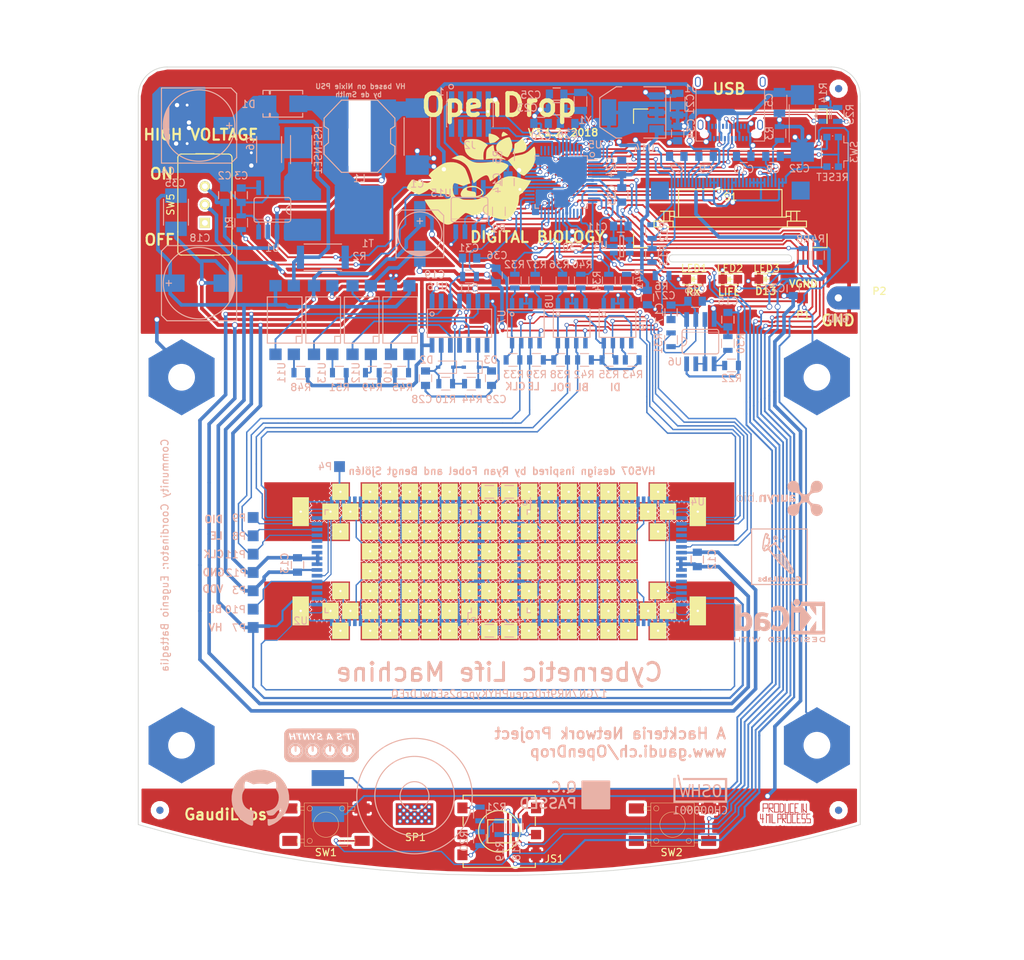
<source format=kicad_pcb>
(kicad_pcb (version 4) (host pcbnew 4.0.6)
  (layers (0 F.Cu signal) (31 B.Cu signal) (34 B.Paste user) (35 F.Paste user) (36 B.SilkS user) (37 F.SilkS user) (38 B.Mask user) (39 F.Mask user) (44 Edge.Cuts user))
  (net 0 "")
  (net 1 "Net-(C1-Pad1)")
  (net 2 "Net-(D1-Pad2)")
  (net 3 GND)
  (net 4 V_HV)
  (net 5 "Net-(RSENSE1-Pad1)")
  (net 6 "Net-(T1-Pad1)")
  (net 7 "Net-(C7-Pad1)")
  (net 8 "Net-(C7-Pad2)")
  (net 9 "Net-(C8-Pad1)")
  (net 10 "Net-(C9-Pad1)")
  (net 11 "Net-(C9-Pad2)")
  (net 12 "Net-(C10-Pad1)")
  (net 13 "Net-(LED1-Pad2)")
  (net 14 CLK)
  (net 15 LE)
  (net 16 DISP_CS)
  (net 17 DISP_RES)
  (net 18 "Net-(LED2-Pad2)")
  (net 19 DISP_SCL)
  (net 20 DISP_SDA)
  (net 21 SW1)
  (net 22 SW2)
  (net 23 DISP_DC)
  (net 24 SPK)
  (net 25 RX_LED)
  (net 26 "Net-(JS1-Pad1)")
  (net 27 "Net-(JS1-Pad3)")
  (net 28 JOY)
  (net 29 "Net-(JS1-Pad2)")
  (net 30 SW3)
  (net 31 "Net-(U2-Pad26)")
  (net 32 BL)
  (net 33 DI)
  (net 34 DIO_B)
  (net 35 "Net-(C16-Pad1)")
  (net 36 FEEDBACK)
  (net 37 "Net-(R22-Pad2)")
  (net 38 "Net-(U6-Pad3)")
  (net 39 V_GND)
  (net 40 "Net-(R32-Pad1)")
  (net 41 VDD_C)
  (net 42 CLK_C)
  (net 43 "Net-(R34-Pad1)")
  (net 44 DI_C)
  (net 45 "Net-(R36-Pad1)")
  (net 46 POL)
  (net 47 "Net-(R37-Pad1)")
  (net 48 POL_C)
  (net 49 LE_C)
  (net 50 "Net-(R40-Pad1)")
  (net 51 "Net-(R41-Pad1)")
  (net 52 BL_C)
  (net 53 "Net-(R43-Pad1)")
  (net 54 "Net-(R45-Pad1)")
  (net 55 "Net-(R48-Pad1)")
  (net 56 "Net-(R49-Pad1)")
  (net 57 "Net-(R51-Pad1)")
  (net 58 GND_C)
  (net 59 V_HV_C)
  (net 60 +3V3)
  (net 61 "Net-(C20-Pad1)")
  (net 62 "Net-(C23-Pad2)")
  (net 63 AREF)
  (net 64 "Net-(C25-Pad2)")
  (net 65 AC)
  (net 66 "Net-(R3-Pad1)")
  (net 67 RESET)
  (net 68 SWDIO)
  (net 69 SWCLK)
  (net 70 D+)
  (net 71 "Net-(C3-Pad1)")
  (net 72 D13)
  (net 73 "Net-(R1-Pad1)")
  (net 74 "Net-(R2-Pad2)")
  (net 75 "Net-(LED3-Pad2)")
  (net 76 "Net-(C11-Pad2)")
  (net 77 "Net-(J2-Pad7)")
  (net 78 "Net-(J2-Pad6)")
  (net 79 "Net-(J2-Pad8)")
  (net 80 VSENS)
  (net 81 "Net-(R41-Pad2)")
  (net 82 "Net-(S1-Pad7)")
  (net 83 "Net-(S1-Pad1)")
  (net 84 "Net-(S1-Pad20)")
  (net 85 "Net-(SP1-Pad1)")
  (net 86 "Net-(SP1-Pad2)")
  (net 87 D-)
  (net 88 "Net-(U5-Pad38)")
  (net 89 "Net-(U5-Pad39)")
  (net 90 "Net-(U5-Pad41)")
  (net 91 "Net-(C28-Pad2)")
  (net 92 "Net-(C29-Pad2)")
  (net 93 "Net-(R7-Pad1)")
  (net 94 "Net-(R7-Pad2)")
  (net 95 "Net-(R15-Pad1)")
  (net 96 "Net-(R15-Pad2)")
  (net 97 "Net-(R16-Pad1)")
  (net 98 "Net-(R16-Pad2)")
  (net 99 "Net-(R17-Pad1)")
  (net 100 "Net-(R17-Pad2)")
  (net 101 "Net-(U2-Pad27)")
  (net 102 "Net-(U2-Pad28)")
  (net 103 "Net-(U2-Pad35)")
  (net 104 "Net-(U2-Pad36)")
  (net 105 "Net-(U2-Pad40)")
  (net 106 "Net-(U4-Pad25)")
  (net 107 "Net-(U4-Pad27)")
  (net 108 "Net-(U4-Pad28)")
  (net 109 "Net-(U4-Pad35)")
  (net 110 "Net-(U4-Pad36)")
  (net 111 "Net-(FLUXL_1_1-Pad1)")
  (net 112 "Net-(FLUXL_1_2-Pad1)")
  (net 113 "Net-(FLUXL_1_3-Pad1)")
  (net 114 "Net-(FLUXL_1_4-Pad1)")
  (net 115 "Net-(FLUXL_1_5-Pad1)")
  (net 116 "Net-(FLUXL_1_6-Pad1)")
  (net 117 "Net-(FLUXL_1_7-Pad1)")
  (net 118 "Net-(FLUXL_1_8-Pad1)")
  (net 119 "Net-(FLUXL_2_1-Pad1)")
  (net 120 "Net-(FLUXL_2_2-Pad1)")
  (net 121 "Net-(FLUXL_2_3-Pad1)")
  (net 122 "Net-(FLUXL_2_4-Pad1)")
  (net 123 "Net-(FLUXL_2_5-Pad1)")
  (net 124 "Net-(FLUXL_2_6-Pad1)")
  (net 125 "Net-(FLUXL_2_7-Pad1)")
  (net 126 "Net-(FLUXL_2_8-Pad1)")
  (net 127 "Net-(FLUXL_3_1-Pad1)")
  (net 128 "Net-(FLUXL_3_2-Pad1)")
  (net 129 "Net-(FLUXL_3_3-Pad1)")
  (net 130 "Net-(FLUXL_3_4-Pad1)")
  (net 131 "Net-(FLUXL_3_5-Pad1)")
  (net 132 "Net-(FLUXL_3_6-Pad1)")
  (net 133 "Net-(FLUXL_3_7-Pad1)")
  (net 134 "Net-(FLUXL_3_8-Pad1)")
  (net 135 "Net-(FLUXL_4_1-Pad1)")
  (net 136 "Net-(FLUXL_4_3-Pad1)")
  (net 137 "Net-(FLUXL_4_4-Pad1)")
  (net 138 "Net-(FLUXL_4_5-Pad1)")
  (net 139 "Net-(FLUXL_4_6-Pad1)")
  (net 140 "Net-(FLUXL_4_7-Pad1)")
  (net 141 "Net-(FLUXL_5_1-Pad1)")
  (net 142 "Net-(FLUXL_5_2-Pad1)")
  (net 143 "Net-(FLUXL_5_3-Pad1)")
  (net 144 "Net-(FLUXL_5_4-Pad1)")
  (net 145 "Net-(FLUXL_5_5-Pad1)")
  (net 146 "Net-(FLUXL_5_6-Pad1)")
  (net 147 "Net-(FLUXL_5_7-Pad1)")
  (net 148 "Net-(FLUXL_5_8-Pad1)")
  (net 149 "Net-(FLUXL_6_1-Pad1)")
  (net 150 "Net-(FLUXL_6_2-Pad1)")
  (net 151 "Net-(FLUXL_6_3-Pad1)")
  (net 152 "Net-(FLUXL_6_4-Pad1)")
  (net 153 "Net-(FLUXL_6_5-Pad1)")
  (net 154 "Net-(FLUXL_6_6-Pad1)")
  (net 155 "Net-(FLUXL_6_7-Pad1)")
  (net 156 "Net-(FLUXL_7_1-Pad1)")
  (net 157 "Net-(FLUXL_7_2-Pad1)")
  (net 158 "Net-(FLUXL_7_3-Pad1)")
  (net 159 "Net-(FLUXL_7_4-Pad1)")
  (net 160 "Net-(FLUXL_7_5-Pad1)")
  (net 161 "Net-(FLUXL_7_6-Pad1)")
  (net 162 "Net-(FLUXL_7_7-Pad1)")
  (net 163 "Net-(FLUXL_7_8-Pad1)")
  (net 164 "Net-(FLUXL_8_1-Pad1)")
  (net 165 "Net-(FLUXL_8_2-Pad1)")
  (net 166 "Net-(FLUXL_8_3-Pad1)")
  (net 167 "Net-(FLUXL_8_4-Pad1)")
  (net 168 "Net-(FLUXL_8_5-Pad1)")
  (net 169 "Net-(FLUXL_8_6-Pad1)")
  (net 170 "Net-(FLUXL_8_7-Pad1)")
  (net 171 "Net-(FLUXL_8_8-Pad1)")
  (net 172 "Net-(FLUXL_4_2-Pad1)")
  (net 173 "Net-(FLUXL_4_8-Pad1)")
  (net 174 "Net-(FLUXL_6_8-Pad1)")
  (net 175 "Net-(FLUXL_9_1-Pad1)")
  (net 176 "Net-(FLUXL_9_2-Pad1)")
  (net 177 "Net-(FLUXL_9_3-Pad1)")
  (net 178 "Net-(FLUXL_9_4-Pad1)")
  (net 179 "Net-(FLUXL_9_5-Pad1)")
  (net 180 "Net-(FLUXL_9_6-Pad1)")
  (net 181 "Net-(FLUXL_10_1-Pad1)")
  (net 182 "Net-(FLUXL_10_2-Pad1)")
  (net 183 "Net-(FLUXL_10_3-Pad1)")
  (net 184 "Net-(FLUXL_10_5-Pad1)")
  (net 185 "Net-(FLUXL_10_6-Pad1)")
  (net 186 "Net-(FLUXL_11_1-Pad1)")
  (net 187 "Net-(FLUXL_11_2-Pad1)")
  (net 188 "Net-(FLUXL_11_3-Pad1)")
  (net 189 "Net-(FLUXL_11_4-Pad1)")
  (net 190 "Net-(FLUXL_11_5-Pad1)")
  (net 191 "Net-(FLUXL_11_6-Pad1)")
  (net 192 "Net-(FLUXL_12_1-Pad1)")
  (net 193 "Net-(FLUXL_12_2-Pad1)")
  (net 194 "Net-(FLUXL_12_3-Pad1)")
  (net 195 "Net-(FLUXL_12_4-Pad1)")
  (net 196 "Net-(FLUXL_12_5-Pad1)")
  (net 197 "Net-(FLUXL_12_6-Pad1)")
  (net 198 "Net-(FLUXL_9_7-Pad1)")
  (net 199 "Net-(FLUXL_9_8-Pad1)")
  (net 200 "Net-(FLUXL_10_4-Pad1)")
  (net 201 "Net-(FLUXL_10_7-Pad1)")
  (net 202 "Net-(FLUXL_10_8-Pad1)")
  (net 203 "Net-(FLUXL_11_7-Pad1)")
  (net 204 "Net-(FLUXL_11_8-Pad1)")
  (net 205 "Net-(FLUXL_12_7-Pad1)")
  (net 206 "Net-(FLUXL_12_8-Pad1)")
  (net 207 "Net-(FLUXL_13_1-Pad1)")
  (net 208 "Net-(FLUXL_13_2-Pad1)")
  (net 209 "Net-(FLUXL_13_3-Pad1)")
  (net 210 "Net-(FLUXL_13_4-Pad1)")
  (net 211 "Net-(FLUXL_13_5-Pad1)")
  (net 212 "Net-(FLUXL_13_6-Pad1)")
  (net 213 "Net-(FLUXL_13_7-Pad1)")
  (net 214 "Net-(FLUXL_13_8-Pad1)")
  (net 215 "Net-(FLUXL_14_1-Pad1)")
  (net 216 "Net-(FLUXL_14_2-Pad1)")
  (net 217 "Net-(FLUXL_14_3-Pad1)")
  (net 218 "Net-(FLUXL_14_4-Pad1)")
  (net 219 "Net-(FLUXL_14_5-Pad1)")
  (net 220 "Net-(FLUXL_14_6-Pad1)")
  (net 221 "Net-(FLUXL_14_7-Pad1)")
  (net 222 "Net-(FLUXL_14_8-Pad1)")
  (net 223 "Net-(FLUXL_15_1-Pad1)")
  (net 224 "Net-(FLUXL_15_2-Pad1)")
  (net 225 "Net-(FLUXL_15_3-Pad1)")
  (net 226 "Net-(FLUXL_15_4-Pad1)")
  (net 227 "Net-(FLUXL_15_6-Pad1)")
  (net 228 "Net-(FLUXL_15_7-Pad1)")
  (net 229 "Net-(FLUXL_15_8-Pad1)")
  (net 230 "Net-(FLUXL_16_1-Pad1)")
  (net 231 "Net-(FLUXL_16_2-Pad1)")
  (net 232 "Net-(FLUXL_16_3-Pad1)")
  (net 233 "Net-(FLUXL_16_4-Pad1)")
  (net 234 "Net-(FLUXL_16_5-Pad1)")
  (net 235 "Net-(FLUXL_16_6-Pad1)")
  (net 236 "Net-(FLUXL_16_7-Pad1)")
  (net 237 "Net-(FLUXL_16_8-Pad1)")
  (net 238 "Net-(FLUXL_15_5-Pad1)")
  (net 239 "Net-(C31-Pad2)")
  (net 240 "Net-(D2-Pad1)")
  (net 241 V_SCK)
  (net 242 V_SI)
  (net 243 V_CS)
  (net 244 "Net-(U5-Pad37)")
  (net 245 "Net-(U10-Pad2)")
  (net 246 "Net-(U11-Pad2)")
  (net 247 "Net-(U12-Pad2)")
  (net 248 "Net-(U13-Pad2)")
  (net 249 "Net-(U16-Pad1)")
  (net 250 V_USB)
  (net 251 "Net-(U5-Pad14)")
  (net 252 "Net-(U5-Pad15)")
  (net 253 "Net-(U5-Pad27)")
  (net 254 "Net-(J1-PadS1)")
  (net 255 "Net-(J1-PadA2)")
  (net 256 "Net-(J1-PadA3)")
  (net 257 "Net-(J1-PadA5)")
  (net 258 "Net-(J1-PadA10)")
  (net 259 "Net-(J1-PadA8)")
  (net 260 "Net-(J1-PadA11)")
  (net 261 "Net-(J1-PadB2)")
  (net 262 "Net-(J1-PadB3)")
  (net 263 "Net-(J1-PadB5)")
  (net 264 "Net-(J1-PadB8)")
  (net 265 "Net-(J1-PadB10)")
  (net 266 "Net-(J1-PadB11)")
  (net 267 "Net-(C11-Pad1)")
  (net 268 "Net-(P15-Pad1)")
  (net 269 SENS_PAD)
  (module Capacitors_SMD:C_0805 (layer B.Cu) (at 107.95 34.757)
    (fp_text reference C25 (at -3.575 0.118 180) (layer B.SilkS) (effects (justify mirror)))
    (fp_text value 22pF)
    (pad 2 smd rect (at 1 0) (size 1 1.25) (layers B.Cu B.Paste B.Mask) (net 64 "Net-(C25-Pad2)"))
    (pad 1 smd rect (at -1 0) (size 1 1.25) (layers B.Cu B.Paste B.Mask) (net 3 GND))
  )
  (module Crystals:Crystal_SMD_3215-2pin_3.2x1.5mm (layer B.Cu) (at 111.252 35.773 270)
    (fp_text reference Y1 (at 2.602 -0.623 360) (layer B.SilkS) (effects (justify mirror)))
    (fp_text value 32.765)
    (pad 2 smd rect (at -1.25 0 270) (size 1 1.8) (layers B.Cu B.Paste B.Mask) (net 64 "Net-(C25-Pad2)"))
    (pad 1 smd rect (at 1.25 0 270) (size 1 1.8) (layers B.Cu B.Paste B.Mask) (net 62 "Net-(C23-Pad2)"))
  )
  (module GaudiLabsLogos:FLUXL_S2 (layer F.Cu) (at 96.266 46.441)
    (fp_text reference G*** hide)
    (fp_text value LOGO hide)
  )
  (module Capacitors_SMD:C_0805 (layer B.Cu) (at 101.219 46.949 270)
    (fp_text reference C14 (at 0.127 1.524 270) (layer B.SilkS) (effects (justify mirror)))
    (fp_text value 100nF)
    (pad 1 smd rect (at -1 0 270) (size 1 1.25) (layers B.Cu B.Paste B.Mask) (net 60 +3V3))
    (pad 2 smd rect (at 1 0 270) (size 1 1.25) (layers B.Cu B.Paste B.Mask) (net 3 GND))
  )
  (module LEDs:LED-0805 (layer F.Cu) (at 127 60.411)
    (fp_text reference LED1 (at 0 -1.524) (layer F.SilkS))
    (fp_text value LED)
    (pad 2 smd rect (at 1.04902 0 180) (size 1.19888 1.19888) (layers F.Cu F.Paste F.Mask) (net 13 "Net-(LED1-Pad2)"))
    (pad 1 smd rect (at -1.04902 0 180) (size 1.19888 1.19888) (layers F.Cu F.Paste F.Mask) (net 3 GND))
  )
  (module GaudiLabsFootPrints:SMD_DIP4 (layer B.Cu) (at 80.947 66.067 90)
    (fp_text reference U12 (at -7.298 -0.81 90) (layer B.SilkS) (effects (justify mirror)))
    (fp_text value AQY210EH)
    (pad 2 smd rect (at -4.75 -1.27 90) (size 1.6 1.7) (layers B.Cu B.Paste B.Mask) (net 247 "Net-(U12-Pad2)"))
    (pad 1 smd rect (at -4.75 1.27 90) (size 1.6 1.7) (layers B.Cu B.Paste B.Mask) (net 56 "Net-(R49-Pad1)"))
    (pad 4 smd rect (at 4.75 1.27 90) (size 1.6 1.7) (layers B.Cu B.Paste B.Mask) (net 58 GND_C))
    (pad 3 smd rect (at 4.75 -1.27 90) (size 1.6 1.7) (layers B.Cu B.Paste B.Mask) (net 3 GND))
  )
  (module Capacitors_SMD:c_elec_10x10 (layer B.Cu) (at 58.42 60.96 180)
    (fp_text reference C18 (at -0.127 6.264 180) (layer B.SilkS) (effects (justify mirror)))
    (fp_text value "4u7, 250V")
    (pad 1 smd rect (at 4.0005 0 180) (size 4.0005 2.4003) (layers B.Cu B.Paste B.Mask) (net 59 V_HV_C))
    (pad 2 smd rect (at -4.0005 0 180) (size 4.0005 2.4003) (layers B.Cu B.Paste B.Mask) (net 58 GND_C))
  )
  (module Resistors_SMD:R_0805 (layer B.Cu) (at 102.156 60.6695 90)
    (fp_text reference R32 (at 2.2905 -0.048 180) (layer B.SilkS) (effects (justify mirror)))
    (fp_text value 220)
    (pad 1 smd rect (at -0.95 0 90) (size 0.7 1.3) (layers B.Cu B.Paste B.Mask) (net 40 "Net-(R32-Pad1)"))
    (pad 2 smd rect (at 0.95 0 90) (size 0.7 1.3) (layers B.Cu B.Paste B.Mask) (net 14 CLK))
  )
  (module GaudiLabsFootPrints:HCPL_Optocoupler_SMD (layer B.Cu) (at 116.38 66.5115)
    (fp_text reference U9 (at 3.508 -0.0045 90) (layer B.SilkS) (effects (justify mirror)))
    (fp_text value HCPL0534)
    (pad 5 smd rect (at 1.905 2.7325) (size 0.61 1.52) (layers B.Cu B.Paste B.Mask) (net 58 GND_C))
    (pad 6 smd rect (at 0.635 2.7325) (size 0.61 1.52) (layers B.Cu B.Paste B.Mask) (net 53 "Net-(R43-Pad1)"))
    (pad 7 smd rect (at -0.635 2.7325) (size 0.61 1.52) (layers B.Cu B.Paste B.Mask) (net 44 DI_C))
    (pad 8 smd rect (at -1.905 2.7325) (size 0.61 1.52) (layers B.Cu B.Paste B.Mask) (net 41 VDD_C))
    (pad 1 smd rect (at -1.905 -2.7325) (size 0.61 1.52) (layers B.Cu B.Paste B.Mask) (net 43 "Net-(R34-Pad1)"))
    (pad 2 smd rect (at -0.635 -2.7325) (size 0.61 1.52) (layers B.Cu B.Paste B.Mask) (net 3 GND))
    (pad 3 smd rect (at 0.635 -2.7325) (size 0.61 1.52) (layers B.Cu B.Paste B.Mask) (net 3 GND))
    (pad 4 smd rect (at 1.905 -2.7325) (size 0.61 1.52) (layers B.Cu B.Paste B.Mask) (net 51 "Net-(R41-Pad1)"))
  )
  (module GaudiLabsFootPrints:HCPL_Optocoupler_SMD (layer B.Cu) (at 110.03 66.5115)
    (fp_text reference U8 (at -3.096 -3.0525 90) (layer B.SilkS) (effects (justify mirror)))
    (fp_text value HCPL0534)
    (pad 4 smd rect (at 1.905 -2.7325) (size 0.61 1.52) (layers B.Cu B.Paste B.Mask) (net 50 "Net-(R40-Pad1)"))
    (pad 3 smd rect (at 0.635 -2.7325) (size 0.61 1.52) (layers B.Cu B.Paste B.Mask) (net 3 GND))
    (pad 2 smd rect (at -0.635 -2.7325) (size 0.61 1.52) (layers B.Cu B.Paste B.Mask) (net 3 GND))
    (pad 1 smd rect (at -1.905 -2.7325) (size 0.61 1.52) (layers B.Cu B.Paste B.Mask) (net 45 "Net-(R36-Pad1)"))
    (pad 8 smd rect (at -1.905 2.7325) (size 0.61 1.52) (layers B.Cu B.Paste B.Mask) (net 41 VDD_C))
    (pad 7 smd rect (at -0.635 2.7325) (size 0.61 1.52) (layers B.Cu B.Paste B.Mask) (net 48 POL_C))
    (pad 6 smd rect (at 0.635 2.7325) (size 0.61 1.52) (layers B.Cu B.Paste B.Mask) (net 52 BL_C))
    (pad 5 smd rect (at 1.905 2.7325) (size 0.61 1.52) (layers B.Cu B.Paste B.Mask) (net 58 GND_C))
  )
  (module Resistors_SMD:R_0805 (layer B.Cu) (at 101.902 71.5915 180)
    (fp_text reference R33 (at -0.079 -2.0275 180) (layer B.SilkS) (effects (justify mirror)))
    (fp_text value 2.2k)
    (pad 1 smd rect (at -0.95 0 180) (size 0.7 1.3) (layers B.Cu B.Paste B.Mask) (net 42 CLK_C))
    (pad 2 smd rect (at 0.95 0 180) (size 0.7 1.3) (layers B.Cu B.Paste B.Mask) (net 41 VDD_C))
  )
  (module Resistors_SMD:R_0805 (layer B.Cu) (at 64.262 52.578 90)
    (fp_text reference R1 (at -0.086 -1.651 90) (layer B.SilkS) (effects (justify mirror)))
    (fp_text value 6.8k)
    (pad 1 smd rect (at -0.95 0 90) (size 0.7 1.3) (layers B.Cu B.Paste B.Mask) (net 73 "Net-(R1-Pad1)"))
    (pad 2 smd rect (at 0.95 0 90) (size 0.7 1.3) (layers B.Cu B.Paste B.Mask) (net 3 GND))
  )
  (module Resistors_SMD:R_0805 (layer B.Cu) (at 101.219 43.393 270)
    (fp_text reference R5 (at 0.082 1.524 450) (layer B.SilkS) (effects (justify mirror)))
    (fp_text value 10k)
    (pad 1 smd rect (at -0.95 0 270) (size 0.7 1.3) (layers B.Cu B.Paste B.Mask) (net 67 RESET))
    (pad 2 smd rect (at 0.95 0 270) (size 0.7 1.3) (layers B.Cu B.Paste B.Mask) (net 60 +3V3))
  )
  (module Resistors_SMD:R_0805 (layer B.Cu) (at 102.41 136.417 90)
    (fp_text reference R18 (at -3.175 0 90) (layer B.SilkS) (effects (justify mirror)))
    (fp_text value 10k)
    (pad 1 smd rect (at -0.95 0 90) (size 0.7 1.3) (layers B.Cu B.Paste B.Mask) (net 28 JOY))
    (pad 2 smd rect (at 0.95 0 90) (size 0.7 1.3) (layers B.Cu B.Paste B.Mask) (net 60 +3V3))
  )
  (module Resistors_SMD:R_0805 (layer B.Cu) (at 99.997 136.417 270)
    (fp_text reference R19 (at 3.242 -0.079 270) (layer B.SilkS) (effects (justify mirror)))
    (fp_text value 10k)
    (pad 1 smd rect (at -0.95 0 270) (size 0.7 1.3) (layers B.Cu B.Paste B.Mask) (net 27 "Net-(JS1-Pad3)"))
    (pad 2 smd rect (at 0.95 0 270) (size 0.7 1.3) (layers B.Cu B.Paste B.Mask) (net 28 JOY))
  )
  (module Resistors_SMD:R_0805 (layer B.Cu) (at 97.33 137.941 270)
    (fp_text reference R20 (at 0.321 2.207 270) (layer B.SilkS) (effects (justify mirror)))
    (fp_text value 10k)
    (pad 1 smd rect (at -0.95 0 270) (size 0.7 1.3) (layers B.Cu B.Paste B.Mask) (net 29 "Net-(JS1-Pad2)"))
    (pad 2 smd rect (at 0.95 0 270) (size 0.7 1.3) (layers B.Cu B.Paste B.Mask) (net 27 "Net-(JS1-Pad3)"))
  )
  (module Resistors_SMD:R_0805 (layer B.Cu) (at 97.33 134.512 270)
    (fp_text reference R21 (at -0.949 -2.238 540) (layer B.SilkS) (effects (justify mirror)))
    (fp_text value 10k)
    (pad 1 smd rect (at -0.95 0 270) (size 0.7 1.3) (layers B.Cu B.Paste B.Mask) (net 26 "Net-(JS1-Pad1)"))
    (pad 2 smd rect (at 0.95 0 270) (size 0.7 1.3) (layers B.Cu B.Paste B.Mask) (net 29 "Net-(JS1-Pad2)"))
  )
  (module Resistors_SMD:R_0805 (layer B.Cu) (at 132.176 72.36304 180)
    (fp_text reference R22 (at 0 -1.778 180) (layer B.SilkS) (effects (justify mirror)))
    (fp_text value 10k)
    (pad 1 smd rect (at -0.95 0 180) (size 0.7 1.3) (layers B.Cu B.Paste B.Mask) (net 60 +3V3))
    (pad 2 smd rect (at 0.95 0 180) (size 0.7 1.3) (layers B.Cu B.Paste B.Mask) (net 37 "Net-(R22-Pad2)"))
  )
  (module Resistors_SMD:R_0805 (layer B.Cu) (at 131.668 69.31504 90)
    (fp_text reference R30 (at 0 1.778 90) (layer B.SilkS) (effects (justify mirror)))
    (fp_text value 10k)
    (pad 1 smd rect (at -0.95 0 90) (size 0.7 1.3) (layers B.Cu B.Paste B.Mask) (net 37 "Net-(R22-Pad2)"))
    (pad 2 smd rect (at 0.95 0 90) (size 0.7 1.3) (layers B.Cu B.Paste B.Mask) (net 3 GND))
  )
  (module Resistors_SMD:R_0805 (layer B.Cu) (at 123.794 68.80704 90)
    (fp_text reference R31 (at -0.49396 -1.747 90) (layer B.SilkS) (effects (justify mirror)))
    (fp_text value 15k)
    (pad 1 smd rect (at -0.95 0 90) (size 0.7 1.3) (layers B.Cu B.Paste B.Mask) (net 36 FEEDBACK))
    (pad 2 smd rect (at 0.95 0 90) (size 0.7 1.3) (layers B.Cu B.Paste B.Mask) (net 35 "Net-(C16-Pad1)"))
  )
  (module Resistors_SMD:R_0805 (layer B.Cu) (at 115.189 71.587 180)
    (fp_text reference R35 (at 0 -2.032 360) (layer B.SilkS) (effects (justify mirror)))
    (fp_text value 2.2k)
    (pad 1 smd rect (at -0.95 0 180) (size 0.7 1.3) (layers B.Cu B.Paste B.Mask) (net 44 DI_C))
    (pad 2 smd rect (at 0.95 0 180) (size 0.7 1.3) (layers B.Cu B.Paste B.Mask) (net 41 VDD_C))
  )
  (module Resistors_SMD:R_0805 (layer B.Cu) (at 108.506 71.5915 180)
    (fp_text reference R38 (at 0.048 -2.0275 180) (layer B.SilkS) (effects (justify mirror)))
    (fp_text value 2.2k)
    (pad 1 smd rect (at -0.95 0 180) (size 0.7 1.3) (layers B.Cu B.Paste B.Mask) (net 48 POL_C))
    (pad 2 smd rect (at 0.95 0 180) (size 0.7 1.3) (layers B.Cu B.Paste B.Mask) (net 41 VDD_C))
  )
  (module Resistors_SMD:R_0805 (layer B.Cu) (at 105.156 71.587)
    (fp_text reference R39 (at 0 2.032) (layer B.SilkS) (effects (justify mirror)))
    (fp_text value 2.2k)
    (pad 1 smd rect (at -0.95 0) (size 0.7 1.3) (layers B.Cu B.Paste B.Mask) (net 49 LE_C))
    (pad 2 smd rect (at 0.95 0) (size 0.7 1.3) (layers B.Cu B.Paste B.Mask) (net 41 VDD_C))
  )
  (module Resistors_SMD:R_0805 (layer B.Cu) (at 111.808 71.5915)
    (fp_text reference R42 (at -0.048 2.0275) (layer B.SilkS) (effects (justify mirror)))
    (fp_text value 2.2k)
    (pad 1 smd rect (at -0.95 0) (size 0.7 1.3) (layers B.Cu B.Paste B.Mask) (net 52 BL_C))
    (pad 2 smd rect (at 0.95 0) (size 0.7 1.3) (layers B.Cu B.Paste B.Mask) (net 41 VDD_C))
  )
  (module Resistors_SMD:R_0805 (layer B.Cu) (at 96.139 74.889)
    (fp_text reference R44 (at 0.127 2.159) (layer B.SilkS) (effects (justify mirror)))
    (fp_text value 10k)
    (pad 1 smd rect (at -0.95 0) (size 0.7 1.3) (layers B.Cu B.Paste B.Mask) (net 240 "Net-(D2-Pad1)"))
    (pad 2 smd rect (at 0.95 0) (size 0.7 1.3) (layers B.Cu B.Paste B.Mask) (net 92 "Net-(C29-Pad2)"))
  )
  (module Resistors_SMD:R_0805 (layer B.Cu) (at 86.487 73.365 180)
    (fp_text reference R45 (at -0.127 -2.032 180) (layer B.SilkS) (effects (justify mirror)))
    (fp_text value 220)
    (pad 1 smd rect (at -0.95 0 180) (size 0.7 1.3) (layers B.Cu B.Paste B.Mask) (net 54 "Net-(R45-Pad1)"))
    (pad 2 smd rect (at 0.95 0 180) (size 0.7 1.3) (layers B.Cu B.Paste B.Mask) (net 250 V_USB))
  )
  (module Resistors_SMD:R_0805 (layer B.Cu) (at 72.517 73.365)
    (fp_text reference R48 (at 0 2.032) (layer B.SilkS) (effects (justify mirror)))
    (fp_text value 220)
    (pad 1 smd rect (at -0.95 0) (size 0.7 1.3) (layers B.Cu B.Paste B.Mask) (net 55 "Net-(R48-Pad1)"))
    (pad 2 smd rect (at 0.95 0) (size 0.7 1.3) (layers B.Cu B.Paste B.Mask) (net 250 V_USB))
  )
  (module Resistors_SMD:R_0805 (layer B.Cu) (at 82.423 73.365)
    (fp_text reference R49 (at 0 2.032) (layer B.SilkS) (effects (justify mirror)))
    (fp_text value 220)
    (pad 1 smd rect (at -0.95 0) (size 0.7 1.3) (layers B.Cu B.Paste B.Mask) (net 56 "Net-(R49-Pad1)"))
    (pad 2 smd rect (at 0.95 0) (size 0.7 1.3) (layers B.Cu B.Paste B.Mask) (net 250 V_USB))
  )
  (module Resistors_SMD:R_0805 (layer B.Cu) (at 77.851 73.365)
    (fp_text reference R51 (at 0 2.032) (layer B.SilkS) (effects (justify mirror)))
    (fp_text value 220)
    (pad 1 smd rect (at -0.95 0) (size 0.7 1.3) (layers B.Cu B.Paste B.Mask) (net 57 "Net-(R51-Pad1)"))
    (pad 2 smd rect (at 0.95 0) (size 0.7 1.3) (layers B.Cu B.Paste B.Mask) (net 250 V_USB))
  )
  (module Resistors_SMD:R_0805 (layer B.Cu) (at 117.65 60.6695 90)
    (fp_text reference R41 (at 0.2945 1.725 90) (layer B.SilkS) (effects (justify mirror)))
    (fp_text value 220)
    (pad 1 smd rect (at -0.95 0 90) (size 0.7 1.3) (layers B.Cu B.Paste B.Mask) (net 51 "Net-(R41-Pad1)"))
    (pad 2 smd rect (at 0.95 0 90) (size 0.7 1.3) (layers B.Cu B.Paste B.Mask) (net 81 "Net-(R41-Pad2)"))
  )
  (module Resistors_SMD:R_0805 (layer B.Cu) (at 118.412 71.5915)
    (fp_text reference R43 (at 0.079 2.0275) (layer B.SilkS) (effects (justify mirror)))
    (fp_text value 2.2k)
    (pad 1 smd rect (at -0.95 0) (size 0.7 1.3) (layers B.Cu B.Paste B.Mask) (net 53 "Net-(R43-Pad1)"))
    (pad 2 smd rect (at 0.95 0) (size 0.7 1.3) (layers B.Cu B.Paste B.Mask) (net 41 VDD_C))
  )
  (module Resistors_SMD:R_0805 (layer B.Cu) (at 138.811 40.218 90)
    (fp_text reference R3 (at 0.043 -1.436 90) (layer B.SilkS) (effects (justify mirror)))
    (fp_text value 390k)
    (pad 1 smd rect (at -0.95 0 90) (size 0.7 1.3) (layers B.Cu B.Paste B.Mask) (net 66 "Net-(R3-Pad1)"))
    (pad 2 smd rect (at 0.95 0 90) (size 0.7 1.3) (layers B.Cu B.Paste B.Mask) (net 3 GND))
  )
  (module Resistors_SMD:R_0805 (layer B.Cu) (at 144.145 57.109 270)
    (fp_text reference R4 (at -2.286 0 360) (layer B.SilkS) (effects (justify mirror)))
    (fp_text value 390)
    (pad 1 smd rect (at -0.95 0 270) (size 0.7 1.3) (layers B.Cu B.Paste B.Mask) (net 60 +3V3))
    (pad 2 smd rect (at 0.95 0 270) (size 0.7 1.3) (layers B.Cu B.Paste B.Mask) (net 18 "Net-(LED2-Pad2)"))
  )
  (module Resistors_SMD:R_0805 (layer B.Cu) (at 122.555 59.903)
    (fp_text reference R6 (at -0.08 1.472) (layer B.SilkS) (effects (justify mirror)))
    (fp_text value 390)
    (pad 1 smd rect (at -0.95 0) (size 0.7 1.3) (layers B.Cu B.Paste B.Mask) (net 25 RX_LED))
    (pad 2 smd rect (at 0.95 0) (size 0.7 1.3) (layers B.Cu B.Paste B.Mask) (net 13 "Net-(LED1-Pad2)"))
  )
  (module Resistors_SMD:R_0805 (layer B.Cu) (at 142.113 57.109 270)
    (fp_text reference R8 (at -2.286 0 360) (layer B.SilkS) (effects (justify mirror)))
    (fp_text value 390)
    (pad 1 smd rect (at -0.95 0 270) (size 0.7 1.3) (layers B.Cu B.Paste B.Mask) (net 72 D13))
    (pad 2 smd rect (at 0.95 0 270) (size 0.7 1.3) (layers B.Cu B.Paste B.Mask) (net 75 "Net-(LED3-Pad2)"))
  )
  (module Resistors_SMD:R_0805 (layer B.Cu) (at 115.175 60.675 90)
    (fp_text reference R34 (at 0.01 -1.637 90) (layer B.SilkS) (effects (justify mirror)))
    (fp_text value 220)
    (pad 1 smd rect (at -0.95 0 90) (size 0.7 1.3) (layers B.Cu B.Paste B.Mask) (net 43 "Net-(R34-Pad1)"))
    (pad 2 smd rect (at 0.95 0 90) (size 0.7 1.3) (layers B.Cu B.Paste B.Mask) (net 33 DI))
  )
  (module Resistors_SMD:R_0805 (layer B.Cu) (at 108.76 60.6695 90)
    (fp_text reference R36 (at 2.2905 -0.429 180) (layer B.SilkS) (effects (justify mirror)))
    (fp_text value 220)
    (pad 1 smd rect (at -0.95 0 90) (size 0.7 1.3) (layers B.Cu B.Paste B.Mask) (net 45 "Net-(R36-Pad1)"))
    (pad 2 smd rect (at 0.95 0 90) (size 0.7 1.3) (layers B.Cu B.Paste B.Mask) (net 46 POL))
  )
  (module Resistors_SMD:R_0805 (layer B.Cu) (at 104.975 60.675 90)
    (fp_text reference R37 (at 2.296 0.181 180) (layer B.SilkS) (effects (justify mirror)))
    (fp_text value 220)
    (pad 1 smd rect (at -0.95 0 90) (size 0.7 1.3) (layers B.Cu B.Paste B.Mask) (net 47 "Net-(R37-Pad1)"))
    (pad 2 smd rect (at 0.95 0 90) (size 0.7 1.3) (layers B.Cu B.Paste B.Mask) (net 15 LE))
  )
  (module Resistors_SMD:R_0805 (layer B.Cu) (at 111.3 60.6695 90)
    (fp_text reference R40 (at 2.2905 0.206 180) (layer B.SilkS) (effects (justify mirror)))
    (fp_text value 220)
    (pad 1 smd rect (at -0.95 0 90) (size 0.7 1.3) (layers B.Cu B.Paste B.Mask) (net 50 "Net-(R40-Pad1)"))
    (pad 2 smd rect (at 0.95 0 90) (size 0.7 1.3) (layers B.Cu B.Paste B.Mask) (net 32 BL))
  )
  (module Resistors_SMD:R_0805 (layer B.Cu) (at 99.949 51.013 90)
    (fp_text reference R9 (at -2.413 0 180) (layer B.SilkS) (effects (justify mirror)))
    (fp_text value 390k)
    (pad 1 smd rect (at -0.95 0 90) (size 0.7 1.3) (layers B.Cu B.Paste B.Mask) (net 80 VSENS))
    (pad 2 smd rect (at 0.95 0 90) (size 0.7 1.3) (layers B.Cu B.Paste B.Mask) (net 73 "Net-(R1-Pad1)"))
  )
  (module Resistors_SMD:R_0805 (layer B.Cu) (at 92.583 74.889 180)
    (fp_text reference R10 (at 0 -2.159 180) (layer B.SilkS) (effects (justify mirror)))
    (fp_text value 10k)
    (pad 1 smd rect (at -0.95 0 180) (size 0.7 1.3) (layers B.Cu B.Paste B.Mask) (net 240 "Net-(D2-Pad1)"))
    (pad 2 smd rect (at 0.95 0 180) (size 0.7 1.3) (layers B.Cu B.Paste B.Mask) (net 91 "Net-(C28-Pad2)"))
  )
  (module Resistors_SMD:R_0805 (layer B.Cu) (at 95.885 60.03)
    (fp_text reference R11 (at -0.127 1.651) (layer B.SilkS) (effects (justify mirror)))
    (fp_text value 47k)
    (pad 1 smd rect (at -0.95 0) (size 0.7 1.3) (layers B.Cu B.Paste B.Mask) (net 239 "Net-(C31-Pad2)"))
    (pad 2 smd rect (at 0.95 0) (size 0.7 1.3) (layers B.Cu B.Paste B.Mask) (net 60 +3V3))
  )
  (module GaudiLabsFootPrints:R_0805_HeatPad (layer B.Cu) (at 98.625 89.875)
    (fp_text reference R16 hide)
    (fp_text value 10R)
    (pad 3 smd rect (at 0 0) (size 0.8 1.3) (layers B.Cu B.Mask))
    (pad 1 smd rect (at -0.95 0) (size 0.7 1.3) (layers B.Cu B.Paste B.Mask) (net 97 "Net-(R16-Pad1)"))
    (pad 2 smd rect (at 0.95 0) (size 0.7 1.3) (layers B.Cu B.Paste B.Mask) (net 98 "Net-(R16-Pad2)"))
  )
  (module GaudiLabsFootPrints:D-Pak_TO252AA (layer B.Cu) (at 78.232 50.8 90)
    (fp_text reference T1 (at -4.658 3.556 180) (layer B.SilkS) (effects (justify mirror)))
    (fp_text value TK560P60Y)
    (pad 3 smd rect (at 2.18 -4.3 90) (size 1.55 2.78) (layers B.Cu B.Paste B.Mask) (net 5 "Net-(RSENSE1-Pad1)"))
    (pad 2 smd rect (at 0 2.335 90) (size 6.74 6.73) (layers B.Cu B.Paste B.Mask) (net 2 "Net-(D1-Pad2)"))
    (pad 1 smd rect (at -2.18 -4.3 90) (size 1.55 2.78) (layers B.Cu B.Paste B.Mask) (net 6 "Net-(T1-Pad1)"))
  )
  (module GaudiLabsFootPrints:SMD_DIP4 (layer B.Cu) (at 70.279 66.067 90)
    (fp_text reference U11 (at -7.298 -0.429 90) (layer B.SilkS) (effects (justify mirror)))
    (fp_text value AQY210EH)
    (pad 2 smd rect (at -4.75 -1.27 90) (size 1.6 1.7) (layers B.Cu B.Paste B.Mask) (net 246 "Net-(U11-Pad2)"))
    (pad 1 smd rect (at -4.75 1.27 90) (size 1.6 1.7) (layers B.Cu B.Paste B.Mask) (net 55 "Net-(R48-Pad1)"))
    (pad 4 smd rect (at 4.75 1.27 90) (size 1.6 1.7) (layers B.Cu B.Paste B.Mask) (net 4 V_HV))
    (pad 3 smd rect (at 4.75 -1.27 90) (size 1.6 1.7) (layers B.Cu B.Paste B.Mask) (net 59 V_HV_C))
  )
  (module GaudiLabsFootPrints:SMD_DIP4 (layer B.Cu) (at 86.281 66.067 90)
    (fp_text reference U10 (at -7.298 -1.699 270) (layer B.SilkS) (effects (justify mirror)))
    (fp_text value AQY210EH)
    (pad 2 smd rect (at -4.75 -1.27 90) (size 1.6 1.7) (layers B.Cu B.Paste B.Mask) (net 245 "Net-(U10-Pad2)"))
    (pad 1 smd rect (at -4.75 1.27 90) (size 1.6 1.7) (layers B.Cu B.Paste B.Mask) (net 54 "Net-(R45-Pad1)"))
    (pad 4 smd rect (at 4.75 1.27 90) (size 1.6 1.7) (layers B.Cu B.Paste B.Mask) (net 59 V_HV_C))
    (pad 3 smd rect (at 4.75 -1.27 90) (size 1.6 1.7) (layers B.Cu B.Paste B.Mask) (net 3 GND))
  )
  (module GaudiLabsFootPrints:SMD_DIP4 (layer B.Cu) (at 75.613 66.067 90)
    (fp_text reference U13 (at -7.298 -0.175 270) (layer B.SilkS) (effects (justify mirror)))
    (fp_text value AQY210EH)
    (pad 2 smd rect (at -4.75 -1.27 90) (size 1.6 1.7) (layers B.Cu B.Paste B.Mask) (net 248 "Net-(U13-Pad2)"))
    (pad 1 smd rect (at -4.75 1.27 90) (size 1.6 1.7) (layers B.Cu B.Paste B.Mask) (net 57 "Net-(R51-Pad1)"))
    (pad 4 smd rect (at 4.75 1.27 90) (size 1.6 1.7) (layers B.Cu B.Paste B.Mask) (net 250 V_USB))
    (pad 3 smd rect (at 4.75 -1.27 90) (size 1.6 1.7) (layers B.Cu B.Paste B.Mask) (net 41 VDD_C))
  )
  (module GaudiLabsFootPrints:HCPL_Optocoupler_SMD (layer B.Cu) (at 103.68 66.5115)
    (fp_text reference U7 (at -3.35 -0.8935 90) (layer B.SilkS) (effects (justify mirror)))
    (fp_text value HCPL0534)
    (pad 5 smd rect (at 1.905 2.7325) (size 0.61 1.52) (layers B.Cu B.Paste B.Mask) (net 58 GND_C))
    (pad 6 smd rect (at 0.635 2.7325) (size 0.61 1.52) (layers B.Cu B.Paste B.Mask) (net 49 LE_C))
    (pad 7 smd rect (at -0.635 2.7325) (size 0.61 1.52) (layers B.Cu B.Paste B.Mask) (net 42 CLK_C))
    (pad 8 smd rect (at -1.905 2.7325) (size 0.61 1.52) (layers B.Cu B.Paste B.Mask) (net 41 VDD_C))
    (pad 1 smd rect (at -1.905 -2.7325) (size 0.61 1.52) (layers B.Cu B.Paste B.Mask) (net 40 "Net-(R32-Pad1)"))
    (pad 2 smd rect (at -0.635 -2.7325) (size 0.61 1.52) (layers B.Cu B.Paste B.Mask) (net 3 GND))
    (pad 3 smd rect (at 0.635 -2.7325) (size 0.61 1.52) (layers B.Cu B.Paste B.Mask) (net 3 GND))
    (pad 4 smd rect (at 1.905 -2.7325) (size 0.61 1.52) (layers B.Cu B.Paste B.Mask) (net 47 "Net-(R37-Pad1)"))
  )
  (module Capacitors_SMD:C_0805 (layer B.Cu) (at 123.794 64.99704 90)
    (fp_text reference C17 (at -0.11296 -1.62 90) (layer B.SilkS) (effects (justify mirror)))
    (fp_text value 1pF)
    (pad 1 smd rect (at -1 0 90) (size 1 1.25) (layers B.Cu B.Paste B.Mask) (net 36 FEEDBACK))
    (pad 2 smd rect (at 1 0 90) (size 1 1.25) (layers B.Cu B.Paste B.Mask) (net 35 "Net-(C16-Pad1)"))
  )
  (module GaudiLabsFootPrints:Switch_On-On (layer F.Cu) (at 59.23 50.065 90)
    (fp_text reference SW5 (at 0 -4.75 90) (layer F.SilkS))
    (fp_text value SPST)
    (pad 3 thru_hole rect (at -2.54 0 90) (size 1.397 1.397) (drill 0.8128) (layers *.Cu *.Mask F.SilkS))
    (pad 2 thru_hole circle (at 0 0 90) (size 1.397 1.397) (drill 0.8128) (layers *.Cu *.Mask F.SilkS) (net 250 V_USB))
    (pad 1 thru_hole circle (at 2.54 0 90) (size 1.397 1.397) (drill 0.8128) (layers *.Cu *.Mask F.SilkS) (net 1 "Net-(C1-Pad1)"))
  )
  (module GaudiLabsFootPrints:SO08 (layer B.Cu) (at 127.858 69.06104)
    (fp_text reference U6 (at -3.525 2.77996) (layer B.SilkS) (effects (justify mirror)))
    (fp_text value MCP6002)
    (pad 5 smd rect (at 1.905 3.0734) (size 0.6604 2.032) (layers B.Cu B.Paste B.Mask) (net 37 "Net-(R22-Pad2)"))
    (pad 6 smd rect (at 0.635 3.0734) (size 0.6604 2.032) (layers B.Cu B.Paste B.Mask) (net 38 "Net-(U6-Pad3)"))
    (pad 7 smd rect (at -0.635 3.0734) (size 0.6604 2.032) (layers B.Cu B.Paste B.Mask) (net 38 "Net-(U6-Pad3)"))
    (pad 8 smd rect (at -1.905 3.0734) (size 0.6604 2.032) (layers B.Cu B.Paste B.Mask) (net 60 +3V3))
    (pad 1 smd rect (at -1.905 -3.0734) (size 0.6604 2.032) (layers B.Cu B.Paste B.Mask) (net 36 FEEDBACK))
    (pad 2 smd rect (at -0.635 -3.0734) (size 0.6604 2.032) (layers B.Cu B.Paste B.Mask) (net 35 "Net-(C16-Pad1)"))
    (pad 3 smd rect (at 0.635 -3.0734) (size 0.6604 2.032) (layers B.Cu B.Paste B.Mask) (net 38 "Net-(U6-Pad3)"))
    (pad 4 smd rect (at 1.905 -3.0734) (size 0.6604 2.032) (layers B.Cu B.Paste B.Mask) (net 3 GND))
  )
  (module GaudiLabsFootPrints:JoystickSMD_SKQUSeries (layer F.Cu) (at 100 136.925)
    (fp_text reference JS1 (at 7.617 3.81) (layer F.SilkS))
    (fp_text value JoystickSMD)
    (pad 1 smd rect (at -5.1 -3.25) (size 1.4 1.5) (layers F.Cu F.Paste F.Mask) (net 26 "Net-(JS1-Pad1)"))
    (pad 6 smd rect (at 5.1 -3.25) (size 1.4 1.5) (layers F.Cu F.Paste F.Mask) (net 30 SW3))
    (pad 3 smd rect (at -5.1 3.25) (size 1.4 1.5) (layers F.Cu F.Paste F.Mask) (net 27 "Net-(JS1-Pad3)"))
    (pad 4 smd rect (at 5.1 3.25) (size 1.4 1.5) (layers F.Cu F.Paste F.Mask) (net 3 GND))
    (pad 2 smd rect (at -5.1 0.45) (size 1.4 1.3) (layers F.Cu F.Paste F.Mask) (net 29 "Net-(JS1-Pad2)"))
    (pad 5 smd rect (at 5.1 0.45) (size 1.4 1.3) (layers F.Cu F.Paste F.Mask) (net 28 JOY))
  )
  (module Resistors_SMD:R_2512 (layer B.Cu) (at 75.565 57.363)
    (fp_text reference R2 (at 5.08 -0.127) (layer B.SilkS) (effects (justify mirror)))
    (fp_text value 1M5)
    (pad 1 smd rect (at -3.1 0) (size 1 3.2) (layers B.Cu B.Paste B.Mask) (net 4 V_HV))
    (pad 2 smd rect (at 3.1 0) (size 1 3.2) (layers B.Cu B.Paste B.Mask) (net 74 "Net-(R2-Pad2)"))
  )
  (module Resistors_SMD:R_2010 (layer B.Cu) (at 72.565 42.445 90)
    (fp_text reference RSENSE1 (at -0.059 2.365 90) (layer B.SilkS) (effects (justify mirror)))
    (fp_text value 0R1)
    (pad 1 smd rect (at -2.45 0 90) (size 1 2.5) (layers B.Cu B.Paste B.Mask) (net 5 "Net-(RSENSE1-Pad1)"))
    (pad 2 smd rect (at 2.45 0 90) (size 1 2.5) (layers B.Cu B.Paste B.Mask) (net 3 GND))
  )
  (module Capacitors_SMD:C_0805 (layer B.Cu) (at 61.976 48.768 90)
    (fp_text reference C2 (at 2.708 0 180) (layer B.SilkS) (effects (justify mirror)))
    (fp_text value 100nF)
    (pad 1 smd rect (at -1 0 90) (size 1 1.25) (layers B.Cu B.Paste B.Mask) (net 1 "Net-(C1-Pad1)"))
    (pad 2 smd rect (at 1 0 90) (size 1 1.25) (layers B.Cu B.Paste B.Mask) (net 3 GND))
  )
  (module Capacitors_SMD:C_0805 (layer B.Cu) (at 64.262 48.768 270)
    (fp_text reference C3 (at -2.708 0 360) (layer B.SilkS) (effects (justify mirror)))
    (fp_text value 100nF)
    (pad 1 smd rect (at -1 0 270) (size 1 1.25) (layers B.Cu B.Paste B.Mask) (net 71 "Net-(C3-Pad1)"))
    (pad 2 smd rect (at 1 0 270) (size 1 1.25) (layers B.Cu B.Paste B.Mask) (net 3 GND))
  )
  (module Resistors_SMD:R_2512_HandSoldering (layer B.Cu) (at 88.646 40.64 270)
    (fp_text reference C1 (at 6.563 0 360) (layer B.SilkS) (effects (justify mirror)))
    (fp_text value "100uF, 35V")
    (pad 1 smd rect (at -3.95 0 270) (size 2.7 3.2) (layers B.Cu B.Paste B.Mask) (net 1 "Net-(C1-Pad1)"))
    (pad 2 smd rect (at 3.95 0 270) (size 2.7 3.2) (layers B.Cu B.Paste B.Mask) (net 3 GND))
  )
  (module Capacitors_SMD:C_0805 (layer B.Cu) (at 127.432 99.246 270)
    (fp_text reference C12 (at 0 -2.032 270) (layer B.SilkS) (effects (justify mirror)))
    (fp_text value 100nF)
    (pad 1 smd rect (at -1 0 270) (size 1 1.25) (layers B.Cu B.Paste B.Mask) (net 41 VDD_C))
    (pad 2 smd rect (at 1 0 270) (size 1 1.25) (layers B.Cu B.Paste B.Mask) (net 58 GND_C))
  )
  (module Capacitors_SMD:C_0805 (layer B.Cu) (at 72.06 100.008 90)
    (fp_text reference C13 (at 0.254 -1.778 90) (layer B.SilkS) (effects (justify mirror)))
    (fp_text value 100nF)
    (pad 1 smd rect (at -1 0 90) (size 1 1.25) (layers B.Cu B.Paste B.Mask) (net 41 VDD_C))
    (pad 2 smd rect (at 1 0 90) (size 1 1.25) (layers B.Cu B.Paste B.Mask) (net 58 GND_C))
  )
  (module GaudiLabsFootPrints:DO-214AA (layer B.Cu) (at 70.025 36.095 180)
    (fp_text reference D1 (at 4.747 -0.059 180) (layer B.SilkS) (effects (justify mirror)))
    (fp_text value ES2F)
    (pad 1 smd rect (at 2.15 0 180) (size 2.5 2.3) (layers B.Cu B.Paste B.Mask) (net 4 V_HV))
    (pad 2 smd rect (at -2.15 0 180) (size 2.5 2.3) (layers B.Cu B.Paste B.Mask) (net 2 "Net-(D1-Pad2)"))
  )
  (module Fiducials:Fiducial_1mm_Dia_2.54mm_Outer_CopperTop (layer F.Cu) (at 147 134)
    (fp_text reference REF** hide)
    (fp_text value Fiducial_1mm_Dia_2.54mm_Outer_CopperTop)
    (pad ~ smd circle (at 0 0) (size 1 1) (layers F.Cu F.Mask) (clearance 0.77))
  )
  (module Fiducials:Fiducial_1mm_Dia_2.54mm_Outer_CopperBottom (layer F.Cu) (at 147 34)
    (fp_text reference REF** hide)
    (fp_text value Fiducial_1mm_Dia_2.54mm_Outer_CopperBottom)
    (pad ~ smd circle (at 0 0) (size 1 1) (layers B.Cu B.Mask) (clearance 0.77))
  )
  (module Fiducials:Fiducial_1mm_Dia_2.54mm_Outer_CopperTop (layer F.Cu) (at 147 34)
    (fp_text reference REF** hide)
    (fp_text value Fiducial_1mm_Dia_2.54mm_Outer_CopperTop)
    (pad ~ smd circle (at 0 0) (size 1 1) (layers F.Cu F.Mask) (clearance 0.77))
  )
  (module Fiducials:Fiducial_1mm_Dia_2.54mm_Outer_CopperTop (layer F.Cu) (at 53 134)
    (fp_text reference REF** hide)
    (fp_text value Fiducial_1mm_Dia_2.54mm_Outer_CopperTop)
    (pad ~ smd circle (at 0 0) (size 1 1) (layers F.Cu F.Mask) (clearance 0.77))
  )
  (module Fiducials:Fiducial_1mm_Dia_2.54mm_Outer_CopperBottom (layer F.Cu) (at 147 134)
    (fp_text reference REF** hide)
    (fp_text value Fiducial_1mm_Dia_2.54mm_Outer_CopperBottom)
    (pad ~ smd circle (at 0 0) (size 1 1) (layers B.Cu B.Mask) (clearance 0.77))
  )
  (module Fiducials:Fiducial_1mm_Dia_2.54mm_Outer_CopperBottom (layer F.Cu) (at 53 134)
    (fp_text reference REF** hide)
    (fp_text value Fiducial_1mm_Dia_2.54mm_Outer_CopperBottom)
    (pad ~ smd circle (at 0 0) (size 1 1) (layers B.Cu B.Mask) (clearance 0.77))
  )
  (module GaudiLabsFootPrints:PUSH_BUTTON_SMD (layer F.Cu) (at 76 136 180)
    (fp_text reference SW1 (at 0.006 -3.846 180) (layer F.SilkS))
    (fp_text value SW_PUSH)
    (pad 3 smd rect (at 5 -2.25 180) (size 2.1 1.4) (layers F.Cu F.Paste F.Mask))
    (pad 4 smd rect (at 5 2.25 180) (size 2.1 1.4) (layers F.Cu F.Paste F.Mask))
    (pad 1 smd rect (at -5 -2.25 180) (size 2.1 1.4) (layers F.Cu F.Paste F.Mask) (net 21 SW1))
    (pad 2 smd rect (at -5 2.25 180) (size 2.1 1.4) (layers F.Cu F.Paste F.Mask) (net 3 GND))
  )
  (module GaudiLabsFootPrints:PUSH_BUTTON_SMD (layer F.Cu) (at 124 136 180)
    (fp_text reference SW2 (at 0.127 -3.846 180) (layer F.SilkS))
    (fp_text value SW_PUSH)
    (pad 3 smd rect (at 5 -2.25 180) (size 2.1 1.4) (layers F.Cu F.Paste F.Mask))
    (pad 4 smd rect (at 5 2.25 180) (size 2.1 1.4) (layers F.Cu F.Paste F.Mask))
    (pad 1 smd rect (at -5 -2.25 180) (size 2.1 1.4) (layers F.Cu F.Paste F.Mask) (net 22 SW2))
    (pad 2 smd rect (at -5 2.25 180) (size 2.1 1.4) (layers F.Cu F.Paste F.Mask) (net 3 GND))
  )
  (module Capacitors_SMD:C_0805 (layer B.Cu) (at 131.668 66.01304 270)
    (fp_text reference C15 (at -2.55404 -0.031 360) (layer B.SilkS) (effects (justify mirror)))
    (fp_text value 1uF)
    (pad 1 smd rect (at -1 0 270) (size 1 1.25) (layers B.Cu B.Paste B.Mask) (net 60 +3V3))
    (pad 2 smd rect (at 1 0 270) (size 1 1.25) (layers B.Cu B.Paste B.Mask) (net 3 GND))
  )
  (module Capacitors_SMD:C_0805 (layer B.Cu) (at 127.127 63.459)
    (fp_text reference C16 (at -0.052 -1.584) (layer B.SilkS) (effects (justify mirror)))
    (fp_text value 1uF)
    (pad 1 smd rect (at -1 0) (size 1 1.25) (layers B.Cu B.Paste B.Mask) (net 35 "Net-(C16-Pad1)"))
    (pad 2 smd rect (at 1 0) (size 1 1.25) (layers B.Cu B.Paste B.Mask) (net 39 V_GND))
  )
  (module GaudiLabsFootPrints:R_0805_HeatPad (layer B.Cu) (at 101.375 109.125)
    (fp_text reference R17 hide)
    (fp_text value 10R)
    (pad 3 smd rect (at 0 0) (size 0.8 1.3) (layers B.Cu B.Mask))
    (pad 1 smd rect (at -0.95 0) (size 0.7 1.3) (layers B.Cu B.Paste B.Mask) (net 99 "Net-(R17-Pad1)"))
    (pad 2 smd rect (at 0.95 0) (size 0.7 1.3) (layers B.Cu B.Paste B.Mask) (net 100 "Net-(R17-Pad2)"))
  )
  (module GaudiLabsFootPrints:R_0805_HeatPad (layer B.Cu) (at 101.375 89.875)
    (fp_text reference R15 hide)
    (fp_text value 10R)
    (pad 3 smd rect (at 0 0) (size 0.8 1.3) (layers B.Cu B.Mask))
    (pad 1 smd rect (at -0.95 0) (size 0.7 1.3) (layers B.Cu B.Paste B.Mask) (net 95 "Net-(R15-Pad1)"))
    (pad 2 smd rect (at 0.95 0) (size 0.7 1.3) (layers B.Cu B.Paste B.Mask) (net 96 "Net-(R15-Pad2)"))
  )
  (module GaudiLabsFootPrints:R_0805_HeatPad (layer B.Cu) (at 98.625 109.125 180)
    (fp_text reference R7 hide)
    (fp_text value 10R)
    (pad 3 smd rect (at 0 0 180) (size 0.8 1.3) (layers B.Cu B.Mask))
    (pad 1 smd rect (at -0.95 0 180) (size 0.7 1.3) (layers B.Cu B.Paste B.Mask) (net 93 "Net-(R7-Pad1)"))
    (pad 2 smd rect (at 0.95 0 180) (size 0.7 1.3) (layers B.Cu B.Paste B.Mask) (net 94 "Net-(R7-Pad2)"))
  )
  (module Capacitors_SMD:c_elec_10x10 (layer B.Cu) (at 58.42 39.116)
    (fp_text reference C4 (at -4.318 6.309) (layer B.SilkS) (effects (justify mirror)))
    (fp_text value "4u7, 250V")
    (pad 1 smd rect (at 4.0005 0) (size 4.0005 2.4003) (layers B.Cu B.Paste B.Mask) (net 4 V_HV))
    (pad 2 smd rect (at -4.0005 0) (size 4.0005 2.4003) (layers B.Cu B.Paste B.Mask) (net 3 GND))
  )
  (module Capacitors_SMD:C_0805 (layer B.Cu) (at 105.791 38.821 180)
    (fp_text reference C20 (at 0 -1.778 180) (layer B.SilkS) (effects (justify mirror)))
    (fp_text value 1uF)
    (pad 1 smd rect (at -1 0 180) (size 1 1.25) (layers B.Cu B.Paste B.Mask) (net 61 "Net-(C20-Pad1)"))
    (pad 2 smd rect (at 1 0 180) (size 1 1.25) (layers B.Cu B.Paste B.Mask) (net 3 GND))
  )
  (module Capacitors_SMD:C_0805 (layer B.Cu) (at 140.716 61.681 90)
    (fp_text reference C22 (at 0.006 -2.541 180) (layer B.SilkS) (effects (justify mirror)))
    (fp_text value 100nF)
    (pad 1 smd rect (at -1 0 90) (size 1 1.25) (layers B.Cu B.Paste B.Mask) (net 3 GND))
    (pad 2 smd rect (at 1 0 90) (size 1 1.25) (layers B.Cu B.Paste B.Mask) (net 60 +3V3))
  )
  (module Capacitors_SMD:C_0805 (layer B.Cu) (at 107.95 36.789)
    (fp_text reference C23 (at -4.075 -0.127 180) (layer B.SilkS) (effects (justify mirror)))
    (fp_text value 22pF)
    (pad 2 smd rect (at 1 0) (size 1 1.25) (layers B.Cu B.Paste B.Mask) (net 62 "Net-(C23-Pad2)"))
    (pad 1 smd rect (at -1 0) (size 1 1.25) (layers B.Cu B.Paste B.Mask) (net 3 GND))
  )
  (module Capacitors_SMD:C_0805 (layer B.Cu) (at 116.967 44.917 90)
    (fp_text reference C24 (at 0.042 -1.582 90) (layer B.SilkS) (effects (justify mirror)))
    (fp_text value 1uF)
    (pad 1 smd rect (at -1 0 90) (size 1 1.25) (layers B.Cu B.Paste B.Mask) (net 3 GND))
    (pad 2 smd rect (at 1 0 90) (size 1 1.25) (layers B.Cu B.Paste B.Mask) (net 63 AREF))
  )
  (module Measurement_Points:Measurement_Point_Square-SMD-Pad_Small (layer F.Cu) (at 143.3 62.525)
    (fp_text reference P1 (at -1.187 2.839) (layer F.SilkS))
    (fp_text value CONN_01X01)
    (pad 1 smd rect (at -1.3 0.475) (size 1.50114 1.50114) (layers F.Cu F.Mask) (net 39 V_GND))
  )
  (module Measurement_Points:Measurement_Point_Square-SMD-Pad_Small (layer B.Cu) (at 65.913 103.591)
    (fp_text reference P3 (at -1.953 -0.068) (layer B.SilkS) (effects (justify mirror)))
    (fp_text value CONN_01X01)
    (pad 1 smd rect (at 0 0) (size 1.50114 1.50114) (layers B.Cu B.Paste B.Mask) (net 41 VDD_C))
  )
  (module Measurement_Points:Measurement_Point_Square-SMD-Pad_Small (layer B.Cu) (at 65.913 108.671)
    (fp_text reference P7 (at -1.953 0.059) (layer B.SilkS) (effects (justify mirror)))
    (fp_text value CONN_01X01)
    (pad 1 smd rect (at 0 0) (size 1.50114 1.50114) (layers B.Cu B.Paste B.Mask) (net 59 V_HV_C))
  )
  (module Measurement_Points:Measurement_Point_Square-SMD-Pad_Small (layer B.Cu) (at 65.913 95.971)
    (fp_text reference P8 (at -1.953 0.059) (layer B.SilkS) (effects (justify mirror)))
    (fp_text value CONN_01X01)
    (pad 1 smd rect (at 0 0) (size 1.50114 1.50114) (layers B.Cu B.Paste B.Mask) (net 49 LE_C))
  )
  (module Measurement_Points:Measurement_Point_Square-SMD-Pad_Small (layer B.Cu) (at 65.913 93.431)
    (fp_text reference P9 (at -1.953 0.059) (layer B.SilkS) (effects (justify mirror)))
    (fp_text value CONN_01X01)
    (pad 1 smd rect (at 0 0) (size 1.50114 1.50114) (layers B.Cu B.Paste B.Mask) (net 34 DIO_B))
  )
  (module Measurement_Points:Measurement_Point_Square-SMD-Pad_Small (layer B.Cu) (at 65.913 106.131)
    (fp_text reference P10 (at -2.461 0.059) (layer B.SilkS) (effects (justify mirror)))
    (fp_text value CONN_01X01)
    (pad 1 smd rect (at 0 0) (size 1.50114 1.50114) (layers B.Cu B.Paste B.Mask) (net 52 BL_C))
  )
  (module Measurement_Points:Measurement_Point_Square-SMD-Pad_Small (layer B.Cu) (at 65.913 98.511)
    (fp_text reference P11 (at -2.461 0.059) (layer B.SilkS) (effects (justify mirror)))
    (fp_text value CONN_01X01)
    (pad 1 smd rect (at 0 0) (size 1.50114 1.50114) (layers B.Cu B.Paste B.Mask) (net 42 CLK_C))
  )
  (module Measurement_Points:Measurement_Point_Square-SMD-Pad_Small (layer B.Cu) (at 65.913 101.051)
    (fp_text reference P12 (at -2.334 0.059) (layer B.SilkS) (effects (justify mirror)))
    (fp_text value CONN_01X01)
    (pad 1 smd rect (at 0 0) (size 1.50114 1.50114) (layers B.Cu B.Paste B.Mask) (net 58 GND_C))
  )
  (module Capacitors_SMD:c_elec_6.3x5.8 (layer B.Cu) (at 89 54.125 90)
    (fp_text reference C19 (at -5.651 2.059 180) (layer B.SilkS) (effects (justify mirror)))
    (fp_text value "22uF, 50V")
    (pad 1 smd rect (at 2.75082 0 90) (size 3.59918 1.6002) (layers B.Cu B.Paste B.Mask) (net 41 VDD_C))
    (pad 2 smd rect (at -2.75082 0 90) (size 3.59918 1.6002) (layers B.Cu B.Paste B.Mask) (net 58 GND_C))
  )
  (module GaudiLabsFootPrints:SRN1060 (layer B.Cu) (at 80.645 40.599 180)
    (fp_text reference L1 (at 0 -5.842 360) (layer B.SilkS) (effects (justify mirror)))
    (fp_text value 100uH)
    (pad 1 smd rect (at -3.3 0 180) (size 3.5 10.2) (layers B.Cu B.Paste B.Mask) (net 1 "Net-(C1-Pad1)"))
    (pad 2 smd rect (at 3.3 0 180) (size 3.5 10.2) (layers B.Cu B.Paste B.Mask) (net 2 "Net-(D1-Pad2)"))
  )
  (module Capacitors_SMD:C_0805 (layer B.Cu) (at 124.587 43.393)
    (fp_text reference C7 (at 0 1.778) (layer B.SilkS) (effects (justify mirror)))
    (fp_text value 1uF)
    (pad 2 smd rect (at 1 0) (size 1 1.25) (layers B.Cu B.Paste B.Mask) (net 8 "Net-(C7-Pad2)"))
    (pad 1 smd rect (at -1 0) (size 1 1.25) (layers B.Cu B.Paste B.Mask) (net 7 "Net-(C7-Pad1)"))
  )
  (module Capacitors_SMD:C_0805 (layer B.Cu) (at 137.922 43.393)
    (fp_text reference C8 (at 0 1.778) (layer B.SilkS) (effects (justify mirror)))
    (fp_text value 2.2uF)
    (pad 1 smd rect (at -1 0) (size 1 1.25) (layers B.Cu B.Paste B.Mask) (net 9 "Net-(C8-Pad1)"))
    (pad 2 smd rect (at 1 0) (size 1 1.25) (layers B.Cu B.Paste B.Mask) (net 3 GND))
  )
  (module Capacitors_SMD:C_0805 (layer B.Cu) (at 128.651 43.393)
    (fp_text reference C9 (at 0 1.778) (layer B.SilkS) (effects (justify mirror)))
    (fp_text value 1uF)
    (pad 1 smd rect (at -1 0) (size 1 1.25) (layers B.Cu B.Paste B.Mask) (net 10 "Net-(C9-Pad1)"))
    (pad 2 smd rect (at 1 0) (size 1 1.25) (layers B.Cu B.Paste B.Mask) (net 11 "Net-(C9-Pad2)"))
  )
  (module Capacitors_SMD:C_0805 (layer B.Cu) (at 133.858 43.393)
    (fp_text reference C10 (at 0 1.778) (layer B.SilkS) (effects (justify mirror)))
    (fp_text value 2.2uF)
    (pad 2 smd rect (at 1 0) (size 1 1.25) (layers B.Cu B.Paste B.Mask) (net 3 GND))
    (pad 1 smd rect (at -1 0) (size 1 1.25) (layers B.Cu B.Paste B.Mask) (net 12 "Net-(C10-Pad1)"))
  )
  (module Capacitors_SMD:C_0805 (layer B.Cu) (at 116.84 53.045 180)
    (fp_text reference C11 (at 3.265 -0.13 180) (layer B.SilkS) (effects (justify mirror)))
    (fp_text value 1uF)
    (pad 1 smd rect (at -1 0 180) (size 1 1.25) (layers B.Cu B.Paste B.Mask) (net 267 "Net-(C11-Pad1)"))
    (pad 2 smd rect (at 1 0 180) (size 1 1.25) (layers B.Cu B.Paste B.Mask) (net 76 "Net-(C11-Pad2)"))
  )
  (module GaudiLabsFootPrints:C_1913 (layer B.Cu) (at 68.12 42.445 270)
    (fp_text reference C6 (at -0.83 2.588 270) (layer B.SilkS) (effects (justify mirror)))
    (fp_text value "100nF, 250V")
    (pad 1 smd rect (at -2.3 0 270) (size 2 3) (layers B.Cu B.Paste B.Mask) (net 4 V_HV))
    (pad 2 smd rect (at 2.3 0 270) (size 2 3) (layers B.Cu B.Paste B.Mask) (net 3 GND))
  )
  (module Capacitors_SMD:C_0805 (layer B.Cu) (at 120.523 62.951 90)
    (fp_text reference C27 (at 0.276 2.452 180) (layer B.SilkS) (effects (justify mirror)))
    (fp_text value 1uF)
    (pad 1 smd rect (at -1 0 90) (size 1 1.25) (layers B.Cu B.Paste B.Mask) (net 3 GND))
    (pad 2 smd rect (at 1 0 90) (size 1 1.25) (layers B.Cu B.Paste B.Mask) (net 250 V_USB))
  )
  (module GaudiLabsFootPrints:SO08 (layer B.Cu) (at 68.58 50.8 180)
    (fp_text reference U1 (at 0 -5.293 180) (layer B.SilkS) (effects (justify mirror)))
    (fp_text value MAX1771ESA)
    (pad 5 smd rect (at 1.905 3.0734 180) (size 0.6604 2.032) (layers B.Cu B.Paste B.Mask) (net 71 "Net-(C3-Pad1)"))
    (pad 6 smd rect (at 0.635 3.0734 180) (size 0.6604 2.032) (layers B.Cu B.Paste B.Mask) (net 3 GND))
    (pad 7 smd rect (at -0.635 3.0734 180) (size 0.6604 2.032) (layers B.Cu B.Paste B.Mask) (net 3 GND))
    (pad 8 smd rect (at -1.905 3.0734 180) (size 0.6604 2.032) (layers B.Cu B.Paste B.Mask) (net 5 "Net-(RSENSE1-Pad1)"))
    (pad 1 smd rect (at -1.905 -3.0734 180) (size 0.6604 2.032) (layers B.Cu B.Paste B.Mask) (net 6 "Net-(T1-Pad1)"))
    (pad 2 smd rect (at -0.635 -3.0734 180) (size 0.6604 2.032) (layers B.Cu B.Paste B.Mask) (net 1 "Net-(C1-Pad1)"))
    (pad 3 smd rect (at 0.635 -3.0734 180) (size 0.6604 2.032) (layers B.Cu B.Paste B.Mask) (net 74 "Net-(R2-Pad2)"))
    (pad 4 smd rect (at 1.905 -3.0734 180) (size 0.6604 2.032) (layers B.Cu B.Paste B.Mask) (net 3 GND))
  )
  (module GaudiLabsFootPrints:SO08 (layer B.Cu) (at 95.885 50.759 180)
    (fp_text reference U15 (at 3.937 2.286 180) (layer B.SilkS) (effects (justify mirror)))
    (fp_text value MCP41010)
    (pad 5 smd rect (at 1.905 3.0734 180) (size 0.6604 2.032) (layers B.Cu B.Paste B.Mask) (net 74 "Net-(R2-Pad2)"))
    (pad 6 smd rect (at 0.635 3.0734 180) (size 0.6604 2.032) (layers B.Cu B.Paste B.Mask) (net 74 "Net-(R2-Pad2)"))
    (pad 7 smd rect (at -0.635 3.0734 180) (size 0.6604 2.032) (layers B.Cu B.Paste B.Mask) (net 73 "Net-(R1-Pad1)"))
    (pad 8 smd rect (at -1.905 3.0734 180) (size 0.6604 2.032) (layers B.Cu B.Paste B.Mask) (net 60 +3V3))
    (pad 1 smd rect (at -1.905 -3.0734 180) (size 0.6604 2.032) (layers B.Cu B.Paste B.Mask) (net 243 V_CS))
    (pad 2 smd rect (at -0.635 -3.0734 180) (size 0.6604 2.032) (layers B.Cu B.Paste B.Mask) (net 241 V_SCK))
    (pad 3 smd rect (at 0.635 -3.0734 180) (size 0.6604 2.032) (layers B.Cu B.Paste B.Mask) (net 242 V_SI))
    (pad 4 smd rect (at 1.905 -3.0734 180) (size 0.6604 2.032) (layers B.Cu B.Paste B.Mask) (net 3 GND))
  )
  (module LEDs:LED-0805 (layer F.Cu) (at 132 60.411)
    (fp_text reference LED2 (at -0.047 -1.524) (layer F.SilkS))
    (fp_text value LED)
    (pad 2 smd rect (at 1.04902 0 180) (size 1.19888 1.19888) (layers F.Cu F.Paste F.Mask) (net 18 "Net-(LED2-Pad2)"))
    (pad 1 smd rect (at -1.04902 0 180) (size 1.19888 1.19888) (layers F.Cu F.Paste F.Mask) (net 3 GND))
  )
  (module LEDs:LED-0805 (layer F.Cu) (at 137 60.411)
    (fp_text reference LED3 (at 0.033 -1.524) (layer F.SilkS))
    (fp_text value LED)
    (pad 2 smd rect (at 1.04902 0 180) (size 1.19888 1.19888) (layers F.Cu F.Paste F.Mask) (net 75 "Net-(LED3-Pad2)"))
    (pad 1 smd rect (at -1.04902 0 180) (size 1.19888 1.19888) (layers F.Cu F.Paste F.Mask) (net 3 GND))
  )
  (module TO_SOT_Packages_SMD:SOT-23-6 (layer B.Cu) (at 116.967 55.839)
    (fp_text reference U3 (at -2.921 -0.127) (layer B.SilkS) (effects (justify mirror)))
    (fp_text value PAM8301)
    (pad 1 smd rect (at -1.1 0.95) (size 1.06 0.65) (layers B.Cu B.Paste B.Mask) (net 85 "Net-(SP1-Pad1)"))
    (pad 2 smd rect (at -1.1 0) (size 1.06 0.65) (layers B.Cu B.Paste B.Mask) (net 3 GND))
    (pad 3 smd rect (at -1.1 -0.95) (size 1.06 0.65) (layers B.Cu B.Paste B.Mask) (net 76 "Net-(C11-Pad2)"))
    (pad 4 smd rect (at 1.1 -0.95) (size 1.06 0.65) (layers B.Cu B.Paste B.Mask) (net 60 +3V3))
    (pad 6 smd rect (at 1.1 0.95) (size 1.06 0.65) (layers B.Cu B.Paste B.Mask) (net 86 "Net-(SP1-Pad2)"))
    (pad 5 smd rect (at 1.1 0) (size 1.06 0.65) (layers B.Cu B.Paste B.Mask) (net 60 +3V3))
  )
  (module Capacitors_SMD:C_0805 (layer B.Cu) (at 89.789 74.127 90)
    (fp_text reference C28 (at -2.921 -0.508 180) (layer B.SilkS) (effects (justify mirror)))
    (fp_text value 3.3nF)
    (pad 2 smd rect (at 1 0 90) (size 1 1.25) (layers B.Cu B.Paste B.Mask) (net 91 "Net-(C28-Pad2)"))
    (pad 1 smd rect (at -1 0 90) (size 1 1.25) (layers B.Cu B.Paste B.Mask) (net 3 GND))
  )
  (module Capacitors_SMD:C_0805 (layer B.Cu) (at 98.933 74.127 90)
    (fp_text reference C29 (at -2.921 0.635 180) (layer B.SilkS) (effects (justify mirror)))
    (fp_text value 3.3nF)
    (pad 1 smd rect (at -1 0 90) (size 1 1.25) (layers B.Cu B.Paste B.Mask) (net 3 GND))
    (pad 2 smd rect (at 1 0 90) (size 1 1.25) (layers B.Cu B.Paste B.Mask) (net 92 "Net-(C29-Pad2)"))
  )
  (module Capacitors_SMD:C_0805 (layer B.Cu) (at 95.885 57.49 180)
    (fp_text reference C31 (at 0.11 1.415 180) (layer B.SilkS) (effects (justify mirror)))
    (fp_text value 220nF)
    (pad 2 smd rect (at 1 0 180) (size 1 1.25) (layers B.Cu B.Paste B.Mask) (net 239 "Net-(C31-Pad2)"))
    (pad 1 smd rect (at -1 0 180) (size 1 1.25) (layers B.Cu B.Paste B.Mask) (net 65 AC))
  )
  (module Diodes_SMD:D_SOD-323 (layer B.Cu) (at 92.583 72.603 180)
    (fp_text reference D2 (at 2.667 1.016 180) (layer B.SilkS) (effects (justify mirror)))
    (fp_text value 1N4148)
    (pad 2 smd rect (at 1.05 0 180) (size 0.6 0.45) (layers B.Cu B.Paste B.Mask) (net 91 "Net-(C28-Pad2)"))
    (pad 1 smd rect (at -1.05 0 180) (size 0.6 0.45) (layers B.Cu B.Paste B.Mask) (net 240 "Net-(D2-Pad1)"))
  )
  (module Diodes_SMD:D_SOD-323 (layer B.Cu) (at 96.139 72.603 180)
    (fp_text reference D3 (at -2.667 1.016 180) (layer B.SilkS) (effects (justify mirror)))
    (fp_text value 1N4148)
    (pad 1 smd rect (at -1.05 0 180) (size 0.6 0.45) (layers B.Cu B.Paste B.Mask) (net 92 "Net-(C29-Pad2)"))
    (pad 2 smd rect (at 1.05 0 180) (size 0.6 0.45) (layers B.Cu B.Paste B.Mask) (net 240 "Net-(D2-Pad1)"))
  )
  (module GaudiLabsFootPrints:SOIC-14_N (layer B.Cu) (at 94.5 66.5)
    (fp_text reference U16 (at -3.06 -5.073) (layer B.SilkS) (effects (justify mirror)))
    (fp_text value 74xx14)
    (pad 1 smd rect (at -3.81 -3.0734) (size 0.6604 2.032) (layers B.Cu B.Paste B.Mask) (net 249 "Net-(U16-Pad1)"))
    (pad 2 smd rect (at -2.54 -3.0734) (size 0.6604 2.032) (layers B.Cu B.Paste B.Mask) (net 246 "Net-(U11-Pad2)"))
    (pad 3 smd rect (at -1.27 -3.0734) (size 0.6604 2.032) (layers B.Cu B.Paste B.Mask) (net 239 "Net-(C31-Pad2)"))
    (pad 4 smd rect (at 0 -3.0734) (size 0.6604 2.032) (layers B.Cu B.Paste B.Mask) (net 240 "Net-(D2-Pad1)"))
    (pad 5 smd rect (at 1.27 -3.0734) (size 0.6604 2.032) (layers B.Cu B.Paste B.Mask) (net 249 "Net-(U16-Pad1)"))
    (pad 6 smd rect (at 2.54 -3.0734) (size 0.6604 2.032) (layers B.Cu B.Paste B.Mask) (net 248 "Net-(U13-Pad2)"))
    (pad 7 smd rect (at 3.81 -3.0734) (size 0.6604 2.032) (layers B.Cu B.Paste B.Mask) (net 3 GND))
    (pad 8 smd rect (at 3.81 3.0734) (size 0.6604 2.032) (layers B.Cu B.Paste B.Mask) (net 249 "Net-(U16-Pad1)"))
    (pad 9 smd rect (at 2.54 3.0734) (size 0.6604 2.032) (layers B.Cu B.Paste B.Mask) (net 92 "Net-(C29-Pad2)"))
    (pad 11 smd rect (at 0 3.0734) (size 0.6604 2.032) (layers B.Cu B.Paste B.Mask) (net 249 "Net-(U16-Pad1)"))
    (pad 12 smd rect (at -1.27 3.0734) (size 0.6604 2.032) (layers B.Cu B.Paste B.Mask) (net 245 "Net-(U10-Pad2)"))
    (pad 13 smd rect (at -2.54 3.0734) (size 0.6604 2.032) (layers B.Cu B.Paste B.Mask) (net 91 "Net-(C28-Pad2)"))
    (pad 14 smd rect (at -3.81 3.0734) (size 0.6604 2.032) (layers B.Cu B.Paste B.Mask) (net 250 V_USB))
    (pad 10 smd rect (at 1.27 3.0734) (size 0.6604 2.032) (layers B.Cu B.Paste B.Mask) (net 247 "Net-(U12-Pad2)"))
  )
  (module Capacitors_SMD:C_0805 (layer B.Cu) (at 109.474 38.821 180)
    (fp_text reference C26 (at 0.018 -1.598 180) (layer B.SilkS) (effects (justify mirror)))
    (fp_text value 100nF)
    (pad 2 smd rect (at 1 0 180) (size 1 1.25) (layers B.Cu B.Paste B.Mask) (net 3 GND))
    (pad 1 smd rect (at -1 0 180) (size 1 1.25) (layers B.Cu B.Paste B.Mask) (net 60 +3V3))
  )
  (module GaudiLabsFootPrints:FLUXPAD_2_75_4MIL_4_5 (layer F.Cu) (at 82.125 92.625)
    (fp_text reference FLUXL_2_2 hide)
    (fp_text value FX hide)
    (fp_line (start 1.17 0.39) (end 1.3 0.52) (layer F.Cu) (width 0.15))
    (fp_line (start 1.3 0.52) (end 1.17 0.64) (layer F.Cu) (width 0.15))
    (fp_line (start 1.17 0.64) (end 1.17 0.39) (layer F.Cu) (width 0.15))
    (fp_line (start 1.16 -0.3) (end 1.29 -0.17) (layer F.Cu) (width 0.15))
    (fp_line (start 1.29 -0.17) (end 1.16 -0.05) (layer F.Cu) (width 0.15))
    (fp_line (start 1.16 -0.05) (end 1.16 -0.3) (layer F.Cu) (width 0.15))
    (fp_line (start 1.07 -1.17) (end 1.18 -1.17) (layer F.Cu) (width 0.15))
    (fp_line (start 1.18 -1.17) (end 1.17 -0.72) (layer F.Cu) (width 0.15))
    (fp_line (start 1.17 -0.72) (end 1.27 -0.88) (layer F.Cu) (width 0.15))
    (fp_line (start -1.17 -0.39) (end -1.3 -0.52) (layer F.Cu) (width 0.15))
    (fp_line (start -1.3 -0.52) (end -1.17 -0.64) (layer F.Cu) (width 0.15))
    (fp_line (start -1.17 -0.64) (end -1.17 -0.39) (layer F.Cu) (width 0.15))
    (fp_line (start -1.16 0.3) (end -1.29 0.17) (layer F.Cu) (width 0.15))
    (fp_line (start -1.29 0.17) (end -1.16 0.05) (layer F.Cu) (width 0.15))
    (fp_line (start -1.16 0.05) (end -1.16 0.3) (layer F.Cu) (width 0.15))
    (fp_line (start -1.07 1.17) (end -1.18 1.17) (layer F.Cu) (width 0.15))
    (fp_line (start -1.18 1.17) (end -1.17 0.72) (layer F.Cu) (width 0.15))
    (fp_line (start -1.17 0.72) (end -1.27 0.88) (layer F.Cu) (width 0.15))
    (fp_line (start -0.39 1.17) (end -0.52 1.3) (layer F.Cu) (width 0.15))
    (fp_line (start -0.52 1.3) (end -0.64 1.17) (layer F.Cu) (width 0.15))
    (fp_line (start -0.64 1.17) (end -0.39 1.17) (layer F.Cu) (width 0.15))
    (fp_line (start 0.3 1.16) (end 0.17 1.29) (layer F.Cu) (width 0.15))
    (fp_line (start 0.17 1.29) (end 0.05 1.16) (layer F.Cu) (width 0.15))
    (fp_line (start 0.05 1.16) (end 0.3 1.16) (layer F.Cu) (width 0.15))
    (fp_line (start 1.17 1.07) (end 1.17 1.18) (layer F.Cu) (width 0.15))
    (fp_line (start 1.17 1.18) (end 0.72 1.17) (layer F.Cu) (width 0.15))
    (fp_line (start 0.72 1.17) (end 0.88 1.27) (layer F.Cu) (width 0.15))
    (fp_line (start 0.39 -1.17) (end 0.52 -1.3) (layer F.Cu) (width 0.15))
    (fp_line (start 0.52 -1.3) (end 0.64 -1.17) (layer F.Cu) (width 0.15))
    (fp_line (start 0.64 -1.17) (end 0.39 -1.17) (layer F.Cu) (width 0.15))
    (fp_line (start -0.3 -1.16) (end -0.17 -1.29) (layer F.Cu) (width 0.15))
    (fp_line (start -0.17 -1.29) (end -0.05 -1.16) (layer F.Cu) (width 0.15))
    (fp_line (start -0.05 -1.16) (end -0.3 -1.16) (layer F.Cu) (width 0.15))
    (fp_line (start -1.17 -1.07) (end -1.17 -1.18) (layer F.Cu) (width 0.15))
    (fp_line (start -1.17 -1.18) (end -0.72 -1.17) (layer F.Cu) (width 0.15))
    (fp_line (start -0.72 -1.17) (end -0.88 -1.27) (layer F.Cu) (width 0.15))
    (fp_line (start 1.411 -0.859) (end 1.275 -0.989) (layer F.Cu) (width 0.1))
    (fp_line (start 1.275 -0.989) (end 1.275 -1.275) (layer F.Cu) (width 0.1))
    (fp_line (start 1.275 -1.275) (end 1.074 -1.275) (layer F.Cu) (width 0.1))
    (fp_line (start 1.074 -1.275) (end 0.859 -1.051) (layer F.Cu) (width 0.1))
    (fp_line (start -1.411 0.859) (end -1.275 0.989) (layer F.Cu) (width 0.1))
    (fp_line (start -1.275 0.989) (end -1.275 1.275) (layer F.Cu) (width 0.1))
    (fp_line (start -1.275 1.275) (end -1.074 1.275) (layer F.Cu) (width 0.1))
    (fp_line (start -1.074 1.275) (end -0.859 1.051) (layer F.Cu) (width 0.1))
    (fp_line (start 0.859 1.411) (end 0.989 1.275) (layer F.Cu) (width 0.1))
    (fp_line (start 0.989 1.275) (end 1.275 1.275) (layer F.Cu) (width 0.1))
    (fp_line (start 1.275 1.275) (end 1.275 1.074) (layer F.Cu) (width 0.1))
    (fp_line (start 1.275 1.074) (end 1.051 0.859) (layer F.Cu) (width 0.1))
    (fp_line (start -0.859 -1.411) (end -0.989 -1.275) (layer F.Cu) (width 0.1))
    (fp_line (start -0.989 -1.275) (end -1.275 -1.275) (layer F.Cu) (width 0.1))
    (fp_line (start -1.275 -1.275) (end -1.275 -1.074) (layer F.Cu) (width 0.1))
    (fp_line (start -1.275 -1.074) (end -1.051 -0.859) (layer F.Cu) (width 0.1))
    (fp_line (start -0.859375 -1.411) (end -0.515625 -1.051) (layer F.Cu) (width 0.1))
    (fp_line (start 0.859375 1.411) (end 0.515625 1.051) (layer F.Cu) (width 0.1))
    (fp_line (start -1.411 0.859375) (end -1.051 0.515625) (layer F.Cu) (width 0.1))
    (fp_line (start 1.411 -0.859375) (end 1.051 -0.515625) (layer F.Cu) (width 0.1))
    (fp_line (start -0.515625 -1.051) (end -0.171875 -1.411) (layer F.Cu) (width 0.1))
    (fp_line (start -0.171875 -1.411) (end 0.171875 -1.051) (layer F.Cu) (width 0.1))
    (fp_line (start 0.515625 1.051) (end 0.171875 1.411) (layer F.Cu) (width 0.1))
    (fp_line (start 0.171875 1.411) (end -0.171875 1.051) (layer F.Cu) (width 0.1))
    (fp_line (start -1.051 0.515625) (end -1.411 0.171875) (layer F.Cu) (width 0.1))
    (fp_line (start -1.411 0.171875) (end -1.051 -0.171875) (layer F.Cu) (width 0.1))
    (fp_line (start 1.051 -0.515625) (end 1.411 -0.171875) (layer F.Cu) (width 0.1))
    (fp_line (start 1.411 -0.171875) (end 1.051 0.171875) (layer F.Cu) (width 0.1))
    (fp_line (start 0.171875 -1.051) (end 0.515625 -1.411) (layer F.Cu) (width 0.1))
    (fp_line (start 0.515625 -1.411) (end 0.859375 -1.051) (layer F.Cu) (width 0.1))
    (fp_line (start -0.171875 1.051) (end -0.515625 1.411) (layer F.Cu) (width 0.1))
    (fp_line (start -0.515625 1.411) (end -0.859375 1.051) (layer F.Cu) (width 0.1))
    (fp_line (start -1.051 -0.171875) (end -1.411 -0.515625) (layer F.Cu) (width 0.1))
    (fp_line (start -1.411 -0.515625) (end -1.051 -0.859375) (layer F.Cu) (width 0.1))
    (fp_line (start 1.051 0.171875) (end 1.411 0.515625) (layer F.Cu) (width 0.1))
    (fp_line (start 1.411 0.515625) (end 1.051 0.859375) (layer F.Cu) (width 0.1))
    (pad 1 thru_hole rect (at 0 0) (size 2.27 2.27) (drill 0.3) (layers F.Cu F.SilkS F.Mask) (net 120 "Net-(FLUXL_2_2-Pad1)"))
    (pad 1 thru_hole circle (at 0 0) (size 0.6048 0.6048) (drill 0.3) (layers *.Cu *.Mask F.SilkS) (net 120 "Net-(FLUXL_2_2-Pad1)"))
  )
  (module GaudiLabsFootPrints:FLUXPAD_2_75_4MIL_4_5 (layer F.Cu) (at 82.125 106.375)
    (fp_text reference FLUXL_2_7 hide)
    (fp_text value FX hide)
    (fp_line (start 1.17 0.39) (end 1.3 0.52) (layer F.Cu) (width 0.15))
    (fp_line (start 1.3 0.52) (end 1.17 0.64) (layer F.Cu) (width 0.15))
    (fp_line (start 1.17 0.64) (end 1.17 0.39) (layer F.Cu) (width 0.15))
    (fp_line (start 1.16 -0.3) (end 1.29 -0.17) (layer F.Cu) (width 0.15))
    (fp_line (start 1.29 -0.17) (end 1.16 -0.05) (layer F.Cu) (width 0.15))
    (fp_line (start 1.16 -0.05) (end 1.16 -0.3) (layer F.Cu) (width 0.15))
    (fp_line (start 1.07 -1.17) (end 1.18 -1.17) (layer F.Cu) (width 0.15))
    (fp_line (start 1.18 -1.17) (end 1.17 -0.72) (layer F.Cu) (width 0.15))
    (fp_line (start 1.17 -0.72) (end 1.27 -0.88) (layer F.Cu) (width 0.15))
    (fp_line (start -1.17 -0.39) (end -1.3 -0.52) (layer F.Cu) (width 0.15))
    (fp_line (start -1.3 -0.52) (end -1.17 -0.64) (layer F.Cu) (width 0.15))
    (fp_line (start -1.17 -0.64) (end -1.17 -0.39) (layer F.Cu) (width 0.15))
    (fp_line (start -1.16 0.3) (end -1.29 0.17) (layer F.Cu) (width 0.15))
    (fp_line (start -1.29 0.17) (end -1.16 0.05) (layer F.Cu) (width 0.15))
    (fp_line (start -1.16 0.05) (end -1.16 0.3) (layer F.Cu) (width 0.15))
    (fp_line (start -1.07 1.17) (end -1.18 1.17) (layer F.Cu) (width 0.15))
    (fp_line (start -1.18 1.17) (end -1.17 0.72) (layer F.Cu) (width 0.15))
    (fp_line (start -1.17 0.72) (end -1.27 0.88) (layer F.Cu) (width 0.15))
    (fp_line (start -0.39 1.17) (end -0.52 1.3) (layer F.Cu) (width 0.15))
    (fp_line (start -0.52 1.3) (end -0.64 1.17) (layer F.Cu) (width 0.15))
    (fp_line (start -0.64 1.17) (end -0.39 1.17) (layer F.Cu) (width 0.15))
    (fp_line (start 0.3 1.16) (end 0.17 1.29) (layer F.Cu) (width 0.15))
    (fp_line (start 0.17 1.29) (end 0.05 1.16) (layer F.Cu) (width 0.15))
    (fp_line (start 0.05 1.16) (end 0.3 1.16) (layer F.Cu) (width 0.15))
    (fp_line (start 1.17 1.07) (end 1.17 1.18) (layer F.Cu) (width 0.15))
    (fp_line (start 1.17 1.18) (end 0.72 1.17) (layer F.Cu) (width 0.15))
    (fp_line (start 0.72 1.17) (end 0.88 1.27) (layer F.Cu) (width 0.15))
    (fp_line (start 0.39 -1.17) (end 0.52 -1.3) (layer F.Cu) (width 0.15))
    (fp_line (start 0.52 -1.3) (end 0.64 -1.17) (layer F.Cu) (width 0.15))
    (fp_line (start 0.64 -1.17) (end 0.39 -1.17) (layer F.Cu) (width 0.15))
    (fp_line (start -0.3 -1.16) (end -0.17 -1.29) (layer F.Cu) (width 0.15))
    (fp_line (start -0.17 -1.29) (end -0.05 -1.16) (layer F.Cu) (width 0.15))
    (fp_line (start -0.05 -1.16) (end -0.3 -1.16) (layer F.Cu) (width 0.15))
    (fp_line (start -1.17 -1.07) (end -1.17 -1.18) (layer F.Cu) (width 0.15))
    (fp_line (start -1.17 -1.18) (end -0.72 -1.17) (layer F.Cu) (width 0.15))
    (fp_line (start -0.72 -1.17) (end -0.88 -1.27) (layer F.Cu) (width 0.15))
    (fp_line (start 1.411 -0.859) (end 1.275 -0.989) (layer F.Cu) (width 0.1))
    (fp_line (start 1.275 -0.989) (end 1.275 -1.275) (layer F.Cu) (width 0.1))
    (fp_line (start 1.275 -1.275) (end 1.074 -1.275) (layer F.Cu) (width 0.1))
    (fp_line (start 1.074 -1.275) (end 0.859 -1.051) (layer F.Cu) (width 0.1))
    (fp_line (start -1.411 0.859) (end -1.275 0.989) (layer F.Cu) (width 0.1))
    (fp_line (start -1.275 0.989) (end -1.275 1.275) (layer F.Cu) (width 0.1))
    (fp_line (start -1.275 1.275) (end -1.074 1.275) (layer F.Cu) (width 0.1))
    (fp_line (start -1.074 1.275) (end -0.859 1.051) (layer F.Cu) (width 0.1))
    (fp_line (start 0.859 1.411) (end 0.989 1.275) (layer F.Cu) (width 0.1))
    (fp_line (start 0.989 1.275) (end 1.275 1.275) (layer F.Cu) (width 0.1))
    (fp_line (start 1.275 1.275) (end 1.275 1.074) (layer F.Cu) (width 0.1))
    (fp_line (start 1.275 1.074) (end 1.051 0.859) (layer F.Cu) (width 0.1))
    (fp_line (start -0.859 -1.411) (end -0.989 -1.275) (layer F.Cu) (width 0.1))
    (fp_line (start -0.989 -1.275) (end -1.275 -1.275) (layer F.Cu) (width 0.1))
    (fp_line (start -1.275 -1.275) (end -1.275 -1.074) (layer F.Cu) (width 0.1))
    (fp_line (start -1.275 -1.074) (end -1.051 -0.859) (layer F.Cu) (width 0.1))
    (fp_line (start -0.859375 -1.411) (end -0.515625 -1.051) (layer F.Cu) (width 0.1))
    (fp_line (start 0.859375 1.411) (end 0.515625 1.051) (layer F.Cu) (width 0.1))
    (fp_line (start -1.411 0.859375) (end -1.051 0.515625) (layer F.Cu) (width 0.1))
    (fp_line (start 1.411 -0.859375) (end 1.051 -0.515625) (layer F.Cu) (width 0.1))
    (fp_line (start -0.515625 -1.051) (end -0.171875 -1.411) (layer F.Cu) (width 0.1))
    (fp_line (start -0.171875 -1.411) (end 0.171875 -1.051) (layer F.Cu) (width 0.1))
    (fp_line (start 0.515625 1.051) (end 0.171875 1.411) (layer F.Cu) (width 0.1))
    (fp_line (start 0.171875 1.411) (end -0.171875 1.051) (layer F.Cu) (width 0.1))
    (fp_line (start -1.051 0.515625) (end -1.411 0.171875) (layer F.Cu) (width 0.1))
    (fp_line (start -1.411 0.171875) (end -1.051 -0.171875) (layer F.Cu) (width 0.1))
    (fp_line (start 1.051 -0.515625) (end 1.411 -0.171875) (layer F.Cu) (width 0.1))
    (fp_line (start 1.411 -0.171875) (end 1.051 0.171875) (layer F.Cu) (width 0.1))
    (fp_line (start 0.171875 -1.051) (end 0.515625 -1.411) (layer F.Cu) (width 0.1))
    (fp_line (start 0.515625 -1.411) (end 0.859375 -1.051) (layer F.Cu) (width 0.1))
    (fp_line (start -0.171875 1.051) (end -0.515625 1.411) (layer F.Cu) (width 0.1))
    (fp_line (start -0.515625 1.411) (end -0.859375 1.051) (layer F.Cu) (width 0.1))
    (fp_line (start -1.051 -0.171875) (end -1.411 -0.515625) (layer F.Cu) (width 0.1))
    (fp_line (start -1.411 -0.515625) (end -1.051 -0.859375) (layer F.Cu) (width 0.1))
    (fp_line (start 1.051 0.171875) (end 1.411 0.515625) (layer F.Cu) (width 0.1))
    (fp_line (start 1.411 0.515625) (end 1.051 0.859375) (layer F.Cu) (width 0.1))
    (pad 1 thru_hole rect (at 0 0) (size 2.27 2.27) (drill 0.3) (layers F.Cu F.SilkS F.Mask) (net 125 "Net-(FLUXL_2_7-Pad1)"))
    (pad 1 thru_hole circle (at 0 0) (size 0.6048 0.6048) (drill 0.3) (layers *.Cu *.Mask F.SilkS) (net 125 "Net-(FLUXL_2_7-Pad1)"))
  )
  (module GaudiLabsFootPrints:FLUXPAD_2_75_4MIL_4_5 (layer F.Cu) (at 84.875 92.625)
    (fp_text reference FLUXL_3_2 hide)
    (fp_text value FX hide)
    (fp_line (start 1.17 0.39) (end 1.3 0.52) (layer F.Cu) (width 0.15))
    (fp_line (start 1.3 0.52) (end 1.17 0.64) (layer F.Cu) (width 0.15))
    (fp_line (start 1.17 0.64) (end 1.17 0.39) (layer F.Cu) (width 0.15))
    (fp_line (start 1.16 -0.3) (end 1.29 -0.17) (layer F.Cu) (width 0.15))
    (fp_line (start 1.29 -0.17) (end 1.16 -0.05) (layer F.Cu) (width 0.15))
    (fp_line (start 1.16 -0.05) (end 1.16 -0.3) (layer F.Cu) (width 0.15))
    (fp_line (start 1.07 -1.17) (end 1.18 -1.17) (layer F.Cu) (width 0.15))
    (fp_line (start 1.18 -1.17) (end 1.17 -0.72) (layer F.Cu) (width 0.15))
    (fp_line (start 1.17 -0.72) (end 1.27 -0.88) (layer F.Cu) (width 0.15))
    (fp_line (start -1.17 -0.39) (end -1.3 -0.52) (layer F.Cu) (width 0.15))
    (fp_line (start -1.3 -0.52) (end -1.17 -0.64) (layer F.Cu) (width 0.15))
    (fp_line (start -1.17 -0.64) (end -1.17 -0.39) (layer F.Cu) (width 0.15))
    (fp_line (start -1.16 0.3) (end -1.29 0.17) (layer F.Cu) (width 0.15))
    (fp_line (start -1.29 0.17) (end -1.16 0.05) (layer F.Cu) (width 0.15))
    (fp_line (start -1.16 0.05) (end -1.16 0.3) (layer F.Cu) (width 0.15))
    (fp_line (start -1.07 1.17) (end -1.18 1.17) (layer F.Cu) (width 0.15))
    (fp_line (start -1.18 1.17) (end -1.17 0.72) (layer F.Cu) (width 0.15))
    (fp_line (start -1.17 0.72) (end -1.27 0.88) (layer F.Cu) (width 0.15))
    (fp_line (start -0.39 1.17) (end -0.52 1.3) (layer F.Cu) (width 0.15))
    (fp_line (start -0.52 1.3) (end -0.64 1.17) (layer F.Cu) (width 0.15))
    (fp_line (start -0.64 1.17) (end -0.39 1.17) (layer F.Cu) (width 0.15))
    (fp_line (start 0.3 1.16) (end 0.17 1.29) (layer F.Cu) (width 0.15))
    (fp_line (start 0.17 1.29) (end 0.05 1.16) (layer F.Cu) (width 0.15))
    (fp_line (start 0.05 1.16) (end 0.3 1.16) (layer F.Cu) (width 0.15))
    (fp_line (start 1.17 1.07) (end 1.17 1.18) (layer F.Cu) (width 0.15))
    (fp_line (start 1.17 1.18) (end 0.72 1.17) (layer F.Cu) (width 0.15))
    (fp_line (start 0.72 1.17) (end 0.88 1.27) (layer F.Cu) (width 0.15))
    (fp_line (start 0.39 -1.17) (end 0.52 -1.3) (layer F.Cu) (width 0.15))
    (fp_line (start 0.52 -1.3) (end 0.64 -1.17) (layer F.Cu) (width 0.15))
    (fp_line (start 0.64 -1.17) (end 0.39 -1.17) (layer F.Cu) (width 0.15))
    (fp_line (start -0.3 -1.16) (end -0.17 -1.29) (layer F.Cu) (width 0.15))
    (fp_line (start -0.17 -1.29) (end -0.05 -1.16) (layer F.Cu) (width 0.15))
    (fp_line (start -0.05 -1.16) (end -0.3 -1.16) (layer F.Cu) (width 0.15))
    (fp_line (start -1.17 -1.07) (end -1.17 -1.18) (layer F.Cu) (width 0.15))
    (fp_line (start -1.17 -1.18) (end -0.72 -1.17) (layer F.Cu) (width 0.15))
    (fp_line (start -0.72 -1.17) (end -0.88 -1.27) (layer F.Cu) (width 0.15))
    (fp_line (start 1.411 -0.859) (end 1.275 -0.989) (layer F.Cu) (width 0.1))
    (fp_line (start 1.275 -0.989) (end 1.275 -1.275) (layer F.Cu) (width 0.1))
    (fp_line (start 1.275 -1.275) (end 1.074 -1.275) (layer F.Cu) (width 0.1))
    (fp_line (start 1.074 -1.275) (end 0.859 -1.051) (layer F.Cu) (width 0.1))
    (fp_line (start -1.411 0.859) (end -1.275 0.989) (layer F.Cu) (width 0.1))
    (fp_line (start -1.275 0.989) (end -1.275 1.275) (layer F.Cu) (width 0.1))
    (fp_line (start -1.275 1.275) (end -1.074 1.275) (layer F.Cu) (width 0.1))
    (fp_line (start -1.074 1.275) (end -0.859 1.051) (layer F.Cu) (width 0.1))
    (fp_line (start 0.859 1.411) (end 0.989 1.275) (layer F.Cu) (width 0.1))
    (fp_line (start 0.989 1.275) (end 1.275 1.275) (layer F.Cu) (width 0.1))
    (fp_line (start 1.275 1.275) (end 1.275 1.074) (layer F.Cu) (width 0.1))
    (fp_line (start 1.275 1.074) (end 1.051 0.859) (layer F.Cu) (width 0.1))
    (fp_line (start -0.859 -1.411) (end -0.989 -1.275) (layer F.Cu) (width 0.1))
    (fp_line (start -0.989 -1.275) (end -1.275 -1.275) (layer F.Cu) (width 0.1))
    (fp_line (start -1.275 -1.275) (end -1.275 -1.074) (layer F.Cu) (width 0.1))
    (fp_line (start -1.275 -1.074) (end -1.051 -0.859) (layer F.Cu) (width 0.1))
    (fp_line (start -0.859375 -1.411) (end -0.515625 -1.051) (layer F.Cu) (width 0.1))
    (fp_line (start 0.859375 1.411) (end 0.515625 1.051) (layer F.Cu) (width 0.1))
    (fp_line (start -1.411 0.859375) (end -1.051 0.515625) (layer F.Cu) (width 0.1))
    (fp_line (start 1.411 -0.859375) (end 1.051 -0.515625) (layer F.Cu) (width 0.1))
    (fp_line (start -0.515625 -1.051) (end -0.171875 -1.411) (layer F.Cu) (width 0.1))
    (fp_line (start -0.171875 -1.411) (end 0.171875 -1.051) (layer F.Cu) (width 0.1))
    (fp_line (start 0.515625 1.051) (end 0.171875 1.411) (layer F.Cu) (width 0.1))
    (fp_line (start 0.171875 1.411) (end -0.171875 1.051) (layer F.Cu) (width 0.1))
    (fp_line (start -1.051 0.515625) (end -1.411 0.171875) (layer F.Cu) (width 0.1))
    (fp_line (start -1.411 0.171875) (end -1.051 -0.171875) (layer F.Cu) (width 0.1))
    (fp_line (start 1.051 -0.515625) (end 1.411 -0.171875) (layer F.Cu) (width 0.1))
    (fp_line (start 1.411 -0.171875) (end 1.051 0.171875) (layer F.Cu) (width 0.1))
    (fp_line (start 0.171875 -1.051) (end 0.515625 -1.411) (layer F.Cu) (width 0.1))
    (fp_line (start 0.515625 -1.411) (end 0.859375 -1.051) (layer F.Cu) (width 0.1))
    (fp_line (start -0.171875 1.051) (end -0.515625 1.411) (layer F.Cu) (width 0.1))
    (fp_line (start -0.515625 1.411) (end -0.859375 1.051) (layer F.Cu) (width 0.1))
    (fp_line (start -1.051 -0.171875) (end -1.411 -0.515625) (layer F.Cu) (width 0.1))
    (fp_line (start -1.411 -0.515625) (end -1.051 -0.859375) (layer F.Cu) (width 0.1))
    (fp_line (start 1.051 0.171875) (end 1.411 0.515625) (layer F.Cu) (width 0.1))
    (fp_line (start 1.411 0.515625) (end 1.051 0.859375) (layer F.Cu) (width 0.1))
    (pad 1 thru_hole rect (at 0 0) (size 2.27 2.27) (drill 0.3) (layers F.Cu F.SilkS F.Mask) (net 128 "Net-(FLUXL_3_2-Pad1)"))
    (pad 1 thru_hole circle (at 0 0) (size 0.6048 0.6048) (drill 0.3) (layers *.Cu *.Mask F.SilkS) (net 128 "Net-(FLUXL_3_2-Pad1)"))
  )
  (module GaudiLabsFootPrints:FLUXPAD_2_75_4MIL_4_5 (layer F.Cu) (at 84.875 95.375)
    (fp_text reference FLUXL_3_3 hide)
    (fp_text value FX hide)
    (fp_line (start 1.17 0.39) (end 1.3 0.52) (layer F.Cu) (width 0.15))
    (fp_line (start 1.3 0.52) (end 1.17 0.64) (layer F.Cu) (width 0.15))
    (fp_line (start 1.17 0.64) (end 1.17 0.39) (layer F.Cu) (width 0.15))
    (fp_line (start 1.16 -0.3) (end 1.29 -0.17) (layer F.Cu) (width 0.15))
    (fp_line (start 1.29 -0.17) (end 1.16 -0.05) (layer F.Cu) (width 0.15))
    (fp_line (start 1.16 -0.05) (end 1.16 -0.3) (layer F.Cu) (width 0.15))
    (fp_line (start 1.07 -1.17) (end 1.18 -1.17) (layer F.Cu) (width 0.15))
    (fp_line (start 1.18 -1.17) (end 1.17 -0.72) (layer F.Cu) (width 0.15))
    (fp_line (start 1.17 -0.72) (end 1.27 -0.88) (layer F.Cu) (width 0.15))
    (fp_line (start -1.17 -0.39) (end -1.3 -0.52) (layer F.Cu) (width 0.15))
    (fp_line (start -1.3 -0.52) (end -1.17 -0.64) (layer F.Cu) (width 0.15))
    (fp_line (start -1.17 -0.64) (end -1.17 -0.39) (layer F.Cu) (width 0.15))
    (fp_line (start -1.16 0.3) (end -1.29 0.17) (layer F.Cu) (width 0.15))
    (fp_line (start -1.29 0.17) (end -1.16 0.05) (layer F.Cu) (width 0.15))
    (fp_line (start -1.16 0.05) (end -1.16 0.3) (layer F.Cu) (width 0.15))
    (fp_line (start -1.07 1.17) (end -1.18 1.17) (layer F.Cu) (width 0.15))
    (fp_line (start -1.18 1.17) (end -1.17 0.72) (layer F.Cu) (width 0.15))
    (fp_line (start -1.17 0.72) (end -1.27 0.88) (layer F.Cu) (width 0.15))
    (fp_line (start -0.39 1.17) (end -0.52 1.3) (layer F.Cu) (width 0.15))
    (fp_line (start -0.52 1.3) (end -0.64 1.17) (layer F.Cu) (width 0.15))
    (fp_line (start -0.64 1.17) (end -0.39 1.17) (layer F.Cu) (width 0.15))
    (fp_line (start 0.3 1.16) (end 0.17 1.29) (layer F.Cu) (width 0.15))
    (fp_line (start 0.17 1.29) (end 0.05 1.16) (layer F.Cu) (width 0.15))
    (fp_line (start 0.05 1.16) (end 0.3 1.16) (layer F.Cu) (width 0.15))
    (fp_line (start 1.17 1.07) (end 1.17 1.18) (layer F.Cu) (width 0.15))
    (fp_line (start 1.17 1.18) (end 0.72 1.17) (layer F.Cu) (width 0.15))
    (fp_line (start 0.72 1.17) (end 0.88 1.27) (layer F.Cu) (width 0.15))
    (fp_line (start 0.39 -1.17) (end 0.52 -1.3) (layer F.Cu) (width 0.15))
    (fp_line (start 0.52 -1.3) (end 0.64 -1.17) (layer F.Cu) (width 0.15))
    (fp_line (start 0.64 -1.17) (end 0.39 -1.17) (layer F.Cu) (width 0.15))
    (fp_line (start -0.3 -1.16) (end -0.17 -1.29) (layer F.Cu) (width 0.15))
    (fp_line (start -0.17 -1.29) (end -0.05 -1.16) (layer F.Cu) (width 0.15))
    (fp_line (start -0.05 -1.16) (end -0.3 -1.16) (layer F.Cu) (width 0.15))
    (fp_line (start -1.17 -1.07) (end -1.17 -1.18) (layer F.Cu) (width 0.15))
    (fp_line (start -1.17 -1.18) (end -0.72 -1.17) (layer F.Cu) (width 0.15))
    (fp_line (start -0.72 -1.17) (end -0.88 -1.27) (layer F.Cu) (width 0.15))
    (fp_line (start 1.411 -0.859) (end 1.275 -0.989) (layer F.Cu) (width 0.1))
    (fp_line (start 1.275 -0.989) (end 1.275 -1.275) (layer F.Cu) (width 0.1))
    (fp_line (start 1.275 -1.275) (end 1.074 -1.275) (layer F.Cu) (width 0.1))
    (fp_line (start 1.074 -1.275) (end 0.859 -1.051) (layer F.Cu) (width 0.1))
    (fp_line (start -1.411 0.859) (end -1.275 0.989) (layer F.Cu) (width 0.1))
    (fp_line (start -1.275 0.989) (end -1.275 1.275) (layer F.Cu) (width 0.1))
    (fp_line (start -1.275 1.275) (end -1.074 1.275) (layer F.Cu) (width 0.1))
    (fp_line (start -1.074 1.275) (end -0.859 1.051) (layer F.Cu) (width 0.1))
    (fp_line (start 0.859 1.411) (end 0.989 1.275) (layer F.Cu) (width 0.1))
    (fp_line (start 0.989 1.275) (end 1.275 1.275) (layer F.Cu) (width 0.1))
    (fp_line (start 1.275 1.275) (end 1.275 1.074) (layer F.Cu) (width 0.1))
    (fp_line (start 1.275 1.074) (end 1.051 0.859) (layer F.Cu) (width 0.1))
    (fp_line (start -0.859 -1.411) (end -0.989 -1.275) (layer F.Cu) (width 0.1))
    (fp_line (start -0.989 -1.275) (end -1.275 -1.275) (layer F.Cu) (width 0.1))
    (fp_line (start -1.275 -1.275) (end -1.275 -1.074) (layer F.Cu) (width 0.1))
    (fp_line (start -1.275 -1.074) (end -1.051 -0.859) (layer F.Cu) (width 0.1))
    (fp_line (start -0.859375 -1.411) (end -0.515625 -1.051) (layer F.Cu) (width 0.1))
    (fp_line (start 0.859375 1.411) (end 0.515625 1.051) (layer F.Cu) (width 0.1))
    (fp_line (start -1.411 0.859375) (end -1.051 0.515625) (layer F.Cu) (width 0.1))
    (fp_line (start 1.411 -0.859375) (end 1.051 -0.515625) (layer F.Cu) (width 0.1))
    (fp_line (start -0.515625 -1.051) (end -0.171875 -1.411) (layer F.Cu) (width 0.1))
    (fp_line (start -0.171875 -1.411) (end 0.171875 -1.051) (layer F.Cu) (width 0.1))
    (fp_line (start 0.515625 1.051) (end 0.171875 1.411) (layer F.Cu) (width 0.1))
    (fp_line (start 0.171875 1.411) (end -0.171875 1.051) (layer F.Cu) (width 0.1))
    (fp_line (start -1.051 0.515625) (end -1.411 0.171875) (layer F.Cu) (width 0.1))
    (fp_line (start -1.411 0.171875) (end -1.051 -0.171875) (layer F.Cu) (width 0.1))
    (fp_line (start 1.051 -0.515625) (end 1.411 -0.171875) (layer F.Cu) (width 0.1))
    (fp_line (start 1.411 -0.171875) (end 1.051 0.171875) (layer F.Cu) (width 0.1))
    (fp_line (start 0.171875 -1.051) (end 0.515625 -1.411) (layer F.Cu) (width 0.1))
    (fp_line (start 0.515625 -1.411) (end 0.859375 -1.051) (layer F.Cu) (width 0.1))
    (fp_line (start -0.171875 1.051) (end -0.515625 1.411) (layer F.Cu) (width 0.1))
    (fp_line (start -0.515625 1.411) (end -0.859375 1.051) (layer F.Cu) (width 0.1))
    (fp_line (start -1.051 -0.171875) (end -1.411 -0.515625) (layer F.Cu) (width 0.1))
    (fp_line (start -1.411 -0.515625) (end -1.051 -0.859375) (layer F.Cu) (width 0.1))
    (fp_line (start 1.051 0.171875) (end 1.411 0.515625) (layer F.Cu) (width 0.1))
    (fp_line (start 1.411 0.515625) (end 1.051 0.859375) (layer F.Cu) (width 0.1))
    (pad 1 thru_hole rect (at 0 0) (size 2.27 2.27) (drill 0.3) (layers F.Cu F.SilkS F.Mask) (net 129 "Net-(FLUXL_3_3-Pad1)"))
    (pad 1 thru_hole circle (at 0 0) (size 0.6048 0.6048) (drill 0.3) (layers *.Cu *.Mask F.SilkS) (net 129 "Net-(FLUXL_3_3-Pad1)"))
  )
  (module GaudiLabsFootPrints:FLUXPAD_2_75_4MIL_4_5 (layer F.Cu) (at 84.875 98.125)
    (fp_text reference FLUXL_3_4 hide)
    (fp_text value FX hide)
    (fp_line (start 1.17 0.39) (end 1.3 0.52) (layer F.Cu) (width 0.15))
    (fp_line (start 1.3 0.52) (end 1.17 0.64) (layer F.Cu) (width 0.15))
    (fp_line (start 1.17 0.64) (end 1.17 0.39) (layer F.Cu) (width 0.15))
    (fp_line (start 1.16 -0.3) (end 1.29 -0.17) (layer F.Cu) (width 0.15))
    (fp_line (start 1.29 -0.17) (end 1.16 -0.05) (layer F.Cu) (width 0.15))
    (fp_line (start 1.16 -0.05) (end 1.16 -0.3) (layer F.Cu) (width 0.15))
    (fp_line (start 1.07 -1.17) (end 1.18 -1.17) (layer F.Cu) (width 0.15))
    (fp_line (start 1.18 -1.17) (end 1.17 -0.72) (layer F.Cu) (width 0.15))
    (fp_line (start 1.17 -0.72) (end 1.27 -0.88) (layer F.Cu) (width 0.15))
    (fp_line (start -1.17 -0.39) (end -1.3 -0.52) (layer F.Cu) (width 0.15))
    (fp_line (start -1.3 -0.52) (end -1.17 -0.64) (layer F.Cu) (width 0.15))
    (fp_line (start -1.17 -0.64) (end -1.17 -0.39) (layer F.Cu) (width 0.15))
    (fp_line (start -1.16 0.3) (end -1.29 0.17) (layer F.Cu) (width 0.15))
    (fp_line (start -1.29 0.17) (end -1.16 0.05) (layer F.Cu) (width 0.15))
    (fp_line (start -1.16 0.05) (end -1.16 0.3) (layer F.Cu) (width 0.15))
    (fp_line (start -1.07 1.17) (end -1.18 1.17) (layer F.Cu) (width 0.15))
    (fp_line (start -1.18 1.17) (end -1.17 0.72) (layer F.Cu) (width 0.15))
    (fp_line (start -1.17 0.72) (end -1.27 0.88) (layer F.Cu) (width 0.15))
    (fp_line (start -0.39 1.17) (end -0.52 1.3) (layer F.Cu) (width 0.15))
    (fp_line (start -0.52 1.3) (end -0.64 1.17) (layer F.Cu) (width 0.15))
    (fp_line (start -0.64 1.17) (end -0.39 1.17) (layer F.Cu) (width 0.15))
    (fp_line (start 0.3 1.16) (end 0.17 1.29) (layer F.Cu) (width 0.15))
    (fp_line (start 0.17 1.29) (end 0.05 1.16) (layer F.Cu) (width 0.15))
    (fp_line (start 0.05 1.16) (end 0.3 1.16) (layer F.Cu) (width 0.15))
    (fp_line (start 1.17 1.07) (end 1.17 1.18) (layer F.Cu) (width 0.15))
    (fp_line (start 1.17 1.18) (end 0.72 1.17) (layer F.Cu) (width 0.15))
    (fp_line (start 0.72 1.17) (end 0.88 1.27) (layer F.Cu) (width 0.15))
    (fp_line (start 0.39 -1.17) (end 0.52 -1.3) (layer F.Cu) (width 0.15))
    (fp_line (start 0.52 -1.3) (end 0.64 -1.17) (layer F.Cu) (width 0.15))
    (fp_line (start 0.64 -1.17) (end 0.39 -1.17) (layer F.Cu) (width 0.15))
    (fp_line (start -0.3 -1.16) (end -0.17 -1.29) (layer F.Cu) (width 0.15))
    (fp_line (start -0.17 -1.29) (end -0.05 -1.16) (layer F.Cu) (width 0.15))
    (fp_line (start -0.05 -1.16) (end -0.3 -1.16) (layer F.Cu) (width 0.15))
    (fp_line (start -1.17 -1.07) (end -1.17 -1.18) (layer F.Cu) (width 0.15))
    (fp_line (start -1.17 -1.18) (end -0.72 -1.17) (layer F.Cu) (width 0.15))
    (fp_line (start -0.72 -1.17) (end -0.88 -1.27) (layer F.Cu) (width 0.15))
    (fp_line (start 1.411 -0.859) (end 1.275 -0.989) (layer F.Cu) (width 0.1))
    (fp_line (start 1.275 -0.989) (end 1.275 -1.275) (layer F.Cu) (width 0.1))
    (fp_line (start 1.275 -1.275) (end 1.074 -1.275) (layer F.Cu) (width 0.1))
    (fp_line (start 1.074 -1.275) (end 0.859 -1.051) (layer F.Cu) (width 0.1))
    (fp_line (start -1.411 0.859) (end -1.275 0.989) (layer F.Cu) (width 0.1))
    (fp_line (start -1.275 0.989) (end -1.275 1.275) (layer F.Cu) (width 0.1))
    (fp_line (start -1.275 1.275) (end -1.074 1.275) (layer F.Cu) (width 0.1))
    (fp_line (start -1.074 1.275) (end -0.859 1.051) (layer F.Cu) (width 0.1))
    (fp_line (start 0.859 1.411) (end 0.989 1.275) (layer F.Cu) (width 0.1))
    (fp_line (start 0.989 1.275) (end 1.275 1.275) (layer F.Cu) (width 0.1))
    (fp_line (start 1.275 1.275) (end 1.275 1.074) (layer F.Cu) (width 0.1))
    (fp_line (start 1.275 1.074) (end 1.051 0.859) (layer F.Cu) (width 0.1))
    (fp_line (start -0.859 -1.411) (end -0.989 -1.275) (layer F.Cu) (width 0.1))
    (fp_line (start -0.989 -1.275) (end -1.275 -1.275) (layer F.Cu) (width 0.1))
    (fp_line (start -1.275 -1.275) (end -1.275 -1.074) (layer F.Cu) (width 0.1))
    (fp_line (start -1.275 -1.074) (end -1.051 -0.859) (layer F.Cu) (width 0.1))
    (fp_line (start -0.859375 -1.411) (end -0.515625 -1.051) (layer F.Cu) (width 0.1))
    (fp_line (start 0.859375 1.411) (end 0.515625 1.051) (layer F.Cu) (width 0.1))
    (fp_line (start -1.411 0.859375) (end -1.051 0.515625) (layer F.Cu) (width 0.1))
    (fp_line (start 1.411 -0.859375) (end 1.051 -0.515625) (layer F.Cu) (width 0.1))
    (fp_line (start -0.515625 -1.051) (end -0.171875 -1.411) (layer F.Cu) (width 0.1))
    (fp_line (start -0.171875 -1.411) (end 0.171875 -1.051) (layer F.Cu) (width 0.1))
    (fp_line (start 0.515625 1.051) (end 0.171875 1.411) (layer F.Cu) (width 0.1))
    (fp_line (start 0.171875 1.411) (end -0.171875 1.051) (layer F.Cu) (width 0.1))
    (fp_line (start -1.051 0.515625) (end -1.411 0.171875) (layer F.Cu) (width 0.1))
    (fp_line (start -1.411 0.171875) (end -1.051 -0.171875) (layer F.Cu) (width 0.1))
    (fp_line (start 1.051 -0.515625) (end 1.411 -0.171875) (layer F.Cu) (width 0.1))
    (fp_line (start 1.411 -0.171875) (end 1.051 0.171875) (layer F.Cu) (width 0.1))
    (fp_line (start 0.171875 -1.051) (end 0.515625 -1.411) (layer F.Cu) (width 0.1))
    (fp_line (start 0.515625 -1.411) (end 0.859375 -1.051) (layer F.Cu) (width 0.1))
    (fp_line (start -0.171875 1.051) (end -0.515625 1.411) (layer F.Cu) (width 0.1))
    (fp_line (start -0.515625 1.411) (end -0.859375 1.051) (layer F.Cu) (width 0.1))
    (fp_line (start -1.051 -0.171875) (end -1.411 -0.515625) (layer F.Cu) (width 0.1))
    (fp_line (start -1.411 -0.515625) (end -1.051 -0.859375) (layer F.Cu) (width 0.1))
    (fp_line (start 1.051 0.171875) (end 1.411 0.515625) (layer F.Cu) (width 0.1))
    (fp_line (start 1.411 0.515625) (end 1.051 0.859375) (layer F.Cu) (width 0.1))
    (pad 1 thru_hole rect (at 0 0) (size 2.27 2.27) (drill 0.3) (layers F.Cu F.SilkS F.Mask) (net 130 "Net-(FLUXL_3_4-Pad1)"))
    (pad 1 thru_hole circle (at 0 0) (size 0.6048 0.6048) (drill 0.3) (layers *.Cu *.Mask F.SilkS) (net 130 "Net-(FLUXL_3_4-Pad1)"))
  )
  (module GaudiLabsFootPrints:FLUXPAD_2_75_4MIL_4_5 (layer F.Cu) (at 84.875 100.875)
    (fp_text reference FLUXL_3_5 hide)
    (fp_text value FX hide)
    (fp_line (start 1.17 0.39) (end 1.3 0.52) (layer F.Cu) (width 0.15))
    (fp_line (start 1.3 0.52) (end 1.17 0.64) (layer F.Cu) (width 0.15))
    (fp_line (start 1.17 0.64) (end 1.17 0.39) (layer F.Cu) (width 0.15))
    (fp_line (start 1.16 -0.3) (end 1.29 -0.17) (layer F.Cu) (width 0.15))
    (fp_line (start 1.29 -0.17) (end 1.16 -0.05) (layer F.Cu) (width 0.15))
    (fp_line (start 1.16 -0.05) (end 1.16 -0.3) (layer F.Cu) (width 0.15))
    (fp_line (start 1.07 -1.17) (end 1.18 -1.17) (layer F.Cu) (width 0.15))
    (fp_line (start 1.18 -1.17) (end 1.17 -0.72) (layer F.Cu) (width 0.15))
    (fp_line (start 1.17 -0.72) (end 1.27 -0.88) (layer F.Cu) (width 0.15))
    (fp_line (start -1.17 -0.39) (end -1.3 -0.52) (layer F.Cu) (width 0.15))
    (fp_line (start -1.3 -0.52) (end -1.17 -0.64) (layer F.Cu) (width 0.15))
    (fp_line (start -1.17 -0.64) (end -1.17 -0.39) (layer F.Cu) (width 0.15))
    (fp_line (start -1.16 0.3) (end -1.29 0.17) (layer F.Cu) (width 0.15))
    (fp_line (start -1.29 0.17) (end -1.16 0.05) (layer F.Cu) (width 0.15))
    (fp_line (start -1.16 0.05) (end -1.16 0.3) (layer F.Cu) (width 0.15))
    (fp_line (start -1.07 1.17) (end -1.18 1.17) (layer F.Cu) (width 0.15))
    (fp_line (start -1.18 1.17) (end -1.17 0.72) (layer F.Cu) (width 0.15))
    (fp_line (start -1.17 0.72) (end -1.27 0.88) (layer F.Cu) (width 0.15))
    (fp_line (start -0.39 1.17) (end -0.52 1.3) (layer F.Cu) (width 0.15))
    (fp_line (start -0.52 1.3) (end -0.64 1.17) (layer F.Cu) (width 0.15))
    (fp_line (start -0.64 1.17) (end -0.39 1.17) (layer F.Cu) (width 0.15))
    (fp_line (start 0.3 1.16) (end 0.17 1.29) (layer F.Cu) (width 0.15))
    (fp_line (start 0.17 1.29) (end 0.05 1.16) (layer F.Cu) (width 0.15))
    (fp_line (start 0.05 1.16) (end 0.3 1.16) (layer F.Cu) (width 0.15))
    (fp_line (start 1.17 1.07) (end 1.17 1.18) (layer F.Cu) (width 0.15))
    (fp_line (start 1.17 1.18) (end 0.72 1.17) (layer F.Cu) (width 0.15))
    (fp_line (start 0.72 1.17) (end 0.88 1.27) (layer F.Cu) (width 0.15))
    (fp_line (start 0.39 -1.17) (end 0.52 -1.3) (layer F.Cu) (width 0.15))
    (fp_line (start 0.52 -1.3) (end 0.64 -1.17) (layer F.Cu) (width 0.15))
    (fp_line (start 0.64 -1.17) (end 0.39 -1.17) (layer F.Cu) (width 0.15))
    (fp_line (start -0.3 -1.16) (end -0.17 -1.29) (layer F.Cu) (width 0.15))
    (fp_line (start -0.17 -1.29) (end -0.05 -1.16) (layer F.Cu) (width 0.15))
    (fp_line (start -0.05 -1.16) (end -0.3 -1.16) (layer F.Cu) (width 0.15))
    (fp_line (start -1.17 -1.07) (end -1.17 -1.18) (layer F.Cu) (width 0.15))
    (fp_line (start -1.17 -1.18) (end -0.72 -1.17) (layer F.Cu) (width 0.15))
    (fp_line (start -0.72 -1.17) (end -0.88 -1.27) (layer F.Cu) (width 0.15))
    (fp_line (start 1.411 -0.859) (end 1.275 -0.989) (layer F.Cu) (width 0.1))
    (fp_line (start 1.275 -0.989) (end 1.275 -1.275) (layer F.Cu) (width 0.1))
    (fp_line (start 1.275 -1.275) (end 1.074 -1.275) (layer F.Cu) (width 0.1))
    (fp_line (start 1.074 -1.275) (end 0.859 -1.051) (layer F.Cu) (width 0.1))
    (fp_line (start -1.411 0.859) (end -1.275 0.989) (layer F.Cu) (width 0.1))
    (fp_line (start -1.275 0.989) (end -1.275 1.275) (layer F.Cu) (width 0.1))
    (fp_line (start -1.275 1.275) (end -1.074 1.275) (layer F.Cu) (width 0.1))
    (fp_line (start -1.074 1.275) (end -0.859 1.051) (layer F.Cu) (width 0.1))
    (fp_line (start 0.859 1.411) (end 0.989 1.275) (layer F.Cu) (width 0.1))
    (fp_line (start 0.989 1.275) (end 1.275 1.275) (layer F.Cu) (width 0.1))
    (fp_line (start 1.275 1.275) (end 1.275 1.074) (layer F.Cu) (width 0.1))
    (fp_line (start 1.275 1.074) (end 1.051 0.859) (layer F.Cu) (width 0.1))
    (fp_line (start -0.859 -1.411) (end -0.989 -1.275) (layer F.Cu) (width 0.1))
    (fp_line (start -0.989 -1.275) (end -1.275 -1.275) (layer F.Cu) (width 0.1))
    (fp_line (start -1.275 -1.275) (end -1.275 -1.074) (layer F.Cu) (width 0.1))
    (fp_line (start -1.275 -1.074) (end -1.051 -0.859) (layer F.Cu) (width 0.1))
    (fp_line (start -0.859375 -1.411) (end -0.515625 -1.051) (layer F.Cu) (width 0.1))
    (fp_line (start 0.859375 1.411) (end 0.515625 1.051) (layer F.Cu) (width 0.1))
    (fp_line (start -1.411 0.859375) (end -1.051 0.515625) (layer F.Cu) (width 0.1))
    (fp_line (start 1.411 -0.859375) (end 1.051 -0.515625) (layer F.Cu) (width 0.1))
    (fp_line (start -0.515625 -1.051) (end -0.171875 -1.411) (layer F.Cu) (width 0.1))
    (fp_line (start -0.171875 -1.411) (end 0.171875 -1.051) (layer F.Cu) (width 0.1))
    (fp_line (start 0.515625 1.051) (end 0.171875 1.411) (layer F.Cu) (width 0.1))
    (fp_line (start 0.171875 1.411) (end -0.171875 1.051) (layer F.Cu) (width 0.1))
    (fp_line (start -1.051 0.515625) (end -1.411 0.171875) (layer F.Cu) (width 0.1))
    (fp_line (start -1.411 0.171875) (end -1.051 -0.171875) (layer F.Cu) (width 0.1))
    (fp_line (start 1.051 -0.515625) (end 1.411 -0.171875) (layer F.Cu) (width 0.1))
    (fp_line (start 1.411 -0.171875) (end 1.051 0.171875) (layer F.Cu) (width 0.1))
    (fp_line (start 0.171875 -1.051) (end 0.515625 -1.411) (layer F.Cu) (width 0.1))
    (fp_line (start 0.515625 -1.411) (end 0.859375 -1.051) (layer F.Cu) (width 0.1))
    (fp_line (start -0.171875 1.051) (end -0.515625 1.411) (layer F.Cu) (width 0.1))
    (fp_line (start -0.515625 1.411) (end -0.859375 1.051) (layer F.Cu) (width 0.1))
    (fp_line (start -1.051 -0.171875) (end -1.411 -0.515625) (layer F.Cu) (width 0.1))
    (fp_line (start -1.411 -0.515625) (end -1.051 -0.859375) (layer F.Cu) (width 0.1))
    (fp_line (start 1.051 0.171875) (end 1.411 0.515625) (layer F.Cu) (width 0.1))
    (fp_line (start 1.411 0.515625) (end 1.051 0.859375) (layer F.Cu) (width 0.1))
    (pad 1 thru_hole rect (at 0 0) (size 2.27 2.27) (drill 0.3) (layers F.Cu F.SilkS F.Mask) (net 131 "Net-(FLUXL_3_5-Pad1)"))
    (pad 1 thru_hole circle (at 0 0) (size 0.6048 0.6048) (drill 0.3) (layers *.Cu *.Mask F.SilkS) (net 131 "Net-(FLUXL_3_5-Pad1)"))
  )
  (module GaudiLabsFootPrints:FLUXPAD_2_75_4MIL_4_5 (layer F.Cu) (at 84.875 103.625)
    (fp_text reference FLUXL_3_6 hide)
    (fp_text value FX hide)
    (fp_line (start 1.17 0.39) (end 1.3 0.52) (layer F.Cu) (width 0.15))
    (fp_line (start 1.3 0.52) (end 1.17 0.64) (layer F.Cu) (width 0.15))
    (fp_line (start 1.17 0.64) (end 1.17 0.39) (layer F.Cu) (width 0.15))
    (fp_line (start 1.16 -0.3) (end 1.29 -0.17) (layer F.Cu) (width 0.15))
    (fp_line (start 1.29 -0.17) (end 1.16 -0.05) (layer F.Cu) (width 0.15))
    (fp_line (start 1.16 -0.05) (end 1.16 -0.3) (layer F.Cu) (width 0.15))
    (fp_line (start 1.07 -1.17) (end 1.18 -1.17) (layer F.Cu) (width 0.15))
    (fp_line (start 1.18 -1.17) (end 1.17 -0.72) (layer F.Cu) (width 0.15))
    (fp_line (start 1.17 -0.72) (end 1.27 -0.88) (layer F.Cu) (width 0.15))
    (fp_line (start -1.17 -0.39) (end -1.3 -0.52) (layer F.Cu) (width 0.15))
    (fp_line (start -1.3 -0.52) (end -1.17 -0.64) (layer F.Cu) (width 0.15))
    (fp_line (start -1.17 -0.64) (end -1.17 -0.39) (layer F.Cu) (width 0.15))
    (fp_line (start -1.16 0.3) (end -1.29 0.17) (layer F.Cu) (width 0.15))
    (fp_line (start -1.29 0.17) (end -1.16 0.05) (layer F.Cu) (width 0.15))
    (fp_line (start -1.16 0.05) (end -1.16 0.3) (layer F.Cu) (width 0.15))
    (fp_line (start -1.07 1.17) (end -1.18 1.17) (layer F.Cu) (width 0.15))
    (fp_line (start -1.18 1.17) (end -1.17 0.72) (layer F.Cu) (width 0.15))
    (fp_line (start -1.17 0.72) (end -1.27 0.88) (layer F.Cu) (width 0.15))
    (fp_line (start -0.39 1.17) (end -0.52 1.3) (layer F.Cu) (width 0.15))
    (fp_line (start -0.52 1.3) (end -0.64 1.17) (layer F.Cu) (width 0.15))
    (fp_line (start -0.64 1.17) (end -0.39 1.17) (layer F.Cu) (width 0.15))
    (fp_line (start 0.3 1.16) (end 0.17 1.29) (layer F.Cu) (width 0.15))
    (fp_line (start 0.17 1.29) (end 0.05 1.16) (layer F.Cu) (width 0.15))
    (fp_line (start 0.05 1.16) (end 0.3 1.16) (layer F.Cu) (width 0.15))
    (fp_line (start 1.17 1.07) (end 1.17 1.18) (layer F.Cu) (width 0.15))
    (fp_line (start 1.17 1.18) (end 0.72 1.17) (layer F.Cu) (width 0.15))
    (fp_line (start 0.72 1.17) (end 0.88 1.27) (layer F.Cu) (width 0.15))
    (fp_line (start 0.39 -1.17) (end 0.52 -1.3) (layer F.Cu) (width 0.15))
    (fp_line (start 0.52 -1.3) (end 0.64 -1.17) (layer F.Cu) (width 0.15))
    (fp_line (start 0.64 -1.17) (end 0.39 -1.17) (layer F.Cu) (width 0.15))
    (fp_line (start -0.3 -1.16) (end -0.17 -1.29) (layer F.Cu) (width 0.15))
    (fp_line (start -0.17 -1.29) (end -0.05 -1.16) (layer F.Cu) (width 0.15))
    (fp_line (start -0.05 -1.16) (end -0.3 -1.16) (layer F.Cu) (width 0.15))
    (fp_line (start -1.17 -1.07) (end -1.17 -1.18) (layer F.Cu) (width 0.15))
    (fp_line (start -1.17 -1.18) (end -0.72 -1.17) (layer F.Cu) (width 0.15))
    (fp_line (start -0.72 -1.17) (end -0.88 -1.27) (layer F.Cu) (width 0.15))
    (fp_line (start 1.411 -0.859) (end 1.275 -0.989) (layer F.Cu) (width 0.1))
    (fp_line (start 1.275 -0.989) (end 1.275 -1.275) (layer F.Cu) (width 0.1))
    (fp_line (start 1.275 -1.275) (end 1.074 -1.275) (layer F.Cu) (width 0.1))
    (fp_line (start 1.074 -1.275) (end 0.859 -1.051) (layer F.Cu) (width 0.1))
    (fp_line (start -1.411 0.859) (end -1.275 0.989) (layer F.Cu) (width 0.1))
    (fp_line (start -1.275 0.989) (end -1.275 1.275) (layer F.Cu) (width 0.1))
    (fp_line (start -1.275 1.275) (end -1.074 1.275) (layer F.Cu) (width 0.1))
    (fp_line (start -1.074 1.275) (end -0.859 1.051) (layer F.Cu) (width 0.1))
    (fp_line (start 0.859 1.411) (end 0.989 1.275) (layer F.Cu) (width 0.1))
    (fp_line (start 0.989 1.275) (end 1.275 1.275) (layer F.Cu) (width 0.1))
    (fp_line (start 1.275 1.275) (end 1.275 1.074) (layer F.Cu) (width 0.1))
    (fp_line (start 1.275 1.074) (end 1.051 0.859) (layer F.Cu) (width 0.1))
    (fp_line (start -0.859 -1.411) (end -0.989 -1.275) (layer F.Cu) (width 0.1))
    (fp_line (start -0.989 -1.275) (end -1.275 -1.275) (layer F.Cu) (width 0.1))
    (fp_line (start -1.275 -1.275) (end -1.275 -1.074) (layer F.Cu) (width 0.1))
    (fp_line (start -1.275 -1.074) (end -1.051 -0.859) (layer F.Cu) (width 0.1))
    (fp_line (start -0.859375 -1.411) (end -0.515625 -1.051) (layer F.Cu) (width 0.1))
    (fp_line (start 0.859375 1.411) (end 0.515625 1.051) (layer F.Cu) (width 0.1))
    (fp_line (start -1.411 0.859375) (end -1.051 0.515625) (layer F.Cu) (width 0.1))
    (fp_line (start 1.411 -0.859375) (end 1.051 -0.515625) (layer F.Cu) (width 0.1))
    (fp_line (start -0.515625 -1.051) (end -0.171875 -1.411) (layer F.Cu) (width 0.1))
    (fp_line (start -0.171875 -1.411) (end 0.171875 -1.051) (layer F.Cu) (width 0.1))
    (fp_line (start 0.515625 1.051) (end 0.171875 1.411) (layer F.Cu) (width 0.1))
    (fp_line (start 0.171875 1.411) (end -0.171875 1.051) (layer F.Cu) (width 0.1))
    (fp_line (start -1.051 0.515625) (end -1.411 0.171875) (layer F.Cu) (width 0.1))
    (fp_line (start -1.411 0.171875) (end -1.051 -0.171875) (layer F.Cu) (width 0.1))
    (fp_line (start 1.051 -0.515625) (end 1.411 -0.171875) (layer F.Cu) (width 0.1))
    (fp_line (start 1.411 -0.171875) (end 1.051 0.171875) (layer F.Cu) (width 0.1))
    (fp_line (start 0.171875 -1.051) (end 0.515625 -1.411) (layer F.Cu) (width 0.1))
    (fp_line (start 0.515625 -1.411) (end 0.859375 -1.051) (layer F.Cu) (width 0.1))
    (fp_line (start -0.171875 1.051) (end -0.515625 1.411) (layer F.Cu) (width 0.1))
    (fp_line (start -0.515625 1.411) (end -0.859375 1.051) (layer F.Cu) (width 0.1))
    (fp_line (start -1.051 -0.171875) (end -1.411 -0.515625) (layer F.Cu) (width 0.1))
    (fp_line (start -1.411 -0.515625) (end -1.051 -0.859375) (layer F.Cu) (width 0.1))
    (fp_line (start 1.051 0.171875) (end 1.411 0.515625) (layer F.Cu) (width 0.1))
    (fp_line (start 1.411 0.515625) (end 1.051 0.859375) (layer F.Cu) (width 0.1))
    (pad 1 thru_hole rect (at 0 0) (size 2.27 2.27) (drill 0.3) (layers F.Cu F.SilkS F.Mask) (net 132 "Net-(FLUXL_3_6-Pad1)"))
    (pad 1 thru_hole circle (at 0 0) (size 0.6048 0.6048) (drill 0.3) (layers *.Cu *.Mask F.SilkS) (net 132 "Net-(FLUXL_3_6-Pad1)"))
  )
  (module GaudiLabsFootPrints:FLUXPAD_2_75_4MIL_4_5 (layer F.Cu) (at 84.875 106.375)
    (fp_text reference FLUXL_3_7 hide)
    (fp_text value FX hide)
    (fp_line (start 1.17 0.39) (end 1.3 0.52) (layer F.Cu) (width 0.15))
    (fp_line (start 1.3 0.52) (end 1.17 0.64) (layer F.Cu) (width 0.15))
    (fp_line (start 1.17 0.64) (end 1.17 0.39) (layer F.Cu) (width 0.15))
    (fp_line (start 1.16 -0.3) (end 1.29 -0.17) (layer F.Cu) (width 0.15))
    (fp_line (start 1.29 -0.17) (end 1.16 -0.05) (layer F.Cu) (width 0.15))
    (fp_line (start 1.16 -0.05) (end 1.16 -0.3) (layer F.Cu) (width 0.15))
    (fp_line (start 1.07 -1.17) (end 1.18 -1.17) (layer F.Cu) (width 0.15))
    (fp_line (start 1.18 -1.17) (end 1.17 -0.72) (layer F.Cu) (width 0.15))
    (fp_line (start 1.17 -0.72) (end 1.27 -0.88) (layer F.Cu) (width 0.15))
    (fp_line (start -1.17 -0.39) (end -1.3 -0.52) (layer F.Cu) (width 0.15))
    (fp_line (start -1.3 -0.52) (end -1.17 -0.64) (layer F.Cu) (width 0.15))
    (fp_line (start -1.17 -0.64) (end -1.17 -0.39) (layer F.Cu) (width 0.15))
    (fp_line (start -1.16 0.3) (end -1.29 0.17) (layer F.Cu) (width 0.15))
    (fp_line (start -1.29 0.17) (end -1.16 0.05) (layer F.Cu) (width 0.15))
    (fp_line (start -1.16 0.05) (end -1.16 0.3) (layer F.Cu) (width 0.15))
    (fp_line (start -1.07 1.17) (end -1.18 1.17) (layer F.Cu) (width 0.15))
    (fp_line (start -1.18 1.17) (end -1.17 0.72) (layer F.Cu) (width 0.15))
    (fp_line (start -1.17 0.72) (end -1.27 0.88) (layer F.Cu) (width 0.15))
    (fp_line (start -0.39 1.17) (end -0.52 1.3) (layer F.Cu) (width 0.15))
    (fp_line (start -0.52 1.3) (end -0.64 1.17) (layer F.Cu) (width 0.15))
    (fp_line (start -0.64 1.17) (end -0.39 1.17) (layer F.Cu) (width 0.15))
    (fp_line (start 0.3 1.16) (end 0.17 1.29) (layer F.Cu) (width 0.15))
    (fp_line (start 0.17 1.29) (end 0.05 1.16) (layer F.Cu) (width 0.15))
    (fp_line (start 0.05 1.16) (end 0.3 1.16) (layer F.Cu) (width 0.15))
    (fp_line (start 1.17 1.07) (end 1.17 1.18) (layer F.Cu) (width 0.15))
    (fp_line (start 1.17 1.18) (end 0.72 1.17) (layer F.Cu) (width 0.15))
    (fp_line (start 0.72 1.17) (end 0.88 1.27) (layer F.Cu) (width 0.15))
    (fp_line (start 0.39 -1.17) (end 0.52 -1.3) (layer F.Cu) (width 0.15))
    (fp_line (start 0.52 -1.3) (end 0.64 -1.17) (layer F.Cu) (width 0.15))
    (fp_line (start 0.64 -1.17) (end 0.39 -1.17) (layer F.Cu) (width 0.15))
    (fp_line (start -0.3 -1.16) (end -0.17 -1.29) (layer F.Cu) (width 0.15))
    (fp_line (start -0.17 -1.29) (end -0.05 -1.16) (layer F.Cu) (width 0.15))
    (fp_line (start -0.05 -1.16) (end -0.3 -1.16) (layer F.Cu) (width 0.15))
    (fp_line (start -1.17 -1.07) (end -1.17 -1.18) (layer F.Cu) (width 0.15))
    (fp_line (start -1.17 -1.18) (end -0.72 -1.17) (layer F.Cu) (width 0.15))
    (fp_line (start -0.72 -1.17) (end -0.88 -1.27) (layer F.Cu) (width 0.15))
    (fp_line (start 1.411 -0.859) (end 1.275 -0.989) (layer F.Cu) (width 0.1))
    (fp_line (start 1.275 -0.989) (end 1.275 -1.275) (layer F.Cu) (width 0.1))
    (fp_line (start 1.275 -1.275) (end 1.074 -1.275) (layer F.Cu) (width 0.1))
    (fp_line (start 1.074 -1.275) (end 0.859 -1.051) (layer F.Cu) (width 0.1))
    (fp_line (start -1.411 0.859) (end -1.275 0.989) (layer F.Cu) (width 0.1))
    (fp_line (start -1.275 0.989) (end -1.275 1.275) (layer F.Cu) (width 0.1))
    (fp_line (start -1.275 1.275) (end -1.074 1.275) (layer F.Cu) (width 0.1))
    (fp_line (start -1.074 1.275) (end -0.859 1.051) (layer F.Cu) (width 0.1))
    (fp_line (start 0.859 1.411) (end 0.989 1.275) (layer F.Cu) (width 0.1))
    (fp_line (start 0.989 1.275) (end 1.275 1.275) (layer F.Cu) (width 0.1))
    (fp_line (start 1.275 1.275) (end 1.275 1.074) (layer F.Cu) (width 0.1))
    (fp_line (start 1.275 1.074) (end 1.051 0.859) (layer F.Cu) (width 0.1))
    (fp_line (start -0.859 -1.411) (end -0.989 -1.275) (layer F.Cu) (width 0.1))
    (fp_line (start -0.989 -1.275) (end -1.275 -1.275) (layer F.Cu) (width 0.1))
    (fp_line (start -1.275 -1.275) (end -1.275 -1.074) (layer F.Cu) (width 0.1))
    (fp_line (start -1.275 -1.074) (end -1.051 -0.859) (layer F.Cu) (width 0.1))
    (fp_line (start -0.859375 -1.411) (end -0.515625 -1.051) (layer F.Cu) (width 0.1))
    (fp_line (start 0.859375 1.411) (end 0.515625 1.051) (layer F.Cu) (width 0.1))
    (fp_line (start -1.411 0.859375) (end -1.051 0.515625) (layer F.Cu) (width 0.1))
    (fp_line (start 1.411 -0.859375) (end 1.051 -0.515625) (layer F.Cu) (width 0.1))
    (fp_line (start -0.515625 -1.051) (end -0.171875 -1.411) (layer F.Cu) (width 0.1))
    (fp_line (start -0.171875 -1.411) (end 0.171875 -1.051) (layer F.Cu) (width 0.1))
    (fp_line (start 0.515625 1.051) (end 0.171875 1.411) (layer F.Cu) (width 0.1))
    (fp_line (start 0.171875 1.411) (end -0.171875 1.051) (layer F.Cu) (width 0.1))
    (fp_line (start -1.051 0.515625) (end -1.411 0.171875) (layer F.Cu) (width 0.1))
    (fp_line (start -1.411 0.171875) (end -1.051 -0.171875) (layer F.Cu) (width 0.1))
    (fp_line (start 1.051 -0.515625) (end 1.411 -0.171875) (layer F.Cu) (width 0.1))
    (fp_line (start 1.411 -0.171875) (end 1.051 0.171875) (layer F.Cu) (width 0.1))
    (fp_line (start 0.171875 -1.051) (end 0.515625 -1.411) (layer F.Cu) (width 0.1))
    (fp_line (start 0.515625 -1.411) (end 0.859375 -1.051) (layer F.Cu) (width 0.1))
    (fp_line (start -0.171875 1.051) (end -0.515625 1.411) (layer F.Cu) (width 0.1))
    (fp_line (start -0.515625 1.411) (end -0.859375 1.051) (layer F.Cu) (width 0.1))
    (fp_line (start -1.051 -0.171875) (end -1.411 -0.515625) (layer F.Cu) (width 0.1))
    (fp_line (start -1.411 -0.515625) (end -1.051 -0.859375) (layer F.Cu) (width 0.1))
    (fp_line (start 1.051 0.171875) (end 1.411 0.515625) (layer F.Cu) (width 0.1))
    (fp_line (start 1.411 0.515625) (end 1.051 0.859375) (layer F.Cu) (width 0.1))
    (pad 1 thru_hole rect (at 0 0) (size 2.27 2.27) (drill 0.3) (layers F.Cu F.SilkS F.Mask) (net 133 "Net-(FLUXL_3_7-Pad1)"))
    (pad 1 thru_hole circle (at 0 0) (size 0.6048 0.6048) (drill 0.3) (layers *.Cu *.Mask F.SilkS) (net 133 "Net-(FLUXL_3_7-Pad1)"))
  )
  (module GaudiLabsFootPrints:FLUXPAD_2_75_4MIL_4_5 (layer F.Cu) (at 87.625 92.625)
    (fp_text reference FLUXL_4_2 hide)
    (fp_text value FX hide)
    (fp_line (start 1.17 0.39) (end 1.3 0.52) (layer F.Cu) (width 0.15))
    (fp_line (start 1.3 0.52) (end 1.17 0.64) (layer F.Cu) (width 0.15))
    (fp_line (start 1.17 0.64) (end 1.17 0.39) (layer F.Cu) (width 0.15))
    (fp_line (start 1.16 -0.3) (end 1.29 -0.17) (layer F.Cu) (width 0.15))
    (fp_line (start 1.29 -0.17) (end 1.16 -0.05) (layer F.Cu) (width 0.15))
    (fp_line (start 1.16 -0.05) (end 1.16 -0.3) (layer F.Cu) (width 0.15))
    (fp_line (start 1.07 -1.17) (end 1.18 -1.17) (layer F.Cu) (width 0.15))
    (fp_line (start 1.18 -1.17) (end 1.17 -0.72) (layer F.Cu) (width 0.15))
    (fp_line (start 1.17 -0.72) (end 1.27 -0.88) (layer F.Cu) (width 0.15))
    (fp_line (start -1.17 -0.39) (end -1.3 -0.52) (layer F.Cu) (width 0.15))
    (fp_line (start -1.3 -0.52) (end -1.17 -0.64) (layer F.Cu) (width 0.15))
    (fp_line (start -1.17 -0.64) (end -1.17 -0.39) (layer F.Cu) (width 0.15))
    (fp_line (start -1.16 0.3) (end -1.29 0.17) (layer F.Cu) (width 0.15))
    (fp_line (start -1.29 0.17) (end -1.16 0.05) (layer F.Cu) (width 0.15))
    (fp_line (start -1.16 0.05) (end -1.16 0.3) (layer F.Cu) (width 0.15))
    (fp_line (start -1.07 1.17) (end -1.18 1.17) (layer F.Cu) (width 0.15))
    (fp_line (start -1.18 1.17) (end -1.17 0.72) (layer F.Cu) (width 0.15))
    (fp_line (start -1.17 0.72) (end -1.27 0.88) (layer F.Cu) (width 0.15))
    (fp_line (start -0.39 1.17) (end -0.52 1.3) (layer F.Cu) (width 0.15))
    (fp_line (start -0.52 1.3) (end -0.64 1.17) (layer F.Cu) (width 0.15))
    (fp_line (start -0.64 1.17) (end -0.39 1.17) (layer F.Cu) (width 0.15))
    (fp_line (start 0.3 1.16) (end 0.17 1.29) (layer F.Cu) (width 0.15))
    (fp_line (start 0.17 1.29) (end 0.05 1.16) (layer F.Cu) (width 0.15))
    (fp_line (start 0.05 1.16) (end 0.3 1.16) (layer F.Cu) (width 0.15))
    (fp_line (start 1.17 1.07) (end 1.17 1.18) (layer F.Cu) (width 0.15))
    (fp_line (start 1.17 1.18) (end 0.72 1.17) (layer F.Cu) (width 0.15))
    (fp_line (start 0.72 1.17) (end 0.88 1.27) (layer F.Cu) (width 0.15))
    (fp_line (start 0.39 -1.17) (end 0.52 -1.3) (layer F.Cu) (width 0.15))
    (fp_line (start 0.52 -1.3) (end 0.64 -1.17) (layer F.Cu) (width 0.15))
    (fp_line (start 0.64 -1.17) (end 0.39 -1.17) (layer F.Cu) (width 0.15))
    (fp_line (start -0.3 -1.16) (end -0.17 -1.29) (layer F.Cu) (width 0.15))
    (fp_line (start -0.17 -1.29) (end -0.05 -1.16) (layer F.Cu) (width 0.15))
    (fp_line (start -0.05 -1.16) (end -0.3 -1.16) (layer F.Cu) (width 0.15))
    (fp_line (start -1.17 -1.07) (end -1.17 -1.18) (layer F.Cu) (width 0.15))
    (fp_line (start -1.17 -1.18) (end -0.72 -1.17) (layer F.Cu) (width 0.15))
    (fp_line (start -0.72 -1.17) (end -0.88 -1.27) (layer F.Cu) (width 0.15))
    (fp_line (start 1.411 -0.859) (end 1.275 -0.989) (layer F.Cu) (width 0.1))
    (fp_line (start 1.275 -0.989) (end 1.275 -1.275) (layer F.Cu) (width 0.1))
    (fp_line (start 1.275 -1.275) (end 1.074 -1.275) (layer F.Cu) (width 0.1))
    (fp_line (start 1.074 -1.275) (end 0.859 -1.051) (layer F.Cu) (width 0.1))
    (fp_line (start -1.411 0.859) (end -1.275 0.989) (layer F.Cu) (width 0.1))
    (fp_line (start -1.275 0.989) (end -1.275 1.275) (layer F.Cu) (width 0.1))
    (fp_line (start -1.275 1.275) (end -1.074 1.275) (layer F.Cu) (width 0.1))
    (fp_line (start -1.074 1.275) (end -0.859 1.051) (layer F.Cu) (width 0.1))
    (fp_line (start 0.859 1.411) (end 0.989 1.275) (layer F.Cu) (width 0.1))
    (fp_line (start 0.989 1.275) (end 1.275 1.275) (layer F.Cu) (width 0.1))
    (fp_line (start 1.275 1.275) (end 1.275 1.074) (layer F.Cu) (width 0.1))
    (fp_line (start 1.275 1.074) (end 1.051 0.859) (layer F.Cu) (width 0.1))
    (fp_line (start -0.859 -1.411) (end -0.989 -1.275) (layer F.Cu) (width 0.1))
    (fp_line (start -0.989 -1.275) (end -1.275 -1.275) (layer F.Cu) (width 0.1))
    (fp_line (start -1.275 -1.275) (end -1.275 -1.074) (layer F.Cu) (width 0.1))
    (fp_line (start -1.275 -1.074) (end -1.051 -0.859) (layer F.Cu) (width 0.1))
    (fp_line (start -0.859375 -1.411) (end -0.515625 -1.051) (layer F.Cu) (width 0.1))
    (fp_line (start 0.859375 1.411) (end 0.515625 1.051) (layer F.Cu) (width 0.1))
    (fp_line (start -1.411 0.859375) (end -1.051 0.515625) (layer F.Cu) (width 0.1))
    (fp_line (start 1.411 -0.859375) (end 1.051 -0.515625) (layer F.Cu) (width 0.1))
    (fp_line (start -0.515625 -1.051) (end -0.171875 -1.411) (layer F.Cu) (width 0.1))
    (fp_line (start -0.171875 -1.411) (end 0.171875 -1.051) (layer F.Cu) (width 0.1))
    (fp_line (start 0.515625 1.051) (end 0.171875 1.411) (layer F.Cu) (width 0.1))
    (fp_line (start 0.171875 1.411) (end -0.171875 1.051) (layer F.Cu) (width 0.1))
    (fp_line (start -1.051 0.515625) (end -1.411 0.171875) (layer F.Cu) (width 0.1))
    (fp_line (start -1.411 0.171875) (end -1.051 -0.171875) (layer F.Cu) (width 0.1))
    (fp_line (start 1.051 -0.515625) (end 1.411 -0.171875) (layer F.Cu) (width 0.1))
    (fp_line (start 1.411 -0.171875) (end 1.051 0.171875) (layer F.Cu) (width 0.1))
    (fp_line (start 0.171875 -1.051) (end 0.515625 -1.411) (layer F.Cu) (width 0.1))
    (fp_line (start 0.515625 -1.411) (end 0.859375 -1.051) (layer F.Cu) (width 0.1))
    (fp_line (start -0.171875 1.051) (end -0.515625 1.411) (layer F.Cu) (width 0.1))
    (fp_line (start -0.515625 1.411) (end -0.859375 1.051) (layer F.Cu) (width 0.1))
    (fp_line (start -1.051 -0.171875) (end -1.411 -0.515625) (layer F.Cu) (width 0.1))
    (fp_line (start -1.411 -0.515625) (end -1.051 -0.859375) (layer F.Cu) (width 0.1))
    (fp_line (start 1.051 0.171875) (end 1.411 0.515625) (layer F.Cu) (width 0.1))
    (fp_line (start 1.411 0.515625) (end 1.051 0.859375) (layer F.Cu) (width 0.1))
    (pad 1 thru_hole rect (at 0 0) (size 2.27 2.27) (drill 0.3) (layers F.Cu F.SilkS F.Mask) (net 172 "Net-(FLUXL_4_2-Pad1)"))
    (pad 1 thru_hole circle (at 0 0) (size 0.6048 0.6048) (drill 0.3) (layers *.Cu *.Mask F.SilkS) (net 172 "Net-(FLUXL_4_2-Pad1)"))
  )
  (module GaudiLabsFootPrints:FLUXPAD_2_75_4MIL_4_5 (layer F.Cu) (at 87.625 95.375)
    (fp_text reference FLUXL_4_3 hide)
    (fp_text value FX hide)
    (fp_line (start 1.17 0.39) (end 1.3 0.52) (layer F.Cu) (width 0.15))
    (fp_line (start 1.3 0.52) (end 1.17 0.64) (layer F.Cu) (width 0.15))
    (fp_line (start 1.17 0.64) (end 1.17 0.39) (layer F.Cu) (width 0.15))
    (fp_line (start 1.16 -0.3) (end 1.29 -0.17) (layer F.Cu) (width 0.15))
    (fp_line (start 1.29 -0.17) (end 1.16 -0.05) (layer F.Cu) (width 0.15))
    (fp_line (start 1.16 -0.05) (end 1.16 -0.3) (layer F.Cu) (width 0.15))
    (fp_line (start 1.07 -1.17) (end 1.18 -1.17) (layer F.Cu) (width 0.15))
    (fp_line (start 1.18 -1.17) (end 1.17 -0.72) (layer F.Cu) (width 0.15))
    (fp_line (start 1.17 -0.72) (end 1.27 -0.88) (layer F.Cu) (width 0.15))
    (fp_line (start -1.17 -0.39) (end -1.3 -0.52) (layer F.Cu) (width 0.15))
    (fp_line (start -1.3 -0.52) (end -1.17 -0.64) (layer F.Cu) (width 0.15))
    (fp_line (start -1.17 -0.64) (end -1.17 -0.39) (layer F.Cu) (width 0.15))
    (fp_line (start -1.16 0.3) (end -1.29 0.17) (layer F.Cu) (width 0.15))
    (fp_line (start -1.29 0.17) (end -1.16 0.05) (layer F.Cu) (width 0.15))
    (fp_line (start -1.16 0.05) (end -1.16 0.3) (layer F.Cu) (width 0.15))
    (fp_line (start -1.07 1.17) (end -1.18 1.17) (layer F.Cu) (width 0.15))
    (fp_line (start -1.18 1.17) (end -1.17 0.72) (layer F.Cu) (width 0.15))
    (fp_line (start -1.17 0.72) (end -1.27 0.88) (layer F.Cu) (width 0.15))
    (fp_line (start -0.39 1.17) (end -0.52 1.3) (layer F.Cu) (width 0.15))
    (fp_line (start -0.52 1.3) (end -0.64 1.17) (layer F.Cu) (width 0.15))
    (fp_line (start -0.64 1.17) (end -0.39 1.17) (layer F.Cu) (width 0.15))
    (fp_line (start 0.3 1.16) (end 0.17 1.29) (layer F.Cu) (width 0.15))
    (fp_line (start 0.17 1.29) (end 0.05 1.16) (layer F.Cu) (width 0.15))
    (fp_line (start 0.05 1.16) (end 0.3 1.16) (layer F.Cu) (width 0.15))
    (fp_line (start 1.17 1.07) (end 1.17 1.18) (layer F.Cu) (width 0.15))
    (fp_line (start 1.17 1.18) (end 0.72 1.17) (layer F.Cu) (width 0.15))
    (fp_line (start 0.72 1.17) (end 0.88 1.27) (layer F.Cu) (width 0.15))
    (fp_line (start 0.39 -1.17) (end 0.52 -1.3) (layer F.Cu) (width 0.15))
    (fp_line (start 0.52 -1.3) (end 0.64 -1.17) (layer F.Cu) (width 0.15))
    (fp_line (start 0.64 -1.17) (end 0.39 -1.17) (layer F.Cu) (width 0.15))
    (fp_line (start -0.3 -1.16) (end -0.17 -1.29) (layer F.Cu) (width 0.15))
    (fp_line (start -0.17 -1.29) (end -0.05 -1.16) (layer F.Cu) (width 0.15))
    (fp_line (start -0.05 -1.16) (end -0.3 -1.16) (layer F.Cu) (width 0.15))
    (fp_line (start -1.17 -1.07) (end -1.17 -1.18) (layer F.Cu) (width 0.15))
    (fp_line (start -1.17 -1.18) (end -0.72 -1.17) (layer F.Cu) (width 0.15))
    (fp_line (start -0.72 -1.17) (end -0.88 -1.27) (layer F.Cu) (width 0.15))
    (fp_line (start 1.411 -0.859) (end 1.275 -0.989) (layer F.Cu) (width 0.1))
    (fp_line (start 1.275 -0.989) (end 1.275 -1.275) (layer F.Cu) (width 0.1))
    (fp_line (start 1.275 -1.275) (end 1.074 -1.275) (layer F.Cu) (width 0.1))
    (fp_line (start 1.074 -1.275) (end 0.859 -1.051) (layer F.Cu) (width 0.1))
    (fp_line (start -1.411 0.859) (end -1.275 0.989) (layer F.Cu) (width 0.1))
    (fp_line (start -1.275 0.989) (end -1.275 1.275) (layer F.Cu) (width 0.1))
    (fp_line (start -1.275 1.275) (end -1.074 1.275) (layer F.Cu) (width 0.1))
    (fp_line (start -1.074 1.275) (end -0.859 1.051) (layer F.Cu) (width 0.1))
    (fp_line (start 0.859 1.411) (end 0.989 1.275) (layer F.Cu) (width 0.1))
    (fp_line (start 0.989 1.275) (end 1.275 1.275) (layer F.Cu) (width 0.1))
    (fp_line (start 1.275 1.275) (end 1.275 1.074) (layer F.Cu) (width 0.1))
    (fp_line (start 1.275 1.074) (end 1.051 0.859) (layer F.Cu) (width 0.1))
    (fp_line (start -0.859 -1.411) (end -0.989 -1.275) (layer F.Cu) (width 0.1))
    (fp_line (start -0.989 -1.275) (end -1.275 -1.275) (layer F.Cu) (width 0.1))
    (fp_line (start -1.275 -1.275) (end -1.275 -1.074) (layer F.Cu) (width 0.1))
    (fp_line (start -1.275 -1.074) (end -1.051 -0.859) (layer F.Cu) (width 0.1))
    (fp_line (start -0.859375 -1.411) (end -0.515625 -1.051) (layer F.Cu) (width 0.1))
    (fp_line (start 0.859375 1.411) (end 0.515625 1.051) (layer F.Cu) (width 0.1))
    (fp_line (start -1.411 0.859375) (end -1.051 0.515625) (layer F.Cu) (width 0.1))
    (fp_line (start 1.411 -0.859375) (end 1.051 -0.515625) (layer F.Cu) (width 0.1))
    (fp_line (start -0.515625 -1.051) (end -0.171875 -1.411) (layer F.Cu) (width 0.1))
    (fp_line (start -0.171875 -1.411) (end 0.171875 -1.051) (layer F.Cu) (width 0.1))
    (fp_line (start 0.515625 1.051) (end 0.171875 1.411) (layer F.Cu) (width 0.1))
    (fp_line (start 0.171875 1.411) (end -0.171875 1.051) (layer F.Cu) (width 0.1))
    (fp_line (start -1.051 0.515625) (end -1.411 0.171875) (layer F.Cu) (width 0.1))
    (fp_line (start -1.411 0.171875) (end -1.051 -0.171875) (layer F.Cu) (width 0.1))
    (fp_line (start 1.051 -0.515625) (end 1.411 -0.171875) (layer F.Cu) (width 0.1))
    (fp_line (start 1.411 -0.171875) (end 1.051 0.171875) (layer F.Cu) (width 0.1))
    (fp_line (start 0.171875 -1.051) (end 0.515625 -1.411) (layer F.Cu) (width 0.1))
    (fp_line (start 0.515625 -1.411) (end 0.859375 -1.051) (layer F.Cu) (width 0.1))
    (fp_line (start -0.171875 1.051) (end -0.515625 1.411) (layer F.Cu) (width 0.1))
    (fp_line (start -0.515625 1.411) (end -0.859375 1.051) (layer F.Cu) (width 0.1))
    (fp_line (start -1.051 -0.171875) (end -1.411 -0.515625) (layer F.Cu) (width 0.1))
    (fp_line (start -1.411 -0.515625) (end -1.051 -0.859375) (layer F.Cu) (width 0.1))
    (fp_line (start 1.051 0.171875) (end 1.411 0.515625) (layer F.Cu) (width 0.1))
    (fp_line (start 1.411 0.515625) (end 1.051 0.859375) (layer F.Cu) (width 0.1))
    (pad 1 thru_hole rect (at 0 0) (size 2.27 2.27) (drill 0.3) (layers F.Cu F.SilkS F.Mask) (net 136 "Net-(FLUXL_4_3-Pad1)"))
    (pad 1 thru_hole circle (at 0 0) (size 0.6048 0.6048) (drill 0.3) (layers *.Cu *.Mask F.SilkS) (net 136 "Net-(FLUXL_4_3-Pad1)"))
  )
  (module GaudiLabsFootPrints:FLUXPAD_2_75_4MIL_4_5 (layer F.Cu) (at 87.625 98.125)
    (fp_text reference FLUXL_4_4 hide)
    (fp_text value FX hide)
    (fp_line (start 1.17 0.39) (end 1.3 0.52) (layer F.Cu) (width 0.15))
    (fp_line (start 1.3 0.52) (end 1.17 0.64) (layer F.Cu) (width 0.15))
    (fp_line (start 1.17 0.64) (end 1.17 0.39) (layer F.Cu) (width 0.15))
    (fp_line (start 1.16 -0.3) (end 1.29 -0.17) (layer F.Cu) (width 0.15))
    (fp_line (start 1.29 -0.17) (end 1.16 -0.05) (layer F.Cu) (width 0.15))
    (fp_line (start 1.16 -0.05) (end 1.16 -0.3) (layer F.Cu) (width 0.15))
    (fp_line (start 1.07 -1.17) (end 1.18 -1.17) (layer F.Cu) (width 0.15))
    (fp_line (start 1.18 -1.17) (end 1.17 -0.72) (layer F.Cu) (width 0.15))
    (fp_line (start 1.17 -0.72) (end 1.27 -0.88) (layer F.Cu) (width 0.15))
    (fp_line (start -1.17 -0.39) (end -1.3 -0.52) (layer F.Cu) (width 0.15))
    (fp_line (start -1.3 -0.52) (end -1.17 -0.64) (layer F.Cu) (width 0.15))
    (fp_line (start -1.17 -0.64) (end -1.17 -0.39) (layer F.Cu) (width 0.15))
    (fp_line (start -1.16 0.3) (end -1.29 0.17) (layer F.Cu) (width 0.15))
    (fp_line (start -1.29 0.17) (end -1.16 0.05) (layer F.Cu) (width 0.15))
    (fp_line (start -1.16 0.05) (end -1.16 0.3) (layer F.Cu) (width 0.15))
    (fp_line (start -1.07 1.17) (end -1.18 1.17) (layer F.Cu) (width 0.15))
    (fp_line (start -1.18 1.17) (end -1.17 0.72) (layer F.Cu) (width 0.15))
    (fp_line (start -1.17 0.72) (end -1.27 0.88) (layer F.Cu) (width 0.15))
    (fp_line (start -0.39 1.17) (end -0.52 1.3) (layer F.Cu) (width 0.15))
    (fp_line (start -0.52 1.3) (end -0.64 1.17) (layer F.Cu) (width 0.15))
    (fp_line (start -0.64 1.17) (end -0.39 1.17) (layer F.Cu) (width 0.15))
    (fp_line (start 0.3 1.16) (end 0.17 1.29) (layer F.Cu) (width 0.15))
    (fp_line (start 0.17 1.29) (end 0.05 1.16) (layer F.Cu) (width 0.15))
    (fp_line (start 0.05 1.16) (end 0.3 1.16) (layer F.Cu) (width 0.15))
    (fp_line (start 1.17 1.07) (end 1.17 1.18) (layer F.Cu) (width 0.15))
    (fp_line (start 1.17 1.18) (end 0.72 1.17) (layer F.Cu) (width 0.15))
    (fp_line (start 0.72 1.17) (end 0.88 1.27) (layer F.Cu) (width 0.15))
    (fp_line (start 0.39 -1.17) (end 0.52 -1.3) (layer F.Cu) (width 0.15))
    (fp_line (start 0.52 -1.3) (end 0.64 -1.17) (layer F.Cu) (width 0.15))
    (fp_line (start 0.64 -1.17) (end 0.39 -1.17) (layer F.Cu) (width 0.15))
    (fp_line (start -0.3 -1.16) (end -0.17 -1.29) (layer F.Cu) (width 0.15))
    (fp_line (start -0.17 -1.29) (end -0.05 -1.16) (layer F.Cu) (width 0.15))
    (fp_line (start -0.05 -1.16) (end -0.3 -1.16) (layer F.Cu) (width 0.15))
    (fp_line (start -1.17 -1.07) (end -1.17 -1.18) (layer F.Cu) (width 0.15))
    (fp_line (start -1.17 -1.18) (end -0.72 -1.17) (layer F.Cu) (width 0.15))
    (fp_line (start -0.72 -1.17) (end -0.88 -1.27) (layer F.Cu) (width 0.15))
    (fp_line (start 1.411 -0.859) (end 1.275 -0.989) (layer F.Cu) (width 0.1))
    (fp_line (start 1.275 -0.989) (end 1.275 -1.275) (layer F.Cu) (width 0.1))
    (fp_line (start 1.275 -1.275) (end 1.074 -1.275) (layer F.Cu) (width 0.1))
    (fp_line (start 1.074 -1.275) (end 0.859 -1.051) (layer F.Cu) (width 0.1))
    (fp_line (start -1.411 0.859) (end -1.275 0.989) (layer F.Cu) (width 0.1))
    (fp_line (start -1.275 0.989) (end -1.275 1.275) (layer F.Cu) (width 0.1))
    (fp_line (start -1.275 1.275) (end -1.074 1.275) (layer F.Cu) (width 0.1))
    (fp_line (start -1.074 1.275) (end -0.859 1.051) (layer F.Cu) (width 0.1))
    (fp_line (start 0.859 1.411) (end 0.989 1.275) (layer F.Cu) (width 0.1))
    (fp_line (start 0.989 1.275) (end 1.275 1.275) (layer F.Cu) (width 0.1))
    (fp_line (start 1.275 1.275) (end 1.275 1.074) (layer F.Cu) (width 0.1))
    (fp_line (start 1.275 1.074) (end 1.051 0.859) (layer F.Cu) (width 0.1))
    (fp_line (start -0.859 -1.411) (end -0.989 -1.275) (layer F.Cu) (width 0.1))
    (fp_line (start -0.989 -1.275) (end -1.275 -1.275) (layer F.Cu) (width 0.1))
    (fp_line (start -1.275 -1.275) (end -1.275 -1.074) (layer F.Cu) (width 0.1))
    (fp_line (start -1.275 -1.074) (end -1.051 -0.859) (layer F.Cu) (width 0.1))
    (fp_line (start -0.859375 -1.411) (end -0.515625 -1.051) (layer F.Cu) (width 0.1))
    (fp_line (start 0.859375 1.411) (end 0.515625 1.051) (layer F.Cu) (width 0.1))
    (fp_line (start -1.411 0.859375) (end -1.051 0.515625) (layer F.Cu) (width 0.1))
    (fp_line (start 1.411 -0.859375) (end 1.051 -0.515625) (layer F.Cu) (width 0.1))
    (fp_line (start -0.515625 -1.051) (end -0.171875 -1.411) (layer F.Cu) (width 0.1))
    (fp_line (start -0.171875 -1.411) (end 0.171875 -1.051) (layer F.Cu) (width 0.1))
    (fp_line (start 0.515625 1.051) (end 0.171875 1.411) (layer F.Cu) (width 0.1))
    (fp_line (start 0.171875 1.411) (end -0.171875 1.051) (layer F.Cu) (width 0.1))
    (fp_line (start -1.051 0.515625) (end -1.411 0.171875) (layer F.Cu) (width 0.1))
    (fp_line (start -1.411 0.171875) (end -1.051 -0.171875) (layer F.Cu) (width 0.1))
    (fp_line (start 1.051 -0.515625) (end 1.411 -0.171875) (layer F.Cu) (width 0.1))
    (fp_line (start 1.411 -0.171875) (end 1.051 0.171875) (layer F.Cu) (width 0.1))
    (fp_line (start 0.171875 -1.051) (end 0.515625 -1.411) (layer F.Cu) (width 0.1))
    (fp_line (start 0.515625 -1.411) (end 0.859375 -1.051) (layer F.Cu) (width 0.1))
    (fp_line (start -0.171875 1.051) (end -0.515625 1.411) (layer F.Cu) (width 0.1))
    (fp_line (start -0.515625 1.411) (end -0.859375 1.051) (layer F.Cu) (width 0.1))
    (fp_line (start -1.051 -0.171875) (end -1.411 -0.515625) (layer F.Cu) (width 0.1))
    (fp_line (start -1.411 -0.515625) (end -1.051 -0.859375) (layer F.Cu) (width 0.1))
    (fp_line (start 1.051 0.171875) (end 1.411 0.515625) (layer F.Cu) (width 0.1))
    (fp_line (start 1.411 0.515625) (end 1.051 0.859375) (layer F.Cu) (width 0.1))
    (pad 1 thru_hole rect (at 0 0) (size 2.27 2.27) (drill 0.3) (layers F.Cu F.SilkS F.Mask) (net 137 "Net-(FLUXL_4_4-Pad1)"))
    (pad 1 thru_hole circle (at 0 0) (size 0.6048 0.6048) (drill 0.3) (layers *.Cu *.Mask F.SilkS) (net 137 "Net-(FLUXL_4_4-Pad1)"))
  )
  (module GaudiLabsFootPrints:FLUXPAD_2_75_4MIL_4_5 (layer F.Cu) (at 87.625 100.875)
    (fp_text reference FLUXL_4_5 hide)
    (fp_text value FX hide)
    (fp_line (start 1.17 0.39) (end 1.3 0.52) (layer F.Cu) (width 0.15))
    (fp_line (start 1.3 0.52) (end 1.17 0.64) (layer F.Cu) (width 0.15))
    (fp_line (start 1.17 0.64) (end 1.17 0.39) (layer F.Cu) (width 0.15))
    (fp_line (start 1.16 -0.3) (end 1.29 -0.17) (layer F.Cu) (width 0.15))
    (fp_line (start 1.29 -0.17) (end 1.16 -0.05) (layer F.Cu) (width 0.15))
    (fp_line (start 1.16 -0.05) (end 1.16 -0.3) (layer F.Cu) (width 0.15))
    (fp_line (start 1.07 -1.17) (end 1.18 -1.17) (layer F.Cu) (width 0.15))
    (fp_line (start 1.18 -1.17) (end 1.17 -0.72) (layer F.Cu) (width 0.15))
    (fp_line (start 1.17 -0.72) (end 1.27 -0.88) (layer F.Cu) (width 0.15))
    (fp_line (start -1.17 -0.39) (end -1.3 -0.52) (layer F.Cu) (width 0.15))
    (fp_line (start -1.3 -0.52) (end -1.17 -0.64) (layer F.Cu) (width 0.15))
    (fp_line (start -1.17 -0.64) (end -1.17 -0.39) (layer F.Cu) (width 0.15))
    (fp_line (start -1.16 0.3) (end -1.29 0.17) (layer F.Cu) (width 0.15))
    (fp_line (start -1.29 0.17) (end -1.16 0.05) (layer F.Cu) (width 0.15))
    (fp_line (start -1.16 0.05) (end -1.16 0.3) (layer F.Cu) (width 0.15))
    (fp_line (start -1.07 1.17) (end -1.18 1.17) (layer F.Cu) (width 0.15))
    (fp_line (start -1.18 1.17) (end -1.17 0.72) (layer F.Cu) (width 0.15))
    (fp_line (start -1.17 0.72) (end -1.27 0.88) (layer F.Cu) (width 0.15))
    (fp_line (start -0.39 1.17) (end -0.52 1.3) (layer F.Cu) (width 0.15))
    (fp_line (start -0.52 1.3) (end -0.64 1.17) (layer F.Cu) (width 0.15))
    (fp_line (start -0.64 1.17) (end -0.39 1.17) (layer F.Cu) (width 0.15))
    (fp_line (start 0.3 1.16) (end 0.17 1.29) (layer F.Cu) (width 0.15))
    (fp_line (start 0.17 1.29) (end 0.05 1.16) (layer F.Cu) (width 0.15))
    (fp_line (start 0.05 1.16) (end 0.3 1.16) (layer F.Cu) (width 0.15))
    (fp_line (start 1.17 1.07) (end 1.17 1.18) (layer F.Cu) (width 0.15))
    (fp_line (start 1.17 1.18) (end 0.72 1.17) (layer F.Cu) (width 0.15))
    (fp_line (start 0.72 1.17) (end 0.88 1.27) (layer F.Cu) (width 0.15))
    (fp_line (start 0.39 -1.17) (end 0.52 -1.3) (layer F.Cu) (width 0.15))
    (fp_line (start 0.52 -1.3) (end 0.64 -1.17) (layer F.Cu) (width 0.15))
    (fp_line (start 0.64 -1.17) (end 0.39 -1.17) (layer F.Cu) (width 0.15))
    (fp_line (start -0.3 -1.16) (end -0.17 -1.29) (layer F.Cu) (width 0.15))
    (fp_line (start -0.17 -1.29) (end -0.05 -1.16) (layer F.Cu) (width 0.15))
    (fp_line (start -0.05 -1.16) (end -0.3 -1.16) (layer F.Cu) (width 0.15))
    (fp_line (start -1.17 -1.07) (end -1.17 -1.18) (layer F.Cu) (width 0.15))
    (fp_line (start -1.17 -1.18) (end -0.72 -1.17) (layer F.Cu) (width 0.15))
    (fp_line (start -0.72 -1.17) (end -0.88 -1.27) (layer F.Cu) (width 0.15))
    (fp_line (start 1.411 -0.859) (end 1.275 -0.989) (layer F.Cu) (width 0.1))
    (fp_line (start 1.275 -0.989) (end 1.275 -1.275) (layer F.Cu) (width 0.1))
    (fp_line (start 1.275 -1.275) (end 1.074 -1.275) (layer F.Cu) (width 0.1))
    (fp_line (start 1.074 -1.275) (end 0.859 -1.051) (layer F.Cu) (width 0.1))
    (fp_line (start -1.411 0.859) (end -1.275 0.989) (layer F.Cu) (width 0.1))
    (fp_line (start -1.275 0.989) (end -1.275 1.275) (layer F.Cu) (width 0.1))
    (fp_line (start -1.275 1.275) (end -1.074 1.275) (layer F.Cu) (width 0.1))
    (fp_line (start -1.074 1.275) (end -0.859 1.051) (layer F.Cu) (width 0.1))
    (fp_line (start 0.859 1.411) (end 0.989 1.275) (layer F.Cu) (width 0.1))
    (fp_line (start 0.989 1.275) (end 1.275 1.275) (layer F.Cu) (width 0.1))
    (fp_line (start 1.275 1.275) (end 1.275 1.074) (layer F.Cu) (width 0.1))
    (fp_line (start 1.275 1.074) (end 1.051 0.859) (layer F.Cu) (width 0.1))
    (fp_line (start -0.859 -1.411) (end -0.989 -1.275) (layer F.Cu) (width 0.1))
    (fp_line (start -0.989 -1.275) (end -1.275 -1.275) (layer F.Cu) (width 0.1))
    (fp_line (start -1.275 -1.275) (end -1.275 -1.074) (layer F.Cu) (width 0.1))
    (fp_line (start -1.275 -1.074) (end -1.051 -0.859) (layer F.Cu) (width 0.1))
    (fp_line (start -0.859375 -1.411) (end -0.515625 -1.051) (layer F.Cu) (width 0.1))
    (fp_line (start 0.859375 1.411) (end 0.515625 1.051) (layer F.Cu) (width 0.1))
    (fp_line (start -1.411 0.859375) (end -1.051 0.515625) (layer F.Cu) (width 0.1))
    (fp_line (start 1.411 -0.859375) (end 1.051 -0.515625) (layer F.Cu) (width 0.1))
    (fp_line (start -0.515625 -1.051) (end -0.171875 -1.411) (layer F.Cu) (width 0.1))
    (fp_line (start -0.171875 -1.411) (end 0.171875 -1.051) (layer F.Cu) (width 0.1))
    (fp_line (start 0.515625 1.051) (end 0.171875 1.411) (layer F.Cu) (width 0.1))
    (fp_line (start 0.171875 1.411) (end -0.171875 1.051) (layer F.Cu) (width 0.1))
    (fp_line (start -1.051 0.515625) (end -1.411 0.171875) (layer F.Cu) (width 0.1))
    (fp_line (start -1.411 0.171875) (end -1.051 -0.171875) (layer F.Cu) (width 0.1))
    (fp_line (start 1.051 -0.515625) (end 1.411 -0.171875) (layer F.Cu) (width 0.1))
    (fp_line (start 1.411 -0.171875) (end 1.051 0.171875) (layer F.Cu) (width 0.1))
    (fp_line (start 0.171875 -1.051) (end 0.515625 -1.411) (layer F.Cu) (width 0.1))
    (fp_line (start 0.515625 -1.411) (end 0.859375 -1.051) (layer F.Cu) (width 0.1))
    (fp_line (start -0.171875 1.051) (end -0.515625 1.411) (layer F.Cu) (width 0.1))
    (fp_line (start -0.515625 1.411) (end -0.859375 1.051) (layer F.Cu) (width 0.1))
    (fp_line (start -1.051 -0.171875) (end -1.411 -0.515625) (layer F.Cu) (width 0.1))
    (fp_line (start -1.411 -0.515625) (end -1.051 -0.859375) (layer F.Cu) (width 0.1))
    (fp_line (start 1.051 0.171875) (end 1.411 0.515625) (layer F.Cu) (width 0.1))
    (fp_line (start 1.411 0.515625) (end 1.051 0.859375) (layer F.Cu) (width 0.1))
    (pad 1 thru_hole rect (at 0 0) (size 2.27 2.27) (drill 0.3) (layers F.Cu F.SilkS F.Mask) (net 138 "Net-(FLUXL_4_5-Pad1)"))
    (pad 1 thru_hole circle (at 0 0) (size 0.6048 0.6048) (drill 0.3) (layers *.Cu *.Mask F.SilkS) (net 138 "Net-(FLUXL_4_5-Pad1)"))
  )
  (module GaudiLabsFootPrints:FLUXPAD_2_75_4MIL_4_5 (layer F.Cu) (at 87.625 103.625)
    (fp_text reference FLUXL_4_6 hide)
    (fp_text value FX hide)
    (fp_line (start 1.17 0.39) (end 1.3 0.52) (layer F.Cu) (width 0.15))
    (fp_line (start 1.3 0.52) (end 1.17 0.64) (layer F.Cu) (width 0.15))
    (fp_line (start 1.17 0.64) (end 1.17 0.39) (layer F.Cu) (width 0.15))
    (fp_line (start 1.16 -0.3) (end 1.29 -0.17) (layer F.Cu) (width 0.15))
    (fp_line (start 1.29 -0.17) (end 1.16 -0.05) (layer F.Cu) (width 0.15))
    (fp_line (start 1.16 -0.05) (end 1.16 -0.3) (layer F.Cu) (width 0.15))
    (fp_line (start 1.07 -1.17) (end 1.18 -1.17) (layer F.Cu) (width 0.15))
    (fp_line (start 1.18 -1.17) (end 1.17 -0.72) (layer F.Cu) (width 0.15))
    (fp_line (start 1.17 -0.72) (end 1.27 -0.88) (layer F.Cu) (width 0.15))
    (fp_line (start -1.17 -0.39) (end -1.3 -0.52) (layer F.Cu) (width 0.15))
    (fp_line (start -1.3 -0.52) (end -1.17 -0.64) (layer F.Cu) (width 0.15))
    (fp_line (start -1.17 -0.64) (end -1.17 -0.39) (layer F.Cu) (width 0.15))
    (fp_line (start -1.16 0.3) (end -1.29 0.17) (layer F.Cu) (width 0.15))
    (fp_line (start -1.29 0.17) (end -1.16 0.05) (layer F.Cu) (width 0.15))
    (fp_line (start -1.16 0.05) (end -1.16 0.3) (layer F.Cu) (width 0.15))
    (fp_line (start -1.07 1.17) (end -1.18 1.17) (layer F.Cu) (width 0.15))
    (fp_line (start -1.18 1.17) (end -1.17 0.72) (layer F.Cu) (width 0.15))
    (fp_line (start -1.17 0.72) (end -1.27 0.88) (layer F.Cu) (width 0.15))
    (fp_line (start -0.39 1.17) (end -0.52 1.3) (layer F.Cu) (width 0.15))
    (fp_line (start -0.52 1.3) (end -0.64 1.17) (layer F.Cu) (width 0.15))
    (fp_line (start -0.64 1.17) (end -0.39 1.17) (layer F.Cu) (width 0.15))
    (fp_line (start 0.3 1.16) (end 0.17 1.29) (layer F.Cu) (width 0.15))
    (fp_line (start 0.17 1.29) (end 0.05 1.16) (layer F.Cu) (width 0.15))
    (fp_line (start 0.05 1.16) (end 0.3 1.16) (layer F.Cu) (width 0.15))
    (fp_line (start 1.17 1.07) (end 1.17 1.18) (layer F.Cu) (width 0.15))
    (fp_line (start 1.17 1.18) (end 0.72 1.17) (layer F.Cu) (width 0.15))
    (fp_line (start 0.72 1.17) (end 0.88 1.27) (layer F.Cu) (width 0.15))
    (fp_line (start 0.39 -1.17) (end 0.52 -1.3) (layer F.Cu) (width 0.15))
    (fp_line (start 0.52 -1.3) (end 0.64 -1.17) (layer F.Cu) (width 0.15))
    (fp_line (start 0.64 -1.17) (end 0.39 -1.17) (layer F.Cu) (width 0.15))
    (fp_line (start -0.3 -1.16) (end -0.17 -1.29) (layer F.Cu) (width 0.15))
    (fp_line (start -0.17 -1.29) (end -0.05 -1.16) (layer F.Cu) (width 0.15))
    (fp_line (start -0.05 -1.16) (end -0.3 -1.16) (layer F.Cu) (width 0.15))
    (fp_line (start -1.17 -1.07) (end -1.17 -1.18) (layer F.Cu) (width 0.15))
    (fp_line (start -1.17 -1.18) (end -0.72 -1.17) (layer F.Cu) (width 0.15))
    (fp_line (start -0.72 -1.17) (end -0.88 -1.27) (layer F.Cu) (width 0.15))
    (fp_line (start 1.411 -0.859) (end 1.275 -0.989) (layer F.Cu) (width 0.1))
    (fp_line (start 1.275 -0.989) (end 1.275 -1.275) (layer F.Cu) (width 0.1))
    (fp_line (start 1.275 -1.275) (end 1.074 -1.275) (layer F.Cu) (width 0.1))
    (fp_line (start 1.074 -1.275) (end 0.859 -1.051) (layer F.Cu) (width 0.1))
    (fp_line (start -1.411 0.859) (end -1.275 0.989) (layer F.Cu) (width 0.1))
    (fp_line (start -1.275 0.989) (end -1.275 1.275) (layer F.Cu) (width 0.1))
    (fp_line (start -1.275 1.275) (end -1.074 1.275) (layer F.Cu) (width 0.1))
    (fp_line (start -1.074 1.275) (end -0.859 1.051) (layer F.Cu) (width 0.1))
    (fp_line (start 0.859 1.411) (end 0.989 1.275) (layer F.Cu) (width 0.1))
    (fp_line (start 0.989 1.275) (end 1.275 1.275) (layer F.Cu) (width 0.1))
    (fp_line (start 1.275 1.275) (end 1.275 1.074) (layer F.Cu) (width 0.1))
    (fp_line (start 1.275 1.074) (end 1.051 0.859) (layer F.Cu) (width 0.1))
    (fp_line (start -0.859 -1.411) (end -0.989 -1.275) (layer F.Cu) (width 0.1))
    (fp_line (start -0.989 -1.275) (end -1.275 -1.275) (layer F.Cu) (width 0.1))
    (fp_line (start -1.275 -1.275) (end -1.275 -1.074) (layer F.Cu) (width 0.1))
    (fp_line (start -1.275 -1.074) (end -1.051 -0.859) (layer F.Cu) (width 0.1))
    (fp_line (start -0.859375 -1.411) (end -0.515625 -1.051) (layer F.Cu) (width 0.1))
    (fp_line (start 0.859375 1.411) (end 0.515625 1.051) (layer F.Cu) (width 0.1))
    (fp_line (start -1.411 0.859375) (end -1.051 0.515625) (layer F.Cu) (width 0.1))
    (fp_line (start 1.411 -0.859375) (end 1.051 -0.515625) (layer F.Cu) (width 0.1))
    (fp_line (start -0.515625 -1.051) (end -0.171875 -1.411) (layer F.Cu) (width 0.1))
    (fp_line (start -0.171875 -1.411) (end 0.171875 -1.051) (layer F.Cu) (width 0.1))
    (fp_line (start 0.515625 1.051) (end 0.171875 1.411) (layer F.Cu) (width 0.1))
    (fp_line (start 0.171875 1.411) (end -0.171875 1.051) (layer F.Cu) (width 0.1))
    (fp_line (start -1.051 0.515625) (end -1.411 0.171875) (layer F.Cu) (width 0.1))
    (fp_line (start -1.411 0.171875) (end -1.051 -0.171875) (layer F.Cu) (width 0.1))
    (fp_line (start 1.051 -0.515625) (end 1.411 -0.171875) (layer F.Cu) (width 0.1))
    (fp_line (start 1.411 -0.171875) (end 1.051 0.171875) (layer F.Cu) (width 0.1))
    (fp_line (start 0.171875 -1.051) (end 0.515625 -1.411) (layer F.Cu) (width 0.1))
    (fp_line (start 0.515625 -1.411) (end 0.859375 -1.051) (layer F.Cu) (width 0.1))
    (fp_line (start -0.171875 1.051) (end -0.515625 1.411) (layer F.Cu) (width 0.1))
    (fp_line (start -0.515625 1.411) (end -0.859375 1.051) (layer F.Cu) (width 0.1))
    (fp_line (start -1.051 -0.171875) (end -1.411 -0.515625) (layer F.Cu) (width 0.1))
    (fp_line (start -1.411 -0.515625) (end -1.051 -0.859375) (layer F.Cu) (width 0.1))
    (fp_line (start 1.051 0.171875) (end 1.411 0.515625) (layer F.Cu) (width 0.1))
    (fp_line (start 1.411 0.515625) (end 1.051 0.859375) (layer F.Cu) (width 0.1))
    (pad 1 thru_hole rect (at 0 0) (size 2.27 2.27) (drill 0.3) (layers F.Cu F.SilkS F.Mask) (net 139 "Net-(FLUXL_4_6-Pad1)"))
    (pad 1 thru_hole circle (at 0 0) (size 0.6048 0.6048) (drill 0.3) (layers *.Cu *.Mask F.SilkS) (net 139 "Net-(FLUXL_4_6-Pad1)"))
  )
  (module GaudiLabsFootPrints:FLUXPAD_2_75_4MIL_4_5 (layer F.Cu) (at 87.625 106.375)
    (fp_text reference FLUXL_4_7 hide)
    (fp_text value FX hide)
    (fp_line (start 1.17 0.39) (end 1.3 0.52) (layer F.Cu) (width 0.15))
    (fp_line (start 1.3 0.52) (end 1.17 0.64) (layer F.Cu) (width 0.15))
    (fp_line (start 1.17 0.64) (end 1.17 0.39) (layer F.Cu) (width 0.15))
    (fp_line (start 1.16 -0.3) (end 1.29 -0.17) (layer F.Cu) (width 0.15))
    (fp_line (start 1.29 -0.17) (end 1.16 -0.05) (layer F.Cu) (width 0.15))
    (fp_line (start 1.16 -0.05) (end 1.16 -0.3) (layer F.Cu) (width 0.15))
    (fp_line (start 1.07 -1.17) (end 1.18 -1.17) (layer F.Cu) (width 0.15))
    (fp_line (start 1.18 -1.17) (end 1.17 -0.72) (layer F.Cu) (width 0.15))
    (fp_line (start 1.17 -0.72) (end 1.27 -0.88) (layer F.Cu) (width 0.15))
    (fp_line (start -1.17 -0.39) (end -1.3 -0.52) (layer F.Cu) (width 0.15))
    (fp_line (start -1.3 -0.52) (end -1.17 -0.64) (layer F.Cu) (width 0.15))
    (fp_line (start -1.17 -0.64) (end -1.17 -0.39) (layer F.Cu) (width 0.15))
    (fp_line (start -1.16 0.3) (end -1.29 0.17) (layer F.Cu) (width 0.15))
    (fp_line (start -1.29 0.17) (end -1.16 0.05) (layer F.Cu) (width 0.15))
    (fp_line (start -1.16 0.05) (end -1.16 0.3) (layer F.Cu) (width 0.15))
    (fp_line (start -1.07 1.17) (end -1.18 1.17) (layer F.Cu) (width 0.15))
    (fp_line (start -1.18 1.17) (end -1.17 0.72) (layer F.Cu) (width 0.15))
    (fp_line (start -1.17 0.72) (end -1.27 0.88) (layer F.Cu) (width 0.15))
    (fp_line (start -0.39 1.17) (end -0.52 1.3) (layer F.Cu) (width 0.15))
    (fp_line (start -0.52 1.3) (end -0.64 1.17) (layer F.Cu) (width 0.15))
    (fp_line (start -0.64 1.17) (end -0.39 1.17) (layer F.Cu) (width 0.15))
    (fp_line (start 0.3 1.16) (end 0.17 1.29) (layer F.Cu) (width 0.15))
    (fp_line (start 0.17 1.29) (end 0.05 1.16) (layer F.Cu) (width 0.15))
    (fp_line (start 0.05 1.16) (end 0.3 1.16) (layer F.Cu) (width 0.15))
    (fp_line (start 1.17 1.07) (end 1.17 1.18) (layer F.Cu) (width 0.15))
    (fp_line (start 1.17 1.18) (end 0.72 1.17) (layer F.Cu) (width 0.15))
    (fp_line (start 0.72 1.17) (end 0.88 1.27) (layer F.Cu) (width 0.15))
    (fp_line (start 0.39 -1.17) (end 0.52 -1.3) (layer F.Cu) (width 0.15))
    (fp_line (start 0.52 -1.3) (end 0.64 -1.17) (layer F.Cu) (width 0.15))
    (fp_line (start 0.64 -1.17) (end 0.39 -1.17) (layer F.Cu) (width 0.15))
    (fp_line (start -0.3 -1.16) (end -0.17 -1.29) (layer F.Cu) (width 0.15))
    (fp_line (start -0.17 -1.29) (end -0.05 -1.16) (layer F.Cu) (width 0.15))
    (fp_line (start -0.05 -1.16) (end -0.3 -1.16) (layer F.Cu) (width 0.15))
    (fp_line (start -1.17 -1.07) (end -1.17 -1.18) (layer F.Cu) (width 0.15))
    (fp_line (start -1.17 -1.18) (end -0.72 -1.17) (layer F.Cu) (width 0.15))
    (fp_line (start -0.72 -1.17) (end -0.88 -1.27) (layer F.Cu) (width 0.15))
    (fp_line (start 1.411 -0.859) (end 1.275 -0.989) (layer F.Cu) (width 0.1))
    (fp_line (start 1.275 -0.989) (end 1.275 -1.275) (layer F.Cu) (width 0.1))
    (fp_line (start 1.275 -1.275) (end 1.074 -1.275) (layer F.Cu) (width 0.1))
    (fp_line (start 1.074 -1.275) (end 0.859 -1.051) (layer F.Cu) (width 0.1))
    (fp_line (start -1.411 0.859) (end -1.275 0.989) (layer F.Cu) (width 0.1))
    (fp_line (start -1.275 0.989) (end -1.275 1.275) (layer F.Cu) (width 0.1))
    (fp_line (start -1.275 1.275) (end -1.074 1.275) (layer F.Cu) (width 0.1))
    (fp_line (start -1.074 1.275) (end -0.859 1.051) (layer F.Cu) (width 0.1))
    (fp_line (start 0.859 1.411) (end 0.989 1.275) (layer F.Cu) (width 0.1))
    (fp_line (start 0.989 1.275) (end 1.275 1.275) (layer F.Cu) (width 0.1))
    (fp_line (start 1.275 1.275) (end 1.275 1.074) (layer F.Cu) (width 0.1))
    (fp_line (start 1.275 1.074) (end 1.051 0.859) (layer F.Cu) (width 0.1))
    (fp_line (start -0.859 -1.411) (end -0.989 -1.275) (layer F.Cu) (width 0.1))
    (fp_line (start -0.989 -1.275) (end -1.275 -1.275) (layer F.Cu) (width 0.1))
    (fp_line (start -1.275 -1.275) (end -1.275 -1.074) (layer F.Cu) (width 0.1))
    (fp_line (start -1.275 -1.074) (end -1.051 -0.859) (layer F.Cu) (width 0.1))
    (fp_line (start -0.859375 -1.411) (end -0.515625 -1.051) (layer F.Cu) (width 0.1))
    (fp_line (start 0.859375 1.411) (end 0.515625 1.051) (layer F.Cu) (width 0.1))
    (fp_line (start -1.411 0.859375) (end -1.051 0.515625) (layer F.Cu) (width 0.1))
    (fp_line (start 1.411 -0.859375) (end 1.051 -0.515625) (layer F.Cu) (width 0.1))
    (fp_line (start -0.515625 -1.051) (end -0.171875 -1.411) (layer F.Cu) (width 0.1))
    (fp_line (start -0.171875 -1.411) (end 0.171875 -1.051) (layer F.Cu) (width 0.1))
    (fp_line (start 0.515625 1.051) (end 0.171875 1.411) (layer F.Cu) (width 0.1))
    (fp_line (start 0.171875 1.411) (end -0.171875 1.051) (layer F.Cu) (width 0.1))
    (fp_line (start -1.051 0.515625) (end -1.411 0.171875) (layer F.Cu) (width 0.1))
    (fp_line (start -1.411 0.171875) (end -1.051 -0.171875) (layer F.Cu) (width 0.1))
    (fp_line (start 1.051 -0.515625) (end 1.411 -0.171875) (layer F.Cu) (width 0.1))
    (fp_line (start 1.411 -0.171875) (end 1.051 0.171875) (layer F.Cu) (width 0.1))
    (fp_line (start 0.171875 -1.051) (end 0.515625 -1.411) (layer F.Cu) (width 0.1))
    (fp_line (start 0.515625 -1.411) (end 0.859375 -1.051) (layer F.Cu) (width 0.1))
    (fp_line (start -0.171875 1.051) (end -0.515625 1.411) (layer F.Cu) (width 0.1))
    (fp_line (start -0.515625 1.411) (end -0.859375 1.051) (layer F.Cu) (width 0.1))
    (fp_line (start -1.051 -0.171875) (end -1.411 -0.515625) (layer F.Cu) (width 0.1))
    (fp_line (start -1.411 -0.515625) (end -1.051 -0.859375) (layer F.Cu) (width 0.1))
    (fp_line (start 1.051 0.171875) (end 1.411 0.515625) (layer F.Cu) (width 0.1))
    (fp_line (start 1.411 0.515625) (end 1.051 0.859375) (layer F.Cu) (width 0.1))
    (pad 1 thru_hole rect (at 0 0) (size 2.27 2.27) (drill 0.3) (layers F.Cu F.SilkS F.Mask) (net 140 "Net-(FLUXL_4_7-Pad1)"))
    (pad 1 thru_hole circle (at 0 0) (size 0.6048 0.6048) (drill 0.3) (layers *.Cu *.Mask F.SilkS) (net 140 "Net-(FLUXL_4_7-Pad1)"))
  )
  (module GaudiLabsFootPrints:FLUXPAD_2_75_4MIL_4_5 (layer F.Cu) (at 90.375 92.625)
    (fp_text reference FLUXL_5_2 hide)
    (fp_text value FX hide)
    (fp_line (start 1.17 0.39) (end 1.3 0.52) (layer F.Cu) (width 0.15))
    (fp_line (start 1.3 0.52) (end 1.17 0.64) (layer F.Cu) (width 0.15))
    (fp_line (start 1.17 0.64) (end 1.17 0.39) (layer F.Cu) (width 0.15))
    (fp_line (start 1.16 -0.3) (end 1.29 -0.17) (layer F.Cu) (width 0.15))
    (fp_line (start 1.29 -0.17) (end 1.16 -0.05) (layer F.Cu) (width 0.15))
    (fp_line (start 1.16 -0.05) (end 1.16 -0.3) (layer F.Cu) (width 0.15))
    (fp_line (start 1.07 -1.17) (end 1.18 -1.17) (layer F.Cu) (width 0.15))
    (fp_line (start 1.18 -1.17) (end 1.17 -0.72) (layer F.Cu) (width 0.15))
    (fp_line (start 1.17 -0.72) (end 1.27 -0.88) (layer F.Cu) (width 0.15))
    (fp_line (start -1.17 -0.39) (end -1.3 -0.52) (layer F.Cu) (width 0.15))
    (fp_line (start -1.3 -0.52) (end -1.17 -0.64) (layer F.Cu) (width 0.15))
    (fp_line (start -1.17 -0.64) (end -1.17 -0.39) (layer F.Cu) (width 0.15))
    (fp_line (start -1.16 0.3) (end -1.29 0.17) (layer F.Cu) (width 0.15))
    (fp_line (start -1.29 0.17) (end -1.16 0.05) (layer F.Cu) (width 0.15))
    (fp_line (start -1.16 0.05) (end -1.16 0.3) (layer F.Cu) (width 0.15))
    (fp_line (start -1.07 1.17) (end -1.18 1.17) (layer F.Cu) (width 0.15))
    (fp_line (start -1.18 1.17) (end -1.17 0.72) (layer F.Cu) (width 0.15))
    (fp_line (start -1.17 0.72) (end -1.27 0.88) (layer F.Cu) (width 0.15))
    (fp_line (start -0.39 1.17) (end -0.52 1.3) (layer F.Cu) (width 0.15))
    (fp_line (start -0.52 1.3) (end -0.64 1.17) (layer F.Cu) (width 0.15))
    (fp_line (start -0.64 1.17) (end -0.39 1.17) (layer F.Cu) (width 0.15))
    (fp_line (start 0.3 1.16) (end 0.17 1.29) (layer F.Cu) (width 0.15))
    (fp_line (start 0.17 1.29) (end 0.05 1.16) (layer F.Cu) (width 0.15))
    (fp_line (start 0.05 1.16) (end 0.3 1.16) (layer F.Cu) (width 0.15))
    (fp_line (start 1.17 1.07) (end 1.17 1.18) (layer F.Cu) (width 0.15))
    (fp_line (start 1.17 1.18) (end 0.72 1.17) (layer F.Cu) (width 0.15))
    (fp_line (start 0.72 1.17) (end 0.88 1.27) (layer F.Cu) (width 0.15))
    (fp_line (start 0.39 -1.17) (end 0.52 -1.3) (layer F.Cu) (width 0.15))
    (fp_line (start 0.52 -1.3) (end 0.64 -1.17) (layer F.Cu) (width 0.15))
    (fp_line (start 0.64 -1.17) (end 0.39 -1.17) (layer F.Cu) (width 0.15))
    (fp_line (start -0.3 -1.16) (end -0.17 -1.29) (layer F.Cu) (width 0.15))
    (fp_line (start -0.17 -1.29) (end -0.05 -1.16) (layer F.Cu) (width 0.15))
    (fp_line (start -0.05 -1.16) (end -0.3 -1.16) (layer F.Cu) (width 0.15))
    (fp_line (start -1.17 -1.07) (end -1.17 -1.18) (layer F.Cu) (width 0.15))
    (fp_line (start -1.17 -1.18) (end -0.72 -1.17) (layer F.Cu) (width 0.15))
    (fp_line (start -0.72 -1.17) (end -0.88 -1.27) (layer F.Cu) (width 0.15))
    (fp_line (start 1.411 -0.859) (end 1.275 -0.989) (layer F.Cu) (width 0.1))
    (fp_line (start 1.275 -0.989) (end 1.275 -1.275) (layer F.Cu) (width 0.1))
    (fp_line (start 1.275 -1.275) (end 1.074 -1.275) (layer F.Cu) (width 0.1))
    (fp_line (start 1.074 -1.275) (end 0.859 -1.051) (layer F.Cu) (width 0.1))
    (fp_line (start -1.411 0.859) (end -1.275 0.989) (layer F.Cu) (width 0.1))
    (fp_line (start -1.275 0.989) (end -1.275 1.275) (layer F.Cu) (width 0.1))
    (fp_line (start -1.275 1.275) (end -1.074 1.275) (layer F.Cu) (width 0.1))
    (fp_line (start -1.074 1.275) (end -0.859 1.051) (layer F.Cu) (width 0.1))
    (fp_line (start 0.859 1.411) (end 0.989 1.275) (layer F.Cu) (width 0.1))
    (fp_line (start 0.989 1.275) (end 1.275 1.275) (layer F.Cu) (width 0.1))
    (fp_line (start 1.275 1.275) (end 1.275 1.074) (layer F.Cu) (width 0.1))
    (fp_line (start 1.275 1.074) (end 1.051 0.859) (layer F.Cu) (width 0.1))
    (fp_line (start -0.859 -1.411) (end -0.989 -1.275) (layer F.Cu) (width 0.1))
    (fp_line (start -0.989 -1.275) (end -1.275 -1.275) (layer F.Cu) (width 0.1))
    (fp_line (start -1.275 -1.275) (end -1.275 -1.074) (layer F.Cu) (width 0.1))
    (fp_line (start -1.275 -1.074) (end -1.051 -0.859) (layer F.Cu) (width 0.1))
    (fp_line (start -0.859375 -1.411) (end -0.515625 -1.051) (layer F.Cu) (width 0.1))
    (fp_line (start 0.859375 1.411) (end 0.515625 1.051) (layer F.Cu) (width 0.1))
    (fp_line (start -1.411 0.859375) (end -1.051 0.515625) (layer F.Cu) (width 0.1))
    (fp_line (start 1.411 -0.859375) (end 1.051 -0.515625) (layer F.Cu) (width 0.1))
    (fp_line (start -0.515625 -1.051) (end -0.171875 -1.411) (layer F.Cu) (width 0.1))
    (fp_line (start -0.171875 -1.411) (end 0.171875 -1.051) (layer F.Cu) (width 0.1))
    (fp_line (start 0.515625 1.051) (end 0.171875 1.411) (layer F.Cu) (width 0.1))
    (fp_line (start 0.171875 1.411) (end -0.171875 1.051) (layer F.Cu) (width 0.1))
    (fp_line (start -1.051 0.515625) (end -1.411 0.171875) (layer F.Cu) (width 0.1))
    (fp_line (start -1.411 0.171875) (end -1.051 -0.171875) (layer F.Cu) (width 0.1))
    (fp_line (start 1.051 -0.515625) (end 1.411 -0.171875) (layer F.Cu) (width 0.1))
    (fp_line (start 1.411 -0.171875) (end 1.051 0.171875) (layer F.Cu) (width 0.1))
    (fp_line (start 0.171875 -1.051) (end 0.515625 -1.411) (layer F.Cu) (width 0.1))
    (fp_line (start 0.515625 -1.411) (end 0.859375 -1.051) (layer F.Cu) (width 0.1))
    (fp_line (start -0.171875 1.051) (end -0.515625 1.411) (layer F.Cu) (width 0.1))
    (fp_line (start -0.515625 1.411) (end -0.859375 1.051) (layer F.Cu) (width 0.1))
    (fp_line (start -1.051 -0.171875) (end -1.411 -0.515625) (layer F.Cu) (width 0.1))
    (fp_line (start -1.411 -0.515625) (end -1.051 -0.859375) (layer F.Cu) (width 0.1))
    (fp_line (start 1.051 0.171875) (end 1.411 0.515625) (layer F.Cu) (width 0.1))
    (fp_line (start 1.411 0.515625) (end 1.051 0.859375) (layer F.Cu) (width 0.1))
    (pad 1 thru_hole rect (at 0 0) (size 2.27 2.27) (drill 0.3) (layers F.Cu F.SilkS F.Mask) (net 142 "Net-(FLUXL_5_2-Pad1)"))
    (pad 1 thru_hole circle (at 0 0) (size 0.6048 0.6048) (drill 0.3) (layers *.Cu *.Mask F.SilkS) (net 142 "Net-(FLUXL_5_2-Pad1)"))
  )
  (module GaudiLabsFootPrints:FLUXPAD_2_75_4MIL_4_5 (layer F.Cu) (at 90.375 95.375)
    (fp_text reference FLUXL_5_3 hide)
    (fp_text value FX hide)
    (fp_line (start 1.17 0.39) (end 1.3 0.52) (layer F.Cu) (width 0.15))
    (fp_line (start 1.3 0.52) (end 1.17 0.64) (layer F.Cu) (width 0.15))
    (fp_line (start 1.17 0.64) (end 1.17 0.39) (layer F.Cu) (width 0.15))
    (fp_line (start 1.16 -0.3) (end 1.29 -0.17) (layer F.Cu) (width 0.15))
    (fp_line (start 1.29 -0.17) (end 1.16 -0.05) (layer F.Cu) (width 0.15))
    (fp_line (start 1.16 -0.05) (end 1.16 -0.3) (layer F.Cu) (width 0.15))
    (fp_line (start 1.07 -1.17) (end 1.18 -1.17) (layer F.Cu) (width 0.15))
    (fp_line (start 1.18 -1.17) (end 1.17 -0.72) (layer F.Cu) (width 0.15))
    (fp_line (start 1.17 -0.72) (end 1.27 -0.88) (layer F.Cu) (width 0.15))
    (fp_line (start -1.17 -0.39) (end -1.3 -0.52) (layer F.Cu) (width 0.15))
    (fp_line (start -1.3 -0.52) (end -1.17 -0.64) (layer F.Cu) (width 0.15))
    (fp_line (start -1.17 -0.64) (end -1.17 -0.39) (layer F.Cu) (width 0.15))
    (fp_line (start -1.16 0.3) (end -1.29 0.17) (layer F.Cu) (width 0.15))
    (fp_line (start -1.29 0.17) (end -1.16 0.05) (layer F.Cu) (width 0.15))
    (fp_line (start -1.16 0.05) (end -1.16 0.3) (layer F.Cu) (width 0.15))
    (fp_line (start -1.07 1.17) (end -1.18 1.17) (layer F.Cu) (width 0.15))
    (fp_line (start -1.18 1.17) (end -1.17 0.72) (layer F.Cu) (width 0.15))
    (fp_line (start -1.17 0.72) (end -1.27 0.88) (layer F.Cu) (width 0.15))
    (fp_line (start -0.39 1.17) (end -0.52 1.3) (layer F.Cu) (width 0.15))
    (fp_line (start -0.52 1.3) (end -0.64 1.17) (layer F.Cu) (width 0.15))
    (fp_line (start -0.64 1.17) (end -0.39 1.17) (layer F.Cu) (width 0.15))
    (fp_line (start 0.3 1.16) (end 0.17 1.29) (layer F.Cu) (width 0.15))
    (fp_line (start 0.17 1.29) (end 0.05 1.16) (layer F.Cu) (width 0.15))
    (fp_line (start 0.05 1.16) (end 0.3 1.16) (layer F.Cu) (width 0.15))
    (fp_line (start 1.17 1.07) (end 1.17 1.18) (layer F.Cu) (width 0.15))
    (fp_line (start 1.17 1.18) (end 0.72 1.17) (layer F.Cu) (width 0.15))
    (fp_line (start 0.72 1.17) (end 0.88 1.27) (layer F.Cu) (width 0.15))
    (fp_line (start 0.39 -1.17) (end 0.52 -1.3) (layer F.Cu) (width 0.15))
    (fp_line (start 0.52 -1.3) (end 0.64 -1.17) (layer F.Cu) (width 0.15))
    (fp_line (start 0.64 -1.17) (end 0.39 -1.17) (layer F.Cu) (width 0.15))
    (fp_line (start -0.3 -1.16) (end -0.17 -1.29) (layer F.Cu) (width 0.15))
    (fp_line (start -0.17 -1.29) (end -0.05 -1.16) (layer F.Cu) (width 0.15))
    (fp_line (start -0.05 -1.16) (end -0.3 -1.16) (layer F.Cu) (width 0.15))
    (fp_line (start -1.17 -1.07) (end -1.17 -1.18) (layer F.Cu) (width 0.15))
    (fp_line (start -1.17 -1.18) (end -0.72 -1.17) (layer F.Cu) (width 0.15))
    (fp_line (start -0.72 -1.17) (end -0.88 -1.27) (layer F.Cu) (width 0.15))
    (fp_line (start 1.411 -0.859) (end 1.275 -0.989) (layer F.Cu) (width 0.1))
    (fp_line (start 1.275 -0.989) (end 1.275 -1.275) (layer F.Cu) (width 0.1))
    (fp_line (start 1.275 -1.275) (end 1.074 -1.275) (layer F.Cu) (width 0.1))
    (fp_line (start 1.074 -1.275) (end 0.859 -1.051) (layer F.Cu) (width 0.1))
    (fp_line (start -1.411 0.859) (end -1.275 0.989) (layer F.Cu) (width 0.1))
    (fp_line (start -1.275 0.989) (end -1.275 1.275) (layer F.Cu) (width 0.1))
    (fp_line (start -1.275 1.275) (end -1.074 1.275) (layer F.Cu) (width 0.1))
    (fp_line (start -1.074 1.275) (end -0.859 1.051) (layer F.Cu) (width 0.1))
    (fp_line (start 0.859 1.411) (end 0.989 1.275) (layer F.Cu) (width 0.1))
    (fp_line (start 0.989 1.275) (end 1.275 1.275) (layer F.Cu) (width 0.1))
    (fp_line (start 1.275 1.275) (end 1.275 1.074) (layer F.Cu) (width 0.1))
    (fp_line (start 1.275 1.074) (end 1.051 0.859) (layer F.Cu) (width 0.1))
    (fp_line (start -0.859 -1.411) (end -0.989 -1.275) (layer F.Cu) (width 0.1))
    (fp_line (start -0.989 -1.275) (end -1.275 -1.275) (layer F.Cu) (width 0.1))
    (fp_line (start -1.275 -1.275) (end -1.275 -1.074) (layer F.Cu) (width 0.1))
    (fp_line (start -1.275 -1.074) (end -1.051 -0.859) (layer F.Cu) (width 0.1))
    (fp_line (start -0.859375 -1.411) (end -0.515625 -1.051) (layer F.Cu) (width 0.1))
    (fp_line (start 0.859375 1.411) (end 0.515625 1.051) (layer F.Cu) (width 0.1))
    (fp_line (start -1.411 0.859375) (end -1.051 0.515625) (layer F.Cu) (width 0.1))
    (fp_line (start 1.411 -0.859375) (end 1.051 -0.515625) (layer F.Cu) (width 0.1))
    (fp_line (start -0.515625 -1.051) (end -0.171875 -1.411) (layer F.Cu) (width 0.1))
    (fp_line (start -0.171875 -1.411) (end 0.171875 -1.051) (layer F.Cu) (width 0.1))
    (fp_line (start 0.515625 1.051) (end 0.171875 1.411) (layer F.Cu) (width 0.1))
    (fp_line (start 0.171875 1.411) (end -0.171875 1.051) (layer F.Cu) (width 0.1))
    (fp_line (start -1.051 0.515625) (end -1.411 0.171875) (layer F.Cu) (width 0.1))
    (fp_line (start -1.411 0.171875) (end -1.051 -0.171875) (layer F.Cu) (width 0.1))
    (fp_line (start 1.051 -0.515625) (end 1.411 -0.171875) (layer F.Cu) (width 0.1))
    (fp_line (start 1.411 -0.171875) (end 1.051 0.171875) (layer F.Cu) (width 0.1))
    (fp_line (start 0.171875 -1.051) (end 0.515625 -1.411) (layer F.Cu) (width 0.1))
    (fp_line (start 0.515625 -1.411) (end 0.859375 -1.051) (layer F.Cu) (width 0.1))
    (fp_line (start -0.171875 1.051) (end -0.515625 1.411) (layer F.Cu) (width 0.1))
    (fp_line (start -0.515625 1.411) (end -0.859375 1.051) (layer F.Cu) (width 0.1))
    (fp_line (start -1.051 -0.171875) (end -1.411 -0.515625) (layer F.Cu) (width 0.1))
    (fp_line (start -1.411 -0.515625) (end -1.051 -0.859375) (layer F.Cu) (width 0.1))
    (fp_line (start 1.051 0.171875) (end 1.411 0.515625) (layer F.Cu) (width 0.1))
    (fp_line (start 1.411 0.515625) (end 1.051 0.859375) (layer F.Cu) (width 0.1))
    (pad 1 thru_hole rect (at 0 0) (size 2.27 2.27) (drill 0.3) (layers F.Cu F.SilkS F.Mask) (net 143 "Net-(FLUXL_5_3-Pad1)"))
    (pad 1 thru_hole circle (at 0 0) (size 0.6048 0.6048) (drill 0.3) (layers *.Cu *.Mask F.SilkS) (net 143 "Net-(FLUXL_5_3-Pad1)"))
  )
  (module GaudiLabsFootPrints:FLUXPAD_2_75_4MIL_4_5 (layer F.Cu) (at 90.375 98.125)
    (fp_text reference FLUXL_5_4 hide)
    (fp_text value FX hide)
    (fp_line (start 1.17 0.39) (end 1.3 0.52) (layer F.Cu) (width 0.15))
    (fp_line (start 1.3 0.52) (end 1.17 0.64) (layer F.Cu) (width 0.15))
    (fp_line (start 1.17 0.64) (end 1.17 0.39) (layer F.Cu) (width 0.15))
    (fp_line (start 1.16 -0.3) (end 1.29 -0.17) (layer F.Cu) (width 0.15))
    (fp_line (start 1.29 -0.17) (end 1.16 -0.05) (layer F.Cu) (width 0.15))
    (fp_line (start 1.16 -0.05) (end 1.16 -0.3) (layer F.Cu) (width 0.15))
    (fp_line (start 1.07 -1.17) (end 1.18 -1.17) (layer F.Cu) (width 0.15))
    (fp_line (start 1.18 -1.17) (end 1.17 -0.72) (layer F.Cu) (width 0.15))
    (fp_line (start 1.17 -0.72) (end 1.27 -0.88) (layer F.Cu) (width 0.15))
    (fp_line (start -1.17 -0.39) (end -1.3 -0.52) (layer F.Cu) (width 0.15))
    (fp_line (start -1.3 -0.52) (end -1.17 -0.64) (layer F.Cu) (width 0.15))
    (fp_line (start -1.17 -0.64) (end -1.17 -0.39) (layer F.Cu) (width 0.15))
    (fp_line (start -1.16 0.3) (end -1.29 0.17) (layer F.Cu) (width 0.15))
    (fp_line (start -1.29 0.17) (end -1.16 0.05) (layer F.Cu) (width 0.15))
    (fp_line (start -1.16 0.05) (end -1.16 0.3) (layer F.Cu) (width 0.15))
    (fp_line (start -1.07 1.17) (end -1.18 1.17) (layer F.Cu) (width 0.15))
    (fp_line (start -1.18 1.17) (end -1.17 0.72) (layer F.Cu) (width 0.15))
    (fp_line (start -1.17 0.72) (end -1.27 0.88) (layer F.Cu) (width 0.15))
    (fp_line (start -0.39 1.17) (end -0.52 1.3) (layer F.Cu) (width 0.15))
    (fp_line (start -0.52 1.3) (end -0.64 1.17) (layer F.Cu) (width 0.15))
    (fp_line (start -0.64 1.17) (end -0.39 1.17) (layer F.Cu) (width 0.15))
    (fp_line (start 0.3 1.16) (end 0.17 1.29) (layer F.Cu) (width 0.15))
    (fp_line (start 0.17 1.29) (end 0.05 1.16) (layer F.Cu) (width 0.15))
    (fp_line (start 0.05 1.16) (end 0.3 1.16) (layer F.Cu) (width 0.15))
    (fp_line (start 1.17 1.07) (end 1.17 1.18) (layer F.Cu) (width 0.15))
    (fp_line (start 1.17 1.18) (end 0.72 1.17) (layer F.Cu) (width 0.15))
    (fp_line (start 0.72 1.17) (end 0.88 1.27) (layer F.Cu) (width 0.15))
    (fp_line (start 0.39 -1.17) (end 0.52 -1.3) (layer F.Cu) (width 0.15))
    (fp_line (start 0.52 -1.3) (end 0.64 -1.17) (layer F.Cu) (width 0.15))
    (fp_line (start 0.64 -1.17) (end 0.39 -1.17) (layer F.Cu) (width 0.15))
    (fp_line (start -0.3 -1.16) (end -0.17 -1.29) (layer F.Cu) (width 0.15))
    (fp_line (start -0.17 -1.29) (end -0.05 -1.16) (layer F.Cu) (width 0.15))
    (fp_line (start -0.05 -1.16) (end -0.3 -1.16) (layer F.Cu) (width 0.15))
    (fp_line (start -1.17 -1.07) (end -1.17 -1.18) (layer F.Cu) (width 0.15))
    (fp_line (start -1.17 -1.18) (end -0.72 -1.17) (layer F.Cu) (width 0.15))
    (fp_line (start -0.72 -1.17) (end -0.88 -1.27) (layer F.Cu) (width 0.15))
    (fp_line (start 1.411 -0.859) (end 1.275 -0.989) (layer F.Cu) (width 0.1))
    (fp_line (start 1.275 -0.989) (end 1.275 -1.275) (layer F.Cu) (width 0.1))
    (fp_line (start 1.275 -1.275) (end 1.074 -1.275) (layer F.Cu) (width 0.1))
    (fp_line (start 1.074 -1.275) (end 0.859 -1.051) (layer F.Cu) (width 0.1))
    (fp_line (start -1.411 0.859) (end -1.275 0.989) (layer F.Cu) (width 0.1))
    (fp_line (start -1.275 0.989) (end -1.275 1.275) (layer F.Cu) (width 0.1))
    (fp_line (start -1.275 1.275) (end -1.074 1.275) (layer F.Cu) (width 0.1))
    (fp_line (start -1.074 1.275) (end -0.859 1.051) (layer F.Cu) (width 0.1))
    (fp_line (start 0.859 1.411) (end 0.989 1.275) (layer F.Cu) (width 0.1))
    (fp_line (start 0.989 1.275) (end 1.275 1.275) (layer F.Cu) (width 0.1))
    (fp_line (start 1.275 1.275) (end 1.275 1.074) (layer F.Cu) (width 0.1))
    (fp_line (start 1.275 1.074) (end 1.051 0.859) (layer F.Cu) (width 0.1))
    (fp_line (start -0.859 -1.411) (end -0.989 -1.275) (layer F.Cu) (width 0.1))
    (fp_line (start -0.989 -1.275) (end -1.275 -1.275) (layer F.Cu) (width 0.1))
    (fp_line (start -1.275 -1.275) (end -1.275 -1.074) (layer F.Cu) (width 0.1))
    (fp_line (start -1.275 -1.074) (end -1.051 -0.859) (layer F.Cu) (width 0.1))
    (fp_line (start -0.859375 -1.411) (end -0.515625 -1.051) (layer F.Cu) (width 0.1))
    (fp_line (start 0.859375 1.411) (end 0.515625 1.051) (layer F.Cu) (width 0.1))
    (fp_line (start -1.411 0.859375) (end -1.051 0.515625) (layer F.Cu) (width 0.1))
    (fp_line (start 1.411 -0.859375) (end 1.051 -0.515625) (layer F.Cu) (width 0.1))
    (fp_line (start -0.515625 -1.051) (end -0.171875 -1.411) (layer F.Cu) (width 0.1))
    (fp_line (start -0.171875 -1.411) (end 0.171875 -1.051) (layer F.Cu) (width 0.1))
    (fp_line (start 0.515625 1.051) (end 0.171875 1.411) (layer F.Cu) (width 0.1))
    (fp_line (start 0.171875 1.411) (end -0.171875 1.051) (layer F.Cu) (width 0.1))
    (fp_line (start -1.051 0.515625) (end -1.411 0.171875) (layer F.Cu) (width 0.1))
    (fp_line (start -1.411 0.171875) (end -1.051 -0.171875) (layer F.Cu) (width 0.1))
    (fp_line (start 1.051 -0.515625) (end 1.411 -0.171875) (layer F.Cu) (width 0.1))
    (fp_line (start 1.411 -0.171875) (end 1.051 0.171875) (layer F.Cu) (width 0.1))
    (fp_line (start 0.171875 -1.051) (end 0.515625 -1.411) (layer F.Cu) (width 0.1))
    (fp_line (start 0.515625 -1.411) (end 0.859375 -1.051) (layer F.Cu) (width 0.1))
    (fp_line (start -0.171875 1.051) (end -0.515625 1.411) (layer F.Cu) (width 0.1))
    (fp_line (start -0.515625 1.411) (end -0.859375 1.051) (layer F.Cu) (width 0.1))
    (fp_line (start -1.051 -0.171875) (end -1.411 -0.515625) (layer F.Cu) (width 0.1))
    (fp_line (start -1.411 -0.515625) (end -1.051 -0.859375) (layer F.Cu) (width 0.1))
    (fp_line (start 1.051 0.171875) (end 1.411 0.515625) (layer F.Cu) (width 0.1))
    (fp_line (start 1.411 0.515625) (end 1.051 0.859375) (layer F.Cu) (width 0.1))
    (pad 1 thru_hole rect (at 0 0) (size 2.27 2.27) (drill 0.3) (layers F.Cu F.SilkS F.Mask) (net 144 "Net-(FLUXL_5_4-Pad1)"))
    (pad 1 thru_hole circle (at 0 0) (size 0.6048 0.6048) (drill 0.3) (layers *.Cu *.Mask F.SilkS) (net 144 "Net-(FLUXL_5_4-Pad1)"))
  )
  (module GaudiLabsFootPrints:FLUXPAD_2_75_4MIL_4_5 (layer F.Cu) (at 90.375 100.875)
    (fp_text reference FLUXL_5_5 hide)
    (fp_text value FX hide)
    (fp_line (start 1.17 0.39) (end 1.3 0.52) (layer F.Cu) (width 0.15))
    (fp_line (start 1.3 0.52) (end 1.17 0.64) (layer F.Cu) (width 0.15))
    (fp_line (start 1.17 0.64) (end 1.17 0.39) (layer F.Cu) (width 0.15))
    (fp_line (start 1.16 -0.3) (end 1.29 -0.17) (layer F.Cu) (width 0.15))
    (fp_line (start 1.29 -0.17) (end 1.16 -0.05) (layer F.Cu) (width 0.15))
    (fp_line (start 1.16 -0.05) (end 1.16 -0.3) (layer F.Cu) (width 0.15))
    (fp_line (start 1.07 -1.17) (end 1.18 -1.17) (layer F.Cu) (width 0.15))
    (fp_line (start 1.18 -1.17) (end 1.17 -0.72) (layer F.Cu) (width 0.15))
    (fp_line (start 1.17 -0.72) (end 1.27 -0.88) (layer F.Cu) (width 0.15))
    (fp_line (start -1.17 -0.39) (end -1.3 -0.52) (layer F.Cu) (width 0.15))
    (fp_line (start -1.3 -0.52) (end -1.17 -0.64) (layer F.Cu) (width 0.15))
    (fp_line (start -1.17 -0.64) (end -1.17 -0.39) (layer F.Cu) (width 0.15))
    (fp_line (start -1.16 0.3) (end -1.29 0.17) (layer F.Cu) (width 0.15))
    (fp_line (start -1.29 0.17) (end -1.16 0.05) (layer F.Cu) (width 0.15))
    (fp_line (start -1.16 0.05) (end -1.16 0.3) (layer F.Cu) (width 0.15))
    (fp_line (start -1.07 1.17) (end -1.18 1.17) (layer F.Cu) (width 0.15))
    (fp_line (start -1.18 1.17) (end -1.17 0.72) (layer F.Cu) (width 0.15))
    (fp_line (start -1.17 0.72) (end -1.27 0.88) (layer F.Cu) (width 0.15))
    (fp_line (start -0.39 1.17) (end -0.52 1.3) (layer F.Cu) (width 0.15))
    (fp_line (start -0.52 1.3) (end -0.64 1.17) (layer F.Cu) (width 0.15))
    (fp_line (start -0.64 1.17) (end -0.39 1.17) (layer F.Cu) (width 0.15))
    (fp_line (start 0.3 1.16) (end 0.17 1.29) (layer F.Cu) (width 0.15))
    (fp_line (start 0.17 1.29) (end 0.05 1.16) (layer F.Cu) (width 0.15))
    (fp_line (start 0.05 1.16) (end 0.3 1.16) (layer F.Cu) (width 0.15))
    (fp_line (start 1.17 1.07) (end 1.17 1.18) (layer F.Cu) (width 0.15))
    (fp_line (start 1.17 1.18) (end 0.72 1.17) (layer F.Cu) (width 0.15))
    (fp_line (start 0.72 1.17) (end 0.88 1.27) (layer F.Cu) (width 0.15))
    (fp_line (start 0.39 -1.17) (end 0.52 -1.3) (layer F.Cu) (width 0.15))
    (fp_line (start 0.52 -1.3) (end 0.64 -1.17) (layer F.Cu) (width 0.15))
    (fp_line (start 0.64 -1.17) (end 0.39 -1.17) (layer F.Cu) (width 0.15))
    (fp_line (start -0.3 -1.16) (end -0.17 -1.29) (layer F.Cu) (width 0.15))
    (fp_line (start -0.17 -1.29) (end -0.05 -1.16) (layer F.Cu) (width 0.15))
    (fp_line (start -0.05 -1.16) (end -0.3 -1.16) (layer F.Cu) (width 0.15))
    (fp_line (start -1.17 -1.07) (end -1.17 -1.18) (layer F.Cu) (width 0.15))
    (fp_line (start -1.17 -1.18) (end -0.72 -1.17) (layer F.Cu) (width 0.15))
    (fp_line (start -0.72 -1.17) (end -0.88 -1.27) (layer F.Cu) (width 0.15))
    (fp_line (start 1.411 -0.859) (end 1.275 -0.989) (layer F.Cu) (width 0.1))
    (fp_line (start 1.275 -0.989) (end 1.275 -1.275) (layer F.Cu) (width 0.1))
    (fp_line (start 1.275 -1.275) (end 1.074 -1.275) (layer F.Cu) (width 0.1))
    (fp_line (start 1.074 -1.275) (end 0.859 -1.051) (layer F.Cu) (width 0.1))
    (fp_line (start -1.411 0.859) (end -1.275 0.989) (layer F.Cu) (width 0.1))
    (fp_line (start -1.275 0.989) (end -1.275 1.275) (layer F.Cu) (width 0.1))
    (fp_line (start -1.275 1.275) (end -1.074 1.275) (layer F.Cu) (width 0.1))
    (fp_line (start -1.074 1.275) (end -0.859 1.051) (layer F.Cu) (width 0.1))
    (fp_line (start 0.859 1.411) (end 0.989 1.275) (layer F.Cu) (width 0.1))
    (fp_line (start 0.989 1.275) (end 1.275 1.275) (layer F.Cu) (width 0.1))
    (fp_line (start 1.275 1.275) (end 1.275 1.074) (layer F.Cu) (width 0.1))
    (fp_line (start 1.275 1.074) (end 1.051 0.859) (layer F.Cu) (width 0.1))
    (fp_line (start -0.859 -1.411) (end -0.989 -1.275) (layer F.Cu) (width 0.1))
    (fp_line (start -0.989 -1.275) (end -1.275 -1.275) (layer F.Cu) (width 0.1))
    (fp_line (start -1.275 -1.275) (end -1.275 -1.074) (layer F.Cu) (width 0.1))
    (fp_line (start -1.275 -1.074) (end -1.051 -0.859) (layer F.Cu) (width 0.1))
    (fp_line (start -0.859375 -1.411) (end -0.515625 -1.051) (layer F.Cu) (width 0.1))
    (fp_line (start 0.859375 1.411) (end 0.515625 1.051) (layer F.Cu) (width 0.1))
    (fp_line (start -1.411 0.859375) (end -1.051 0.515625) (layer F.Cu) (width 0.1))
    (fp_line (start 1.411 -0.859375) (end 1.051 -0.515625) (layer F.Cu) (width 0.1))
    (fp_line (start -0.515625 -1.051) (end -0.171875 -1.411) (layer F.Cu) (width 0.1))
    (fp_line (start -0.171875 -1.411) (end 0.171875 -1.051) (layer F.Cu) (width 0.1))
    (fp_line (start 0.515625 1.051) (end 0.171875 1.411) (layer F.Cu) (width 0.1))
    (fp_line (start 0.171875 1.411) (end -0.171875 1.051) (layer F.Cu) (width 0.1))
    (fp_line (start -1.051 0.515625) (end -1.411 0.171875) (layer F.Cu) (width 0.1))
    (fp_line (start -1.411 0.171875) (end -1.051 -0.171875) (layer F.Cu) (width 0.1))
    (fp_line (start 1.051 -0.515625) (end 1.411 -0.171875) (layer F.Cu) (width 0.1))
    (fp_line (start 1.411 -0.171875) (end 1.051 0.171875) (layer F.Cu) (width 0.1))
    (fp_line (start 0.171875 -1.051) (end 0.515625 -1.411) (layer F.Cu) (width 0.1))
    (fp_line (start 0.515625 -1.411) (end 0.859375 -1.051) (layer F.Cu) (width 0.1))
    (fp_line (start -0.171875 1.051) (end -0.515625 1.411) (layer F.Cu) (width 0.1))
    (fp_line (start -0.515625 1.411) (end -0.859375 1.051) (layer F.Cu) (width 0.1))
    (fp_line (start -1.051 -0.171875) (end -1.411 -0.515625) (layer F.Cu) (width 0.1))
    (fp_line (start -1.411 -0.515625) (end -1.051 -0.859375) (layer F.Cu) (width 0.1))
    (fp_line (start 1.051 0.171875) (end 1.411 0.515625) (layer F.Cu) (width 0.1))
    (fp_line (start 1.411 0.515625) (end 1.051 0.859375) (layer F.Cu) (width 0.1))
    (pad 1 thru_hole rect (at 0 0) (size 2.27 2.27) (drill 0.3) (layers F.Cu F.SilkS F.Mask) (net 145 "Net-(FLUXL_5_5-Pad1)"))
    (pad 1 thru_hole circle (at 0 0) (size 0.6048 0.6048) (drill 0.3) (layers *.Cu *.Mask F.SilkS) (net 145 "Net-(FLUXL_5_5-Pad1)"))
  )
  (module GaudiLabsFootPrints:FLUXPAD_2_75_4MIL_4_5 (layer F.Cu) (at 90.375 103.625)
    (fp_text reference FLUXL_5_6 hide)
    (fp_text value FX hide)
    (fp_line (start 1.17 0.39) (end 1.3 0.52) (layer F.Cu) (width 0.15))
    (fp_line (start 1.3 0.52) (end 1.17 0.64) (layer F.Cu) (width 0.15))
    (fp_line (start 1.17 0.64) (end 1.17 0.39) (layer F.Cu) (width 0.15))
    (fp_line (start 1.16 -0.3) (end 1.29 -0.17) (layer F.Cu) (width 0.15))
    (fp_line (start 1.29 -0.17) (end 1.16 -0.05) (layer F.Cu) (width 0.15))
    (fp_line (start 1.16 -0.05) (end 1.16 -0.3) (layer F.Cu) (width 0.15))
    (fp_line (start 1.07 -1.17) (end 1.18 -1.17) (layer F.Cu) (width 0.15))
    (fp_line (start 1.18 -1.17) (end 1.17 -0.72) (layer F.Cu) (width 0.15))
    (fp_line (start 1.17 -0.72) (end 1.27 -0.88) (layer F.Cu) (width 0.15))
    (fp_line (start -1.17 -0.39) (end -1.3 -0.52) (layer F.Cu) (width 0.15))
    (fp_line (start -1.3 -0.52) (end -1.17 -0.64) (layer F.Cu) (width 0.15))
    (fp_line (start -1.17 -0.64) (end -1.17 -0.39) (layer F.Cu) (width 0.15))
    (fp_line (start -1.16 0.3) (end -1.29 0.17) (layer F.Cu) (width 0.15))
    (fp_line (start -1.29 0.17) (end -1.16 0.05) (layer F.Cu) (width 0.15))
    (fp_line (start -1.16 0.05) (end -1.16 0.3) (layer F.Cu) (width 0.15))
    (fp_line (start -1.07 1.17) (end -1.18 1.17) (layer F.Cu) (width 0.15))
    (fp_line (start -1.18 1.17) (end -1.17 0.72) (layer F.Cu) (width 0.15))
    (fp_line (start -1.17 0.72) (end -1.27 0.88) (layer F.Cu) (width 0.15))
    (fp_line (start -0.39 1.17) (end -0.52 1.3) (layer F.Cu) (width 0.15))
    (fp_line (start -0.52 1.3) (end -0.64 1.17) (layer F.Cu) (width 0.15))
    (fp_line (start -0.64 1.17) (end -0.39 1.17) (layer F.Cu) (width 0.15))
    (fp_line (start 0.3 1.16) (end 0.17 1.29) (layer F.Cu) (width 0.15))
    (fp_line (start 0.17 1.29) (end 0.05 1.16) (layer F.Cu) (width 0.15))
    (fp_line (start 0.05 1.16) (end 0.3 1.16) (layer F.Cu) (width 0.15))
    (fp_line (start 1.17 1.07) (end 1.17 1.18) (layer F.Cu) (width 0.15))
    (fp_line (start 1.17 1.18) (end 0.72 1.17) (layer F.Cu) (width 0.15))
    (fp_line (start 0.72 1.17) (end 0.88 1.27) (layer F.Cu) (width 0.15))
    (fp_line (start 0.39 -1.17) (end 0.52 -1.3) (layer F.Cu) (width 0.15))
    (fp_line (start 0.52 -1.3) (end 0.64 -1.17) (layer F.Cu) (width 0.15))
    (fp_line (start 0.64 -1.17) (end 0.39 -1.17) (layer F.Cu) (width 0.15))
    (fp_line (start -0.3 -1.16) (end -0.17 -1.29) (layer F.Cu) (width 0.15))
    (fp_line (start -0.17 -1.29) (end -0.05 -1.16) (layer F.Cu) (width 0.15))
    (fp_line (start -0.05 -1.16) (end -0.3 -1.16) (layer F.Cu) (width 0.15))
    (fp_line (start -1.17 -1.07) (end -1.17 -1.18) (layer F.Cu) (width 0.15))
    (fp_line (start -1.17 -1.18) (end -0.72 -1.17) (layer F.Cu) (width 0.15))
    (fp_line (start -0.72 -1.17) (end -0.88 -1.27) (layer F.Cu) (width 0.15))
    (fp_line (start 1.411 -0.859) (end 1.275 -0.989) (layer F.Cu) (width 0.1))
    (fp_line (start 1.275 -0.989) (end 1.275 -1.275) (layer F.Cu) (width 0.1))
    (fp_line (start 1.275 -1.275) (end 1.074 -1.275) (layer F.Cu) (width 0.1))
    (fp_line (start 1.074 -1.275) (end 0.859 -1.051) (layer F.Cu) (width 0.1))
    (fp_line (start -1.411 0.859) (end -1.275 0.989) (layer F.Cu) (width 0.1))
    (fp_line (start -1.275 0.989) (end -1.275 1.275) (layer F.Cu) (width 0.1))
    (fp_line (start -1.275 1.275) (end -1.074 1.275) (layer F.Cu) (width 0.1))
    (fp_line (start -1.074 1.275) (end -0.859 1.051) (layer F.Cu) (width 0.1))
    (fp_line (start 0.859 1.411) (end 0.989 1.275) (layer F.Cu) (width 0.1))
    (fp_line (start 0.989 1.275) (end 1.275 1.275) (layer F.Cu) (width 0.1))
    (fp_line (start 1.275 1.275) (end 1.275 1.074) (layer F.Cu) (width 0.1))
    (fp_line (start 1.275 1.074) (end 1.051 0.859) (layer F.Cu) (width 0.1))
    (fp_line (start -0.859 -1.411) (end -0.989 -1.275) (layer F.Cu) (width 0.1))
    (fp_line (start -0.989 -1.275) (end -1.275 -1.275) (layer F.Cu) (width 0.1))
    (fp_line (start -1.275 -1.275) (end -1.275 -1.074) (layer F.Cu) (width 0.1))
    (fp_line (start -1.275 -1.074) (end -1.051 -0.859) (layer F.Cu) (width 0.1))
    (fp_line (start -0.859375 -1.411) (end -0.515625 -1.051) (layer F.Cu) (width 0.1))
    (fp_line (start 0.859375 1.411) (end 0.515625 1.051) (layer F.Cu) (width 0.1))
    (fp_line (start -1.411 0.859375) (end -1.051 0.515625) (layer F.Cu) (width 0.1))
    (fp_line (start 1.411 -0.859375) (end 1.051 -0.515625) (layer F.Cu) (width 0.1))
    (fp_line (start -0.515625 -1.051) (end -0.171875 -1.411) (layer F.Cu) (width 0.1))
    (fp_line (start -0.171875 -1.411) (end 0.171875 -1.051) (layer F.Cu) (width 0.1))
    (fp_line (start 0.515625 1.051) (end 0.171875 1.411) (layer F.Cu) (width 0.1))
    (fp_line (start 0.171875 1.411) (end -0.171875 1.051) (layer F.Cu) (width 0.1))
    (fp_line (start -1.051 0.515625) (end -1.411 0.171875) (layer F.Cu) (width 0.1))
    (fp_line (start -1.411 0.171875) (end -1.051 -0.171875) (layer F.Cu) (width 0.1))
    (fp_line (start 1.051 -0.515625) (end 1.411 -0.171875) (layer F.Cu) (width 0.1))
    (fp_line (start 1.411 -0.171875) (end 1.051 0.171875) (layer F.Cu) (width 0.1))
    (fp_line (start 0.171875 -1.051) (end 0.515625 -1.411) (layer F.Cu) (width 0.1))
    (fp_line (start 0.515625 -1.411) (end 0.859375 -1.051) (layer F.Cu) (width 0.1))
    (fp_line (start -0.171875 1.051) (end -0.515625 1.411) (layer F.Cu) (width 0.1))
    (fp_line (start -0.515625 1.411) (end -0.859375 1.051) (layer F.Cu) (width 0.1))
    (fp_line (start -1.051 -0.171875) (end -1.411 -0.515625) (layer F.Cu) (width 0.1))
    (fp_line (start -1.411 -0.515625) (end -1.051 -0.859375) (layer F.Cu) (width 0.1))
    (fp_line (start 1.051 0.171875) (end 1.411 0.515625) (layer F.Cu) (width 0.1))
    (fp_line (start 1.411 0.515625) (end 1.051 0.859375) (layer F.Cu) (width 0.1))
    (pad 1 thru_hole rect (at 0 0) (size 2.27 2.27) (drill 0.3) (layers F.Cu F.SilkS F.Mask) (net 146 "Net-(FLUXL_5_6-Pad1)"))
    (pad 1 thru_hole circle (at 0 0) (size 0.6048 0.6048) (drill 0.3) (layers *.Cu *.Mask F.SilkS) (net 146 "Net-(FLUXL_5_6-Pad1)"))
  )
  (module GaudiLabsFootPrints:FLUXPAD_2_75_4MIL_4_5 (layer F.Cu) (at 90.375 106.375)
    (fp_text reference FLUXL_5_7 hide)
    (fp_text value FX hide)
    (fp_line (start 1.17 0.39) (end 1.3 0.52) (layer F.Cu) (width 0.15))
    (fp_line (start 1.3 0.52) (end 1.17 0.64) (layer F.Cu) (width 0.15))
    (fp_line (start 1.17 0.64) (end 1.17 0.39) (layer F.Cu) (width 0.15))
    (fp_line (start 1.16 -0.3) (end 1.29 -0.17) (layer F.Cu) (width 0.15))
    (fp_line (start 1.29 -0.17) (end 1.16 -0.05) (layer F.Cu) (width 0.15))
    (fp_line (start 1.16 -0.05) (end 1.16 -0.3) (layer F.Cu) (width 0.15))
    (fp_line (start 1.07 -1.17) (end 1.18 -1.17) (layer F.Cu) (width 0.15))
    (fp_line (start 1.18 -1.17) (end 1.17 -0.72) (layer F.Cu) (width 0.15))
    (fp_line (start 1.17 -0.72) (end 1.27 -0.88) (layer F.Cu) (width 0.15))
    (fp_line (start -1.17 -0.39) (end -1.3 -0.52) (layer F.Cu) (width 0.15))
    (fp_line (start -1.3 -0.52) (end -1.17 -0.64) (layer F.Cu) (width 0.15))
    (fp_line (start -1.17 -0.64) (end -1.17 -0.39) (layer F.Cu) (width 0.15))
    (fp_line (start -1.16 0.3) (end -1.29 0.17) (layer F.Cu) (width 0.15))
    (fp_line (start -1.29 0.17) (end -1.16 0.05) (layer F.Cu) (width 0.15))
    (fp_line (start -1.16 0.05) (end -1.16 0.3) (layer F.Cu) (width 0.15))
    (fp_line (start -1.07 1.17) (end -1.18 1.17) (layer F.Cu) (width 0.15))
    (fp_line (start -1.18 1.17) (end -1.17 0.72) (layer F.Cu) (width 0.15))
    (fp_line (start -1.17 0.72) (end -1.27 0.88) (layer F.Cu) (width 0.15))
    (fp_line (start -0.39 1.17) (end -0.52 1.3) (layer F.Cu) (width 0.15))
    (fp_line (start -0.52 1.3) (end -0.64 1.17) (layer F.Cu) (width 0.15))
    (fp_line (start -0.64 1.17) (end -0.39 1.17) (layer F.Cu) (width 0.15))
    (fp_line (start 0.3 1.16) (end 0.17 1.29) (layer F.Cu) (width 0.15))
    (fp_line (start 0.17 1.29) (end 0.05 1.16) (layer F.Cu) (width 0.15))
    (fp_line (start 0.05 1.16) (end 0.3 1.16) (layer F.Cu) (width 0.15))
    (fp_line (start 1.17 1.07) (end 1.17 1.18) (layer F.Cu) (width 0.15))
    (fp_line (start 1.17 1.18) (end 0.72 1.17) (layer F.Cu) (width 0.15))
    (fp_line (start 0.72 1.17) (end 0.88 1.27) (layer F.Cu) (width 0.15))
    (fp_line (start 0.39 -1.17) (end 0.52 -1.3) (layer F.Cu) (width 0.15))
    (fp_line (start 0.52 -1.3) (end 0.64 -1.17) (layer F.Cu) (width 0.15))
    (fp_line (start 0.64 -1.17) (end 0.39 -1.17) (layer F.Cu) (width 0.15))
    (fp_line (start -0.3 -1.16) (end -0.17 -1.29) (layer F.Cu) (width 0.15))
    (fp_line (start -0.17 -1.29) (end -0.05 -1.16) (layer F.Cu) (width 0.15))
    (fp_line (start -0.05 -1.16) (end -0.3 -1.16) (layer F.Cu) (width 0.15))
    (fp_line (start -1.17 -1.07) (end -1.17 -1.18) (layer F.Cu) (width 0.15))
    (fp_line (start -1.17 -1.18) (end -0.72 -1.17) (layer F.Cu) (width 0.15))
    (fp_line (start -0.72 -1.17) (end -0.88 -1.27) (layer F.Cu) (width 0.15))
    (fp_line (start 1.411 -0.859) (end 1.275 -0.989) (layer F.Cu) (width 0.1))
    (fp_line (start 1.275 -0.989) (end 1.275 -1.275) (layer F.Cu) (width 0.1))
    (fp_line (start 1.275 -1.275) (end 1.074 -1.275) (layer F.Cu) (width 0.1))
    (fp_line (start 1.074 -1.275) (end 0.859 -1.051) (layer F.Cu) (width 0.1))
    (fp_line (start -1.411 0.859) (end -1.275 0.989) (layer F.Cu) (width 0.1))
    (fp_line (start -1.275 0.989) (end -1.275 1.275) (layer F.Cu) (width 0.1))
    (fp_line (start -1.275 1.275) (end -1.074 1.275) (layer F.Cu) (width 0.1))
    (fp_line (start -1.074 1.275) (end -0.859 1.051) (layer F.Cu) (width 0.1))
    (fp_line (start 0.859 1.411) (end 0.989 1.275) (layer F.Cu) (width 0.1))
    (fp_line (start 0.989 1.275) (end 1.275 1.275) (layer F.Cu) (width 0.1))
    (fp_line (start 1.275 1.275) (end 1.275 1.074) (layer F.Cu) (width 0.1))
    (fp_line (start 1.275 1.074) (end 1.051 0.859) (layer F.Cu) (width 0.1))
    (fp_line (start -0.859 -1.411) (end -0.989 -1.275) (layer F.Cu) (width 0.1))
    (fp_line (start -0.989 -1.275) (end -1.275 -1.275) (layer F.Cu) (width 0.1))
    (fp_line (start -1.275 -1.275) (end -1.275 -1.074) (layer F.Cu) (width 0.1))
    (fp_line (start -1.275 -1.074) (end -1.051 -0.859) (layer F.Cu) (width 0.1))
    (fp_line (start -0.859375 -1.411) (end -0.515625 -1.051) (layer F.Cu) (width 0.1))
    (fp_line (start 0.859375 1.411) (end 0.515625 1.051) (layer F.Cu) (width 0.1))
    (fp_line (start -1.411 0.859375) (end -1.051 0.515625) (layer F.Cu) (width 0.1))
    (fp_line (start 1.411 -0.859375) (end 1.051 -0.515625) (layer F.Cu) (width 0.1))
    (fp_line (start -0.515625 -1.051) (end -0.171875 -1.411) (layer F.Cu) (width 0.1))
    (fp_line (start -0.171875 -1.411) (end 0.171875 -1.051) (layer F.Cu) (width 0.1))
    (fp_line (start 0.515625 1.051) (end 0.171875 1.411) (layer F.Cu) (width 0.1))
    (fp_line (start 0.171875 1.411) (end -0.171875 1.051) (layer F.Cu) (width 0.1))
    (fp_line (start -1.051 0.515625) (end -1.411 0.171875) (layer F.Cu) (width 0.1))
    (fp_line (start -1.411 0.171875) (end -1.051 -0.171875) (layer F.Cu) (width 0.1))
    (fp_line (start 1.051 -0.515625) (end 1.411 -0.171875) (layer F.Cu) (width 0.1))
    (fp_line (start 1.411 -0.171875) (end 1.051 0.171875) (layer F.Cu) (width 0.1))
    (fp_line (start 0.171875 -1.051) (end 0.515625 -1.411) (layer F.Cu) (width 0.1))
    (fp_line (start 0.515625 -1.411) (end 0.859375 -1.051) (layer F.Cu) (width 0.1))
    (fp_line (start -0.171875 1.051) (end -0.515625 1.411) (layer F.Cu) (width 0.1))
    (fp_line (start -0.515625 1.411) (end -0.859375 1.051) (layer F.Cu) (width 0.1))
    (fp_line (start -1.051 -0.171875) (end -1.411 -0.515625) (layer F.Cu) (width 0.1))
    (fp_line (start -1.411 -0.515625) (end -1.051 -0.859375) (layer F.Cu) (width 0.1))
    (fp_line (start 1.051 0.171875) (end 1.411 0.515625) (layer F.Cu) (width 0.1))
    (fp_line (start 1.411 0.515625) (end 1.051 0.859375) (layer F.Cu) (width 0.1))
    (pad 1 thru_hole rect (at 0 0) (size 2.27 2.27) (drill 0.3) (layers F.Cu F.SilkS F.Mask) (net 147 "Net-(FLUXL_5_7-Pad1)"))
    (pad 1 thru_hole circle (at 0 0) (size 0.6048 0.6048) (drill 0.3) (layers *.Cu *.Mask F.SilkS) (net 147 "Net-(FLUXL_5_7-Pad1)"))
  )
  (module GaudiLabsFootPrints:FLUXPAD_2_75_4MIL_4_5 (layer F.Cu) (at 93.125 92.625)
    (fp_text reference FLUXL_6_2 hide)
    (fp_text value FX hide)
    (fp_line (start 1.17 0.39) (end 1.3 0.52) (layer F.Cu) (width 0.15))
    (fp_line (start 1.3 0.52) (end 1.17 0.64) (layer F.Cu) (width 0.15))
    (fp_line (start 1.17 0.64) (end 1.17 0.39) (layer F.Cu) (width 0.15))
    (fp_line (start 1.16 -0.3) (end 1.29 -0.17) (layer F.Cu) (width 0.15))
    (fp_line (start 1.29 -0.17) (end 1.16 -0.05) (layer F.Cu) (width 0.15))
    (fp_line (start 1.16 -0.05) (end 1.16 -0.3) (layer F.Cu) (width 0.15))
    (fp_line (start 1.07 -1.17) (end 1.18 -1.17) (layer F.Cu) (width 0.15))
    (fp_line (start 1.18 -1.17) (end 1.17 -0.72) (layer F.Cu) (width 0.15))
    (fp_line (start 1.17 -0.72) (end 1.27 -0.88) (layer F.Cu) (width 0.15))
    (fp_line (start -1.17 -0.39) (end -1.3 -0.52) (layer F.Cu) (width 0.15))
    (fp_line (start -1.3 -0.52) (end -1.17 -0.64) (layer F.Cu) (width 0.15))
    (fp_line (start -1.17 -0.64) (end -1.17 -0.39) (layer F.Cu) (width 0.15))
    (fp_line (start -1.16 0.3) (end -1.29 0.17) (layer F.Cu) (width 0.15))
    (fp_line (start -1.29 0.17) (end -1.16 0.05) (layer F.Cu) (width 0.15))
    (fp_line (start -1.16 0.05) (end -1.16 0.3) (layer F.Cu) (width 0.15))
    (fp_line (start -1.07 1.17) (end -1.18 1.17) (layer F.Cu) (width 0.15))
    (fp_line (start -1.18 1.17) (end -1.17 0.72) (layer F.Cu) (width 0.15))
    (fp_line (start -1.17 0.72) (end -1.27 0.88) (layer F.Cu) (width 0.15))
    (fp_line (start -0.39 1.17) (end -0.52 1.3) (layer F.Cu) (width 0.15))
    (fp_line (start -0.52 1.3) (end -0.64 1.17) (layer F.Cu) (width 0.15))
    (fp_line (start -0.64 1.17) (end -0.39 1.17) (layer F.Cu) (width 0.15))
    (fp_line (start 0.3 1.16) (end 0.17 1.29) (layer F.Cu) (width 0.15))
    (fp_line (start 0.17 1.29) (end 0.05 1.16) (layer F.Cu) (width 0.15))
    (fp_line (start 0.05 1.16) (end 0.3 1.16) (layer F.Cu) (width 0.15))
    (fp_line (start 1.17 1.07) (end 1.17 1.18) (layer F.Cu) (width 0.15))
    (fp_line (start 1.17 1.18) (end 0.72 1.17) (layer F.Cu) (width 0.15))
    (fp_line (start 0.72 1.17) (end 0.88 1.27) (layer F.Cu) (width 0.15))
    (fp_line (start 0.39 -1.17) (end 0.52 -1.3) (layer F.Cu) (width 0.15))
    (fp_line (start 0.52 -1.3) (end 0.64 -1.17) (layer F.Cu) (width 0.15))
    (fp_line (start 0.64 -1.17) (end 0.39 -1.17) (layer F.Cu) (width 0.15))
    (fp_line (start -0.3 -1.16) (end -0.17 -1.29) (layer F.Cu) (width 0.15))
    (fp_line (start -0.17 -1.29) (end -0.05 -1.16) (layer F.Cu) (width 0.15))
    (fp_line (start -0.05 -1.16) (end -0.3 -1.16) (layer F.Cu) (width 0.15))
    (fp_line (start -1.17 -1.07) (end -1.17 -1.18) (layer F.Cu) (width 0.15))
    (fp_line (start -1.17 -1.18) (end -0.72 -1.17) (layer F.Cu) (width 0.15))
    (fp_line (start -0.72 -1.17) (end -0.88 -1.27) (layer F.Cu) (width 0.15))
    (fp_line (start 1.411 -0.859) (end 1.275 -0.989) (layer F.Cu) (width 0.1))
    (fp_line (start 1.275 -0.989) (end 1.275 -1.275) (layer F.Cu) (width 0.1))
    (fp_line (start 1.275 -1.275) (end 1.074 -1.275) (layer F.Cu) (width 0.1))
    (fp_line (start 1.074 -1.275) (end 0.859 -1.051) (layer F.Cu) (width 0.1))
    (fp_line (start -1.411 0.859) (end -1.275 0.989) (layer F.Cu) (width 0.1))
    (fp_line (start -1.275 0.989) (end -1.275 1.275) (layer F.Cu) (width 0.1))
    (fp_line (start -1.275 1.275) (end -1.074 1.275) (layer F.Cu) (width 0.1))
    (fp_line (start -1.074 1.275) (end -0.859 1.051) (layer F.Cu) (width 0.1))
    (fp_line (start 0.859 1.411) (end 0.989 1.275) (layer F.Cu) (width 0.1))
    (fp_line (start 0.989 1.275) (end 1.275 1.275) (layer F.Cu) (width 0.1))
    (fp_line (start 1.275 1.275) (end 1.275 1.074) (layer F.Cu) (width 0.1))
    (fp_line (start 1.275 1.074) (end 1.051 0.859) (layer F.Cu) (width 0.1))
    (fp_line (start -0.859 -1.411) (end -0.989 -1.275) (layer F.Cu) (width 0.1))
    (fp_line (start -0.989 -1.275) (end -1.275 -1.275) (layer F.Cu) (width 0.1))
    (fp_line (start -1.275 -1.275) (end -1.275 -1.074) (layer F.Cu) (width 0.1))
    (fp_line (start -1.275 -1.074) (end -1.051 -0.859) (layer F.Cu) (width 0.1))
    (fp_line (start -0.859375 -1.411) (end -0.515625 -1.051) (layer F.Cu) (width 0.1))
    (fp_line (start 0.859375 1.411) (end 0.515625 1.051) (layer F.Cu) (width 0.1))
    (fp_line (start -1.411 0.859375) (end -1.051 0.515625) (layer F.Cu) (width 0.1))
    (fp_line (start 1.411 -0.859375) (end 1.051 -0.515625) (layer F.Cu) (width 0.1))
    (fp_line (start -0.515625 -1.051) (end -0.171875 -1.411) (layer F.Cu) (width 0.1))
    (fp_line (start -0.171875 -1.411) (end 0.171875 -1.051) (layer F.Cu) (width 0.1))
    (fp_line (start 0.515625 1.051) (end 0.171875 1.411) (layer F.Cu) (width 0.1))
    (fp_line (start 0.171875 1.411) (end -0.171875 1.051) (layer F.Cu) (width 0.1))
    (fp_line (start -1.051 0.515625) (end -1.411 0.171875) (layer F.Cu) (width 0.1))
    (fp_line (start -1.411 0.171875) (end -1.051 -0.171875) (layer F.Cu) (width 0.1))
    (fp_line (start 1.051 -0.515625) (end 1.411 -0.171875) (layer F.Cu) (width 0.1))
    (fp_line (start 1.411 -0.171875) (end 1.051 0.171875) (layer F.Cu) (width 0.1))
    (fp_line (start 0.171875 -1.051) (end 0.515625 -1.411) (layer F.Cu) (width 0.1))
    (fp_line (start 0.515625 -1.411) (end 0.859375 -1.051) (layer F.Cu) (width 0.1))
    (fp_line (start -0.171875 1.051) (end -0.515625 1.411) (layer F.Cu) (width 0.1))
    (fp_line (start -0.515625 1.411) (end -0.859375 1.051) (layer F.Cu) (width 0.1))
    (fp_line (start -1.051 -0.171875) (end -1.411 -0.515625) (layer F.Cu) (width 0.1))
    (fp_line (start -1.411 -0.515625) (end -1.051 -0.859375) (layer F.Cu) (width 0.1))
    (fp_line (start 1.051 0.171875) (end 1.411 0.515625) (layer F.Cu) (width 0.1))
    (fp_line (start 1.411 0.515625) (end 1.051 0.859375) (layer F.Cu) (width 0.1))
    (pad 1 thru_hole rect (at 0 0) (size 2.27 2.27) (drill 0.3) (layers F.Cu F.SilkS F.Mask) (net 150 "Net-(FLUXL_6_2-Pad1)"))
    (pad 1 thru_hole circle (at 0 0) (size 0.6048 0.6048) (drill 0.3) (layers *.Cu *.Mask F.SilkS) (net 150 "Net-(FLUXL_6_2-Pad1)"))
  )
  (module GaudiLabsFootPrints:FLUXPAD_2_75_4MIL_4_5 (layer F.Cu) (at 93.125 95.375)
    (fp_text reference FLUXL_6_3 hide)
    (fp_text value FX hide)
    (fp_line (start 1.17 0.39) (end 1.3 0.52) (layer F.Cu) (width 0.15))
    (fp_line (start 1.3 0.52) (end 1.17 0.64) (layer F.Cu) (width 0.15))
    (fp_line (start 1.17 0.64) (end 1.17 0.39) (layer F.Cu) (width 0.15))
    (fp_line (start 1.16 -0.3) (end 1.29 -0.17) (layer F.Cu) (width 0.15))
    (fp_line (start 1.29 -0.17) (end 1.16 -0.05) (layer F.Cu) (width 0.15))
    (fp_line (start 1.16 -0.05) (end 1.16 -0.3) (layer F.Cu) (width 0.15))
    (fp_line (start 1.07 -1.17) (end 1.18 -1.17) (layer F.Cu) (width 0.15))
    (fp_line (start 1.18 -1.17) (end 1.17 -0.72) (layer F.Cu) (width 0.15))
    (fp_line (start 1.17 -0.72) (end 1.27 -0.88) (layer F.Cu) (width 0.15))
    (fp_line (start -1.17 -0.39) (end -1.3 -0.52) (layer F.Cu) (width 0.15))
    (fp_line (start -1.3 -0.52) (end -1.17 -0.64) (layer F.Cu) (width 0.15))
    (fp_line (start -1.17 -0.64) (end -1.17 -0.39) (layer F.Cu) (width 0.15))
    (fp_line (start -1.16 0.3) (end -1.29 0.17) (layer F.Cu) (width 0.15))
    (fp_line (start -1.29 0.17) (end -1.16 0.05) (layer F.Cu) (width 0.15))
    (fp_line (start -1.16 0.05) (end -1.16 0.3) (layer F.Cu) (width 0.15))
    (fp_line (start -1.07 1.17) (end -1.18 1.17) (layer F.Cu) (width 0.15))
    (fp_line (start -1.18 1.17) (end -1.17 0.72) (layer F.Cu) (width 0.15))
    (fp_line (start -1.17 0.72) (end -1.27 0.88) (layer F.Cu) (width 0.15))
    (fp_line (start -0.39 1.17) (end -0.52 1.3) (layer F.Cu) (width 0.15))
    (fp_line (start -0.52 1.3) (end -0.64 1.17) (layer F.Cu) (width 0.15))
    (fp_line (start -0.64 1.17) (end -0.39 1.17) (layer F.Cu) (width 0.15))
    (fp_line (start 0.3 1.16) (end 0.17 1.29) (layer F.Cu) (width 0.15))
    (fp_line (start 0.17 1.29) (end 0.05 1.16) (layer F.Cu) (width 0.15))
    (fp_line (start 0.05 1.16) (end 0.3 1.16) (layer F.Cu) (width 0.15))
    (fp_line (start 1.17 1.07) (end 1.17 1.18) (layer F.Cu) (width 0.15))
    (fp_line (start 1.17 1.18) (end 0.72 1.17) (layer F.Cu) (width 0.15))
    (fp_line (start 0.72 1.17) (end 0.88 1.27) (layer F.Cu) (width 0.15))
    (fp_line (start 0.39 -1.17) (end 0.52 -1.3) (layer F.Cu) (width 0.15))
    (fp_line (start 0.52 -1.3) (end 0.64 -1.17) (layer F.Cu) (width 0.15))
    (fp_line (start 0.64 -1.17) (end 0.39 -1.17) (layer F.Cu) (width 0.15))
    (fp_line (start -0.3 -1.16) (end -0.17 -1.29) (layer F.Cu) (width 0.15))
    (fp_line (start -0.17 -1.29) (end -0.05 -1.16) (layer F.Cu) (width 0.15))
    (fp_line (start -0.05 -1.16) (end -0.3 -1.16) (layer F.Cu) (width 0.15))
    (fp_line (start -1.17 -1.07) (end -1.17 -1.18) (layer F.Cu) (width 0.15))
    (fp_line (start -1.17 -1.18) (end -0.72 -1.17) (layer F.Cu) (width 0.15))
    (fp_line (start -0.72 -1.17) (end -0.88 -1.27) (layer F.Cu) (width 0.15))
    (fp_line (start 1.411 -0.859) (end 1.275 -0.989) (layer F.Cu) (width 0.1))
    (fp_line (start 1.275 -0.989) (end 1.275 -1.275) (layer F.Cu) (width 0.1))
    (fp_line (start 1.275 -1.275) (end 1.074 -1.275) (layer F.Cu) (width 0.1))
    (fp_line (start 1.074 -1.275) (end 0.859 -1.051) (layer F.Cu) (width 0.1))
    (fp_line (start -1.411 0.859) (end -1.275 0.989) (layer F.Cu) (width 0.1))
    (fp_line (start -1.275 0.989) (end -1.275 1.275) (layer F.Cu) (width 0.1))
    (fp_line (start -1.275 1.275) (end -1.074 1.275) (layer F.Cu) (width 0.1))
    (fp_line (start -1.074 1.275) (end -0.859 1.051) (layer F.Cu) (width 0.1))
    (fp_line (start 0.859 1.411) (end 0.989 1.275) (layer F.Cu) (width 0.1))
    (fp_line (start 0.989 1.275) (end 1.275 1.275) (layer F.Cu) (width 0.1))
    (fp_line (start 1.275 1.275) (end 1.275 1.074) (layer F.Cu) (width 0.1))
    (fp_line (start 1.275 1.074) (end 1.051 0.859) (layer F.Cu) (width 0.1))
    (fp_line (start -0.859 -1.411) (end -0.989 -1.275) (layer F.Cu) (width 0.1))
    (fp_line (start -0.989 -1.275) (end -1.275 -1.275) (layer F.Cu) (width 0.1))
    (fp_line (start -1.275 -1.275) (end -1.275 -1.074) (layer F.Cu) (width 0.1))
    (fp_line (start -1.275 -1.074) (end -1.051 -0.859) (layer F.Cu) (width 0.1))
    (fp_line (start -0.859375 -1.411) (end -0.515625 -1.051) (layer F.Cu) (width 0.1))
    (fp_line (start 0.859375 1.411) (end 0.515625 1.051) (layer F.Cu) (width 0.1))
    (fp_line (start -1.411 0.859375) (end -1.051 0.515625) (layer F.Cu) (width 0.1))
    (fp_line (start 1.411 -0.859375) (end 1.051 -0.515625) (layer F.Cu) (width 0.1))
    (fp_line (start -0.515625 -1.051) (end -0.171875 -1.411) (layer F.Cu) (width 0.1))
    (fp_line (start -0.171875 -1.411) (end 0.171875 -1.051) (layer F.Cu) (width 0.1))
    (fp_line (start 0.515625 1.051) (end 0.171875 1.411) (layer F.Cu) (width 0.1))
    (fp_line (start 0.171875 1.411) (end -0.171875 1.051) (layer F.Cu) (width 0.1))
    (fp_line (start -1.051 0.515625) (end -1.411 0.171875) (layer F.Cu) (width 0.1))
    (fp_line (start -1.411 0.171875) (end -1.051 -0.171875) (layer F.Cu) (width 0.1))
    (fp_line (start 1.051 -0.515625) (end 1.411 -0.171875) (layer F.Cu) (width 0.1))
    (fp_line (start 1.411 -0.171875) (end 1.051 0.171875) (layer F.Cu) (width 0.1))
    (fp_line (start 0.171875 -1.051) (end 0.515625 -1.411) (layer F.Cu) (width 0.1))
    (fp_line (start 0.515625 -1.411) (end 0.859375 -1.051) (layer F.Cu) (width 0.1))
    (fp_line (start -0.171875 1.051) (end -0.515625 1.411) (layer F.Cu) (width 0.1))
    (fp_line (start -0.515625 1.411) (end -0.859375 1.051) (layer F.Cu) (width 0.1))
    (fp_line (start -1.051 -0.171875) (end -1.411 -0.515625) (layer F.Cu) (width 0.1))
    (fp_line (start -1.411 -0.515625) (end -1.051 -0.859375) (layer F.Cu) (width 0.1))
    (fp_line (start 1.051 0.171875) (end 1.411 0.515625) (layer F.Cu) (width 0.1))
    (fp_line (start 1.411 0.515625) (end 1.051 0.859375) (layer F.Cu) (width 0.1))
    (pad 1 thru_hole rect (at 0 0) (size 2.27 2.27) (drill 0.3) (layers F.Cu F.SilkS F.Mask) (net 151 "Net-(FLUXL_6_3-Pad1)"))
    (pad 1 thru_hole circle (at 0 0) (size 0.6048 0.6048) (drill 0.3) (layers *.Cu *.Mask F.SilkS) (net 151 "Net-(FLUXL_6_3-Pad1)"))
  )
  (module GaudiLabsFootPrints:FLUXPAD_2_75_4MIL_4_5 (layer F.Cu) (at 93.125 98.125)
    (fp_text reference FLUXL_6_4 hide)
    (fp_text value FX hide)
    (fp_line (start 1.17 0.39) (end 1.3 0.52) (layer F.Cu) (width 0.15))
    (fp_line (start 1.3 0.52) (end 1.17 0.64) (layer F.Cu) (width 0.15))
    (fp_line (start 1.17 0.64) (end 1.17 0.39) (layer F.Cu) (width 0.15))
    (fp_line (start 1.16 -0.3) (end 1.29 -0.17) (layer F.Cu) (width 0.15))
    (fp_line (start 1.29 -0.17) (end 1.16 -0.05) (layer F.Cu) (width 0.15))
    (fp_line (start 1.16 -0.05) (end 1.16 -0.3) (layer F.Cu) (width 0.15))
    (fp_line (start 1.07 -1.17) (end 1.18 -1.17) (layer F.Cu) (width 0.15))
    (fp_line (start 1.18 -1.17) (end 1.17 -0.72) (layer F.Cu) (width 0.15))
    (fp_line (start 1.17 -0.72) (end 1.27 -0.88) (layer F.Cu) (width 0.15))
    (fp_line (start -1.17 -0.39) (end -1.3 -0.52) (layer F.Cu) (width 0.15))
    (fp_line (start -1.3 -0.52) (end -1.17 -0.64) (layer F.Cu) (width 0.15))
    (fp_line (start -1.17 -0.64) (end -1.17 -0.39) (layer F.Cu) (width 0.15))
    (fp_line (start -1.16 0.3) (end -1.29 0.17) (layer F.Cu) (width 0.15))
    (fp_line (start -1.29 0.17) (end -1.16 0.05) (layer F.Cu) (width 0.15))
    (fp_line (start -1.16 0.05) (end -1.16 0.3) (layer F.Cu) (width 0.15))
    (fp_line (start -1.07 1.17) (end -1.18 1.17) (layer F.Cu) (width 0.15))
    (fp_line (start -1.18 1.17) (end -1.17 0.72) (layer F.Cu) (width 0.15))
    (fp_line (start -1.17 0.72) (end -1.27 0.88) (layer F.Cu) (width 0.15))
    (fp_line (start -0.39 1.17) (end -0.52 1.3) (layer F.Cu) (width 0.15))
    (fp_line (start -0.52 1.3) (end -0.64 1.17) (layer F.Cu) (width 0.15))
    (fp_line (start -0.64 1.17) (end -0.39 1.17) (layer F.Cu) (width 0.15))
    (fp_line (start 0.3 1.16) (end 0.17 1.29) (layer F.Cu) (width 0.15))
    (fp_line (start 0.17 1.29) (end 0.05 1.16) (layer F.Cu) (width 0.15))
    (fp_line (start 0.05 1.16) (end 0.3 1.16) (layer F.Cu) (width 0.15))
    (fp_line (start 1.17 1.07) (end 1.17 1.18) (layer F.Cu) (width 0.15))
    (fp_line (start 1.17 1.18) (end 0.72 1.17) (layer F.Cu) (width 0.15))
    (fp_line (start 0.72 1.17) (end 0.88 1.27) (layer F.Cu) (width 0.15))
    (fp_line (start 0.39 -1.17) (end 0.52 -1.3) (layer F.Cu) (width 0.15))
    (fp_line (start 0.52 -1.3) (end 0.64 -1.17) (layer F.Cu) (width 0.15))
    (fp_line (start 0.64 -1.17) (end 0.39 -1.17) (layer F.Cu) (width 0.15))
    (fp_line (start -0.3 -1.16) (end -0.17 -1.29) (layer F.Cu) (width 0.15))
    (fp_line (start -0.17 -1.29) (end -0.05 -1.16) (layer F.Cu) (width 0.15))
    (fp_line (start -0.05 -1.16) (end -0.3 -1.16) (layer F.Cu) (width 0.15))
    (fp_line (start -1.17 -1.07) (end -1.17 -1.18) (layer F.Cu) (width 0.15))
    (fp_line (start -1.17 -1.18) (end -0.72 -1.17) (layer F.Cu) (width 0.15))
    (fp_line (start -0.72 -1.17) (end -0.88 -1.27) (layer F.Cu) (width 0.15))
    (fp_line (start 1.411 -0.859) (end 1.275 -0.989) (layer F.Cu) (width 0.1))
    (fp_line (start 1.275 -0.989) (end 1.275 -1.275) (layer F.Cu) (width 0.1))
    (fp_line (start 1.275 -1.275) (end 1.074 -1.275) (layer F.Cu) (width 0.1))
    (fp_line (start 1.074 -1.275) (end 0.859 -1.051) (layer F.Cu) (width 0.1))
    (fp_line (start -1.411 0.859) (end -1.275 0.989) (layer F.Cu) (width 0.1))
    (fp_line (start -1.275 0.989) (end -1.275 1.275) (layer F.Cu) (width 0.1))
    (fp_line (start -1.275 1.275) (end -1.074 1.275) (layer F.Cu) (width 0.1))
    (fp_line (start -1.074 1.275) (end -0.859 1.051) (layer F.Cu) (width 0.1))
    (fp_line (start 0.859 1.411) (end 0.989 1.275) (layer F.Cu) (width 0.1))
    (fp_line (start 0.989 1.275) (end 1.275 1.275) (layer F.Cu) (width 0.1))
    (fp_line (start 1.275 1.275) (end 1.275 1.074) (layer F.Cu) (width 0.1))
    (fp_line (start 1.275 1.074) (end 1.051 0.859) (layer F.Cu) (width 0.1))
    (fp_line (start -0.859 -1.411) (end -0.989 -1.275) (layer F.Cu) (width 0.1))
    (fp_line (start -0.989 -1.275) (end -1.275 -1.275) (layer F.Cu) (width 0.1))
    (fp_line (start -1.275 -1.275) (end -1.275 -1.074) (layer F.Cu) (width 0.1))
    (fp_line (start -1.275 -1.074) (end -1.051 -0.859) (layer F.Cu) (width 0.1))
    (fp_line (start -0.859375 -1.411) (end -0.515625 -1.051) (layer F.Cu) (width 0.1))
    (fp_line (start 0.859375 1.411) (end 0.515625 1.051) (layer F.Cu) (width 0.1))
    (fp_line (start -1.411 0.859375) (end -1.051 0.515625) (layer F.Cu) (width 0.1))
    (fp_line (start 1.411 -0.859375) (end 1.051 -0.515625) (layer F.Cu) (width 0.1))
    (fp_line (start -0.515625 -1.051) (end -0.171875 -1.411) (layer F.Cu) (width 0.1))
    (fp_line (start -0.171875 -1.411) (end 0.171875 -1.051) (layer F.Cu) (width 0.1))
    (fp_line (start 0.515625 1.051) (end 0.171875 1.411) (layer F.Cu) (width 0.1))
    (fp_line (start 0.171875 1.411) (end -0.171875 1.051) (layer F.Cu) (width 0.1))
    (fp_line (start -1.051 0.515625) (end -1.411 0.171875) (layer F.Cu) (width 0.1))
    (fp_line (start -1.411 0.171875) (end -1.051 -0.171875) (layer F.Cu) (width 0.1))
    (fp_line (start 1.051 -0.515625) (end 1.411 -0.171875) (layer F.Cu) (width 0.1))
    (fp_line (start 1.411 -0.171875) (end 1.051 0.171875) (layer F.Cu) (width 0.1))
    (fp_line (start 0.171875 -1.051) (end 0.515625 -1.411) (layer F.Cu) (width 0.1))
    (fp_line (start 0.515625 -1.411) (end 0.859375 -1.051) (layer F.Cu) (width 0.1))
    (fp_line (start -0.171875 1.051) (end -0.515625 1.411) (layer F.Cu) (width 0.1))
    (fp_line (start -0.515625 1.411) (end -0.859375 1.051) (layer F.Cu) (width 0.1))
    (fp_line (start -1.051 -0.171875) (end -1.411 -0.515625) (layer F.Cu) (width 0.1))
    (fp_line (start -1.411 -0.515625) (end -1.051 -0.859375) (layer F.Cu) (width 0.1))
    (fp_line (start 1.051 0.171875) (end 1.411 0.515625) (layer F.Cu) (width 0.1))
    (fp_line (start 1.411 0.515625) (end 1.051 0.859375) (layer F.Cu) (width 0.1))
    (pad 1 thru_hole rect (at 0 0) (size 2.27 2.27) (drill 0.3) (layers F.Cu F.SilkS F.Mask) (net 152 "Net-(FLUXL_6_4-Pad1)"))
    (pad 1 thru_hole circle (at 0 0) (size 0.6048 0.6048) (drill 0.3) (layers *.Cu *.Mask F.SilkS) (net 152 "Net-(FLUXL_6_4-Pad1)"))
  )
  (module GaudiLabsFootPrints:FLUXPAD_2_75_4MIL_4_5 (layer F.Cu) (at 93.125 100.875)
    (fp_text reference FLUXL_6_5 hide)
    (fp_text value FX hide)
    (fp_line (start 1.17 0.39) (end 1.3 0.52) (layer F.Cu) (width 0.15))
    (fp_line (start 1.3 0.52) (end 1.17 0.64) (layer F.Cu) (width 0.15))
    (fp_line (start 1.17 0.64) (end 1.17 0.39) (layer F.Cu) (width 0.15))
    (fp_line (start 1.16 -0.3) (end 1.29 -0.17) (layer F.Cu) (width 0.15))
    (fp_line (start 1.29 -0.17) (end 1.16 -0.05) (layer F.Cu) (width 0.15))
    (fp_line (start 1.16 -0.05) (end 1.16 -0.3) (layer F.Cu) (width 0.15))
    (fp_line (start 1.07 -1.17) (end 1.18 -1.17) (layer F.Cu) (width 0.15))
    (fp_line (start 1.18 -1.17) (end 1.17 -0.72) (layer F.Cu) (width 0.15))
    (fp_line (start 1.17 -0.72) (end 1.27 -0.88) (layer F.Cu) (width 0.15))
    (fp_line (start -1.17 -0.39) (end -1.3 -0.52) (layer F.Cu) (width 0.15))
    (fp_line (start -1.3 -0.52) (end -1.17 -0.64) (layer F.Cu) (width 0.15))
    (fp_line (start -1.17 -0.64) (end -1.17 -0.39) (layer F.Cu) (width 0.15))
    (fp_line (start -1.16 0.3) (end -1.29 0.17) (layer F.Cu) (width 0.15))
    (fp_line (start -1.29 0.17) (end -1.16 0.05) (layer F.Cu) (width 0.15))
    (fp_line (start -1.16 0.05) (end -1.16 0.3) (layer F.Cu) (width 0.15))
    (fp_line (start -1.07 1.17) (end -1.18 1.17) (layer F.Cu) (width 0.15))
    (fp_line (start -1.18 1.17) (end -1.17 0.72) (layer F.Cu) (width 0.15))
    (fp_line (start -1.17 0.72) (end -1.27 0.88) (layer F.Cu) (width 0.15))
    (fp_line (start -0.39 1.17) (end -0.52 1.3) (layer F.Cu) (width 0.15))
    (fp_line (start -0.52 1.3) (end -0.64 1.17) (layer F.Cu) (width 0.15))
    (fp_line (start -0.64 1.17) (end -0.39 1.17) (layer F.Cu) (width 0.15))
    (fp_line (start 0.3 1.16) (end 0.17 1.29) (layer F.Cu) (width 0.15))
    (fp_line (start 0.17 1.29) (end 0.05 1.16) (layer F.Cu) (width 0.15))
    (fp_line (start 0.05 1.16) (end 0.3 1.16) (layer F.Cu) (width 0.15))
    (fp_line (start 1.17 1.07) (end 1.17 1.18) (layer F.Cu) (width 0.15))
    (fp_line (start 1.17 1.18) (end 0.72 1.17) (layer F.Cu) (width 0.15))
    (fp_line (start 0.72 1.17) (end 0.88 1.27) (layer F.Cu) (width 0.15))
    (fp_line (start 0.39 -1.17) (end 0.52 -1.3) (layer F.Cu) (width 0.15))
    (fp_line (start 0.52 -1.3) (end 0.64 -1.17) (layer F.Cu) (width 0.15))
    (fp_line (start 0.64 -1.17) (end 0.39 -1.17) (layer F.Cu) (width 0.15))
    (fp_line (start -0.3 -1.16) (end -0.17 -1.29) (layer F.Cu) (width 0.15))
    (fp_line (start -0.17 -1.29) (end -0.05 -1.16) (layer F.Cu) (width 0.15))
    (fp_line (start -0.05 -1.16) (end -0.3 -1.16) (layer F.Cu) (width 0.15))
    (fp_line (start -1.17 -1.07) (end -1.17 -1.18) (layer F.Cu) (width 0.15))
    (fp_line (start -1.17 -1.18) (end -0.72 -1.17) (layer F.Cu) (width 0.15))
    (fp_line (start -0.72 -1.17) (end -0.88 -1.27) (layer F.Cu) (width 0.15))
    (fp_line (start 1.411 -0.859) (end 1.275 -0.989) (layer F.Cu) (width 0.1))
    (fp_line (start 1.275 -0.989) (end 1.275 -1.275) (layer F.Cu) (width 0.1))
    (fp_line (start 1.275 -1.275) (end 1.074 -1.275) (layer F.Cu) (width 0.1))
    (fp_line (start 1.074 -1.275) (end 0.859 -1.051) (layer F.Cu) (width 0.1))
    (fp_line (start -1.411 0.859) (end -1.275 0.989) (layer F.Cu) (width 0.1))
    (fp_line (start -1.275 0.989) (end -1.275 1.275) (layer F.Cu) (width 0.1))
    (fp_line (start -1.275 1.275) (end -1.074 1.275) (layer F.Cu) (width 0.1))
    (fp_line (start -1.074 1.275) (end -0.859 1.051) (layer F.Cu) (width 0.1))
    (fp_line (start 0.859 1.411) (end 0.989 1.275) (layer F.Cu) (width 0.1))
    (fp_line (start 0.989 1.275) (end 1.275 1.275) (layer F.Cu) (width 0.1))
    (fp_line (start 1.275 1.275) (end 1.275 1.074) (layer F.Cu) (width 0.1))
    (fp_line (start 1.275 1.074) (end 1.051 0.859) (layer F.Cu) (width 0.1))
    (fp_line (start -0.859 -1.411) (end -0.989 -1.275) (layer F.Cu) (width 0.1))
    (fp_line (start -0.989 -1.275) (end -1.275 -1.275) (layer F.Cu) (width 0.1))
    (fp_line (start -1.275 -1.275) (end -1.275 -1.074) (layer F.Cu) (width 0.1))
    (fp_line (start -1.275 -1.074) (end -1.051 -0.859) (layer F.Cu) (width 0.1))
    (fp_line (start -0.859375 -1.411) (end -0.515625 -1.051) (layer F.Cu) (width 0.1))
    (fp_line (start 0.859375 1.411) (end 0.515625 1.051) (layer F.Cu) (width 0.1))
    (fp_line (start -1.411 0.859375) (end -1.051 0.515625) (layer F.Cu) (width 0.1))
    (fp_line (start 1.411 -0.859375) (end 1.051 -0.515625) (layer F.Cu) (width 0.1))
    (fp_line (start -0.515625 -1.051) (end -0.171875 -1.411) (layer F.Cu) (width 0.1))
    (fp_line (start -0.171875 -1.411) (end 0.171875 -1.051) (layer F.Cu) (width 0.1))
    (fp_line (start 0.515625 1.051) (end 0.171875 1.411) (layer F.Cu) (width 0.1))
    (fp_line (start 0.171875 1.411) (end -0.171875 1.051) (layer F.Cu) (width 0.1))
    (fp_line (start -1.051 0.515625) (end -1.411 0.171875) (layer F.Cu) (width 0.1))
    (fp_line (start -1.411 0.171875) (end -1.051 -0.171875) (layer F.Cu) (width 0.1))
    (fp_line (start 1.051 -0.515625) (end 1.411 -0.171875) (layer F.Cu) (width 0.1))
    (fp_line (start 1.411 -0.171875) (end 1.051 0.171875) (layer F.Cu) (width 0.1))
    (fp_line (start 0.171875 -1.051) (end 0.515625 -1.411) (layer F.Cu) (width 0.1))
    (fp_line (start 0.515625 -1.411) (end 0.859375 -1.051) (layer F.Cu) (width 0.1))
    (fp_line (start -0.171875 1.051) (end -0.515625 1.411) (layer F.Cu) (width 0.1))
    (fp_line (start -0.515625 1.411) (end -0.859375 1.051) (layer F.Cu) (width 0.1))
    (fp_line (start -1.051 -0.171875) (end -1.411 -0.515625) (layer F.Cu) (width 0.1))
    (fp_line (start -1.411 -0.515625) (end -1.051 -0.859375) (layer F.Cu) (width 0.1))
    (fp_line (start 1.051 0.171875) (end 1.411 0.515625) (layer F.Cu) (width 0.1))
    (fp_line (start 1.411 0.515625) (end 1.051 0.859375) (layer F.Cu) (width 0.1))
    (pad 1 thru_hole rect (at 0 0) (size 2.27 2.27) (drill 0.3) (layers F.Cu F.SilkS F.Mask) (net 153 "Net-(FLUXL_6_5-Pad1)"))
    (pad 1 thru_hole circle (at 0 0) (size 0.6048 0.6048) (drill 0.3) (layers *.Cu *.Mask F.SilkS) (net 153 "Net-(FLUXL_6_5-Pad1)"))
  )
  (module GaudiLabsFootPrints:FLUXPAD_2_75_4MIL_4_5 (layer F.Cu) (at 93.125 103.625)
    (fp_text reference FLUXL_6_6 hide)
    (fp_text value FX hide)
    (fp_line (start 1.17 0.39) (end 1.3 0.52) (layer F.Cu) (width 0.15))
    (fp_line (start 1.3 0.52) (end 1.17 0.64) (layer F.Cu) (width 0.15))
    (fp_line (start 1.17 0.64) (end 1.17 0.39) (layer F.Cu) (width 0.15))
    (fp_line (start 1.16 -0.3) (end 1.29 -0.17) (layer F.Cu) (width 0.15))
    (fp_line (start 1.29 -0.17) (end 1.16 -0.05) (layer F.Cu) (width 0.15))
    (fp_line (start 1.16 -0.05) (end 1.16 -0.3) (layer F.Cu) (width 0.15))
    (fp_line (start 1.07 -1.17) (end 1.18 -1.17) (layer F.Cu) (width 0.15))
    (fp_line (start 1.18 -1.17) (end 1.17 -0.72) (layer F.Cu) (width 0.15))
    (fp_line (start 1.17 -0.72) (end 1.27 -0.88) (layer F.Cu) (width 0.15))
    (fp_line (start -1.17 -0.39) (end -1.3 -0.52) (layer F.Cu) (width 0.15))
    (fp_line (start -1.3 -0.52) (end -1.17 -0.64) (layer F.Cu) (width 0.15))
    (fp_line (start -1.17 -0.64) (end -1.17 -0.39) (layer F.Cu) (width 0.15))
    (fp_line (start -1.16 0.3) (end -1.29 0.17) (layer F.Cu) (width 0.15))
    (fp_line (start -1.29 0.17) (end -1.16 0.05) (layer F.Cu) (width 0.15))
    (fp_line (start -1.16 0.05) (end -1.16 0.3) (layer F.Cu) (width 0.15))
    (fp_line (start -1.07 1.17) (end -1.18 1.17) (layer F.Cu) (width 0.15))
    (fp_line (start -1.18 1.17) (end -1.17 0.72) (layer F.Cu) (width 0.15))
    (fp_line (start -1.17 0.72) (end -1.27 0.88) (layer F.Cu) (width 0.15))
    (fp_line (start -0.39 1.17) (end -0.52 1.3) (layer F.Cu) (width 0.15))
    (fp_line (start -0.52 1.3) (end -0.64 1.17) (layer F.Cu) (width 0.15))
    (fp_line (start -0.64 1.17) (end -0.39 1.17) (layer F.Cu) (width 0.15))
    (fp_line (start 0.3 1.16) (end 0.17 1.29) (layer F.Cu) (width 0.15))
    (fp_line (start 0.17 1.29) (end 0.05 1.16) (layer F.Cu) (width 0.15))
    (fp_line (start 0.05 1.16) (end 0.3 1.16) (layer F.Cu) (width 0.15))
    (fp_line (start 1.17 1.07) (end 1.17 1.18) (layer F.Cu) (width 0.15))
    (fp_line (start 1.17 1.18) (end 0.72 1.17) (layer F.Cu) (width 0.15))
    (fp_line (start 0.72 1.17) (end 0.88 1.27) (layer F.Cu) (width 0.15))
    (fp_line (start 0.39 -1.17) (end 0.52 -1.3) (layer F.Cu) (width 0.15))
    (fp_line (start 0.52 -1.3) (end 0.64 -1.17) (layer F.Cu) (width 0.15))
    (fp_line (start 0.64 -1.17) (end 0.39 -1.17) (layer F.Cu) (width 0.15))
    (fp_line (start -0.3 -1.16) (end -0.17 -1.29) (layer F.Cu) (width 0.15))
    (fp_line (start -0.17 -1.29) (end -0.05 -1.16) (layer F.Cu) (width 0.15))
    (fp_line (start -0.05 -1.16) (end -0.3 -1.16) (layer F.Cu) (width 0.15))
    (fp_line (start -1.17 -1.07) (end -1.17 -1.18) (layer F.Cu) (width 0.15))
    (fp_line (start -1.17 -1.18) (end -0.72 -1.17) (layer F.Cu) (width 0.15))
    (fp_line (start -0.72 -1.17) (end -0.88 -1.27) (layer F.Cu) (width 0.15))
    (fp_line (start 1.411 -0.859) (end 1.275 -0.989) (layer F.Cu) (width 0.1))
    (fp_line (start 1.275 -0.989) (end 1.275 -1.275) (layer F.Cu) (width 0.1))
    (fp_line (start 1.275 -1.275) (end 1.074 -1.275) (layer F.Cu) (width 0.1))
    (fp_line (start 1.074 -1.275) (end 0.859 -1.051) (layer F.Cu) (width 0.1))
    (fp_line (start -1.411 0.859) (end -1.275 0.989) (layer F.Cu) (width 0.1))
    (fp_line (start -1.275 0.989) (end -1.275 1.275) (layer F.Cu) (width 0.1))
    (fp_line (start -1.275 1.275) (end -1.074 1.275) (layer F.Cu) (width 0.1))
    (fp_line (start -1.074 1.275) (end -0.859 1.051) (layer F.Cu) (width 0.1))
    (fp_line (start 0.859 1.411) (end 0.989 1.275) (layer F.Cu) (width 0.1))
    (fp_line (start 0.989 1.275) (end 1.275 1.275) (layer F.Cu) (width 0.1))
    (fp_line (start 1.275 1.275) (end 1.275 1.074) (layer F.Cu) (width 0.1))
    (fp_line (start 1.275 1.074) (end 1.051 0.859) (layer F.Cu) (width 0.1))
    (fp_line (start -0.859 -1.411) (end -0.989 -1.275) (layer F.Cu) (width 0.1))
    (fp_line (start -0.989 -1.275) (end -1.275 -1.275) (layer F.Cu) (width 0.1))
    (fp_line (start -1.275 -1.275) (end -1.275 -1.074) (layer F.Cu) (width 0.1))
    (fp_line (start -1.275 -1.074) (end -1.051 -0.859) (layer F.Cu) (width 0.1))
    (fp_line (start -0.859375 -1.411) (end -0.515625 -1.051) (layer F.Cu) (width 0.1))
    (fp_line (start 0.859375 1.411) (end 0.515625 1.051) (layer F.Cu) (width 0.1))
    (fp_line (start -1.411 0.859375) (end -1.051 0.515625) (layer F.Cu) (width 0.1))
    (fp_line (start 1.411 -0.859375) (end 1.051 -0.515625) (layer F.Cu) (width 0.1))
    (fp_line (start -0.515625 -1.051) (end -0.171875 -1.411) (layer F.Cu) (width 0.1))
    (fp_line (start -0.171875 -1.411) (end 0.171875 -1.051) (layer F.Cu) (width 0.1))
    (fp_line (start 0.515625 1.051) (end 0.171875 1.411) (layer F.Cu) (width 0.1))
    (fp_line (start 0.171875 1.411) (end -0.171875 1.051) (layer F.Cu) (width 0.1))
    (fp_line (start -1.051 0.515625) (end -1.411 0.171875) (layer F.Cu) (width 0.1))
    (fp_line (start -1.411 0.171875) (end -1.051 -0.171875) (layer F.Cu) (width 0.1))
    (fp_line (start 1.051 -0.515625) (end 1.411 -0.171875) (layer F.Cu) (width 0.1))
    (fp_line (start 1.411 -0.171875) (end 1.051 0.171875) (layer F.Cu) (width 0.1))
    (fp_line (start 0.171875 -1.051) (end 0.515625 -1.411) (layer F.Cu) (width 0.1))
    (fp_line (start 0.515625 -1.411) (end 0.859375 -1.051) (layer F.Cu) (width 0.1))
    (fp_line (start -0.171875 1.051) (end -0.515625 1.411) (layer F.Cu) (width 0.1))
    (fp_line (start -0.515625 1.411) (end -0.859375 1.051) (layer F.Cu) (width 0.1))
    (fp_line (start -1.051 -0.171875) (end -1.411 -0.515625) (layer F.Cu) (width 0.1))
    (fp_line (start -1.411 -0.515625) (end -1.051 -0.859375) (layer F.Cu) (width 0.1))
    (fp_line (start 1.051 0.171875) (end 1.411 0.515625) (layer F.Cu) (width 0.1))
    (fp_line (start 1.411 0.515625) (end 1.051 0.859375) (layer F.Cu) (width 0.1))
    (pad 1 thru_hole rect (at 0 0) (size 2.27 2.27) (drill 0.3) (layers F.Cu F.SilkS F.Mask) (net 154 "Net-(FLUXL_6_6-Pad1)"))
    (pad 1 thru_hole circle (at 0 0) (size 0.6048 0.6048) (drill 0.3) (layers *.Cu *.Mask F.SilkS) (net 154 "Net-(FLUXL_6_6-Pad1)"))
  )
  (module GaudiLabsFootPrints:FLUXPAD_2_75_4MIL_4_5 (layer F.Cu) (at 93.125 106.375)
    (fp_text reference FLUXL_6_7 hide)
    (fp_text value FX hide)
    (fp_line (start 1.17 0.39) (end 1.3 0.52) (layer F.Cu) (width 0.15))
    (fp_line (start 1.3 0.52) (end 1.17 0.64) (layer F.Cu) (width 0.15))
    (fp_line (start 1.17 0.64) (end 1.17 0.39) (layer F.Cu) (width 0.15))
    (fp_line (start 1.16 -0.3) (end 1.29 -0.17) (layer F.Cu) (width 0.15))
    (fp_line (start 1.29 -0.17) (end 1.16 -0.05) (layer F.Cu) (width 0.15))
    (fp_line (start 1.16 -0.05) (end 1.16 -0.3) (layer F.Cu) (width 0.15))
    (fp_line (start 1.07 -1.17) (end 1.18 -1.17) (layer F.Cu) (width 0.15))
    (fp_line (start 1.18 -1.17) (end 1.17 -0.72) (layer F.Cu) (width 0.15))
    (fp_line (start 1.17 -0.72) (end 1.27 -0.88) (layer F.Cu) (width 0.15))
    (fp_line (start -1.17 -0.39) (end -1.3 -0.52) (layer F.Cu) (width 0.15))
    (fp_line (start -1.3 -0.52) (end -1.17 -0.64) (layer F.Cu) (width 0.15))
    (fp_line (start -1.17 -0.64) (end -1.17 -0.39) (layer F.Cu) (width 0.15))
    (fp_line (start -1.16 0.3) (end -1.29 0.17) (layer F.Cu) (width 0.15))
    (fp_line (start -1.29 0.17) (end -1.16 0.05) (layer F.Cu) (width 0.15))
    (fp_line (start -1.16 0.05) (end -1.16 0.3) (layer F.Cu) (width 0.15))
    (fp_line (start -1.07 1.17) (end -1.18 1.17) (layer F.Cu) (width 0.15))
    (fp_line (start -1.18 1.17) (end -1.17 0.72) (layer F.Cu) (width 0.15))
    (fp_line (start -1.17 0.72) (end -1.27 0.88) (layer F.Cu) (width 0.15))
    (fp_line (start -0.39 1.17) (end -0.52 1.3) (layer F.Cu) (width 0.15))
    (fp_line (start -0.52 1.3) (end -0.64 1.17) (layer F.Cu) (width 0.15))
    (fp_line (start -0.64 1.17) (end -0.39 1.17) (layer F.Cu) (width 0.15))
    (fp_line (start 0.3 1.16) (end 0.17 1.29) (layer F.Cu) (width 0.15))
    (fp_line (start 0.17 1.29) (end 0.05 1.16) (layer F.Cu) (width 0.15))
    (fp_line (start 0.05 1.16) (end 0.3 1.16) (layer F.Cu) (width 0.15))
    (fp_line (start 1.17 1.07) (end 1.17 1.18) (layer F.Cu) (width 0.15))
    (fp_line (start 1.17 1.18) (end 0.72 1.17) (layer F.Cu) (width 0.15))
    (fp_line (start 0.72 1.17) (end 0.88 1.27) (layer F.Cu) (width 0.15))
    (fp_line (start 0.39 -1.17) (end 0.52 -1.3) (layer F.Cu) (width 0.15))
    (fp_line (start 0.52 -1.3) (end 0.64 -1.17) (layer F.Cu) (width 0.15))
    (fp_line (start 0.64 -1.17) (end 0.39 -1.17) (layer F.Cu) (width 0.15))
    (fp_line (start -0.3 -1.16) (end -0.17 -1.29) (layer F.Cu) (width 0.15))
    (fp_line (start -0.17 -1.29) (end -0.05 -1.16) (layer F.Cu) (width 0.15))
    (fp_line (start -0.05 -1.16) (end -0.3 -1.16) (layer F.Cu) (width 0.15))
    (fp_line (start -1.17 -1.07) (end -1.17 -1.18) (layer F.Cu) (width 0.15))
    (fp_line (start -1.17 -1.18) (end -0.72 -1.17) (layer F.Cu) (width 0.15))
    (fp_line (start -0.72 -1.17) (end -0.88 -1.27) (layer F.Cu) (width 0.15))
    (fp_line (start 1.411 -0.859) (end 1.275 -0.989) (layer F.Cu) (width 0.1))
    (fp_line (start 1.275 -0.989) (end 1.275 -1.275) (layer F.Cu) (width 0.1))
    (fp_line (start 1.275 -1.275) (end 1.074 -1.275) (layer F.Cu) (width 0.1))
    (fp_line (start 1.074 -1.275) (end 0.859 -1.051) (layer F.Cu) (width 0.1))
    (fp_line (start -1.411 0.859) (end -1.275 0.989) (layer F.Cu) (width 0.1))
    (fp_line (start -1.275 0.989) (end -1.275 1.275) (layer F.Cu) (width 0.1))
    (fp_line (start -1.275 1.275) (end -1.074 1.275) (layer F.Cu) (width 0.1))
    (fp_line (start -1.074 1.275) (end -0.859 1.051) (layer F.Cu) (width 0.1))
    (fp_line (start 0.859 1.411) (end 0.989 1.275) (layer F.Cu) (width 0.1))
    (fp_line (start 0.989 1.275) (end 1.275 1.275) (layer F.Cu) (width 0.1))
    (fp_line (start 1.275 1.275) (end 1.275 1.074) (layer F.Cu) (width 0.1))
    (fp_line (start 1.275 1.074) (end 1.051 0.859) (layer F.Cu) (width 0.1))
    (fp_line (start -0.859 -1.411) (end -0.989 -1.275) (layer F.Cu) (width 0.1))
    (fp_line (start -0.989 -1.275) (end -1.275 -1.275) (layer F.Cu) (width 0.1))
    (fp_line (start -1.275 -1.275) (end -1.275 -1.074) (layer F.Cu) (width 0.1))
    (fp_line (start -1.275 -1.074) (end -1.051 -0.859) (layer F.Cu) (width 0.1))
    (fp_line (start -0.859375 -1.411) (end -0.515625 -1.051) (layer F.Cu) (width 0.1))
    (fp_line (start 0.859375 1.411) (end 0.515625 1.051) (layer F.Cu) (width 0.1))
    (fp_line (start -1.411 0.859375) (end -1.051 0.515625) (layer F.Cu) (width 0.1))
    (fp_line (start 1.411 -0.859375) (end 1.051 -0.515625) (layer F.Cu) (width 0.1))
    (fp_line (start -0.515625 -1.051) (end -0.171875 -1.411) (layer F.Cu) (width 0.1))
    (fp_line (start -0.171875 -1.411) (end 0.171875 -1.051) (layer F.Cu) (width 0.1))
    (fp_line (start 0.515625 1.051) (end 0.171875 1.411) (layer F.Cu) (width 0.1))
    (fp_line (start 0.171875 1.411) (end -0.171875 1.051) (layer F.Cu) (width 0.1))
    (fp_line (start -1.051 0.515625) (end -1.411 0.171875) (layer F.Cu) (width 0.1))
    (fp_line (start -1.411 0.171875) (end -1.051 -0.171875) (layer F.Cu) (width 0.1))
    (fp_line (start 1.051 -0.515625) (end 1.411 -0.171875) (layer F.Cu) (width 0.1))
    (fp_line (start 1.411 -0.171875) (end 1.051 0.171875) (layer F.Cu) (width 0.1))
    (fp_line (start 0.171875 -1.051) (end 0.515625 -1.411) (layer F.Cu) (width 0.1))
    (fp_line (start 0.515625 -1.411) (end 0.859375 -1.051) (layer F.Cu) (width 0.1))
    (fp_line (start -0.171875 1.051) (end -0.515625 1.411) (layer F.Cu) (width 0.1))
    (fp_line (start -0.515625 1.411) (end -0.859375 1.051) (layer F.Cu) (width 0.1))
    (fp_line (start -1.051 -0.171875) (end -1.411 -0.515625) (layer F.Cu) (width 0.1))
    (fp_line (start -1.411 -0.515625) (end -1.051 -0.859375) (layer F.Cu) (width 0.1))
    (fp_line (start 1.051 0.171875) (end 1.411 0.515625) (layer F.Cu) (width 0.1))
    (fp_line (start 1.411 0.515625) (end 1.051 0.859375) (layer F.Cu) (width 0.1))
    (pad 1 thru_hole rect (at 0 0) (size 2.27 2.27) (drill 0.3) (layers F.Cu F.SilkS F.Mask) (net 155 "Net-(FLUXL_6_7-Pad1)"))
    (pad 1 thru_hole circle (at 0 0) (size 0.6048 0.6048) (drill 0.3) (layers *.Cu *.Mask F.SilkS) (net 155 "Net-(FLUXL_6_7-Pad1)"))
  )
  (module GaudiLabsFootPrints:FLUXPAD_2_75_4MIL_4_5 (layer F.Cu) (at 95.875 92.625)
    (fp_text reference FLUXL_7_2 hide)
    (fp_text value FX hide)
    (fp_line (start 1.17 0.39) (end 1.3 0.52) (layer F.Cu) (width 0.15))
    (fp_line (start 1.3 0.52) (end 1.17 0.64) (layer F.Cu) (width 0.15))
    (fp_line (start 1.17 0.64) (end 1.17 0.39) (layer F.Cu) (width 0.15))
    (fp_line (start 1.16 -0.3) (end 1.29 -0.17) (layer F.Cu) (width 0.15))
    (fp_line (start 1.29 -0.17) (end 1.16 -0.05) (layer F.Cu) (width 0.15))
    (fp_line (start 1.16 -0.05) (end 1.16 -0.3) (layer F.Cu) (width 0.15))
    (fp_line (start 1.07 -1.17) (end 1.18 -1.17) (layer F.Cu) (width 0.15))
    (fp_line (start 1.18 -1.17) (end 1.17 -0.72) (layer F.Cu) (width 0.15))
    (fp_line (start 1.17 -0.72) (end 1.27 -0.88) (layer F.Cu) (width 0.15))
    (fp_line (start -1.17 -0.39) (end -1.3 -0.52) (layer F.Cu) (width 0.15))
    (fp_line (start -1.3 -0.52) (end -1.17 -0.64) (layer F.Cu) (width 0.15))
    (fp_line (start -1.17 -0.64) (end -1.17 -0.39) (layer F.Cu) (width 0.15))
    (fp_line (start -1.16 0.3) (end -1.29 0.17) (layer F.Cu) (width 0.15))
    (fp_line (start -1.29 0.17) (end -1.16 0.05) (layer F.Cu) (width 0.15))
    (fp_line (start -1.16 0.05) (end -1.16 0.3) (layer F.Cu) (width 0.15))
    (fp_line (start -1.07 1.17) (end -1.18 1.17) (layer F.Cu) (width 0.15))
    (fp_line (start -1.18 1.17) (end -1.17 0.72) (layer F.Cu) (width 0.15))
    (fp_line (start -1.17 0.72) (end -1.27 0.88) (layer F.Cu) (width 0.15))
    (fp_line (start -0.39 1.17) (end -0.52 1.3) (layer F.Cu) (width 0.15))
    (fp_line (start -0.52 1.3) (end -0.64 1.17) (layer F.Cu) (width 0.15))
    (fp_line (start -0.64 1.17) (end -0.39 1.17) (layer F.Cu) (width 0.15))
    (fp_line (start 0.3 1.16) (end 0.17 1.29) (layer F.Cu) (width 0.15))
    (fp_line (start 0.17 1.29) (end 0.05 1.16) (layer F.Cu) (width 0.15))
    (fp_line (start 0.05 1.16) (end 0.3 1.16) (layer F.Cu) (width 0.15))
    (fp_line (start 1.17 1.07) (end 1.17 1.18) (layer F.Cu) (width 0.15))
    (fp_line (start 1.17 1.18) (end 0.72 1.17) (layer F.Cu) (width 0.15))
    (fp_line (start 0.72 1.17) (end 0.88 1.27) (layer F.Cu) (width 0.15))
    (fp_line (start 0.39 -1.17) (end 0.52 -1.3) (layer F.Cu) (width 0.15))
    (fp_line (start 0.52 -1.3) (end 0.64 -1.17) (layer F.Cu) (width 0.15))
    (fp_line (start 0.64 -1.17) (end 0.39 -1.17) (layer F.Cu) (width 0.15))
    (fp_line (start -0.3 -1.16) (end -0.17 -1.29) (layer F.Cu) (width 0.15))
    (fp_line (start -0.17 -1.29) (end -0.05 -1.16) (layer F.Cu) (width 0.15))
    (fp_line (start -0.05 -1.16) (end -0.3 -1.16) (layer F.Cu) (width 0.15))
    (fp_line (start -1.17 -1.07) (end -1.17 -1.18) (layer F.Cu) (width 0.15))
    (fp_line (start -1.17 -1.18) (end -0.72 -1.17) (layer F.Cu) (width 0.15))
    (fp_line (start -0.72 -1.17) (end -0.88 -1.27) (layer F.Cu) (width 0.15))
    (fp_line (start 1.411 -0.859) (end 1.275 -0.989) (layer F.Cu) (width 0.1))
    (fp_line (start 1.275 -0.989) (end 1.275 -1.275) (layer F.Cu) (width 0.1))
    (fp_line (start 1.275 -1.275) (end 1.074 -1.275) (layer F.Cu) (width 0.1))
    (fp_line (start 1.074 -1.275) (end 0.859 -1.051) (layer F.Cu) (width 0.1))
    (fp_line (start -1.411 0.859) (end -1.275 0.989) (layer F.Cu) (width 0.1))
    (fp_line (start -1.275 0.989) (end -1.275 1.275) (layer F.Cu) (width 0.1))
    (fp_line (start -1.275 1.275) (end -1.074 1.275) (layer F.Cu) (width 0.1))
    (fp_line (start -1.074 1.275) (end -0.859 1.051) (layer F.Cu) (width 0.1))
    (fp_line (start 0.859 1.411) (end 0.989 1.275) (layer F.Cu) (width 0.1))
    (fp_line (start 0.989 1.275) (end 1.275 1.275) (layer F.Cu) (width 0.1))
    (fp_line (start 1.275 1.275) (end 1.275 1.074) (layer F.Cu) (width 0.1))
    (fp_line (start 1.275 1.074) (end 1.051 0.859) (layer F.Cu) (width 0.1))
    (fp_line (start -0.859 -1.411) (end -0.989 -1.275) (layer F.Cu) (width 0.1))
    (fp_line (start -0.989 -1.275) (end -1.275 -1.275) (layer F.Cu) (width 0.1))
    (fp_line (start -1.275 -1.275) (end -1.275 -1.074) (layer F.Cu) (width 0.1))
    (fp_line (start -1.275 -1.074) (end -1.051 -0.859) (layer F.Cu) (width 0.1))
    (fp_line (start -0.859375 -1.411) (end -0.515625 -1.051) (layer F.Cu) (width 0.1))
    (fp_line (start 0.859375 1.411) (end 0.515625 1.051) (layer F.Cu) (width 0.1))
    (fp_line (start -1.411 0.859375) (end -1.051 0.515625) (layer F.Cu) (width 0.1))
    (fp_line (start 1.411 -0.859375) (end 1.051 -0.515625) (layer F.Cu) (width 0.1))
    (fp_line (start -0.515625 -1.051) (end -0.171875 -1.411) (layer F.Cu) (width 0.1))
    (fp_line (start -0.171875 -1.411) (end 0.171875 -1.051) (layer F.Cu) (width 0.1))
    (fp_line (start 0.515625 1.051) (end 0.171875 1.411) (layer F.Cu) (width 0.1))
    (fp_line (start 0.171875 1.411) (end -0.171875 1.051) (layer F.Cu) (width 0.1))
    (fp_line (start -1.051 0.515625) (end -1.411 0.171875) (layer F.Cu) (width 0.1))
    (fp_line (start -1.411 0.171875) (end -1.051 -0.171875) (layer F.Cu) (width 0.1))
    (fp_line (start 1.051 -0.515625) (end 1.411 -0.171875) (layer F.Cu) (width 0.1))
    (fp_line (start 1.411 -0.171875) (end 1.051 0.171875) (layer F.Cu) (width 0.1))
    (fp_line (start 0.171875 -1.051) (end 0.515625 -1.411) (layer F.Cu) (width 0.1))
    (fp_line (start 0.515625 -1.411) (end 0.859375 -1.051) (layer F.Cu) (width 0.1))
    (fp_line (start -0.171875 1.051) (end -0.515625 1.411) (layer F.Cu) (width 0.1))
    (fp_line (start -0.515625 1.411) (end -0.859375 1.051) (layer F.Cu) (width 0.1))
    (fp_line (start -1.051 -0.171875) (end -1.411 -0.515625) (layer F.Cu) (width 0.1))
    (fp_line (start -1.411 -0.515625) (end -1.051 -0.859375) (layer F.Cu) (width 0.1))
    (fp_line (start 1.051 0.171875) (end 1.411 0.515625) (layer F.Cu) (width 0.1))
    (fp_line (start 1.411 0.515625) (end 1.051 0.859375) (layer F.Cu) (width 0.1))
    (pad 1 thru_hole rect (at 0 0) (size 2.27 2.27) (drill 0.3) (layers F.Cu F.SilkS F.Mask) (net 157 "Net-(FLUXL_7_2-Pad1)"))
    (pad 1 thru_hole circle (at 0 0) (size 0.6048 0.6048) (drill 0.3) (layers *.Cu *.Mask F.SilkS) (net 157 "Net-(FLUXL_7_2-Pad1)"))
  )
  (module GaudiLabsFootPrints:FLUXPAD_2_75_4MIL_4_5 (layer F.Cu) (at 95.875 95.375)
    (fp_text reference FLUXL_7_3 hide)
    (fp_text value FX hide)
    (fp_line (start 1.17 0.39) (end 1.3 0.52) (layer F.Cu) (width 0.15))
    (fp_line (start 1.3 0.52) (end 1.17 0.64) (layer F.Cu) (width 0.15))
    (fp_line (start 1.17 0.64) (end 1.17 0.39) (layer F.Cu) (width 0.15))
    (fp_line (start 1.16 -0.3) (end 1.29 -0.17) (layer F.Cu) (width 0.15))
    (fp_line (start 1.29 -0.17) (end 1.16 -0.05) (layer F.Cu) (width 0.15))
    (fp_line (start 1.16 -0.05) (end 1.16 -0.3) (layer F.Cu) (width 0.15))
    (fp_line (start 1.07 -1.17) (end 1.18 -1.17) (layer F.Cu) (width 0.15))
    (fp_line (start 1.18 -1.17) (end 1.17 -0.72) (layer F.Cu) (width 0.15))
    (fp_line (start 1.17 -0.72) (end 1.27 -0.88) (layer F.Cu) (width 0.15))
    (fp_line (start -1.17 -0.39) (end -1.3 -0.52) (layer F.Cu) (width 0.15))
    (fp_line (start -1.3 -0.52) (end -1.17 -0.64) (layer F.Cu) (width 0.15))
    (fp_line (start -1.17 -0.64) (end -1.17 -0.39) (layer F.Cu) (width 0.15))
    (fp_line (start -1.16 0.3) (end -1.29 0.17) (layer F.Cu) (width 0.15))
    (fp_line (start -1.29 0.17) (end -1.16 0.05) (layer F.Cu) (width 0.15))
    (fp_line (start -1.16 0.05) (end -1.16 0.3) (layer F.Cu) (width 0.15))
    (fp_line (start -1.07 1.17) (end -1.18 1.17) (layer F.Cu) (width 0.15))
    (fp_line (start -1.18 1.17) (end -1.17 0.72) (layer F.Cu) (width 0.15))
    (fp_line (start -1.17 0.72) (end -1.27 0.88) (layer F.Cu) (width 0.15))
    (fp_line (start -0.39 1.17) (end -0.52 1.3) (layer F.Cu) (width 0.15))
    (fp_line (start -0.52 1.3) (end -0.64 1.17) (layer F.Cu) (width 0.15))
    (fp_line (start -0.64 1.17) (end -0.39 1.17) (layer F.Cu) (width 0.15))
    (fp_line (start 0.3 1.16) (end 0.17 1.29) (layer F.Cu) (width 0.15))
    (fp_line (start 0.17 1.29) (end 0.05 1.16) (layer F.Cu) (width 0.15))
    (fp_line (start 0.05 1.16) (end 0.3 1.16) (layer F.Cu) (width 0.15))
    (fp_line (start 1.17 1.07) (end 1.17 1.18) (layer F.Cu) (width 0.15))
    (fp_line (start 1.17 1.18) (end 0.72 1.17) (layer F.Cu) (width 0.15))
    (fp_line (start 0.72 1.17) (end 0.88 1.27) (layer F.Cu) (width 0.15))
    (fp_line (start 0.39 -1.17) (end 0.52 -1.3) (layer F.Cu) (width 0.15))
    (fp_line (start 0.52 -1.3) (end 0.64 -1.17) (layer F.Cu) (width 0.15))
    (fp_line (start 0.64 -1.17) (end 0.39 -1.17) (layer F.Cu) (width 0.15))
    (fp_line (start -0.3 -1.16) (end -0.17 -1.29) (layer F.Cu) (width 0.15))
    (fp_line (start -0.17 -1.29) (end -0.05 -1.16) (layer F.Cu) (width 0.15))
    (fp_line (start -0.05 -1.16) (end -0.3 -1.16) (layer F.Cu) (width 0.15))
    (fp_line (start -1.17 -1.07) (end -1.17 -1.18) (layer F.Cu) (width 0.15))
    (fp_line (start -1.17 -1.18) (end -0.72 -1.17) (layer F.Cu) (width 0.15))
    (fp_line (start -0.72 -1.17) (end -0.88 -1.27) (layer F.Cu) (width 0.15))
    (fp_line (start 1.411 -0.859) (end 1.275 -0.989) (layer F.Cu) (width 0.1))
    (fp_line (start 1.275 -0.989) (end 1.275 -1.275) (layer F.Cu) (width 0.1))
    (fp_line (start 1.275 -1.275) (end 1.074 -1.275) (layer F.Cu) (width 0.1))
    (fp_line (start 1.074 -1.275) (end 0.859 -1.051) (layer F.Cu) (width 0.1))
    (fp_line (start -1.411 0.859) (end -1.275 0.989) (layer F.Cu) (width 0.1))
    (fp_line (start -1.275 0.989) (end -1.275 1.275) (layer F.Cu) (width 0.1))
    (fp_line (start -1.275 1.275) (end -1.074 1.275) (layer F.Cu) (width 0.1))
    (fp_line (start -1.074 1.275) (end -0.859 1.051) (layer F.Cu) (width 0.1))
    (fp_line (start 0.859 1.411) (end 0.989 1.275) (layer F.Cu) (width 0.1))
    (fp_line (start 0.989 1.275) (end 1.275 1.275) (layer F.Cu) (width 0.1))
    (fp_line (start 1.275 1.275) (end 1.275 1.074) (layer F.Cu) (width 0.1))
    (fp_line (start 1.275 1.074) (end 1.051 0.859) (layer F.Cu) (width 0.1))
    (fp_line (start -0.859 -1.411) (end -0.989 -1.275) (layer F.Cu) (width 0.1))
    (fp_line (start -0.989 -1.275) (end -1.275 -1.275) (layer F.Cu) (width 0.1))
    (fp_line (start -1.275 -1.275) (end -1.275 -1.074) (layer F.Cu) (width 0.1))
    (fp_line (start -1.275 -1.074) (end -1.051 -0.859) (layer F.Cu) (width 0.1))
    (fp_line (start -0.859375 -1.411) (end -0.515625 -1.051) (layer F.Cu) (width 0.1))
    (fp_line (start 0.859375 1.411) (end 0.515625 1.051) (layer F.Cu) (width 0.1))
    (fp_line (start -1.411 0.859375) (end -1.051 0.515625) (layer F.Cu) (width 0.1))
    (fp_line (start 1.411 -0.859375) (end 1.051 -0.515625) (layer F.Cu) (width 0.1))
    (fp_line (start -0.515625 -1.051) (end -0.171875 -1.411) (layer F.Cu) (width 0.1))
    (fp_line (start -0.171875 -1.411) (end 0.171875 -1.051) (layer F.Cu) (width 0.1))
    (fp_line (start 0.515625 1.051) (end 0.171875 1.411) (layer F.Cu) (width 0.1))
    (fp_line (start 0.171875 1.411) (end -0.171875 1.051) (layer F.Cu) (width 0.1))
    (fp_line (start -1.051 0.515625) (end -1.411 0.171875) (layer F.Cu) (width 0.1))
    (fp_line (start -1.411 0.171875) (end -1.051 -0.171875) (layer F.Cu) (width 0.1))
    (fp_line (start 1.051 -0.515625) (end 1.411 -0.171875) (layer F.Cu) (width 0.1))
    (fp_line (start 1.411 -0.171875) (end 1.051 0.171875) (layer F.Cu) (width 0.1))
    (fp_line (start 0.171875 -1.051) (end 0.515625 -1.411) (layer F.Cu) (width 0.1))
    (fp_line (start 0.515625 -1.411) (end 0.859375 -1.051) (layer F.Cu) (width 0.1))
    (fp_line (start -0.171875 1.051) (end -0.515625 1.411) (layer F.Cu) (width 0.1))
    (fp_line (start -0.515625 1.411) (end -0.859375 1.051) (layer F.Cu) (width 0.1))
    (fp_line (start -1.051 -0.171875) (end -1.411 -0.515625) (layer F.Cu) (width 0.1))
    (fp_line (start -1.411 -0.515625) (end -1.051 -0.859375) (layer F.Cu) (width 0.1))
    (fp_line (start 1.051 0.171875) (end 1.411 0.515625) (layer F.Cu) (width 0.1))
    (fp_line (start 1.411 0.515625) (end 1.051 0.859375) (layer F.Cu) (width 0.1))
    (pad 1 thru_hole rect (at 0 0) (size 2.27 2.27) (drill 0.3) (layers F.Cu F.SilkS F.Mask) (net 158 "Net-(FLUXL_7_3-Pad1)"))
    (pad 1 thru_hole circle (at 0 0) (size 0.6048 0.6048) (drill 0.3) (layers *.Cu *.Mask F.SilkS) (net 158 "Net-(FLUXL_7_3-Pad1)"))
  )
  (module GaudiLabsFootPrints:FLUXPAD_2_75_4MIL_4_5 (layer F.Cu) (at 95.875 98.125)
    (fp_text reference FLUXL_7_4 hide)
    (fp_text value FX hide)
    (fp_line (start 1.17 0.39) (end 1.3 0.52) (layer F.Cu) (width 0.15))
    (fp_line (start 1.3 0.52) (end 1.17 0.64) (layer F.Cu) (width 0.15))
    (fp_line (start 1.17 0.64) (end 1.17 0.39) (layer F.Cu) (width 0.15))
    (fp_line (start 1.16 -0.3) (end 1.29 -0.17) (layer F.Cu) (width 0.15))
    (fp_line (start 1.29 -0.17) (end 1.16 -0.05) (layer F.Cu) (width 0.15))
    (fp_line (start 1.16 -0.05) (end 1.16 -0.3) (layer F.Cu) (width 0.15))
    (fp_line (start 1.07 -1.17) (end 1.18 -1.17) (layer F.Cu) (width 0.15))
    (fp_line (start 1.18 -1.17) (end 1.17 -0.72) (layer F.Cu) (width 0.15))
    (fp_line (start 1.17 -0.72) (end 1.27 -0.88) (layer F.Cu) (width 0.15))
    (fp_line (start -1.17 -0.39) (end -1.3 -0.52) (layer F.Cu) (width 0.15))
    (fp_line (start -1.3 -0.52) (end -1.17 -0.64) (layer F.Cu) (width 0.15))
    (fp_line (start -1.17 -0.64) (end -1.17 -0.39) (layer F.Cu) (width 0.15))
    (fp_line (start -1.16 0.3) (end -1.29 0.17) (layer F.Cu) (width 0.15))
    (fp_line (start -1.29 0.17) (end -1.16 0.05) (layer F.Cu) (width 0.15))
    (fp_line (start -1.16 0.05) (end -1.16 0.3) (layer F.Cu) (width 0.15))
    (fp_line (start -1.07 1.17) (end -1.18 1.17) (layer F.Cu) (width 0.15))
    (fp_line (start -1.18 1.17) (end -1.17 0.72) (layer F.Cu) (width 0.15))
    (fp_line (start -1.17 0.72) (end -1.27 0.88) (layer F.Cu) (width 0.15))
    (fp_line (start -0.39 1.17) (end -0.52 1.3) (layer F.Cu) (width 0.15))
    (fp_line (start -0.52 1.3) (end -0.64 1.17) (layer F.Cu) (width 0.15))
    (fp_line (start -0.64 1.17) (end -0.39 1.17) (layer F.Cu) (width 0.15))
    (fp_line (start 0.3 1.16) (end 0.17 1.29) (layer F.Cu) (width 0.15))
    (fp_line (start 0.17 1.29) (end 0.05 1.16) (layer F.Cu) (width 0.15))
    (fp_line (start 0.05 1.16) (end 0.3 1.16) (layer F.Cu) (width 0.15))
    (fp_line (start 1.17 1.07) (end 1.17 1.18) (layer F.Cu) (width 0.15))
    (fp_line (start 1.17 1.18) (end 0.72 1.17) (layer F.Cu) (width 0.15))
    (fp_line (start 0.72 1.17) (end 0.88 1.27) (layer F.Cu) (width 0.15))
    (fp_line (start 0.39 -1.17) (end 0.52 -1.3) (layer F.Cu) (width 0.15))
    (fp_line (start 0.52 -1.3) (end 0.64 -1.17) (layer F.Cu) (width 0.15))
    (fp_line (start 0.64 -1.17) (end 0.39 -1.17) (layer F.Cu) (width 0.15))
    (fp_line (start -0.3 -1.16) (end -0.17 -1.29) (layer F.Cu) (width 0.15))
    (fp_line (start -0.17 -1.29) (end -0.05 -1.16) (layer F.Cu) (width 0.15))
    (fp_line (start -0.05 -1.16) (end -0.3 -1.16) (layer F.Cu) (width 0.15))
    (fp_line (start -1.17 -1.07) (end -1.17 -1.18) (layer F.Cu) (width 0.15))
    (fp_line (start -1.17 -1.18) (end -0.72 -1.17) (layer F.Cu) (width 0.15))
    (fp_line (start -0.72 -1.17) (end -0.88 -1.27) (layer F.Cu) (width 0.15))
    (fp_line (start 1.411 -0.859) (end 1.275 -0.989) (layer F.Cu) (width 0.1))
    (fp_line (start 1.275 -0.989) (end 1.275 -1.275) (layer F.Cu) (width 0.1))
    (fp_line (start 1.275 -1.275) (end 1.074 -1.275) (layer F.Cu) (width 0.1))
    (fp_line (start 1.074 -1.275) (end 0.859 -1.051) (layer F.Cu) (width 0.1))
    (fp_line (start -1.411 0.859) (end -1.275 0.989) (layer F.Cu) (width 0.1))
    (fp_line (start -1.275 0.989) (end -1.275 1.275) (layer F.Cu) (width 0.1))
    (fp_line (start -1.275 1.275) (end -1.074 1.275) (layer F.Cu) (width 0.1))
    (fp_line (start -1.074 1.275) (end -0.859 1.051) (layer F.Cu) (width 0.1))
    (fp_line (start 0.859 1.411) (end 0.989 1.275) (layer F.Cu) (width 0.1))
    (fp_line (start 0.989 1.275) (end 1.275 1.275) (layer F.Cu) (width 0.1))
    (fp_line (start 1.275 1.275) (end 1.275 1.074) (layer F.Cu) (width 0.1))
    (fp_line (start 1.275 1.074) (end 1.051 0.859) (layer F.Cu) (width 0.1))
    (fp_line (start -0.859 -1.411) (end -0.989 -1.275) (layer F.Cu) (width 0.1))
    (fp_line (start -0.989 -1.275) (end -1.275 -1.275) (layer F.Cu) (width 0.1))
    (fp_line (start -1.275 -1.275) (end -1.275 -1.074) (layer F.Cu) (width 0.1))
    (fp_line (start -1.275 -1.074) (end -1.051 -0.859) (layer F.Cu) (width 0.1))
    (fp_line (start -0.859375 -1.411) (end -0.515625 -1.051) (layer F.Cu) (width 0.1))
    (fp_line (start 0.859375 1.411) (end 0.515625 1.051) (layer F.Cu) (width 0.1))
    (fp_line (start -1.411 0.859375) (end -1.051 0.515625) (layer F.Cu) (width 0.1))
    (fp_line (start 1.411 -0.859375) (end 1.051 -0.515625) (layer F.Cu) (width 0.1))
    (fp_line (start -0.515625 -1.051) (end -0.171875 -1.411) (layer F.Cu) (width 0.1))
    (fp_line (start -0.171875 -1.411) (end 0.171875 -1.051) (layer F.Cu) (width 0.1))
    (fp_line (start 0.515625 1.051) (end 0.171875 1.411) (layer F.Cu) (width 0.1))
    (fp_line (start 0.171875 1.411) (end -0.171875 1.051) (layer F.Cu) (width 0.1))
    (fp_line (start -1.051 0.515625) (end -1.411 0.171875) (layer F.Cu) (width 0.1))
    (fp_line (start -1.411 0.171875) (end -1.051 -0.171875) (layer F.Cu) (width 0.1))
    (fp_line (start 1.051 -0.515625) (end 1.411 -0.171875) (layer F.Cu) (width 0.1))
    (fp_line (start 1.411 -0.171875) (end 1.051 0.171875) (layer F.Cu) (width 0.1))
    (fp_line (start 0.171875 -1.051) (end 0.515625 -1.411) (layer F.Cu) (width 0.1))
    (fp_line (start 0.515625 -1.411) (end 0.859375 -1.051) (layer F.Cu) (width 0.1))
    (fp_line (start -0.171875 1.051) (end -0.515625 1.411) (layer F.Cu) (width 0.1))
    (fp_line (start -0.515625 1.411) (end -0.859375 1.051) (layer F.Cu) (width 0.1))
    (fp_line (start -1.051 -0.171875) (end -1.411 -0.515625) (layer F.Cu) (width 0.1))
    (fp_line (start -1.411 -0.515625) (end -1.051 -0.859375) (layer F.Cu) (width 0.1))
    (fp_line (start 1.051 0.171875) (end 1.411 0.515625) (layer F.Cu) (width 0.1))
    (fp_line (start 1.411 0.515625) (end 1.051 0.859375) (layer F.Cu) (width 0.1))
    (pad 1 thru_hole rect (at 0 0) (size 2.27 2.27) (drill 0.3) (layers F.Cu F.SilkS F.Mask) (net 159 "Net-(FLUXL_7_4-Pad1)"))
    (pad 1 thru_hole circle (at 0 0) (size 0.6048 0.6048) (drill 0.3) (layers *.Cu *.Mask F.SilkS) (net 159 "Net-(FLUXL_7_4-Pad1)"))
  )
  (module GaudiLabsFootPrints:FLUXPAD_2_75_4MIL_4_5 (layer F.Cu) (at 95.875 100.875)
    (fp_text reference FLUXL_7_5 hide)
    (fp_text value FX hide)
    (fp_line (start 1.17 0.39) (end 1.3 0.52) (layer F.Cu) (width 0.15))
    (fp_line (start 1.3 0.52) (end 1.17 0.64) (layer F.Cu) (width 0.15))
    (fp_line (start 1.17 0.64) (end 1.17 0.39) (layer F.Cu) (width 0.15))
    (fp_line (start 1.16 -0.3) (end 1.29 -0.17) (layer F.Cu) (width 0.15))
    (fp_line (start 1.29 -0.17) (end 1.16 -0.05) (layer F.Cu) (width 0.15))
    (fp_line (start 1.16 -0.05) (end 1.16 -0.3) (layer F.Cu) (width 0.15))
    (fp_line (start 1.07 -1.17) (end 1.18 -1.17) (layer F.Cu) (width 0.15))
    (fp_line (start 1.18 -1.17) (end 1.17 -0.72) (layer F.Cu) (width 0.15))
    (fp_line (start 1.17 -0.72) (end 1.27 -0.88) (layer F.Cu) (width 0.15))
    (fp_line (start -1.17 -0.39) (end -1.3 -0.52) (layer F.Cu) (width 0.15))
    (fp_line (start -1.3 -0.52) (end -1.17 -0.64) (layer F.Cu) (width 0.15))
    (fp_line (start -1.17 -0.64) (end -1.17 -0.39) (layer F.Cu) (width 0.15))
    (fp_line (start -1.16 0.3) (end -1.29 0.17) (layer F.Cu) (width 0.15))
    (fp_line (start -1.29 0.17) (end -1.16 0.05) (layer F.Cu) (width 0.15))
    (fp_line (start -1.16 0.05) (end -1.16 0.3) (layer F.Cu) (width 0.15))
    (fp_line (start -1.07 1.17) (end -1.18 1.17) (layer F.Cu) (width 0.15))
    (fp_line (start -1.18 1.17) (end -1.17 0.72) (layer F.Cu) (width 0.15))
    (fp_line (start -1.17 0.72) (end -1.27 0.88) (layer F.Cu) (width 0.15))
    (fp_line (start -0.39 1.17) (end -0.52 1.3) (layer F.Cu) (width 0.15))
    (fp_line (start -0.52 1.3) (end -0.64 1.17) (layer F.Cu) (width 0.15))
    (fp_line (start -0.64 1.17) (end -0.39 1.17) (layer F.Cu) (width 0.15))
    (fp_line (start 0.3 1.16) (end 0.17 1.29) (layer F.Cu) (width 0.15))
    (fp_line (start 0.17 1.29) (end 0.05 1.16) (layer F.Cu) (width 0.15))
    (fp_line (start 0.05 1.16) (end 0.3 1.16) (layer F.Cu) (width 0.15))
    (fp_line (start 1.17 1.07) (end 1.17 1.18) (layer F.Cu) (width 0.15))
    (fp_line (start 1.17 1.18) (end 0.72 1.17) (layer F.Cu) (width 0.15))
    (fp_line (start 0.72 1.17) (end 0.88 1.27) (layer F.Cu) (width 0.15))
    (fp_line (start 0.39 -1.17) (end 0.52 -1.3) (layer F.Cu) (width 0.15))
    (fp_line (start 0.52 -1.3) (end 0.64 -1.17) (layer F.Cu) (width 0.15))
    (fp_line (start 0.64 -1.17) (end 0.39 -1.17) (layer F.Cu) (width 0.15))
    (fp_line (start -0.3 -1.16) (end -0.17 -1.29) (layer F.Cu) (width 0.15))
    (fp_line (start -0.17 -1.29) (end -0.05 -1.16) (layer F.Cu) (width 0.15))
    (fp_line (start -0.05 -1.16) (end -0.3 -1.16) (layer F.Cu) (width 0.15))
    (fp_line (start -1.17 -1.07) (end -1.17 -1.18) (layer F.Cu) (width 0.15))
    (fp_line (start -1.17 -1.18) (end -0.72 -1.17) (layer F.Cu) (width 0.15))
    (fp_line (start -0.72 -1.17) (end -0.88 -1.27) (layer F.Cu) (width 0.15))
    (fp_line (start 1.411 -0.859) (end 1.275 -0.989) (layer F.Cu) (width 0.1))
    (fp_line (start 1.275 -0.989) (end 1.275 -1.275) (layer F.Cu) (width 0.1))
    (fp_line (start 1.275 -1.275) (end 1.074 -1.275) (layer F.Cu) (width 0.1))
    (fp_line (start 1.074 -1.275) (end 0.859 -1.051) (layer F.Cu) (width 0.1))
    (fp_line (start -1.411 0.859) (end -1.275 0.989) (layer F.Cu) (width 0.1))
    (fp_line (start -1.275 0.989) (end -1.275 1.275) (layer F.Cu) (width 0.1))
    (fp_line (start -1.275 1.275) (end -1.074 1.275) (layer F.Cu) (width 0.1))
    (fp_line (start -1.074 1.275) (end -0.859 1.051) (layer F.Cu) (width 0.1))
    (fp_line (start 0.859 1.411) (end 0.989 1.275) (layer F.Cu) (width 0.1))
    (fp_line (start 0.989 1.275) (end 1.275 1.275) (layer F.Cu) (width 0.1))
    (fp_line (start 1.275 1.275) (end 1.275 1.074) (layer F.Cu) (width 0.1))
    (fp_line (start 1.275 1.074) (end 1.051 0.859) (layer F.Cu) (width 0.1))
    (fp_line (start -0.859 -1.411) (end -0.989 -1.275) (layer F.Cu) (width 0.1))
    (fp_line (start -0.989 -1.275) (end -1.275 -1.275) (layer F.Cu) (width 0.1))
    (fp_line (start -1.275 -1.275) (end -1.275 -1.074) (layer F.Cu) (width 0.1))
    (fp_line (start -1.275 -1.074) (end -1.051 -0.859) (layer F.Cu) (width 0.1))
    (fp_line (start -0.859375 -1.411) (end -0.515625 -1.051) (layer F.Cu) (width 0.1))
    (fp_line (start 0.859375 1.411) (end 0.515625 1.051) (layer F.Cu) (width 0.1))
    (fp_line (start -1.411 0.859375) (end -1.051 0.515625) (layer F.Cu) (width 0.1))
    (fp_line (start 1.411 -0.859375) (end 1.051 -0.515625) (layer F.Cu) (width 0.1))
    (fp_line (start -0.515625 -1.051) (end -0.171875 -1.411) (layer F.Cu) (width 0.1))
    (fp_line (start -0.171875 -1.411) (end 0.171875 -1.051) (layer F.Cu) (width 0.1))
    (fp_line (start 0.515625 1.051) (end 0.171875 1.411) (layer F.Cu) (width 0.1))
    (fp_line (start 0.171875 1.411) (end -0.171875 1.051) (layer F.Cu) (width 0.1))
    (fp_line (start -1.051 0.515625) (end -1.411 0.171875) (layer F.Cu) (width 0.1))
    (fp_line (start -1.411 0.171875) (end -1.051 -0.171875) (layer F.Cu) (width 0.1))
    (fp_line (start 1.051 -0.515625) (end 1.411 -0.171875) (layer F.Cu) (width 0.1))
    (fp_line (start 1.411 -0.171875) (end 1.051 0.171875) (layer F.Cu) (width 0.1))
    (fp_line (start 0.171875 -1.051) (end 0.515625 -1.411) (layer F.Cu) (width 0.1))
    (fp_line (start 0.515625 -1.411) (end 0.859375 -1.051) (layer F.Cu) (width 0.1))
    (fp_line (start -0.171875 1.051) (end -0.515625 1.411) (layer F.Cu) (width 0.1))
    (fp_line (start -0.515625 1.411) (end -0.859375 1.051) (layer F.Cu) (width 0.1))
    (fp_line (start -1.051 -0.171875) (end -1.411 -0.515625) (layer F.Cu) (width 0.1))
    (fp_line (start -1.411 -0.515625) (end -1.051 -0.859375) (layer F.Cu) (width 0.1))
    (fp_line (start 1.051 0.171875) (end 1.411 0.515625) (layer F.Cu) (width 0.1))
    (fp_line (start 1.411 0.515625) (end 1.051 0.859375) (layer F.Cu) (width 0.1))
    (pad 1 thru_hole rect (at 0 0) (size 2.27 2.27) (drill 0.3) (layers F.Cu F.SilkS F.Mask) (net 160 "Net-(FLUXL_7_5-Pad1)"))
    (pad 1 thru_hole circle (at 0 0) (size 0.6048 0.6048) (drill 0.3) (layers *.Cu *.Mask F.SilkS) (net 160 "Net-(FLUXL_7_5-Pad1)"))
  )
  (module GaudiLabsFootPrints:FLUXPAD_2_75_4MIL_4_5 (layer F.Cu) (at 95.875 103.625)
    (fp_text reference FLUXL_7_6 hide)
    (fp_text value FX hide)
    (fp_line (start 1.17 0.39) (end 1.3 0.52) (layer F.Cu) (width 0.15))
    (fp_line (start 1.3 0.52) (end 1.17 0.64) (layer F.Cu) (width 0.15))
    (fp_line (start 1.17 0.64) (end 1.17 0.39) (layer F.Cu) (width 0.15))
    (fp_line (start 1.16 -0.3) (end 1.29 -0.17) (layer F.Cu) (width 0.15))
    (fp_line (start 1.29 -0.17) (end 1.16 -0.05) (layer F.Cu) (width 0.15))
    (fp_line (start 1.16 -0.05) (end 1.16 -0.3) (layer F.Cu) (width 0.15))
    (fp_line (start 1.07 -1.17) (end 1.18 -1.17) (layer F.Cu) (width 0.15))
    (fp_line (start 1.18 -1.17) (end 1.17 -0.72) (layer F.Cu) (width 0.15))
    (fp_line (start 1.17 -0.72) (end 1.27 -0.88) (layer F.Cu) (width 0.15))
    (fp_line (start -1.17 -0.39) (end -1.3 -0.52) (layer F.Cu) (width 0.15))
    (fp_line (start -1.3 -0.52) (end -1.17 -0.64) (layer F.Cu) (width 0.15))
    (fp_line (start -1.17 -0.64) (end -1.17 -0.39) (layer F.Cu) (width 0.15))
    (fp_line (start -1.16 0.3) (end -1.29 0.17) (layer F.Cu) (width 0.15))
    (fp_line (start -1.29 0.17) (end -1.16 0.05) (layer F.Cu) (width 0.15))
    (fp_line (start -1.16 0.05) (end -1.16 0.3) (layer F.Cu) (width 0.15))
    (fp_line (start -1.07 1.17) (end -1.18 1.17) (layer F.Cu) (width 0.15))
    (fp_line (start -1.18 1.17) (end -1.17 0.72) (layer F.Cu) (width 0.15))
    (fp_line (start -1.17 0.72) (end -1.27 0.88) (layer F.Cu) (width 0.15))
    (fp_line (start -0.39 1.17) (end -0.52 1.3) (layer F.Cu) (width 0.15))
    (fp_line (start -0.52 1.3) (end -0.64 1.17) (layer F.Cu) (width 0.15))
    (fp_line (start -0.64 1.17) (end -0.39 1.17) (layer F.Cu) (width 0.15))
    (fp_line (start 0.3 1.16) (end 0.17 1.29) (layer F.Cu) (width 0.15))
    (fp_line (start 0.17 1.29) (end 0.05 1.16) (layer F.Cu) (width 0.15))
    (fp_line (start 0.05 1.16) (end 0.3 1.16) (layer F.Cu) (width 0.15))
    (fp_line (start 1.17 1.07) (end 1.17 1.18) (layer F.Cu) (width 0.15))
    (fp_line (start 1.17 1.18) (end 0.72 1.17) (layer F.Cu) (width 0.15))
    (fp_line (start 0.72 1.17) (end 0.88 1.27) (layer F.Cu) (width 0.15))
    (fp_line (start 0.39 -1.17) (end 0.52 -1.3) (layer F.Cu) (width 0.15))
    (fp_line (start 0.52 -1.3) (end 0.64 -1.17) (layer F.Cu) (width 0.15))
    (fp_line (start 0.64 -1.17) (end 0.39 -1.17) (layer F.Cu) (width 0.15))
    (fp_line (start -0.3 -1.16) (end -0.17 -1.29) (layer F.Cu) (width 0.15))
    (fp_line (start -0.17 -1.29) (end -0.05 -1.16) (layer F.Cu) (width 0.15))
    (fp_line (start -0.05 -1.16) (end -0.3 -1.16) (layer F.Cu) (width 0.15))
    (fp_line (start -1.17 -1.07) (end -1.17 -1.18) (layer F.Cu) (width 0.15))
    (fp_line (start -1.17 -1.18) (end -0.72 -1.17) (layer F.Cu) (width 0.15))
    (fp_line (start -0.72 -1.17) (end -0.88 -1.27) (layer F.Cu) (width 0.15))
    (fp_line (start 1.411 -0.859) (end 1.275 -0.989) (layer F.Cu) (width 0.1))
    (fp_line (start 1.275 -0.989) (end 1.275 -1.275) (layer F.Cu) (width 0.1))
    (fp_line (start 1.275 -1.275) (end 1.074 -1.275) (layer F.Cu) (width 0.1))
    (fp_line (start 1.074 -1.275) (end 0.859 -1.051) (layer F.Cu) (width 0.1))
    (fp_line (start -1.411 0.859) (end -1.275 0.989) (layer F.Cu) (width 0.1))
    (fp_line (start -1.275 0.989) (end -1.275 1.275) (layer F.Cu) (width 0.1))
    (fp_line (start -1.275 1.275) (end -1.074 1.275) (layer F.Cu) (width 0.1))
    (fp_line (start -1.074 1.275) (end -0.859 1.051) (layer F.Cu) (width 0.1))
    (fp_line (start 0.859 1.411) (end 0.989 1.275) (layer F.Cu) (width 0.1))
    (fp_line (start 0.989 1.275) (end 1.275 1.275) (layer F.Cu) (width 0.1))
    (fp_line (start 1.275 1.275) (end 1.275 1.074) (layer F.Cu) (width 0.1))
    (fp_line (start 1.275 1.074) (end 1.051 0.859) (layer F.Cu) (width 0.1))
    (fp_line (start -0.859 -1.411) (end -0.989 -1.275) (layer F.Cu) (width 0.1))
    (fp_line (start -0.989 -1.275) (end -1.275 -1.275) (layer F.Cu) (width 0.1))
    (fp_line (start -1.275 -1.275) (end -1.275 -1.074) (layer F.Cu) (width 0.1))
    (fp_line (start -1.275 -1.074) (end -1.051 -0.859) (layer F.Cu) (width 0.1))
    (fp_line (start -0.859375 -1.411) (end -0.515625 -1.051) (layer F.Cu) (width 0.1))
    (fp_line (start 0.859375 1.411) (end 0.515625 1.051) (layer F.Cu) (width 0.1))
    (fp_line (start -1.411 0.859375) (end -1.051 0.515625) (layer F.Cu) (width 0.1))
    (fp_line (start 1.411 -0.859375) (end 1.051 -0.515625) (layer F.Cu) (width 0.1))
    (fp_line (start -0.515625 -1.051) (end -0.171875 -1.411) (layer F.Cu) (width 0.1))
    (fp_line (start -0.171875 -1.411) (end 0.171875 -1.051) (layer F.Cu) (width 0.1))
    (fp_line (start 0.515625 1.051) (end 0.171875 1.411) (layer F.Cu) (width 0.1))
    (fp_line (start 0.171875 1.411) (end -0.171875 1.051) (layer F.Cu) (width 0.1))
    (fp_line (start -1.051 0.515625) (end -1.411 0.171875) (layer F.Cu) (width 0.1))
    (fp_line (start -1.411 0.171875) (end -1.051 -0.171875) (layer F.Cu) (width 0.1))
    (fp_line (start 1.051 -0.515625) (end 1.411 -0.171875) (layer F.Cu) (width 0.1))
    (fp_line (start 1.411 -0.171875) (end 1.051 0.171875) (layer F.Cu) (width 0.1))
    (fp_line (start 0.171875 -1.051) (end 0.515625 -1.411) (layer F.Cu) (width 0.1))
    (fp_line (start 0.515625 -1.411) (end 0.859375 -1.051) (layer F.Cu) (width 0.1))
    (fp_line (start -0.171875 1.051) (end -0.515625 1.411) (layer F.Cu) (width 0.1))
    (fp_line (start -0.515625 1.411) (end -0.859375 1.051) (layer F.Cu) (width 0.1))
    (fp_line (start -1.051 -0.171875) (end -1.411 -0.515625) (layer F.Cu) (width 0.1))
    (fp_line (start -1.411 -0.515625) (end -1.051 -0.859375) (layer F.Cu) (width 0.1))
    (fp_line (start 1.051 0.171875) (end 1.411 0.515625) (layer F.Cu) (width 0.1))
    (fp_line (start 1.411 0.515625) (end 1.051 0.859375) (layer F.Cu) (width 0.1))
    (pad 1 thru_hole rect (at 0 0) (size 2.27 2.27) (drill 0.3) (layers F.Cu F.SilkS F.Mask) (net 161 "Net-(FLUXL_7_6-Pad1)"))
    (pad 1 thru_hole circle (at 0 0) (size 0.6048 0.6048) (drill 0.3) (layers *.Cu *.Mask F.SilkS) (net 161 "Net-(FLUXL_7_6-Pad1)"))
  )
  (module GaudiLabsFootPrints:FLUXPAD_2_75_4MIL_4_5 (layer F.Cu) (at 95.875 106.375)
    (fp_text reference FLUXL_7_7 hide)
    (fp_text value FX hide)
    (fp_line (start 1.17 0.39) (end 1.3 0.52) (layer F.Cu) (width 0.15))
    (fp_line (start 1.3 0.52) (end 1.17 0.64) (layer F.Cu) (width 0.15))
    (fp_line (start 1.17 0.64) (end 1.17 0.39) (layer F.Cu) (width 0.15))
    (fp_line (start 1.16 -0.3) (end 1.29 -0.17) (layer F.Cu) (width 0.15))
    (fp_line (start 1.29 -0.17) (end 1.16 -0.05) (layer F.Cu) (width 0.15))
    (fp_line (start 1.16 -0.05) (end 1.16 -0.3) (layer F.Cu) (width 0.15))
    (fp_line (start 1.07 -1.17) (end 1.18 -1.17) (layer F.Cu) (width 0.15))
    (fp_line (start 1.18 -1.17) (end 1.17 -0.72) (layer F.Cu) (width 0.15))
    (fp_line (start 1.17 -0.72) (end 1.27 -0.88) (layer F.Cu) (width 0.15))
    (fp_line (start -1.17 -0.39) (end -1.3 -0.52) (layer F.Cu) (width 0.15))
    (fp_line (start -1.3 -0.52) (end -1.17 -0.64) (layer F.Cu) (width 0.15))
    (fp_line (start -1.17 -0.64) (end -1.17 -0.39) (layer F.Cu) (width 0.15))
    (fp_line (start -1.16 0.3) (end -1.29 0.17) (layer F.Cu) (width 0.15))
    (fp_line (start -1.29 0.17) (end -1.16 0.05) (layer F.Cu) (width 0.15))
    (fp_line (start -1.16 0.05) (end -1.16 0.3) (layer F.Cu) (width 0.15))
    (fp_line (start -1.07 1.17) (end -1.18 1.17) (layer F.Cu) (width 0.15))
    (fp_line (start -1.18 1.17) (end -1.17 0.72) (layer F.Cu) (width 0.15))
    (fp_line (start -1.17 0.72) (end -1.27 0.88) (layer F.Cu) (width 0.15))
    (fp_line (start -0.39 1.17) (end -0.52 1.3) (layer F.Cu) (width 0.15))
    (fp_line (start -0.52 1.3) (end -0.64 1.17) (layer F.Cu) (width 0.15))
    (fp_line (start -0.64 1.17) (end -0.39 1.17) (layer F.Cu) (width 0.15))
    (fp_line (start 0.3 1.16) (end 0.17 1.29) (layer F.Cu) (width 0.15))
    (fp_line (start 0.17 1.29) (end 0.05 1.16) (layer F.Cu) (width 0.15))
    (fp_line (start 0.05 1.16) (end 0.3 1.16) (layer F.Cu) (width 0.15))
    (fp_line (start 1.17 1.07) (end 1.17 1.18) (layer F.Cu) (width 0.15))
    (fp_line (start 1.17 1.18) (end 0.72 1.17) (layer F.Cu) (width 0.15))
    (fp_line (start 0.72 1.17) (end 0.88 1.27) (layer F.Cu) (width 0.15))
    (fp_line (start 0.39 -1.17) (end 0.52 -1.3) (layer F.Cu) (width 0.15))
    (fp_line (start 0.52 -1.3) (end 0.64 -1.17) (layer F.Cu) (width 0.15))
    (fp_line (start 0.64 -1.17) (end 0.39 -1.17) (layer F.Cu) (width 0.15))
    (fp_line (start -0.3 -1.16) (end -0.17 -1.29) (layer F.Cu) (width 0.15))
    (fp_line (start -0.17 -1.29) (end -0.05 -1.16) (layer F.Cu) (width 0.15))
    (fp_line (start -0.05 -1.16) (end -0.3 -1.16) (layer F.Cu) (width 0.15))
    (fp_line (start -1.17 -1.07) (end -1.17 -1.18) (layer F.Cu) (width 0.15))
    (fp_line (start -1.17 -1.18) (end -0.72 -1.17) (layer F.Cu) (width 0.15))
    (fp_line (start -0.72 -1.17) (end -0.88 -1.27) (layer F.Cu) (width 0.15))
    (fp_line (start 1.411 -0.859) (end 1.275 -0.989) (layer F.Cu) (width 0.1))
    (fp_line (start 1.275 -0.989) (end 1.275 -1.275) (layer F.Cu) (width 0.1))
    (fp_line (start 1.275 -1.275) (end 1.074 -1.275) (layer F.Cu) (width 0.1))
    (fp_line (start 1.074 -1.275) (end 0.859 -1.051) (layer F.Cu) (width 0.1))
    (fp_line (start -1.411 0.859) (end -1.275 0.989) (layer F.Cu) (width 0.1))
    (fp_line (start -1.275 0.989) (end -1.275 1.275) (layer F.Cu) (width 0.1))
    (fp_line (start -1.275 1.275) (end -1.074 1.275) (layer F.Cu) (width 0.1))
    (fp_line (start -1.074 1.275) (end -0.859 1.051) (layer F.Cu) (width 0.1))
    (fp_line (start 0.859 1.411) (end 0.989 1.275) (layer F.Cu) (width 0.1))
    (fp_line (start 0.989 1.275) (end 1.275 1.275) (layer F.Cu) (width 0.1))
    (fp_line (start 1.275 1.275) (end 1.275 1.074) (layer F.Cu) (width 0.1))
    (fp_line (start 1.275 1.074) (end 1.051 0.859) (layer F.Cu) (width 0.1))
    (fp_line (start -0.859 -1.411) (end -0.989 -1.275) (layer F.Cu) (width 0.1))
    (fp_line (start -0.989 -1.275) (end -1.275 -1.275) (layer F.Cu) (width 0.1))
    (fp_line (start -1.275 -1.275) (end -1.275 -1.074) (layer F.Cu) (width 0.1))
    (fp_line (start -1.275 -1.074) (end -1.051 -0.859) (layer F.Cu) (width 0.1))
    (fp_line (start -0.859375 -1.411) (end -0.515625 -1.051) (layer F.Cu) (width 0.1))
    (fp_line (start 0.859375 1.411) (end 0.515625 1.051) (layer F.Cu) (width 0.1))
    (fp_line (start -1.411 0.859375) (end -1.051 0.515625) (layer F.Cu) (width 0.1))
    (fp_line (start 1.411 -0.859375) (end 1.051 -0.515625) (layer F.Cu) (width 0.1))
    (fp_line (start -0.515625 -1.051) (end -0.171875 -1.411) (layer F.Cu) (width 0.1))
    (fp_line (start -0.171875 -1.411) (end 0.171875 -1.051) (layer F.Cu) (width 0.1))
    (fp_line (start 0.515625 1.051) (end 0.171875 1.411) (layer F.Cu) (width 0.1))
    (fp_line (start 0.171875 1.411) (end -0.171875 1.051) (layer F.Cu) (width 0.1))
    (fp_line (start -1.051 0.515625) (end -1.411 0.171875) (layer F.Cu) (width 0.1))
    (fp_line (start -1.411 0.171875) (end -1.051 -0.171875) (layer F.Cu) (width 0.1))
    (fp_line (start 1.051 -0.515625) (end 1.411 -0.171875) (layer F.Cu) (width 0.1))
    (fp_line (start 1.411 -0.171875) (end 1.051 0.171875) (layer F.Cu) (width 0.1))
    (fp_line (start 0.171875 -1.051) (end 0.515625 -1.411) (layer F.Cu) (width 0.1))
    (fp_line (start 0.515625 -1.411) (end 0.859375 -1.051) (layer F.Cu) (width 0.1))
    (fp_line (start -0.171875 1.051) (end -0.515625 1.411) (layer F.Cu) (width 0.1))
    (fp_line (start -0.515625 1.411) (end -0.859375 1.051) (layer F.Cu) (width 0.1))
    (fp_line (start -1.051 -0.171875) (end -1.411 -0.515625) (layer F.Cu) (width 0.1))
    (fp_line (start -1.411 -0.515625) (end -1.051 -0.859375) (layer F.Cu) (width 0.1))
    (fp_line (start 1.051 0.171875) (end 1.411 0.515625) (layer F.Cu) (width 0.1))
    (fp_line (start 1.411 0.515625) (end 1.051 0.859375) (layer F.Cu) (width 0.1))
    (pad 1 thru_hole rect (at 0 0) (size 2.27 2.27) (drill 0.3) (layers F.Cu F.SilkS F.Mask) (net 162 "Net-(FLUXL_7_7-Pad1)"))
    (pad 1 thru_hole circle (at 0 0) (size 0.6048 0.6048) (drill 0.3) (layers *.Cu *.Mask F.SilkS) (net 162 "Net-(FLUXL_7_7-Pad1)"))
  )
  (module GaudiLabsFootPrints:FLUXPAD_2_75_4MIL_4_5 (layer F.Cu) (at 98.625 92.625)
    (fp_text reference FLUXL_8_2 hide)
    (fp_text value FX hide)
    (fp_line (start 1.17 0.39) (end 1.3 0.52) (layer F.Cu) (width 0.15))
    (fp_line (start 1.3 0.52) (end 1.17 0.64) (layer F.Cu) (width 0.15))
    (fp_line (start 1.17 0.64) (end 1.17 0.39) (layer F.Cu) (width 0.15))
    (fp_line (start 1.16 -0.3) (end 1.29 -0.17) (layer F.Cu) (width 0.15))
    (fp_line (start 1.29 -0.17) (end 1.16 -0.05) (layer F.Cu) (width 0.15))
    (fp_line (start 1.16 -0.05) (end 1.16 -0.3) (layer F.Cu) (width 0.15))
    (fp_line (start 1.07 -1.17) (end 1.18 -1.17) (layer F.Cu) (width 0.15))
    (fp_line (start 1.18 -1.17) (end 1.17 -0.72) (layer F.Cu) (width 0.15))
    (fp_line (start 1.17 -0.72) (end 1.27 -0.88) (layer F.Cu) (width 0.15))
    (fp_line (start -1.17 -0.39) (end -1.3 -0.52) (layer F.Cu) (width 0.15))
    (fp_line (start -1.3 -0.52) (end -1.17 -0.64) (layer F.Cu) (width 0.15))
    (fp_line (start -1.17 -0.64) (end -1.17 -0.39) (layer F.Cu) (width 0.15))
    (fp_line (start -1.16 0.3) (end -1.29 0.17) (layer F.Cu) (width 0.15))
    (fp_line (start -1.29 0.17) (end -1.16 0.05) (layer F.Cu) (width 0.15))
    (fp_line (start -1.16 0.05) (end -1.16 0.3) (layer F.Cu) (width 0.15))
    (fp_line (start -1.07 1.17) (end -1.18 1.17) (layer F.Cu) (width 0.15))
    (fp_line (start -1.18 1.17) (end -1.17 0.72) (layer F.Cu) (width 0.15))
    (fp_line (start -1.17 0.72) (end -1.27 0.88) (layer F.Cu) (width 0.15))
    (fp_line (start -0.39 1.17) (end -0.52 1.3) (layer F.Cu) (width 0.15))
    (fp_line (start -0.52 1.3) (end -0.64 1.17) (layer F.Cu) (width 0.15))
    (fp_line (start -0.64 1.17) (end -0.39 1.17) (layer F.Cu) (width 0.15))
    (fp_line (start 0.3 1.16) (end 0.17 1.29) (layer F.Cu) (width 0.15))
    (fp_line (start 0.17 1.29) (end 0.05 1.16) (layer F.Cu) (width 0.15))
    (fp_line (start 0.05 1.16) (end 0.3 1.16) (layer F.Cu) (width 0.15))
    (fp_line (start 1.17 1.07) (end 1.17 1.18) (layer F.Cu) (width 0.15))
    (fp_line (start 1.17 1.18) (end 0.72 1.17) (layer F.Cu) (width 0.15))
    (fp_line (start 0.72 1.17) (end 0.88 1.27) (layer F.Cu) (width 0.15))
    (fp_line (start 0.39 -1.17) (end 0.52 -1.3) (layer F.Cu) (width 0.15))
    (fp_line (start 0.52 -1.3) (end 0.64 -1.17) (layer F.Cu) (width 0.15))
    (fp_line (start 0.64 -1.17) (end 0.39 -1.17) (layer F.Cu) (width 0.15))
    (fp_line (start -0.3 -1.16) (end -0.17 -1.29) (layer F.Cu) (width 0.15))
    (fp_line (start -0.17 -1.29) (end -0.05 -1.16) (layer F.Cu) (width 0.15))
    (fp_line (start -0.05 -1.16) (end -0.3 -1.16) (layer F.Cu) (width 0.15))
    (fp_line (start -1.17 -1.07) (end -1.17 -1.18) (layer F.Cu) (width 0.15))
    (fp_line (start -1.17 -1.18) (end -0.72 -1.17) (layer F.Cu) (width 0.15))
    (fp_line (start -0.72 -1.17) (end -0.88 -1.27) (layer F.Cu) (width 0.15))
    (fp_line (start 1.411 -0.859) (end 1.275 -0.989) (layer F.Cu) (width 0.1))
    (fp_line (start 1.275 -0.989) (end 1.275 -1.275) (layer F.Cu) (width 0.1))
    (fp_line (start 1.275 -1.275) (end 1.074 -1.275) (layer F.Cu) (width 0.1))
    (fp_line (start 1.074 -1.275) (end 0.859 -1.051) (layer F.Cu) (width 0.1))
    (fp_line (start -1.411 0.859) (end -1.275 0.989) (layer F.Cu) (width 0.1))
    (fp_line (start -1.275 0.989) (end -1.275 1.275) (layer F.Cu) (width 0.1))
    (fp_line (start -1.275 1.275) (end -1.074 1.275) (layer F.Cu) (width 0.1))
    (fp_line (start -1.074 1.275) (end -0.859 1.051) (layer F.Cu) (width 0.1))
    (fp_line (start 0.859 1.411) (end 0.989 1.275) (layer F.Cu) (width 0.1))
    (fp_line (start 0.989 1.275) (end 1.275 1.275) (layer F.Cu) (width 0.1))
    (fp_line (start 1.275 1.275) (end 1.275 1.074) (layer F.Cu) (width 0.1))
    (fp_line (start 1.275 1.074) (end 1.051 0.859) (layer F.Cu) (width 0.1))
    (fp_line (start -0.859 -1.411) (end -0.989 -1.275) (layer F.Cu) (width 0.1))
    (fp_line (start -0.989 -1.275) (end -1.275 -1.275) (layer F.Cu) (width 0.1))
    (fp_line (start -1.275 -1.275) (end -1.275 -1.074) (layer F.Cu) (width 0.1))
    (fp_line (start -1.275 -1.074) (end -1.051 -0.859) (layer F.Cu) (width 0.1))
    (fp_line (start -0.859375 -1.411) (end -0.515625 -1.051) (layer F.Cu) (width 0.1))
    (fp_line (start 0.859375 1.411) (end 0.515625 1.051) (layer F.Cu) (width 0.1))
    (fp_line (start -1.411 0.859375) (end -1.051 0.515625) (layer F.Cu) (width 0.1))
    (fp_line (start 1.411 -0.859375) (end 1.051 -0.515625) (layer F.Cu) (width 0.1))
    (fp_line (start -0.515625 -1.051) (end -0.171875 -1.411) (layer F.Cu) (width 0.1))
    (fp_line (start -0.171875 -1.411) (end 0.171875 -1.051) (layer F.Cu) (width 0.1))
    (fp_line (start 0.515625 1.051) (end 0.171875 1.411) (layer F.Cu) (width 0.1))
    (fp_line (start 0.171875 1.411) (end -0.171875 1.051) (layer F.Cu) (width 0.1))
    (fp_line (start -1.051 0.515625) (end -1.411 0.171875) (layer F.Cu) (width 0.1))
    (fp_line (start -1.411 0.171875) (end -1.051 -0.171875) (layer F.Cu) (width 0.1))
    (fp_line (start 1.051 -0.515625) (end 1.411 -0.171875) (layer F.Cu) (width 0.1))
    (fp_line (start 1.411 -0.171875) (end 1.051 0.171875) (layer F.Cu) (width 0.1))
    (fp_line (start 0.171875 -1.051) (end 0.515625 -1.411) (layer F.Cu) (width 0.1))
    (fp_line (start 0.515625 -1.411) (end 0.859375 -1.051) (layer F.Cu) (width 0.1))
    (fp_line (start -0.171875 1.051) (end -0.515625 1.411) (layer F.Cu) (width 0.1))
    (fp_line (start -0.515625 1.411) (end -0.859375 1.051) (layer F.Cu) (width 0.1))
    (fp_line (start -1.051 -0.171875) (end -1.411 -0.515625) (layer F.Cu) (width 0.1))
    (fp_line (start -1.411 -0.515625) (end -1.051 -0.859375) (layer F.Cu) (width 0.1))
    (fp_line (start 1.051 0.171875) (end 1.411 0.515625) (layer F.Cu) (width 0.1))
    (fp_line (start 1.411 0.515625) (end 1.051 0.859375) (layer F.Cu) (width 0.1))
    (pad 1 thru_hole rect (at 0 0) (size 2.27 2.27) (drill 0.3) (layers F.Cu F.SilkS F.Mask) (net 165 "Net-(FLUXL_8_2-Pad1)"))
    (pad 1 thru_hole circle (at 0 0) (size 0.6048 0.6048) (drill 0.3) (layers *.Cu *.Mask F.SilkS) (net 165 "Net-(FLUXL_8_2-Pad1)"))
  )
  (module GaudiLabsFootPrints:FLUXPAD_2_75_4MIL_4_5 (layer F.Cu) (at 98.625 95.375)
    (fp_text reference FLUXL_8_3 hide)
    (fp_text value FX hide)
    (fp_line (start 1.17 0.39) (end 1.3 0.52) (layer F.Cu) (width 0.15))
    (fp_line (start 1.3 0.52) (end 1.17 0.64) (layer F.Cu) (width 0.15))
    (fp_line (start 1.17 0.64) (end 1.17 0.39) (layer F.Cu) (width 0.15))
    (fp_line (start 1.16 -0.3) (end 1.29 -0.17) (layer F.Cu) (width 0.15))
    (fp_line (start 1.29 -0.17) (end 1.16 -0.05) (layer F.Cu) (width 0.15))
    (fp_line (start 1.16 -0.05) (end 1.16 -0.3) (layer F.Cu) (width 0.15))
    (fp_line (start 1.07 -1.17) (end 1.18 -1.17) (layer F.Cu) (width 0.15))
    (fp_line (start 1.18 -1.17) (end 1.17 -0.72) (layer F.Cu) (width 0.15))
    (fp_line (start 1.17 -0.72) (end 1.27 -0.88) (layer F.Cu) (width 0.15))
    (fp_line (start -1.17 -0.39) (end -1.3 -0.52) (layer F.Cu) (width 0.15))
    (fp_line (start -1.3 -0.52) (end -1.17 -0.64) (layer F.Cu) (width 0.15))
    (fp_line (start -1.17 -0.64) (end -1.17 -0.39) (layer F.Cu) (width 0.15))
    (fp_line (start -1.16 0.3) (end -1.29 0.17) (layer F.Cu) (width 0.15))
    (fp_line (start -1.29 0.17) (end -1.16 0.05) (layer F.Cu) (width 0.15))
    (fp_line (start -1.16 0.05) (end -1.16 0.3) (layer F.Cu) (width 0.15))
    (fp_line (start -1.07 1.17) (end -1.18 1.17) (layer F.Cu) (width 0.15))
    (fp_line (start -1.18 1.17) (end -1.17 0.72) (layer F.Cu) (width 0.15))
    (fp_line (start -1.17 0.72) (end -1.27 0.88) (layer F.Cu) (width 0.15))
    (fp_line (start -0.39 1.17) (end -0.52 1.3) (layer F.Cu) (width 0.15))
    (fp_line (start -0.52 1.3) (end -0.64 1.17) (layer F.Cu) (width 0.15))
    (fp_line (start -0.64 1.17) (end -0.39 1.17) (layer F.Cu) (width 0.15))
    (fp_line (start 0.3 1.16) (end 0.17 1.29) (layer F.Cu) (width 0.15))
    (fp_line (start 0.17 1.29) (end 0.05 1.16) (layer F.Cu) (width 0.15))
    (fp_line (start 0.05 1.16) (end 0.3 1.16) (layer F.Cu) (width 0.15))
    (fp_line (start 1.17 1.07) (end 1.17 1.18) (layer F.Cu) (width 0.15))
    (fp_line (start 1.17 1.18) (end 0.72 1.17) (layer F.Cu) (width 0.15))
    (fp_line (start 0.72 1.17) (end 0.88 1.27) (layer F.Cu) (width 0.15))
    (fp_line (start 0.39 -1.17) (end 0.52 -1.3) (layer F.Cu) (width 0.15))
    (fp_line (start 0.52 -1.3) (end 0.64 -1.17) (layer F.Cu) (width 0.15))
    (fp_line (start 0.64 -1.17) (end 0.39 -1.17) (layer F.Cu) (width 0.15))
    (fp_line (start -0.3 -1.16) (end -0.17 -1.29) (layer F.Cu) (width 0.15))
    (fp_line (start -0.17 -1.29) (end -0.05 -1.16) (layer F.Cu) (width 0.15))
    (fp_line (start -0.05 -1.16) (end -0.3 -1.16) (layer F.Cu) (width 0.15))
    (fp_line (start -1.17 -1.07) (end -1.17 -1.18) (layer F.Cu) (width 0.15))
    (fp_line (start -1.17 -1.18) (end -0.72 -1.17) (layer F.Cu) (width 0.15))
    (fp_line (start -0.72 -1.17) (end -0.88 -1.27) (layer F.Cu) (width 0.15))
    (fp_line (start 1.411 -0.859) (end 1.275 -0.989) (layer F.Cu) (width 0.1))
    (fp_line (start 1.275 -0.989) (end 1.275 -1.275) (layer F.Cu) (width 0.1))
    (fp_line (start 1.275 -1.275) (end 1.074 -1.275) (layer F.Cu) (width 0.1))
    (fp_line (start 1.074 -1.275) (end 0.859 -1.051) (layer F.Cu) (width 0.1))
    (fp_line (start -1.411 0.859) (end -1.275 0.989) (layer F.Cu) (width 0.1))
    (fp_line (start -1.275 0.989) (end -1.275 1.275) (layer F.Cu) (width 0.1))
    (fp_line (start -1.275 1.275) (end -1.074 1.275) (layer F.Cu) (width 0.1))
    (fp_line (start -1.074 1.275) (end -0.859 1.051) (layer F.Cu) (width 0.1))
    (fp_line (start 0.859 1.411) (end 0.989 1.275) (layer F.Cu) (width 0.1))
    (fp_line (start 0.989 1.275) (end 1.275 1.275) (layer F.Cu) (width 0.1))
    (fp_line (start 1.275 1.275) (end 1.275 1.074) (layer F.Cu) (width 0.1))
    (fp_line (start 1.275 1.074) (end 1.051 0.859) (layer F.Cu) (width 0.1))
    (fp_line (start -0.859 -1.411) (end -0.989 -1.275) (layer F.Cu) (width 0.1))
    (fp_line (start -0.989 -1.275) (end -1.275 -1.275) (layer F.Cu) (width 0.1))
    (fp_line (start -1.275 -1.275) (end -1.275 -1.074) (layer F.Cu) (width 0.1))
    (fp_line (start -1.275 -1.074) (end -1.051 -0.859) (layer F.Cu) (width 0.1))
    (fp_line (start -0.859375 -1.411) (end -0.515625 -1.051) (layer F.Cu) (width 0.1))
    (fp_line (start 0.859375 1.411) (end 0.515625 1.051) (layer F.Cu) (width 0.1))
    (fp_line (start -1.411 0.859375) (end -1.051 0.515625) (layer F.Cu) (width 0.1))
    (fp_line (start 1.411 -0.859375) (end 1.051 -0.515625) (layer F.Cu) (width 0.1))
    (fp_line (start -0.515625 -1.051) (end -0.171875 -1.411) (layer F.Cu) (width 0.1))
    (fp_line (start -0.171875 -1.411) (end 0.171875 -1.051) (layer F.Cu) (width 0.1))
    (fp_line (start 0.515625 1.051) (end 0.171875 1.411) (layer F.Cu) (width 0.1))
    (fp_line (start 0.171875 1.411) (end -0.171875 1.051) (layer F.Cu) (width 0.1))
    (fp_line (start -1.051 0.515625) (end -1.411 0.171875) (layer F.Cu) (width 0.1))
    (fp_line (start -1.411 0.171875) (end -1.051 -0.171875) (layer F.Cu) (width 0.1))
    (fp_line (start 1.051 -0.515625) (end 1.411 -0.171875) (layer F.Cu) (width 0.1))
    (fp_line (start 1.411 -0.171875) (end 1.051 0.171875) (layer F.Cu) (width 0.1))
    (fp_line (start 0.171875 -1.051) (end 0.515625 -1.411) (layer F.Cu) (width 0.1))
    (fp_line (start 0.515625 -1.411) (end 0.859375 -1.051) (layer F.Cu) (width 0.1))
    (fp_line (start -0.171875 1.051) (end -0.515625 1.411) (layer F.Cu) (width 0.1))
    (fp_line (start -0.515625 1.411) (end -0.859375 1.051) (layer F.Cu) (width 0.1))
    (fp_line (start -1.051 -0.171875) (end -1.411 -0.515625) (layer F.Cu) (width 0.1))
    (fp_line (start -1.411 -0.515625) (end -1.051 -0.859375) (layer F.Cu) (width 0.1))
    (fp_line (start 1.051 0.171875) (end 1.411 0.515625) (layer F.Cu) (width 0.1))
    (fp_line (start 1.411 0.515625) (end 1.051 0.859375) (layer F.Cu) (width 0.1))
    (pad 1 thru_hole rect (at 0 0) (size 2.27 2.27) (drill 0.3) (layers F.Cu F.SilkS F.Mask) (net 166 "Net-(FLUXL_8_3-Pad1)"))
    (pad 1 thru_hole circle (at 0 0) (size 0.6048 0.6048) (drill 0.3) (layers *.Cu *.Mask F.SilkS) (net 166 "Net-(FLUXL_8_3-Pad1)"))
  )
  (module GaudiLabsFootPrints:FLUXPAD_2_75_4MIL_4_5 (layer F.Cu) (at 98.625 98.125)
    (fp_text reference FLUXL_8_4 hide)
    (fp_text value FX hide)
    (fp_line (start 1.17 0.39) (end 1.3 0.52) (layer F.Cu) (width 0.15))
    (fp_line (start 1.3 0.52) (end 1.17 0.64) (layer F.Cu) (width 0.15))
    (fp_line (start 1.17 0.64) (end 1.17 0.39) (layer F.Cu) (width 0.15))
    (fp_line (start 1.16 -0.3) (end 1.29 -0.17) (layer F.Cu) (width 0.15))
    (fp_line (start 1.29 -0.17) (end 1.16 -0.05) (layer F.Cu) (width 0.15))
    (fp_line (start 1.16 -0.05) (end 1.16 -0.3) (layer F.Cu) (width 0.15))
    (fp_line (start 1.07 -1.17) (end 1.18 -1.17) (layer F.Cu) (width 0.15))
    (fp_line (start 1.18 -1.17) (end 1.17 -0.72) (layer F.Cu) (width 0.15))
    (fp_line (start 1.17 -0.72) (end 1.27 -0.88) (layer F.Cu) (width 0.15))
    (fp_line (start -1.17 -0.39) (end -1.3 -0.52) (layer F.Cu) (width 0.15))
    (fp_line (start -1.3 -0.52) (end -1.17 -0.64) (layer F.Cu) (width 0.15))
    (fp_line (start -1.17 -0.64) (end -1.17 -0.39) (layer F.Cu) (width 0.15))
    (fp_line (start -1.16 0.3) (end -1.29 0.17) (layer F.Cu) (width 0.15))
    (fp_line (start -1.29 0.17) (end -1.16 0.05) (layer F.Cu) (width 0.15))
    (fp_line (start -1.16 0.05) (end -1.16 0.3) (layer F.Cu) (width 0.15))
    (fp_line (start -1.07 1.17) (end -1.18 1.17) (layer F.Cu) (width 0.15))
    (fp_line (start -1.18 1.17) (end -1.17 0.72) (layer F.Cu) (width 0.15))
    (fp_line (start -1.17 0.72) (end -1.27 0.88) (layer F.Cu) (width 0.15))
    (fp_line (start -0.39 1.17) (end -0.52 1.3) (layer F.Cu) (width 0.15))
    (fp_line (start -0.52 1.3) (end -0.64 1.17) (layer F.Cu) (width 0.15))
    (fp_line (start -0.64 1.17) (end -0.39 1.17) (layer F.Cu) (width 0.15))
    (fp_line (start 0.3 1.16) (end 0.17 1.29) (layer F.Cu) (width 0.15))
    (fp_line (start 0.17 1.29) (end 0.05 1.16) (layer F.Cu) (width 0.15))
    (fp_line (start 0.05 1.16) (end 0.3 1.16) (layer F.Cu) (width 0.15))
    (fp_line (start 1.17 1.07) (end 1.17 1.18) (layer F.Cu) (width 0.15))
    (fp_line (start 1.17 1.18) (end 0.72 1.17) (layer F.Cu) (width 0.15))
    (fp_line (start 0.72 1.17) (end 0.88 1.27) (layer F.Cu) (width 0.15))
    (fp_line (start 0.39 -1.17) (end 0.52 -1.3) (layer F.Cu) (width 0.15))
    (fp_line (start 0.52 -1.3) (end 0.64 -1.17) (layer F.Cu) (width 0.15))
    (fp_line (start 0.64 -1.17) (end 0.39 -1.17) (layer F.Cu) (width 0.15))
    (fp_line (start -0.3 -1.16) (end -0.17 -1.29) (layer F.Cu) (width 0.15))
    (fp_line (start -0.17 -1.29) (end -0.05 -1.16) (layer F.Cu) (width 0.15))
    (fp_line (start -0.05 -1.16) (end -0.3 -1.16) (layer F.Cu) (width 0.15))
    (fp_line (start -1.17 -1.07) (end -1.17 -1.18) (layer F.Cu) (width 0.15))
    (fp_line (start -1.17 -1.18) (end -0.72 -1.17) (layer F.Cu) (width 0.15))
    (fp_line (start -0.72 -1.17) (end -0.88 -1.27) (layer F.Cu) (width 0.15))
    (fp_line (start 1.411 -0.859) (end 1.275 -0.989) (layer F.Cu) (width 0.1))
    (fp_line (start 1.275 -0.989) (end 1.275 -1.275) (layer F.Cu) (width 0.1))
    (fp_line (start 1.275 -1.275) (end 1.074 -1.275) (layer F.Cu) (width 0.1))
    (fp_line (start 1.074 -1.275) (end 0.859 -1.051) (layer F.Cu) (width 0.1))
    (fp_line (start -1.411 0.859) (end -1.275 0.989) (layer F.Cu) (width 0.1))
    (fp_line (start -1.275 0.989) (end -1.275 1.275) (layer F.Cu) (width 0.1))
    (fp_line (start -1.275 1.275) (end -1.074 1.275) (layer F.Cu) (width 0.1))
    (fp_line (start -1.074 1.275) (end -0.859 1.051) (layer F.Cu) (width 0.1))
    (fp_line (start 0.859 1.411) (end 0.989 1.275) (layer F.Cu) (width 0.1))
    (fp_line (start 0.989 1.275) (end 1.275 1.275) (layer F.Cu) (width 0.1))
    (fp_line (start 1.275 1.275) (end 1.275 1.074) (layer F.Cu) (width 0.1))
    (fp_line (start 1.275 1.074) (end 1.051 0.859) (layer F.Cu) (width 0.1))
    (fp_line (start -0.859 -1.411) (end -0.989 -1.275) (layer F.Cu) (width 0.1))
    (fp_line (start -0.989 -1.275) (end -1.275 -1.275) (layer F.Cu) (width 0.1))
    (fp_line (start -1.275 -1.275) (end -1.275 -1.074) (layer F.Cu) (width 0.1))
    (fp_line (start -1.275 -1.074) (end -1.051 -0.859) (layer F.Cu) (width 0.1))
    (fp_line (start -0.859375 -1.411) (end -0.515625 -1.051) (layer F.Cu) (width 0.1))
    (fp_line (start 0.859375 1.411) (end 0.515625 1.051) (layer F.Cu) (width 0.1))
    (fp_line (start -1.411 0.859375) (end -1.051 0.515625) (layer F.Cu) (width 0.1))
    (fp_line (start 1.411 -0.859375) (end 1.051 -0.515625) (layer F.Cu) (width 0.1))
    (fp_line (start -0.515625 -1.051) (end -0.171875 -1.411) (layer F.Cu) (width 0.1))
    (fp_line (start -0.171875 -1.411) (end 0.171875 -1.051) (layer F.Cu) (width 0.1))
    (fp_line (start 0.515625 1.051) (end 0.171875 1.411) (layer F.Cu) (width 0.1))
    (fp_line (start 0.171875 1.411) (end -0.171875 1.051) (layer F.Cu) (width 0.1))
    (fp_line (start -1.051 0.515625) (end -1.411 0.171875) (layer F.Cu) (width 0.1))
    (fp_line (start -1.411 0.171875) (end -1.051 -0.171875) (layer F.Cu) (width 0.1))
    (fp_line (start 1.051 -0.515625) (end 1.411 -0.171875) (layer F.Cu) (width 0.1))
    (fp_line (start 1.411 -0.171875) (end 1.051 0.171875) (layer F.Cu) (width 0.1))
    (fp_line (start 0.171875 -1.051) (end 0.515625 -1.411) (layer F.Cu) (width 0.1))
    (fp_line (start 0.515625 -1.411) (end 0.859375 -1.051) (layer F.Cu) (width 0.1))
    (fp_line (start -0.171875 1.051) (end -0.515625 1.411) (layer F.Cu) (width 0.1))
    (fp_line (start -0.515625 1.411) (end -0.859375 1.051) (layer F.Cu) (width 0.1))
    (fp_line (start -1.051 -0.171875) (end -1.411 -0.515625) (layer F.Cu) (width 0.1))
    (fp_line (start -1.411 -0.515625) (end -1.051 -0.859375) (layer F.Cu) (width 0.1))
    (fp_line (start 1.051 0.171875) (end 1.411 0.515625) (layer F.Cu) (width 0.1))
    (fp_line (start 1.411 0.515625) (end 1.051 0.859375) (layer F.Cu) (width 0.1))
    (pad 1 thru_hole rect (at 0 0) (size 2.27 2.27) (drill 0.3) (layers F.Cu F.SilkS F.Mask) (net 167 "Net-(FLUXL_8_4-Pad1)"))
    (pad 1 thru_hole circle (at 0 0) (size 0.6048 0.6048) (drill 0.3) (layers *.Cu *.Mask F.SilkS) (net 167 "Net-(FLUXL_8_4-Pad1)"))
  )
  (module GaudiLabsFootPrints:FLUXPAD_2_75_4MIL_4_5 (layer F.Cu) (at 98.625 100.875)
    (fp_text reference FLUXL_8_5 hide)
    (fp_text value FX hide)
    (fp_line (start 1.17 0.39) (end 1.3 0.52) (layer F.Cu) (width 0.15))
    (fp_line (start 1.3 0.52) (end 1.17 0.64) (layer F.Cu) (width 0.15))
    (fp_line (start 1.17 0.64) (end 1.17 0.39) (layer F.Cu) (width 0.15))
    (fp_line (start 1.16 -0.3) (end 1.29 -0.17) (layer F.Cu) (width 0.15))
    (fp_line (start 1.29 -0.17) (end 1.16 -0.05) (layer F.Cu) (width 0.15))
    (fp_line (start 1.16 -0.05) (end 1.16 -0.3) (layer F.Cu) (width 0.15))
    (fp_line (start 1.07 -1.17) (end 1.18 -1.17) (layer F.Cu) (width 0.15))
    (fp_line (start 1.18 -1.17) (end 1.17 -0.72) (layer F.Cu) (width 0.15))
    (fp_line (start 1.17 -0.72) (end 1.27 -0.88) (layer F.Cu) (width 0.15))
    (fp_line (start -1.17 -0.39) (end -1.3 -0.52) (layer F.Cu) (width 0.15))
    (fp_line (start -1.3 -0.52) (end -1.17 -0.64) (layer F.Cu) (width 0.15))
    (fp_line (start -1.17 -0.64) (end -1.17 -0.39) (layer F.Cu) (width 0.15))
    (fp_line (start -1.16 0.3) (end -1.29 0.17) (layer F.Cu) (width 0.15))
    (fp_line (start -1.29 0.17) (end -1.16 0.05) (layer F.Cu) (width 0.15))
    (fp_line (start -1.16 0.05) (end -1.16 0.3) (layer F.Cu) (width 0.15))
    (fp_line (start -1.07 1.17) (end -1.18 1.17) (layer F.Cu) (width 0.15))
    (fp_line (start -1.18 1.17) (end -1.17 0.72) (layer F.Cu) (width 0.15))
    (fp_line (start -1.17 0.72) (end -1.27 0.88) (layer F.Cu) (width 0.15))
    (fp_line (start -0.39 1.17) (end -0.52 1.3) (layer F.Cu) (width 0.15))
    (fp_line (start -0.52 1.3) (end -0.64 1.17) (layer F.Cu) (width 0.15))
    (fp_line (start -0.64 1.17) (end -0.39 1.17) (layer F.Cu) (width 0.15))
    (fp_line (start 0.3 1.16) (end 0.17 1.29) (layer F.Cu) (width 0.15))
    (fp_line (start 0.17 1.29) (end 0.05 1.16) (layer F.Cu) (width 0.15))
    (fp_line (start 0.05 1.16) (end 0.3 1.16) (layer F.Cu) (width 0.15))
    (fp_line (start 1.17 1.07) (end 1.17 1.18) (layer F.Cu) (width 0.15))
    (fp_line (start 1.17 1.18) (end 0.72 1.17) (layer F.Cu) (width 0.15))
    (fp_line (start 0.72 1.17) (end 0.88 1.27) (layer F.Cu) (width 0.15))
    (fp_line (start 0.39 -1.17) (end 0.52 -1.3) (layer F.Cu) (width 0.15))
    (fp_line (start 0.52 -1.3) (end 0.64 -1.17) (layer F.Cu) (width 0.15))
    (fp_line (start 0.64 -1.17) (end 0.39 -1.17) (layer F.Cu) (width 0.15))
    (fp_line (start -0.3 -1.16) (end -0.17 -1.29) (layer F.Cu) (width 0.15))
    (fp_line (start -0.17 -1.29) (end -0.05 -1.16) (layer F.Cu) (width 0.15))
    (fp_line (start -0.05 -1.16) (end -0.3 -1.16) (layer F.Cu) (width 0.15))
    (fp_line (start -1.17 -1.07) (end -1.17 -1.18) (layer F.Cu) (width 0.15))
    (fp_line (start -1.17 -1.18) (end -0.72 -1.17) (layer F.Cu) (width 0.15))
    (fp_line (start -0.72 -1.17) (end -0.88 -1.27) (layer F.Cu) (width 0.15))
    (fp_line (start 1.411 -0.859) (end 1.275 -0.989) (layer F.Cu) (width 0.1))
    (fp_line (start 1.275 -0.989) (end 1.275 -1.275) (layer F.Cu) (width 0.1))
    (fp_line (start 1.275 -1.275) (end 1.074 -1.275) (layer F.Cu) (width 0.1))
    (fp_line (start 1.074 -1.275) (end 0.859 -1.051) (layer F.Cu) (width 0.1))
    (fp_line (start -1.411 0.859) (end -1.275 0.989) (layer F.Cu) (width 0.1))
    (fp_line (start -1.275 0.989) (end -1.275 1.275) (layer F.Cu) (width 0.1))
    (fp_line (start -1.275 1.275) (end -1.074 1.275) (layer F.Cu) (width 0.1))
    (fp_line (start -1.074 1.275) (end -0.859 1.051) (layer F.Cu) (width 0.1))
    (fp_line (start 0.859 1.411) (end 0.989 1.275) (layer F.Cu) (width 0.1))
    (fp_line (start 0.989 1.275) (end 1.275 1.275) (layer F.Cu) (width 0.1))
    (fp_line (start 1.275 1.275) (end 1.275 1.074) (layer F.Cu) (width 0.1))
    (fp_line (start 1.275 1.074) (end 1.051 0.859) (layer F.Cu) (width 0.1))
    (fp_line (start -0.859 -1.411) (end -0.989 -1.275) (layer F.Cu) (width 0.1))
    (fp_line (start -0.989 -1.275) (end -1.275 -1.275) (layer F.Cu) (width 0.1))
    (fp_line (start -1.275 -1.275) (end -1.275 -1.074) (layer F.Cu) (width 0.1))
    (fp_line (start -1.275 -1.074) (end -1.051 -0.859) (layer F.Cu) (width 0.1))
    (fp_line (start -0.859375 -1.411) (end -0.515625 -1.051) (layer F.Cu) (width 0.1))
    (fp_line (start 0.859375 1.411) (end 0.515625 1.051) (layer F.Cu) (width 0.1))
    (fp_line (start -1.411 0.859375) (end -1.051 0.515625) (layer F.Cu) (width 0.1))
    (fp_line (start 1.411 -0.859375) (end 1.051 -0.515625) (layer F.Cu) (width 0.1))
    (fp_line (start -0.515625 -1.051) (end -0.171875 -1.411) (layer F.Cu) (width 0.1))
    (fp_line (start -0.171875 -1.411) (end 0.171875 -1.051) (layer F.Cu) (width 0.1))
    (fp_line (start 0.515625 1.051) (end 0.171875 1.411) (layer F.Cu) (width 0.1))
    (fp_line (start 0.171875 1.411) (end -0.171875 1.051) (layer F.Cu) (width 0.1))
    (fp_line (start -1.051 0.515625) (end -1.411 0.171875) (layer F.Cu) (width 0.1))
    (fp_line (start -1.411 0.171875) (end -1.051 -0.171875) (layer F.Cu) (width 0.1))
    (fp_line (start 1.051 -0.515625) (end 1.411 -0.171875) (layer F.Cu) (width 0.1))
    (fp_line (start 1.411 -0.171875) (end 1.051 0.171875) (layer F.Cu) (width 0.1))
    (fp_line (start 0.171875 -1.051) (end 0.515625 -1.411) (layer F.Cu) (width 0.1))
    (fp_line (start 0.515625 -1.411) (end 0.859375 -1.051) (layer F.Cu) (width 0.1))
    (fp_line (start -0.171875 1.051) (end -0.515625 1.411) (layer F.Cu) (width 0.1))
    (fp_line (start -0.515625 1.411) (end -0.859375 1.051) (layer F.Cu) (width 0.1))
    (fp_line (start -1.051 -0.171875) (end -1.411 -0.515625) (layer F.Cu) (width 0.1))
    (fp_line (start -1.411 -0.515625) (end -1.051 -0.859375) (layer F.Cu) (width 0.1))
    (fp_line (start 1.051 0.171875) (end 1.411 0.515625) (layer F.Cu) (width 0.1))
    (fp_line (start 1.411 0.515625) (end 1.051 0.859375) (layer F.Cu) (width 0.1))
    (pad 1 thru_hole rect (at 0 0) (size 2.27 2.27) (drill 0.3) (layers F.Cu F.SilkS F.Mask) (net 168 "Net-(FLUXL_8_5-Pad1)"))
    (pad 1 thru_hole circle (at 0 0) (size 0.6048 0.6048) (drill 0.3) (layers *.Cu *.Mask F.SilkS) (net 168 "Net-(FLUXL_8_5-Pad1)"))
  )
  (module GaudiLabsFootPrints:FLUXPAD_2_75_4MIL_4_5 (layer F.Cu) (at 98.625 103.625)
    (fp_text reference FLUXL_8_6 hide)
    (fp_text value FX hide)
    (fp_line (start 1.17 0.39) (end 1.3 0.52) (layer F.Cu) (width 0.15))
    (fp_line (start 1.3 0.52) (end 1.17 0.64) (layer F.Cu) (width 0.15))
    (fp_line (start 1.17 0.64) (end 1.17 0.39) (layer F.Cu) (width 0.15))
    (fp_line (start 1.16 -0.3) (end 1.29 -0.17) (layer F.Cu) (width 0.15))
    (fp_line (start 1.29 -0.17) (end 1.16 -0.05) (layer F.Cu) (width 0.15))
    (fp_line (start 1.16 -0.05) (end 1.16 -0.3) (layer F.Cu) (width 0.15))
    (fp_line (start 1.07 -1.17) (end 1.18 -1.17) (layer F.Cu) (width 0.15))
    (fp_line (start 1.18 -1.17) (end 1.17 -0.72) (layer F.Cu) (width 0.15))
    (fp_line (start 1.17 -0.72) (end 1.27 -0.88) (layer F.Cu) (width 0.15))
    (fp_line (start -1.17 -0.39) (end -1.3 -0.52) (layer F.Cu) (width 0.15))
    (fp_line (start -1.3 -0.52) (end -1.17 -0.64) (layer F.Cu) (width 0.15))
    (fp_line (start -1.17 -0.64) (end -1.17 -0.39) (layer F.Cu) (width 0.15))
    (fp_line (start -1.16 0.3) (end -1.29 0.17) (layer F.Cu) (width 0.15))
    (fp_line (start -1.29 0.17) (end -1.16 0.05) (layer F.Cu) (width 0.15))
    (fp_line (start -1.16 0.05) (end -1.16 0.3) (layer F.Cu) (width 0.15))
    (fp_line (start -1.07 1.17) (end -1.18 1.17) (layer F.Cu) (width 0.15))
    (fp_line (start -1.18 1.17) (end -1.17 0.72) (layer F.Cu) (width 0.15))
    (fp_line (start -1.17 0.72) (end -1.27 0.88) (layer F.Cu) (width 0.15))
    (fp_line (start -0.39 1.17) (end -0.52 1.3) (layer F.Cu) (width 0.15))
    (fp_line (start -0.52 1.3) (end -0.64 1.17) (layer F.Cu) (width 0.15))
    (fp_line (start -0.64 1.17) (end -0.39 1.17) (layer F.Cu) (width 0.15))
    (fp_line (start 0.3 1.16) (end 0.17 1.29) (layer F.Cu) (width 0.15))
    (fp_line (start 0.17 1.29) (end 0.05 1.16) (layer F.Cu) (width 0.15))
    (fp_line (start 0.05 1.16) (end 0.3 1.16) (layer F.Cu) (width 0.15))
    (fp_line (start 1.17 1.07) (end 1.17 1.18) (layer F.Cu) (width 0.15))
    (fp_line (start 1.17 1.18) (end 0.72 1.17) (layer F.Cu) (width 0.15))
    (fp_line (start 0.72 1.17) (end 0.88 1.27) (layer F.Cu) (width 0.15))
    (fp_line (start 0.39 -1.17) (end 0.52 -1.3) (layer F.Cu) (width 0.15))
    (fp_line (start 0.52 -1.3) (end 0.64 -1.17) (layer F.Cu) (width 0.15))
    (fp_line (start 0.64 -1.17) (end 0.39 -1.17) (layer F.Cu) (width 0.15))
    (fp_line (start -0.3 -1.16) (end -0.17 -1.29) (layer F.Cu) (width 0.15))
    (fp_line (start -0.17 -1.29) (end -0.05 -1.16) (layer F.Cu) (width 0.15))
    (fp_line (start -0.05 -1.16) (end -0.3 -1.16) (layer F.Cu) (width 0.15))
    (fp_line (start -1.17 -1.07) (end -1.17 -1.18) (layer F.Cu) (width 0.15))
    (fp_line (start -1.17 -1.18) (end -0.72 -1.17) (layer F.Cu) (width 0.15))
    (fp_line (start -0.72 -1.17) (end -0.88 -1.27) (layer F.Cu) (width 0.15))
    (fp_line (start 1.411 -0.859) (end 1.275 -0.989) (layer F.Cu) (width 0.1))
    (fp_line (start 1.275 -0.989) (end 1.275 -1.275) (layer F.Cu) (width 0.1))
    (fp_line (start 1.275 -1.275) (end 1.074 -1.275) (layer F.Cu) (width 0.1))
    (fp_line (start 1.074 -1.275) (end 0.859 -1.051) (layer F.Cu) (width 0.1))
    (fp_line (start -1.411 0.859) (end -1.275 0.989) (layer F.Cu) (width 0.1))
    (fp_line (start -1.275 0.989) (end -1.275 1.275) (layer F.Cu) (width 0.1))
    (fp_line (start -1.275 1.275) (end -1.074 1.275) (layer F.Cu) (width 0.1))
    (fp_line (start -1.074 1.275) (end -0.859 1.051) (layer F.Cu) (width 0.1))
    (fp_line (start 0.859 1.411) (end 0.989 1.275) (layer F.Cu) (width 0.1))
    (fp_line (start 0.989 1.275) (end 1.275 1.275) (layer F.Cu) (width 0.1))
    (fp_line (start 1.275 1.275) (end 1.275 1.074) (layer F.Cu) (width 0.1))
    (fp_line (start 1.275 1.074) (end 1.051 0.859) (layer F.Cu) (width 0.1))
    (fp_line (start -0.859 -1.411) (end -0.989 -1.275) (layer F.Cu) (width 0.1))
    (fp_line (start -0.989 -1.275) (end -1.275 -1.275) (layer F.Cu) (width 0.1))
    (fp_line (start -1.275 -1.275) (end -1.275 -1.074) (layer F.Cu) (width 0.1))
    (fp_line (start -1.275 -1.074) (end -1.051 -0.859) (layer F.Cu) (width 0.1))
    (fp_line (start -0.859375 -1.411) (end -0.515625 -1.051) (layer F.Cu) (width 0.1))
    (fp_line (start 0.859375 1.411) (end 0.515625 1.051) (layer F.Cu) (width 0.1))
    (fp_line (start -1.411 0.859375) (end -1.051 0.515625) (layer F.Cu) (width 0.1))
    (fp_line (start 1.411 -0.859375) (end 1.051 -0.515625) (layer F.Cu) (width 0.1))
    (fp_line (start -0.515625 -1.051) (end -0.171875 -1.411) (layer F.Cu) (width 0.1))
    (fp_line (start -0.171875 -1.411) (end 0.171875 -1.051) (layer F.Cu) (width 0.1))
    (fp_line (start 0.515625 1.051) (end 0.171875 1.411) (layer F.Cu) (width 0.1))
    (fp_line (start 0.171875 1.411) (end -0.171875 1.051) (layer F.Cu) (width 0.1))
    (fp_line (start -1.051 0.515625) (end -1.411 0.171875) (layer F.Cu) (width 0.1))
    (fp_line (start -1.411 0.171875) (end -1.051 -0.171875) (layer F.Cu) (width 0.1))
    (fp_line (start 1.051 -0.515625) (end 1.411 -0.171875) (layer F.Cu) (width 0.1))
    (fp_line (start 1.411 -0.171875) (end 1.051 0.171875) (layer F.Cu) (width 0.1))
    (fp_line (start 0.171875 -1.051) (end 0.515625 -1.411) (layer F.Cu) (width 0.1))
    (fp_line (start 0.515625 -1.411) (end 0.859375 -1.051) (layer F.Cu) (width 0.1))
    (fp_line (start -0.171875 1.051) (end -0.515625 1.411) (layer F.Cu) (width 0.1))
    (fp_line (start -0.515625 1.411) (end -0.859375 1.051) (layer F.Cu) (width 0.1))
    (fp_line (start -1.051 -0.171875) (end -1.411 -0.515625) (layer F.Cu) (width 0.1))
    (fp_line (start -1.411 -0.515625) (end -1.051 -0.859375) (layer F.Cu) (width 0.1))
    (fp_line (start 1.051 0.171875) (end 1.411 0.515625) (layer F.Cu) (width 0.1))
    (fp_line (start 1.411 0.515625) (end 1.051 0.859375) (layer F.Cu) (width 0.1))
    (pad 1 thru_hole rect (at 0 0) (size 2.27 2.27) (drill 0.3) (layers F.Cu F.SilkS F.Mask) (net 169 "Net-(FLUXL_8_6-Pad1)"))
    (pad 1 thru_hole circle (at 0 0) (size 0.6048 0.6048) (drill 0.3) (layers *.Cu *.Mask F.SilkS) (net 169 "Net-(FLUXL_8_6-Pad1)"))
  )
  (module GaudiLabsFootPrints:FLUXPAD_2_75_4MIL_4_5 (layer F.Cu) (at 98.625 106.375)
    (fp_text reference FLUXL_8_7 hide)
    (fp_text value FX hide)
    (fp_line (start 1.17 0.39) (end 1.3 0.52) (layer F.Cu) (width 0.15))
    (fp_line (start 1.3 0.52) (end 1.17 0.64) (layer F.Cu) (width 0.15))
    (fp_line (start 1.17 0.64) (end 1.17 0.39) (layer F.Cu) (width 0.15))
    (fp_line (start 1.16 -0.3) (end 1.29 -0.17) (layer F.Cu) (width 0.15))
    (fp_line (start 1.29 -0.17) (end 1.16 -0.05) (layer F.Cu) (width 0.15))
    (fp_line (start 1.16 -0.05) (end 1.16 -0.3) (layer F.Cu) (width 0.15))
    (fp_line (start 1.07 -1.17) (end 1.18 -1.17) (layer F.Cu) (width 0.15))
    (fp_line (start 1.18 -1.17) (end 1.17 -0.72) (layer F.Cu) (width 0.15))
    (fp_line (start 1.17 -0.72) (end 1.27 -0.88) (layer F.Cu) (width 0.15))
    (fp_line (start -1.17 -0.39) (end -1.3 -0.52) (layer F.Cu) (width 0.15))
    (fp_line (start -1.3 -0.52) (end -1.17 -0.64) (layer F.Cu) (width 0.15))
    (fp_line (start -1.17 -0.64) (end -1.17 -0.39) (layer F.Cu) (width 0.15))
    (fp_line (start -1.16 0.3) (end -1.29 0.17) (layer F.Cu) (width 0.15))
    (fp_line (start -1.29 0.17) (end -1.16 0.05) (layer F.Cu) (width 0.15))
    (fp_line (start -1.16 0.05) (end -1.16 0.3) (layer F.Cu) (width 0.15))
    (fp_line (start -1.07 1.17) (end -1.18 1.17) (layer F.Cu) (width 0.15))
    (fp_line (start -1.18 1.17) (end -1.17 0.72) (layer F.Cu) (width 0.15))
    (fp_line (start -1.17 0.72) (end -1.27 0.88) (layer F.Cu) (width 0.15))
    (fp_line (start -0.39 1.17) (end -0.52 1.3) (layer F.Cu) (width 0.15))
    (fp_line (start -0.52 1.3) (end -0.64 1.17) (layer F.Cu) (width 0.15))
    (fp_line (start -0.64 1.17) (end -0.39 1.17) (layer F.Cu) (width 0.15))
    (fp_line (start 0.3 1.16) (end 0.17 1.29) (layer F.Cu) (width 0.15))
    (fp_line (start 0.17 1.29) (end 0.05 1.16) (layer F.Cu) (width 0.15))
    (fp_line (start 0.05 1.16) (end 0.3 1.16) (layer F.Cu) (width 0.15))
    (fp_line (start 1.17 1.07) (end 1.17 1.18) (layer F.Cu) (width 0.15))
    (fp_line (start 1.17 1.18) (end 0.72 1.17) (layer F.Cu) (width 0.15))
    (fp_line (start 0.72 1.17) (end 0.88 1.27) (layer F.Cu) (width 0.15))
    (fp_line (start 0.39 -1.17) (end 0.52 -1.3) (layer F.Cu) (width 0.15))
    (fp_line (start 0.52 -1.3) (end 0.64 -1.17) (layer F.Cu) (width 0.15))
    (fp_line (start 0.64 -1.17) (end 0.39 -1.17) (layer F.Cu) (width 0.15))
    (fp_line (start -0.3 -1.16) (end -0.17 -1.29) (layer F.Cu) (width 0.15))
    (fp_line (start -0.17 -1.29) (end -0.05 -1.16) (layer F.Cu) (width 0.15))
    (fp_line (start -0.05 -1.16) (end -0.3 -1.16) (layer F.Cu) (width 0.15))
    (fp_line (start -1.17 -1.07) (end -1.17 -1.18) (layer F.Cu) (width 0.15))
    (fp_line (start -1.17 -1.18) (end -0.72 -1.17) (layer F.Cu) (width 0.15))
    (fp_line (start -0.72 -1.17) (end -0.88 -1.27) (layer F.Cu) (width 0.15))
    (fp_line (start 1.411 -0.859) (end 1.275 -0.989) (layer F.Cu) (width 0.1))
    (fp_line (start 1.275 -0.989) (end 1.275 -1.275) (layer F.Cu) (width 0.1))
    (fp_line (start 1.275 -1.275) (end 1.074 -1.275) (layer F.Cu) (width 0.1))
    (fp_line (start 1.074 -1.275) (end 0.859 -1.051) (layer F.Cu) (width 0.1))
    (fp_line (start -1.411 0.859) (end -1.275 0.989) (layer F.Cu) (width 0.1))
    (fp_line (start -1.275 0.989) (end -1.275 1.275) (layer F.Cu) (width 0.1))
    (fp_line (start -1.275 1.275) (end -1.074 1.275) (layer F.Cu) (width 0.1))
    (fp_line (start -1.074 1.275) (end -0.859 1.051) (layer F.Cu) (width 0.1))
    (fp_line (start 0.859 1.411) (end 0.989 1.275) (layer F.Cu) (width 0.1))
    (fp_line (start 0.989 1.275) (end 1.275 1.275) (layer F.Cu) (width 0.1))
    (fp_line (start 1.275 1.275) (end 1.275 1.074) (layer F.Cu) (width 0.1))
    (fp_line (start 1.275 1.074) (end 1.051 0.859) (layer F.Cu) (width 0.1))
    (fp_line (start -0.859 -1.411) (end -0.989 -1.275) (layer F.Cu) (width 0.1))
    (fp_line (start -0.989 -1.275) (end -1.275 -1.275) (layer F.Cu) (width 0.1))
    (fp_line (start -1.275 -1.275) (end -1.275 -1.074) (layer F.Cu) (width 0.1))
    (fp_line (start -1.275 -1.074) (end -1.051 -0.859) (layer F.Cu) (width 0.1))
    (fp_line (start -0.859375 -1.411) (end -0.515625 -1.051) (layer F.Cu) (width 0.1))
    (fp_line (start 0.859375 1.411) (end 0.515625 1.051) (layer F.Cu) (width 0.1))
    (fp_line (start -1.411 0.859375) (end -1.051 0.515625) (layer F.Cu) (width 0.1))
    (fp_line (start 1.411 -0.859375) (end 1.051 -0.515625) (layer F.Cu) (width 0.1))
    (fp_line (start -0.515625 -1.051) (end -0.171875 -1.411) (layer F.Cu) (width 0.1))
    (fp_line (start -0.171875 -1.411) (end 0.171875 -1.051) (layer F.Cu) (width 0.1))
    (fp_line (start 0.515625 1.051) (end 0.171875 1.411) (layer F.Cu) (width 0.1))
    (fp_line (start 0.171875 1.411) (end -0.171875 1.051) (layer F.Cu) (width 0.1))
    (fp_line (start -1.051 0.515625) (end -1.411 0.171875) (layer F.Cu) (width 0.1))
    (fp_line (start -1.411 0.171875) (end -1.051 -0.171875) (layer F.Cu) (width 0.1))
    (fp_line (start 1.051 -0.515625) (end 1.411 -0.171875) (layer F.Cu) (width 0.1))
    (fp_line (start 1.411 -0.171875) (end 1.051 0.171875) (layer F.Cu) (width 0.1))
    (fp_line (start 0.171875 -1.051) (end 0.515625 -1.411) (layer F.Cu) (width 0.1))
    (fp_line (start 0.515625 -1.411) (end 0.859375 -1.051) (layer F.Cu) (width 0.1))
    (fp_line (start -0.171875 1.051) (end -0.515625 1.411) (layer F.Cu) (width 0.1))
    (fp_line (start -0.515625 1.411) (end -0.859375 1.051) (layer F.Cu) (width 0.1))
    (fp_line (start -1.051 -0.171875) (end -1.411 -0.515625) (layer F.Cu) (width 0.1))
    (fp_line (start -1.411 -0.515625) (end -1.051 -0.859375) (layer F.Cu) (width 0.1))
    (fp_line (start 1.051 0.171875) (end 1.411 0.515625) (layer F.Cu) (width 0.1))
    (fp_line (start 1.411 0.515625) (end 1.051 0.859375) (layer F.Cu) (width 0.1))
    (pad 1 thru_hole rect (at 0 0) (size 2.27 2.27) (drill 0.3) (layers F.Cu F.SilkS F.Mask) (net 170 "Net-(FLUXL_8_7-Pad1)"))
    (pad 1 thru_hole circle (at 0 0) (size 0.6048 0.6048) (drill 0.3) (layers *.Cu *.Mask F.SilkS) (net 170 "Net-(FLUXL_8_7-Pad1)"))
  )
  (module GaudiLabsFootPrints:FLUXPAD_2_75_4MIL_4_5 (layer F.Cu) (at 101.375 92.625)
    (fp_text reference FLUXL_9_2 hide)
    (fp_text value FX hide)
    (fp_line (start 1.17 0.39) (end 1.3 0.52) (layer F.Cu) (width 0.15))
    (fp_line (start 1.3 0.52) (end 1.17 0.64) (layer F.Cu) (width 0.15))
    (fp_line (start 1.17 0.64) (end 1.17 0.39) (layer F.Cu) (width 0.15))
    (fp_line (start 1.16 -0.3) (end 1.29 -0.17) (layer F.Cu) (width 0.15))
    (fp_line (start 1.29 -0.17) (end 1.16 -0.05) (layer F.Cu) (width 0.15))
    (fp_line (start 1.16 -0.05) (end 1.16 -0.3) (layer F.Cu) (width 0.15))
    (fp_line (start 1.07 -1.17) (end 1.18 -1.17) (layer F.Cu) (width 0.15))
    (fp_line (start 1.18 -1.17) (end 1.17 -0.72) (layer F.Cu) (width 0.15))
    (fp_line (start 1.17 -0.72) (end 1.27 -0.88) (layer F.Cu) (width 0.15))
    (fp_line (start -1.17 -0.39) (end -1.3 -0.52) (layer F.Cu) (width 0.15))
    (fp_line (start -1.3 -0.52) (end -1.17 -0.64) (layer F.Cu) (width 0.15))
    (fp_line (start -1.17 -0.64) (end -1.17 -0.39) (layer F.Cu) (width 0.15))
    (fp_line (start -1.16 0.3) (end -1.29 0.17) (layer F.Cu) (width 0.15))
    (fp_line (start -1.29 0.17) (end -1.16 0.05) (layer F.Cu) (width 0.15))
    (fp_line (start -1.16 0.05) (end -1.16 0.3) (layer F.Cu) (width 0.15))
    (fp_line (start -1.07 1.17) (end -1.18 1.17) (layer F.Cu) (width 0.15))
    (fp_line (start -1.18 1.17) (end -1.17 0.72) (layer F.Cu) (width 0.15))
    (fp_line (start -1.17 0.72) (end -1.27 0.88) (layer F.Cu) (width 0.15))
    (fp_line (start -0.39 1.17) (end -0.52 1.3) (layer F.Cu) (width 0.15))
    (fp_line (start -0.52 1.3) (end -0.64 1.17) (layer F.Cu) (width 0.15))
    (fp_line (start -0.64 1.17) (end -0.39 1.17) (layer F.Cu) (width 0.15))
    (fp_line (start 0.3 1.16) (end 0.17 1.29) (layer F.Cu) (width 0.15))
    (fp_line (start 0.17 1.29) (end 0.05 1.16) (layer F.Cu) (width 0.15))
    (fp_line (start 0.05 1.16) (end 0.3 1.16) (layer F.Cu) (width 0.15))
    (fp_line (start 1.17 1.07) (end 1.17 1.18) (layer F.Cu) (width 0.15))
    (fp_line (start 1.17 1.18) (end 0.72 1.17) (layer F.Cu) (width 0.15))
    (fp_line (start 0.72 1.17) (end 0.88 1.27) (layer F.Cu) (width 0.15))
    (fp_line (start 0.39 -1.17) (end 0.52 -1.3) (layer F.Cu) (width 0.15))
    (fp_line (start 0.52 -1.3) (end 0.64 -1.17) (layer F.Cu) (width 0.15))
    (fp_line (start 0.64 -1.17) (end 0.39 -1.17) (layer F.Cu) (width 0.15))
    (fp_line (start -0.3 -1.16) (end -0.17 -1.29) (layer F.Cu) (width 0.15))
    (fp_line (start -0.17 -1.29) (end -0.05 -1.16) (layer F.Cu) (width 0.15))
    (fp_line (start -0.05 -1.16) (end -0.3 -1.16) (layer F.Cu) (width 0.15))
    (fp_line (start -1.17 -1.07) (end -1.17 -1.18) (layer F.Cu) (width 0.15))
    (fp_line (start -1.17 -1.18) (end -0.72 -1.17) (layer F.Cu) (width 0.15))
    (fp_line (start -0.72 -1.17) (end -0.88 -1.27) (layer F.Cu) (width 0.15))
    (fp_line (start 1.411 -0.859) (end 1.275 -0.989) (layer F.Cu) (width 0.1))
    (fp_line (start 1.275 -0.989) (end 1.275 -1.275) (layer F.Cu) (width 0.1))
    (fp_line (start 1.275 -1.275) (end 1.074 -1.275) (layer F.Cu) (width 0.1))
    (fp_line (start 1.074 -1.275) (end 0.859 -1.051) (layer F.Cu) (width 0.1))
    (fp_line (start -1.411 0.859) (end -1.275 0.989) (layer F.Cu) (width 0.1))
    (fp_line (start -1.275 0.989) (end -1.275 1.275) (layer F.Cu) (width 0.1))
    (fp_line (start -1.275 1.275) (end -1.074 1.275) (layer F.Cu) (width 0.1))
    (fp_line (start -1.074 1.275) (end -0.859 1.051) (layer F.Cu) (width 0.1))
    (fp_line (start 0.859 1.411) (end 0.989 1.275) (layer F.Cu) (width 0.1))
    (fp_line (start 0.989 1.275) (end 1.275 1.275) (layer F.Cu) (width 0.1))
    (fp_line (start 1.275 1.275) (end 1.275 1.074) (layer F.Cu) (width 0.1))
    (fp_line (start 1.275 1.074) (end 1.051 0.859) (layer F.Cu) (width 0.1))
    (fp_line (start -0.859 -1.411) (end -0.989 -1.275) (layer F.Cu) (width 0.1))
    (fp_line (start -0.989 -1.275) (end -1.275 -1.275) (layer F.Cu) (width 0.1))
    (fp_line (start -1.275 -1.275) (end -1.275 -1.074) (layer F.Cu) (width 0.1))
    (fp_line (start -1.275 -1.074) (end -1.051 -0.859) (layer F.Cu) (width 0.1))
    (fp_line (start -0.859375 -1.411) (end -0.515625 -1.051) (layer F.Cu) (width 0.1))
    (fp_line (start 0.859375 1.411) (end 0.515625 1.051) (layer F.Cu) (width 0.1))
    (fp_line (start -1.411 0.859375) (end -1.051 0.515625) (layer F.Cu) (width 0.1))
    (fp_line (start 1.411 -0.859375) (end 1.051 -0.515625) (layer F.Cu) (width 0.1))
    (fp_line (start -0.515625 -1.051) (end -0.171875 -1.411) (layer F.Cu) (width 0.1))
    (fp_line (start -0.171875 -1.411) (end 0.171875 -1.051) (layer F.Cu) (width 0.1))
    (fp_line (start 0.515625 1.051) (end 0.171875 1.411) (layer F.Cu) (width 0.1))
    (fp_line (start 0.171875 1.411) (end -0.171875 1.051) (layer F.Cu) (width 0.1))
    (fp_line (start -1.051 0.515625) (end -1.411 0.171875) (layer F.Cu) (width 0.1))
    (fp_line (start -1.411 0.171875) (end -1.051 -0.171875) (layer F.Cu) (width 0.1))
    (fp_line (start 1.051 -0.515625) (end 1.411 -0.171875) (layer F.Cu) (width 0.1))
    (fp_line (start 1.411 -0.171875) (end 1.051 0.171875) (layer F.Cu) (width 0.1))
    (fp_line (start 0.171875 -1.051) (end 0.515625 -1.411) (layer F.Cu) (width 0.1))
    (fp_line (start 0.515625 -1.411) (end 0.859375 -1.051) (layer F.Cu) (width 0.1))
    (fp_line (start -0.171875 1.051) (end -0.515625 1.411) (layer F.Cu) (width 0.1))
    (fp_line (start -0.515625 1.411) (end -0.859375 1.051) (layer F.Cu) (width 0.1))
    (fp_line (start -1.051 -0.171875) (end -1.411 -0.515625) (layer F.Cu) (width 0.1))
    (fp_line (start -1.411 -0.515625) (end -1.051 -0.859375) (layer F.Cu) (width 0.1))
    (fp_line (start 1.051 0.171875) (end 1.411 0.515625) (layer F.Cu) (width 0.1))
    (fp_line (start 1.411 0.515625) (end 1.051 0.859375) (layer F.Cu) (width 0.1))
    (pad 1 thru_hole rect (at 0 0) (size 2.27 2.27) (drill 0.3) (layers F.Cu F.SilkS F.Mask) (net 176 "Net-(FLUXL_9_2-Pad1)"))
    (pad 1 thru_hole circle (at 0 0) (size 0.6048 0.6048) (drill 0.3) (layers *.Cu *.Mask F.SilkS) (net 176 "Net-(FLUXL_9_2-Pad1)"))
  )
  (module GaudiLabsFootPrints:FLUXPAD_2_75_4MIL_4_5 (layer F.Cu) (at 101.375 95.375)
    (fp_text reference FLUXL_9_3 hide)
    (fp_text value FX hide)
    (fp_line (start 1.17 0.39) (end 1.3 0.52) (layer F.Cu) (width 0.15))
    (fp_line (start 1.3 0.52) (end 1.17 0.64) (layer F.Cu) (width 0.15))
    (fp_line (start 1.17 0.64) (end 1.17 0.39) (layer F.Cu) (width 0.15))
    (fp_line (start 1.16 -0.3) (end 1.29 -0.17) (layer F.Cu) (width 0.15))
    (fp_line (start 1.29 -0.17) (end 1.16 -0.05) (layer F.Cu) (width 0.15))
    (fp_line (start 1.16 -0.05) (end 1.16 -0.3) (layer F.Cu) (width 0.15))
    (fp_line (start 1.07 -1.17) (end 1.18 -1.17) (layer F.Cu) (width 0.15))
    (fp_line (start 1.18 -1.17) (end 1.17 -0.72) (layer F.Cu) (width 0.15))
    (fp_line (start 1.17 -0.72) (end 1.27 -0.88) (layer F.Cu) (width 0.15))
    (fp_line (start -1.17 -0.39) (end -1.3 -0.52) (layer F.Cu) (width 0.15))
    (fp_line (start -1.3 -0.52) (end -1.17 -0.64) (layer F.Cu) (width 0.15))
    (fp_line (start -1.17 -0.64) (end -1.17 -0.39) (layer F.Cu) (width 0.15))
    (fp_line (start -1.16 0.3) (end -1.29 0.17) (layer F.Cu) (width 0.15))
    (fp_line (start -1.29 0.17) (end -1.16 0.05) (layer F.Cu) (width 0.15))
    (fp_line (start -1.16 0.05) (end -1.16 0.3) (layer F.Cu) (width 0.15))
    (fp_line (start -1.07 1.17) (end -1.18 1.17) (layer F.Cu) (width 0.15))
    (fp_line (start -1.18 1.17) (end -1.17 0.72) (layer F.Cu) (width 0.15))
    (fp_line (start -1.17 0.72) (end -1.27 0.88) (layer F.Cu) (width 0.15))
    (fp_line (start -0.39 1.17) (end -0.52 1.3) (layer F.Cu) (width 0.15))
    (fp_line (start -0.52 1.3) (end -0.64 1.17) (layer F.Cu) (width 0.15))
    (fp_line (start -0.64 1.17) (end -0.39 1.17) (layer F.Cu) (width 0.15))
    (fp_line (start 0.3 1.16) (end 0.17 1.29) (layer F.Cu) (width 0.15))
    (fp_line (start 0.17 1.29) (end 0.05 1.16) (layer F.Cu) (width 0.15))
    (fp_line (start 0.05 1.16) (end 0.3 1.16) (layer F.Cu) (width 0.15))
    (fp_line (start 1.17 1.07) (end 1.17 1.18) (layer F.Cu) (width 0.15))
    (fp_line (start 1.17 1.18) (end 0.72 1.17) (layer F.Cu) (width 0.15))
    (fp_line (start 0.72 1.17) (end 0.88 1.27) (layer F.Cu) (width 0.15))
    (fp_line (start 0.39 -1.17) (end 0.52 -1.3) (layer F.Cu) (width 0.15))
    (fp_line (start 0.52 -1.3) (end 0.64 -1.17) (layer F.Cu) (width 0.15))
    (fp_line (start 0.64 -1.17) (end 0.39 -1.17) (layer F.Cu) (width 0.15))
    (fp_line (start -0.3 -1.16) (end -0.17 -1.29) (layer F.Cu) (width 0.15))
    (fp_line (start -0.17 -1.29) (end -0.05 -1.16) (layer F.Cu) (width 0.15))
    (fp_line (start -0.05 -1.16) (end -0.3 -1.16) (layer F.Cu) (width 0.15))
    (fp_line (start -1.17 -1.07) (end -1.17 -1.18) (layer F.Cu) (width 0.15))
    (fp_line (start -1.17 -1.18) (end -0.72 -1.17) (layer F.Cu) (width 0.15))
    (fp_line (start -0.72 -1.17) (end -0.88 -1.27) (layer F.Cu) (width 0.15))
    (fp_line (start 1.411 -0.859) (end 1.275 -0.989) (layer F.Cu) (width 0.1))
    (fp_line (start 1.275 -0.989) (end 1.275 -1.275) (layer F.Cu) (width 0.1))
    (fp_line (start 1.275 -1.275) (end 1.074 -1.275) (layer F.Cu) (width 0.1))
    (fp_line (start 1.074 -1.275) (end 0.859 -1.051) (layer F.Cu) (width 0.1))
    (fp_line (start -1.411 0.859) (end -1.275 0.989) (layer F.Cu) (width 0.1))
    (fp_line (start -1.275 0.989) (end -1.275 1.275) (layer F.Cu) (width 0.1))
    (fp_line (start -1.275 1.275) (end -1.074 1.275) (layer F.Cu) (width 0.1))
    (fp_line (start -1.074 1.275) (end -0.859 1.051) (layer F.Cu) (width 0.1))
    (fp_line (start 0.859 1.411) (end 0.989 1.275) (layer F.Cu) (width 0.1))
    (fp_line (start 0.989 1.275) (end 1.275 1.275) (layer F.Cu) (width 0.1))
    (fp_line (start 1.275 1.275) (end 1.275 1.074) (layer F.Cu) (width 0.1))
    (fp_line (start 1.275 1.074) (end 1.051 0.859) (layer F.Cu) (width 0.1))
    (fp_line (start -0.859 -1.411) (end -0.989 -1.275) (layer F.Cu) (width 0.1))
    (fp_line (start -0.989 -1.275) (end -1.275 -1.275) (layer F.Cu) (width 0.1))
    (fp_line (start -1.275 -1.275) (end -1.275 -1.074) (layer F.Cu) (width 0.1))
    (fp_line (start -1.275 -1.074) (end -1.051 -0.859) (layer F.Cu) (width 0.1))
    (fp_line (start -0.859375 -1.411) (end -0.515625 -1.051) (layer F.Cu) (width 0.1))
    (fp_line (start 0.859375 1.411) (end 0.515625 1.051) (layer F.Cu) (width 0.1))
    (fp_line (start -1.411 0.859375) (end -1.051 0.515625) (layer F.Cu) (width 0.1))
    (fp_line (start 1.411 -0.859375) (end 1.051 -0.515625) (layer F.Cu) (width 0.1))
    (fp_line (start -0.515625 -1.051) (end -0.171875 -1.411) (layer F.Cu) (width 0.1))
    (fp_line (start -0.171875 -1.411) (end 0.171875 -1.051) (layer F.Cu) (width 0.1))
    (fp_line (start 0.515625 1.051) (end 0.171875 1.411) (layer F.Cu) (width 0.1))
    (fp_line (start 0.171875 1.411) (end -0.171875 1.051) (layer F.Cu) (width 0.1))
    (fp_line (start -1.051 0.515625) (end -1.411 0.171875) (layer F.Cu) (width 0.1))
    (fp_line (start -1.411 0.171875) (end -1.051 -0.171875) (layer F.Cu) (width 0.1))
    (fp_line (start 1.051 -0.515625) (end 1.411 -0.171875) (layer F.Cu) (width 0.1))
    (fp_line (start 1.411 -0.171875) (end 1.051 0.171875) (layer F.Cu) (width 0.1))
    (fp_line (start 0.171875 -1.051) (end 0.515625 -1.411) (layer F.Cu) (width 0.1))
    (fp_line (start 0.515625 -1.411) (end 0.859375 -1.051) (layer F.Cu) (width 0.1))
    (fp_line (start -0.171875 1.051) (end -0.515625 1.411) (layer F.Cu) (width 0.1))
    (fp_line (start -0.515625 1.411) (end -0.859375 1.051) (layer F.Cu) (width 0.1))
    (fp_line (start -1.051 -0.171875) (end -1.411 -0.515625) (layer F.Cu) (width 0.1))
    (fp_line (start -1.411 -0.515625) (end -1.051 -0.859375) (layer F.Cu) (width 0.1))
    (fp_line (start 1.051 0.171875) (end 1.411 0.515625) (layer F.Cu) (width 0.1))
    (fp_line (start 1.411 0.515625) (end 1.051 0.859375) (layer F.Cu) (width 0.1))
    (pad 1 thru_hole rect (at 0 0) (size 2.27 2.27) (drill 0.3) (layers F.Cu F.SilkS F.Mask) (net 177 "Net-(FLUXL_9_3-Pad1)"))
    (pad 1 thru_hole circle (at 0 0) (size 0.6048 0.6048) (drill 0.3) (layers *.Cu *.Mask F.SilkS) (net 177 "Net-(FLUXL_9_3-Pad1)"))
  )
  (module GaudiLabsFootPrints:FLUXPAD_2_75_4MIL_4_5 (layer F.Cu) (at 101.375 98.125)
    (fp_text reference FLUXL_9_4 hide)
    (fp_text value FX hide)
    (fp_line (start 1.17 0.39) (end 1.3 0.52) (layer F.Cu) (width 0.15))
    (fp_line (start 1.3 0.52) (end 1.17 0.64) (layer F.Cu) (width 0.15))
    (fp_line (start 1.17 0.64) (end 1.17 0.39) (layer F.Cu) (width 0.15))
    (fp_line (start 1.16 -0.3) (end 1.29 -0.17) (layer F.Cu) (width 0.15))
    (fp_line (start 1.29 -0.17) (end 1.16 -0.05) (layer F.Cu) (width 0.15))
    (fp_line (start 1.16 -0.05) (end 1.16 -0.3) (layer F.Cu) (width 0.15))
    (fp_line (start 1.07 -1.17) (end 1.18 -1.17) (layer F.Cu) (width 0.15))
    (fp_line (start 1.18 -1.17) (end 1.17 -0.72) (layer F.Cu) (width 0.15))
    (fp_line (start 1.17 -0.72) (end 1.27 -0.88) (layer F.Cu) (width 0.15))
    (fp_line (start -1.17 -0.39) (end -1.3 -0.52) (layer F.Cu) (width 0.15))
    (fp_line (start -1.3 -0.52) (end -1.17 -0.64) (layer F.Cu) (width 0.15))
    (fp_line (start -1.17 -0.64) (end -1.17 -0.39) (layer F.Cu) (width 0.15))
    (fp_line (start -1.16 0.3) (end -1.29 0.17) (layer F.Cu) (width 0.15))
    (fp_line (start -1.29 0.17) (end -1.16 0.05) (layer F.Cu) (width 0.15))
    (fp_line (start -1.16 0.05) (end -1.16 0.3) (layer F.Cu) (width 0.15))
    (fp_line (start -1.07 1.17) (end -1.18 1.17) (layer F.Cu) (width 0.15))
    (fp_line (start -1.18 1.17) (end -1.17 0.72) (layer F.Cu) (width 0.15))
    (fp_line (start -1.17 0.72) (end -1.27 0.88) (layer F.Cu) (width 0.15))
    (fp_line (start -0.39 1.17) (end -0.52 1.3) (layer F.Cu) (width 0.15))
    (fp_line (start -0.52 1.3) (end -0.64 1.17) (layer F.Cu) (width 0.15))
    (fp_line (start -0.64 1.17) (end -0.39 1.17) (layer F.Cu) (width 0.15))
    (fp_line (start 0.3 1.16) (end 0.17 1.29) (layer F.Cu) (width 0.15))
    (fp_line (start 0.17 1.29) (end 0.05 1.16) (layer F.Cu) (width 0.15))
    (fp_line (start 0.05 1.16) (end 0.3 1.16) (layer F.Cu) (width 0.15))
    (fp_line (start 1.17 1.07) (end 1.17 1.18) (layer F.Cu) (width 0.15))
    (fp_line (start 1.17 1.18) (end 0.72 1.17) (layer F.Cu) (width 0.15))
    (fp_line (start 0.72 1.17) (end 0.88 1.27) (layer F.Cu) (width 0.15))
    (fp_line (start 0.39 -1.17) (end 0.52 -1.3) (layer F.Cu) (width 0.15))
    (fp_line (start 0.52 -1.3) (end 0.64 -1.17) (layer F.Cu) (width 0.15))
    (fp_line (start 0.64 -1.17) (end 0.39 -1.17) (layer F.Cu) (width 0.15))
    (fp_line (start -0.3 -1.16) (end -0.17 -1.29) (layer F.Cu) (width 0.15))
    (fp_line (start -0.17 -1.29) (end -0.05 -1.16) (layer F.Cu) (width 0.15))
    (fp_line (start -0.05 -1.16) (end -0.3 -1.16) (layer F.Cu) (width 0.15))
    (fp_line (start -1.17 -1.07) (end -1.17 -1.18) (layer F.Cu) (width 0.15))
    (fp_line (start -1.17 -1.18) (end -0.72 -1.17) (layer F.Cu) (width 0.15))
    (fp_line (start -0.72 -1.17) (end -0.88 -1.27) (layer F.Cu) (width 0.15))
    (fp_line (start 1.411 -0.859) (end 1.275 -0.989) (layer F.Cu) (width 0.1))
    (fp_line (start 1.275 -0.989) (end 1.275 -1.275) (layer F.Cu) (width 0.1))
    (fp_line (start 1.275 -1.275) (end 1.074 -1.275) (layer F.Cu) (width 0.1))
    (fp_line (start 1.074 -1.275) (end 0.859 -1.051) (layer F.Cu) (width 0.1))
    (fp_line (start -1.411 0.859) (end -1.275 0.989) (layer F.Cu) (width 0.1))
    (fp_line (start -1.275 0.989) (end -1.275 1.275) (layer F.Cu) (width 0.1))
    (fp_line (start -1.275 1.275) (end -1.074 1.275) (layer F.Cu) (width 0.1))
    (fp_line (start -1.074 1.275) (end -0.859 1.051) (layer F.Cu) (width 0.1))
    (fp_line (start 0.859 1.411) (end 0.989 1.275) (layer F.Cu) (width 0.1))
    (fp_line (start 0.989 1.275) (end 1.275 1.275) (layer F.Cu) (width 0.1))
    (fp_line (start 1.275 1.275) (end 1.275 1.074) (layer F.Cu) (width 0.1))
    (fp_line (start 1.275 1.074) (end 1.051 0.859) (layer F.Cu) (width 0.1))
    (fp_line (start -0.859 -1.411) (end -0.989 -1.275) (layer F.Cu) (width 0.1))
    (fp_line (start -0.989 -1.275) (end -1.275 -1.275) (layer F.Cu) (width 0.1))
    (fp_line (start -1.275 -1.275) (end -1.275 -1.074) (layer F.Cu) (width 0.1))
    (fp_line (start -1.275 -1.074) (end -1.051 -0.859) (layer F.Cu) (width 0.1))
    (fp_line (start -0.859375 -1.411) (end -0.515625 -1.051) (layer F.Cu) (width 0.1))
    (fp_line (start 0.859375 1.411) (end 0.515625 1.051) (layer F.Cu) (width 0.1))
    (fp_line (start -1.411 0.859375) (end -1.051 0.515625) (layer F.Cu) (width 0.1))
    (fp_line (start 1.411 -0.859375) (end 1.051 -0.515625) (layer F.Cu) (width 0.1))
    (fp_line (start -0.515625 -1.051) (end -0.171875 -1.411) (layer F.Cu) (width 0.1))
    (fp_line (start -0.171875 -1.411) (end 0.171875 -1.051) (layer F.Cu) (width 0.1))
    (fp_line (start 0.515625 1.051) (end 0.171875 1.411) (layer F.Cu) (width 0.1))
    (fp_line (start 0.171875 1.411) (end -0.171875 1.051) (layer F.Cu) (width 0.1))
    (fp_line (start -1.051 0.515625) (end -1.411 0.171875) (layer F.Cu) (width 0.1))
    (fp_line (start -1.411 0.171875) (end -1.051 -0.171875) (layer F.Cu) (width 0.1))
    (fp_line (start 1.051 -0.515625) (end 1.411 -0.171875) (layer F.Cu) (width 0.1))
    (fp_line (start 1.411 -0.171875) (end 1.051 0.171875) (layer F.Cu) (width 0.1))
    (fp_line (start 0.171875 -1.051) (end 0.515625 -1.411) (layer F.Cu) (width 0.1))
    (fp_line (start 0.515625 -1.411) (end 0.859375 -1.051) (layer F.Cu) (width 0.1))
    (fp_line (start -0.171875 1.051) (end -0.515625 1.411) (layer F.Cu) (width 0.1))
    (fp_line (start -0.515625 1.411) (end -0.859375 1.051) (layer F.Cu) (width 0.1))
    (fp_line (start -1.051 -0.171875) (end -1.411 -0.515625) (layer F.Cu) (width 0.1))
    (fp_line (start -1.411 -0.515625) (end -1.051 -0.859375) (layer F.Cu) (width 0.1))
    (fp_line (start 1.051 0.171875) (end 1.411 0.515625) (layer F.Cu) (width 0.1))
    (fp_line (start 1.411 0.515625) (end 1.051 0.859375) (layer F.Cu) (width 0.1))
    (pad 1 thru_hole rect (at 0 0) (size 2.27 2.27) (drill 0.3) (layers F.Cu F.SilkS F.Mask) (net 178 "Net-(FLUXL_9_4-Pad1)"))
    (pad 1 thru_hole circle (at 0 0) (size 0.6048 0.6048) (drill 0.3) (layers *.Cu *.Mask F.SilkS) (net 178 "Net-(FLUXL_9_4-Pad1)"))
  )
  (module GaudiLabsFootPrints:FLUXPAD_2_75_4MIL_4_5 (layer F.Cu) (at 101.375 100.875)
    (fp_text reference FLUXL_9_5 hide)
    (fp_text value FX hide)
    (fp_line (start 1.17 0.39) (end 1.3 0.52) (layer F.Cu) (width 0.15))
    (fp_line (start 1.3 0.52) (end 1.17 0.64) (layer F.Cu) (width 0.15))
    (fp_line (start 1.17 0.64) (end 1.17 0.39) (layer F.Cu) (width 0.15))
    (fp_line (start 1.16 -0.3) (end 1.29 -0.17) (layer F.Cu) (width 0.15))
    (fp_line (start 1.29 -0.17) (end 1.16 -0.05) (layer F.Cu) (width 0.15))
    (fp_line (start 1.16 -0.05) (end 1.16 -0.3) (layer F.Cu) (width 0.15))
    (fp_line (start 1.07 -1.17) (end 1.18 -1.17) (layer F.Cu) (width 0.15))
    (fp_line (start 1.18 -1.17) (end 1.17 -0.72) (layer F.Cu) (width 0.15))
    (fp_line (start 1.17 -0.72) (end 1.27 -0.88) (layer F.Cu) (width 0.15))
    (fp_line (start -1.17 -0.39) (end -1.3 -0.52) (layer F.Cu) (width 0.15))
    (fp_line (start -1.3 -0.52) (end -1.17 -0.64) (layer F.Cu) (width 0.15))
    (fp_line (start -1.17 -0.64) (end -1.17 -0.39) (layer F.Cu) (width 0.15))
    (fp_line (start -1.16 0.3) (end -1.29 0.17) (layer F.Cu) (width 0.15))
    (fp_line (start -1.29 0.17) (end -1.16 0.05) (layer F.Cu) (width 0.15))
    (fp_line (start -1.16 0.05) (end -1.16 0.3) (layer F.Cu) (width 0.15))
    (fp_line (start -1.07 1.17) (end -1.18 1.17) (layer F.Cu) (width 0.15))
    (fp_line (start -1.18 1.17) (end -1.17 0.72) (layer F.Cu) (width 0.15))
    (fp_line (start -1.17 0.72) (end -1.27 0.88) (layer F.Cu) (width 0.15))
    (fp_line (start -0.39 1.17) (end -0.52 1.3) (layer F.Cu) (width 0.15))
    (fp_line (start -0.52 1.3) (end -0.64 1.17) (layer F.Cu) (width 0.15))
    (fp_line (start -0.64 1.17) (end -0.39 1.17) (layer F.Cu) (width 0.15))
    (fp_line (start 0.3 1.16) (end 0.17 1.29) (layer F.Cu) (width 0.15))
    (fp_line (start 0.17 1.29) (end 0.05 1.16) (layer F.Cu) (width 0.15))
    (fp_line (start 0.05 1.16) (end 0.3 1.16) (layer F.Cu) (width 0.15))
    (fp_line (start 1.17 1.07) (end 1.17 1.18) (layer F.Cu) (width 0.15))
    (fp_line (start 1.17 1.18) (end 0.72 1.17) (layer F.Cu) (width 0.15))
    (fp_line (start 0.72 1.17) (end 0.88 1.27) (layer F.Cu) (width 0.15))
    (fp_line (start 0.39 -1.17) (end 0.52 -1.3) (layer F.Cu) (width 0.15))
    (fp_line (start 0.52 -1.3) (end 0.64 -1.17) (layer F.Cu) (width 0.15))
    (fp_line (start 0.64 -1.17) (end 0.39 -1.17) (layer F.Cu) (width 0.15))
    (fp_line (start -0.3 -1.16) (end -0.17 -1.29) (layer F.Cu) (width 0.15))
    (fp_line (start -0.17 -1.29) (end -0.05 -1.16) (layer F.Cu) (width 0.15))
    (fp_line (start -0.05 -1.16) (end -0.3 -1.16) (layer F.Cu) (width 0.15))
    (fp_line (start -1.17 -1.07) (end -1.17 -1.18) (layer F.Cu) (width 0.15))
    (fp_line (start -1.17 -1.18) (end -0.72 -1.17) (layer F.Cu) (width 0.15))
    (fp_line (start -0.72 -1.17) (end -0.88 -1.27) (layer F.Cu) (width 0.15))
    (fp_line (start 1.411 -0.859) (end 1.275 -0.989) (layer F.Cu) (width 0.1))
    (fp_line (start 1.275 -0.989) (end 1.275 -1.275) (layer F.Cu) (width 0.1))
    (fp_line (start 1.275 -1.275) (end 1.074 -1.275) (layer F.Cu) (width 0.1))
    (fp_line (start 1.074 -1.275) (end 0.859 -1.051) (layer F.Cu) (width 0.1))
    (fp_line (start -1.411 0.859) (end -1.275 0.989) (layer F.Cu) (width 0.1))
    (fp_line (start -1.275 0.989) (end -1.275 1.275) (layer F.Cu) (width 0.1))
    (fp_line (start -1.275 1.275) (end -1.074 1.275) (layer F.Cu) (width 0.1))
    (fp_line (start -1.074 1.275) (end -0.859 1.051) (layer F.Cu) (width 0.1))
    (fp_line (start 0.859 1.411) (end 0.989 1.275) (layer F.Cu) (width 0.1))
    (fp_line (start 0.989 1.275) (end 1.275 1.275) (layer F.Cu) (width 0.1))
    (fp_line (start 1.275 1.275) (end 1.275 1.074) (layer F.Cu) (width 0.1))
    (fp_line (start 1.275 1.074) (end 1.051 0.859) (layer F.Cu) (width 0.1))
    (fp_line (start -0.859 -1.411) (end -0.989 -1.275) (layer F.Cu) (width 0.1))
    (fp_line (start -0.989 -1.275) (end -1.275 -1.275) (layer F.Cu) (width 0.1))
    (fp_line (start -1.275 -1.275) (end -1.275 -1.074) (layer F.Cu) (width 0.1))
    (fp_line (start -1.275 -1.074) (end -1.051 -0.859) (layer F.Cu) (width 0.1))
    (fp_line (start -0.859375 -1.411) (end -0.515625 -1.051) (layer F.Cu) (width 0.1))
    (fp_line (start 0.859375 1.411) (end 0.515625 1.051) (layer F.Cu) (width 0.1))
    (fp_line (start -1.411 0.859375) (end -1.051 0.515625) (layer F.Cu) (width 0.1))
    (fp_line (start 1.411 -0.859375) (end 1.051 -0.515625) (layer F.Cu) (width 0.1))
    (fp_line (start -0.515625 -1.051) (end -0.171875 -1.411) (layer F.Cu) (width 0.1))
    (fp_line (start -0.171875 -1.411) (end 0.171875 -1.051) (layer F.Cu) (width 0.1))
    (fp_line (start 0.515625 1.051) (end 0.171875 1.411) (layer F.Cu) (width 0.1))
    (fp_line (start 0.171875 1.411) (end -0.171875 1.051) (layer F.Cu) (width 0.1))
    (fp_line (start -1.051 0.515625) (end -1.411 0.171875) (layer F.Cu) (width 0.1))
    (fp_line (start -1.411 0.171875) (end -1.051 -0.171875) (layer F.Cu) (width 0.1))
    (fp_line (start 1.051 -0.515625) (end 1.411 -0.171875) (layer F.Cu) (width 0.1))
    (fp_line (start 1.411 -0.171875) (end 1.051 0.171875) (layer F.Cu) (width 0.1))
    (fp_line (start 0.171875 -1.051) (end 0.515625 -1.411) (layer F.Cu) (width 0.1))
    (fp_line (start 0.515625 -1.411) (end 0.859375 -1.051) (layer F.Cu) (width 0.1))
    (fp_line (start -0.171875 1.051) (end -0.515625 1.411) (layer F.Cu) (width 0.1))
    (fp_line (start -0.515625 1.411) (end -0.859375 1.051) (layer F.Cu) (width 0.1))
    (fp_line (start -1.051 -0.171875) (end -1.411 -0.515625) (layer F.Cu) (width 0.1))
    (fp_line (start -1.411 -0.515625) (end -1.051 -0.859375) (layer F.Cu) (width 0.1))
    (fp_line (start 1.051 0.171875) (end 1.411 0.515625) (layer F.Cu) (width 0.1))
    (fp_line (start 1.411 0.515625) (end 1.051 0.859375) (layer F.Cu) (width 0.1))
    (pad 1 thru_hole rect (at 0 0) (size 2.27 2.27) (drill 0.3) (layers F.Cu F.SilkS F.Mask) (net 179 "Net-(FLUXL_9_5-Pad1)"))
    (pad 1 thru_hole circle (at 0 0) (size 0.6048 0.6048) (drill 0.3) (layers *.Cu *.Mask F.SilkS) (net 179 "Net-(FLUXL_9_5-Pad1)"))
  )
  (module GaudiLabsFootPrints:FLUXPAD_2_75_4MIL_4_5 (layer F.Cu) (at 101.375 103.625)
    (fp_text reference FLUXL_9_6 hide)
    (fp_text value FX hide)
    (fp_line (start 1.17 0.39) (end 1.3 0.52) (layer F.Cu) (width 0.15))
    (fp_line (start 1.3 0.52) (end 1.17 0.64) (layer F.Cu) (width 0.15))
    (fp_line (start 1.17 0.64) (end 1.17 0.39) (layer F.Cu) (width 0.15))
    (fp_line (start 1.16 -0.3) (end 1.29 -0.17) (layer F.Cu) (width 0.15))
    (fp_line (start 1.29 -0.17) (end 1.16 -0.05) (layer F.Cu) (width 0.15))
    (fp_line (start 1.16 -0.05) (end 1.16 -0.3) (layer F.Cu) (width 0.15))
    (fp_line (start 1.07 -1.17) (end 1.18 -1.17) (layer F.Cu) (width 0.15))
    (fp_line (start 1.18 -1.17) (end 1.17 -0.72) (layer F.Cu) (width 0.15))
    (fp_line (start 1.17 -0.72) (end 1.27 -0.88) (layer F.Cu) (width 0.15))
    (fp_line (start -1.17 -0.39) (end -1.3 -0.52) (layer F.Cu) (width 0.15))
    (fp_line (start -1.3 -0.52) (end -1.17 -0.64) (layer F.Cu) (width 0.15))
    (fp_line (start -1.17 -0.64) (end -1.17 -0.39) (layer F.Cu) (width 0.15))
    (fp_line (start -1.16 0.3) (end -1.29 0.17) (layer F.Cu) (width 0.15))
    (fp_line (start -1.29 0.17) (end -1.16 0.05) (layer F.Cu) (width 0.15))
    (fp_line (start -1.16 0.05) (end -1.16 0.3) (layer F.Cu) (width 0.15))
    (fp_line (start -1.07 1.17) (end -1.18 1.17) (layer F.Cu) (width 0.15))
    (fp_line (start -1.18 1.17) (end -1.17 0.72) (layer F.Cu) (width 0.15))
    (fp_line (start -1.17 0.72) (end -1.27 0.88) (layer F.Cu) (width 0.15))
    (fp_line (start -0.39 1.17) (end -0.52 1.3) (layer F.Cu) (width 0.15))
    (fp_line (start -0.52 1.3) (end -0.64 1.17) (layer F.Cu) (width 0.15))
    (fp_line (start -0.64 1.17) (end -0.39 1.17) (layer F.Cu) (width 0.15))
    (fp_line (start 0.3 1.16) (end 0.17 1.29) (layer F.Cu) (width 0.15))
    (fp_line (start 0.17 1.29) (end 0.05 1.16) (layer F.Cu) (width 0.15))
    (fp_line (start 0.05 1.16) (end 0.3 1.16) (layer F.Cu) (width 0.15))
    (fp_line (start 1.17 1.07) (end 1.17 1.18) (layer F.Cu) (width 0.15))
    (fp_line (start 1.17 1.18) (end 0.72 1.17) (layer F.Cu) (width 0.15))
    (fp_line (start 0.72 1.17) (end 0.88 1.27) (layer F.Cu) (width 0.15))
    (fp_line (start 0.39 -1.17) (end 0.52 -1.3) (layer F.Cu) (width 0.15))
    (fp_line (start 0.52 -1.3) (end 0.64 -1.17) (layer F.Cu) (width 0.15))
    (fp_line (start 0.64 -1.17) (end 0.39 -1.17) (layer F.Cu) (width 0.15))
    (fp_line (start -0.3 -1.16) (end -0.17 -1.29) (layer F.Cu) (width 0.15))
    (fp_line (start -0.17 -1.29) (end -0.05 -1.16) (layer F.Cu) (width 0.15))
    (fp_line (start -0.05 -1.16) (end -0.3 -1.16) (layer F.Cu) (width 0.15))
    (fp_line (start -1.17 -1.07) (end -1.17 -1.18) (layer F.Cu) (width 0.15))
    (fp_line (start -1.17 -1.18) (end -0.72 -1.17) (layer F.Cu) (width 0.15))
    (fp_line (start -0.72 -1.17) (end -0.88 -1.27) (layer F.Cu) (width 0.15))
    (fp_line (start 1.411 -0.859) (end 1.275 -0.989) (layer F.Cu) (width 0.1))
    (fp_line (start 1.275 -0.989) (end 1.275 -1.275) (layer F.Cu) (width 0.1))
    (fp_line (start 1.275 -1.275) (end 1.074 -1.275) (layer F.Cu) (width 0.1))
    (fp_line (start 1.074 -1.275) (end 0.859 -1.051) (layer F.Cu) (width 0.1))
    (fp_line (start -1.411 0.859) (end -1.275 0.989) (layer F.Cu) (width 0.1))
    (fp_line (start -1.275 0.989) (end -1.275 1.275) (layer F.Cu) (width 0.1))
    (fp_line (start -1.275 1.275) (end -1.074 1.275) (layer F.Cu) (width 0.1))
    (fp_line (start -1.074 1.275) (end -0.859 1.051) (layer F.Cu) (width 0.1))
    (fp_line (start 0.859 1.411) (end 0.989 1.275) (layer F.Cu) (width 0.1))
    (fp_line (start 0.989 1.275) (end 1.275 1.275) (layer F.Cu) (width 0.1))
    (fp_line (start 1.275 1.275) (end 1.275 1.074) (layer F.Cu) (width 0.1))
    (fp_line (start 1.275 1.074) (end 1.051 0.859) (layer F.Cu) (width 0.1))
    (fp_line (start -0.859 -1.411) (end -0.989 -1.275) (layer F.Cu) (width 0.1))
    (fp_line (start -0.989 -1.275) (end -1.275 -1.275) (layer F.Cu) (width 0.1))
    (fp_line (start -1.275 -1.275) (end -1.275 -1.074) (layer F.Cu) (width 0.1))
    (fp_line (start -1.275 -1.074) (end -1.051 -0.859) (layer F.Cu) (width 0.1))
    (fp_line (start -0.859375 -1.411) (end -0.515625 -1.051) (layer F.Cu) (width 0.1))
    (fp_line (start 0.859375 1.411) (end 0.515625 1.051) (layer F.Cu) (width 0.1))
    (fp_line (start -1.411 0.859375) (end -1.051 0.515625) (layer F.Cu) (width 0.1))
    (fp_line (start 1.411 -0.859375) (end 1.051 -0.515625) (layer F.Cu) (width 0.1))
    (fp_line (start -0.515625 -1.051) (end -0.171875 -1.411) (layer F.Cu) (width 0.1))
    (fp_line (start -0.171875 -1.411) (end 0.171875 -1.051) (layer F.Cu) (width 0.1))
    (fp_line (start 0.515625 1.051) (end 0.171875 1.411) (layer F.Cu) (width 0.1))
    (fp_line (start 0.171875 1.411) (end -0.171875 1.051) (layer F.Cu) (width 0.1))
    (fp_line (start -1.051 0.515625) (end -1.411 0.171875) (layer F.Cu) (width 0.1))
    (fp_line (start -1.411 0.171875) (end -1.051 -0.171875) (layer F.Cu) (width 0.1))
    (fp_line (start 1.051 -0.515625) (end 1.411 -0.171875) (layer F.Cu) (width 0.1))
    (fp_line (start 1.411 -0.171875) (end 1.051 0.171875) (layer F.Cu) (width 0.1))
    (fp_line (start 0.171875 -1.051) (end 0.515625 -1.411) (layer F.Cu) (width 0.1))
    (fp_line (start 0.515625 -1.411) (end 0.859375 -1.051) (layer F.Cu) (width 0.1))
    (fp_line (start -0.171875 1.051) (end -0.515625 1.411) (layer F.Cu) (width 0.1))
    (fp_line (start -0.515625 1.411) (end -0.859375 1.051) (layer F.Cu) (width 0.1))
    (fp_line (start -1.051 -0.171875) (end -1.411 -0.515625) (layer F.Cu) (width 0.1))
    (fp_line (start -1.411 -0.515625) (end -1.051 -0.859375) (layer F.Cu) (width 0.1))
    (fp_line (start 1.051 0.171875) (end 1.411 0.515625) (layer F.Cu) (width 0.1))
    (fp_line (start 1.411 0.515625) (end 1.051 0.859375) (layer F.Cu) (width 0.1))
    (pad 1 thru_hole rect (at 0 0) (size 2.27 2.27) (drill 0.3) (layers F.Cu F.SilkS F.Mask) (net 180 "Net-(FLUXL_9_6-Pad1)"))
    (pad 1 thru_hole circle (at 0 0) (size 0.6048 0.6048) (drill 0.3) (layers *.Cu *.Mask F.SilkS) (net 180 "Net-(FLUXL_9_6-Pad1)"))
  )
  (module GaudiLabsFootPrints:FLUXPAD_2_75_4MIL_4_5 (layer F.Cu) (at 101.375 106.375)
    (fp_text reference FLUXL_9_7 hide)
    (fp_text value FX hide)
    (fp_line (start 1.17 0.39) (end 1.3 0.52) (layer F.Cu) (width 0.15))
    (fp_line (start 1.3 0.52) (end 1.17 0.64) (layer F.Cu) (width 0.15))
    (fp_line (start 1.17 0.64) (end 1.17 0.39) (layer F.Cu) (width 0.15))
    (fp_line (start 1.16 -0.3) (end 1.29 -0.17) (layer F.Cu) (width 0.15))
    (fp_line (start 1.29 -0.17) (end 1.16 -0.05) (layer F.Cu) (width 0.15))
    (fp_line (start 1.16 -0.05) (end 1.16 -0.3) (layer F.Cu) (width 0.15))
    (fp_line (start 1.07 -1.17) (end 1.18 -1.17) (layer F.Cu) (width 0.15))
    (fp_line (start 1.18 -1.17) (end 1.17 -0.72) (layer F.Cu) (width 0.15))
    (fp_line (start 1.17 -0.72) (end 1.27 -0.88) (layer F.Cu) (width 0.15))
    (fp_line (start -1.17 -0.39) (end -1.3 -0.52) (layer F.Cu) (width 0.15))
    (fp_line (start -1.3 -0.52) (end -1.17 -0.64) (layer F.Cu) (width 0.15))
    (fp_line (start -1.17 -0.64) (end -1.17 -0.39) (layer F.Cu) (width 0.15))
    (fp_line (start -1.16 0.3) (end -1.29 0.17) (layer F.Cu) (width 0.15))
    (fp_line (start -1.29 0.17) (end -1.16 0.05) (layer F.Cu) (width 0.15))
    (fp_line (start -1.16 0.05) (end -1.16 0.3) (layer F.Cu) (width 0.15))
    (fp_line (start -1.07 1.17) (end -1.18 1.17) (layer F.Cu) (width 0.15))
    (fp_line (start -1.18 1.17) (end -1.17 0.72) (layer F.Cu) (width 0.15))
    (fp_line (start -1.17 0.72) (end -1.27 0.88) (layer F.Cu) (width 0.15))
    (fp_line (start -0.39 1.17) (end -0.52 1.3) (layer F.Cu) (width 0.15))
    (fp_line (start -0.52 1.3) (end -0.64 1.17) (layer F.Cu) (width 0.15))
    (fp_line (start -0.64 1.17) (end -0.39 1.17) (layer F.Cu) (width 0.15))
    (fp_line (start 0.3 1.16) (end 0.17 1.29) (layer F.Cu) (width 0.15))
    (fp_line (start 0.17 1.29) (end 0.05 1.16) (layer F.Cu) (width 0.15))
    (fp_line (start 0.05 1.16) (end 0.3 1.16) (layer F.Cu) (width 0.15))
    (fp_line (start 1.17 1.07) (end 1.17 1.18) (layer F.Cu) (width 0.15))
    (fp_line (start 1.17 1.18) (end 0.72 1.17) (layer F.Cu) (width 0.15))
    (fp_line (start 0.72 1.17) (end 0.88 1.27) (layer F.Cu) (width 0.15))
    (fp_line (start 0.39 -1.17) (end 0.52 -1.3) (layer F.Cu) (width 0.15))
    (fp_line (start 0.52 -1.3) (end 0.64 -1.17) (layer F.Cu) (width 0.15))
    (fp_line (start 0.64 -1.17) (end 0.39 -1.17) (layer F.Cu) (width 0.15))
    (fp_line (start -0.3 -1.16) (end -0.17 -1.29) (layer F.Cu) (width 0.15))
    (fp_line (start -0.17 -1.29) (end -0.05 -1.16) (layer F.Cu) (width 0.15))
    (fp_line (start -0.05 -1.16) (end -0.3 -1.16) (layer F.Cu) (width 0.15))
    (fp_line (start -1.17 -1.07) (end -1.17 -1.18) (layer F.Cu) (width 0.15))
    (fp_line (start -1.17 -1.18) (end -0.72 -1.17) (layer F.Cu) (width 0.15))
    (fp_line (start -0.72 -1.17) (end -0.88 -1.27) (layer F.Cu) (width 0.15))
    (fp_line (start 1.411 -0.859) (end 1.275 -0.989) (layer F.Cu) (width 0.1))
    (fp_line (start 1.275 -0.989) (end 1.275 -1.275) (layer F.Cu) (width 0.1))
    (fp_line (start 1.275 -1.275) (end 1.074 -1.275) (layer F.Cu) (width 0.1))
    (fp_line (start 1.074 -1.275) (end 0.859 -1.051) (layer F.Cu) (width 0.1))
    (fp_line (start -1.411 0.859) (end -1.275 0.989) (layer F.Cu) (width 0.1))
    (fp_line (start -1.275 0.989) (end -1.275 1.275) (layer F.Cu) (width 0.1))
    (fp_line (start -1.275 1.275) (end -1.074 1.275) (layer F.Cu) (width 0.1))
    (fp_line (start -1.074 1.275) (end -0.859 1.051) (layer F.Cu) (width 0.1))
    (fp_line (start 0.859 1.411) (end 0.989 1.275) (layer F.Cu) (width 0.1))
    (fp_line (start 0.989 1.275) (end 1.275 1.275) (layer F.Cu) (width 0.1))
    (fp_line (start 1.275 1.275) (end 1.275 1.074) (layer F.Cu) (width 0.1))
    (fp_line (start 1.275 1.074) (end 1.051 0.859) (layer F.Cu) (width 0.1))
    (fp_line (start -0.859 -1.411) (end -0.989 -1.275) (layer F.Cu) (width 0.1))
    (fp_line (start -0.989 -1.275) (end -1.275 -1.275) (layer F.Cu) (width 0.1))
    (fp_line (start -1.275 -1.275) (end -1.275 -1.074) (layer F.Cu) (width 0.1))
    (fp_line (start -1.275 -1.074) (end -1.051 -0.859) (layer F.Cu) (width 0.1))
    (fp_line (start -0.859375 -1.411) (end -0.515625 -1.051) (layer F.Cu) (width 0.1))
    (fp_line (start 0.859375 1.411) (end 0.515625 1.051) (layer F.Cu) (width 0.1))
    (fp_line (start -1.411 0.859375) (end -1.051 0.515625) (layer F.Cu) (width 0.1))
    (fp_line (start 1.411 -0.859375) (end 1.051 -0.515625) (layer F.Cu) (width 0.1))
    (fp_line (start -0.515625 -1.051) (end -0.171875 -1.411) (layer F.Cu) (width 0.1))
    (fp_line (start -0.171875 -1.411) (end 0.171875 -1.051) (layer F.Cu) (width 0.1))
    (fp_line (start 0.515625 1.051) (end 0.171875 1.411) (layer F.Cu) (width 0.1))
    (fp_line (start 0.171875 1.411) (end -0.171875 1.051) (layer F.Cu) (width 0.1))
    (fp_line (start -1.051 0.515625) (end -1.411 0.171875) (layer F.Cu) (width 0.1))
    (fp_line (start -1.411 0.171875) (end -1.051 -0.171875) (layer F.Cu) (width 0.1))
    (fp_line (start 1.051 -0.515625) (end 1.411 -0.171875) (layer F.Cu) (width 0.1))
    (fp_line (start 1.411 -0.171875) (end 1.051 0.171875) (layer F.Cu) (width 0.1))
    (fp_line (start 0.171875 -1.051) (end 0.515625 -1.411) (layer F.Cu) (width 0.1))
    (fp_line (start 0.515625 -1.411) (end 0.859375 -1.051) (layer F.Cu) (width 0.1))
    (fp_line (start -0.171875 1.051) (end -0.515625 1.411) (layer F.Cu) (width 0.1))
    (fp_line (start -0.515625 1.411) (end -0.859375 1.051) (layer F.Cu) (width 0.1))
    (fp_line (start -1.051 -0.171875) (end -1.411 -0.515625) (layer F.Cu) (width 0.1))
    (fp_line (start -1.411 -0.515625) (end -1.051 -0.859375) (layer F.Cu) (width 0.1))
    (fp_line (start 1.051 0.171875) (end 1.411 0.515625) (layer F.Cu) (width 0.1))
    (fp_line (start 1.411 0.515625) (end 1.051 0.859375) (layer F.Cu) (width 0.1))
    (pad 1 thru_hole rect (at 0 0) (size 2.27 2.27) (drill 0.3) (layers F.Cu F.SilkS F.Mask) (net 198 "Net-(FLUXL_9_7-Pad1)"))
    (pad 1 thru_hole circle (at 0 0) (size 0.6048 0.6048) (drill 0.3) (layers *.Cu *.Mask F.SilkS) (net 198 "Net-(FLUXL_9_7-Pad1)"))
  )
  (module GaudiLabsFootPrints:FLUXPAD_2_75_4MIL_4_5 (layer F.Cu) (at 104.125 92.625)
    (fp_text reference FLUXL_10_2 hide)
    (fp_text value FX hide)
    (fp_line (start 1.17 0.39) (end 1.3 0.52) (layer F.Cu) (width 0.15))
    (fp_line (start 1.3 0.52) (end 1.17 0.64) (layer F.Cu) (width 0.15))
    (fp_line (start 1.17 0.64) (end 1.17 0.39) (layer F.Cu) (width 0.15))
    (fp_line (start 1.16 -0.3) (end 1.29 -0.17) (layer F.Cu) (width 0.15))
    (fp_line (start 1.29 -0.17) (end 1.16 -0.05) (layer F.Cu) (width 0.15))
    (fp_line (start 1.16 -0.05) (end 1.16 -0.3) (layer F.Cu) (width 0.15))
    (fp_line (start 1.07 -1.17) (end 1.18 -1.17) (layer F.Cu) (width 0.15))
    (fp_line (start 1.18 -1.17) (end 1.17 -0.72) (layer F.Cu) (width 0.15))
    (fp_line (start 1.17 -0.72) (end 1.27 -0.88) (layer F.Cu) (width 0.15))
    (fp_line (start -1.17 -0.39) (end -1.3 -0.52) (layer F.Cu) (width 0.15))
    (fp_line (start -1.3 -0.52) (end -1.17 -0.64) (layer F.Cu) (width 0.15))
    (fp_line (start -1.17 -0.64) (end -1.17 -0.39) (layer F.Cu) (width 0.15))
    (fp_line (start -1.16 0.3) (end -1.29 0.17) (layer F.Cu) (width 0.15))
    (fp_line (start -1.29 0.17) (end -1.16 0.05) (layer F.Cu) (width 0.15))
    (fp_line (start -1.16 0.05) (end -1.16 0.3) (layer F.Cu) (width 0.15))
    (fp_line (start -1.07 1.17) (end -1.18 1.17) (layer F.Cu) (width 0.15))
    (fp_line (start -1.18 1.17) (end -1.17 0.72) (layer F.Cu) (width 0.15))
    (fp_line (start -1.17 0.72) (end -1.27 0.88) (layer F.Cu) (width 0.15))
    (fp_line (start -0.39 1.17) (end -0.52 1.3) (layer F.Cu) (width 0.15))
    (fp_line (start -0.52 1.3) (end -0.64 1.17) (layer F.Cu) (width 0.15))
    (fp_line (start -0.64 1.17) (end -0.39 1.17) (layer F.Cu) (width 0.15))
    (fp_line (start 0.3 1.16) (end 0.17 1.29) (layer F.Cu) (width 0.15))
    (fp_line (start 0.17 1.29) (end 0.05 1.16) (layer F.Cu) (width 0.15))
    (fp_line (start 0.05 1.16) (end 0.3 1.16) (layer F.Cu) (width 0.15))
    (fp_line (start 1.17 1.07) (end 1.17 1.18) (layer F.Cu) (width 0.15))
    (fp_line (start 1.17 1.18) (end 0.72 1.17) (layer F.Cu) (width 0.15))
    (fp_line (start 0.72 1.17) (end 0.88 1.27) (layer F.Cu) (width 0.15))
    (fp_line (start 0.39 -1.17) (end 0.52 -1.3) (layer F.Cu) (width 0.15))
    (fp_line (start 0.52 -1.3) (end 0.64 -1.17) (layer F.Cu) (width 0.15))
    (fp_line (start 0.64 -1.17) (end 0.39 -1.17) (layer F.Cu) (width 0.15))
    (fp_line (start -0.3 -1.16) (end -0.17 -1.29) (layer F.Cu) (width 0.15))
    (fp_line (start -0.17 -1.29) (end -0.05 -1.16) (layer F.Cu) (width 0.15))
    (fp_line (start -0.05 -1.16) (end -0.3 -1.16) (layer F.Cu) (width 0.15))
    (fp_line (start -1.17 -1.07) (end -1.17 -1.18) (layer F.Cu) (width 0.15))
    (fp_line (start -1.17 -1.18) (end -0.72 -1.17) (layer F.Cu) (width 0.15))
    (fp_line (start -0.72 -1.17) (end -0.88 -1.27) (layer F.Cu) (width 0.15))
    (fp_line (start 1.411 -0.859) (end 1.275 -0.989) (layer F.Cu) (width 0.1))
    (fp_line (start 1.275 -0.989) (end 1.275 -1.275) (layer F.Cu) (width 0.1))
    (fp_line (start 1.275 -1.275) (end 1.074 -1.275) (layer F.Cu) (width 0.1))
    (fp_line (start 1.074 -1.275) (end 0.859 -1.051) (layer F.Cu) (width 0.1))
    (fp_line (start -1.411 0.859) (end -1.275 0.989) (layer F.Cu) (width 0.1))
    (fp_line (start -1.275 0.989) (end -1.275 1.275) (layer F.Cu) (width 0.1))
    (fp_line (start -1.275 1.275) (end -1.074 1.275) (layer F.Cu) (width 0.1))
    (fp_line (start -1.074 1.275) (end -0.859 1.051) (layer F.Cu) (width 0.1))
    (fp_line (start 0.859 1.411) (end 0.989 1.275) (layer F.Cu) (width 0.1))
    (fp_line (start 0.989 1.275) (end 1.275 1.275) (layer F.Cu) (width 0.1))
    (fp_line (start 1.275 1.275) (end 1.275 1.074) (layer F.Cu) (width 0.1))
    (fp_line (start 1.275 1.074) (end 1.051 0.859) (layer F.Cu) (width 0.1))
    (fp_line (start -0.859 -1.411) (end -0.989 -1.275) (layer F.Cu) (width 0.1))
    (fp_line (start -0.989 -1.275) (end -1.275 -1.275) (layer F.Cu) (width 0.1))
    (fp_line (start -1.275 -1.275) (end -1.275 -1.074) (layer F.Cu) (width 0.1))
    (fp_line (start -1.275 -1.074) (end -1.051 -0.859) (layer F.Cu) (width 0.1))
    (fp_line (start -0.859375 -1.411) (end -0.515625 -1.051) (layer F.Cu) (width 0.1))
    (fp_line (start 0.859375 1.411) (end 0.515625 1.051) (layer F.Cu) (width 0.1))
    (fp_line (start -1.411 0.859375) (end -1.051 0.515625) (layer F.Cu) (width 0.1))
    (fp_line (start 1.411 -0.859375) (end 1.051 -0.515625) (layer F.Cu) (width 0.1))
    (fp_line (start -0.515625 -1.051) (end -0.171875 -1.411) (layer F.Cu) (width 0.1))
    (fp_line (start -0.171875 -1.411) (end 0.171875 -1.051) (layer F.Cu) (width 0.1))
    (fp_line (start 0.515625 1.051) (end 0.171875 1.411) (layer F.Cu) (width 0.1))
    (fp_line (start 0.171875 1.411) (end -0.171875 1.051) (layer F.Cu) (width 0.1))
    (fp_line (start -1.051 0.515625) (end -1.411 0.171875) (layer F.Cu) (width 0.1))
    (fp_line (start -1.411 0.171875) (end -1.051 -0.171875) (layer F.Cu) (width 0.1))
    (fp_line (start 1.051 -0.515625) (end 1.411 -0.171875) (layer F.Cu) (width 0.1))
    (fp_line (start 1.411 -0.171875) (end 1.051 0.171875) (layer F.Cu) (width 0.1))
    (fp_line (start 0.171875 -1.051) (end 0.515625 -1.411) (layer F.Cu) (width 0.1))
    (fp_line (start 0.515625 -1.411) (end 0.859375 -1.051) (layer F.Cu) (width 0.1))
    (fp_line (start -0.171875 1.051) (end -0.515625 1.411) (layer F.Cu) (width 0.1))
    (fp_line (start -0.515625 1.411) (end -0.859375 1.051) (layer F.Cu) (width 0.1))
    (fp_line (start -1.051 -0.171875) (end -1.411 -0.515625) (layer F.Cu) (width 0.1))
    (fp_line (start -1.411 -0.515625) (end -1.051 -0.859375) (layer F.Cu) (width 0.1))
    (fp_line (start 1.051 0.171875) (end 1.411 0.515625) (layer F.Cu) (width 0.1))
    (fp_line (start 1.411 0.515625) (end 1.051 0.859375) (layer F.Cu) (width 0.1))
    (pad 1 thru_hole rect (at 0 0) (size 2.27 2.27) (drill 0.3) (layers F.Cu F.SilkS F.Mask) (net 182 "Net-(FLUXL_10_2-Pad1)"))
    (pad 1 thru_hole circle (at 0 0) (size 0.6048 0.6048) (drill 0.3) (layers *.Cu *.Mask F.SilkS) (net 182 "Net-(FLUXL_10_2-Pad1)"))
  )
  (module GaudiLabsFootPrints:FLUXPAD_2_75_4MIL_4_5 (layer F.Cu) (at 104.125 95.375)
    (fp_text reference FLUXL_10_3 hide)
    (fp_text value FX hide)
    (fp_line (start 1.17 0.39) (end 1.3 0.52) (layer F.Cu) (width 0.15))
    (fp_line (start 1.3 0.52) (end 1.17 0.64) (layer F.Cu) (width 0.15))
    (fp_line (start 1.17 0.64) (end 1.17 0.39) (layer F.Cu) (width 0.15))
    (fp_line (start 1.16 -0.3) (end 1.29 -0.17) (layer F.Cu) (width 0.15))
    (fp_line (start 1.29 -0.17) (end 1.16 -0.05) (layer F.Cu) (width 0.15))
    (fp_line (start 1.16 -0.05) (end 1.16 -0.3) (layer F.Cu) (width 0.15))
    (fp_line (start 1.07 -1.17) (end 1.18 -1.17) (layer F.Cu) (width 0.15))
    (fp_line (start 1.18 -1.17) (end 1.17 -0.72) (layer F.Cu) (width 0.15))
    (fp_line (start 1.17 -0.72) (end 1.27 -0.88) (layer F.Cu) (width 0.15))
    (fp_line (start -1.17 -0.39) (end -1.3 -0.52) (layer F.Cu) (width 0.15))
    (fp_line (start -1.3 -0.52) (end -1.17 -0.64) (layer F.Cu) (width 0.15))
    (fp_line (start -1.17 -0.64) (end -1.17 -0.39) (layer F.Cu) (width 0.15))
    (fp_line (start -1.16 0.3) (end -1.29 0.17) (layer F.Cu) (width 0.15))
    (fp_line (start -1.29 0.17) (end -1.16 0.05) (layer F.Cu) (width 0.15))
    (fp_line (start -1.16 0.05) (end -1.16 0.3) (layer F.Cu) (width 0.15))
    (fp_line (start -1.07 1.17) (end -1.18 1.17) (layer F.Cu) (width 0.15))
    (fp_line (start -1.18 1.17) (end -1.17 0.72) (layer F.Cu) (width 0.15))
    (fp_line (start -1.17 0.72) (end -1.27 0.88) (layer F.Cu) (width 0.15))
    (fp_line (start -0.39 1.17) (end -0.52 1.3) (layer F.Cu) (width 0.15))
    (fp_line (start -0.52 1.3) (end -0.64 1.17) (layer F.Cu) (width 0.15))
    (fp_line (start -0.64 1.17) (end -0.39 1.17) (layer F.Cu) (width 0.15))
    (fp_line (start 0.3 1.16) (end 0.17 1.29) (layer F.Cu) (width 0.15))
    (fp_line (start 0.17 1.29) (end 0.05 1.16) (layer F.Cu) (width 0.15))
    (fp_line (start 0.05 1.16) (end 0.3 1.16) (layer F.Cu) (width 0.15))
    (fp_line (start 1.17 1.07) (end 1.17 1.18) (layer F.Cu) (width 0.15))
    (fp_line (start 1.17 1.18) (end 0.72 1.17) (layer F.Cu) (width 0.15))
    (fp_line (start 0.72 1.17) (end 0.88 1.27) (layer F.Cu) (width 0.15))
    (fp_line (start 0.39 -1.17) (end 0.52 -1.3) (layer F.Cu) (width 0.15))
    (fp_line (start 0.52 -1.3) (end 0.64 -1.17) (layer F.Cu) (width 0.15))
    (fp_line (start 0.64 -1.17) (end 0.39 -1.17) (layer F.Cu) (width 0.15))
    (fp_line (start -0.3 -1.16) (end -0.17 -1.29) (layer F.Cu) (width 0.15))
    (fp_line (start -0.17 -1.29) (end -0.05 -1.16) (layer F.Cu) (width 0.15))
    (fp_line (start -0.05 -1.16) (end -0.3 -1.16) (layer F.Cu) (width 0.15))
    (fp_line (start -1.17 -1.07) (end -1.17 -1.18) (layer F.Cu) (width 0.15))
    (fp_line (start -1.17 -1.18) (end -0.72 -1.17) (layer F.Cu) (width 0.15))
    (fp_line (start -0.72 -1.17) (end -0.88 -1.27) (layer F.Cu) (width 0.15))
    (fp_line (start 1.411 -0.859) (end 1.275 -0.989) (layer F.Cu) (width 0.1))
    (fp_line (start 1.275 -0.989) (end 1.275 -1.275) (layer F.Cu) (width 0.1))
    (fp_line (start 1.275 -1.275) (end 1.074 -1.275) (layer F.Cu) (width 0.1))
    (fp_line (start 1.074 -1.275) (end 0.859 -1.051) (layer F.Cu) (width 0.1))
    (fp_line (start -1.411 0.859) (end -1.275 0.989) (layer F.Cu) (width 0.1))
    (fp_line (start -1.275 0.989) (end -1.275 1.275) (layer F.Cu) (width 0.1))
    (fp_line (start -1.275 1.275) (end -1.074 1.275) (layer F.Cu) (width 0.1))
    (fp_line (start -1.074 1.275) (end -0.859 1.051) (layer F.Cu) (width 0.1))
    (fp_line (start 0.859 1.411) (end 0.989 1.275) (layer F.Cu) (width 0.1))
    (fp_line (start 0.989 1.275) (end 1.275 1.275) (layer F.Cu) (width 0.1))
    (fp_line (start 1.275 1.275) (end 1.275 1.074) (layer F.Cu) (width 0.1))
    (fp_line (start 1.275 1.074) (end 1.051 0.859) (layer F.Cu) (width 0.1))
    (fp_line (start -0.859 -1.411) (end -0.989 -1.275) (layer F.Cu) (width 0.1))
    (fp_line (start -0.989 -1.275) (end -1.275 -1.275) (layer F.Cu) (width 0.1))
    (fp_line (start -1.275 -1.275) (end -1.275 -1.074) (layer F.Cu) (width 0.1))
    (fp_line (start -1.275 -1.074) (end -1.051 -0.859) (layer F.Cu) (width 0.1))
    (fp_line (start -0.859375 -1.411) (end -0.515625 -1.051) (layer F.Cu) (width 0.1))
    (fp_line (start 0.859375 1.411) (end 0.515625 1.051) (layer F.Cu) (width 0.1))
    (fp_line (start -1.411 0.859375) (end -1.051 0.515625) (layer F.Cu) (width 0.1))
    (fp_line (start 1.411 -0.859375) (end 1.051 -0.515625) (layer F.Cu) (width 0.1))
    (fp_line (start -0.515625 -1.051) (end -0.171875 -1.411) (layer F.Cu) (width 0.1))
    (fp_line (start -0.171875 -1.411) (end 0.171875 -1.051) (layer F.Cu) (width 0.1))
    (fp_line (start 0.515625 1.051) (end 0.171875 1.411) (layer F.Cu) (width 0.1))
    (fp_line (start 0.171875 1.411) (end -0.171875 1.051) (layer F.Cu) (width 0.1))
    (fp_line (start -1.051 0.515625) (end -1.411 0.171875) (layer F.Cu) (width 0.1))
    (fp_line (start -1.411 0.171875) (end -1.051 -0.171875) (layer F.Cu) (width 0.1))
    (fp_line (start 1.051 -0.515625) (end 1.411 -0.171875) (layer F.Cu) (width 0.1))
    (fp_line (start 1.411 -0.171875) (end 1.051 0.171875) (layer F.Cu) (width 0.1))
    (fp_line (start 0.171875 -1.051) (end 0.515625 -1.411) (layer F.Cu) (width 0.1))
    (fp_line (start 0.515625 -1.411) (end 0.859375 -1.051) (layer F.Cu) (width 0.1))
    (fp_line (start -0.171875 1.051) (end -0.515625 1.411) (layer F.Cu) (width 0.1))
    (fp_line (start -0.515625 1.411) (end -0.859375 1.051) (layer F.Cu) (width 0.1))
    (fp_line (start -1.051 -0.171875) (end -1.411 -0.515625) (layer F.Cu) (width 0.1))
    (fp_line (start -1.411 -0.515625) (end -1.051 -0.859375) (layer F.Cu) (width 0.1))
    (fp_line (start 1.051 0.171875) (end 1.411 0.515625) (layer F.Cu) (width 0.1))
    (fp_line (start 1.411 0.515625) (end 1.051 0.859375) (layer F.Cu) (width 0.1))
    (pad 1 thru_hole rect (at 0 0) (size 2.27 2.27) (drill 0.3) (layers F.Cu F.SilkS F.Mask) (net 183 "Net-(FLUXL_10_3-Pad1)"))
    (pad 1 thru_hole circle (at 0 0) (size 0.6048 0.6048) (drill 0.3) (layers *.Cu *.Mask F.SilkS) (net 183 "Net-(FLUXL_10_3-Pad1)"))
  )
  (module GaudiLabsFootPrints:FLUXPAD_2_75_4MIL_4_5 (layer F.Cu) (at 104.125 98.125)
    (fp_text reference FLUXL_10_4 hide)
    (fp_text value FX hide)
    (fp_line (start 1.17 0.39) (end 1.3 0.52) (layer F.Cu) (width 0.15))
    (fp_line (start 1.3 0.52) (end 1.17 0.64) (layer F.Cu) (width 0.15))
    (fp_line (start 1.17 0.64) (end 1.17 0.39) (layer F.Cu) (width 0.15))
    (fp_line (start 1.16 -0.3) (end 1.29 -0.17) (layer F.Cu) (width 0.15))
    (fp_line (start 1.29 -0.17) (end 1.16 -0.05) (layer F.Cu) (width 0.15))
    (fp_line (start 1.16 -0.05) (end 1.16 -0.3) (layer F.Cu) (width 0.15))
    (fp_line (start 1.07 -1.17) (end 1.18 -1.17) (layer F.Cu) (width 0.15))
    (fp_line (start 1.18 -1.17) (end 1.17 -0.72) (layer F.Cu) (width 0.15))
    (fp_line (start 1.17 -0.72) (end 1.27 -0.88) (layer F.Cu) (width 0.15))
    (fp_line (start -1.17 -0.39) (end -1.3 -0.52) (layer F.Cu) (width 0.15))
    (fp_line (start -1.3 -0.52) (end -1.17 -0.64) (layer F.Cu) (width 0.15))
    (fp_line (start -1.17 -0.64) (end -1.17 -0.39) (layer F.Cu) (width 0.15))
    (fp_line (start -1.16 0.3) (end -1.29 0.17) (layer F.Cu) (width 0.15))
    (fp_line (start -1.29 0.17) (end -1.16 0.05) (layer F.Cu) (width 0.15))
    (fp_line (start -1.16 0.05) (end -1.16 0.3) (layer F.Cu) (width 0.15))
    (fp_line (start -1.07 1.17) (end -1.18 1.17) (layer F.Cu) (width 0.15))
    (fp_line (start -1.18 1.17) (end -1.17 0.72) (layer F.Cu) (width 0.15))
    (fp_line (start -1.17 0.72) (end -1.27 0.88) (layer F.Cu) (width 0.15))
    (fp_line (start -0.39 1.17) (end -0.52 1.3) (layer F.Cu) (width 0.15))
    (fp_line (start -0.52 1.3) (end -0.64 1.17) (layer F.Cu) (width 0.15))
    (fp_line (start -0.64 1.17) (end -0.39 1.17) (layer F.Cu) (width 0.15))
    (fp_line (start 0.3 1.16) (end 0.17 1.29) (layer F.Cu) (width 0.15))
    (fp_line (start 0.17 1.29) (end 0.05 1.16) (layer F.Cu) (width 0.15))
    (fp_line (start 0.05 1.16) (end 0.3 1.16) (layer F.Cu) (width 0.15))
    (fp_line (start 1.17 1.07) (end 1.17 1.18) (layer F.Cu) (width 0.15))
    (fp_line (start 1.17 1.18) (end 0.72 1.17) (layer F.Cu) (width 0.15))
    (fp_line (start 0.72 1.17) (end 0.88 1.27) (layer F.Cu) (width 0.15))
    (fp_line (start 0.39 -1.17) (end 0.52 -1.3) (layer F.Cu) (width 0.15))
    (fp_line (start 0.52 -1.3) (end 0.64 -1.17) (layer F.Cu) (width 0.15))
    (fp_line (start 0.64 -1.17) (end 0.39 -1.17) (layer F.Cu) (width 0.15))
    (fp_line (start -0.3 -1.16) (end -0.17 -1.29) (layer F.Cu) (width 0.15))
    (fp_line (start -0.17 -1.29) (end -0.05 -1.16) (layer F.Cu) (width 0.15))
    (fp_line (start -0.05 -1.16) (end -0.3 -1.16) (layer F.Cu) (width 0.15))
    (fp_line (start -1.17 -1.07) (end -1.17 -1.18) (layer F.Cu) (width 0.15))
    (fp_line (start -1.17 -1.18) (end -0.72 -1.17) (layer F.Cu) (width 0.15))
    (fp_line (start -0.72 -1.17) (end -0.88 -1.27) (layer F.Cu) (width 0.15))
    (fp_line (start 1.411 -0.859) (end 1.275 -0.989) (layer F.Cu) (width 0.1))
    (fp_line (start 1.275 -0.989) (end 1.275 -1.275) (layer F.Cu) (width 0.1))
    (fp_line (start 1.275 -1.275) (end 1.074 -1.275) (layer F.Cu) (width 0.1))
    (fp_line (start 1.074 -1.275) (end 0.859 -1.051) (layer F.Cu) (width 0.1))
    (fp_line (start -1.411 0.859) (end -1.275 0.989) (layer F.Cu) (width 0.1))
    (fp_line (start -1.275 0.989) (end -1.275 1.275) (layer F.Cu) (width 0.1))
    (fp_line (start -1.275 1.275) (end -1.074 1.275) (layer F.Cu) (width 0.1))
    (fp_line (start -1.074 1.275) (end -0.859 1.051) (layer F.Cu) (width 0.1))
    (fp_line (start 0.859 1.411) (end 0.989 1.275) (layer F.Cu) (width 0.1))
    (fp_line (start 0.989 1.275) (end 1.275 1.275) (layer F.Cu) (width 0.1))
    (fp_line (start 1.275 1.275) (end 1.275 1.074) (layer F.Cu) (width 0.1))
    (fp_line (start 1.275 1.074) (end 1.051 0.859) (layer F.Cu) (width 0.1))
    (fp_line (start -0.859 -1.411) (end -0.989 -1.275) (layer F.Cu) (width 0.1))
    (fp_line (start -0.989 -1.275) (end -1.275 -1.275) (layer F.Cu) (width 0.1))
    (fp_line (start -1.275 -1.275) (end -1.275 -1.074) (layer F.Cu) (width 0.1))
    (fp_line (start -1.275 -1.074) (end -1.051 -0.859) (layer F.Cu) (width 0.1))
    (fp_line (start -0.859375 -1.411) (end -0.515625 -1.051) (layer F.Cu) (width 0.1))
    (fp_line (start 0.859375 1.411) (end 0.515625 1.051) (layer F.Cu) (width 0.1))
    (fp_line (start -1.411 0.859375) (end -1.051 0.515625) (layer F.Cu) (width 0.1))
    (fp_line (start 1.411 -0.859375) (end 1.051 -0.515625) (layer F.Cu) (width 0.1))
    (fp_line (start -0.515625 -1.051) (end -0.171875 -1.411) (layer F.Cu) (width 0.1))
    (fp_line (start -0.171875 -1.411) (end 0.171875 -1.051) (layer F.Cu) (width 0.1))
    (fp_line (start 0.515625 1.051) (end 0.171875 1.411) (layer F.Cu) (width 0.1))
    (fp_line (start 0.171875 1.411) (end -0.171875 1.051) (layer F.Cu) (width 0.1))
    (fp_line (start -1.051 0.515625) (end -1.411 0.171875) (layer F.Cu) (width 0.1))
    (fp_line (start -1.411 0.171875) (end -1.051 -0.171875) (layer F.Cu) (width 0.1))
    (fp_line (start 1.051 -0.515625) (end 1.411 -0.171875) (layer F.Cu) (width 0.1))
    (fp_line (start 1.411 -0.171875) (end 1.051 0.171875) (layer F.Cu) (width 0.1))
    (fp_line (start 0.171875 -1.051) (end 0.515625 -1.411) (layer F.Cu) (width 0.1))
    (fp_line (start 0.515625 -1.411) (end 0.859375 -1.051) (layer F.Cu) (width 0.1))
    (fp_line (start -0.171875 1.051) (end -0.515625 1.411) (layer F.Cu) (width 0.1))
    (fp_line (start -0.515625 1.411) (end -0.859375 1.051) (layer F.Cu) (width 0.1))
    (fp_line (start -1.051 -0.171875) (end -1.411 -0.515625) (layer F.Cu) (width 0.1))
    (fp_line (start -1.411 -0.515625) (end -1.051 -0.859375) (layer F.Cu) (width 0.1))
    (fp_line (start 1.051 0.171875) (end 1.411 0.515625) (layer F.Cu) (width 0.1))
    (fp_line (start 1.411 0.515625) (end 1.051 0.859375) (layer F.Cu) (width 0.1))
    (pad 1 thru_hole rect (at 0 0) (size 2.27 2.27) (drill 0.3) (layers F.Cu F.SilkS F.Mask) (net 200 "Net-(FLUXL_10_4-Pad1)"))
    (pad 1 thru_hole circle (at 0 0) (size 0.6048 0.6048) (drill 0.3) (layers *.Cu *.Mask F.SilkS) (net 200 "Net-(FLUXL_10_4-Pad1)"))
  )
  (module GaudiLabsFootPrints:FLUXPAD_2_75_4MIL_4_5 (layer F.Cu) (at 104.125 100.875)
    (fp_text reference FLUXL_10_5 hide)
    (fp_text value FX hide)
    (fp_line (start 1.17 0.39) (end 1.3 0.52) (layer F.Cu) (width 0.15))
    (fp_line (start 1.3 0.52) (end 1.17 0.64) (layer F.Cu) (width 0.15))
    (fp_line (start 1.17 0.64) (end 1.17 0.39) (layer F.Cu) (width 0.15))
    (fp_line (start 1.16 -0.3) (end 1.29 -0.17) (layer F.Cu) (width 0.15))
    (fp_line (start 1.29 -0.17) (end 1.16 -0.05) (layer F.Cu) (width 0.15))
    (fp_line (start 1.16 -0.05) (end 1.16 -0.3) (layer F.Cu) (width 0.15))
    (fp_line (start 1.07 -1.17) (end 1.18 -1.17) (layer F.Cu) (width 0.15))
    (fp_line (start 1.18 -1.17) (end 1.17 -0.72) (layer F.Cu) (width 0.15))
    (fp_line (start 1.17 -0.72) (end 1.27 -0.88) (layer F.Cu) (width 0.15))
    (fp_line (start -1.17 -0.39) (end -1.3 -0.52) (layer F.Cu) (width 0.15))
    (fp_line (start -1.3 -0.52) (end -1.17 -0.64) (layer F.Cu) (width 0.15))
    (fp_line (start -1.17 -0.64) (end -1.17 -0.39) (layer F.Cu) (width 0.15))
    (fp_line (start -1.16 0.3) (end -1.29 0.17) (layer F.Cu) (width 0.15))
    (fp_line (start -1.29 0.17) (end -1.16 0.05) (layer F.Cu) (width 0.15))
    (fp_line (start -1.16 0.05) (end -1.16 0.3) (layer F.Cu) (width 0.15))
    (fp_line (start -1.07 1.17) (end -1.18 1.17) (layer F.Cu) (width 0.15))
    (fp_line (start -1.18 1.17) (end -1.17 0.72) (layer F.Cu) (width 0.15))
    (fp_line (start -1.17 0.72) (end -1.27 0.88) (layer F.Cu) (width 0.15))
    (fp_line (start -0.39 1.17) (end -0.52 1.3) (layer F.Cu) (width 0.15))
    (fp_line (start -0.52 1.3) (end -0.64 1.17) (layer F.Cu) (width 0.15))
    (fp_line (start -0.64 1.17) (end -0.39 1.17) (layer F.Cu) (width 0.15))
    (fp_line (start 0.3 1.16) (end 0.17 1.29) (layer F.Cu) (width 0.15))
    (fp_line (start 0.17 1.29) (end 0.05 1.16) (layer F.Cu) (width 0.15))
    (fp_line (start 0.05 1.16) (end 0.3 1.16) (layer F.Cu) (width 0.15))
    (fp_line (start 1.17 1.07) (end 1.17 1.18) (layer F.Cu) (width 0.15))
    (fp_line (start 1.17 1.18) (end 0.72 1.17) (layer F.Cu) (width 0.15))
    (fp_line (start 0.72 1.17) (end 0.88 1.27) (layer F.Cu) (width 0.15))
    (fp_line (start 0.39 -1.17) (end 0.52 -1.3) (layer F.Cu) (width 0.15))
    (fp_line (start 0.52 -1.3) (end 0.64 -1.17) (layer F.Cu) (width 0.15))
    (fp_line (start 0.64 -1.17) (end 0.39 -1.17) (layer F.Cu) (width 0.15))
    (fp_line (start -0.3 -1.16) (end -0.17 -1.29) (layer F.Cu) (width 0.15))
    (fp_line (start -0.17 -1.29) (end -0.05 -1.16) (layer F.Cu) (width 0.15))
    (fp_line (start -0.05 -1.16) (end -0.3 -1.16) (layer F.Cu) (width 0.15))
    (fp_line (start -1.17 -1.07) (end -1.17 -1.18) (layer F.Cu) (width 0.15))
    (fp_line (start -1.17 -1.18) (end -0.72 -1.17) (layer F.Cu) (width 0.15))
    (fp_line (start -0.72 -1.17) (end -0.88 -1.27) (layer F.Cu) (width 0.15))
    (fp_line (start 1.411 -0.859) (end 1.275 -0.989) (layer F.Cu) (width 0.1))
    (fp_line (start 1.275 -0.989) (end 1.275 -1.275) (layer F.Cu) (width 0.1))
    (fp_line (start 1.275 -1.275) (end 1.074 -1.275) (layer F.Cu) (width 0.1))
    (fp_line (start 1.074 -1.275) (end 0.859 -1.051) (layer F.Cu) (width 0.1))
    (fp_line (start -1.411 0.859) (end -1.275 0.989) (layer F.Cu) (width 0.1))
    (fp_line (start -1.275 0.989) (end -1.275 1.275) (layer F.Cu) (width 0.1))
    (fp_line (start -1.275 1.275) (end -1.074 1.275) (layer F.Cu) (width 0.1))
    (fp_line (start -1.074 1.275) (end -0.859 1.051) (layer F.Cu) (width 0.1))
    (fp_line (start 0.859 1.411) (end 0.989 1.275) (layer F.Cu) (width 0.1))
    (fp_line (start 0.989 1.275) (end 1.275 1.275) (layer F.Cu) (width 0.1))
    (fp_line (start 1.275 1.275) (end 1.275 1.074) (layer F.Cu) (width 0.1))
    (fp_line (start 1.275 1.074) (end 1.051 0.859) (layer F.Cu) (width 0.1))
    (fp_line (start -0.859 -1.411) (end -0.989 -1.275) (layer F.Cu) (width 0.1))
    (fp_line (start -0.989 -1.275) (end -1.275 -1.275) (layer F.Cu) (width 0.1))
    (fp_line (start -1.275 -1.275) (end -1.275 -1.074) (layer F.Cu) (width 0.1))
    (fp_line (start -1.275 -1.074) (end -1.051 -0.859) (layer F.Cu) (width 0.1))
    (fp_line (start -0.859375 -1.411) (end -0.515625 -1.051) (layer F.Cu) (width 0.1))
    (fp_line (start 0.859375 1.411) (end 0.515625 1.051) (layer F.Cu) (width 0.1))
    (fp_line (start -1.411 0.859375) (end -1.051 0.515625) (layer F.Cu) (width 0.1))
    (fp_line (start 1.411 -0.859375) (end 1.051 -0.515625) (layer F.Cu) (width 0.1))
    (fp_line (start -0.515625 -1.051) (end -0.171875 -1.411) (layer F.Cu) (width 0.1))
    (fp_line (start -0.171875 -1.411) (end 0.171875 -1.051) (layer F.Cu) (width 0.1))
    (fp_line (start 0.515625 1.051) (end 0.171875 1.411) (layer F.Cu) (width 0.1))
    (fp_line (start 0.171875 1.411) (end -0.171875 1.051) (layer F.Cu) (width 0.1))
    (fp_line (start -1.051 0.515625) (end -1.411 0.171875) (layer F.Cu) (width 0.1))
    (fp_line (start -1.411 0.171875) (end -1.051 -0.171875) (layer F.Cu) (width 0.1))
    (fp_line (start 1.051 -0.515625) (end 1.411 -0.171875) (layer F.Cu) (width 0.1))
    (fp_line (start 1.411 -0.171875) (end 1.051 0.171875) (layer F.Cu) (width 0.1))
    (fp_line (start 0.171875 -1.051) (end 0.515625 -1.411) (layer F.Cu) (width 0.1))
    (fp_line (start 0.515625 -1.411) (end 0.859375 -1.051) (layer F.Cu) (width 0.1))
    (fp_line (start -0.171875 1.051) (end -0.515625 1.411) (layer F.Cu) (width 0.1))
    (fp_line (start -0.515625 1.411) (end -0.859375 1.051) (layer F.Cu) (width 0.1))
    (fp_line (start -1.051 -0.171875) (end -1.411 -0.515625) (layer F.Cu) (width 0.1))
    (fp_line (start -1.411 -0.515625) (end -1.051 -0.859375) (layer F.Cu) (width 0.1))
    (fp_line (start 1.051 0.171875) (end 1.411 0.515625) (layer F.Cu) (width 0.1))
    (fp_line (start 1.411 0.515625) (end 1.051 0.859375) (layer F.Cu) (width 0.1))
    (pad 1 thru_hole rect (at 0 0) (size 2.27 2.27) (drill 0.3) (layers F.Cu F.SilkS F.Mask) (net 184 "Net-(FLUXL_10_5-Pad1)"))
    (pad 1 thru_hole circle (at 0 0) (size 0.6048 0.6048) (drill 0.3) (layers *.Cu *.Mask F.SilkS) (net 184 "Net-(FLUXL_10_5-Pad1)"))
  )
  (module GaudiLabsFootPrints:FLUXPAD_2_75_4MIL_4_5 (layer F.Cu) (at 104.125 103.625)
    (fp_text reference FLUXL_10_6 hide)
    (fp_text value FX hide)
    (fp_line (start 1.17 0.39) (end 1.3 0.52) (layer F.Cu) (width 0.15))
    (fp_line (start 1.3 0.52) (end 1.17 0.64) (layer F.Cu) (width 0.15))
    (fp_line (start 1.17 0.64) (end 1.17 0.39) (layer F.Cu) (width 0.15))
    (fp_line (start 1.16 -0.3) (end 1.29 -0.17) (layer F.Cu) (width 0.15))
    (fp_line (start 1.29 -0.17) (end 1.16 -0.05) (layer F.Cu) (width 0.15))
    (fp_line (start 1.16 -0.05) (end 1.16 -0.3) (layer F.Cu) (width 0.15))
    (fp_line (start 1.07 -1.17) (end 1.18 -1.17) (layer F.Cu) (width 0.15))
    (fp_line (start 1.18 -1.17) (end 1.17 -0.72) (layer F.Cu) (width 0.15))
    (fp_line (start 1.17 -0.72) (end 1.27 -0.88) (layer F.Cu) (width 0.15))
    (fp_line (start -1.17 -0.39) (end -1.3 -0.52) (layer F.Cu) (width 0.15))
    (fp_line (start -1.3 -0.52) (end -1.17 -0.64) (layer F.Cu) (width 0.15))
    (fp_line (start -1.17 -0.64) (end -1.17 -0.39) (layer F.Cu) (width 0.15))
    (fp_line (start -1.16 0.3) (end -1.29 0.17) (layer F.Cu) (width 0.15))
    (fp_line (start -1.29 0.17) (end -1.16 0.05) (layer F.Cu) (width 0.15))
    (fp_line (start -1.16 0.05) (end -1.16 0.3) (layer F.Cu) (width 0.15))
    (fp_line (start -1.07 1.17) (end -1.18 1.17) (layer F.Cu) (width 0.15))
    (fp_line (start -1.18 1.17) (end -1.17 0.72) (layer F.Cu) (width 0.15))
    (fp_line (start -1.17 0.72) (end -1.27 0.88) (layer F.Cu) (width 0.15))
    (fp_line (start -0.39 1.17) (end -0.52 1.3) (layer F.Cu) (width 0.15))
    (fp_line (start -0.52 1.3) (end -0.64 1.17) (layer F.Cu) (width 0.15))
    (fp_line (start -0.64 1.17) (end -0.39 1.17) (layer F.Cu) (width 0.15))
    (fp_line (start 0.3 1.16) (end 0.17 1.29) (layer F.Cu) (width 0.15))
    (fp_line (start 0.17 1.29) (end 0.05 1.16) (layer F.Cu) (width 0.15))
    (fp_line (start 0.05 1.16) (end 0.3 1.16) (layer F.Cu) (width 0.15))
    (fp_line (start 1.17 1.07) (end 1.17 1.18) (layer F.Cu) (width 0.15))
    (fp_line (start 1.17 1.18) (end 0.72 1.17) (layer F.Cu) (width 0.15))
    (fp_line (start 0.72 1.17) (end 0.88 1.27) (layer F.Cu) (width 0.15))
    (fp_line (start 0.39 -1.17) (end 0.52 -1.3) (layer F.Cu) (width 0.15))
    (fp_line (start 0.52 -1.3) (end 0.64 -1.17) (layer F.Cu) (width 0.15))
    (fp_line (start 0.64 -1.17) (end 0.39 -1.17) (layer F.Cu) (width 0.15))
    (fp_line (start -0.3 -1.16) (end -0.17 -1.29) (layer F.Cu) (width 0.15))
    (fp_line (start -0.17 -1.29) (end -0.05 -1.16) (layer F.Cu) (width 0.15))
    (fp_line (start -0.05 -1.16) (end -0.3 -1.16) (layer F.Cu) (width 0.15))
    (fp_line (start -1.17 -1.07) (end -1.17 -1.18) (layer F.Cu) (width 0.15))
    (fp_line (start -1.17 -1.18) (end -0.72 -1.17) (layer F.Cu) (width 0.15))
    (fp_line (start -0.72 -1.17) (end -0.88 -1.27) (layer F.Cu) (width 0.15))
    (fp_line (start 1.411 -0.859) (end 1.275 -0.989) (layer F.Cu) (width 0.1))
    (fp_line (start 1.275 -0.989) (end 1.275 -1.275) (layer F.Cu) (width 0.1))
    (fp_line (start 1.275 -1.275) (end 1.074 -1.275) (layer F.Cu) (width 0.1))
    (fp_line (start 1.074 -1.275) (end 0.859 -1.051) (layer F.Cu) (width 0.1))
    (fp_line (start -1.411 0.859) (end -1.275 0.989) (layer F.Cu) (width 0.1))
    (fp_line (start -1.275 0.989) (end -1.275 1.275) (layer F.Cu) (width 0.1))
    (fp_line (start -1.275 1.275) (end -1.074 1.275) (layer F.Cu) (width 0.1))
    (fp_line (start -1.074 1.275) (end -0.859 1.051) (layer F.Cu) (width 0.1))
    (fp_line (start 0.859 1.411) (end 0.989 1.275) (layer F.Cu) (width 0.1))
    (fp_line (start 0.989 1.275) (end 1.275 1.275) (layer F.Cu) (width 0.1))
    (fp_line (start 1.275 1.275) (end 1.275 1.074) (layer F.Cu) (width 0.1))
    (fp_line (start 1.275 1.074) (end 1.051 0.859) (layer F.Cu) (width 0.1))
    (fp_line (start -0.859 -1.411) (end -0.989 -1.275) (layer F.Cu) (width 0.1))
    (fp_line (start -0.989 -1.275) (end -1.275 -1.275) (layer F.Cu) (width 0.1))
    (fp_line (start -1.275 -1.275) (end -1.275 -1.074) (layer F.Cu) (width 0.1))
    (fp_line (start -1.275 -1.074) (end -1.051 -0.859) (layer F.Cu) (width 0.1))
    (fp_line (start -0.859375 -1.411) (end -0.515625 -1.051) (layer F.Cu) (width 0.1))
    (fp_line (start 0.859375 1.411) (end 0.515625 1.051) (layer F.Cu) (width 0.1))
    (fp_line (start -1.411 0.859375) (end -1.051 0.515625) (layer F.Cu) (width 0.1))
    (fp_line (start 1.411 -0.859375) (end 1.051 -0.515625) (layer F.Cu) (width 0.1))
    (fp_line (start -0.515625 -1.051) (end -0.171875 -1.411) (layer F.Cu) (width 0.1))
    (fp_line (start -0.171875 -1.411) (end 0.171875 -1.051) (layer F.Cu) (width 0.1))
    (fp_line (start 0.515625 1.051) (end 0.171875 1.411) (layer F.Cu) (width 0.1))
    (fp_line (start 0.171875 1.411) (end -0.171875 1.051) (layer F.Cu) (width 0.1))
    (fp_line (start -1.051 0.515625) (end -1.411 0.171875) (layer F.Cu) (width 0.1))
    (fp_line (start -1.411 0.171875) (end -1.051 -0.171875) (layer F.Cu) (width 0.1))
    (fp_line (start 1.051 -0.515625) (end 1.411 -0.171875) (layer F.Cu) (width 0.1))
    (fp_line (start 1.411 -0.171875) (end 1.051 0.171875) (layer F.Cu) (width 0.1))
    (fp_line (start 0.171875 -1.051) (end 0.515625 -1.411) (layer F.Cu) (width 0.1))
    (fp_line (start 0.515625 -1.411) (end 0.859375 -1.051) (layer F.Cu) (width 0.1))
    (fp_line (start -0.171875 1.051) (end -0.515625 1.411) (layer F.Cu) (width 0.1))
    (fp_line (start -0.515625 1.411) (end -0.859375 1.051) (layer F.Cu) (width 0.1))
    (fp_line (start -1.051 -0.171875) (end -1.411 -0.515625) (layer F.Cu) (width 0.1))
    (fp_line (start -1.411 -0.515625) (end -1.051 -0.859375) (layer F.Cu) (width 0.1))
    (fp_line (start 1.051 0.171875) (end 1.411 0.515625) (layer F.Cu) (width 0.1))
    (fp_line (start 1.411 0.515625) (end 1.051 0.859375) (layer F.Cu) (width 0.1))
    (pad 1 thru_hole rect (at 0 0) (size 2.27 2.27) (drill 0.3) (layers F.Cu F.SilkS F.Mask) (net 185 "Net-(FLUXL_10_6-Pad1)"))
    (pad 1 thru_hole circle (at 0 0) (size 0.6048 0.6048) (drill 0.3) (layers *.Cu *.Mask F.SilkS) (net 185 "Net-(FLUXL_10_6-Pad1)"))
  )
  (module GaudiLabsFootPrints:FLUXPAD_2_75_4MIL_4_5 (layer F.Cu) (at 104.125 106.375)
    (fp_text reference FLUXL_10_7 hide)
    (fp_text value FX hide)
    (fp_line (start 1.17 0.39) (end 1.3 0.52) (layer F.Cu) (width 0.15))
    (fp_line (start 1.3 0.52) (end 1.17 0.64) (layer F.Cu) (width 0.15))
    (fp_line (start 1.17 0.64) (end 1.17 0.39) (layer F.Cu) (width 0.15))
    (fp_line (start 1.16 -0.3) (end 1.29 -0.17) (layer F.Cu) (width 0.15))
    (fp_line (start 1.29 -0.17) (end 1.16 -0.05) (layer F.Cu) (width 0.15))
    (fp_line (start 1.16 -0.05) (end 1.16 -0.3) (layer F.Cu) (width 0.15))
    (fp_line (start 1.07 -1.17) (end 1.18 -1.17) (layer F.Cu) (width 0.15))
    (fp_line (start 1.18 -1.17) (end 1.17 -0.72) (layer F.Cu) (width 0.15))
    (fp_line (start 1.17 -0.72) (end 1.27 -0.88) (layer F.Cu) (width 0.15))
    (fp_line (start -1.17 -0.39) (end -1.3 -0.52) (layer F.Cu) (width 0.15))
    (fp_line (start -1.3 -0.52) (end -1.17 -0.64) (layer F.Cu) (width 0.15))
    (fp_line (start -1.17 -0.64) (end -1.17 -0.39) (layer F.Cu) (width 0.15))
    (fp_line (start -1.16 0.3) (end -1.29 0.17) (layer F.Cu) (width 0.15))
    (fp_line (start -1.29 0.17) (end -1.16 0.05) (layer F.Cu) (width 0.15))
    (fp_line (start -1.16 0.05) (end -1.16 0.3) (layer F.Cu) (width 0.15))
    (fp_line (start -1.07 1.17) (end -1.18 1.17) (layer F.Cu) (width 0.15))
    (fp_line (start -1.18 1.17) (end -1.17 0.72) (layer F.Cu) (width 0.15))
    (fp_line (start -1.17 0.72) (end -1.27 0.88) (layer F.Cu) (width 0.15))
    (fp_line (start -0.39 1.17) (end -0.52 1.3) (layer F.Cu) (width 0.15))
    (fp_line (start -0.52 1.3) (end -0.64 1.17) (layer F.Cu) (width 0.15))
    (fp_line (start -0.64 1.17) (end -0.39 1.17) (layer F.Cu) (width 0.15))
    (fp_line (start 0.3 1.16) (end 0.17 1.29) (layer F.Cu) (width 0.15))
    (fp_line (start 0.17 1.29) (end 0.05 1.16) (layer F.Cu) (width 0.15))
    (fp_line (start 0.05 1.16) (end 0.3 1.16) (layer F.Cu) (width 0.15))
    (fp_line (start 1.17 1.07) (end 1.17 1.18) (layer F.Cu) (width 0.15))
    (fp_line (start 1.17 1.18) (end 0.72 1.17) (layer F.Cu) (width 0.15))
    (fp_line (start 0.72 1.17) (end 0.88 1.27) (layer F.Cu) (width 0.15))
    (fp_line (start 0.39 -1.17) (end 0.52 -1.3) (layer F.Cu) (width 0.15))
    (fp_line (start 0.52 -1.3) (end 0.64 -1.17) (layer F.Cu) (width 0.15))
    (fp_line (start 0.64 -1.17) (end 0.39 -1.17) (layer F.Cu) (width 0.15))
    (fp_line (start -0.3 -1.16) (end -0.17 -1.29) (layer F.Cu) (width 0.15))
    (fp_line (start -0.17 -1.29) (end -0.05 -1.16) (layer F.Cu) (width 0.15))
    (fp_line (start -0.05 -1.16) (end -0.3 -1.16) (layer F.Cu) (width 0.15))
    (fp_line (start -1.17 -1.07) (end -1.17 -1.18) (layer F.Cu) (width 0.15))
    (fp_line (start -1.17 -1.18) (end -0.72 -1.17) (layer F.Cu) (width 0.15))
    (fp_line (start -0.72 -1.17) (end -0.88 -1.27) (layer F.Cu) (width 0.15))
    (fp_line (start 1.411 -0.859) (end 1.275 -0.989) (layer F.Cu) (width 0.1))
    (fp_line (start 1.275 -0.989) (end 1.275 -1.275) (layer F.Cu) (width 0.1))
    (fp_line (start 1.275 -1.275) (end 1.074 -1.275) (layer F.Cu) (width 0.1))
    (fp_line (start 1.074 -1.275) (end 0.859 -1.051) (layer F.Cu) (width 0.1))
    (fp_line (start -1.411 0.859) (end -1.275 0.989) (layer F.Cu) (width 0.1))
    (fp_line (start -1.275 0.989) (end -1.275 1.275) (layer F.Cu) (width 0.1))
    (fp_line (start -1.275 1.275) (end -1.074 1.275) (layer F.Cu) (width 0.1))
    (fp_line (start -1.074 1.275) (end -0.859 1.051) (layer F.Cu) (width 0.1))
    (fp_line (start 0.859 1.411) (end 0.989 1.275) (layer F.Cu) (width 0.1))
    (fp_line (start 0.989 1.275) (end 1.275 1.275) (layer F.Cu) (width 0.1))
    (fp_line (start 1.275 1.275) (end 1.275 1.074) (layer F.Cu) (width 0.1))
    (fp_line (start 1.275 1.074) (end 1.051 0.859) (layer F.Cu) (width 0.1))
    (fp_line (start -0.859 -1.411) (end -0.989 -1.275) (layer F.Cu) (width 0.1))
    (fp_line (start -0.989 -1.275) (end -1.275 -1.275) (layer F.Cu) (width 0.1))
    (fp_line (start -1.275 -1.275) (end -1.275 -1.074) (layer F.Cu) (width 0.1))
    (fp_line (start -1.275 -1.074) (end -1.051 -0.859) (layer F.Cu) (width 0.1))
    (fp_line (start -0.859375 -1.411) (end -0.515625 -1.051) (layer F.Cu) (width 0.1))
    (fp_line (start 0.859375 1.411) (end 0.515625 1.051) (layer F.Cu) (width 0.1))
    (fp_line (start -1.411 0.859375) (end -1.051 0.515625) (layer F.Cu) (width 0.1))
    (fp_line (start 1.411 -0.859375) (end 1.051 -0.515625) (layer F.Cu) (width 0.1))
    (fp_line (start -0.515625 -1.051) (end -0.171875 -1.411) (layer F.Cu) (width 0.1))
    (fp_line (start -0.171875 -1.411) (end 0.171875 -1.051) (layer F.Cu) (width 0.1))
    (fp_line (start 0.515625 1.051) (end 0.171875 1.411) (layer F.Cu) (width 0.1))
    (fp_line (start 0.171875 1.411) (end -0.171875 1.051) (layer F.Cu) (width 0.1))
    (fp_line (start -1.051 0.515625) (end -1.411 0.171875) (layer F.Cu) (width 0.1))
    (fp_line (start -1.411 0.171875) (end -1.051 -0.171875) (layer F.Cu) (width 0.1))
    (fp_line (start 1.051 -0.515625) (end 1.411 -0.171875) (layer F.Cu) (width 0.1))
    (fp_line (start 1.411 -0.171875) (end 1.051 0.171875) (layer F.Cu) (width 0.1))
    (fp_line (start 0.171875 -1.051) (end 0.515625 -1.411) (layer F.Cu) (width 0.1))
    (fp_line (start 0.515625 -1.411) (end 0.859375 -1.051) (layer F.Cu) (width 0.1))
    (fp_line (start -0.171875 1.051) (end -0.515625 1.411) (layer F.Cu) (width 0.1))
    (fp_line (start -0.515625 1.411) (end -0.859375 1.051) (layer F.Cu) (width 0.1))
    (fp_line (start -1.051 -0.171875) (end -1.411 -0.515625) (layer F.Cu) (width 0.1))
    (fp_line (start -1.411 -0.515625) (end -1.051 -0.859375) (layer F.Cu) (width 0.1))
    (fp_line (start 1.051 0.171875) (end 1.411 0.515625) (layer F.Cu) (width 0.1))
    (fp_line (start 1.411 0.515625) (end 1.051 0.859375) (layer F.Cu) (width 0.1))
    (pad 1 thru_hole rect (at 0 0) (size 2.27 2.27) (drill 0.3) (layers F.Cu F.SilkS F.Mask) (net 201 "Net-(FLUXL_10_7-Pad1)"))
    (pad 1 thru_hole circle (at 0 0) (size 0.6048 0.6048) (drill 0.3) (layers *.Cu *.Mask F.SilkS) (net 201 "Net-(FLUXL_10_7-Pad1)"))
  )
  (module GaudiLabsFootPrints:FLUXPAD_2_75_4MIL_4_5 (layer F.Cu) (at 106.875 92.625)
    (fp_text reference FLUXL_11_2 hide)
    (fp_text value FX hide)
    (fp_line (start 1.17 0.39) (end 1.3 0.52) (layer F.Cu) (width 0.15))
    (fp_line (start 1.3 0.52) (end 1.17 0.64) (layer F.Cu) (width 0.15))
    (fp_line (start 1.17 0.64) (end 1.17 0.39) (layer F.Cu) (width 0.15))
    (fp_line (start 1.16 -0.3) (end 1.29 -0.17) (layer F.Cu) (width 0.15))
    (fp_line (start 1.29 -0.17) (end 1.16 -0.05) (layer F.Cu) (width 0.15))
    (fp_line (start 1.16 -0.05) (end 1.16 -0.3) (layer F.Cu) (width 0.15))
    (fp_line (start 1.07 -1.17) (end 1.18 -1.17) (layer F.Cu) (width 0.15))
    (fp_line (start 1.18 -1.17) (end 1.17 -0.72) (layer F.Cu) (width 0.15))
    (fp_line (start 1.17 -0.72) (end 1.27 -0.88) (layer F.Cu) (width 0.15))
    (fp_line (start -1.17 -0.39) (end -1.3 -0.52) (layer F.Cu) (width 0.15))
    (fp_line (start -1.3 -0.52) (end -1.17 -0.64) (layer F.Cu) (width 0.15))
    (fp_line (start -1.17 -0.64) (end -1.17 -0.39) (layer F.Cu) (width 0.15))
    (fp_line (start -1.16 0.3) (end -1.29 0.17) (layer F.Cu) (width 0.15))
    (fp_line (start -1.29 0.17) (end -1.16 0.05) (layer F.Cu) (width 0.15))
    (fp_line (start -1.16 0.05) (end -1.16 0.3) (layer F.Cu) (width 0.15))
    (fp_line (start -1.07 1.17) (end -1.18 1.17) (layer F.Cu) (width 0.15))
    (fp_line (start -1.18 1.17) (end -1.17 0.72) (layer F.Cu) (width 0.15))
    (fp_line (start -1.17 0.72) (end -1.27 0.88) (layer F.Cu) (width 0.15))
    (fp_line (start -0.39 1.17) (end -0.52 1.3) (layer F.Cu) (width 0.15))
    (fp_line (start -0.52 1.3) (end -0.64 1.17) (layer F.Cu) (width 0.15))
    (fp_line (start -0.64 1.17) (end -0.39 1.17) (layer F.Cu) (width 0.15))
    (fp_line (start 0.3 1.16) (end 0.17 1.29) (layer F.Cu) (width 0.15))
    (fp_line (start 0.17 1.29) (end 0.05 1.16) (layer F.Cu) (width 0.15))
    (fp_line (start 0.05 1.16) (end 0.3 1.16) (layer F.Cu) (width 0.15))
    (fp_line (start 1.17 1.07) (end 1.17 1.18) (layer F.Cu) (width 0.15))
    (fp_line (start 1.17 1.18) (end 0.72 1.17) (layer F.Cu) (width 0.15))
    (fp_line (start 0.72 1.17) (end 0.88 1.27) (layer F.Cu) (width 0.15))
    (fp_line (start 0.39 -1.17) (end 0.52 -1.3) (layer F.Cu) (width 0.15))
    (fp_line (start 0.52 -1.3) (end 0.64 -1.17) (layer F.Cu) (width 0.15))
    (fp_line (start 0.64 -1.17) (end 0.39 -1.17) (layer F.Cu) (width 0.15))
    (fp_line (start -0.3 -1.16) (end -0.17 -1.29) (layer F.Cu) (width 0.15))
    (fp_line (start -0.17 -1.29) (end -0.05 -1.16) (layer F.Cu) (width 0.15))
    (fp_line (start -0.05 -1.16) (end -0.3 -1.16) (layer F.Cu) (width 0.15))
    (fp_line (start -1.17 -1.07) (end -1.17 -1.18) (layer F.Cu) (width 0.15))
    (fp_line (start -1.17 -1.18) (end -0.72 -1.17) (layer F.Cu) (width 0.15))
    (fp_line (start -0.72 -1.17) (end -0.88 -1.27) (layer F.Cu) (width 0.15))
    (fp_line (start 1.411 -0.859) (end 1.275 -0.989) (layer F.Cu) (width 0.1))
    (fp_line (start 1.275 -0.989) (end 1.275 -1.275) (layer F.Cu) (width 0.1))
    (fp_line (start 1.275 -1.275) (end 1.074 -1.275) (layer F.Cu) (width 0.1))
    (fp_line (start 1.074 -1.275) (end 0.859 -1.051) (layer F.Cu) (width 0.1))
    (fp_line (start -1.411 0.859) (end -1.275 0.989) (layer F.Cu) (width 0.1))
    (fp_line (start -1.275 0.989) (end -1.275 1.275) (layer F.Cu) (width 0.1))
    (fp_line (start -1.275 1.275) (end -1.074 1.275) (layer F.Cu) (width 0.1))
    (fp_line (start -1.074 1.275) (end -0.859 1.051) (layer F.Cu) (width 0.1))
    (fp_line (start 0.859 1.411) (end 0.989 1.275) (layer F.Cu) (width 0.1))
    (fp_line (start 0.989 1.275) (end 1.275 1.275) (layer F.Cu) (width 0.1))
    (fp_line (start 1.275 1.275) (end 1.275 1.074) (layer F.Cu) (width 0.1))
    (fp_line (start 1.275 1.074) (end 1.051 0.859) (layer F.Cu) (width 0.1))
    (fp_line (start -0.859 -1.411) (end -0.989 -1.275) (layer F.Cu) (width 0.1))
    (fp_line (start -0.989 -1.275) (end -1.275 -1.275) (layer F.Cu) (width 0.1))
    (fp_line (start -1.275 -1.275) (end -1.275 -1.074) (layer F.Cu) (width 0.1))
    (fp_line (start -1.275 -1.074) (end -1.051 -0.859) (layer F.Cu) (width 0.1))
    (fp_line (start -0.859375 -1.411) (end -0.515625 -1.051) (layer F.Cu) (width 0.1))
    (fp_line (start 0.859375 1.411) (end 0.515625 1.051) (layer F.Cu) (width 0.1))
    (fp_line (start -1.411 0.859375) (end -1.051 0.515625) (layer F.Cu) (width 0.1))
    (fp_line (start 1.411 -0.859375) (end 1.051 -0.515625) (layer F.Cu) (width 0.1))
    (fp_line (start -0.515625 -1.051) (end -0.171875 -1.411) (layer F.Cu) (width 0.1))
    (fp_line (start -0.171875 -1.411) (end 0.171875 -1.051) (layer F.Cu) (width 0.1))
    (fp_line (start 0.515625 1.051) (end 0.171875 1.411) (layer F.Cu) (width 0.1))
    (fp_line (start 0.171875 1.411) (end -0.171875 1.051) (layer F.Cu) (width 0.1))
    (fp_line (start -1.051 0.515625) (end -1.411 0.171875) (layer F.Cu) (width 0.1))
    (fp_line (start -1.411 0.171875) (end -1.051 -0.171875) (layer F.Cu) (width 0.1))
    (fp_line (start 1.051 -0.515625) (end 1.411 -0.171875) (layer F.Cu) (width 0.1))
    (fp_line (start 1.411 -0.171875) (end 1.051 0.171875) (layer F.Cu) (width 0.1))
    (fp_line (start 0.171875 -1.051) (end 0.515625 -1.411) (layer F.Cu) (width 0.1))
    (fp_line (start 0.515625 -1.411) (end 0.859375 -1.051) (layer F.Cu) (width 0.1))
    (fp_line (start -0.171875 1.051) (end -0.515625 1.411) (layer F.Cu) (width 0.1))
    (fp_line (start -0.515625 1.411) (end -0.859375 1.051) (layer F.Cu) (width 0.1))
    (fp_line (start -1.051 -0.171875) (end -1.411 -0.515625) (layer F.Cu) (width 0.1))
    (fp_line (start -1.411 -0.515625) (end -1.051 -0.859375) (layer F.Cu) (width 0.1))
    (fp_line (start 1.051 0.171875) (end 1.411 0.515625) (layer F.Cu) (width 0.1))
    (fp_line (start 1.411 0.515625) (end 1.051 0.859375) (layer F.Cu) (width 0.1))
    (pad 1 thru_hole rect (at 0 0) (size 2.27 2.27) (drill 0.3) (layers F.Cu F.SilkS F.Mask) (net 187 "Net-(FLUXL_11_2-Pad1)"))
    (pad 1 thru_hole circle (at 0 0) (size 0.6048 0.6048) (drill 0.3) (layers *.Cu *.Mask F.SilkS) (net 187 "Net-(FLUXL_11_2-Pad1)"))
  )
  (module GaudiLabsFootPrints:FLUXPAD_2_75_4MIL_4_5 (layer F.Cu) (at 106.875 95.375)
    (fp_text reference FLUXL_11_3 hide)
    (fp_text value FX hide)
    (fp_line (start 1.17 0.39) (end 1.3 0.52) (layer F.Cu) (width 0.15))
    (fp_line (start 1.3 0.52) (end 1.17 0.64) (layer F.Cu) (width 0.15))
    (fp_line (start 1.17 0.64) (end 1.17 0.39) (layer F.Cu) (width 0.15))
    (fp_line (start 1.16 -0.3) (end 1.29 -0.17) (layer F.Cu) (width 0.15))
    (fp_line (start 1.29 -0.17) (end 1.16 -0.05) (layer F.Cu) (width 0.15))
    (fp_line (start 1.16 -0.05) (end 1.16 -0.3) (layer F.Cu) (width 0.15))
    (fp_line (start 1.07 -1.17) (end 1.18 -1.17) (layer F.Cu) (width 0.15))
    (fp_line (start 1.18 -1.17) (end 1.17 -0.72) (layer F.Cu) (width 0.15))
    (fp_line (start 1.17 -0.72) (end 1.27 -0.88) (layer F.Cu) (width 0.15))
    (fp_line (start -1.17 -0.39) (end -1.3 -0.52) (layer F.Cu) (width 0.15))
    (fp_line (start -1.3 -0.52) (end -1.17 -0.64) (layer F.Cu) (width 0.15))
    (fp_line (start -1.17 -0.64) (end -1.17 -0.39) (layer F.Cu) (width 0.15))
    (fp_line (start -1.16 0.3) (end -1.29 0.17) (layer F.Cu) (width 0.15))
    (fp_line (start -1.29 0.17) (end -1.16 0.05) (layer F.Cu) (width 0.15))
    (fp_line (start -1.16 0.05) (end -1.16 0.3) (layer F.Cu) (width 0.15))
    (fp_line (start -1.07 1.17) (end -1.18 1.17) (layer F.Cu) (width 0.15))
    (fp_line (start -1.18 1.17) (end -1.17 0.72) (layer F.Cu) (width 0.15))
    (fp_line (start -1.17 0.72) (end -1.27 0.88) (layer F.Cu) (width 0.15))
    (fp_line (start -0.39 1.17) (end -0.52 1.3) (layer F.Cu) (width 0.15))
    (fp_line (start -0.52 1.3) (end -0.64 1.17) (layer F.Cu) (width 0.15))
    (fp_line (start -0.64 1.17) (end -0.39 1.17) (layer F.Cu) (width 0.15))
    (fp_line (start 0.3 1.16) (end 0.17 1.29) (layer F.Cu) (width 0.15))
    (fp_line (start 0.17 1.29) (end 0.05 1.16) (layer F.Cu) (width 0.15))
    (fp_line (start 0.05 1.16) (end 0.3 1.16) (layer F.Cu) (width 0.15))
    (fp_line (start 1.17 1.07) (end 1.17 1.18) (layer F.Cu) (width 0.15))
    (fp_line (start 1.17 1.18) (end 0.72 1.17) (layer F.Cu) (width 0.15))
    (fp_line (start 0.72 1.17) (end 0.88 1.27) (layer F.Cu) (width 0.15))
    (fp_line (start 0.39 -1.17) (end 0.52 -1.3) (layer F.Cu) (width 0.15))
    (fp_line (start 0.52 -1.3) (end 0.64 -1.17) (layer F.Cu) (width 0.15))
    (fp_line (start 0.64 -1.17) (end 0.39 -1.17) (layer F.Cu) (width 0.15))
    (fp_line (start -0.3 -1.16) (end -0.17 -1.29) (layer F.Cu) (width 0.15))
    (fp_line (start -0.17 -1.29) (end -0.05 -1.16) (layer F.Cu) (width 0.15))
    (fp_line (start -0.05 -1.16) (end -0.3 -1.16) (layer F.Cu) (width 0.15))
    (fp_line (start -1.17 -1.07) (end -1.17 -1.18) (layer F.Cu) (width 0.15))
    (fp_line (start -1.17 -1.18) (end -0.72 -1.17) (layer F.Cu) (width 0.15))
    (fp_line (start -0.72 -1.17) (end -0.88 -1.27) (layer F.Cu) (width 0.15))
    (fp_line (start 1.411 -0.859) (end 1.275 -0.989) (layer F.Cu) (width 0.1))
    (fp_line (start 1.275 -0.989) (end 1.275 -1.275) (layer F.Cu) (width 0.1))
    (fp_line (start 1.275 -1.275) (end 1.074 -1.275) (layer F.Cu) (width 0.1))
    (fp_line (start 1.074 -1.275) (end 0.859 -1.051) (layer F.Cu) (width 0.1))
    (fp_line (start -1.411 0.859) (end -1.275 0.989) (layer F.Cu) (width 0.1))
    (fp_line (start -1.275 0.989) (end -1.275 1.275) (layer F.Cu) (width 0.1))
    (fp_line (start -1.275 1.275) (end -1.074 1.275) (layer F.Cu) (width 0.1))
    (fp_line (start -1.074 1.275) (end -0.859 1.051) (layer F.Cu) (width 0.1))
    (fp_line (start 0.859 1.411) (end 0.989 1.275) (layer F.Cu) (width 0.1))
    (fp_line (start 0.989 1.275) (end 1.275 1.275) (layer F.Cu) (width 0.1))
    (fp_line (start 1.275 1.275) (end 1.275 1.074) (layer F.Cu) (width 0.1))
    (fp_line (start 1.275 1.074) (end 1.051 0.859) (layer F.Cu) (width 0.1))
    (fp_line (start -0.859 -1.411) (end -0.989 -1.275) (layer F.Cu) (width 0.1))
    (fp_line (start -0.989 -1.275) (end -1.275 -1.275) (layer F.Cu) (width 0.1))
    (fp_line (start -1.275 -1.275) (end -1.275 -1.074) (layer F.Cu) (width 0.1))
    (fp_line (start -1.275 -1.074) (end -1.051 -0.859) (layer F.Cu) (width 0.1))
    (fp_line (start -0.859375 -1.411) (end -0.515625 -1.051) (layer F.Cu) (width 0.1))
    (fp_line (start 0.859375 1.411) (end 0.515625 1.051) (layer F.Cu) (width 0.1))
    (fp_line (start -1.411 0.859375) (end -1.051 0.515625) (layer F.Cu) (width 0.1))
    (fp_line (start 1.411 -0.859375) (end 1.051 -0.515625) (layer F.Cu) (width 0.1))
    (fp_line (start -0.515625 -1.051) (end -0.171875 -1.411) (layer F.Cu) (width 0.1))
    (fp_line (start -0.171875 -1.411) (end 0.171875 -1.051) (layer F.Cu) (width 0.1))
    (fp_line (start 0.515625 1.051) (end 0.171875 1.411) (layer F.Cu) (width 0.1))
    (fp_line (start 0.171875 1.411) (end -0.171875 1.051) (layer F.Cu) (width 0.1))
    (fp_line (start -1.051 0.515625) (end -1.411 0.171875) (layer F.Cu) (width 0.1))
    (fp_line (start -1.411 0.171875) (end -1.051 -0.171875) (layer F.Cu) (width 0.1))
    (fp_line (start 1.051 -0.515625) (end 1.411 -0.171875) (layer F.Cu) (width 0.1))
    (fp_line (start 1.411 -0.171875) (end 1.051 0.171875) (layer F.Cu) (width 0.1))
    (fp_line (start 0.171875 -1.051) (end 0.515625 -1.411) (layer F.Cu) (width 0.1))
    (fp_line (start 0.515625 -1.411) (end 0.859375 -1.051) (layer F.Cu) (width 0.1))
    (fp_line (start -0.171875 1.051) (end -0.515625 1.411) (layer F.Cu) (width 0.1))
    (fp_line (start -0.515625 1.411) (end -0.859375 1.051) (layer F.Cu) (width 0.1))
    (fp_line (start -1.051 -0.171875) (end -1.411 -0.515625) (layer F.Cu) (width 0.1))
    (fp_line (start -1.411 -0.515625) (end -1.051 -0.859375) (layer F.Cu) (width 0.1))
    (fp_line (start 1.051 0.171875) (end 1.411 0.515625) (layer F.Cu) (width 0.1))
    (fp_line (start 1.411 0.515625) (end 1.051 0.859375) (layer F.Cu) (width 0.1))
    (pad 1 thru_hole rect (at 0 0) (size 2.27 2.27) (drill 0.3) (layers F.Cu F.SilkS F.Mask) (net 188 "Net-(FLUXL_11_3-Pad1)"))
    (pad 1 thru_hole circle (at 0 0) (size 0.6048 0.6048) (drill 0.3) (layers *.Cu *.Mask F.SilkS) (net 188 "Net-(FLUXL_11_3-Pad1)"))
  )
  (module GaudiLabsFootPrints:FLUXPAD_2_75_4MIL_4_5 (layer F.Cu) (at 106.875 98.125)
    (fp_text reference FLUXL_11_4 hide)
    (fp_text value FX hide)
    (fp_line (start 1.17 0.39) (end 1.3 0.52) (layer F.Cu) (width 0.15))
    (fp_line (start 1.3 0.52) (end 1.17 0.64) (layer F.Cu) (width 0.15))
    (fp_line (start 1.17 0.64) (end 1.17 0.39) (layer F.Cu) (width 0.15))
    (fp_line (start 1.16 -0.3) (end 1.29 -0.17) (layer F.Cu) (width 0.15))
    (fp_line (start 1.29 -0.17) (end 1.16 -0.05) (layer F.Cu) (width 0.15))
    (fp_line (start 1.16 -0.05) (end 1.16 -0.3) (layer F.Cu) (width 0.15))
    (fp_line (start 1.07 -1.17) (end 1.18 -1.17) (layer F.Cu) (width 0.15))
    (fp_line (start 1.18 -1.17) (end 1.17 -0.72) (layer F.Cu) (width 0.15))
    (fp_line (start 1.17 -0.72) (end 1.27 -0.88) (layer F.Cu) (width 0.15))
    (fp_line (start -1.17 -0.39) (end -1.3 -0.52) (layer F.Cu) (width 0.15))
    (fp_line (start -1.3 -0.52) (end -1.17 -0.64) (layer F.Cu) (width 0.15))
    (fp_line (start -1.17 -0.64) (end -1.17 -0.39) (layer F.Cu) (width 0.15))
    (fp_line (start -1.16 0.3) (end -1.29 0.17) (layer F.Cu) (width 0.15))
    (fp_line (start -1.29 0.17) (end -1.16 0.05) (layer F.Cu) (width 0.15))
    (fp_line (start -1.16 0.05) (end -1.16 0.3) (layer F.Cu) (width 0.15))
    (fp_line (start -1.07 1.17) (end -1.18 1.17) (layer F.Cu) (width 0.15))
    (fp_line (start -1.18 1.17) (end -1.17 0.72) (layer F.Cu) (width 0.15))
    (fp_line (start -1.17 0.72) (end -1.27 0.88) (layer F.Cu) (width 0.15))
    (fp_line (start -0.39 1.17) (end -0.52 1.3) (layer F.Cu) (width 0.15))
    (fp_line (start -0.52 1.3) (end -0.64 1.17) (layer F.Cu) (width 0.15))
    (fp_line (start -0.64 1.17) (end -0.39 1.17) (layer F.Cu) (width 0.15))
    (fp_line (start 0.3 1.16) (end 0.17 1.29) (layer F.Cu) (width 0.15))
    (fp_line (start 0.17 1.29) (end 0.05 1.16) (layer F.Cu) (width 0.15))
    (fp_line (start 0.05 1.16) (end 0.3 1.16) (layer F.Cu) (width 0.15))
    (fp_line (start 1.17 1.07) (end 1.17 1.18) (layer F.Cu) (width 0.15))
    (fp_line (start 1.17 1.18) (end 0.72 1.17) (layer F.Cu) (width 0.15))
    (fp_line (start 0.72 1.17) (end 0.88 1.27) (layer F.Cu) (width 0.15))
    (fp_line (start 0.39 -1.17) (end 0.52 -1.3) (layer F.Cu) (width 0.15))
    (fp_line (start 0.52 -1.3) (end 0.64 -1.17) (layer F.Cu) (width 0.15))
    (fp_line (start 0.64 -1.17) (end 0.39 -1.17) (layer F.Cu) (width 0.15))
    (fp_line (start -0.3 -1.16) (end -0.17 -1.29) (layer F.Cu) (width 0.15))
    (fp_line (start -0.17 -1.29) (end -0.05 -1.16) (layer F.Cu) (width 0.15))
    (fp_line (start -0.05 -1.16) (end -0.3 -1.16) (layer F.Cu) (width 0.15))
    (fp_line (start -1.17 -1.07) (end -1.17 -1.18) (layer F.Cu) (width 0.15))
    (fp_line (start -1.17 -1.18) (end -0.72 -1.17) (layer F.Cu) (width 0.15))
    (fp_line (start -0.72 -1.17) (end -0.88 -1.27) (layer F.Cu) (width 0.15))
    (fp_line (start 1.411 -0.859) (end 1.275 -0.989) (layer F.Cu) (width 0.1))
    (fp_line (start 1.275 -0.989) (end 1.275 -1.275) (layer F.Cu) (width 0.1))
    (fp_line (start 1.275 -1.275) (end 1.074 -1.275) (layer F.Cu) (width 0.1))
    (fp_line (start 1.074 -1.275) (end 0.859 -1.051) (layer F.Cu) (width 0.1))
    (fp_line (start -1.411 0.859) (end -1.275 0.989) (layer F.Cu) (width 0.1))
    (fp_line (start -1.275 0.989) (end -1.275 1.275) (layer F.Cu) (width 0.1))
    (fp_line (start -1.275 1.275) (end -1.074 1.275) (layer F.Cu) (width 0.1))
    (fp_line (start -1.074 1.275) (end -0.859 1.051) (layer F.Cu) (width 0.1))
    (fp_line (start 0.859 1.411) (end 0.989 1.275) (layer F.Cu) (width 0.1))
    (fp_line (start 0.989 1.275) (end 1.275 1.275) (layer F.Cu) (width 0.1))
    (fp_line (start 1.275 1.275) (end 1.275 1.074) (layer F.Cu) (width 0.1))
    (fp_line (start 1.275 1.074) (end 1.051 0.859) (layer F.Cu) (width 0.1))
    (fp_line (start -0.859 -1.411) (end -0.989 -1.275) (layer F.Cu) (width 0.1))
    (fp_line (start -0.989 -1.275) (end -1.275 -1.275) (layer F.Cu) (width 0.1))
    (fp_line (start -1.275 -1.275) (end -1.275 -1.074) (layer F.Cu) (width 0.1))
    (fp_line (start -1.275 -1.074) (end -1.051 -0.859) (layer F.Cu) (width 0.1))
    (fp_line (start -0.859375 -1.411) (end -0.515625 -1.051) (layer F.Cu) (width 0.1))
    (fp_line (start 0.859375 1.411) (end 0.515625 1.051) (layer F.Cu) (width 0.1))
    (fp_line (start -1.411 0.859375) (end -1.051 0.515625) (layer F.Cu) (width 0.1))
    (fp_line (start 1.411 -0.859375) (end 1.051 -0.515625) (layer F.Cu) (width 0.1))
    (fp_line (start -0.515625 -1.051) (end -0.171875 -1.411) (layer F.Cu) (width 0.1))
    (fp_line (start -0.171875 -1.411) (end 0.171875 -1.051) (layer F.Cu) (width 0.1))
    (fp_line (start 0.515625 1.051) (end 0.171875 1.411) (layer F.Cu) (width 0.1))
    (fp_line (start 0.171875 1.411) (end -0.171875 1.051) (layer F.Cu) (width 0.1))
    (fp_line (start -1.051 0.515625) (end -1.411 0.171875) (layer F.Cu) (width 0.1))
    (fp_line (start -1.411 0.171875) (end -1.051 -0.171875) (layer F.Cu) (width 0.1))
    (fp_line (start 1.051 -0.515625) (end 1.411 -0.171875) (layer F.Cu) (width 0.1))
    (fp_line (start 1.411 -0.171875) (end 1.051 0.171875) (layer F.Cu) (width 0.1))
    (fp_line (start 0.171875 -1.051) (end 0.515625 -1.411) (layer F.Cu) (width 0.1))
    (fp_line (start 0.515625 -1.411) (end 0.859375 -1.051) (layer F.Cu) (width 0.1))
    (fp_line (start -0.171875 1.051) (end -0.515625 1.411) (layer F.Cu) (width 0.1))
    (fp_line (start -0.515625 1.411) (end -0.859375 1.051) (layer F.Cu) (width 0.1))
    (fp_line (start -1.051 -0.171875) (end -1.411 -0.515625) (layer F.Cu) (width 0.1))
    (fp_line (start -1.411 -0.515625) (end -1.051 -0.859375) (layer F.Cu) (width 0.1))
    (fp_line (start 1.051 0.171875) (end 1.411 0.515625) (layer F.Cu) (width 0.1))
    (fp_line (start 1.411 0.515625) (end 1.051 0.859375) (layer F.Cu) (width 0.1))
    (pad 1 thru_hole rect (at 0 0) (size 2.27 2.27) (drill 0.3) (layers F.Cu F.SilkS F.Mask) (net 189 "Net-(FLUXL_11_4-Pad1)"))
    (pad 1 thru_hole circle (at 0 0) (size 0.6048 0.6048) (drill 0.3) (layers *.Cu *.Mask F.SilkS) (net 189 "Net-(FLUXL_11_4-Pad1)"))
  )
  (module GaudiLabsFootPrints:FLUXPAD_2_75_4MIL_4_5 (layer F.Cu) (at 106.875 100.875)
    (fp_text reference FLUXL_11_5 hide)
    (fp_text value FX hide)
    (fp_line (start 1.17 0.39) (end 1.3 0.52) (layer F.Cu) (width 0.15))
    (fp_line (start 1.3 0.52) (end 1.17 0.64) (layer F.Cu) (width 0.15))
    (fp_line (start 1.17 0.64) (end 1.17 0.39) (layer F.Cu) (width 0.15))
    (fp_line (start 1.16 -0.3) (end 1.29 -0.17) (layer F.Cu) (width 0.15))
    (fp_line (start 1.29 -0.17) (end 1.16 -0.05) (layer F.Cu) (width 0.15))
    (fp_line (start 1.16 -0.05) (end 1.16 -0.3) (layer F.Cu) (width 0.15))
    (fp_line (start 1.07 -1.17) (end 1.18 -1.17) (layer F.Cu) (width 0.15))
    (fp_line (start 1.18 -1.17) (end 1.17 -0.72) (layer F.Cu) (width 0.15))
    (fp_line (start 1.17 -0.72) (end 1.27 -0.88) (layer F.Cu) (width 0.15))
    (fp_line (start -1.17 -0.39) (end -1.3 -0.52) (layer F.Cu) (width 0.15))
    (fp_line (start -1.3 -0.52) (end -1.17 -0.64) (layer F.Cu) (width 0.15))
    (fp_line (start -1.17 -0.64) (end -1.17 -0.39) (layer F.Cu) (width 0.15))
    (fp_line (start -1.16 0.3) (end -1.29 0.17) (layer F.Cu) (width 0.15))
    (fp_line (start -1.29 0.17) (end -1.16 0.05) (layer F.Cu) (width 0.15))
    (fp_line (start -1.16 0.05) (end -1.16 0.3) (layer F.Cu) (width 0.15))
    (fp_line (start -1.07 1.17) (end -1.18 1.17) (layer F.Cu) (width 0.15))
    (fp_line (start -1.18 1.17) (end -1.17 0.72) (layer F.Cu) (width 0.15))
    (fp_line (start -1.17 0.72) (end -1.27 0.88) (layer F.Cu) (width 0.15))
    (fp_line (start -0.39 1.17) (end -0.52 1.3) (layer F.Cu) (width 0.15))
    (fp_line (start -0.52 1.3) (end -0.64 1.17) (layer F.Cu) (width 0.15))
    (fp_line (start -0.64 1.17) (end -0.39 1.17) (layer F.Cu) (width 0.15))
    (fp_line (start 0.3 1.16) (end 0.17 1.29) (layer F.Cu) (width 0.15))
    (fp_line (start 0.17 1.29) (end 0.05 1.16) (layer F.Cu) (width 0.15))
    (fp_line (start 0.05 1.16) (end 0.3 1.16) (layer F.Cu) (width 0.15))
    (fp_line (start 1.17 1.07) (end 1.17 1.18) (layer F.Cu) (width 0.15))
    (fp_line (start 1.17 1.18) (end 0.72 1.17) (layer F.Cu) (width 0.15))
    (fp_line (start 0.72 1.17) (end 0.88 1.27) (layer F.Cu) (width 0.15))
    (fp_line (start 0.39 -1.17) (end 0.52 -1.3) (layer F.Cu) (width 0.15))
    (fp_line (start 0.52 -1.3) (end 0.64 -1.17) (layer F.Cu) (width 0.15))
    (fp_line (start 0.64 -1.17) (end 0.39 -1.17) (layer F.Cu) (width 0.15))
    (fp_line (start -0.3 -1.16) (end -0.17 -1.29) (layer F.Cu) (width 0.15))
    (fp_line (start -0.17 -1.29) (end -0.05 -1.16) (layer F.Cu) (width 0.15))
    (fp_line (start -0.05 -1.16) (end -0.3 -1.16) (layer F.Cu) (width 0.15))
    (fp_line (start -1.17 -1.07) (end -1.17 -1.18) (layer F.Cu) (width 0.15))
    (fp_line (start -1.17 -1.18) (end -0.72 -1.17) (layer F.Cu) (width 0.15))
    (fp_line (start -0.72 -1.17) (end -0.88 -1.27) (layer F.Cu) (width 0.15))
    (fp_line (start 1.411 -0.859) (end 1.275 -0.989) (layer F.Cu) (width 0.1))
    (fp_line (start 1.275 -0.989) (end 1.275 -1.275) (layer F.Cu) (width 0.1))
    (fp_line (start 1.275 -1.275) (end 1.074 -1.275) (layer F.Cu) (width 0.1))
    (fp_line (start 1.074 -1.275) (end 0.859 -1.051) (layer F.Cu) (width 0.1))
    (fp_line (start -1.411 0.859) (end -1.275 0.989) (layer F.Cu) (width 0.1))
    (fp_line (start -1.275 0.989) (end -1.275 1.275) (layer F.Cu) (width 0.1))
    (fp_line (start -1.275 1.275) (end -1.074 1.275) (layer F.Cu) (width 0.1))
    (fp_line (start -1.074 1.275) (end -0.859 1.051) (layer F.Cu) (width 0.1))
    (fp_line (start 0.859 1.411) (end 0.989 1.275) (layer F.Cu) (width 0.1))
    (fp_line (start 0.989 1.275) (end 1.275 1.275) (layer F.Cu) (width 0.1))
    (fp_line (start 1.275 1.275) (end 1.275 1.074) (layer F.Cu) (width 0.1))
    (fp_line (start 1.275 1.074) (end 1.051 0.859) (layer F.Cu) (width 0.1))
    (fp_line (start -0.859 -1.411) (end -0.989 -1.275) (layer F.Cu) (width 0.1))
    (fp_line (start -0.989 -1.275) (end -1.275 -1.275) (layer F.Cu) (width 0.1))
    (fp_line (start -1.275 -1.275) (end -1.275 -1.074) (layer F.Cu) (width 0.1))
    (fp_line (start -1.275 -1.074) (end -1.051 -0.859) (layer F.Cu) (width 0.1))
    (fp_line (start -0.859375 -1.411) (end -0.515625 -1.051) (layer F.Cu) (width 0.1))
    (fp_line (start 0.859375 1.411) (end 0.515625 1.051) (layer F.Cu) (width 0.1))
    (fp_line (start -1.411 0.859375) (end -1.051 0.515625) (layer F.Cu) (width 0.1))
    (fp_line (start 1.411 -0.859375) (end 1.051 -0.515625) (layer F.Cu) (width 0.1))
    (fp_line (start -0.515625 -1.051) (end -0.171875 -1.411) (layer F.Cu) (width 0.1))
    (fp_line (start -0.171875 -1.411) (end 0.171875 -1.051) (layer F.Cu) (width 0.1))
    (fp_line (start 0.515625 1.051) (end 0.171875 1.411) (layer F.Cu) (width 0.1))
    (fp_line (start 0.171875 1.411) (end -0.171875 1.051) (layer F.Cu) (width 0.1))
    (fp_line (start -1.051 0.515625) (end -1.411 0.171875) (layer F.Cu) (width 0.1))
    (fp_line (start -1.411 0.171875) (end -1.051 -0.171875) (layer F.Cu) (width 0.1))
    (fp_line (start 1.051 -0.515625) (end 1.411 -0.171875) (layer F.Cu) (width 0.1))
    (fp_line (start 1.411 -0.171875) (end 1.051 0.171875) (layer F.Cu) (width 0.1))
    (fp_line (start 0.171875 -1.051) (end 0.515625 -1.411) (layer F.Cu) (width 0.1))
    (fp_line (start 0.515625 -1.411) (end 0.859375 -1.051) (layer F.Cu) (width 0.1))
    (fp_line (start -0.171875 1.051) (end -0.515625 1.411) (layer F.Cu) (width 0.1))
    (fp_line (start -0.515625 1.411) (end -0.859375 1.051) (layer F.Cu) (width 0.1))
    (fp_line (start -1.051 -0.171875) (end -1.411 -0.515625) (layer F.Cu) (width 0.1))
    (fp_line (start -1.411 -0.515625) (end -1.051 -0.859375) (layer F.Cu) (width 0.1))
    (fp_line (start 1.051 0.171875) (end 1.411 0.515625) (layer F.Cu) (width 0.1))
    (fp_line (start 1.411 0.515625) (end 1.051 0.859375) (layer F.Cu) (width 0.1))
    (pad 1 thru_hole rect (at 0 0) (size 2.27 2.27) (drill 0.3) (layers F.Cu F.SilkS F.Mask) (net 190 "Net-(FLUXL_11_5-Pad1)"))
    (pad 1 thru_hole circle (at 0 0) (size 0.6048 0.6048) (drill 0.3) (layers *.Cu *.Mask F.SilkS) (net 190 "Net-(FLUXL_11_5-Pad1)"))
  )
  (module GaudiLabsFootPrints:FLUXPAD_2_75_4MIL_4_5 (layer F.Cu) (at 106.875 103.625)
    (fp_text reference FLUXL_11_6 hide)
    (fp_text value FX hide)
    (fp_line (start 1.17 0.39) (end 1.3 0.52) (layer F.Cu) (width 0.15))
    (fp_line (start 1.3 0.52) (end 1.17 0.64) (layer F.Cu) (width 0.15))
    (fp_line (start 1.17 0.64) (end 1.17 0.39) (layer F.Cu) (width 0.15))
    (fp_line (start 1.16 -0.3) (end 1.29 -0.17) (layer F.Cu) (width 0.15))
    (fp_line (start 1.29 -0.17) (end 1.16 -0.05) (layer F.Cu) (width 0.15))
    (fp_line (start 1.16 -0.05) (end 1.16 -0.3) (layer F.Cu) (width 0.15))
    (fp_line (start 1.07 -1.17) (end 1.18 -1.17) (layer F.Cu) (width 0.15))
    (fp_line (start 1.18 -1.17) (end 1.17 -0.72) (layer F.Cu) (width 0.15))
    (fp_line (start 1.17 -0.72) (end 1.27 -0.88) (layer F.Cu) (width 0.15))
    (fp_line (start -1.17 -0.39) (end -1.3 -0.52) (layer F.Cu) (width 0.15))
    (fp_line (start -1.3 -0.52) (end -1.17 -0.64) (layer F.Cu) (width 0.15))
    (fp_line (start -1.17 -0.64) (end -1.17 -0.39) (layer F.Cu) (width 0.15))
    (fp_line (start -1.16 0.3) (end -1.29 0.17) (layer F.Cu) (width 0.15))
    (fp_line (start -1.29 0.17) (end -1.16 0.05) (layer F.Cu) (width 0.15))
    (fp_line (start -1.16 0.05) (end -1.16 0.3) (layer F.Cu) (width 0.15))
    (fp_line (start -1.07 1.17) (end -1.18 1.17) (layer F.Cu) (width 0.15))
    (fp_line (start -1.18 1.17) (end -1.17 0.72) (layer F.Cu) (width 0.15))
    (fp_line (start -1.17 0.72) (end -1.27 0.88) (layer F.Cu) (width 0.15))
    (fp_line (start -0.39 1.17) (end -0.52 1.3) (layer F.Cu) (width 0.15))
    (fp_line (start -0.52 1.3) (end -0.64 1.17) (layer F.Cu) (width 0.15))
    (fp_line (start -0.64 1.17) (end -0.39 1.17) (layer F.Cu) (width 0.15))
    (fp_line (start 0.3 1.16) (end 0.17 1.29) (layer F.Cu) (width 0.15))
    (fp_line (start 0.17 1.29) (end 0.05 1.16) (layer F.Cu) (width 0.15))
    (fp_line (start 0.05 1.16) (end 0.3 1.16) (layer F.Cu) (width 0.15))
    (fp_line (start 1.17 1.07) (end 1.17 1.18) (layer F.Cu) (width 0.15))
    (fp_line (start 1.17 1.18) (end 0.72 1.17) (layer F.Cu) (width 0.15))
    (fp_line (start 0.72 1.17) (end 0.88 1.27) (layer F.Cu) (width 0.15))
    (fp_line (start 0.39 -1.17) (end 0.52 -1.3) (layer F.Cu) (width 0.15))
    (fp_line (start 0.52 -1.3) (end 0.64 -1.17) (layer F.Cu) (width 0.15))
    (fp_line (start 0.64 -1.17) (end 0.39 -1.17) (layer F.Cu) (width 0.15))
    (fp_line (start -0.3 -1.16) (end -0.17 -1.29) (layer F.Cu) (width 0.15))
    (fp_line (start -0.17 -1.29) (end -0.05 -1.16) (layer F.Cu) (width 0.15))
    (fp_line (start -0.05 -1.16) (end -0.3 -1.16) (layer F.Cu) (width 0.15))
    (fp_line (start -1.17 -1.07) (end -1.17 -1.18) (layer F.Cu) (width 0.15))
    (fp_line (start -1.17 -1.18) (end -0.72 -1.17) (layer F.Cu) (width 0.15))
    (fp_line (start -0.72 -1.17) (end -0.88 -1.27) (layer F.Cu) (width 0.15))
    (fp_line (start 1.411 -0.859) (end 1.275 -0.989) (layer F.Cu) (width 0.1))
    (fp_line (start 1.275 -0.989) (end 1.275 -1.275) (layer F.Cu) (width 0.1))
    (fp_line (start 1.275 -1.275) (end 1.074 -1.275) (layer F.Cu) (width 0.1))
    (fp_line (start 1.074 -1.275) (end 0.859 -1.051) (layer F.Cu) (width 0.1))
    (fp_line (start -1.411 0.859) (end -1.275 0.989) (layer F.Cu) (width 0.1))
    (fp_line (start -1.275 0.989) (end -1.275 1.275) (layer F.Cu) (width 0.1))
    (fp_line (start -1.275 1.275) (end -1.074 1.275) (layer F.Cu) (width 0.1))
    (fp_line (start -1.074 1.275) (end -0.859 1.051) (layer F.Cu) (width 0.1))
    (fp_line (start 0.859 1.411) (end 0.989 1.275) (layer F.Cu) (width 0.1))
    (fp_line (start 0.989 1.275) (end 1.275 1.275) (layer F.Cu) (width 0.1))
    (fp_line (start 1.275 1.275) (end 1.275 1.074) (layer F.Cu) (width 0.1))
    (fp_line (start 1.275 1.074) (end 1.051 0.859) (layer F.Cu) (width 0.1))
    (fp_line (start -0.859 -1.411) (end -0.989 -1.275) (layer F.Cu) (width 0.1))
    (fp_line (start -0.989 -1.275) (end -1.275 -1.275) (layer F.Cu) (width 0.1))
    (fp_line (start -1.275 -1.275) (end -1.275 -1.074) (layer F.Cu) (width 0.1))
    (fp_line (start -1.275 -1.074) (end -1.051 -0.859) (layer F.Cu) (width 0.1))
    (fp_line (start -0.859375 -1.411) (end -0.515625 -1.051) (layer F.Cu) (width 0.1))
    (fp_line (start 0.859375 1.411) (end 0.515625 1.051) (layer F.Cu) (width 0.1))
    (fp_line (start -1.411 0.859375) (end -1.051 0.515625) (layer F.Cu) (width 0.1))
    (fp_line (start 1.411 -0.859375) (end 1.051 -0.515625) (layer F.Cu) (width 0.1))
    (fp_line (start -0.515625 -1.051) (end -0.171875 -1.411) (layer F.Cu) (width 0.1))
    (fp_line (start -0.171875 -1.411) (end 0.171875 -1.051) (layer F.Cu) (width 0.1))
    (fp_line (start 0.515625 1.051) (end 0.171875 1.411) (layer F.Cu) (width 0.1))
    (fp_line (start 0.171875 1.411) (end -0.171875 1.051) (layer F.Cu) (width 0.1))
    (fp_line (start -1.051 0.515625) (end -1.411 0.171875) (layer F.Cu) (width 0.1))
    (fp_line (start -1.411 0.171875) (end -1.051 -0.171875) (layer F.Cu) (width 0.1))
    (fp_line (start 1.051 -0.515625) (end 1.411 -0.171875) (layer F.Cu) (width 0.1))
    (fp_line (start 1.411 -0.171875) (end 1.051 0.171875) (layer F.Cu) (width 0.1))
    (fp_line (start 0.171875 -1.051) (end 0.515625 -1.411) (layer F.Cu) (width 0.1))
    (fp_line (start 0.515625 -1.411) (end 0.859375 -1.051) (layer F.Cu) (width 0.1))
    (fp_line (start -0.171875 1.051) (end -0.515625 1.411) (layer F.Cu) (width 0.1))
    (fp_line (start -0.515625 1.411) (end -0.859375 1.051) (layer F.Cu) (width 0.1))
    (fp_line (start -1.051 -0.171875) (end -1.411 -0.515625) (layer F.Cu) (width 0.1))
    (fp_line (start -1.411 -0.515625) (end -1.051 -0.859375) (layer F.Cu) (width 0.1))
    (fp_line (start 1.051 0.171875) (end 1.411 0.515625) (layer F.Cu) (width 0.1))
    (fp_line (start 1.411 0.515625) (end 1.051 0.859375) (layer F.Cu) (width 0.1))
    (pad 1 thru_hole rect (at 0 0) (size 2.27 2.27) (drill 0.3) (layers F.Cu F.SilkS F.Mask) (net 191 "Net-(FLUXL_11_6-Pad1)"))
    (pad 1 thru_hole circle (at 0 0) (size 0.6048 0.6048) (drill 0.3) (layers *.Cu *.Mask F.SilkS) (net 191 "Net-(FLUXL_11_6-Pad1)"))
  )
  (module GaudiLabsFootPrints:FLUXPAD_2_75_4MIL_4_5 (layer F.Cu) (at 106.875 106.375)
    (fp_text reference FLUXL_11_7 hide)
    (fp_text value FX hide)
    (fp_line (start 1.17 0.39) (end 1.3 0.52) (layer F.Cu) (width 0.15))
    (fp_line (start 1.3 0.52) (end 1.17 0.64) (layer F.Cu) (width 0.15))
    (fp_line (start 1.17 0.64) (end 1.17 0.39) (layer F.Cu) (width 0.15))
    (fp_line (start 1.16 -0.3) (end 1.29 -0.17) (layer F.Cu) (width 0.15))
    (fp_line (start 1.29 -0.17) (end 1.16 -0.05) (layer F.Cu) (width 0.15))
    (fp_line (start 1.16 -0.05) (end 1.16 -0.3) (layer F.Cu) (width 0.15))
    (fp_line (start 1.07 -1.17) (end 1.18 -1.17) (layer F.Cu) (width 0.15))
    (fp_line (start 1.18 -1.17) (end 1.17 -0.72) (layer F.Cu) (width 0.15))
    (fp_line (start 1.17 -0.72) (end 1.27 -0.88) (layer F.Cu) (width 0.15))
    (fp_line (start -1.17 -0.39) (end -1.3 -0.52) (layer F.Cu) (width 0.15))
    (fp_line (start -1.3 -0.52) (end -1.17 -0.64) (layer F.Cu) (width 0.15))
    (fp_line (start -1.17 -0.64) (end -1.17 -0.39) (layer F.Cu) (width 0.15))
    (fp_line (start -1.16 0.3) (end -1.29 0.17) (layer F.Cu) (width 0.15))
    (fp_line (start -1.29 0.17) (end -1.16 0.05) (layer F.Cu) (width 0.15))
    (fp_line (start -1.16 0.05) (end -1.16 0.3) (layer F.Cu) (width 0.15))
    (fp_line (start -1.07 1.17) (end -1.18 1.17) (layer F.Cu) (width 0.15))
    (fp_line (start -1.18 1.17) (end -1.17 0.72) (layer F.Cu) (width 0.15))
    (fp_line (start -1.17 0.72) (end -1.27 0.88) (layer F.Cu) (width 0.15))
    (fp_line (start -0.39 1.17) (end -0.52 1.3) (layer F.Cu) (width 0.15))
    (fp_line (start -0.52 1.3) (end -0.64 1.17) (layer F.Cu) (width 0.15))
    (fp_line (start -0.64 1.17) (end -0.39 1.17) (layer F.Cu) (width 0.15))
    (fp_line (start 0.3 1.16) (end 0.17 1.29) (layer F.Cu) (width 0.15))
    (fp_line (start 0.17 1.29) (end 0.05 1.16) (layer F.Cu) (width 0.15))
    (fp_line (start 0.05 1.16) (end 0.3 1.16) (layer F.Cu) (width 0.15))
    (fp_line (start 1.17 1.07) (end 1.17 1.18) (layer F.Cu) (width 0.15))
    (fp_line (start 1.17 1.18) (end 0.72 1.17) (layer F.Cu) (width 0.15))
    (fp_line (start 0.72 1.17) (end 0.88 1.27) (layer F.Cu) (width 0.15))
    (fp_line (start 0.39 -1.17) (end 0.52 -1.3) (layer F.Cu) (width 0.15))
    (fp_line (start 0.52 -1.3) (end 0.64 -1.17) (layer F.Cu) (width 0.15))
    (fp_line (start 0.64 -1.17) (end 0.39 -1.17) (layer F.Cu) (width 0.15))
    (fp_line (start -0.3 -1.16) (end -0.17 -1.29) (layer F.Cu) (width 0.15))
    (fp_line (start -0.17 -1.29) (end -0.05 -1.16) (layer F.Cu) (width 0.15))
    (fp_line (start -0.05 -1.16) (end -0.3 -1.16) (layer F.Cu) (width 0.15))
    (fp_line (start -1.17 -1.07) (end -1.17 -1.18) (layer F.Cu) (width 0.15))
    (fp_line (start -1.17 -1.18) (end -0.72 -1.17) (layer F.Cu) (width 0.15))
    (fp_line (start -0.72 -1.17) (end -0.88 -1.27) (layer F.Cu) (width 0.15))
    (fp_line (start 1.411 -0.859) (end 1.275 -0.989) (layer F.Cu) (width 0.1))
    (fp_line (start 1.275 -0.989) (end 1.275 -1.275) (layer F.Cu) (width 0.1))
    (fp_line (start 1.275 -1.275) (end 1.074 -1.275) (layer F.Cu) (width 0.1))
    (fp_line (start 1.074 -1.275) (end 0.859 -1.051) (layer F.Cu) (width 0.1))
    (fp_line (start -1.411 0.859) (end -1.275 0.989) (layer F.Cu) (width 0.1))
    (fp_line (start -1.275 0.989) (end -1.275 1.275) (layer F.Cu) (width 0.1))
    (fp_line (start -1.275 1.275) (end -1.074 1.275) (layer F.Cu) (width 0.1))
    (fp_line (start -1.074 1.275) (end -0.859 1.051) (layer F.Cu) (width 0.1))
    (fp_line (start 0.859 1.411) (end 0.989 1.275) (layer F.Cu) (width 0.1))
    (fp_line (start 0.989 1.275) (end 1.275 1.275) (layer F.Cu) (width 0.1))
    (fp_line (start 1.275 1.275) (end 1.275 1.074) (layer F.Cu) (width 0.1))
    (fp_line (start 1.275 1.074) (end 1.051 0.859) (layer F.Cu) (width 0.1))
    (fp_line (start -0.859 -1.411) (end -0.989 -1.275) (layer F.Cu) (width 0.1))
    (fp_line (start -0.989 -1.275) (end -1.275 -1.275) (layer F.Cu) (width 0.1))
    (fp_line (start -1.275 -1.275) (end -1.275 -1.074) (layer F.Cu) (width 0.1))
    (fp_line (start -1.275 -1.074) (end -1.051 -0.859) (layer F.Cu) (width 0.1))
    (fp_line (start -0.859375 -1.411) (end -0.515625 -1.051) (layer F.Cu) (width 0.1))
    (fp_line (start 0.859375 1.411) (end 0.515625 1.051) (layer F.Cu) (width 0.1))
    (fp_line (start -1.411 0.859375) (end -1.051 0.515625) (layer F.Cu) (width 0.1))
    (fp_line (start 1.411 -0.859375) (end 1.051 -0.515625) (layer F.Cu) (width 0.1))
    (fp_line (start -0.515625 -1.051) (end -0.171875 -1.411) (layer F.Cu) (width 0.1))
    (fp_line (start -0.171875 -1.411) (end 0.171875 -1.051) (layer F.Cu) (width 0.1))
    (fp_line (start 0.515625 1.051) (end 0.171875 1.411) (layer F.Cu) (width 0.1))
    (fp_line (start 0.171875 1.411) (end -0.171875 1.051) (layer F.Cu) (width 0.1))
    (fp_line (start -1.051 0.515625) (end -1.411 0.171875) (layer F.Cu) (width 0.1))
    (fp_line (start -1.411 0.171875) (end -1.051 -0.171875) (layer F.Cu) (width 0.1))
    (fp_line (start 1.051 -0.515625) (end 1.411 -0.171875) (layer F.Cu) (width 0.1))
    (fp_line (start 1.411 -0.171875) (end 1.051 0.171875) (layer F.Cu) (width 0.1))
    (fp_line (start 0.171875 -1.051) (end 0.515625 -1.411) (layer F.Cu) (width 0.1))
    (fp_line (start 0.515625 -1.411) (end 0.859375 -1.051) (layer F.Cu) (width 0.1))
    (fp_line (start -0.171875 1.051) (end -0.515625 1.411) (layer F.Cu) (width 0.1))
    (fp_line (start -0.515625 1.411) (end -0.859375 1.051) (layer F.Cu) (width 0.1))
    (fp_line (start -1.051 -0.171875) (end -1.411 -0.515625) (layer F.Cu) (width 0.1))
    (fp_line (start -1.411 -0.515625) (end -1.051 -0.859375) (layer F.Cu) (width 0.1))
    (fp_line (start 1.051 0.171875) (end 1.411 0.515625) (layer F.Cu) (width 0.1))
    (fp_line (start 1.411 0.515625) (end 1.051 0.859375) (layer F.Cu) (width 0.1))
    (pad 1 thru_hole rect (at 0 0) (size 2.27 2.27) (drill 0.3) (layers F.Cu F.SilkS F.Mask) (net 203 "Net-(FLUXL_11_7-Pad1)"))
    (pad 1 thru_hole circle (at 0 0) (size 0.6048 0.6048) (drill 0.3) (layers *.Cu *.Mask F.SilkS) (net 203 "Net-(FLUXL_11_7-Pad1)"))
  )
  (module GaudiLabsFootPrints:FLUXPAD_2_75_4MIL_4_5 (layer F.Cu) (at 109.625 92.625)
    (fp_text reference FLUXL_12_2 hide)
    (fp_text value FX hide)
    (fp_line (start 1.17 0.39) (end 1.3 0.52) (layer F.Cu) (width 0.15))
    (fp_line (start 1.3 0.52) (end 1.17 0.64) (layer F.Cu) (width 0.15))
    (fp_line (start 1.17 0.64) (end 1.17 0.39) (layer F.Cu) (width 0.15))
    (fp_line (start 1.16 -0.3) (end 1.29 -0.17) (layer F.Cu) (width 0.15))
    (fp_line (start 1.29 -0.17) (end 1.16 -0.05) (layer F.Cu) (width 0.15))
    (fp_line (start 1.16 -0.05) (end 1.16 -0.3) (layer F.Cu) (width 0.15))
    (fp_line (start 1.07 -1.17) (end 1.18 -1.17) (layer F.Cu) (width 0.15))
    (fp_line (start 1.18 -1.17) (end 1.17 -0.72) (layer F.Cu) (width 0.15))
    (fp_line (start 1.17 -0.72) (end 1.27 -0.88) (layer F.Cu) (width 0.15))
    (fp_line (start -1.17 -0.39) (end -1.3 -0.52) (layer F.Cu) (width 0.15))
    (fp_line (start -1.3 -0.52) (end -1.17 -0.64) (layer F.Cu) (width 0.15))
    (fp_line (start -1.17 -0.64) (end -1.17 -0.39) (layer F.Cu) (width 0.15))
    (fp_line (start -1.16 0.3) (end -1.29 0.17) (layer F.Cu) (width 0.15))
    (fp_line (start -1.29 0.17) (end -1.16 0.05) (layer F.Cu) (width 0.15))
    (fp_line (start -1.16 0.05) (end -1.16 0.3) (layer F.Cu) (width 0.15))
    (fp_line (start -1.07 1.17) (end -1.18 1.17) (layer F.Cu) (width 0.15))
    (fp_line (start -1.18 1.17) (end -1.17 0.72) (layer F.Cu) (width 0.15))
    (fp_line (start -1.17 0.72) (end -1.27 0.88) (layer F.Cu) (width 0.15))
    (fp_line (start -0.39 1.17) (end -0.52 1.3) (layer F.Cu) (width 0.15))
    (fp_line (start -0.52 1.3) (end -0.64 1.17) (layer F.Cu) (width 0.15))
    (fp_line (start -0.64 1.17) (end -0.39 1.17) (layer F.Cu) (width 0.15))
    (fp_line (start 0.3 1.16) (end 0.17 1.29) (layer F.Cu) (width 0.15))
    (fp_line (start 0.17 1.29) (end 0.05 1.16) (layer F.Cu) (width 0.15))
    (fp_line (start 0.05 1.16) (end 0.3 1.16) (layer F.Cu) (width 0.15))
    (fp_line (start 1.17 1.07) (end 1.17 1.18) (layer F.Cu) (width 0.15))
    (fp_line (start 1.17 1.18) (end 0.72 1.17) (layer F.Cu) (width 0.15))
    (fp_line (start 0.72 1.17) (end 0.88 1.27) (layer F.Cu) (width 0.15))
    (fp_line (start 0.39 -1.17) (end 0.52 -1.3) (layer F.Cu) (width 0.15))
    (fp_line (start 0.52 -1.3) (end 0.64 -1.17) (layer F.Cu) (width 0.15))
    (fp_line (start 0.64 -1.17) (end 0.39 -1.17) (layer F.Cu) (width 0.15))
    (fp_line (start -0.3 -1.16) (end -0.17 -1.29) (layer F.Cu) (width 0.15))
    (fp_line (start -0.17 -1.29) (end -0.05 -1.16) (layer F.Cu) (width 0.15))
    (fp_line (start -0.05 -1.16) (end -0.3 -1.16) (layer F.Cu) (width 0.15))
    (fp_line (start -1.17 -1.07) (end -1.17 -1.18) (layer F.Cu) (width 0.15))
    (fp_line (start -1.17 -1.18) (end -0.72 -1.17) (layer F.Cu) (width 0.15))
    (fp_line (start -0.72 -1.17) (end -0.88 -1.27) (layer F.Cu) (width 0.15))
    (fp_line (start 1.411 -0.859) (end 1.275 -0.989) (layer F.Cu) (width 0.1))
    (fp_line (start 1.275 -0.989) (end 1.275 -1.275) (layer F.Cu) (width 0.1))
    (fp_line (start 1.275 -1.275) (end 1.074 -1.275) (layer F.Cu) (width 0.1))
    (fp_line (start 1.074 -1.275) (end 0.859 -1.051) (layer F.Cu) (width 0.1))
    (fp_line (start -1.411 0.859) (end -1.275 0.989) (layer F.Cu) (width 0.1))
    (fp_line (start -1.275 0.989) (end -1.275 1.275) (layer F.Cu) (width 0.1))
    (fp_line (start -1.275 1.275) (end -1.074 1.275) (layer F.Cu) (width 0.1))
    (fp_line (start -1.074 1.275) (end -0.859 1.051) (layer F.Cu) (width 0.1))
    (fp_line (start 0.859 1.411) (end 0.989 1.275) (layer F.Cu) (width 0.1))
    (fp_line (start 0.989 1.275) (end 1.275 1.275) (layer F.Cu) (width 0.1))
    (fp_line (start 1.275 1.275) (end 1.275 1.074) (layer F.Cu) (width 0.1))
    (fp_line (start 1.275 1.074) (end 1.051 0.859) (layer F.Cu) (width 0.1))
    (fp_line (start -0.859 -1.411) (end -0.989 -1.275) (layer F.Cu) (width 0.1))
    (fp_line (start -0.989 -1.275) (end -1.275 -1.275) (layer F.Cu) (width 0.1))
    (fp_line (start -1.275 -1.275) (end -1.275 -1.074) (layer F.Cu) (width 0.1))
    (fp_line (start -1.275 -1.074) (end -1.051 -0.859) (layer F.Cu) (width 0.1))
    (fp_line (start -0.859375 -1.411) (end -0.515625 -1.051) (layer F.Cu) (width 0.1))
    (fp_line (start 0.859375 1.411) (end 0.515625 1.051) (layer F.Cu) (width 0.1))
    (fp_line (start -1.411 0.859375) (end -1.051 0.515625) (layer F.Cu) (width 0.1))
    (fp_line (start 1.411 -0.859375) (end 1.051 -0.515625) (layer F.Cu) (width 0.1))
    (fp_line (start -0.515625 -1.051) (end -0.171875 -1.411) (layer F.Cu) (width 0.1))
    (fp_line (start -0.171875 -1.411) (end 0.171875 -1.051) (layer F.Cu) (width 0.1))
    (fp_line (start 0.515625 1.051) (end 0.171875 1.411) (layer F.Cu) (width 0.1))
    (fp_line (start 0.171875 1.411) (end -0.171875 1.051) (layer F.Cu) (width 0.1))
    (fp_line (start -1.051 0.515625) (end -1.411 0.171875) (layer F.Cu) (width 0.1))
    (fp_line (start -1.411 0.171875) (end -1.051 -0.171875) (layer F.Cu) (width 0.1))
    (fp_line (start 1.051 -0.515625) (end 1.411 -0.171875) (layer F.Cu) (width 0.1))
    (fp_line (start 1.411 -0.171875) (end 1.051 0.171875) (layer F.Cu) (width 0.1))
    (fp_line (start 0.171875 -1.051) (end 0.515625 -1.411) (layer F.Cu) (width 0.1))
    (fp_line (start 0.515625 -1.411) (end 0.859375 -1.051) (layer F.Cu) (width 0.1))
    (fp_line (start -0.171875 1.051) (end -0.515625 1.411) (layer F.Cu) (width 0.1))
    (fp_line (start -0.515625 1.411) (end -0.859375 1.051) (layer F.Cu) (width 0.1))
    (fp_line (start -1.051 -0.171875) (end -1.411 -0.515625) (layer F.Cu) (width 0.1))
    (fp_line (start -1.411 -0.515625) (end -1.051 -0.859375) (layer F.Cu) (width 0.1))
    (fp_line (start 1.051 0.171875) (end 1.411 0.515625) (layer F.Cu) (width 0.1))
    (fp_line (start 1.411 0.515625) (end 1.051 0.859375) (layer F.Cu) (width 0.1))
    (pad 1 thru_hole rect (at 0 0) (size 2.27 2.27) (drill 0.3) (layers F.Cu F.SilkS F.Mask) (net 193 "Net-(FLUXL_12_2-Pad1)"))
    (pad 1 thru_hole circle (at 0 0) (size 0.6048 0.6048) (drill 0.3) (layers *.Cu *.Mask F.SilkS) (net 193 "Net-(FLUXL_12_2-Pad1)"))
  )
  (module GaudiLabsFootPrints:FLUXPAD_2_75_4MIL_4_5 (layer F.Cu) (at 109.625 95.375)
    (fp_text reference FLUXL_12_3 hide)
    (fp_text value FX hide)
    (fp_line (start 1.17 0.39) (end 1.3 0.52) (layer F.Cu) (width 0.15))
    (fp_line (start 1.3 0.52) (end 1.17 0.64) (layer F.Cu) (width 0.15))
    (fp_line (start 1.17 0.64) (end 1.17 0.39) (layer F.Cu) (width 0.15))
    (fp_line (start 1.16 -0.3) (end 1.29 -0.17) (layer F.Cu) (width 0.15))
    (fp_line (start 1.29 -0.17) (end 1.16 -0.05) (layer F.Cu) (width 0.15))
    (fp_line (start 1.16 -0.05) (end 1.16 -0.3) (layer F.Cu) (width 0.15))
    (fp_line (start 1.07 -1.17) (end 1.18 -1.17) (layer F.Cu) (width 0.15))
    (fp_line (start 1.18 -1.17) (end 1.17 -0.72) (layer F.Cu) (width 0.15))
    (fp_line (start 1.17 -0.72) (end 1.27 -0.88) (layer F.Cu) (width 0.15))
    (fp_line (start -1.17 -0.39) (end -1.3 -0.52) (layer F.Cu) (width 0.15))
    (fp_line (start -1.3 -0.52) (end -1.17 -0.64) (layer F.Cu) (width 0.15))
    (fp_line (start -1.17 -0.64) (end -1.17 -0.39) (layer F.Cu) (width 0.15))
    (fp_line (start -1.16 0.3) (end -1.29 0.17) (layer F.Cu) (width 0.15))
    (fp_line (start -1.29 0.17) (end -1.16 0.05) (layer F.Cu) (width 0.15))
    (fp_line (start -1.16 0.05) (end -1.16 0.3) (layer F.Cu) (width 0.15))
    (fp_line (start -1.07 1.17) (end -1.18 1.17) (layer F.Cu) (width 0.15))
    (fp_line (start -1.18 1.17) (end -1.17 0.72) (layer F.Cu) (width 0.15))
    (fp_line (start -1.17 0.72) (end -1.27 0.88) (layer F.Cu) (width 0.15))
    (fp_line (start -0.39 1.17) (end -0.52 1.3) (layer F.Cu) (width 0.15))
    (fp_line (start -0.52 1.3) (end -0.64 1.17) (layer F.Cu) (width 0.15))
    (fp_line (start -0.64 1.17) (end -0.39 1.17) (layer F.Cu) (width 0.15))
    (fp_line (start 0.3 1.16) (end 0.17 1.29) (layer F.Cu) (width 0.15))
    (fp_line (start 0.17 1.29) (end 0.05 1.16) (layer F.Cu) (width 0.15))
    (fp_line (start 0.05 1.16) (end 0.3 1.16) (layer F.Cu) (width 0.15))
    (fp_line (start 1.17 1.07) (end 1.17 1.18) (layer F.Cu) (width 0.15))
    (fp_line (start 1.17 1.18) (end 0.72 1.17) (layer F.Cu) (width 0.15))
    (fp_line (start 0.72 1.17) (end 0.88 1.27) (layer F.Cu) (width 0.15))
    (fp_line (start 0.39 -1.17) (end 0.52 -1.3) (layer F.Cu) (width 0.15))
    (fp_line (start 0.52 -1.3) (end 0.64 -1.17) (layer F.Cu) (width 0.15))
    (fp_line (start 0.64 -1.17) (end 0.39 -1.17) (layer F.Cu) (width 0.15))
    (fp_line (start -0.3 -1.16) (end -0.17 -1.29) (layer F.Cu) (width 0.15))
    (fp_line (start -0.17 -1.29) (end -0.05 -1.16) (layer F.Cu) (width 0.15))
    (fp_line (start -0.05 -1.16) (end -0.3 -1.16) (layer F.Cu) (width 0.15))
    (fp_line (start -1.17 -1.07) (end -1.17 -1.18) (layer F.Cu) (width 0.15))
    (fp_line (start -1.17 -1.18) (end -0.72 -1.17) (layer F.Cu) (width 0.15))
    (fp_line (start -0.72 -1.17) (end -0.88 -1.27) (layer F.Cu) (width 0.15))
    (fp_line (start 1.411 -0.859) (end 1.275 -0.989) (layer F.Cu) (width 0.1))
    (fp_line (start 1.275 -0.989) (end 1.275 -1.275) (layer F.Cu) (width 0.1))
    (fp_line (start 1.275 -1.275) (end 1.074 -1.275) (layer F.Cu) (width 0.1))
    (fp_line (start 1.074 -1.275) (end 0.859 -1.051) (layer F.Cu) (width 0.1))
    (fp_line (start -1.411 0.859) (end -1.275 0.989) (layer F.Cu) (width 0.1))
    (fp_line (start -1.275 0.989) (end -1.275 1.275) (layer F.Cu) (width 0.1))
    (fp_line (start -1.275 1.275) (end -1.074 1.275) (layer F.Cu) (width 0.1))
    (fp_line (start -1.074 1.275) (end -0.859 1.051) (layer F.Cu) (width 0.1))
    (fp_line (start 0.859 1.411) (end 0.989 1.275) (layer F.Cu) (width 0.1))
    (fp_line (start 0.989 1.275) (end 1.275 1.275) (layer F.Cu) (width 0.1))
    (fp_line (start 1.275 1.275) (end 1.275 1.074) (layer F.Cu) (width 0.1))
    (fp_line (start 1.275 1.074) (end 1.051 0.859) (layer F.Cu) (width 0.1))
    (fp_line (start -0.859 -1.411) (end -0.989 -1.275) (layer F.Cu) (width 0.1))
    (fp_line (start -0.989 -1.275) (end -1.275 -1.275) (layer F.Cu) (width 0.1))
    (fp_line (start -1.275 -1.275) (end -1.275 -1.074) (layer F.Cu) (width 0.1))
    (fp_line (start -1.275 -1.074) (end -1.051 -0.859) (layer F.Cu) (width 0.1))
    (fp_line (start -0.859375 -1.411) (end -0.515625 -1.051) (layer F.Cu) (width 0.1))
    (fp_line (start 0.859375 1.411) (end 0.515625 1.051) (layer F.Cu) (width 0.1))
    (fp_line (start -1.411 0.859375) (end -1.051 0.515625) (layer F.Cu) (width 0.1))
    (fp_line (start 1.411 -0.859375) (end 1.051 -0.515625) (layer F.Cu) (width 0.1))
    (fp_line (start -0.515625 -1.051) (end -0.171875 -1.411) (layer F.Cu) (width 0.1))
    (fp_line (start -0.171875 -1.411) (end 0.171875 -1.051) (layer F.Cu) (width 0.1))
    (fp_line (start 0.515625 1.051) (end 0.171875 1.411) (layer F.Cu) (width 0.1))
    (fp_line (start 0.171875 1.411) (end -0.171875 1.051) (layer F.Cu) (width 0.1))
    (fp_line (start -1.051 0.515625) (end -1.411 0.171875) (layer F.Cu) (width 0.1))
    (fp_line (start -1.411 0.171875) (end -1.051 -0.171875) (layer F.Cu) (width 0.1))
    (fp_line (start 1.051 -0.515625) (end 1.411 -0.171875) (layer F.Cu) (width 0.1))
    (fp_line (start 1.411 -0.171875) (end 1.051 0.171875) (layer F.Cu) (width 0.1))
    (fp_line (start 0.171875 -1.051) (end 0.515625 -1.411) (layer F.Cu) (width 0.1))
    (fp_line (start 0.515625 -1.411) (end 0.859375 -1.051) (layer F.Cu) (width 0.1))
    (fp_line (start -0.171875 1.051) (end -0.515625 1.411) (layer F.Cu) (width 0.1))
    (fp_line (start -0.515625 1.411) (end -0.859375 1.051) (layer F.Cu) (width 0.1))
    (fp_line (start -1.051 -0.171875) (end -1.411 -0.515625) (layer F.Cu) (width 0.1))
    (fp_line (start -1.411 -0.515625) (end -1.051 -0.859375) (layer F.Cu) (width 0.1))
    (fp_line (start 1.051 0.171875) (end 1.411 0.515625) (layer F.Cu) (width 0.1))
    (fp_line (start 1.411 0.515625) (end 1.051 0.859375) (layer F.Cu) (width 0.1))
    (pad 1 thru_hole rect (at 0 0) (size 2.27 2.27) (drill 0.3) (layers F.Cu F.SilkS F.Mask) (net 194 "Net-(FLUXL_12_3-Pad1)"))
    (pad 1 thru_hole circle (at 0 0) (size 0.6048 0.6048) (drill 0.3) (layers *.Cu *.Mask F.SilkS) (net 194 "Net-(FLUXL_12_3-Pad1)"))
  )
  (module GaudiLabsFootPrints:FLUXPAD_2_75_4MIL_4_5 (layer F.Cu) (at 109.625 98.125)
    (fp_text reference FLUXL_12_4 hide)
    (fp_text value FX hide)
    (fp_line (start 1.17 0.39) (end 1.3 0.52) (layer F.Cu) (width 0.15))
    (fp_line (start 1.3 0.52) (end 1.17 0.64) (layer F.Cu) (width 0.15))
    (fp_line (start 1.17 0.64) (end 1.17 0.39) (layer F.Cu) (width 0.15))
    (fp_line (start 1.16 -0.3) (end 1.29 -0.17) (layer F.Cu) (width 0.15))
    (fp_line (start 1.29 -0.17) (end 1.16 -0.05) (layer F.Cu) (width 0.15))
    (fp_line (start 1.16 -0.05) (end 1.16 -0.3) (layer F.Cu) (width 0.15))
    (fp_line (start 1.07 -1.17) (end 1.18 -1.17) (layer F.Cu) (width 0.15))
    (fp_line (start 1.18 -1.17) (end 1.17 -0.72) (layer F.Cu) (width 0.15))
    (fp_line (start 1.17 -0.72) (end 1.27 -0.88) (layer F.Cu) (width 0.15))
    (fp_line (start -1.17 -0.39) (end -1.3 -0.52) (layer F.Cu) (width 0.15))
    (fp_line (start -1.3 -0.52) (end -1.17 -0.64) (layer F.Cu) (width 0.15))
    (fp_line (start -1.17 -0.64) (end -1.17 -0.39) (layer F.Cu) (width 0.15))
    (fp_line (start -1.16 0.3) (end -1.29 0.17) (layer F.Cu) (width 0.15))
    (fp_line (start -1.29 0.17) (end -1.16 0.05) (layer F.Cu) (width 0.15))
    (fp_line (start -1.16 0.05) (end -1.16 0.3) (layer F.Cu) (width 0.15))
    (fp_line (start -1.07 1.17) (end -1.18 1.17) (layer F.Cu) (width 0.15))
    (fp_line (start -1.18 1.17) (end -1.17 0.72) (layer F.Cu) (width 0.15))
    (fp_line (start -1.17 0.72) (end -1.27 0.88) (layer F.Cu) (width 0.15))
    (fp_line (start -0.39 1.17) (end -0.52 1.3) (layer F.Cu) (width 0.15))
    (fp_line (start -0.52 1.3) (end -0.64 1.17) (layer F.Cu) (width 0.15))
    (fp_line (start -0.64 1.17) (end -0.39 1.17) (layer F.Cu) (width 0.15))
    (fp_line (start 0.3 1.16) (end 0.17 1.29) (layer F.Cu) (width 0.15))
    (fp_line (start 0.17 1.29) (end 0.05 1.16) (layer F.Cu) (width 0.15))
    (fp_line (start 0.05 1.16) (end 0.3 1.16) (layer F.Cu) (width 0.15))
    (fp_line (start 1.17 1.07) (end 1.17 1.18) (layer F.Cu) (width 0.15))
    (fp_line (start 1.17 1.18) (end 0.72 1.17) (layer F.Cu) (width 0.15))
    (fp_line (start 0.72 1.17) (end 0.88 1.27) (layer F.Cu) (width 0.15))
    (fp_line (start 0.39 -1.17) (end 0.52 -1.3) (layer F.Cu) (width 0.15))
    (fp_line (start 0.52 -1.3) (end 0.64 -1.17) (layer F.Cu) (width 0.15))
    (fp_line (start 0.64 -1.17) (end 0.39 -1.17) (layer F.Cu) (width 0.15))
    (fp_line (start -0.3 -1.16) (end -0.17 -1.29) (layer F.Cu) (width 0.15))
    (fp_line (start -0.17 -1.29) (end -0.05 -1.16) (layer F.Cu) (width 0.15))
    (fp_line (start -0.05 -1.16) (end -0.3 -1.16) (layer F.Cu) (width 0.15))
    (fp_line (start -1.17 -1.07) (end -1.17 -1.18) (layer F.Cu) (width 0.15))
    (fp_line (start -1.17 -1.18) (end -0.72 -1.17) (layer F.Cu) (width 0.15))
    (fp_line (start -0.72 -1.17) (end -0.88 -1.27) (layer F.Cu) (width 0.15))
    (fp_line (start 1.411 -0.859) (end 1.275 -0.989) (layer F.Cu) (width 0.1))
    (fp_line (start 1.275 -0.989) (end 1.275 -1.275) (layer F.Cu) (width 0.1))
    (fp_line (start 1.275 -1.275) (end 1.074 -1.275) (layer F.Cu) (width 0.1))
    (fp_line (start 1.074 -1.275) (end 0.859 -1.051) (layer F.Cu) (width 0.1))
    (fp_line (start -1.411 0.859) (end -1.275 0.989) (layer F.Cu) (width 0.1))
    (fp_line (start -1.275 0.989) (end -1.275 1.275) (layer F.Cu) (width 0.1))
    (fp_line (start -1.275 1.275) (end -1.074 1.275) (layer F.Cu) (width 0.1))
    (fp_line (start -1.074 1.275) (end -0.859 1.051) (layer F.Cu) (width 0.1))
    (fp_line (start 0.859 1.411) (end 0.989 1.275) (layer F.Cu) (width 0.1))
    (fp_line (start 0.989 1.275) (end 1.275 1.275) (layer F.Cu) (width 0.1))
    (fp_line (start 1.275 1.275) (end 1.275 1.074) (layer F.Cu) (width 0.1))
    (fp_line (start 1.275 1.074) (end 1.051 0.859) (layer F.Cu) (width 0.1))
    (fp_line (start -0.859 -1.411) (end -0.989 -1.275) (layer F.Cu) (width 0.1))
    (fp_line (start -0.989 -1.275) (end -1.275 -1.275) (layer F.Cu) (width 0.1))
    (fp_line (start -1.275 -1.275) (end -1.275 -1.074) (layer F.Cu) (width 0.1))
    (fp_line (start -1.275 -1.074) (end -1.051 -0.859) (layer F.Cu) (width 0.1))
    (fp_line (start -0.859375 -1.411) (end -0.515625 -1.051) (layer F.Cu) (width 0.1))
    (fp_line (start 0.859375 1.411) (end 0.515625 1.051) (layer F.Cu) (width 0.1))
    (fp_line (start -1.411 0.859375) (end -1.051 0.515625) (layer F.Cu) (width 0.1))
    (fp_line (start 1.411 -0.859375) (end 1.051 -0.515625) (layer F.Cu) (width 0.1))
    (fp_line (start -0.515625 -1.051) (end -0.171875 -1.411) (layer F.Cu) (width 0.1))
    (fp_line (start -0.171875 -1.411) (end 0.171875 -1.051) (layer F.Cu) (width 0.1))
    (fp_line (start 0.515625 1.051) (end 0.171875 1.411) (layer F.Cu) (width 0.1))
    (fp_line (start 0.171875 1.411) (end -0.171875 1.051) (layer F.Cu) (width 0.1))
    (fp_line (start -1.051 0.515625) (end -1.411 0.171875) (layer F.Cu) (width 0.1))
    (fp_line (start -1.411 0.171875) (end -1.051 -0.171875) (layer F.Cu) (width 0.1))
    (fp_line (start 1.051 -0.515625) (end 1.411 -0.171875) (layer F.Cu) (width 0.1))
    (fp_line (start 1.411 -0.171875) (end 1.051 0.171875) (layer F.Cu) (width 0.1))
    (fp_line (start 0.171875 -1.051) (end 0.515625 -1.411) (layer F.Cu) (width 0.1))
    (fp_line (start 0.515625 -1.411) (end 0.859375 -1.051) (layer F.Cu) (width 0.1))
    (fp_line (start -0.171875 1.051) (end -0.515625 1.411) (layer F.Cu) (width 0.1))
    (fp_line (start -0.515625 1.411) (end -0.859375 1.051) (layer F.Cu) (width 0.1))
    (fp_line (start -1.051 -0.171875) (end -1.411 -0.515625) (layer F.Cu) (width 0.1))
    (fp_line (start -1.411 -0.515625) (end -1.051 -0.859375) (layer F.Cu) (width 0.1))
    (fp_line (start 1.051 0.171875) (end 1.411 0.515625) (layer F.Cu) (width 0.1))
    (fp_line (start 1.411 0.515625) (end 1.051 0.859375) (layer F.Cu) (width 0.1))
    (pad 1 thru_hole rect (at 0 0) (size 2.27 2.27) (drill 0.3) (layers F.Cu F.SilkS F.Mask) (net 195 "Net-(FLUXL_12_4-Pad1)"))
    (pad 1 thru_hole circle (at 0 0) (size 0.6048 0.6048) (drill 0.3) (layers *.Cu *.Mask F.SilkS) (net 195 "Net-(FLUXL_12_4-Pad1)"))
  )
  (module GaudiLabsFootPrints:FLUXPAD_2_75_4MIL_4_5 (layer F.Cu) (at 109.625 100.875)
    (fp_text reference FLUXL_12_5 hide)
    (fp_text value FX hide)
    (fp_line (start 1.17 0.39) (end 1.3 0.52) (layer F.Cu) (width 0.15))
    (fp_line (start 1.3 0.52) (end 1.17 0.64) (layer F.Cu) (width 0.15))
    (fp_line (start 1.17 0.64) (end 1.17 0.39) (layer F.Cu) (width 0.15))
    (fp_line (start 1.16 -0.3) (end 1.29 -0.17) (layer F.Cu) (width 0.15))
    (fp_line (start 1.29 -0.17) (end 1.16 -0.05) (layer F.Cu) (width 0.15))
    (fp_line (start 1.16 -0.05) (end 1.16 -0.3) (layer F.Cu) (width 0.15))
    (fp_line (start 1.07 -1.17) (end 1.18 -1.17) (layer F.Cu) (width 0.15))
    (fp_line (start 1.18 -1.17) (end 1.17 -0.72) (layer F.Cu) (width 0.15))
    (fp_line (start 1.17 -0.72) (end 1.27 -0.88) (layer F.Cu) (width 0.15))
    (fp_line (start -1.17 -0.39) (end -1.3 -0.52) (layer F.Cu) (width 0.15))
    (fp_line (start -1.3 -0.52) (end -1.17 -0.64) (layer F.Cu) (width 0.15))
    (fp_line (start -1.17 -0.64) (end -1.17 -0.39) (layer F.Cu) (width 0.15))
    (fp_line (start -1.16 0.3) (end -1.29 0.17) (layer F.Cu) (width 0.15))
    (fp_line (start -1.29 0.17) (end -1.16 0.05) (layer F.Cu) (width 0.15))
    (fp_line (start -1.16 0.05) (end -1.16 0.3) (layer F.Cu) (width 0.15))
    (fp_line (start -1.07 1.17) (end -1.18 1.17) (layer F.Cu) (width 0.15))
    (fp_line (start -1.18 1.17) (end -1.17 0.72) (layer F.Cu) (width 0.15))
    (fp_line (start -1.17 0.72) (end -1.27 0.88) (layer F.Cu) (width 0.15))
    (fp_line (start -0.39 1.17) (end -0.52 1.3) (layer F.Cu) (width 0.15))
    (fp_line (start -0.52 1.3) (end -0.64 1.17) (layer F.Cu) (width 0.15))
    (fp_line (start -0.64 1.17) (end -0.39 1.17) (layer F.Cu) (width 0.15))
    (fp_line (start 0.3 1.16) (end 0.17 1.29) (layer F.Cu) (width 0.15))
    (fp_line (start 0.17 1.29) (end 0.05 1.16) (layer F.Cu) (width 0.15))
    (fp_line (start 0.05 1.16) (end 0.3 1.16) (layer F.Cu) (width 0.15))
    (fp_line (start 1.17 1.07) (end 1.17 1.18) (layer F.Cu) (width 0.15))
    (fp_line (start 1.17 1.18) (end 0.72 1.17) (layer F.Cu) (width 0.15))
    (fp_line (start 0.72 1.17) (end 0.88 1.27) (layer F.Cu) (width 0.15))
    (fp_line (start 0.39 -1.17) (end 0.52 -1.3) (layer F.Cu) (width 0.15))
    (fp_line (start 0.52 -1.3) (end 0.64 -1.17) (layer F.Cu) (width 0.15))
    (fp_line (start 0.64 -1.17) (end 0.39 -1.17) (layer F.Cu) (width 0.15))
    (fp_line (start -0.3 -1.16) (end -0.17 -1.29) (layer F.Cu) (width 0.15))
    (fp_line (start -0.17 -1.29) (end -0.05 -1.16) (layer F.Cu) (width 0.15))
    (fp_line (start -0.05 -1.16) (end -0.3 -1.16) (layer F.Cu) (width 0.15))
    (fp_line (start -1.17 -1.07) (end -1.17 -1.18) (layer F.Cu) (width 0.15))
    (fp_line (start -1.17 -1.18) (end -0.72 -1.17) (layer F.Cu) (width 0.15))
    (fp_line (start -0.72 -1.17) (end -0.88 -1.27) (layer F.Cu) (width 0.15))
    (fp_line (start 1.411 -0.859) (end 1.275 -0.989) (layer F.Cu) (width 0.1))
    (fp_line (start 1.275 -0.989) (end 1.275 -1.275) (layer F.Cu) (width 0.1))
    (fp_line (start 1.275 -1.275) (end 1.074 -1.275) (layer F.Cu) (width 0.1))
    (fp_line (start 1.074 -1.275) (end 0.859 -1.051) (layer F.Cu) (width 0.1))
    (fp_line (start -1.411 0.859) (end -1.275 0.989) (layer F.Cu) (width 0.1))
    (fp_line (start -1.275 0.989) (end -1.275 1.275) (layer F.Cu) (width 0.1))
    (fp_line (start -1.275 1.275) (end -1.074 1.275) (layer F.Cu) (width 0.1))
    (fp_line (start -1.074 1.275) (end -0.859 1.051) (layer F.Cu) (width 0.1))
    (fp_line (start 0.859 1.411) (end 0.989 1.275) (layer F.Cu) (width 0.1))
    (fp_line (start 0.989 1.275) (end 1.275 1.275) (layer F.Cu) (width 0.1))
    (fp_line (start 1.275 1.275) (end 1.275 1.074) (layer F.Cu) (width 0.1))
    (fp_line (start 1.275 1.074) (end 1.051 0.859) (layer F.Cu) (width 0.1))
    (fp_line (start -0.859 -1.411) (end -0.989 -1.275) (layer F.Cu) (width 0.1))
    (fp_line (start -0.989 -1.275) (end -1.275 -1.275) (layer F.Cu) (width 0.1))
    (fp_line (start -1.275 -1.275) (end -1.275 -1.074) (layer F.Cu) (width 0.1))
    (fp_line (start -1.275 -1.074) (end -1.051 -0.859) (layer F.Cu) (width 0.1))
    (fp_line (start -0.859375 -1.411) (end -0.515625 -1.051) (layer F.Cu) (width 0.1))
    (fp_line (start 0.859375 1.411) (end 0.515625 1.051) (layer F.Cu) (width 0.1))
    (fp_line (start -1.411 0.859375) (end -1.051 0.515625) (layer F.Cu) (width 0.1))
    (fp_line (start 1.411 -0.859375) (end 1.051 -0.515625) (layer F.Cu) (width 0.1))
    (fp_line (start -0.515625 -1.051) (end -0.171875 -1.411) (layer F.Cu) (width 0.1))
    (fp_line (start -0.171875 -1.411) (end 0.171875 -1.051) (layer F.Cu) (width 0.1))
    (fp_line (start 0.515625 1.051) (end 0.171875 1.411) (layer F.Cu) (width 0.1))
    (fp_line (start 0.171875 1.411) (end -0.171875 1.051) (layer F.Cu) (width 0.1))
    (fp_line (start -1.051 0.515625) (end -1.411 0.171875) (layer F.Cu) (width 0.1))
    (fp_line (start -1.411 0.171875) (end -1.051 -0.171875) (layer F.Cu) (width 0.1))
    (fp_line (start 1.051 -0.515625) (end 1.411 -0.171875) (layer F.Cu) (width 0.1))
    (fp_line (start 1.411 -0.171875) (end 1.051 0.171875) (layer F.Cu) (width 0.1))
    (fp_line (start 0.171875 -1.051) (end 0.515625 -1.411) (layer F.Cu) (width 0.1))
    (fp_line (start 0.515625 -1.411) (end 0.859375 -1.051) (layer F.Cu) (width 0.1))
    (fp_line (start -0.171875 1.051) (end -0.515625 1.411) (layer F.Cu) (width 0.1))
    (fp_line (start -0.515625 1.411) (end -0.859375 1.051) (layer F.Cu) (width 0.1))
    (fp_line (start -1.051 -0.171875) (end -1.411 -0.515625) (layer F.Cu) (width 0.1))
    (fp_line (start -1.411 -0.515625) (end -1.051 -0.859375) (layer F.Cu) (width 0.1))
    (fp_line (start 1.051 0.171875) (end 1.411 0.515625) (layer F.Cu) (width 0.1))
    (fp_line (start 1.411 0.515625) (end 1.051 0.859375) (layer F.Cu) (width 0.1))
    (pad 1 thru_hole rect (at 0 0) (size 2.27 2.27) (drill 0.3) (layers F.Cu F.SilkS F.Mask) (net 196 "Net-(FLUXL_12_5-Pad1)"))
    (pad 1 thru_hole circle (at 0 0) (size 0.6048 0.6048) (drill 0.3) (layers *.Cu *.Mask F.SilkS) (net 196 "Net-(FLUXL_12_5-Pad1)"))
  )
  (module GaudiLabsFootPrints:FLUXPAD_2_75_4MIL_4_5 (layer F.Cu) (at 109.625 103.625)
    (fp_text reference FLUXL_12_6 hide)
    (fp_text value FX hide)
    (fp_line (start 1.17 0.39) (end 1.3 0.52) (layer F.Cu) (width 0.15))
    (fp_line (start 1.3 0.52) (end 1.17 0.64) (layer F.Cu) (width 0.15))
    (fp_line (start 1.17 0.64) (end 1.17 0.39) (layer F.Cu) (width 0.15))
    (fp_line (start 1.16 -0.3) (end 1.29 -0.17) (layer F.Cu) (width 0.15))
    (fp_line (start 1.29 -0.17) (end 1.16 -0.05) (layer F.Cu) (width 0.15))
    (fp_line (start 1.16 -0.05) (end 1.16 -0.3) (layer F.Cu) (width 0.15))
    (fp_line (start 1.07 -1.17) (end 1.18 -1.17) (layer F.Cu) (width 0.15))
    (fp_line (start 1.18 -1.17) (end 1.17 -0.72) (layer F.Cu) (width 0.15))
    (fp_line (start 1.17 -0.72) (end 1.27 -0.88) (layer F.Cu) (width 0.15))
    (fp_line (start -1.17 -0.39) (end -1.3 -0.52) (layer F.Cu) (width 0.15))
    (fp_line (start -1.3 -0.52) (end -1.17 -0.64) (layer F.Cu) (width 0.15))
    (fp_line (start -1.17 -0.64) (end -1.17 -0.39) (layer F.Cu) (width 0.15))
    (fp_line (start -1.16 0.3) (end -1.29 0.17) (layer F.Cu) (width 0.15))
    (fp_line (start -1.29 0.17) (end -1.16 0.05) (layer F.Cu) (width 0.15))
    (fp_line (start -1.16 0.05) (end -1.16 0.3) (layer F.Cu) (width 0.15))
    (fp_line (start -1.07 1.17) (end -1.18 1.17) (layer F.Cu) (width 0.15))
    (fp_line (start -1.18 1.17) (end -1.17 0.72) (layer F.Cu) (width 0.15))
    (fp_line (start -1.17 0.72) (end -1.27 0.88) (layer F.Cu) (width 0.15))
    (fp_line (start -0.39 1.17) (end -0.52 1.3) (layer F.Cu) (width 0.15))
    (fp_line (start -0.52 1.3) (end -0.64 1.17) (layer F.Cu) (width 0.15))
    (fp_line (start -0.64 1.17) (end -0.39 1.17) (layer F.Cu) (width 0.15))
    (fp_line (start 0.3 1.16) (end 0.17 1.29) (layer F.Cu) (width 0.15))
    (fp_line (start 0.17 1.29) (end 0.05 1.16) (layer F.Cu) (width 0.15))
    (fp_line (start 0.05 1.16) (end 0.3 1.16) (layer F.Cu) (width 0.15))
    (fp_line (start 1.17 1.07) (end 1.17 1.18) (layer F.Cu) (width 0.15))
    (fp_line (start 1.17 1.18) (end 0.72 1.17) (layer F.Cu) (width 0.15))
    (fp_line (start 0.72 1.17) (end 0.88 1.27) (layer F.Cu) (width 0.15))
    (fp_line (start 0.39 -1.17) (end 0.52 -1.3) (layer F.Cu) (width 0.15))
    (fp_line (start 0.52 -1.3) (end 0.64 -1.17) (layer F.Cu) (width 0.15))
    (fp_line (start 0.64 -1.17) (end 0.39 -1.17) (layer F.Cu) (width 0.15))
    (fp_line (start -0.3 -1.16) (end -0.17 -1.29) (layer F.Cu) (width 0.15))
    (fp_line (start -0.17 -1.29) (end -0.05 -1.16) (layer F.Cu) (width 0.15))
    (fp_line (start -0.05 -1.16) (end -0.3 -1.16) (layer F.Cu) (width 0.15))
    (fp_line (start -1.17 -1.07) (end -1.17 -1.18) (layer F.Cu) (width 0.15))
    (fp_line (start -1.17 -1.18) (end -0.72 -1.17) (layer F.Cu) (width 0.15))
    (fp_line (start -0.72 -1.17) (end -0.88 -1.27) (layer F.Cu) (width 0.15))
    (fp_line (start 1.411 -0.859) (end 1.275 -0.989) (layer F.Cu) (width 0.1))
    (fp_line (start 1.275 -0.989) (end 1.275 -1.275) (layer F.Cu) (width 0.1))
    (fp_line (start 1.275 -1.275) (end 1.074 -1.275) (layer F.Cu) (width 0.1))
    (fp_line (start 1.074 -1.275) (end 0.859 -1.051) (layer F.Cu) (width 0.1))
    (fp_line (start -1.411 0.859) (end -1.275 0.989) (layer F.Cu) (width 0.1))
    (fp_line (start -1.275 0.989) (end -1.275 1.275) (layer F.Cu) (width 0.1))
    (fp_line (start -1.275 1.275) (end -1.074 1.275) (layer F.Cu) (width 0.1))
    (fp_line (start -1.074 1.275) (end -0.859 1.051) (layer F.Cu) (width 0.1))
    (fp_line (start 0.859 1.411) (end 0.989 1.275) (layer F.Cu) (width 0.1))
    (fp_line (start 0.989 1.275) (end 1.275 1.275) (layer F.Cu) (width 0.1))
    (fp_line (start 1.275 1.275) (end 1.275 1.074) (layer F.Cu) (width 0.1))
    (fp_line (start 1.275 1.074) (end 1.051 0.859) (layer F.Cu) (width 0.1))
    (fp_line (start -0.859 -1.411) (end -0.989 -1.275) (layer F.Cu) (width 0.1))
    (fp_line (start -0.989 -1.275) (end -1.275 -1.275) (layer F.Cu) (width 0.1))
    (fp_line (start -1.275 -1.275) (end -1.275 -1.074) (layer F.Cu) (width 0.1))
    (fp_line (start -1.275 -1.074) (end -1.051 -0.859) (layer F.Cu) (width 0.1))
    (fp_line (start -0.859375 -1.411) (end -0.515625 -1.051) (layer F.Cu) (width 0.1))
    (fp_line (start 0.859375 1.411) (end 0.515625 1.051) (layer F.Cu) (width 0.1))
    (fp_line (start -1.411 0.859375) (end -1.051 0.515625) (layer F.Cu) (width 0.1))
    (fp_line (start 1.411 -0.859375) (end 1.051 -0.515625) (layer F.Cu) (width 0.1))
    (fp_line (start -0.515625 -1.051) (end -0.171875 -1.411) (layer F.Cu) (width 0.1))
    (fp_line (start -0.171875 -1.411) (end 0.171875 -1.051) (layer F.Cu) (width 0.1))
    (fp_line (start 0.515625 1.051) (end 0.171875 1.411) (layer F.Cu) (width 0.1))
    (fp_line (start 0.171875 1.411) (end -0.171875 1.051) (layer F.Cu) (width 0.1))
    (fp_line (start -1.051 0.515625) (end -1.411 0.171875) (layer F.Cu) (width 0.1))
    (fp_line (start -1.411 0.171875) (end -1.051 -0.171875) (layer F.Cu) (width 0.1))
    (fp_line (start 1.051 -0.515625) (end 1.411 -0.171875) (layer F.Cu) (width 0.1))
    (fp_line (start 1.411 -0.171875) (end 1.051 0.171875) (layer F.Cu) (width 0.1))
    (fp_line (start 0.171875 -1.051) (end 0.515625 -1.411) (layer F.Cu) (width 0.1))
    (fp_line (start 0.515625 -1.411) (end 0.859375 -1.051) (layer F.Cu) (width 0.1))
    (fp_line (start -0.171875 1.051) (end -0.515625 1.411) (layer F.Cu) (width 0.1))
    (fp_line (start -0.515625 1.411) (end -0.859375 1.051) (layer F.Cu) (width 0.1))
    (fp_line (start -1.051 -0.171875) (end -1.411 -0.515625) (layer F.Cu) (width 0.1))
    (fp_line (start -1.411 -0.515625) (end -1.051 -0.859375) (layer F.Cu) (width 0.1))
    (fp_line (start 1.051 0.171875) (end 1.411 0.515625) (layer F.Cu) (width 0.1))
    (fp_line (start 1.411 0.515625) (end 1.051 0.859375) (layer F.Cu) (width 0.1))
    (pad 1 thru_hole rect (at 0 0) (size 2.27 2.27) (drill 0.3) (layers F.Cu F.SilkS F.Mask) (net 197 "Net-(FLUXL_12_6-Pad1)"))
    (pad 1 thru_hole circle (at 0 0) (size 0.6048 0.6048) (drill 0.3) (layers *.Cu *.Mask F.SilkS) (net 197 "Net-(FLUXL_12_6-Pad1)"))
  )
  (module GaudiLabsFootPrints:FLUXPAD_2_75_4MIL_4_5 (layer F.Cu) (at 109.625 106.375)
    (fp_text reference FLUXL_12_7 hide)
    (fp_text value FX hide)
    (fp_line (start 1.17 0.39) (end 1.3 0.52) (layer F.Cu) (width 0.15))
    (fp_line (start 1.3 0.52) (end 1.17 0.64) (layer F.Cu) (width 0.15))
    (fp_line (start 1.17 0.64) (end 1.17 0.39) (layer F.Cu) (width 0.15))
    (fp_line (start 1.16 -0.3) (end 1.29 -0.17) (layer F.Cu) (width 0.15))
    (fp_line (start 1.29 -0.17) (end 1.16 -0.05) (layer F.Cu) (width 0.15))
    (fp_line (start 1.16 -0.05) (end 1.16 -0.3) (layer F.Cu) (width 0.15))
    (fp_line (start 1.07 -1.17) (end 1.18 -1.17) (layer F.Cu) (width 0.15))
    (fp_line (start 1.18 -1.17) (end 1.17 -0.72) (layer F.Cu) (width 0.15))
    (fp_line (start 1.17 -0.72) (end 1.27 -0.88) (layer F.Cu) (width 0.15))
    (fp_line (start -1.17 -0.39) (end -1.3 -0.52) (layer F.Cu) (width 0.15))
    (fp_line (start -1.3 -0.52) (end -1.17 -0.64) (layer F.Cu) (width 0.15))
    (fp_line (start -1.17 -0.64) (end -1.17 -0.39) (layer F.Cu) (width 0.15))
    (fp_line (start -1.16 0.3) (end -1.29 0.17) (layer F.Cu) (width 0.15))
    (fp_line (start -1.29 0.17) (end -1.16 0.05) (layer F.Cu) (width 0.15))
    (fp_line (start -1.16 0.05) (end -1.16 0.3) (layer F.Cu) (width 0.15))
    (fp_line (start -1.07 1.17) (end -1.18 1.17) (layer F.Cu) (width 0.15))
    (fp_line (start -1.18 1.17) (end -1.17 0.72) (layer F.Cu) (width 0.15))
    (fp_line (start -1.17 0.72) (end -1.27 0.88) (layer F.Cu) (width 0.15))
    (fp_line (start -0.39 1.17) (end -0.52 1.3) (layer F.Cu) (width 0.15))
    (fp_line (start -0.52 1.3) (end -0.64 1.17) (layer F.Cu) (width 0.15))
    (fp_line (start -0.64 1.17) (end -0.39 1.17) (layer F.Cu) (width 0.15))
    (fp_line (start 0.3 1.16) (end 0.17 1.29) (layer F.Cu) (width 0.15))
    (fp_line (start 0.17 1.29) (end 0.05 1.16) (layer F.Cu) (width 0.15))
    (fp_line (start 0.05 1.16) (end 0.3 1.16) (layer F.Cu) (width 0.15))
    (fp_line (start 1.17 1.07) (end 1.17 1.18) (layer F.Cu) (width 0.15))
    (fp_line (start 1.17 1.18) (end 0.72 1.17) (layer F.Cu) (width 0.15))
    (fp_line (start 0.72 1.17) (end 0.88 1.27) (layer F.Cu) (width 0.15))
    (fp_line (start 0.39 -1.17) (end 0.52 -1.3) (layer F.Cu) (width 0.15))
    (fp_line (start 0.52 -1.3) (end 0.64 -1.17) (layer F.Cu) (width 0.15))
    (fp_line (start 0.64 -1.17) (end 0.39 -1.17) (layer F.Cu) (width 0.15))
    (fp_line (start -0.3 -1.16) (end -0.17 -1.29) (layer F.Cu) (width 0.15))
    (fp_line (start -0.17 -1.29) (end -0.05 -1.16) (layer F.Cu) (width 0.15))
    (fp_line (start -0.05 -1.16) (end -0.3 -1.16) (layer F.Cu) (width 0.15))
    (fp_line (start -1.17 -1.07) (end -1.17 -1.18) (layer F.Cu) (width 0.15))
    (fp_line (start -1.17 -1.18) (end -0.72 -1.17) (layer F.Cu) (width 0.15))
    (fp_line (start -0.72 -1.17) (end -0.88 -1.27) (layer F.Cu) (width 0.15))
    (fp_line (start 1.411 -0.859) (end 1.275 -0.989) (layer F.Cu) (width 0.1))
    (fp_line (start 1.275 -0.989) (end 1.275 -1.275) (layer F.Cu) (width 0.1))
    (fp_line (start 1.275 -1.275) (end 1.074 -1.275) (layer F.Cu) (width 0.1))
    (fp_line (start 1.074 -1.275) (end 0.859 -1.051) (layer F.Cu) (width 0.1))
    (fp_line (start -1.411 0.859) (end -1.275 0.989) (layer F.Cu) (width 0.1))
    (fp_line (start -1.275 0.989) (end -1.275 1.275) (layer F.Cu) (width 0.1))
    (fp_line (start -1.275 1.275) (end -1.074 1.275) (layer F.Cu) (width 0.1))
    (fp_line (start -1.074 1.275) (end -0.859 1.051) (layer F.Cu) (width 0.1))
    (fp_line (start 0.859 1.411) (end 0.989 1.275) (layer F.Cu) (width 0.1))
    (fp_line (start 0.989 1.275) (end 1.275 1.275) (layer F.Cu) (width 0.1))
    (fp_line (start 1.275 1.275) (end 1.275 1.074) (layer F.Cu) (width 0.1))
    (fp_line (start 1.275 1.074) (end 1.051 0.859) (layer F.Cu) (width 0.1))
    (fp_line (start -0.859 -1.411) (end -0.989 -1.275) (layer F.Cu) (width 0.1))
    (fp_line (start -0.989 -1.275) (end -1.275 -1.275) (layer F.Cu) (width 0.1))
    (fp_line (start -1.275 -1.275) (end -1.275 -1.074) (layer F.Cu) (width 0.1))
    (fp_line (start -1.275 -1.074) (end -1.051 -0.859) (layer F.Cu) (width 0.1))
    (fp_line (start -0.859375 -1.411) (end -0.515625 -1.051) (layer F.Cu) (width 0.1))
    (fp_line (start 0.859375 1.411) (end 0.515625 1.051) (layer F.Cu) (width 0.1))
    (fp_line (start -1.411 0.859375) (end -1.051 0.515625) (layer F.Cu) (width 0.1))
    (fp_line (start 1.411 -0.859375) (end 1.051 -0.515625) (layer F.Cu) (width 0.1))
    (fp_line (start -0.515625 -1.051) (end -0.171875 -1.411) (layer F.Cu) (width 0.1))
    (fp_line (start -0.171875 -1.411) (end 0.171875 -1.051) (layer F.Cu) (width 0.1))
    (fp_line (start 0.515625 1.051) (end 0.171875 1.411) (layer F.Cu) (width 0.1))
    (fp_line (start 0.171875 1.411) (end -0.171875 1.051) (layer F.Cu) (width 0.1))
    (fp_line (start -1.051 0.515625) (end -1.411 0.171875) (layer F.Cu) (width 0.1))
    (fp_line (start -1.411 0.171875) (end -1.051 -0.171875) (layer F.Cu) (width 0.1))
    (fp_line (start 1.051 -0.515625) (end 1.411 -0.171875) (layer F.Cu) (width 0.1))
    (fp_line (start 1.411 -0.171875) (end 1.051 0.171875) (layer F.Cu) (width 0.1))
    (fp_line (start 0.171875 -1.051) (end 0.515625 -1.411) (layer F.Cu) (width 0.1))
    (fp_line (start 0.515625 -1.411) (end 0.859375 -1.051) (layer F.Cu) (width 0.1))
    (fp_line (start -0.171875 1.051) (end -0.515625 1.411) (layer F.Cu) (width 0.1))
    (fp_line (start -0.515625 1.411) (end -0.859375 1.051) (layer F.Cu) (width 0.1))
    (fp_line (start -1.051 -0.171875) (end -1.411 -0.515625) (layer F.Cu) (width 0.1))
    (fp_line (start -1.411 -0.515625) (end -1.051 -0.859375) (layer F.Cu) (width 0.1))
    (fp_line (start 1.051 0.171875) (end 1.411 0.515625) (layer F.Cu) (width 0.1))
    (fp_line (start 1.411 0.515625) (end 1.051 0.859375) (layer F.Cu) (width 0.1))
    (pad 1 thru_hole rect (at 0 0) (size 2.27 2.27) (drill 0.3) (layers F.Cu F.SilkS F.Mask) (net 205 "Net-(FLUXL_12_7-Pad1)"))
    (pad 1 thru_hole circle (at 0 0) (size 0.6048 0.6048) (drill 0.3) (layers *.Cu *.Mask F.SilkS) (net 205 "Net-(FLUXL_12_7-Pad1)"))
  )
  (module GaudiLabsFootPrints:FLUXPAD_2_75_4MIL_4_5 (layer F.Cu) (at 112.375 92.625)
    (fp_text reference FLUXL_13_2 hide)
    (fp_text value FX hide)
    (fp_line (start 1.17 0.39) (end 1.3 0.52) (layer F.Cu) (width 0.15))
    (fp_line (start 1.3 0.52) (end 1.17 0.64) (layer F.Cu) (width 0.15))
    (fp_line (start 1.17 0.64) (end 1.17 0.39) (layer F.Cu) (width 0.15))
    (fp_line (start 1.16 -0.3) (end 1.29 -0.17) (layer F.Cu) (width 0.15))
    (fp_line (start 1.29 -0.17) (end 1.16 -0.05) (layer F.Cu) (width 0.15))
    (fp_line (start 1.16 -0.05) (end 1.16 -0.3) (layer F.Cu) (width 0.15))
    (fp_line (start 1.07 -1.17) (end 1.18 -1.17) (layer F.Cu) (width 0.15))
    (fp_line (start 1.18 -1.17) (end 1.17 -0.72) (layer F.Cu) (width 0.15))
    (fp_line (start 1.17 -0.72) (end 1.27 -0.88) (layer F.Cu) (width 0.15))
    (fp_line (start -1.17 -0.39) (end -1.3 -0.52) (layer F.Cu) (width 0.15))
    (fp_line (start -1.3 -0.52) (end -1.17 -0.64) (layer F.Cu) (width 0.15))
    (fp_line (start -1.17 -0.64) (end -1.17 -0.39) (layer F.Cu) (width 0.15))
    (fp_line (start -1.16 0.3) (end -1.29 0.17) (layer F.Cu) (width 0.15))
    (fp_line (start -1.29 0.17) (end -1.16 0.05) (layer F.Cu) (width 0.15))
    (fp_line (start -1.16 0.05) (end -1.16 0.3) (layer F.Cu) (width 0.15))
    (fp_line (start -1.07 1.17) (end -1.18 1.17) (layer F.Cu) (width 0.15))
    (fp_line (start -1.18 1.17) (end -1.17 0.72) (layer F.Cu) (width 0.15))
    (fp_line (start -1.17 0.72) (end -1.27 0.88) (layer F.Cu) (width 0.15))
    (fp_line (start -0.39 1.17) (end -0.52 1.3) (layer F.Cu) (width 0.15))
    (fp_line (start -0.52 1.3) (end -0.64 1.17) (layer F.Cu) (width 0.15))
    (fp_line (start -0.64 1.17) (end -0.39 1.17) (layer F.Cu) (width 0.15))
    (fp_line (start 0.3 1.16) (end 0.17 1.29) (layer F.Cu) (width 0.15))
    (fp_line (start 0.17 1.29) (end 0.05 1.16) (layer F.Cu) (width 0.15))
    (fp_line (start 0.05 1.16) (end 0.3 1.16) (layer F.Cu) (width 0.15))
    (fp_line (start 1.17 1.07) (end 1.17 1.18) (layer F.Cu) (width 0.15))
    (fp_line (start 1.17 1.18) (end 0.72 1.17) (layer F.Cu) (width 0.15))
    (fp_line (start 0.72 1.17) (end 0.88 1.27) (layer F.Cu) (width 0.15))
    (fp_line (start 0.39 -1.17) (end 0.52 -1.3) (layer F.Cu) (width 0.15))
    (fp_line (start 0.52 -1.3) (end 0.64 -1.17) (layer F.Cu) (width 0.15))
    (fp_line (start 0.64 -1.17) (end 0.39 -1.17) (layer F.Cu) (width 0.15))
    (fp_line (start -0.3 -1.16) (end -0.17 -1.29) (layer F.Cu) (width 0.15))
    (fp_line (start -0.17 -1.29) (end -0.05 -1.16) (layer F.Cu) (width 0.15))
    (fp_line (start -0.05 -1.16) (end -0.3 -1.16) (layer F.Cu) (width 0.15))
    (fp_line (start -1.17 -1.07) (end -1.17 -1.18) (layer F.Cu) (width 0.15))
    (fp_line (start -1.17 -1.18) (end -0.72 -1.17) (layer F.Cu) (width 0.15))
    (fp_line (start -0.72 -1.17) (end -0.88 -1.27) (layer F.Cu) (width 0.15))
    (fp_line (start 1.411 -0.859) (end 1.275 -0.989) (layer F.Cu) (width 0.1))
    (fp_line (start 1.275 -0.989) (end 1.275 -1.275) (layer F.Cu) (width 0.1))
    (fp_line (start 1.275 -1.275) (end 1.074 -1.275) (layer F.Cu) (width 0.1))
    (fp_line (start 1.074 -1.275) (end 0.859 -1.051) (layer F.Cu) (width 0.1))
    (fp_line (start -1.411 0.859) (end -1.275 0.989) (layer F.Cu) (width 0.1))
    (fp_line (start -1.275 0.989) (end -1.275 1.275) (layer F.Cu) (width 0.1))
    (fp_line (start -1.275 1.275) (end -1.074 1.275) (layer F.Cu) (width 0.1))
    (fp_line (start -1.074 1.275) (end -0.859 1.051) (layer F.Cu) (width 0.1))
    (fp_line (start 0.859 1.411) (end 0.989 1.275) (layer F.Cu) (width 0.1))
    (fp_line (start 0.989 1.275) (end 1.275 1.275) (layer F.Cu) (width 0.1))
    (fp_line (start 1.275 1.275) (end 1.275 1.074) (layer F.Cu) (width 0.1))
    (fp_line (start 1.275 1.074) (end 1.051 0.859) (layer F.Cu) (width 0.1))
    (fp_line (start -0.859 -1.411) (end -0.989 -1.275) (layer F.Cu) (width 0.1))
    (fp_line (start -0.989 -1.275) (end -1.275 -1.275) (layer F.Cu) (width 0.1))
    (fp_line (start -1.275 -1.275) (end -1.275 -1.074) (layer F.Cu) (width 0.1))
    (fp_line (start -1.275 -1.074) (end -1.051 -0.859) (layer F.Cu) (width 0.1))
    (fp_line (start -0.859375 -1.411) (end -0.515625 -1.051) (layer F.Cu) (width 0.1))
    (fp_line (start 0.859375 1.411) (end 0.515625 1.051) (layer F.Cu) (width 0.1))
    (fp_line (start -1.411 0.859375) (end -1.051 0.515625) (layer F.Cu) (width 0.1))
    (fp_line (start 1.411 -0.859375) (end 1.051 -0.515625) (layer F.Cu) (width 0.1))
    (fp_line (start -0.515625 -1.051) (end -0.171875 -1.411) (layer F.Cu) (width 0.1))
    (fp_line (start -0.171875 -1.411) (end 0.171875 -1.051) (layer F.Cu) (width 0.1))
    (fp_line (start 0.515625 1.051) (end 0.171875 1.411) (layer F.Cu) (width 0.1))
    (fp_line (start 0.171875 1.411) (end -0.171875 1.051) (layer F.Cu) (width 0.1))
    (fp_line (start -1.051 0.515625) (end -1.411 0.171875) (layer F.Cu) (width 0.1))
    (fp_line (start -1.411 0.171875) (end -1.051 -0.171875) (layer F.Cu) (width 0.1))
    (fp_line (start 1.051 -0.515625) (end 1.411 -0.171875) (layer F.Cu) (width 0.1))
    (fp_line (start 1.411 -0.171875) (end 1.051 0.171875) (layer F.Cu) (width 0.1))
    (fp_line (start 0.171875 -1.051) (end 0.515625 -1.411) (layer F.Cu) (width 0.1))
    (fp_line (start 0.515625 -1.411) (end 0.859375 -1.051) (layer F.Cu) (width 0.1))
    (fp_line (start -0.171875 1.051) (end -0.515625 1.411) (layer F.Cu) (width 0.1))
    (fp_line (start -0.515625 1.411) (end -0.859375 1.051) (layer F.Cu) (width 0.1))
    (fp_line (start -1.051 -0.171875) (end -1.411 -0.515625) (layer F.Cu) (width 0.1))
    (fp_line (start -1.411 -0.515625) (end -1.051 -0.859375) (layer F.Cu) (width 0.1))
    (fp_line (start 1.051 0.171875) (end 1.411 0.515625) (layer F.Cu) (width 0.1))
    (fp_line (start 1.411 0.515625) (end 1.051 0.859375) (layer F.Cu) (width 0.1))
    (pad 1 thru_hole rect (at 0 0) (size 2.27 2.27) (drill 0.3) (layers F.Cu F.SilkS F.Mask) (net 208 "Net-(FLUXL_13_2-Pad1)"))
    (pad 1 thru_hole circle (at 0 0) (size 0.6048 0.6048) (drill 0.3) (layers *.Cu *.Mask F.SilkS) (net 208 "Net-(FLUXL_13_2-Pad1)"))
  )
  (module GaudiLabsFootPrints:FLUXPAD_2_75_4MIL_4_5 (layer F.Cu) (at 112.375 95.375)
    (fp_text reference FLUXL_13_3 hide)
    (fp_text value FX hide)
    (fp_line (start 1.17 0.39) (end 1.3 0.52) (layer F.Cu) (width 0.15))
    (fp_line (start 1.3 0.52) (end 1.17 0.64) (layer F.Cu) (width 0.15))
    (fp_line (start 1.17 0.64) (end 1.17 0.39) (layer F.Cu) (width 0.15))
    (fp_line (start 1.16 -0.3) (end 1.29 -0.17) (layer F.Cu) (width 0.15))
    (fp_line (start 1.29 -0.17) (end 1.16 -0.05) (layer F.Cu) (width 0.15))
    (fp_line (start 1.16 -0.05) (end 1.16 -0.3) (layer F.Cu) (width 0.15))
    (fp_line (start 1.07 -1.17) (end 1.18 -1.17) (layer F.Cu) (width 0.15))
    (fp_line (start 1.18 -1.17) (end 1.17 -0.72) (layer F.Cu) (width 0.15))
    (fp_line (start 1.17 -0.72) (end 1.27 -0.88) (layer F.Cu) (width 0.15))
    (fp_line (start -1.17 -0.39) (end -1.3 -0.52) (layer F.Cu) (width 0.15))
    (fp_line (start -1.3 -0.52) (end -1.17 -0.64) (layer F.Cu) (width 0.15))
    (fp_line (start -1.17 -0.64) (end -1.17 -0.39) (layer F.Cu) (width 0.15))
    (fp_line (start -1.16 0.3) (end -1.29 0.17) (layer F.Cu) (width 0.15))
    (fp_line (start -1.29 0.17) (end -1.16 0.05) (layer F.Cu) (width 0.15))
    (fp_line (start -1.16 0.05) (end -1.16 0.3) (layer F.Cu) (width 0.15))
    (fp_line (start -1.07 1.17) (end -1.18 1.17) (layer F.Cu) (width 0.15))
    (fp_line (start -1.18 1.17) (end -1.17 0.72) (layer F.Cu) (width 0.15))
    (fp_line (start -1.17 0.72) (end -1.27 0.88) (layer F.Cu) (width 0.15))
    (fp_line (start -0.39 1.17) (end -0.52 1.3) (layer F.Cu) (width 0.15))
    (fp_line (start -0.52 1.3) (end -0.64 1.17) (layer F.Cu) (width 0.15))
    (fp_line (start -0.64 1.17) (end -0.39 1.17) (layer F.Cu) (width 0.15))
    (fp_line (start 0.3 1.16) (end 0.17 1.29) (layer F.Cu) (width 0.15))
    (fp_line (start 0.17 1.29) (end 0.05 1.16) (layer F.Cu) (width 0.15))
    (fp_line (start 0.05 1.16) (end 0.3 1.16) (layer F.Cu) (width 0.15))
    (fp_line (start 1.17 1.07) (end 1.17 1.18) (layer F.Cu) (width 0.15))
    (fp_line (start 1.17 1.18) (end 0.72 1.17) (layer F.Cu) (width 0.15))
    (fp_line (start 0.72 1.17) (end 0.88 1.27) (layer F.Cu) (width 0.15))
    (fp_line (start 0.39 -1.17) (end 0.52 -1.3) (layer F.Cu) (width 0.15))
    (fp_line (start 0.52 -1.3) (end 0.64 -1.17) (layer F.Cu) (width 0.15))
    (fp_line (start 0.64 -1.17) (end 0.39 -1.17) (layer F.Cu) (width 0.15))
    (fp_line (start -0.3 -1.16) (end -0.17 -1.29) (layer F.Cu) (width 0.15))
    (fp_line (start -0.17 -1.29) (end -0.05 -1.16) (layer F.Cu) (width 0.15))
    (fp_line (start -0.05 -1.16) (end -0.3 -1.16) (layer F.Cu) (width 0.15))
    (fp_line (start -1.17 -1.07) (end -1.17 -1.18) (layer F.Cu) (width 0.15))
    (fp_line (start -1.17 -1.18) (end -0.72 -1.17) (layer F.Cu) (width 0.15))
    (fp_line (start -0.72 -1.17) (end -0.88 -1.27) (layer F.Cu) (width 0.15))
    (fp_line (start 1.411 -0.859) (end 1.275 -0.989) (layer F.Cu) (width 0.1))
    (fp_line (start 1.275 -0.989) (end 1.275 -1.275) (layer F.Cu) (width 0.1))
    (fp_line (start 1.275 -1.275) (end 1.074 -1.275) (layer F.Cu) (width 0.1))
    (fp_line (start 1.074 -1.275) (end 0.859 -1.051) (layer F.Cu) (width 0.1))
    (fp_line (start -1.411 0.859) (end -1.275 0.989) (layer F.Cu) (width 0.1))
    (fp_line (start -1.275 0.989) (end -1.275 1.275) (layer F.Cu) (width 0.1))
    (fp_line (start -1.275 1.275) (end -1.074 1.275) (layer F.Cu) (width 0.1))
    (fp_line (start -1.074 1.275) (end -0.859 1.051) (layer F.Cu) (width 0.1))
    (fp_line (start 0.859 1.411) (end 0.989 1.275) (layer F.Cu) (width 0.1))
    (fp_line (start 0.989 1.275) (end 1.275 1.275) (layer F.Cu) (width 0.1))
    (fp_line (start 1.275 1.275) (end 1.275 1.074) (layer F.Cu) (width 0.1))
    (fp_line (start 1.275 1.074) (end 1.051 0.859) (layer F.Cu) (width 0.1))
    (fp_line (start -0.859 -1.411) (end -0.989 -1.275) (layer F.Cu) (width 0.1))
    (fp_line (start -0.989 -1.275) (end -1.275 -1.275) (layer F.Cu) (width 0.1))
    (fp_line (start -1.275 -1.275) (end -1.275 -1.074) (layer F.Cu) (width 0.1))
    (fp_line (start -1.275 -1.074) (end -1.051 -0.859) (layer F.Cu) (width 0.1))
    (fp_line (start -0.859375 -1.411) (end -0.515625 -1.051) (layer F.Cu) (width 0.1))
    (fp_line (start 0.859375 1.411) (end 0.515625 1.051) (layer F.Cu) (width 0.1))
    (fp_line (start -1.411 0.859375) (end -1.051 0.515625) (layer F.Cu) (width 0.1))
    (fp_line (start 1.411 -0.859375) (end 1.051 -0.515625) (layer F.Cu) (width 0.1))
    (fp_line (start -0.515625 -1.051) (end -0.171875 -1.411) (layer F.Cu) (width 0.1))
    (fp_line (start -0.171875 -1.411) (end 0.171875 -1.051) (layer F.Cu) (width 0.1))
    (fp_line (start 0.515625 1.051) (end 0.171875 1.411) (layer F.Cu) (width 0.1))
    (fp_line (start 0.171875 1.411) (end -0.171875 1.051) (layer F.Cu) (width 0.1))
    (fp_line (start -1.051 0.515625) (end -1.411 0.171875) (layer F.Cu) (width 0.1))
    (fp_line (start -1.411 0.171875) (end -1.051 -0.171875) (layer F.Cu) (width 0.1))
    (fp_line (start 1.051 -0.515625) (end 1.411 -0.171875) (layer F.Cu) (width 0.1))
    (fp_line (start 1.411 -0.171875) (end 1.051 0.171875) (layer F.Cu) (width 0.1))
    (fp_line (start 0.171875 -1.051) (end 0.515625 -1.411) (layer F.Cu) (width 0.1))
    (fp_line (start 0.515625 -1.411) (end 0.859375 -1.051) (layer F.Cu) (width 0.1))
    (fp_line (start -0.171875 1.051) (end -0.515625 1.411) (layer F.Cu) (width 0.1))
    (fp_line (start -0.515625 1.411) (end -0.859375 1.051) (layer F.Cu) (width 0.1))
    (fp_line (start -1.051 -0.171875) (end -1.411 -0.515625) (layer F.Cu) (width 0.1))
    (fp_line (start -1.411 -0.515625) (end -1.051 -0.859375) (layer F.Cu) (width 0.1))
    (fp_line (start 1.051 0.171875) (end 1.411 0.515625) (layer F.Cu) (width 0.1))
    (fp_line (start 1.411 0.515625) (end 1.051 0.859375) (layer F.Cu) (width 0.1))
    (pad 1 thru_hole rect (at 0 0) (size 2.27 2.27) (drill 0.3) (layers F.Cu F.SilkS F.Mask) (net 209 "Net-(FLUXL_13_3-Pad1)"))
    (pad 1 thru_hole circle (at 0 0) (size 0.6048 0.6048) (drill 0.3) (layers *.Cu *.Mask F.SilkS) (net 209 "Net-(FLUXL_13_3-Pad1)"))
  )
  (module GaudiLabsFootPrints:FLUXPAD_2_75_4MIL_4_5 (layer F.Cu) (at 112.375 98.125)
    (fp_text reference FLUXL_13_4 hide)
    (fp_text value FX hide)
    (fp_line (start 1.17 0.39) (end 1.3 0.52) (layer F.Cu) (width 0.15))
    (fp_line (start 1.3 0.52) (end 1.17 0.64) (layer F.Cu) (width 0.15))
    (fp_line (start 1.17 0.64) (end 1.17 0.39) (layer F.Cu) (width 0.15))
    (fp_line (start 1.16 -0.3) (end 1.29 -0.17) (layer F.Cu) (width 0.15))
    (fp_line (start 1.29 -0.17) (end 1.16 -0.05) (layer F.Cu) (width 0.15))
    (fp_line (start 1.16 -0.05) (end 1.16 -0.3) (layer F.Cu) (width 0.15))
    (fp_line (start 1.07 -1.17) (end 1.18 -1.17) (layer F.Cu) (width 0.15))
    (fp_line (start 1.18 -1.17) (end 1.17 -0.72) (layer F.Cu) (width 0.15))
    (fp_line (start 1.17 -0.72) (end 1.27 -0.88) (layer F.Cu) (width 0.15))
    (fp_line (start -1.17 -0.39) (end -1.3 -0.52) (layer F.Cu) (width 0.15))
    (fp_line (start -1.3 -0.52) (end -1.17 -0.64) (layer F.Cu) (width 0.15))
    (fp_line (start -1.17 -0.64) (end -1.17 -0.39) (layer F.Cu) (width 0.15))
    (fp_line (start -1.16 0.3) (end -1.29 0.17) (layer F.Cu) (width 0.15))
    (fp_line (start -1.29 0.17) (end -1.16 0.05) (layer F.Cu) (width 0.15))
    (fp_line (start -1.16 0.05) (end -1.16 0.3) (layer F.Cu) (width 0.15))
    (fp_line (start -1.07 1.17) (end -1.18 1.17) (layer F.Cu) (width 0.15))
    (fp_line (start -1.18 1.17) (end -1.17 0.72) (layer F.Cu) (width 0.15))
    (fp_line (start -1.17 0.72) (end -1.27 0.88) (layer F.Cu) (width 0.15))
    (fp_line (start -0.39 1.17) (end -0.52 1.3) (layer F.Cu) (width 0.15))
    (fp_line (start -0.52 1.3) (end -0.64 1.17) (layer F.Cu) (width 0.15))
    (fp_line (start -0.64 1.17) (end -0.39 1.17) (layer F.Cu) (width 0.15))
    (fp_line (start 0.3 1.16) (end 0.17 1.29) (layer F.Cu) (width 0.15))
    (fp_line (start 0.17 1.29) (end 0.05 1.16) (layer F.Cu) (width 0.15))
    (fp_line (start 0.05 1.16) (end 0.3 1.16) (layer F.Cu) (width 0.15))
    (fp_line (start 1.17 1.07) (end 1.17 1.18) (layer F.Cu) (width 0.15))
    (fp_line (start 1.17 1.18) (end 0.72 1.17) (layer F.Cu) (width 0.15))
    (fp_line (start 0.72 1.17) (end 0.88 1.27) (layer F.Cu) (width 0.15))
    (fp_line (start 0.39 -1.17) (end 0.52 -1.3) (layer F.Cu) (width 0.15))
    (fp_line (start 0.52 -1.3) (end 0.64 -1.17) (layer F.Cu) (width 0.15))
    (fp_line (start 0.64 -1.17) (end 0.39 -1.17) (layer F.Cu) (width 0.15))
    (fp_line (start -0.3 -1.16) (end -0.17 -1.29) (layer F.Cu) (width 0.15))
    (fp_line (start -0.17 -1.29) (end -0.05 -1.16) (layer F.Cu) (width 0.15))
    (fp_line (start -0.05 -1.16) (end -0.3 -1.16) (layer F.Cu) (width 0.15))
    (fp_line (start -1.17 -1.07) (end -1.17 -1.18) (layer F.Cu) (width 0.15))
    (fp_line (start -1.17 -1.18) (end -0.72 -1.17) (layer F.Cu) (width 0.15))
    (fp_line (start -0.72 -1.17) (end -0.88 -1.27) (layer F.Cu) (width 0.15))
    (fp_line (start 1.411 -0.859) (end 1.275 -0.989) (layer F.Cu) (width 0.1))
    (fp_line (start 1.275 -0.989) (end 1.275 -1.275) (layer F.Cu) (width 0.1))
    (fp_line (start 1.275 -1.275) (end 1.074 -1.275) (layer F.Cu) (width 0.1))
    (fp_line (start 1.074 -1.275) (end 0.859 -1.051) (layer F.Cu) (width 0.1))
    (fp_line (start -1.411 0.859) (end -1.275 0.989) (layer F.Cu) (width 0.1))
    (fp_line (start -1.275 0.989) (end -1.275 1.275) (layer F.Cu) (width 0.1))
    (fp_line (start -1.275 1.275) (end -1.074 1.275) (layer F.Cu) (width 0.1))
    (fp_line (start -1.074 1.275) (end -0.859 1.051) (layer F.Cu) (width 0.1))
    (fp_line (start 0.859 1.411) (end 0.989 1.275) (layer F.Cu) (width 0.1))
    (fp_line (start 0.989 1.275) (end 1.275 1.275) (layer F.Cu) (width 0.1))
    (fp_line (start 1.275 1.275) (end 1.275 1.074) (layer F.Cu) (width 0.1))
    (fp_line (start 1.275 1.074) (end 1.051 0.859) (layer F.Cu) (width 0.1))
    (fp_line (start -0.859 -1.411) (end -0.989 -1.275) (layer F.Cu) (width 0.1))
    (fp_line (start -0.989 -1.275) (end -1.275 -1.275) (layer F.Cu) (width 0.1))
    (fp_line (start -1.275 -1.275) (end -1.275 -1.074) (layer F.Cu) (width 0.1))
    (fp_line (start -1.275 -1.074) (end -1.051 -0.859) (layer F.Cu) (width 0.1))
    (fp_line (start -0.859375 -1.411) (end -0.515625 -1.051) (layer F.Cu) (width 0.1))
    (fp_line (start 0.859375 1.411) (end 0.515625 1.051) (layer F.Cu) (width 0.1))
    (fp_line (start -1.411 0.859375) (end -1.051 0.515625) (layer F.Cu) (width 0.1))
    (fp_line (start 1.411 -0.859375) (end 1.051 -0.515625) (layer F.Cu) (width 0.1))
    (fp_line (start -0.515625 -1.051) (end -0.171875 -1.411) (layer F.Cu) (width 0.1))
    (fp_line (start -0.171875 -1.411) (end 0.171875 -1.051) (layer F.Cu) (width 0.1))
    (fp_line (start 0.515625 1.051) (end 0.171875 1.411) (layer F.Cu) (width 0.1))
    (fp_line (start 0.171875 1.411) (end -0.171875 1.051) (layer F.Cu) (width 0.1))
    (fp_line (start -1.051 0.515625) (end -1.411 0.171875) (layer F.Cu) (width 0.1))
    (fp_line (start -1.411 0.171875) (end -1.051 -0.171875) (layer F.Cu) (width 0.1))
    (fp_line (start 1.051 -0.515625) (end 1.411 -0.171875) (layer F.Cu) (width 0.1))
    (fp_line (start 1.411 -0.171875) (end 1.051 0.171875) (layer F.Cu) (width 0.1))
    (fp_line (start 0.171875 -1.051) (end 0.515625 -1.411) (layer F.Cu) (width 0.1))
    (fp_line (start 0.515625 -1.411) (end 0.859375 -1.051) (layer F.Cu) (width 0.1))
    (fp_line (start -0.171875 1.051) (end -0.515625 1.411) (layer F.Cu) (width 0.1))
    (fp_line (start -0.515625 1.411) (end -0.859375 1.051) (layer F.Cu) (width 0.1))
    (fp_line (start -1.051 -0.171875) (end -1.411 -0.515625) (layer F.Cu) (width 0.1))
    (fp_line (start -1.411 -0.515625) (end -1.051 -0.859375) (layer F.Cu) (width 0.1))
    (fp_line (start 1.051 0.171875) (end 1.411 0.515625) (layer F.Cu) (width 0.1))
    (fp_line (start 1.411 0.515625) (end 1.051 0.859375) (layer F.Cu) (width 0.1))
    (pad 1 thru_hole rect (at 0 0) (size 2.27 2.27) (drill 0.3) (layers F.Cu F.SilkS F.Mask) (net 210 "Net-(FLUXL_13_4-Pad1)"))
    (pad 1 thru_hole circle (at 0 0) (size 0.6048 0.6048) (drill 0.3) (layers *.Cu *.Mask F.SilkS) (net 210 "Net-(FLUXL_13_4-Pad1)"))
  )
  (module GaudiLabsFootPrints:FLUXPAD_2_75_4MIL_4_5 (layer F.Cu) (at 112.375 100.875)
    (fp_text reference FLUXL_13_5 hide)
    (fp_text value FX hide)
    (fp_line (start 1.17 0.39) (end 1.3 0.52) (layer F.Cu) (width 0.15))
    (fp_line (start 1.3 0.52) (end 1.17 0.64) (layer F.Cu) (width 0.15))
    (fp_line (start 1.17 0.64) (end 1.17 0.39) (layer F.Cu) (width 0.15))
    (fp_line (start 1.16 -0.3) (end 1.29 -0.17) (layer F.Cu) (width 0.15))
    (fp_line (start 1.29 -0.17) (end 1.16 -0.05) (layer F.Cu) (width 0.15))
    (fp_line (start 1.16 -0.05) (end 1.16 -0.3) (layer F.Cu) (width 0.15))
    (fp_line (start 1.07 -1.17) (end 1.18 -1.17) (layer F.Cu) (width 0.15))
    (fp_line (start 1.18 -1.17) (end 1.17 -0.72) (layer F.Cu) (width 0.15))
    (fp_line (start 1.17 -0.72) (end 1.27 -0.88) (layer F.Cu) (width 0.15))
    (fp_line (start -1.17 -0.39) (end -1.3 -0.52) (layer F.Cu) (width 0.15))
    (fp_line (start -1.3 -0.52) (end -1.17 -0.64) (layer F.Cu) (width 0.15))
    (fp_line (start -1.17 -0.64) (end -1.17 -0.39) (layer F.Cu) (width 0.15))
    (fp_line (start -1.16 0.3) (end -1.29 0.17) (layer F.Cu) (width 0.15))
    (fp_line (start -1.29 0.17) (end -1.16 0.05) (layer F.Cu) (width 0.15))
    (fp_line (start -1.16 0.05) (end -1.16 0.3) (layer F.Cu) (width 0.15))
    (fp_line (start -1.07 1.17) (end -1.18 1.17) (layer F.Cu) (width 0.15))
    (fp_line (start -1.18 1.17) (end -1.17 0.72) (layer F.Cu) (width 0.15))
    (fp_line (start -1.17 0.72) (end -1.27 0.88) (layer F.Cu) (width 0.15))
    (fp_line (start -0.39 1.17) (end -0.52 1.3) (layer F.Cu) (width 0.15))
    (fp_line (start -0.52 1.3) (end -0.64 1.17) (layer F.Cu) (width 0.15))
    (fp_line (start -0.64 1.17) (end -0.39 1.17) (layer F.Cu) (width 0.15))
    (fp_line (start 0.3 1.16) (end 0.17 1.29) (layer F.Cu) (width 0.15))
    (fp_line (start 0.17 1.29) (end 0.05 1.16) (layer F.Cu) (width 0.15))
    (fp_line (start 0.05 1.16) (end 0.3 1.16) (layer F.Cu) (width 0.15))
    (fp_line (start 1.17 1.07) (end 1.17 1.18) (layer F.Cu) (width 0.15))
    (fp_line (start 1.17 1.18) (end 0.72 1.17) (layer F.Cu) (width 0.15))
    (fp_line (start 0.72 1.17) (end 0.88 1.27) (layer F.Cu) (width 0.15))
    (fp_line (start 0.39 -1.17) (end 0.52 -1.3) (layer F.Cu) (width 0.15))
    (fp_line (start 0.52 -1.3) (end 0.64 -1.17) (layer F.Cu) (width 0.15))
    (fp_line (start 0.64 -1.17) (end 0.39 -1.17) (layer F.Cu) (width 0.15))
    (fp_line (start -0.3 -1.16) (end -0.17 -1.29) (layer F.Cu) (width 0.15))
    (fp_line (start -0.17 -1.29) (end -0.05 -1.16) (layer F.Cu) (width 0.15))
    (fp_line (start -0.05 -1.16) (end -0.3 -1.16) (layer F.Cu) (width 0.15))
    (fp_line (start -1.17 -1.07) (end -1.17 -1.18) (layer F.Cu) (width 0.15))
    (fp_line (start -1.17 -1.18) (end -0.72 -1.17) (layer F.Cu) (width 0.15))
    (fp_line (start -0.72 -1.17) (end -0.88 -1.27) (layer F.Cu) (width 0.15))
    (fp_line (start 1.411 -0.859) (end 1.275 -0.989) (layer F.Cu) (width 0.1))
    (fp_line (start 1.275 -0.989) (end 1.275 -1.275) (layer F.Cu) (width 0.1))
    (fp_line (start 1.275 -1.275) (end 1.074 -1.275) (layer F.Cu) (width 0.1))
    (fp_line (start 1.074 -1.275) (end 0.859 -1.051) (layer F.Cu) (width 0.1))
    (fp_line (start -1.411 0.859) (end -1.275 0.989) (layer F.Cu) (width 0.1))
    (fp_line (start -1.275 0.989) (end -1.275 1.275) (layer F.Cu) (width 0.1))
    (fp_line (start -1.275 1.275) (end -1.074 1.275) (layer F.Cu) (width 0.1))
    (fp_line (start -1.074 1.275) (end -0.859 1.051) (layer F.Cu) (width 0.1))
    (fp_line (start 0.859 1.411) (end 0.989 1.275) (layer F.Cu) (width 0.1))
    (fp_line (start 0.989 1.275) (end 1.275 1.275) (layer F.Cu) (width 0.1))
    (fp_line (start 1.275 1.275) (end 1.275 1.074) (layer F.Cu) (width 0.1))
    (fp_line (start 1.275 1.074) (end 1.051 0.859) (layer F.Cu) (width 0.1))
    (fp_line (start -0.859 -1.411) (end -0.989 -1.275) (layer F.Cu) (width 0.1))
    (fp_line (start -0.989 -1.275) (end -1.275 -1.275) (layer F.Cu) (width 0.1))
    (fp_line (start -1.275 -1.275) (end -1.275 -1.074) (layer F.Cu) (width 0.1))
    (fp_line (start -1.275 -1.074) (end -1.051 -0.859) (layer F.Cu) (width 0.1))
    (fp_line (start -0.859375 -1.411) (end -0.515625 -1.051) (layer F.Cu) (width 0.1))
    (fp_line (start 0.859375 1.411) (end 0.515625 1.051) (layer F.Cu) (width 0.1))
    (fp_line (start -1.411 0.859375) (end -1.051 0.515625) (layer F.Cu) (width 0.1))
    (fp_line (start 1.411 -0.859375) (end 1.051 -0.515625) (layer F.Cu) (width 0.1))
    (fp_line (start -0.515625 -1.051) (end -0.171875 -1.411) (layer F.Cu) (width 0.1))
    (fp_line (start -0.171875 -1.411) (end 0.171875 -1.051) (layer F.Cu) (width 0.1))
    (fp_line (start 0.515625 1.051) (end 0.171875 1.411) (layer F.Cu) (width 0.1))
    (fp_line (start 0.171875 1.411) (end -0.171875 1.051) (layer F.Cu) (width 0.1))
    (fp_line (start -1.051 0.515625) (end -1.411 0.171875) (layer F.Cu) (width 0.1))
    (fp_line (start -1.411 0.171875) (end -1.051 -0.171875) (layer F.Cu) (width 0.1))
    (fp_line (start 1.051 -0.515625) (end 1.411 -0.171875) (layer F.Cu) (width 0.1))
    (fp_line (start 1.411 -0.171875) (end 1.051 0.171875) (layer F.Cu) (width 0.1))
    (fp_line (start 0.171875 -1.051) (end 0.515625 -1.411) (layer F.Cu) (width 0.1))
    (fp_line (start 0.515625 -1.411) (end 0.859375 -1.051) (layer F.Cu) (width 0.1))
    (fp_line (start -0.171875 1.051) (end -0.515625 1.411) (layer F.Cu) (width 0.1))
    (fp_line (start -0.515625 1.411) (end -0.859375 1.051) (layer F.Cu) (width 0.1))
    (fp_line (start -1.051 -0.171875) (end -1.411 -0.515625) (layer F.Cu) (width 0.1))
    (fp_line (start -1.411 -0.515625) (end -1.051 -0.859375) (layer F.Cu) (width 0.1))
    (fp_line (start 1.051 0.171875) (end 1.411 0.515625) (layer F.Cu) (width 0.1))
    (fp_line (start 1.411 0.515625) (end 1.051 0.859375) (layer F.Cu) (width 0.1))
    (pad 1 thru_hole rect (at 0 0) (size 2.27 2.27) (drill 0.3) (layers F.Cu F.SilkS F.Mask) (net 211 "Net-(FLUXL_13_5-Pad1)"))
    (pad 1 thru_hole circle (at 0 0) (size 0.6048 0.6048) (drill 0.3) (layers *.Cu *.Mask F.SilkS) (net 211 "Net-(FLUXL_13_5-Pad1)"))
  )
  (module GaudiLabsFootPrints:FLUXPAD_2_75_4MIL_4_5 (layer F.Cu) (at 112.375 103.625)
    (fp_text reference FLUXL_13_6 hide)
    (fp_text value FX hide)
    (fp_line (start 1.17 0.39) (end 1.3 0.52) (layer F.Cu) (width 0.15))
    (fp_line (start 1.3 0.52) (end 1.17 0.64) (layer F.Cu) (width 0.15))
    (fp_line (start 1.17 0.64) (end 1.17 0.39) (layer F.Cu) (width 0.15))
    (fp_line (start 1.16 -0.3) (end 1.29 -0.17) (layer F.Cu) (width 0.15))
    (fp_line (start 1.29 -0.17) (end 1.16 -0.05) (layer F.Cu) (width 0.15))
    (fp_line (start 1.16 -0.05) (end 1.16 -0.3) (layer F.Cu) (width 0.15))
    (fp_line (start 1.07 -1.17) (end 1.18 -1.17) (layer F.Cu) (width 0.15))
    (fp_line (start 1.18 -1.17) (end 1.17 -0.72) (layer F.Cu) (width 0.15))
    (fp_line (start 1.17 -0.72) (end 1.27 -0.88) (layer F.Cu) (width 0.15))
    (fp_line (start -1.17 -0.39) (end -1.3 -0.52) (layer F.Cu) (width 0.15))
    (fp_line (start -1.3 -0.52) (end -1.17 -0.64) (layer F.Cu) (width 0.15))
    (fp_line (start -1.17 -0.64) (end -1.17 -0.39) (layer F.Cu) (width 0.15))
    (fp_line (start -1.16 0.3) (end -1.29 0.17) (layer F.Cu) (width 0.15))
    (fp_line (start -1.29 0.17) (end -1.16 0.05) (layer F.Cu) (width 0.15))
    (fp_line (start -1.16 0.05) (end -1.16 0.3) (layer F.Cu) (width 0.15))
    (fp_line (start -1.07 1.17) (end -1.18 1.17) (layer F.Cu) (width 0.15))
    (fp_line (start -1.18 1.17) (end -1.17 0.72) (layer F.Cu) (width 0.15))
    (fp_line (start -1.17 0.72) (end -1.27 0.88) (layer F.Cu) (width 0.15))
    (fp_line (start -0.39 1.17) (end -0.52 1.3) (layer F.Cu) (width 0.15))
    (fp_line (start -0.52 1.3) (end -0.64 1.17) (layer F.Cu) (width 0.15))
    (fp_line (start -0.64 1.17) (end -0.39 1.17) (layer F.Cu) (width 0.15))
    (fp_line (start 0.3 1.16) (end 0.17 1.29) (layer F.Cu) (width 0.15))
    (fp_line (start 0.17 1.29) (end 0.05 1.16) (layer F.Cu) (width 0.15))
    (fp_line (start 0.05 1.16) (end 0.3 1.16) (layer F.Cu) (width 0.15))
    (fp_line (start 1.17 1.07) (end 1.17 1.18) (layer F.Cu) (width 0.15))
    (fp_line (start 1.17 1.18) (end 0.72 1.17) (layer F.Cu) (width 0.15))
    (fp_line (start 0.72 1.17) (end 0.88 1.27) (layer F.Cu) (width 0.15))
    (fp_line (start 0.39 -1.17) (end 0.52 -1.3) (layer F.Cu) (width 0.15))
    (fp_line (start 0.52 -1.3) (end 0.64 -1.17) (layer F.Cu) (width 0.15))
    (fp_line (start 0.64 -1.17) (end 0.39 -1.17) (layer F.Cu) (width 0.15))
    (fp_line (start -0.3 -1.16) (end -0.17 -1.29) (layer F.Cu) (width 0.15))
    (fp_line (start -0.17 -1.29) (end -0.05 -1.16) (layer F.Cu) (width 0.15))
    (fp_line (start -0.05 -1.16) (end -0.3 -1.16) (layer F.Cu) (width 0.15))
    (fp_line (start -1.17 -1.07) (end -1.17 -1.18) (layer F.Cu) (width 0.15))
    (fp_line (start -1.17 -1.18) (end -0.72 -1.17) (layer F.Cu) (width 0.15))
    (fp_line (start -0.72 -1.17) (end -0.88 -1.27) (layer F.Cu) (width 0.15))
    (fp_line (start 1.411 -0.859) (end 1.275 -0.989) (layer F.Cu) (width 0.1))
    (fp_line (start 1.275 -0.989) (end 1.275 -1.275) (layer F.Cu) (width 0.1))
    (fp_line (start 1.275 -1.275) (end 1.074 -1.275) (layer F.Cu) (width 0.1))
    (fp_line (start 1.074 -1.275) (end 0.859 -1.051) (layer F.Cu) (width 0.1))
    (fp_line (start -1.411 0.859) (end -1.275 0.989) (layer F.Cu) (width 0.1))
    (fp_line (start -1.275 0.989) (end -1.275 1.275) (layer F.Cu) (width 0.1))
    (fp_line (start -1.275 1.275) (end -1.074 1.275) (layer F.Cu) (width 0.1))
    (fp_line (start -1.074 1.275) (end -0.859 1.051) (layer F.Cu) (width 0.1))
    (fp_line (start 0.859 1.411) (end 0.989 1.275) (layer F.Cu) (width 0.1))
    (fp_line (start 0.989 1.275) (end 1.275 1.275) (layer F.Cu) (width 0.1))
    (fp_line (start 1.275 1.275) (end 1.275 1.074) (layer F.Cu) (width 0.1))
    (fp_line (start 1.275 1.074) (end 1.051 0.859) (layer F.Cu) (width 0.1))
    (fp_line (start -0.859 -1.411) (end -0.989 -1.275) (layer F.Cu) (width 0.1))
    (fp_line (start -0.989 -1.275) (end -1.275 -1.275) (layer F.Cu) (width 0.1))
    (fp_line (start -1.275 -1.275) (end -1.275 -1.074) (layer F.Cu) (width 0.1))
    (fp_line (start -1.275 -1.074) (end -1.051 -0.859) (layer F.Cu) (width 0.1))
    (fp_line (start -0.859375 -1.411) (end -0.515625 -1.051) (layer F.Cu) (width 0.1))
    (fp_line (start 0.859375 1.411) (end 0.515625 1.051) (layer F.Cu) (width 0.1))
    (fp_line (start -1.411 0.859375) (end -1.051 0.515625) (layer F.Cu) (width 0.1))
    (fp_line (start 1.411 -0.859375) (end 1.051 -0.515625) (layer F.Cu) (width 0.1))
    (fp_line (start -0.515625 -1.051) (end -0.171875 -1.411) (layer F.Cu) (width 0.1))
    (fp_line (start -0.171875 -1.411) (end 0.171875 -1.051) (layer F.Cu) (width 0.1))
    (fp_line (start 0.515625 1.051) (end 0.171875 1.411) (layer F.Cu) (width 0.1))
    (fp_line (start 0.171875 1.411) (end -0.171875 1.051) (layer F.Cu) (width 0.1))
    (fp_line (start -1.051 0.515625) (end -1.411 0.171875) (layer F.Cu) (width 0.1))
    (fp_line (start -1.411 0.171875) (end -1.051 -0.171875) (layer F.Cu) (width 0.1))
    (fp_line (start 1.051 -0.515625) (end 1.411 -0.171875) (layer F.Cu) (width 0.1))
    (fp_line (start 1.411 -0.171875) (end 1.051 0.171875) (layer F.Cu) (width 0.1))
    (fp_line (start 0.171875 -1.051) (end 0.515625 -1.411) (layer F.Cu) (width 0.1))
    (fp_line (start 0.515625 -1.411) (end 0.859375 -1.051) (layer F.Cu) (width 0.1))
    (fp_line (start -0.171875 1.051) (end -0.515625 1.411) (layer F.Cu) (width 0.1))
    (fp_line (start -0.515625 1.411) (end -0.859375 1.051) (layer F.Cu) (width 0.1))
    (fp_line (start -1.051 -0.171875) (end -1.411 -0.515625) (layer F.Cu) (width 0.1))
    (fp_line (start -1.411 -0.515625) (end -1.051 -0.859375) (layer F.Cu) (width 0.1))
    (fp_line (start 1.051 0.171875) (end 1.411 0.515625) (layer F.Cu) (width 0.1))
    (fp_line (start 1.411 0.515625) (end 1.051 0.859375) (layer F.Cu) (width 0.1))
    (pad 1 thru_hole rect (at 0 0) (size 2.27 2.27) (drill 0.3) (layers F.Cu F.SilkS F.Mask) (net 212 "Net-(FLUXL_13_6-Pad1)"))
    (pad 1 thru_hole circle (at 0 0) (size 0.6048 0.6048) (drill 0.3) (layers *.Cu *.Mask F.SilkS) (net 212 "Net-(FLUXL_13_6-Pad1)"))
  )
  (module GaudiLabsFootPrints:FLUXPAD_2_75_4MIL_4_5 (layer F.Cu) (at 112.375 106.375)
    (fp_text reference FLUXL_13_7 hide)
    (fp_text value FX hide)
    (fp_line (start 1.17 0.39) (end 1.3 0.52) (layer F.Cu) (width 0.15))
    (fp_line (start 1.3 0.52) (end 1.17 0.64) (layer F.Cu) (width 0.15))
    (fp_line (start 1.17 0.64) (end 1.17 0.39) (layer F.Cu) (width 0.15))
    (fp_line (start 1.16 -0.3) (end 1.29 -0.17) (layer F.Cu) (width 0.15))
    (fp_line (start 1.29 -0.17) (end 1.16 -0.05) (layer F.Cu) (width 0.15))
    (fp_line (start 1.16 -0.05) (end 1.16 -0.3) (layer F.Cu) (width 0.15))
    (fp_line (start 1.07 -1.17) (end 1.18 -1.17) (layer F.Cu) (width 0.15))
    (fp_line (start 1.18 -1.17) (end 1.17 -0.72) (layer F.Cu) (width 0.15))
    (fp_line (start 1.17 -0.72) (end 1.27 -0.88) (layer F.Cu) (width 0.15))
    (fp_line (start -1.17 -0.39) (end -1.3 -0.52) (layer F.Cu) (width 0.15))
    (fp_line (start -1.3 -0.52) (end -1.17 -0.64) (layer F.Cu) (width 0.15))
    (fp_line (start -1.17 -0.64) (end -1.17 -0.39) (layer F.Cu) (width 0.15))
    (fp_line (start -1.16 0.3) (end -1.29 0.17) (layer F.Cu) (width 0.15))
    (fp_line (start -1.29 0.17) (end -1.16 0.05) (layer F.Cu) (width 0.15))
    (fp_line (start -1.16 0.05) (end -1.16 0.3) (layer F.Cu) (width 0.15))
    (fp_line (start -1.07 1.17) (end -1.18 1.17) (layer F.Cu) (width 0.15))
    (fp_line (start -1.18 1.17) (end -1.17 0.72) (layer F.Cu) (width 0.15))
    (fp_line (start -1.17 0.72) (end -1.27 0.88) (layer F.Cu) (width 0.15))
    (fp_line (start -0.39 1.17) (end -0.52 1.3) (layer F.Cu) (width 0.15))
    (fp_line (start -0.52 1.3) (end -0.64 1.17) (layer F.Cu) (width 0.15))
    (fp_line (start -0.64 1.17) (end -0.39 1.17) (layer F.Cu) (width 0.15))
    (fp_line (start 0.3 1.16) (end 0.17 1.29) (layer F.Cu) (width 0.15))
    (fp_line (start 0.17 1.29) (end 0.05 1.16) (layer F.Cu) (width 0.15))
    (fp_line (start 0.05 1.16) (end 0.3 1.16) (layer F.Cu) (width 0.15))
    (fp_line (start 1.17 1.07) (end 1.17 1.18) (layer F.Cu) (width 0.15))
    (fp_line (start 1.17 1.18) (end 0.72 1.17) (layer F.Cu) (width 0.15))
    (fp_line (start 0.72 1.17) (end 0.88 1.27) (layer F.Cu) (width 0.15))
    (fp_line (start 0.39 -1.17) (end 0.52 -1.3) (layer F.Cu) (width 0.15))
    (fp_line (start 0.52 -1.3) (end 0.64 -1.17) (layer F.Cu) (width 0.15))
    (fp_line (start 0.64 -1.17) (end 0.39 -1.17) (layer F.Cu) (width 0.15))
    (fp_line (start -0.3 -1.16) (end -0.17 -1.29) (layer F.Cu) (width 0.15))
    (fp_line (start -0.17 -1.29) (end -0.05 -1.16) (layer F.Cu) (width 0.15))
    (fp_line (start -0.05 -1.16) (end -0.3 -1.16) (layer F.Cu) (width 0.15))
    (fp_line (start -1.17 -1.07) (end -1.17 -1.18) (layer F.Cu) (width 0.15))
    (fp_line (start -1.17 -1.18) (end -0.72 -1.17) (layer F.Cu) (width 0.15))
    (fp_line (start -0.72 -1.17) (end -0.88 -1.27) (layer F.Cu) (width 0.15))
    (fp_line (start 1.411 -0.859) (end 1.275 -0.989) (layer F.Cu) (width 0.1))
    (fp_line (start 1.275 -0.989) (end 1.275 -1.275) (layer F.Cu) (width 0.1))
    (fp_line (start 1.275 -1.275) (end 1.074 -1.275) (layer F.Cu) (width 0.1))
    (fp_line (start 1.074 -1.275) (end 0.859 -1.051) (layer F.Cu) (width 0.1))
    (fp_line (start -1.411 0.859) (end -1.275 0.989) (layer F.Cu) (width 0.1))
    (fp_line (start -1.275 0.989) (end -1.275 1.275) (layer F.Cu) (width 0.1))
    (fp_line (start -1.275 1.275) (end -1.074 1.275) (layer F.Cu) (width 0.1))
    (fp_line (start -1.074 1.275) (end -0.859 1.051) (layer F.Cu) (width 0.1))
    (fp_line (start 0.859 1.411) (end 0.989 1.275) (layer F.Cu) (width 0.1))
    (fp_line (start 0.989 1.275) (end 1.275 1.275) (layer F.Cu) (width 0.1))
    (fp_line (start 1.275 1.275) (end 1.275 1.074) (layer F.Cu) (width 0.1))
    (fp_line (start 1.275 1.074) (end 1.051 0.859) (layer F.Cu) (width 0.1))
    (fp_line (start -0.859 -1.411) (end -0.989 -1.275) (layer F.Cu) (width 0.1))
    (fp_line (start -0.989 -1.275) (end -1.275 -1.275) (layer F.Cu) (width 0.1))
    (fp_line (start -1.275 -1.275) (end -1.275 -1.074) (layer F.Cu) (width 0.1))
    (fp_line (start -1.275 -1.074) (end -1.051 -0.859) (layer F.Cu) (width 0.1))
    (fp_line (start -0.859375 -1.411) (end -0.515625 -1.051) (layer F.Cu) (width 0.1))
    (fp_line (start 0.859375 1.411) (end 0.515625 1.051) (layer F.Cu) (width 0.1))
    (fp_line (start -1.411 0.859375) (end -1.051 0.515625) (layer F.Cu) (width 0.1))
    (fp_line (start 1.411 -0.859375) (end 1.051 -0.515625) (layer F.Cu) (width 0.1))
    (fp_line (start -0.515625 -1.051) (end -0.171875 -1.411) (layer F.Cu) (width 0.1))
    (fp_line (start -0.171875 -1.411) (end 0.171875 -1.051) (layer F.Cu) (width 0.1))
    (fp_line (start 0.515625 1.051) (end 0.171875 1.411) (layer F.Cu) (width 0.1))
    (fp_line (start 0.171875 1.411) (end -0.171875 1.051) (layer F.Cu) (width 0.1))
    (fp_line (start -1.051 0.515625) (end -1.411 0.171875) (layer F.Cu) (width 0.1))
    (fp_line (start -1.411 0.171875) (end -1.051 -0.171875) (layer F.Cu) (width 0.1))
    (fp_line (start 1.051 -0.515625) (end 1.411 -0.171875) (layer F.Cu) (width 0.1))
    (fp_line (start 1.411 -0.171875) (end 1.051 0.171875) (layer F.Cu) (width 0.1))
    (fp_line (start 0.171875 -1.051) (end 0.515625 -1.411) (layer F.Cu) (width 0.1))
    (fp_line (start 0.515625 -1.411) (end 0.859375 -1.051) (layer F.Cu) (width 0.1))
    (fp_line (start -0.171875 1.051) (end -0.515625 1.411) (layer F.Cu) (width 0.1))
    (fp_line (start -0.515625 1.411) (end -0.859375 1.051) (layer F.Cu) (width 0.1))
    (fp_line (start -1.051 -0.171875) (end -1.411 -0.515625) (layer F.Cu) (width 0.1))
    (fp_line (start -1.411 -0.515625) (end -1.051 -0.859375) (layer F.Cu) (width 0.1))
    (fp_line (start 1.051 0.171875) (end 1.411 0.515625) (layer F.Cu) (width 0.1))
    (fp_line (start 1.411 0.515625) (end 1.051 0.859375) (layer F.Cu) (width 0.1))
    (pad 1 thru_hole rect (at 0 0) (size 2.27 2.27) (drill 0.3) (layers F.Cu F.SilkS F.Mask) (net 213 "Net-(FLUXL_13_7-Pad1)"))
    (pad 1 thru_hole circle (at 0 0) (size 0.6048 0.6048) (drill 0.3) (layers *.Cu *.Mask F.SilkS) (net 213 "Net-(FLUXL_13_7-Pad1)"))
  )
  (module GaudiLabsFootPrints:FLUXPAD_2_75_4MIL_4_5 (layer F.Cu) (at 115.125 92.625)
    (fp_text reference FLUXL_14_2 hide)
    (fp_text value FX hide)
    (fp_line (start 1.17 0.39) (end 1.3 0.52) (layer F.Cu) (width 0.15))
    (fp_line (start 1.3 0.52) (end 1.17 0.64) (layer F.Cu) (width 0.15))
    (fp_line (start 1.17 0.64) (end 1.17 0.39) (layer F.Cu) (width 0.15))
    (fp_line (start 1.16 -0.3) (end 1.29 -0.17) (layer F.Cu) (width 0.15))
    (fp_line (start 1.29 -0.17) (end 1.16 -0.05) (layer F.Cu) (width 0.15))
    (fp_line (start 1.16 -0.05) (end 1.16 -0.3) (layer F.Cu) (width 0.15))
    (fp_line (start 1.07 -1.17) (end 1.18 -1.17) (layer F.Cu) (width 0.15))
    (fp_line (start 1.18 -1.17) (end 1.17 -0.72) (layer F.Cu) (width 0.15))
    (fp_line (start 1.17 -0.72) (end 1.27 -0.88) (layer F.Cu) (width 0.15))
    (fp_line (start -1.17 -0.39) (end -1.3 -0.52) (layer F.Cu) (width 0.15))
    (fp_line (start -1.3 -0.52) (end -1.17 -0.64) (layer F.Cu) (width 0.15))
    (fp_line (start -1.17 -0.64) (end -1.17 -0.39) (layer F.Cu) (width 0.15))
    (fp_line (start -1.16 0.3) (end -1.29 0.17) (layer F.Cu) (width 0.15))
    (fp_line (start -1.29 0.17) (end -1.16 0.05) (layer F.Cu) (width 0.15))
    (fp_line (start -1.16 0.05) (end -1.16 0.3) (layer F.Cu) (width 0.15))
    (fp_line (start -1.07 1.17) (end -1.18 1.17) (layer F.Cu) (width 0.15))
    (fp_line (start -1.18 1.17) (end -1.17 0.72) (layer F.Cu) (width 0.15))
    (fp_line (start -1.17 0.72) (end -1.27 0.88) (layer F.Cu) (width 0.15))
    (fp_line (start -0.39 1.17) (end -0.52 1.3) (layer F.Cu) (width 0.15))
    (fp_line (start -0.52 1.3) (end -0.64 1.17) (layer F.Cu) (width 0.15))
    (fp_line (start -0.64 1.17) (end -0.39 1.17) (layer F.Cu) (width 0.15))
    (fp_line (start 0.3 1.16) (end 0.17 1.29) (layer F.Cu) (width 0.15))
    (fp_line (start 0.17 1.29) (end 0.05 1.16) (layer F.Cu) (width 0.15))
    (fp_line (start 0.05 1.16) (end 0.3 1.16) (layer F.Cu) (width 0.15))
    (fp_line (start 1.17 1.07) (end 1.17 1.18) (layer F.Cu) (width 0.15))
    (fp_line (start 1.17 1.18) (end 0.72 1.17) (layer F.Cu) (width 0.15))
    (fp_line (start 0.72 1.17) (end 0.88 1.27) (layer F.Cu) (width 0.15))
    (fp_line (start 0.39 -1.17) (end 0.52 -1.3) (layer F.Cu) (width 0.15))
    (fp_line (start 0.52 -1.3) (end 0.64 -1.17) (layer F.Cu) (width 0.15))
    (fp_line (start 0.64 -1.17) (end 0.39 -1.17) (layer F.Cu) (width 0.15))
    (fp_line (start -0.3 -1.16) (end -0.17 -1.29) (layer F.Cu) (width 0.15))
    (fp_line (start -0.17 -1.29) (end -0.05 -1.16) (layer F.Cu) (width 0.15))
    (fp_line (start -0.05 -1.16) (end -0.3 -1.16) (layer F.Cu) (width 0.15))
    (fp_line (start -1.17 -1.07) (end -1.17 -1.18) (layer F.Cu) (width 0.15))
    (fp_line (start -1.17 -1.18) (end -0.72 -1.17) (layer F.Cu) (width 0.15))
    (fp_line (start -0.72 -1.17) (end -0.88 -1.27) (layer F.Cu) (width 0.15))
    (fp_line (start 1.411 -0.859) (end 1.275 -0.989) (layer F.Cu) (width 0.1))
    (fp_line (start 1.275 -0.989) (end 1.275 -1.275) (layer F.Cu) (width 0.1))
    (fp_line (start 1.275 -1.275) (end 1.074 -1.275) (layer F.Cu) (width 0.1))
    (fp_line (start 1.074 -1.275) (end 0.859 -1.051) (layer F.Cu) (width 0.1))
    (fp_line (start -1.411 0.859) (end -1.275 0.989) (layer F.Cu) (width 0.1))
    (fp_line (start -1.275 0.989) (end -1.275 1.275) (layer F.Cu) (width 0.1))
    (fp_line (start -1.275 1.275) (end -1.074 1.275) (layer F.Cu) (width 0.1))
    (fp_line (start -1.074 1.275) (end -0.859 1.051) (layer F.Cu) (width 0.1))
    (fp_line (start 0.859 1.411) (end 0.989 1.275) (layer F.Cu) (width 0.1))
    (fp_line (start 0.989 1.275) (end 1.275 1.275) (layer F.Cu) (width 0.1))
    (fp_line (start 1.275 1.275) (end 1.275 1.074) (layer F.Cu) (width 0.1))
    (fp_line (start 1.275 1.074) (end 1.051 0.859) (layer F.Cu) (width 0.1))
    (fp_line (start -0.859 -1.411) (end -0.989 -1.275) (layer F.Cu) (width 0.1))
    (fp_line (start -0.989 -1.275) (end -1.275 -1.275) (layer F.Cu) (width 0.1))
    (fp_line (start -1.275 -1.275) (end -1.275 -1.074) (layer F.Cu) (width 0.1))
    (fp_line (start -1.275 -1.074) (end -1.051 -0.859) (layer F.Cu) (width 0.1))
    (fp_line (start -0.859375 -1.411) (end -0.515625 -1.051) (layer F.Cu) (width 0.1))
    (fp_line (start 0.859375 1.411) (end 0.515625 1.051) (layer F.Cu) (width 0.1))
    (fp_line (start -1.411 0.859375) (end -1.051 0.515625) (layer F.Cu) (width 0.1))
    (fp_line (start 1.411 -0.859375) (end 1.051 -0.515625) (layer F.Cu) (width 0.1))
    (fp_line (start -0.515625 -1.051) (end -0.171875 -1.411) (layer F.Cu) (width 0.1))
    (fp_line (start -0.171875 -1.411) (end 0.171875 -1.051) (layer F.Cu) (width 0.1))
    (fp_line (start 0.515625 1.051) (end 0.171875 1.411) (layer F.Cu) (width 0.1))
    (fp_line (start 0.171875 1.411) (end -0.171875 1.051) (layer F.Cu) (width 0.1))
    (fp_line (start -1.051 0.515625) (end -1.411 0.171875) (layer F.Cu) (width 0.1))
    (fp_line (start -1.411 0.171875) (end -1.051 -0.171875) (layer F.Cu) (width 0.1))
    (fp_line (start 1.051 -0.515625) (end 1.411 -0.171875) (layer F.Cu) (width 0.1))
    (fp_line (start 1.411 -0.171875) (end 1.051 0.171875) (layer F.Cu) (width 0.1))
    (fp_line (start 0.171875 -1.051) (end 0.515625 -1.411) (layer F.Cu) (width 0.1))
    (fp_line (start 0.515625 -1.411) (end 0.859375 -1.051) (layer F.Cu) (width 0.1))
    (fp_line (start -0.171875 1.051) (end -0.515625 1.411) (layer F.Cu) (width 0.1))
    (fp_line (start -0.515625 1.411) (end -0.859375 1.051) (layer F.Cu) (width 0.1))
    (fp_line (start -1.051 -0.171875) (end -1.411 -0.515625) (layer F.Cu) (width 0.1))
    (fp_line (start -1.411 -0.515625) (end -1.051 -0.859375) (layer F.Cu) (width 0.1))
    (fp_line (start 1.051 0.171875) (end 1.411 0.515625) (layer F.Cu) (width 0.1))
    (fp_line (start 1.411 0.515625) (end 1.051 0.859375) (layer F.Cu) (width 0.1))
    (pad 1 thru_hole rect (at 0 0) (size 2.27 2.27) (drill 0.3) (layers F.Cu F.SilkS F.Mask) (net 216 "Net-(FLUXL_14_2-Pad1)"))
    (pad 1 thru_hole circle (at 0 0) (size 0.6048 0.6048) (drill 0.3) (layers *.Cu *.Mask F.SilkS) (net 216 "Net-(FLUXL_14_2-Pad1)"))
  )
  (module GaudiLabsFootPrints:FLUXPAD_2_75_4MIL_4_5 (layer F.Cu) (at 115.125 95.375)
    (fp_text reference FLUXL_14_3 hide)
    (fp_text value FX hide)
    (fp_line (start 1.17 0.39) (end 1.3 0.52) (layer F.Cu) (width 0.15))
    (fp_line (start 1.3 0.52) (end 1.17 0.64) (layer F.Cu) (width 0.15))
    (fp_line (start 1.17 0.64) (end 1.17 0.39) (layer F.Cu) (width 0.15))
    (fp_line (start 1.16 -0.3) (end 1.29 -0.17) (layer F.Cu) (width 0.15))
    (fp_line (start 1.29 -0.17) (end 1.16 -0.05) (layer F.Cu) (width 0.15))
    (fp_line (start 1.16 -0.05) (end 1.16 -0.3) (layer F.Cu) (width 0.15))
    (fp_line (start 1.07 -1.17) (end 1.18 -1.17) (layer F.Cu) (width 0.15))
    (fp_line (start 1.18 -1.17) (end 1.17 -0.72) (layer F.Cu) (width 0.15))
    (fp_line (start 1.17 -0.72) (end 1.27 -0.88) (layer F.Cu) (width 0.15))
    (fp_line (start -1.17 -0.39) (end -1.3 -0.52) (layer F.Cu) (width 0.15))
    (fp_line (start -1.3 -0.52) (end -1.17 -0.64) (layer F.Cu) (width 0.15))
    (fp_line (start -1.17 -0.64) (end -1.17 -0.39) (layer F.Cu) (width 0.15))
    (fp_line (start -1.16 0.3) (end -1.29 0.17) (layer F.Cu) (width 0.15))
    (fp_line (start -1.29 0.17) (end -1.16 0.05) (layer F.Cu) (width 0.15))
    (fp_line (start -1.16 0.05) (end -1.16 0.3) (layer F.Cu) (width 0.15))
    (fp_line (start -1.07 1.17) (end -1.18 1.17) (layer F.Cu) (width 0.15))
    (fp_line (start -1.18 1.17) (end -1.17 0.72) (layer F.Cu) (width 0.15))
    (fp_line (start -1.17 0.72) (end -1.27 0.88) (layer F.Cu) (width 0.15))
    (fp_line (start -0.39 1.17) (end -0.52 1.3) (layer F.Cu) (width 0.15))
    (fp_line (start -0.52 1.3) (end -0.64 1.17) (layer F.Cu) (width 0.15))
    (fp_line (start -0.64 1.17) (end -0.39 1.17) (layer F.Cu) (width 0.15))
    (fp_line (start 0.3 1.16) (end 0.17 1.29) (layer F.Cu) (width 0.15))
    (fp_line (start 0.17 1.29) (end 0.05 1.16) (layer F.Cu) (width 0.15))
    (fp_line (start 0.05 1.16) (end 0.3 1.16) (layer F.Cu) (width 0.15))
    (fp_line (start 1.17 1.07) (end 1.17 1.18) (layer F.Cu) (width 0.15))
    (fp_line (start 1.17 1.18) (end 0.72 1.17) (layer F.Cu) (width 0.15))
    (fp_line (start 0.72 1.17) (end 0.88 1.27) (layer F.Cu) (width 0.15))
    (fp_line (start 0.39 -1.17) (end 0.52 -1.3) (layer F.Cu) (width 0.15))
    (fp_line (start 0.52 -1.3) (end 0.64 -1.17) (layer F.Cu) (width 0.15))
    (fp_line (start 0.64 -1.17) (end 0.39 -1.17) (layer F.Cu) (width 0.15))
    (fp_line (start -0.3 -1.16) (end -0.17 -1.29) (layer F.Cu) (width 0.15))
    (fp_line (start -0.17 -1.29) (end -0.05 -1.16) (layer F.Cu) (width 0.15))
    (fp_line (start -0.05 -1.16) (end -0.3 -1.16) (layer F.Cu) (width 0.15))
    (fp_line (start -1.17 -1.07) (end -1.17 -1.18) (layer F.Cu) (width 0.15))
    (fp_line (start -1.17 -1.18) (end -0.72 -1.17) (layer F.Cu) (width 0.15))
    (fp_line (start -0.72 -1.17) (end -0.88 -1.27) (layer F.Cu) (width 0.15))
    (fp_line (start 1.411 -0.859) (end 1.275 -0.989) (layer F.Cu) (width 0.1))
    (fp_line (start 1.275 -0.989) (end 1.275 -1.275) (layer F.Cu) (width 0.1))
    (fp_line (start 1.275 -1.275) (end 1.074 -1.275) (layer F.Cu) (width 0.1))
    (fp_line (start 1.074 -1.275) (end 0.859 -1.051) (layer F.Cu) (width 0.1))
    (fp_line (start -1.411 0.859) (end -1.275 0.989) (layer F.Cu) (width 0.1))
    (fp_line (start -1.275 0.989) (end -1.275 1.275) (layer F.Cu) (width 0.1))
    (fp_line (start -1.275 1.275) (end -1.074 1.275) (layer F.Cu) (width 0.1))
    (fp_line (start -1.074 1.275) (end -0.859 1.051) (layer F.Cu) (width 0.1))
    (fp_line (start 0.859 1.411) (end 0.989 1.275) (layer F.Cu) (width 0.1))
    (fp_line (start 0.989 1.275) (end 1.275 1.275) (layer F.Cu) (width 0.1))
    (fp_line (start 1.275 1.275) (end 1.275 1.074) (layer F.Cu) (width 0.1))
    (fp_line (start 1.275 1.074) (end 1.051 0.859) (layer F.Cu) (width 0.1))
    (fp_line (start -0.859 -1.411) (end -0.989 -1.275) (layer F.Cu) (width 0.1))
    (fp_line (start -0.989 -1.275) (end -1.275 -1.275) (layer F.Cu) (width 0.1))
    (fp_line (start -1.275 -1.275) (end -1.275 -1.074) (layer F.Cu) (width 0.1))
    (fp_line (start -1.275 -1.074) (end -1.051 -0.859) (layer F.Cu) (width 0.1))
    (fp_line (start -0.859375 -1.411) (end -0.515625 -1.051) (layer F.Cu) (width 0.1))
    (fp_line (start 0.859375 1.411) (end 0.515625 1.051) (layer F.Cu) (width 0.1))
    (fp_line (start -1.411 0.859375) (end -1.051 0.515625) (layer F.Cu) (width 0.1))
    (fp_line (start 1.411 -0.859375) (end 1.051 -0.515625) (layer F.Cu) (width 0.1))
    (fp_line (start -0.515625 -1.051) (end -0.171875 -1.411) (layer F.Cu) (width 0.1))
    (fp_line (start -0.171875 -1.411) (end 0.171875 -1.051) (layer F.Cu) (width 0.1))
    (fp_line (start 0.515625 1.051) (end 0.171875 1.411) (layer F.Cu) (width 0.1))
    (fp_line (start 0.171875 1.411) (end -0.171875 1.051) (layer F.Cu) (width 0.1))
    (fp_line (start -1.051 0.515625) (end -1.411 0.171875) (layer F.Cu) (width 0.1))
    (fp_line (start -1.411 0.171875) (end -1.051 -0.171875) (layer F.Cu) (width 0.1))
    (fp_line (start 1.051 -0.515625) (end 1.411 -0.171875) (layer F.Cu) (width 0.1))
    (fp_line (start 1.411 -0.171875) (end 1.051 0.171875) (layer F.Cu) (width 0.1))
    (fp_line (start 0.171875 -1.051) (end 0.515625 -1.411) (layer F.Cu) (width 0.1))
    (fp_line (start 0.515625 -1.411) (end 0.859375 -1.051) (layer F.Cu) (width 0.1))
    (fp_line (start -0.171875 1.051) (end -0.515625 1.411) (layer F.Cu) (width 0.1))
    (fp_line (start -0.515625 1.411) (end -0.859375 1.051) (layer F.Cu) (width 0.1))
    (fp_line (start -1.051 -0.171875) (end -1.411 -0.515625) (layer F.Cu) (width 0.1))
    (fp_line (start -1.411 -0.515625) (end -1.051 -0.859375) (layer F.Cu) (width 0.1))
    (fp_line (start 1.051 0.171875) (end 1.411 0.515625) (layer F.Cu) (width 0.1))
    (fp_line (start 1.411 0.515625) (end 1.051 0.859375) (layer F.Cu) (width 0.1))
    (pad 1 thru_hole rect (at 0 0) (size 2.27 2.27) (drill 0.3) (layers F.Cu F.SilkS F.Mask) (net 217 "Net-(FLUXL_14_3-Pad1)"))
    (pad 1 thru_hole circle (at 0 0) (size 0.6048 0.6048) (drill 0.3) (layers *.Cu *.Mask F.SilkS) (net 217 "Net-(FLUXL_14_3-Pad1)"))
  )
  (module GaudiLabsFootPrints:FLUXPAD_2_75_4MIL_4_5 (layer F.Cu) (at 115.125 98.125)
    (fp_text reference FLUXL_14_4 hide)
    (fp_text value FX hide)
    (fp_line (start 1.17 0.39) (end 1.3 0.52) (layer F.Cu) (width 0.15))
    (fp_line (start 1.3 0.52) (end 1.17 0.64) (layer F.Cu) (width 0.15))
    (fp_line (start 1.17 0.64) (end 1.17 0.39) (layer F.Cu) (width 0.15))
    (fp_line (start 1.16 -0.3) (end 1.29 -0.17) (layer F.Cu) (width 0.15))
    (fp_line (start 1.29 -0.17) (end 1.16 -0.05) (layer F.Cu) (width 0.15))
    (fp_line (start 1.16 -0.05) (end 1.16 -0.3) (layer F.Cu) (width 0.15))
    (fp_line (start 1.07 -1.17) (end 1.18 -1.17) (layer F.Cu) (width 0.15))
    (fp_line (start 1.18 -1.17) (end 1.17 -0.72) (layer F.Cu) (width 0.15))
    (fp_line (start 1.17 -0.72) (end 1.27 -0.88) (layer F.Cu) (width 0.15))
    (fp_line (start -1.17 -0.39) (end -1.3 -0.52) (layer F.Cu) (width 0.15))
    (fp_line (start -1.3 -0.52) (end -1.17 -0.64) (layer F.Cu) (width 0.15))
    (fp_line (start -1.17 -0.64) (end -1.17 -0.39) (layer F.Cu) (width 0.15))
    (fp_line (start -1.16 0.3) (end -1.29 0.17) (layer F.Cu) (width 0.15))
    (fp_line (start -1.29 0.17) (end -1.16 0.05) (layer F.Cu) (width 0.15))
    (fp_line (start -1.16 0.05) (end -1.16 0.3) (layer F.Cu) (width 0.15))
    (fp_line (start -1.07 1.17) (end -1.18 1.17) (layer F.Cu) (width 0.15))
    (fp_line (start -1.18 1.17) (end -1.17 0.72) (layer F.Cu) (width 0.15))
    (fp_line (start -1.17 0.72) (end -1.27 0.88) (layer F.Cu) (width 0.15))
    (fp_line (start -0.39 1.17) (end -0.52 1.3) (layer F.Cu) (width 0.15))
    (fp_line (start -0.52 1.3) (end -0.64 1.17) (layer F.Cu) (width 0.15))
    (fp_line (start -0.64 1.17) (end -0.39 1.17) (layer F.Cu) (width 0.15))
    (fp_line (start 0.3 1.16) (end 0.17 1.29) (layer F.Cu) (width 0.15))
    (fp_line (start 0.17 1.29) (end 0.05 1.16) (layer F.Cu) (width 0.15))
    (fp_line (start 0.05 1.16) (end 0.3 1.16) (layer F.Cu) (width 0.15))
    (fp_line (start 1.17 1.07) (end 1.17 1.18) (layer F.Cu) (width 0.15))
    (fp_line (start 1.17 1.18) (end 0.72 1.17) (layer F.Cu) (width 0.15))
    (fp_line (start 0.72 1.17) (end 0.88 1.27) (layer F.Cu) (width 0.15))
    (fp_line (start 0.39 -1.17) (end 0.52 -1.3) (layer F.Cu) (width 0.15))
    (fp_line (start 0.52 -1.3) (end 0.64 -1.17) (layer F.Cu) (width 0.15))
    (fp_line (start 0.64 -1.17) (end 0.39 -1.17) (layer F.Cu) (width 0.15))
    (fp_line (start -0.3 -1.16) (end -0.17 -1.29) (layer F.Cu) (width 0.15))
    (fp_line (start -0.17 -1.29) (end -0.05 -1.16) (layer F.Cu) (width 0.15))
    (fp_line (start -0.05 -1.16) (end -0.3 -1.16) (layer F.Cu) (width 0.15))
    (fp_line (start -1.17 -1.07) (end -1.17 -1.18) (layer F.Cu) (width 0.15))
    (fp_line (start -1.17 -1.18) (end -0.72 -1.17) (layer F.Cu) (width 0.15))
    (fp_line (start -0.72 -1.17) (end -0.88 -1.27) (layer F.Cu) (width 0.15))
    (fp_line (start 1.411 -0.859) (end 1.275 -0.989) (layer F.Cu) (width 0.1))
    (fp_line (start 1.275 -0.989) (end 1.275 -1.275) (layer F.Cu) (width 0.1))
    (fp_line (start 1.275 -1.275) (end 1.074 -1.275) (layer F.Cu) (width 0.1))
    (fp_line (start 1.074 -1.275) (end 0.859 -1.051) (layer F.Cu) (width 0.1))
    (fp_line (start -1.411 0.859) (end -1.275 0.989) (layer F.Cu) (width 0.1))
    (fp_line (start -1.275 0.989) (end -1.275 1.275) (layer F.Cu) (width 0.1))
    (fp_line (start -1.275 1.275) (end -1.074 1.275) (layer F.Cu) (width 0.1))
    (fp_line (start -1.074 1.275) (end -0.859 1.051) (layer F.Cu) (width 0.1))
    (fp_line (start 0.859 1.411) (end 0.989 1.275) (layer F.Cu) (width 0.1))
    (fp_line (start 0.989 1.275) (end 1.275 1.275) (layer F.Cu) (width 0.1))
    (fp_line (start 1.275 1.275) (end 1.275 1.074) (layer F.Cu) (width 0.1))
    (fp_line (start 1.275 1.074) (end 1.051 0.859) (layer F.Cu) (width 0.1))
    (fp_line (start -0.859 -1.411) (end -0.989 -1.275) (layer F.Cu) (width 0.1))
    (fp_line (start -0.989 -1.275) (end -1.275 -1.275) (layer F.Cu) (width 0.1))
    (fp_line (start -1.275 -1.275) (end -1.275 -1.074) (layer F.Cu) (width 0.1))
    (fp_line (start -1.275 -1.074) (end -1.051 -0.859) (layer F.Cu) (width 0.1))
    (fp_line (start -0.859375 -1.411) (end -0.515625 -1.051) (layer F.Cu) (width 0.1))
    (fp_line (start 0.859375 1.411) (end 0.515625 1.051) (layer F.Cu) (width 0.1))
    (fp_line (start -1.411 0.859375) (end -1.051 0.515625) (layer F.Cu) (width 0.1))
    (fp_line (start 1.411 -0.859375) (end 1.051 -0.515625) (layer F.Cu) (width 0.1))
    (fp_line (start -0.515625 -1.051) (end -0.171875 -1.411) (layer F.Cu) (width 0.1))
    (fp_line (start -0.171875 -1.411) (end 0.171875 -1.051) (layer F.Cu) (width 0.1))
    (fp_line (start 0.515625 1.051) (end 0.171875 1.411) (layer F.Cu) (width 0.1))
    (fp_line (start 0.171875 1.411) (end -0.171875 1.051) (layer F.Cu) (width 0.1))
    (fp_line (start -1.051 0.515625) (end -1.411 0.171875) (layer F.Cu) (width 0.1))
    (fp_line (start -1.411 0.171875) (end -1.051 -0.171875) (layer F.Cu) (width 0.1))
    (fp_line (start 1.051 -0.515625) (end 1.411 -0.171875) (layer F.Cu) (width 0.1))
    (fp_line (start 1.411 -0.171875) (end 1.051 0.171875) (layer F.Cu) (width 0.1))
    (fp_line (start 0.171875 -1.051) (end 0.515625 -1.411) (layer F.Cu) (width 0.1))
    (fp_line (start 0.515625 -1.411) (end 0.859375 -1.051) (layer F.Cu) (width 0.1))
    (fp_line (start -0.171875 1.051) (end -0.515625 1.411) (layer F.Cu) (width 0.1))
    (fp_line (start -0.515625 1.411) (end -0.859375 1.051) (layer F.Cu) (width 0.1))
    (fp_line (start -1.051 -0.171875) (end -1.411 -0.515625) (layer F.Cu) (width 0.1))
    (fp_line (start -1.411 -0.515625) (end -1.051 -0.859375) (layer F.Cu) (width 0.1))
    (fp_line (start 1.051 0.171875) (end 1.411 0.515625) (layer F.Cu) (width 0.1))
    (fp_line (start 1.411 0.515625) (end 1.051 0.859375) (layer F.Cu) (width 0.1))
    (pad 1 thru_hole rect (at 0 0) (size 2.27 2.27) (drill 0.3) (layers F.Cu F.SilkS F.Mask) (net 218 "Net-(FLUXL_14_4-Pad1)"))
    (pad 1 thru_hole circle (at 0 0) (size 0.6048 0.6048) (drill 0.3) (layers *.Cu *.Mask F.SilkS) (net 218 "Net-(FLUXL_14_4-Pad1)"))
  )
  (module GaudiLabsFootPrints:FLUXPAD_2_75_4MIL_4_5 (layer F.Cu) (at 115.125 100.875)
    (fp_text reference FLUXL_14_5 hide)
    (fp_text value FX hide)
    (fp_line (start 1.17 0.39) (end 1.3 0.52) (layer F.Cu) (width 0.15))
    (fp_line (start 1.3 0.52) (end 1.17 0.64) (layer F.Cu) (width 0.15))
    (fp_line (start 1.17 0.64) (end 1.17 0.39) (layer F.Cu) (width 0.15))
    (fp_line (start 1.16 -0.3) (end 1.29 -0.17) (layer F.Cu) (width 0.15))
    (fp_line (start 1.29 -0.17) (end 1.16 -0.05) (layer F.Cu) (width 0.15))
    (fp_line (start 1.16 -0.05) (end 1.16 -0.3) (layer F.Cu) (width 0.15))
    (fp_line (start 1.07 -1.17) (end 1.18 -1.17) (layer F.Cu) (width 0.15))
    (fp_line (start 1.18 -1.17) (end 1.17 -0.72) (layer F.Cu) (width 0.15))
    (fp_line (start 1.17 -0.72) (end 1.27 -0.88) (layer F.Cu) (width 0.15))
    (fp_line (start -1.17 -0.39) (end -1.3 -0.52) (layer F.Cu) (width 0.15))
    (fp_line (start -1.3 -0.52) (end -1.17 -0.64) (layer F.Cu) (width 0.15))
    (fp_line (start -1.17 -0.64) (end -1.17 -0.39) (layer F.Cu) (width 0.15))
    (fp_line (start -1.16 0.3) (end -1.29 0.17) (layer F.Cu) (width 0.15))
    (fp_line (start -1.29 0.17) (end -1.16 0.05) (layer F.Cu) (width 0.15))
    (fp_line (start -1.16 0.05) (end -1.16 0.3) (layer F.Cu) (width 0.15))
    (fp_line (start -1.07 1.17) (end -1.18 1.17) (layer F.Cu) (width 0.15))
    (fp_line (start -1.18 1.17) (end -1.17 0.72) (layer F.Cu) (width 0.15))
    (fp_line (start -1.17 0.72) (end -1.27 0.88) (layer F.Cu) (width 0.15))
    (fp_line (start -0.39 1.17) (end -0.52 1.3) (layer F.Cu) (width 0.15))
    (fp_line (start -0.52 1.3) (end -0.64 1.17) (layer F.Cu) (width 0.15))
    (fp_line (start -0.64 1.17) (end -0.39 1.17) (layer F.Cu) (width 0.15))
    (fp_line (start 0.3 1.16) (end 0.17 1.29) (layer F.Cu) (width 0.15))
    (fp_line (start 0.17 1.29) (end 0.05 1.16) (layer F.Cu) (width 0.15))
    (fp_line (start 0.05 1.16) (end 0.3 1.16) (layer F.Cu) (width 0.15))
    (fp_line (start 1.17 1.07) (end 1.17 1.18) (layer F.Cu) (width 0.15))
    (fp_line (start 1.17 1.18) (end 0.72 1.17) (layer F.Cu) (width 0.15))
    (fp_line (start 0.72 1.17) (end 0.88 1.27) (layer F.Cu) (width 0.15))
    (fp_line (start 0.39 -1.17) (end 0.52 -1.3) (layer F.Cu) (width 0.15))
    (fp_line (start 0.52 -1.3) (end 0.64 -1.17) (layer F.Cu) (width 0.15))
    (fp_line (start 0.64 -1.17) (end 0.39 -1.17) (layer F.Cu) (width 0.15))
    (fp_line (start -0.3 -1.16) (end -0.17 -1.29) (layer F.Cu) (width 0.15))
    (fp_line (start -0.17 -1.29) (end -0.05 -1.16) (layer F.Cu) (width 0.15))
    (fp_line (start -0.05 -1.16) (end -0.3 -1.16) (layer F.Cu) (width 0.15))
    (fp_line (start -1.17 -1.07) (end -1.17 -1.18) (layer F.Cu) (width 0.15))
    (fp_line (start -1.17 -1.18) (end -0.72 -1.17) (layer F.Cu) (width 0.15))
    (fp_line (start -0.72 -1.17) (end -0.88 -1.27) (layer F.Cu) (width 0.15))
    (fp_line (start 1.411 -0.859) (end 1.275 -0.989) (layer F.Cu) (width 0.1))
    (fp_line (start 1.275 -0.989) (end 1.275 -1.275) (layer F.Cu) (width 0.1))
    (fp_line (start 1.275 -1.275) (end 1.074 -1.275) (layer F.Cu) (width 0.1))
    (fp_line (start 1.074 -1.275) (end 0.859 -1.051) (layer F.Cu) (width 0.1))
    (fp_line (start -1.411 0.859) (end -1.275 0.989) (layer F.Cu) (width 0.1))
    (fp_line (start -1.275 0.989) (end -1.275 1.275) (layer F.Cu) (width 0.1))
    (fp_line (start -1.275 1.275) (end -1.074 1.275) (layer F.Cu) (width 0.1))
    (fp_line (start -1.074 1.275) (end -0.859 1.051) (layer F.Cu) (width 0.1))
    (fp_line (start 0.859 1.411) (end 0.989 1.275) (layer F.Cu) (width 0.1))
    (fp_line (start 0.989 1.275) (end 1.275 1.275) (layer F.Cu) (width 0.1))
    (fp_line (start 1.275 1.275) (end 1.275 1.074) (layer F.Cu) (width 0.1))
    (fp_line (start 1.275 1.074) (end 1.051 0.859) (layer F.Cu) (width 0.1))
    (fp_line (start -0.859 -1.411) (end -0.989 -1.275) (layer F.Cu) (width 0.1))
    (fp_line (start -0.989 -1.275) (end -1.275 -1.275) (layer F.Cu) (width 0.1))
    (fp_line (start -1.275 -1.275) (end -1.275 -1.074) (layer F.Cu) (width 0.1))
    (fp_line (start -1.275 -1.074) (end -1.051 -0.859) (layer F.Cu) (width 0.1))
    (fp_line (start -0.859375 -1.411) (end -0.515625 -1.051) (layer F.Cu) (width 0.1))
    (fp_line (start 0.859375 1.411) (end 0.515625 1.051) (layer F.Cu) (width 0.1))
    (fp_line (start -1.411 0.859375) (end -1.051 0.515625) (layer F.Cu) (width 0.1))
    (fp_line (start 1.411 -0.859375) (end 1.051 -0.515625) (layer F.Cu) (width 0.1))
    (fp_line (start -0.515625 -1.051) (end -0.171875 -1.411) (layer F.Cu) (width 0.1))
    (fp_line (start -0.171875 -1.411) (end 0.171875 -1.051) (layer F.Cu) (width 0.1))
    (fp_line (start 0.515625 1.051) (end 0.171875 1.411) (layer F.Cu) (width 0.1))
    (fp_line (start 0.171875 1.411) (end -0.171875 1.051) (layer F.Cu) (width 0.1))
    (fp_line (start -1.051 0.515625) (end -1.411 0.171875) (layer F.Cu) (width 0.1))
    (fp_line (start -1.411 0.171875) (end -1.051 -0.171875) (layer F.Cu) (width 0.1))
    (fp_line (start 1.051 -0.515625) (end 1.411 -0.171875) (layer F.Cu) (width 0.1))
    (fp_line (start 1.411 -0.171875) (end 1.051 0.171875) (layer F.Cu) (width 0.1))
    (fp_line (start 0.171875 -1.051) (end 0.515625 -1.411) (layer F.Cu) (width 0.1))
    (fp_line (start 0.515625 -1.411) (end 0.859375 -1.051) (layer F.Cu) (width 0.1))
    (fp_line (start -0.171875 1.051) (end -0.515625 1.411) (layer F.Cu) (width 0.1))
    (fp_line (start -0.515625 1.411) (end -0.859375 1.051) (layer F.Cu) (width 0.1))
    (fp_line (start -1.051 -0.171875) (end -1.411 -0.515625) (layer F.Cu) (width 0.1))
    (fp_line (start -1.411 -0.515625) (end -1.051 -0.859375) (layer F.Cu) (width 0.1))
    (fp_line (start 1.051 0.171875) (end 1.411 0.515625) (layer F.Cu) (width 0.1))
    (fp_line (start 1.411 0.515625) (end 1.051 0.859375) (layer F.Cu) (width 0.1))
    (pad 1 thru_hole rect (at 0 0) (size 2.27 2.27) (drill 0.3) (layers F.Cu F.SilkS F.Mask) (net 219 "Net-(FLUXL_14_5-Pad1)"))
    (pad 1 thru_hole circle (at 0 0) (size 0.6048 0.6048) (drill 0.3) (layers *.Cu *.Mask F.SilkS) (net 219 "Net-(FLUXL_14_5-Pad1)"))
  )
  (module GaudiLabsFootPrints:FLUXPAD_2_75_4MIL_4_5 (layer F.Cu) (at 115.125 103.625)
    (fp_text reference FLUXL_14_6 hide)
    (fp_text value FX hide)
    (fp_line (start 1.17 0.39) (end 1.3 0.52) (layer F.Cu) (width 0.15))
    (fp_line (start 1.3 0.52) (end 1.17 0.64) (layer F.Cu) (width 0.15))
    (fp_line (start 1.17 0.64) (end 1.17 0.39) (layer F.Cu) (width 0.15))
    (fp_line (start 1.16 -0.3) (end 1.29 -0.17) (layer F.Cu) (width 0.15))
    (fp_line (start 1.29 -0.17) (end 1.16 -0.05) (layer F.Cu) (width 0.15))
    (fp_line (start 1.16 -0.05) (end 1.16 -0.3) (layer F.Cu) (width 0.15))
    (fp_line (start 1.07 -1.17) (end 1.18 -1.17) (layer F.Cu) (width 0.15))
    (fp_line (start 1.18 -1.17) (end 1.17 -0.72) (layer F.Cu) (width 0.15))
    (fp_line (start 1.17 -0.72) (end 1.27 -0.88) (layer F.Cu) (width 0.15))
    (fp_line (start -1.17 -0.39) (end -1.3 -0.52) (layer F.Cu) (width 0.15))
    (fp_line (start -1.3 -0.52) (end -1.17 -0.64) (layer F.Cu) (width 0.15))
    (fp_line (start -1.17 -0.64) (end -1.17 -0.39) (layer F.Cu) (width 0.15))
    (fp_line (start -1.16 0.3) (end -1.29 0.17) (layer F.Cu) (width 0.15))
    (fp_line (start -1.29 0.17) (end -1.16 0.05) (layer F.Cu) (width 0.15))
    (fp_line (start -1.16 0.05) (end -1.16 0.3) (layer F.Cu) (width 0.15))
    (fp_line (start -1.07 1.17) (end -1.18 1.17) (layer F.Cu) (width 0.15))
    (fp_line (start -1.18 1.17) (end -1.17 0.72) (layer F.Cu) (width 0.15))
    (fp_line (start -1.17 0.72) (end -1.27 0.88) (layer F.Cu) (width 0.15))
    (fp_line (start -0.39 1.17) (end -0.52 1.3) (layer F.Cu) (width 0.15))
    (fp_line (start -0.52 1.3) (end -0.64 1.17) (layer F.Cu) (width 0.15))
    (fp_line (start -0.64 1.17) (end -0.39 1.17) (layer F.Cu) (width 0.15))
    (fp_line (start 0.3 1.16) (end 0.17 1.29) (layer F.Cu) (width 0.15))
    (fp_line (start 0.17 1.29) (end 0.05 1.16) (layer F.Cu) (width 0.15))
    (fp_line (start 0.05 1.16) (end 0.3 1.16) (layer F.Cu) (width 0.15))
    (fp_line (start 1.17 1.07) (end 1.17 1.18) (layer F.Cu) (width 0.15))
    (fp_line (start 1.17 1.18) (end 0.72 1.17) (layer F.Cu) (width 0.15))
    (fp_line (start 0.72 1.17) (end 0.88 1.27) (layer F.Cu) (width 0.15))
    (fp_line (start 0.39 -1.17) (end 0.52 -1.3) (layer F.Cu) (width 0.15))
    (fp_line (start 0.52 -1.3) (end 0.64 -1.17) (layer F.Cu) (width 0.15))
    (fp_line (start 0.64 -1.17) (end 0.39 -1.17) (layer F.Cu) (width 0.15))
    (fp_line (start -0.3 -1.16) (end -0.17 -1.29) (layer F.Cu) (width 0.15))
    (fp_line (start -0.17 -1.29) (end -0.05 -1.16) (layer F.Cu) (width 0.15))
    (fp_line (start -0.05 -1.16) (end -0.3 -1.16) (layer F.Cu) (width 0.15))
    (fp_line (start -1.17 -1.07) (end -1.17 -1.18) (layer F.Cu) (width 0.15))
    (fp_line (start -1.17 -1.18) (end -0.72 -1.17) (layer F.Cu) (width 0.15))
    (fp_line (start -0.72 -1.17) (end -0.88 -1.27) (layer F.Cu) (width 0.15))
    (fp_line (start 1.411 -0.859) (end 1.275 -0.989) (layer F.Cu) (width 0.1))
    (fp_line (start 1.275 -0.989) (end 1.275 -1.275) (layer F.Cu) (width 0.1))
    (fp_line (start 1.275 -1.275) (end 1.074 -1.275) (layer F.Cu) (width 0.1))
    (fp_line (start 1.074 -1.275) (end 0.859 -1.051) (layer F.Cu) (width 0.1))
    (fp_line (start -1.411 0.859) (end -1.275 0.989) (layer F.Cu) (width 0.1))
    (fp_line (start -1.275 0.989) (end -1.275 1.275) (layer F.Cu) (width 0.1))
    (fp_line (start -1.275 1.275) (end -1.074 1.275) (layer F.Cu) (width 0.1))
    (fp_line (start -1.074 1.275) (end -0.859 1.051) (layer F.Cu) (width 0.1))
    (fp_line (start 0.859 1.411) (end 0.989 1.275) (layer F.Cu) (width 0.1))
    (fp_line (start 0.989 1.275) (end 1.275 1.275) (layer F.Cu) (width 0.1))
    (fp_line (start 1.275 1.275) (end 1.275 1.074) (layer F.Cu) (width 0.1))
    (fp_line (start 1.275 1.074) (end 1.051 0.859) (layer F.Cu) (width 0.1))
    (fp_line (start -0.859 -1.411) (end -0.989 -1.275) (layer F.Cu) (width 0.1))
    (fp_line (start -0.989 -1.275) (end -1.275 -1.275) (layer F.Cu) (width 0.1))
    (fp_line (start -1.275 -1.275) (end -1.275 -1.074) (layer F.Cu) (width 0.1))
    (fp_line (start -1.275 -1.074) (end -1.051 -0.859) (layer F.Cu) (width 0.1))
    (fp_line (start -0.859375 -1.411) (end -0.515625 -1.051) (layer F.Cu) (width 0.1))
    (fp_line (start 0.859375 1.411) (end 0.515625 1.051) (layer F.Cu) (width 0.1))
    (fp_line (start -1.411 0.859375) (end -1.051 0.515625) (layer F.Cu) (width 0.1))
    (fp_line (start 1.411 -0.859375) (end 1.051 -0.515625) (layer F.Cu) (width 0.1))
    (fp_line (start -0.515625 -1.051) (end -0.171875 -1.411) (layer F.Cu) (width 0.1))
    (fp_line (start -0.171875 -1.411) (end 0.171875 -1.051) (layer F.Cu) (width 0.1))
    (fp_line (start 0.515625 1.051) (end 0.171875 1.411) (layer F.Cu) (width 0.1))
    (fp_line (start 0.171875 1.411) (end -0.171875 1.051) (layer F.Cu) (width 0.1))
    (fp_line (start -1.051 0.515625) (end -1.411 0.171875) (layer F.Cu) (width 0.1))
    (fp_line (start -1.411 0.171875) (end -1.051 -0.171875) (layer F.Cu) (width 0.1))
    (fp_line (start 1.051 -0.515625) (end 1.411 -0.171875) (layer F.Cu) (width 0.1))
    (fp_line (start 1.411 -0.171875) (end 1.051 0.171875) (layer F.Cu) (width 0.1))
    (fp_line (start 0.171875 -1.051) (end 0.515625 -1.411) (layer F.Cu) (width 0.1))
    (fp_line (start 0.515625 -1.411) (end 0.859375 -1.051) (layer F.Cu) (width 0.1))
    (fp_line (start -0.171875 1.051) (end -0.515625 1.411) (layer F.Cu) (width 0.1))
    (fp_line (start -0.515625 1.411) (end -0.859375 1.051) (layer F.Cu) (width 0.1))
    (fp_line (start -1.051 -0.171875) (end -1.411 -0.515625) (layer F.Cu) (width 0.1))
    (fp_line (start -1.411 -0.515625) (end -1.051 -0.859375) (layer F.Cu) (width 0.1))
    (fp_line (start 1.051 0.171875) (end 1.411 0.515625) (layer F.Cu) (width 0.1))
    (fp_line (start 1.411 0.515625) (end 1.051 0.859375) (layer F.Cu) (width 0.1))
    (pad 1 thru_hole rect (at 0 0) (size 2.27 2.27) (drill 0.3) (layers F.Cu F.SilkS F.Mask) (net 220 "Net-(FLUXL_14_6-Pad1)"))
    (pad 1 thru_hole circle (at 0 0) (size 0.6048 0.6048) (drill 0.3) (layers *.Cu *.Mask F.SilkS) (net 220 "Net-(FLUXL_14_6-Pad1)"))
  )
  (module GaudiLabsFootPrints:FLUXPAD_2_75_4MIL_4_5 (layer F.Cu) (at 115.125 106.375)
    (fp_text reference FLUXL_14_7 hide)
    (fp_text value FX hide)
    (fp_line (start 1.17 0.39) (end 1.3 0.52) (layer F.Cu) (width 0.15))
    (fp_line (start 1.3 0.52) (end 1.17 0.64) (layer F.Cu) (width 0.15))
    (fp_line (start 1.17 0.64) (end 1.17 0.39) (layer F.Cu) (width 0.15))
    (fp_line (start 1.16 -0.3) (end 1.29 -0.17) (layer F.Cu) (width 0.15))
    (fp_line (start 1.29 -0.17) (end 1.16 -0.05) (layer F.Cu) (width 0.15))
    (fp_line (start 1.16 -0.05) (end 1.16 -0.3) (layer F.Cu) (width 0.15))
    (fp_line (start 1.07 -1.17) (end 1.18 -1.17) (layer F.Cu) (width 0.15))
    (fp_line (start 1.18 -1.17) (end 1.17 -0.72) (layer F.Cu) (width 0.15))
    (fp_line (start 1.17 -0.72) (end 1.27 -0.88) (layer F.Cu) (width 0.15))
    (fp_line (start -1.17 -0.39) (end -1.3 -0.52) (layer F.Cu) (width 0.15))
    (fp_line (start -1.3 -0.52) (end -1.17 -0.64) (layer F.Cu) (width 0.15))
    (fp_line (start -1.17 -0.64) (end -1.17 -0.39) (layer F.Cu) (width 0.15))
    (fp_line (start -1.16 0.3) (end -1.29 0.17) (layer F.Cu) (width 0.15))
    (fp_line (start -1.29 0.17) (end -1.16 0.05) (layer F.Cu) (width 0.15))
    (fp_line (start -1.16 0.05) (end -1.16 0.3) (layer F.Cu) (width 0.15))
    (fp_line (start -1.07 1.17) (end -1.18 1.17) (layer F.Cu) (width 0.15))
    (fp_line (start -1.18 1.17) (end -1.17 0.72) (layer F.Cu) (width 0.15))
    (fp_line (start -1.17 0.72) (end -1.27 0.88) (layer F.Cu) (width 0.15))
    (fp_line (start -0.39 1.17) (end -0.52 1.3) (layer F.Cu) (width 0.15))
    (fp_line (start -0.52 1.3) (end -0.64 1.17) (layer F.Cu) (width 0.15))
    (fp_line (start -0.64 1.17) (end -0.39 1.17) (layer F.Cu) (width 0.15))
    (fp_line (start 0.3 1.16) (end 0.17 1.29) (layer F.Cu) (width 0.15))
    (fp_line (start 0.17 1.29) (end 0.05 1.16) (layer F.Cu) (width 0.15))
    (fp_line (start 0.05 1.16) (end 0.3 1.16) (layer F.Cu) (width 0.15))
    (fp_line (start 1.17 1.07) (end 1.17 1.18) (layer F.Cu) (width 0.15))
    (fp_line (start 1.17 1.18) (end 0.72 1.17) (layer F.Cu) (width 0.15))
    (fp_line (start 0.72 1.17) (end 0.88 1.27) (layer F.Cu) (width 0.15))
    (fp_line (start 0.39 -1.17) (end 0.52 -1.3) (layer F.Cu) (width 0.15))
    (fp_line (start 0.52 -1.3) (end 0.64 -1.17) (layer F.Cu) (width 0.15))
    (fp_line (start 0.64 -1.17) (end 0.39 -1.17) (layer F.Cu) (width 0.15))
    (fp_line (start -0.3 -1.16) (end -0.17 -1.29) (layer F.Cu) (width 0.15))
    (fp_line (start -0.17 -1.29) (end -0.05 -1.16) (layer F.Cu) (width 0.15))
    (fp_line (start -0.05 -1.16) (end -0.3 -1.16) (layer F.Cu) (width 0.15))
    (fp_line (start -1.17 -1.07) (end -1.17 -1.18) (layer F.Cu) (width 0.15))
    (fp_line (start -1.17 -1.18) (end -0.72 -1.17) (layer F.Cu) (width 0.15))
    (fp_line (start -0.72 -1.17) (end -0.88 -1.27) (layer F.Cu) (width 0.15))
    (fp_line (start 1.411 -0.859) (end 1.275 -0.989) (layer F.Cu) (width 0.1))
    (fp_line (start 1.275 -0.989) (end 1.275 -1.275) (layer F.Cu) (width 0.1))
    (fp_line (start 1.275 -1.275) (end 1.074 -1.275) (layer F.Cu) (width 0.1))
    (fp_line (start 1.074 -1.275) (end 0.859 -1.051) (layer F.Cu) (width 0.1))
    (fp_line (start -1.411 0.859) (end -1.275 0.989) (layer F.Cu) (width 0.1))
    (fp_line (start -1.275 0.989) (end -1.275 1.275) (layer F.Cu) (width 0.1))
    (fp_line (start -1.275 1.275) (end -1.074 1.275) (layer F.Cu) (width 0.1))
    (fp_line (start -1.074 1.275) (end -0.859 1.051) (layer F.Cu) (width 0.1))
    (fp_line (start 0.859 1.411) (end 0.989 1.275) (layer F.Cu) (width 0.1))
    (fp_line (start 0.989 1.275) (end 1.275 1.275) (layer F.Cu) (width 0.1))
    (fp_line (start 1.275 1.275) (end 1.275 1.074) (layer F.Cu) (width 0.1))
    (fp_line (start 1.275 1.074) (end 1.051 0.859) (layer F.Cu) (width 0.1))
    (fp_line (start -0.859 -1.411) (end -0.989 -1.275) (layer F.Cu) (width 0.1))
    (fp_line (start -0.989 -1.275) (end -1.275 -1.275) (layer F.Cu) (width 0.1))
    (fp_line (start -1.275 -1.275) (end -1.275 -1.074) (layer F.Cu) (width 0.1))
    (fp_line (start -1.275 -1.074) (end -1.051 -0.859) (layer F.Cu) (width 0.1))
    (fp_line (start -0.859375 -1.411) (end -0.515625 -1.051) (layer F.Cu) (width 0.1))
    (fp_line (start 0.859375 1.411) (end 0.515625 1.051) (layer F.Cu) (width 0.1))
    (fp_line (start -1.411 0.859375) (end -1.051 0.515625) (layer F.Cu) (width 0.1))
    (fp_line (start 1.411 -0.859375) (end 1.051 -0.515625) (layer F.Cu) (width 0.1))
    (fp_line (start -0.515625 -1.051) (end -0.171875 -1.411) (layer F.Cu) (width 0.1))
    (fp_line (start -0.171875 -1.411) (end 0.171875 -1.051) (layer F.Cu) (width 0.1))
    (fp_line (start 0.515625 1.051) (end 0.171875 1.411) (layer F.Cu) (width 0.1))
    (fp_line (start 0.171875 1.411) (end -0.171875 1.051) (layer F.Cu) (width 0.1))
    (fp_line (start -1.051 0.515625) (end -1.411 0.171875) (layer F.Cu) (width 0.1))
    (fp_line (start -1.411 0.171875) (end -1.051 -0.171875) (layer F.Cu) (width 0.1))
    (fp_line (start 1.051 -0.515625) (end 1.411 -0.171875) (layer F.Cu) (width 0.1))
    (fp_line (start 1.411 -0.171875) (end 1.051 0.171875) (layer F.Cu) (width 0.1))
    (fp_line (start 0.171875 -1.051) (end 0.515625 -1.411) (layer F.Cu) (width 0.1))
    (fp_line (start 0.515625 -1.411) (end 0.859375 -1.051) (layer F.Cu) (width 0.1))
    (fp_line (start -0.171875 1.051) (end -0.515625 1.411) (layer F.Cu) (width 0.1))
    (fp_line (start -0.515625 1.411) (end -0.859375 1.051) (layer F.Cu) (width 0.1))
    (fp_line (start -1.051 -0.171875) (end -1.411 -0.515625) (layer F.Cu) (width 0.1))
    (fp_line (start -1.411 -0.515625) (end -1.051 -0.859375) (layer F.Cu) (width 0.1))
    (fp_line (start 1.051 0.171875) (end 1.411 0.515625) (layer F.Cu) (width 0.1))
    (fp_line (start 1.411 0.515625) (end 1.051 0.859375) (layer F.Cu) (width 0.1))
    (pad 1 thru_hole rect (at 0 0) (size 2.27 2.27) (drill 0.3) (layers F.Cu F.SilkS F.Mask) (net 221 "Net-(FLUXL_14_7-Pad1)"))
    (pad 1 thru_hole circle (at 0 0) (size 0.6048 0.6048) (drill 0.3) (layers *.Cu *.Mask F.SilkS) (net 221 "Net-(FLUXL_14_7-Pad1)"))
  )
  (module GaudiLabsFootPrints:FLUXPAD_2_75_4MIL_4_5 (layer F.Cu) (at 117.875 92.625)
    (fp_text reference FLUXL_15_2 hide)
    (fp_text value FX hide)
    (fp_line (start 1.17 0.39) (end 1.3 0.52) (layer F.Cu) (width 0.15))
    (fp_line (start 1.3 0.52) (end 1.17 0.64) (layer F.Cu) (width 0.15))
    (fp_line (start 1.17 0.64) (end 1.17 0.39) (layer F.Cu) (width 0.15))
    (fp_line (start 1.16 -0.3) (end 1.29 -0.17) (layer F.Cu) (width 0.15))
    (fp_line (start 1.29 -0.17) (end 1.16 -0.05) (layer F.Cu) (width 0.15))
    (fp_line (start 1.16 -0.05) (end 1.16 -0.3) (layer F.Cu) (width 0.15))
    (fp_line (start 1.07 -1.17) (end 1.18 -1.17) (layer F.Cu) (width 0.15))
    (fp_line (start 1.18 -1.17) (end 1.17 -0.72) (layer F.Cu) (width 0.15))
    (fp_line (start 1.17 -0.72) (end 1.27 -0.88) (layer F.Cu) (width 0.15))
    (fp_line (start -1.17 -0.39) (end -1.3 -0.52) (layer F.Cu) (width 0.15))
    (fp_line (start -1.3 -0.52) (end -1.17 -0.64) (layer F.Cu) (width 0.15))
    (fp_line (start -1.17 -0.64) (end -1.17 -0.39) (layer F.Cu) (width 0.15))
    (fp_line (start -1.16 0.3) (end -1.29 0.17) (layer F.Cu) (width 0.15))
    (fp_line (start -1.29 0.17) (end -1.16 0.05) (layer F.Cu) (width 0.15))
    (fp_line (start -1.16 0.05) (end -1.16 0.3) (layer F.Cu) (width 0.15))
    (fp_line (start -1.07 1.17) (end -1.18 1.17) (layer F.Cu) (width 0.15))
    (fp_line (start -1.18 1.17) (end -1.17 0.72) (layer F.Cu) (width 0.15))
    (fp_line (start -1.17 0.72) (end -1.27 0.88) (layer F.Cu) (width 0.15))
    (fp_line (start -0.39 1.17) (end -0.52 1.3) (layer F.Cu) (width 0.15))
    (fp_line (start -0.52 1.3) (end -0.64 1.17) (layer F.Cu) (width 0.15))
    (fp_line (start -0.64 1.17) (end -0.39 1.17) (layer F.Cu) (width 0.15))
    (fp_line (start 0.3 1.16) (end 0.17 1.29) (layer F.Cu) (width 0.15))
    (fp_line (start 0.17 1.29) (end 0.05 1.16) (layer F.Cu) (width 0.15))
    (fp_line (start 0.05 1.16) (end 0.3 1.16) (layer F.Cu) (width 0.15))
    (fp_line (start 1.17 1.07) (end 1.17 1.18) (layer F.Cu) (width 0.15))
    (fp_line (start 1.17 1.18) (end 0.72 1.17) (layer F.Cu) (width 0.15))
    (fp_line (start 0.72 1.17) (end 0.88 1.27) (layer F.Cu) (width 0.15))
    (fp_line (start 0.39 -1.17) (end 0.52 -1.3) (layer F.Cu) (width 0.15))
    (fp_line (start 0.52 -1.3) (end 0.64 -1.17) (layer F.Cu) (width 0.15))
    (fp_line (start 0.64 -1.17) (end 0.39 -1.17) (layer F.Cu) (width 0.15))
    (fp_line (start -0.3 -1.16) (end -0.17 -1.29) (layer F.Cu) (width 0.15))
    (fp_line (start -0.17 -1.29) (end -0.05 -1.16) (layer F.Cu) (width 0.15))
    (fp_line (start -0.05 -1.16) (end -0.3 -1.16) (layer F.Cu) (width 0.15))
    (fp_line (start -1.17 -1.07) (end -1.17 -1.18) (layer F.Cu) (width 0.15))
    (fp_line (start -1.17 -1.18) (end -0.72 -1.17) (layer F.Cu) (width 0.15))
    (fp_line (start -0.72 -1.17) (end -0.88 -1.27) (layer F.Cu) (width 0.15))
    (fp_line (start 1.411 -0.859) (end 1.275 -0.989) (layer F.Cu) (width 0.1))
    (fp_line (start 1.275 -0.989) (end 1.275 -1.275) (layer F.Cu) (width 0.1))
    (fp_line (start 1.275 -1.275) (end 1.074 -1.275) (layer F.Cu) (width 0.1))
    (fp_line (start 1.074 -1.275) (end 0.859 -1.051) (layer F.Cu) (width 0.1))
    (fp_line (start -1.411 0.859) (end -1.275 0.989) (layer F.Cu) (width 0.1))
    (fp_line (start -1.275 0.989) (end -1.275 1.275) (layer F.Cu) (width 0.1))
    (fp_line (start -1.275 1.275) (end -1.074 1.275) (layer F.Cu) (width 0.1))
    (fp_line (start -1.074 1.275) (end -0.859 1.051) (layer F.Cu) (width 0.1))
    (fp_line (start 0.859 1.411) (end 0.989 1.275) (layer F.Cu) (width 0.1))
    (fp_line (start 0.989 1.275) (end 1.275 1.275) (layer F.Cu) (width 0.1))
    (fp_line (start 1.275 1.275) (end 1.275 1.074) (layer F.Cu) (width 0.1))
    (fp_line (start 1.275 1.074) (end 1.051 0.859) (layer F.Cu) (width 0.1))
    (fp_line (start -0.859 -1.411) (end -0.989 -1.275) (layer F.Cu) (width 0.1))
    (fp_line (start -0.989 -1.275) (end -1.275 -1.275) (layer F.Cu) (width 0.1))
    (fp_line (start -1.275 -1.275) (end -1.275 -1.074) (layer F.Cu) (width 0.1))
    (fp_line (start -1.275 -1.074) (end -1.051 -0.859) (layer F.Cu) (width 0.1))
    (fp_line (start -0.859375 -1.411) (end -0.515625 -1.051) (layer F.Cu) (width 0.1))
    (fp_line (start 0.859375 1.411) (end 0.515625 1.051) (layer F.Cu) (width 0.1))
    (fp_line (start -1.411 0.859375) (end -1.051 0.515625) (layer F.Cu) (width 0.1))
    (fp_line (start 1.411 -0.859375) (end 1.051 -0.515625) (layer F.Cu) (width 0.1))
    (fp_line (start -0.515625 -1.051) (end -0.171875 -1.411) (layer F.Cu) (width 0.1))
    (fp_line (start -0.171875 -1.411) (end 0.171875 -1.051) (layer F.Cu) (width 0.1))
    (fp_line (start 0.515625 1.051) (end 0.171875 1.411) (layer F.Cu) (width 0.1))
    (fp_line (start 0.171875 1.411) (end -0.171875 1.051) (layer F.Cu) (width 0.1))
    (fp_line (start -1.051 0.515625) (end -1.411 0.171875) (layer F.Cu) (width 0.1))
    (fp_line (start -1.411 0.171875) (end -1.051 -0.171875) (layer F.Cu) (width 0.1))
    (fp_line (start 1.051 -0.515625) (end 1.411 -0.171875) (layer F.Cu) (width 0.1))
    (fp_line (start 1.411 -0.171875) (end 1.051 0.171875) (layer F.Cu) (width 0.1))
    (fp_line (start 0.171875 -1.051) (end 0.515625 -1.411) (layer F.Cu) (width 0.1))
    (fp_line (start 0.515625 -1.411) (end 0.859375 -1.051) (layer F.Cu) (width 0.1))
    (fp_line (start -0.171875 1.051) (end -0.515625 1.411) (layer F.Cu) (width 0.1))
    (fp_line (start -0.515625 1.411) (end -0.859375 1.051) (layer F.Cu) (width 0.1))
    (fp_line (start -1.051 -0.171875) (end -1.411 -0.515625) (layer F.Cu) (width 0.1))
    (fp_line (start -1.411 -0.515625) (end -1.051 -0.859375) (layer F.Cu) (width 0.1))
    (fp_line (start 1.051 0.171875) (end 1.411 0.515625) (layer F.Cu) (width 0.1))
    (fp_line (start 1.411 0.515625) (end 1.051 0.859375) (layer F.Cu) (width 0.1))
    (pad 1 thru_hole rect (at 0 0) (size 2.27 2.27) (drill 0.3) (layers F.Cu F.SilkS F.Mask) (net 224 "Net-(FLUXL_15_2-Pad1)"))
    (pad 1 thru_hole circle (at 0 0) (size 0.6048 0.6048) (drill 0.3) (layers *.Cu *.Mask F.SilkS) (net 224 "Net-(FLUXL_15_2-Pad1)"))
  )
  (module GaudiLabsFootPrints:FLUXPAD_2_75_4MIL_4_5 (layer F.Cu) (at 117.875 106.375)
    (fp_text reference FLUXL_15_7 hide)
    (fp_text value FX hide)
    (fp_line (start 1.17 0.39) (end 1.3 0.52) (layer F.Cu) (width 0.15))
    (fp_line (start 1.3 0.52) (end 1.17 0.64) (layer F.Cu) (width 0.15))
    (fp_line (start 1.17 0.64) (end 1.17 0.39) (layer F.Cu) (width 0.15))
    (fp_line (start 1.16 -0.3) (end 1.29 -0.17) (layer F.Cu) (width 0.15))
    (fp_line (start 1.29 -0.17) (end 1.16 -0.05) (layer F.Cu) (width 0.15))
    (fp_line (start 1.16 -0.05) (end 1.16 -0.3) (layer F.Cu) (width 0.15))
    (fp_line (start 1.07 -1.17) (end 1.18 -1.17) (layer F.Cu) (width 0.15))
    (fp_line (start 1.18 -1.17) (end 1.17 -0.72) (layer F.Cu) (width 0.15))
    (fp_line (start 1.17 -0.72) (end 1.27 -0.88) (layer F.Cu) (width 0.15))
    (fp_line (start -1.17 -0.39) (end -1.3 -0.52) (layer F.Cu) (width 0.15))
    (fp_line (start -1.3 -0.52) (end -1.17 -0.64) (layer F.Cu) (width 0.15))
    (fp_line (start -1.17 -0.64) (end -1.17 -0.39) (layer F.Cu) (width 0.15))
    (fp_line (start -1.16 0.3) (end -1.29 0.17) (layer F.Cu) (width 0.15))
    (fp_line (start -1.29 0.17) (end -1.16 0.05) (layer F.Cu) (width 0.15))
    (fp_line (start -1.16 0.05) (end -1.16 0.3) (layer F.Cu) (width 0.15))
    (fp_line (start -1.07 1.17) (end -1.18 1.17) (layer F.Cu) (width 0.15))
    (fp_line (start -1.18 1.17) (end -1.17 0.72) (layer F.Cu) (width 0.15))
    (fp_line (start -1.17 0.72) (end -1.27 0.88) (layer F.Cu) (width 0.15))
    (fp_line (start -0.39 1.17) (end -0.52 1.3) (layer F.Cu) (width 0.15))
    (fp_line (start -0.52 1.3) (end -0.64 1.17) (layer F.Cu) (width 0.15))
    (fp_line (start -0.64 1.17) (end -0.39 1.17) (layer F.Cu) (width 0.15))
    (fp_line (start 0.3 1.16) (end 0.17 1.29) (layer F.Cu) (width 0.15))
    (fp_line (start 0.17 1.29) (end 0.05 1.16) (layer F.Cu) (width 0.15))
    (fp_line (start 0.05 1.16) (end 0.3 1.16) (layer F.Cu) (width 0.15))
    (fp_line (start 1.17 1.07) (end 1.17 1.18) (layer F.Cu) (width 0.15))
    (fp_line (start 1.17 1.18) (end 0.72 1.17) (layer F.Cu) (width 0.15))
    (fp_line (start 0.72 1.17) (end 0.88 1.27) (layer F.Cu) (width 0.15))
    (fp_line (start 0.39 -1.17) (end 0.52 -1.3) (layer F.Cu) (width 0.15))
    (fp_line (start 0.52 -1.3) (end 0.64 -1.17) (layer F.Cu) (width 0.15))
    (fp_line (start 0.64 -1.17) (end 0.39 -1.17) (layer F.Cu) (width 0.15))
    (fp_line (start -0.3 -1.16) (end -0.17 -1.29) (layer F.Cu) (width 0.15))
    (fp_line (start -0.17 -1.29) (end -0.05 -1.16) (layer F.Cu) (width 0.15))
    (fp_line (start -0.05 -1.16) (end -0.3 -1.16) (layer F.Cu) (width 0.15))
    (fp_line (start -1.17 -1.07) (end -1.17 -1.18) (layer F.Cu) (width 0.15))
    (fp_line (start -1.17 -1.18) (end -0.72 -1.17) (layer F.Cu) (width 0.15))
    (fp_line (start -0.72 -1.17) (end -0.88 -1.27) (layer F.Cu) (width 0.15))
    (fp_line (start 1.411 -0.859) (end 1.275 -0.989) (layer F.Cu) (width 0.1))
    (fp_line (start 1.275 -0.989) (end 1.275 -1.275) (layer F.Cu) (width 0.1))
    (fp_line (start 1.275 -1.275) (end 1.074 -1.275) (layer F.Cu) (width 0.1))
    (fp_line (start 1.074 -1.275) (end 0.859 -1.051) (layer F.Cu) (width 0.1))
    (fp_line (start -1.411 0.859) (end -1.275 0.989) (layer F.Cu) (width 0.1))
    (fp_line (start -1.275 0.989) (end -1.275 1.275) (layer F.Cu) (width 0.1))
    (fp_line (start -1.275 1.275) (end -1.074 1.275) (layer F.Cu) (width 0.1))
    (fp_line (start -1.074 1.275) (end -0.859 1.051) (layer F.Cu) (width 0.1))
    (fp_line (start 0.859 1.411) (end 0.989 1.275) (layer F.Cu) (width 0.1))
    (fp_line (start 0.989 1.275) (end 1.275 1.275) (layer F.Cu) (width 0.1))
    (fp_line (start 1.275 1.275) (end 1.275 1.074) (layer F.Cu) (width 0.1))
    (fp_line (start 1.275 1.074) (end 1.051 0.859) (layer F.Cu) (width 0.1))
    (fp_line (start -0.859 -1.411) (end -0.989 -1.275) (layer F.Cu) (width 0.1))
    (fp_line (start -0.989 -1.275) (end -1.275 -1.275) (layer F.Cu) (width 0.1))
    (fp_line (start -1.275 -1.275) (end -1.275 -1.074) (layer F.Cu) (width 0.1))
    (fp_line (start -1.275 -1.074) (end -1.051 -0.859) (layer F.Cu) (width 0.1))
    (fp_line (start -0.859375 -1.411) (end -0.515625 -1.051) (layer F.Cu) (width 0.1))
    (fp_line (start 0.859375 1.411) (end 0.515625 1.051) (layer F.Cu) (width 0.1))
    (fp_line (start -1.411 0.859375) (end -1.051 0.515625) (layer F.Cu) (width 0.1))
    (fp_line (start 1.411 -0.859375) (end 1.051 -0.515625) (layer F.Cu) (width 0.1))
    (fp_line (start -0.515625 -1.051) (end -0.171875 -1.411) (layer F.Cu) (width 0.1))
    (fp_line (start -0.171875 -1.411) (end 0.171875 -1.051) (layer F.Cu) (width 0.1))
    (fp_line (start 0.515625 1.051) (end 0.171875 1.411) (layer F.Cu) (width 0.1))
    (fp_line (start 0.171875 1.411) (end -0.171875 1.051) (layer F.Cu) (width 0.1))
    (fp_line (start -1.051 0.515625) (end -1.411 0.171875) (layer F.Cu) (width 0.1))
    (fp_line (start -1.411 0.171875) (end -1.051 -0.171875) (layer F.Cu) (width 0.1))
    (fp_line (start 1.051 -0.515625) (end 1.411 -0.171875) (layer F.Cu) (width 0.1))
    (fp_line (start 1.411 -0.171875) (end 1.051 0.171875) (layer F.Cu) (width 0.1))
    (fp_line (start 0.171875 -1.051) (end 0.515625 -1.411) (layer F.Cu) (width 0.1))
    (fp_line (start 0.515625 -1.411) (end 0.859375 -1.051) (layer F.Cu) (width 0.1))
    (fp_line (start -0.171875 1.051) (end -0.515625 1.411) (layer F.Cu) (width 0.1))
    (fp_line (start -0.515625 1.411) (end -0.859375 1.051) (layer F.Cu) (width 0.1))
    (fp_line (start -1.051 -0.171875) (end -1.411 -0.515625) (layer F.Cu) (width 0.1))
    (fp_line (start -1.411 -0.515625) (end -1.051 -0.859375) (layer F.Cu) (width 0.1))
    (fp_line (start 1.051 0.171875) (end 1.411 0.515625) (layer F.Cu) (width 0.1))
    (fp_line (start 1.411 0.515625) (end 1.051 0.859375) (layer F.Cu) (width 0.1))
    (pad 1 thru_hole rect (at 0 0) (size 2.27 2.27) (drill 0.3) (layers F.Cu F.SilkS F.Mask) (net 228 "Net-(FLUXL_15_7-Pad1)"))
    (pad 1 thru_hole circle (at 0 0) (size 0.6048 0.6048) (drill 0.3) (layers *.Cu *.Mask F.SilkS) (net 228 "Net-(FLUXL_15_7-Pad1)"))
  )
  (module GaudiLabsFootPrints:FLUXPAD_2_75_4MIL_4_5_top (layer F.Cu) (at 84.875 89.875)
    (fp_text reference FLUXL_3_1 hide)
    (fp_text value FX hide)
    (fp_line (start -1.25 -1.18) (end 1.25 -1.18) (layer F.Cu) (width 0.1))
    (fp_line (start 1.17 0.39) (end 1.3 0.52) (layer F.Cu) (width 0.15))
    (fp_line (start 1.3 0.52) (end 1.17 0.64) (layer F.Cu) (width 0.15))
    (fp_line (start 1.17 0.64) (end 1.17 0.39) (layer F.Cu) (width 0.15))
    (fp_line (start 1.16 -0.3) (end 1.29 -0.17) (layer F.Cu) (width 0.15))
    (fp_line (start 1.29 -0.17) (end 1.16 -0.05) (layer F.Cu) (width 0.15))
    (fp_line (start 1.16 -0.05) (end 1.16 -0.3) (layer F.Cu) (width 0.15))
    (fp_line (start 1.18 -1.17) (end 1.17 -0.72) (layer F.Cu) (width 0.15))
    (fp_line (start 1.17 -0.72) (end 1.27 -0.88) (layer F.Cu) (width 0.15))
    (fp_line (start -1.17 -0.39) (end -1.3 -0.52) (layer F.Cu) (width 0.15))
    (fp_line (start -1.3 -0.52) (end -1.17 -0.64) (layer F.Cu) (width 0.15))
    (fp_line (start -1.17 -0.64) (end -1.17 -0.39) (layer F.Cu) (width 0.15))
    (fp_line (start -1.16 0.3) (end -1.29 0.17) (layer F.Cu) (width 0.15))
    (fp_line (start -1.29 0.17) (end -1.16 0.05) (layer F.Cu) (width 0.15))
    (fp_line (start -1.16 0.05) (end -1.16 0.3) (layer F.Cu) (width 0.15))
    (fp_line (start -1.07 1.17) (end -1.18 1.17) (layer F.Cu) (width 0.15))
    (fp_line (start -1.18 1.17) (end -1.17 0.72) (layer F.Cu) (width 0.15))
    (fp_line (start -1.17 0.72) (end -1.27 0.88) (layer F.Cu) (width 0.15))
    (fp_line (start -0.39 1.17) (end -0.52 1.3) (layer F.Cu) (width 0.15))
    (fp_line (start -0.52 1.3) (end -0.64 1.17) (layer F.Cu) (width 0.15))
    (fp_line (start -0.64 1.17) (end -0.39 1.17) (layer F.Cu) (width 0.15))
    (fp_line (start 0.3 1.16) (end 0.17 1.29) (layer F.Cu) (width 0.15))
    (fp_line (start 0.17 1.29) (end 0.05 1.16) (layer F.Cu) (width 0.15))
    (fp_line (start 0.05 1.16) (end 0.3 1.16) (layer F.Cu) (width 0.15))
    (fp_line (start 1.17 1.07) (end 1.17 1.18) (layer F.Cu) (width 0.15))
    (fp_line (start 1.17 1.18) (end 0.72 1.17) (layer F.Cu) (width 0.15))
    (fp_line (start 0.72 1.17) (end 0.88 1.27) (layer F.Cu) (width 0.15))
    (fp_line (start -1.17 -1.07) (end -1.17 -1.18) (layer F.Cu) (width 0.15))
    (fp_line (start 1.411 -0.859) (end 1.275 -0.989) (layer F.Cu) (width 0.1))
    (fp_line (start 1.275 -0.989) (end 1.275 -1.275) (layer F.Cu) (width 0.1))
    (fp_line (start -1.411 0.859) (end -1.275 0.989) (layer F.Cu) (width 0.1))
    (fp_line (start -1.275 0.989) (end -1.275 1.275) (layer F.Cu) (width 0.1))
    (fp_line (start -1.275 1.275) (end -1.074 1.275) (layer F.Cu) (width 0.1))
    (fp_line (start -1.074 1.275) (end -0.859 1.051) (layer F.Cu) (width 0.1))
    (fp_line (start 0.859 1.411) (end 0.989 1.275) (layer F.Cu) (width 0.1))
    (fp_line (start 0.989 1.275) (end 1.275 1.275) (layer F.Cu) (width 0.1))
    (fp_line (start 1.275 1.275) (end 1.275 1.074) (layer F.Cu) (width 0.1))
    (fp_line (start 1.275 1.074) (end 1.051 0.859) (layer F.Cu) (width 0.1))
    (fp_line (start 1.275 -1.275) (end -1.275 -1.275) (layer F.Cu) (width 0.1))
    (fp_line (start -1.275 -1.275) (end -1.275 -1.074) (layer F.Cu) (width 0.1))
    (fp_line (start -1.275 -1.074) (end -1.051 -0.859) (layer F.Cu) (width 0.1))
    (fp_line (start 0.859375 1.411) (end 0.515625 1.051) (layer F.Cu) (width 0.1))
    (fp_line (start -1.411 0.859375) (end -1.051 0.515625) (layer F.Cu) (width 0.1))
    (fp_line (start 1.411 -0.859375) (end 1.051 -0.515625) (layer F.Cu) (width 0.1))
    (fp_line (start 0.515625 1.051) (end 0.171875 1.411) (layer F.Cu) (width 0.1))
    (fp_line (start 0.171875 1.411) (end -0.171875 1.051) (layer F.Cu) (width 0.1))
    (fp_line (start -1.051 0.515625) (end -1.411 0.171875) (layer F.Cu) (width 0.1))
    (fp_line (start -1.411 0.171875) (end -1.051 -0.171875) (layer F.Cu) (width 0.1))
    (fp_line (start 1.051 -0.515625) (end 1.411 -0.171875) (layer F.Cu) (width 0.1))
    (fp_line (start 1.411 -0.171875) (end 1.051 0.171875) (layer F.Cu) (width 0.1))
    (fp_line (start -0.171875 1.051) (end -0.515625 1.411) (layer F.Cu) (width 0.1))
    (fp_line (start -0.515625 1.411) (end -0.859375 1.051) (layer F.Cu) (width 0.1))
    (fp_line (start -1.051 -0.171875) (end -1.411 -0.515625) (layer F.Cu) (width 0.1))
    (fp_line (start -1.411 -0.515625) (end -1.051 -0.859375) (layer F.Cu) (width 0.1))
    (fp_line (start 1.051 0.171875) (end 1.411 0.515625) (layer F.Cu) (width 0.1))
    (fp_line (start 1.411 0.515625) (end 1.051 0.859375) (layer F.Cu) (width 0.1))
    (pad 1 thru_hole rect (at 0 0) (size 2.27 2.27) (drill 0.3) (layers F.Cu F.SilkS F.Mask) (net 127 "Net-(FLUXL_3_1-Pad1)"))
    (pad 1 thru_hole circle (at 0 0) (size 0.6048 0.6048) (drill 0.3) (layers *.Cu *.Mask F.SilkS) (net 127 "Net-(FLUXL_3_1-Pad1)"))
  )
  (module GaudiLabsFootPrints:FLUXPAD_2_75_4MIL_4_5_top (layer F.Cu) (at 84.875 109.125 180)
    (fp_text reference FLUXL_3_8 hide)
    (fp_text value FX hide)
    (fp_line (start -1.25 -1.18) (end 1.25 -1.18) (layer F.Cu) (width 0.1))
    (fp_line (start 1.17 0.39) (end 1.3 0.52) (layer F.Cu) (width 0.15))
    (fp_line (start 1.3 0.52) (end 1.17 0.64) (layer F.Cu) (width 0.15))
    (fp_line (start 1.17 0.64) (end 1.17 0.39) (layer F.Cu) (width 0.15))
    (fp_line (start 1.16 -0.3) (end 1.29 -0.17) (layer F.Cu) (width 0.15))
    (fp_line (start 1.29 -0.17) (end 1.16 -0.05) (layer F.Cu) (width 0.15))
    (fp_line (start 1.16 -0.05) (end 1.16 -0.3) (layer F.Cu) (width 0.15))
    (fp_line (start 1.18 -1.17) (end 1.17 -0.72) (layer F.Cu) (width 0.15))
    (fp_line (start 1.17 -0.72) (end 1.27 -0.88) (layer F.Cu) (width 0.15))
    (fp_line (start -1.17 -0.39) (end -1.3 -0.52) (layer F.Cu) (width 0.15))
    (fp_line (start -1.3 -0.52) (end -1.17 -0.64) (layer F.Cu) (width 0.15))
    (fp_line (start -1.17 -0.64) (end -1.17 -0.39) (layer F.Cu) (width 0.15))
    (fp_line (start -1.16 0.3) (end -1.29 0.17) (layer F.Cu) (width 0.15))
    (fp_line (start -1.29 0.17) (end -1.16 0.05) (layer F.Cu) (width 0.15))
    (fp_line (start -1.16 0.05) (end -1.16 0.3) (layer F.Cu) (width 0.15))
    (fp_line (start -1.07 1.17) (end -1.18 1.17) (layer F.Cu) (width 0.15))
    (fp_line (start -1.18 1.17) (end -1.17 0.72) (layer F.Cu) (width 0.15))
    (fp_line (start -1.17 0.72) (end -1.27 0.88) (layer F.Cu) (width 0.15))
    (fp_line (start -0.39 1.17) (end -0.52 1.3) (layer F.Cu) (width 0.15))
    (fp_line (start -0.52 1.3) (end -0.64 1.17) (layer F.Cu) (width 0.15))
    (fp_line (start -0.64 1.17) (end -0.39 1.17) (layer F.Cu) (width 0.15))
    (fp_line (start 0.3 1.16) (end 0.17 1.29) (layer F.Cu) (width 0.15))
    (fp_line (start 0.17 1.29) (end 0.05 1.16) (layer F.Cu) (width 0.15))
    (fp_line (start 0.05 1.16) (end 0.3 1.16) (layer F.Cu) (width 0.15))
    (fp_line (start 1.17 1.07) (end 1.17 1.18) (layer F.Cu) (width 0.15))
    (fp_line (start 1.17 1.18) (end 0.72 1.17) (layer F.Cu) (width 0.15))
    (fp_line (start 0.72 1.17) (end 0.88 1.27) (layer F.Cu) (width 0.15))
    (fp_line (start -1.17 -1.07) (end -1.17 -1.18) (layer F.Cu) (width 0.15))
    (fp_line (start 1.411 -0.859) (end 1.275 -0.989) (layer F.Cu) (width 0.1))
    (fp_line (start 1.275 -0.989) (end 1.275 -1.275) (layer F.Cu) (width 0.1))
    (fp_line (start -1.411 0.859) (end -1.275 0.989) (layer F.Cu) (width 0.1))
    (fp_line (start -1.275 0.989) (end -1.275 1.275) (layer F.Cu) (width 0.1))
    (fp_line (start -1.275 1.275) (end -1.074 1.275) (layer F.Cu) (width 0.1))
    (fp_line (start -1.074 1.275) (end -0.859 1.051) (layer F.Cu) (width 0.1))
    (fp_line (start 0.859 1.411) (end 0.989 1.275) (layer F.Cu) (width 0.1))
    (fp_line (start 0.989 1.275) (end 1.275 1.275) (layer F.Cu) (width 0.1))
    (fp_line (start 1.275 1.275) (end 1.275 1.074) (layer F.Cu) (width 0.1))
    (fp_line (start 1.275 1.074) (end 1.051 0.859) (layer F.Cu) (width 0.1))
    (fp_line (start 1.275 -1.275) (end -1.275 -1.275) (layer F.Cu) (width 0.1))
    (fp_line (start -1.275 -1.275) (end -1.275 -1.074) (layer F.Cu) (width 0.1))
    (fp_line (start -1.275 -1.074) (end -1.051 -0.859) (layer F.Cu) (width 0.1))
    (fp_line (start 0.859375 1.411) (end 0.515625 1.051) (layer F.Cu) (width 0.1))
    (fp_line (start -1.411 0.859375) (end -1.051 0.515625) (layer F.Cu) (width 0.1))
    (fp_line (start 1.411 -0.859375) (end 1.051 -0.515625) (layer F.Cu) (width 0.1))
    (fp_line (start 0.515625 1.051) (end 0.171875 1.411) (layer F.Cu) (width 0.1))
    (fp_line (start 0.171875 1.411) (end -0.171875 1.051) (layer F.Cu) (width 0.1))
    (fp_line (start -1.051 0.515625) (end -1.411 0.171875) (layer F.Cu) (width 0.1))
    (fp_line (start -1.411 0.171875) (end -1.051 -0.171875) (layer F.Cu) (width 0.1))
    (fp_line (start 1.051 -0.515625) (end 1.411 -0.171875) (layer F.Cu) (width 0.1))
    (fp_line (start 1.411 -0.171875) (end 1.051 0.171875) (layer F.Cu) (width 0.1))
    (fp_line (start -0.171875 1.051) (end -0.515625 1.411) (layer F.Cu) (width 0.1))
    (fp_line (start -0.515625 1.411) (end -0.859375 1.051) (layer F.Cu) (width 0.1))
    (fp_line (start -1.051 -0.171875) (end -1.411 -0.515625) (layer F.Cu) (width 0.1))
    (fp_line (start -1.411 -0.515625) (end -1.051 -0.859375) (layer F.Cu) (width 0.1))
    (fp_line (start 1.051 0.171875) (end 1.411 0.515625) (layer F.Cu) (width 0.1))
    (fp_line (start 1.411 0.515625) (end 1.051 0.859375) (layer F.Cu) (width 0.1))
    (pad 1 thru_hole rect (at 0 0 180) (size 2.27 2.27) (drill 0.3) (layers F.Cu F.SilkS F.Mask) (net 134 "Net-(FLUXL_3_8-Pad1)"))
    (pad 1 thru_hole circle (at 0 0 180) (size 0.6048 0.6048) (drill 0.3) (layers *.Cu *.Mask F.SilkS) (net 134 "Net-(FLUXL_3_8-Pad1)"))
  )
  (module GaudiLabsFootPrints:FLUXPAD_2_75_4MIL_4_5_top (layer F.Cu) (at 87.625 89.875)
    (fp_text reference FLUXL_4_1 hide)
    (fp_text value FX hide)
    (fp_line (start -1.25 -1.18) (end 1.25 -1.18) (layer F.Cu) (width 0.1))
    (fp_line (start 1.17 0.39) (end 1.3 0.52) (layer F.Cu) (width 0.15))
    (fp_line (start 1.3 0.52) (end 1.17 0.64) (layer F.Cu) (width 0.15))
    (fp_line (start 1.17 0.64) (end 1.17 0.39) (layer F.Cu) (width 0.15))
    (fp_line (start 1.16 -0.3) (end 1.29 -0.17) (layer F.Cu) (width 0.15))
    (fp_line (start 1.29 -0.17) (end 1.16 -0.05) (layer F.Cu) (width 0.15))
    (fp_line (start 1.16 -0.05) (end 1.16 -0.3) (layer F.Cu) (width 0.15))
    (fp_line (start 1.18 -1.17) (end 1.17 -0.72) (layer F.Cu) (width 0.15))
    (fp_line (start 1.17 -0.72) (end 1.27 -0.88) (layer F.Cu) (width 0.15))
    (fp_line (start -1.17 -0.39) (end -1.3 -0.52) (layer F.Cu) (width 0.15))
    (fp_line (start -1.3 -0.52) (end -1.17 -0.64) (layer F.Cu) (width 0.15))
    (fp_line (start -1.17 -0.64) (end -1.17 -0.39) (layer F.Cu) (width 0.15))
    (fp_line (start -1.16 0.3) (end -1.29 0.17) (layer F.Cu) (width 0.15))
    (fp_line (start -1.29 0.17) (end -1.16 0.05) (layer F.Cu) (width 0.15))
    (fp_line (start -1.16 0.05) (end -1.16 0.3) (layer F.Cu) (width 0.15))
    (fp_line (start -1.07 1.17) (end -1.18 1.17) (layer F.Cu) (width 0.15))
    (fp_line (start -1.18 1.17) (end -1.17 0.72) (layer F.Cu) (width 0.15))
    (fp_line (start -1.17 0.72) (end -1.27 0.88) (layer F.Cu) (width 0.15))
    (fp_line (start -0.39 1.17) (end -0.52 1.3) (layer F.Cu) (width 0.15))
    (fp_line (start -0.52 1.3) (end -0.64 1.17) (layer F.Cu) (width 0.15))
    (fp_line (start -0.64 1.17) (end -0.39 1.17) (layer F.Cu) (width 0.15))
    (fp_line (start 0.3 1.16) (end 0.17 1.29) (layer F.Cu) (width 0.15))
    (fp_line (start 0.17 1.29) (end 0.05 1.16) (layer F.Cu) (width 0.15))
    (fp_line (start 0.05 1.16) (end 0.3 1.16) (layer F.Cu) (width 0.15))
    (fp_line (start 1.17 1.07) (end 1.17 1.18) (layer F.Cu) (width 0.15))
    (fp_line (start 1.17 1.18) (end 0.72 1.17) (layer F.Cu) (width 0.15))
    (fp_line (start 0.72 1.17) (end 0.88 1.27) (layer F.Cu) (width 0.15))
    (fp_line (start -1.17 -1.07) (end -1.17 -1.18) (layer F.Cu) (width 0.15))
    (fp_line (start 1.411 -0.859) (end 1.275 -0.989) (layer F.Cu) (width 0.1))
    (fp_line (start 1.275 -0.989) (end 1.275 -1.275) (layer F.Cu) (width 0.1))
    (fp_line (start -1.411 0.859) (end -1.275 0.989) (layer F.Cu) (width 0.1))
    (fp_line (start -1.275 0.989) (end -1.275 1.275) (layer F.Cu) (width 0.1))
    (fp_line (start -1.275 1.275) (end -1.074 1.275) (layer F.Cu) (width 0.1))
    (fp_line (start -1.074 1.275) (end -0.859 1.051) (layer F.Cu) (width 0.1))
    (fp_line (start 0.859 1.411) (end 0.989 1.275) (layer F.Cu) (width 0.1))
    (fp_line (start 0.989 1.275) (end 1.275 1.275) (layer F.Cu) (width 0.1))
    (fp_line (start 1.275 1.275) (end 1.275 1.074) (layer F.Cu) (width 0.1))
    (fp_line (start 1.275 1.074) (end 1.051 0.859) (layer F.Cu) (width 0.1))
    (fp_line (start 1.275 -1.275) (end -1.275 -1.275) (layer F.Cu) (width 0.1))
    (fp_line (start -1.275 -1.275) (end -1.275 -1.074) (layer F.Cu) (width 0.1))
    (fp_line (start -1.275 -1.074) (end -1.051 -0.859) (layer F.Cu) (width 0.1))
    (fp_line (start 0.859375 1.411) (end 0.515625 1.051) (layer F.Cu) (width 0.1))
    (fp_line (start -1.411 0.859375) (end -1.051 0.515625) (layer F.Cu) (width 0.1))
    (fp_line (start 1.411 -0.859375) (end 1.051 -0.515625) (layer F.Cu) (width 0.1))
    (fp_line (start 0.515625 1.051) (end 0.171875 1.411) (layer F.Cu) (width 0.1))
    (fp_line (start 0.171875 1.411) (end -0.171875 1.051) (layer F.Cu) (width 0.1))
    (fp_line (start -1.051 0.515625) (end -1.411 0.171875) (layer F.Cu) (width 0.1))
    (fp_line (start -1.411 0.171875) (end -1.051 -0.171875) (layer F.Cu) (width 0.1))
    (fp_line (start 1.051 -0.515625) (end 1.411 -0.171875) (layer F.Cu) (width 0.1))
    (fp_line (start 1.411 -0.171875) (end 1.051 0.171875) (layer F.Cu) (width 0.1))
    (fp_line (start -0.171875 1.051) (end -0.515625 1.411) (layer F.Cu) (width 0.1))
    (fp_line (start -0.515625 1.411) (end -0.859375 1.051) (layer F.Cu) (width 0.1))
    (fp_line (start -1.051 -0.171875) (end -1.411 -0.515625) (layer F.Cu) (width 0.1))
    (fp_line (start -1.411 -0.515625) (end -1.051 -0.859375) (layer F.Cu) (width 0.1))
    (fp_line (start 1.051 0.171875) (end 1.411 0.515625) (layer F.Cu) (width 0.1))
    (fp_line (start 1.411 0.515625) (end 1.051 0.859375) (layer F.Cu) (width 0.1))
    (pad 1 thru_hole rect (at 0 0) (size 2.27 2.27) (drill 0.3) (layers F.Cu F.SilkS F.Mask) (net 135 "Net-(FLUXL_4_1-Pad1)"))
    (pad 1 thru_hole circle (at 0 0) (size 0.6048 0.6048) (drill 0.3) (layers *.Cu *.Mask F.SilkS) (net 135 "Net-(FLUXL_4_1-Pad1)"))
  )
  (module GaudiLabsFootPrints:FLUXPAD_2_75_4MIL_4_5_top (layer F.Cu) (at 87.625 109.125 180)
    (fp_text reference FLUXL_4_8 hide)
    (fp_text value FX hide)
    (fp_line (start -1.25 -1.18) (end 1.25 -1.18) (layer F.Cu) (width 0.1))
    (fp_line (start 1.17 0.39) (end 1.3 0.52) (layer F.Cu) (width 0.15))
    (fp_line (start 1.3 0.52) (end 1.17 0.64) (layer F.Cu) (width 0.15))
    (fp_line (start 1.17 0.64) (end 1.17 0.39) (layer F.Cu) (width 0.15))
    (fp_line (start 1.16 -0.3) (end 1.29 -0.17) (layer F.Cu) (width 0.15))
    (fp_line (start 1.29 -0.17) (end 1.16 -0.05) (layer F.Cu) (width 0.15))
    (fp_line (start 1.16 -0.05) (end 1.16 -0.3) (layer F.Cu) (width 0.15))
    (fp_line (start 1.18 -1.17) (end 1.17 -0.72) (layer F.Cu) (width 0.15))
    (fp_line (start 1.17 -0.72) (end 1.27 -0.88) (layer F.Cu) (width 0.15))
    (fp_line (start -1.17 -0.39) (end -1.3 -0.52) (layer F.Cu) (width 0.15))
    (fp_line (start -1.3 -0.52) (end -1.17 -0.64) (layer F.Cu) (width 0.15))
    (fp_line (start -1.17 -0.64) (end -1.17 -0.39) (layer F.Cu) (width 0.15))
    (fp_line (start -1.16 0.3) (end -1.29 0.17) (layer F.Cu) (width 0.15))
    (fp_line (start -1.29 0.17) (end -1.16 0.05) (layer F.Cu) (width 0.15))
    (fp_line (start -1.16 0.05) (end -1.16 0.3) (layer F.Cu) (width 0.15))
    (fp_line (start -1.07 1.17) (end -1.18 1.17) (layer F.Cu) (width 0.15))
    (fp_line (start -1.18 1.17) (end -1.17 0.72) (layer F.Cu) (width 0.15))
    (fp_line (start -1.17 0.72) (end -1.27 0.88) (layer F.Cu) (width 0.15))
    (fp_line (start -0.39 1.17) (end -0.52 1.3) (layer F.Cu) (width 0.15))
    (fp_line (start -0.52 1.3) (end -0.64 1.17) (layer F.Cu) (width 0.15))
    (fp_line (start -0.64 1.17) (end -0.39 1.17) (layer F.Cu) (width 0.15))
    (fp_line (start 0.3 1.16) (end 0.17 1.29) (layer F.Cu) (width 0.15))
    (fp_line (start 0.17 1.29) (end 0.05 1.16) (layer F.Cu) (width 0.15))
    (fp_line (start 0.05 1.16) (end 0.3 1.16) (layer F.Cu) (width 0.15))
    (fp_line (start 1.17 1.07) (end 1.17 1.18) (layer F.Cu) (width 0.15))
    (fp_line (start 1.17 1.18) (end 0.72 1.17) (layer F.Cu) (width 0.15))
    (fp_line (start 0.72 1.17) (end 0.88 1.27) (layer F.Cu) (width 0.15))
    (fp_line (start -1.17 -1.07) (end -1.17 -1.18) (layer F.Cu) (width 0.15))
    (fp_line (start 1.411 -0.859) (end 1.275 -0.989) (layer F.Cu) (width 0.1))
    (fp_line (start 1.275 -0.989) (end 1.275 -1.275) (layer F.Cu) (width 0.1))
    (fp_line (start -1.411 0.859) (end -1.275 0.989) (layer F.Cu) (width 0.1))
    (fp_line (start -1.275 0.989) (end -1.275 1.275) (layer F.Cu) (width 0.1))
    (fp_line (start -1.275 1.275) (end -1.074 1.275) (layer F.Cu) (width 0.1))
    (fp_line (start -1.074 1.275) (end -0.859 1.051) (layer F.Cu) (width 0.1))
    (fp_line (start 0.859 1.411) (end 0.989 1.275) (layer F.Cu) (width 0.1))
    (fp_line (start 0.989 1.275) (end 1.275 1.275) (layer F.Cu) (width 0.1))
    (fp_line (start 1.275 1.275) (end 1.275 1.074) (layer F.Cu) (width 0.1))
    (fp_line (start 1.275 1.074) (end 1.051 0.859) (layer F.Cu) (width 0.1))
    (fp_line (start 1.275 -1.275) (end -1.275 -1.275) (layer F.Cu) (width 0.1))
    (fp_line (start -1.275 -1.275) (end -1.275 -1.074) (layer F.Cu) (width 0.1))
    (fp_line (start -1.275 -1.074) (end -1.051 -0.859) (layer F.Cu) (width 0.1))
    (fp_line (start 0.859375 1.411) (end 0.515625 1.051) (layer F.Cu) (width 0.1))
    (fp_line (start -1.411 0.859375) (end -1.051 0.515625) (layer F.Cu) (width 0.1))
    (fp_line (start 1.411 -0.859375) (end 1.051 -0.515625) (layer F.Cu) (width 0.1))
    (fp_line (start 0.515625 1.051) (end 0.171875 1.411) (layer F.Cu) (width 0.1))
    (fp_line (start 0.171875 1.411) (end -0.171875 1.051) (layer F.Cu) (width 0.1))
    (fp_line (start -1.051 0.515625) (end -1.411 0.171875) (layer F.Cu) (width 0.1))
    (fp_line (start -1.411 0.171875) (end -1.051 -0.171875) (layer F.Cu) (width 0.1))
    (fp_line (start 1.051 -0.515625) (end 1.411 -0.171875) (layer F.Cu) (width 0.1))
    (fp_line (start 1.411 -0.171875) (end 1.051 0.171875) (layer F.Cu) (width 0.1))
    (fp_line (start -0.171875 1.051) (end -0.515625 1.411) (layer F.Cu) (width 0.1))
    (fp_line (start -0.515625 1.411) (end -0.859375 1.051) (layer F.Cu) (width 0.1))
    (fp_line (start -1.051 -0.171875) (end -1.411 -0.515625) (layer F.Cu) (width 0.1))
    (fp_line (start -1.411 -0.515625) (end -1.051 -0.859375) (layer F.Cu) (width 0.1))
    (fp_line (start 1.051 0.171875) (end 1.411 0.515625) (layer F.Cu) (width 0.1))
    (fp_line (start 1.411 0.515625) (end 1.051 0.859375) (layer F.Cu) (width 0.1))
    (pad 1 thru_hole rect (at 0 0 180) (size 2.27 2.27) (drill 0.3) (layers F.Cu F.SilkS F.Mask) (net 173 "Net-(FLUXL_4_8-Pad1)"))
    (pad 1 thru_hole circle (at 0 0 180) (size 0.6048 0.6048) (drill 0.3) (layers *.Cu *.Mask F.SilkS) (net 173 "Net-(FLUXL_4_8-Pad1)"))
  )
  (module GaudiLabsFootPrints:FLUXPAD_2_75_4MIL_4_5_top (layer F.Cu) (at 90.375 89.875)
    (fp_text reference FLUXL_5_1 hide)
    (fp_text value FX hide)
    (fp_line (start -1.25 -1.18) (end 1.25 -1.18) (layer F.Cu) (width 0.1))
    (fp_line (start 1.17 0.39) (end 1.3 0.52) (layer F.Cu) (width 0.15))
    (fp_line (start 1.3 0.52) (end 1.17 0.64) (layer F.Cu) (width 0.15))
    (fp_line (start 1.17 0.64) (end 1.17 0.39) (layer F.Cu) (width 0.15))
    (fp_line (start 1.16 -0.3) (end 1.29 -0.17) (layer F.Cu) (width 0.15))
    (fp_line (start 1.29 -0.17) (end 1.16 -0.05) (layer F.Cu) (width 0.15))
    (fp_line (start 1.16 -0.05) (end 1.16 -0.3) (layer F.Cu) (width 0.15))
    (fp_line (start 1.18 -1.17) (end 1.17 -0.72) (layer F.Cu) (width 0.15))
    (fp_line (start 1.17 -0.72) (end 1.27 -0.88) (layer F.Cu) (width 0.15))
    (fp_line (start -1.17 -0.39) (end -1.3 -0.52) (layer F.Cu) (width 0.15))
    (fp_line (start -1.3 -0.52) (end -1.17 -0.64) (layer F.Cu) (width 0.15))
    (fp_line (start -1.17 -0.64) (end -1.17 -0.39) (layer F.Cu) (width 0.15))
    (fp_line (start -1.16 0.3) (end -1.29 0.17) (layer F.Cu) (width 0.15))
    (fp_line (start -1.29 0.17) (end -1.16 0.05) (layer F.Cu) (width 0.15))
    (fp_line (start -1.16 0.05) (end -1.16 0.3) (layer F.Cu) (width 0.15))
    (fp_line (start -1.07 1.17) (end -1.18 1.17) (layer F.Cu) (width 0.15))
    (fp_line (start -1.18 1.17) (end -1.17 0.72) (layer F.Cu) (width 0.15))
    (fp_line (start -1.17 0.72) (end -1.27 0.88) (layer F.Cu) (width 0.15))
    (fp_line (start -0.39 1.17) (end -0.52 1.3) (layer F.Cu) (width 0.15))
    (fp_line (start -0.52 1.3) (end -0.64 1.17) (layer F.Cu) (width 0.15))
    (fp_line (start -0.64 1.17) (end -0.39 1.17) (layer F.Cu) (width 0.15))
    (fp_line (start 0.3 1.16) (end 0.17 1.29) (layer F.Cu) (width 0.15))
    (fp_line (start 0.17 1.29) (end 0.05 1.16) (layer F.Cu) (width 0.15))
    (fp_line (start 0.05 1.16) (end 0.3 1.16) (layer F.Cu) (width 0.15))
    (fp_line (start 1.17 1.07) (end 1.17 1.18) (layer F.Cu) (width 0.15))
    (fp_line (start 1.17 1.18) (end 0.72 1.17) (layer F.Cu) (width 0.15))
    (fp_line (start 0.72 1.17) (end 0.88 1.27) (layer F.Cu) (width 0.15))
    (fp_line (start -1.17 -1.07) (end -1.17 -1.18) (layer F.Cu) (width 0.15))
    (fp_line (start 1.411 -0.859) (end 1.275 -0.989) (layer F.Cu) (width 0.1))
    (fp_line (start 1.275 -0.989) (end 1.275 -1.275) (layer F.Cu) (width 0.1))
    (fp_line (start -1.411 0.859) (end -1.275 0.989) (layer F.Cu) (width 0.1))
    (fp_line (start -1.275 0.989) (end -1.275 1.275) (layer F.Cu) (width 0.1))
    (fp_line (start -1.275 1.275) (end -1.074 1.275) (layer F.Cu) (width 0.1))
    (fp_line (start -1.074 1.275) (end -0.859 1.051) (layer F.Cu) (width 0.1))
    (fp_line (start 0.859 1.411) (end 0.989 1.275) (layer F.Cu) (width 0.1))
    (fp_line (start 0.989 1.275) (end 1.275 1.275) (layer F.Cu) (width 0.1))
    (fp_line (start 1.275 1.275) (end 1.275 1.074) (layer F.Cu) (width 0.1))
    (fp_line (start 1.275 1.074) (end 1.051 0.859) (layer F.Cu) (width 0.1))
    (fp_line (start 1.275 -1.275) (end -1.275 -1.275) (layer F.Cu) (width 0.1))
    (fp_line (start -1.275 -1.275) (end -1.275 -1.074) (layer F.Cu) (width 0.1))
    (fp_line (start -1.275 -1.074) (end -1.051 -0.859) (layer F.Cu) (width 0.1))
    (fp_line (start 0.859375 1.411) (end 0.515625 1.051) (layer F.Cu) (width 0.1))
    (fp_line (start -1.411 0.859375) (end -1.051 0.515625) (layer F.Cu) (width 0.1))
    (fp_line (start 1.411 -0.859375) (end 1.051 -0.515625) (layer F.Cu) (width 0.1))
    (fp_line (start 0.515625 1.051) (end 0.171875 1.411) (layer F.Cu) (width 0.1))
    (fp_line (start 0.171875 1.411) (end -0.171875 1.051) (layer F.Cu) (width 0.1))
    (fp_line (start -1.051 0.515625) (end -1.411 0.171875) (layer F.Cu) (width 0.1))
    (fp_line (start -1.411 0.171875) (end -1.051 -0.171875) (layer F.Cu) (width 0.1))
    (fp_line (start 1.051 -0.515625) (end 1.411 -0.171875) (layer F.Cu) (width 0.1))
    (fp_line (start 1.411 -0.171875) (end 1.051 0.171875) (layer F.Cu) (width 0.1))
    (fp_line (start -0.171875 1.051) (end -0.515625 1.411) (layer F.Cu) (width 0.1))
    (fp_line (start -0.515625 1.411) (end -0.859375 1.051) (layer F.Cu) (width 0.1))
    (fp_line (start -1.051 -0.171875) (end -1.411 -0.515625) (layer F.Cu) (width 0.1))
    (fp_line (start -1.411 -0.515625) (end -1.051 -0.859375) (layer F.Cu) (width 0.1))
    (fp_line (start 1.051 0.171875) (end 1.411 0.515625) (layer F.Cu) (width 0.1))
    (fp_line (start 1.411 0.515625) (end 1.051 0.859375) (layer F.Cu) (width 0.1))
    (pad 1 thru_hole rect (at 0 0) (size 2.27 2.27) (drill 0.3) (layers F.Cu F.SilkS F.Mask) (net 141 "Net-(FLUXL_5_1-Pad1)"))
    (pad 1 thru_hole circle (at 0 0) (size 0.6048 0.6048) (drill 0.3) (layers *.Cu *.Mask F.SilkS) (net 141 "Net-(FLUXL_5_1-Pad1)"))
  )
  (module GaudiLabsFootPrints:FLUXPAD_2_75_4MIL_4_5_top (layer F.Cu) (at 90.375 109.125 180)
    (fp_text reference FLUXL_5_8 hide)
    (fp_text value FX hide)
    (fp_line (start -1.25 -1.18) (end 1.25 -1.18) (layer F.Cu) (width 0.1))
    (fp_line (start 1.17 0.39) (end 1.3 0.52) (layer F.Cu) (width 0.15))
    (fp_line (start 1.3 0.52) (end 1.17 0.64) (layer F.Cu) (width 0.15))
    (fp_line (start 1.17 0.64) (end 1.17 0.39) (layer F.Cu) (width 0.15))
    (fp_line (start 1.16 -0.3) (end 1.29 -0.17) (layer F.Cu) (width 0.15))
    (fp_line (start 1.29 -0.17) (end 1.16 -0.05) (layer F.Cu) (width 0.15))
    (fp_line (start 1.16 -0.05) (end 1.16 -0.3) (layer F.Cu) (width 0.15))
    (fp_line (start 1.18 -1.17) (end 1.17 -0.72) (layer F.Cu) (width 0.15))
    (fp_line (start 1.17 -0.72) (end 1.27 -0.88) (layer F.Cu) (width 0.15))
    (fp_line (start -1.17 -0.39) (end -1.3 -0.52) (layer F.Cu) (width 0.15))
    (fp_line (start -1.3 -0.52) (end -1.17 -0.64) (layer F.Cu) (width 0.15))
    (fp_line (start -1.17 -0.64) (end -1.17 -0.39) (layer F.Cu) (width 0.15))
    (fp_line (start -1.16 0.3) (end -1.29 0.17) (layer F.Cu) (width 0.15))
    (fp_line (start -1.29 0.17) (end -1.16 0.05) (layer F.Cu) (width 0.15))
    (fp_line (start -1.16 0.05) (end -1.16 0.3) (layer F.Cu) (width 0.15))
    (fp_line (start -1.07 1.17) (end -1.18 1.17) (layer F.Cu) (width 0.15))
    (fp_line (start -1.18 1.17) (end -1.17 0.72) (layer F.Cu) (width 0.15))
    (fp_line (start -1.17 0.72) (end -1.27 0.88) (layer F.Cu) (width 0.15))
    (fp_line (start -0.39 1.17) (end -0.52 1.3) (layer F.Cu) (width 0.15))
    (fp_line (start -0.52 1.3) (end -0.64 1.17) (layer F.Cu) (width 0.15))
    (fp_line (start -0.64 1.17) (end -0.39 1.17) (layer F.Cu) (width 0.15))
    (fp_line (start 0.3 1.16) (end 0.17 1.29) (layer F.Cu) (width 0.15))
    (fp_line (start 0.17 1.29) (end 0.05 1.16) (layer F.Cu) (width 0.15))
    (fp_line (start 0.05 1.16) (end 0.3 1.16) (layer F.Cu) (width 0.15))
    (fp_line (start 1.17 1.07) (end 1.17 1.18) (layer F.Cu) (width 0.15))
    (fp_line (start 1.17 1.18) (end 0.72 1.17) (layer F.Cu) (width 0.15))
    (fp_line (start 0.72 1.17) (end 0.88 1.27) (layer F.Cu) (width 0.15))
    (fp_line (start -1.17 -1.07) (end -1.17 -1.18) (layer F.Cu) (width 0.15))
    (fp_line (start 1.411 -0.859) (end 1.275 -0.989) (layer F.Cu) (width 0.1))
    (fp_line (start 1.275 -0.989) (end 1.275 -1.275) (layer F.Cu) (width 0.1))
    (fp_line (start -1.411 0.859) (end -1.275 0.989) (layer F.Cu) (width 0.1))
    (fp_line (start -1.275 0.989) (end -1.275 1.275) (layer F.Cu) (width 0.1))
    (fp_line (start -1.275 1.275) (end -1.074 1.275) (layer F.Cu) (width 0.1))
    (fp_line (start -1.074 1.275) (end -0.859 1.051) (layer F.Cu) (width 0.1))
    (fp_line (start 0.859 1.411) (end 0.989 1.275) (layer F.Cu) (width 0.1))
    (fp_line (start 0.989 1.275) (end 1.275 1.275) (layer F.Cu) (width 0.1))
    (fp_line (start 1.275 1.275) (end 1.275 1.074) (layer F.Cu) (width 0.1))
    (fp_line (start 1.275 1.074) (end 1.051 0.859) (layer F.Cu) (width 0.1))
    (fp_line (start 1.275 -1.275) (end -1.275 -1.275) (layer F.Cu) (width 0.1))
    (fp_line (start -1.275 -1.275) (end -1.275 -1.074) (layer F.Cu) (width 0.1))
    (fp_line (start -1.275 -1.074) (end -1.051 -0.859) (layer F.Cu) (width 0.1))
    (fp_line (start 0.859375 1.411) (end 0.515625 1.051) (layer F.Cu) (width 0.1))
    (fp_line (start -1.411 0.859375) (end -1.051 0.515625) (layer F.Cu) (width 0.1))
    (fp_line (start 1.411 -0.859375) (end 1.051 -0.515625) (layer F.Cu) (width 0.1))
    (fp_line (start 0.515625 1.051) (end 0.171875 1.411) (layer F.Cu) (width 0.1))
    (fp_line (start 0.171875 1.411) (end -0.171875 1.051) (layer F.Cu) (width 0.1))
    (fp_line (start -1.051 0.515625) (end -1.411 0.171875) (layer F.Cu) (width 0.1))
    (fp_line (start -1.411 0.171875) (end -1.051 -0.171875) (layer F.Cu) (width 0.1))
    (fp_line (start 1.051 -0.515625) (end 1.411 -0.171875) (layer F.Cu) (width 0.1))
    (fp_line (start 1.411 -0.171875) (end 1.051 0.171875) (layer F.Cu) (width 0.1))
    (fp_line (start -0.171875 1.051) (end -0.515625 1.411) (layer F.Cu) (width 0.1))
    (fp_line (start -0.515625 1.411) (end -0.859375 1.051) (layer F.Cu) (width 0.1))
    (fp_line (start -1.051 -0.171875) (end -1.411 -0.515625) (layer F.Cu) (width 0.1))
    (fp_line (start -1.411 -0.515625) (end -1.051 -0.859375) (layer F.Cu) (width 0.1))
    (fp_line (start 1.051 0.171875) (end 1.411 0.515625) (layer F.Cu) (width 0.1))
    (fp_line (start 1.411 0.515625) (end 1.051 0.859375) (layer F.Cu) (width 0.1))
    (pad 1 thru_hole rect (at 0 0 180) (size 2.27 2.27) (drill 0.3) (layers F.Cu F.SilkS F.Mask) (net 148 "Net-(FLUXL_5_8-Pad1)"))
    (pad 1 thru_hole circle (at 0 0 180) (size 0.6048 0.6048) (drill 0.3) (layers *.Cu *.Mask F.SilkS) (net 148 "Net-(FLUXL_5_8-Pad1)"))
  )
  (module GaudiLabsFootPrints:FLUXPAD_2_75_4MIL_4_5_top (layer F.Cu) (at 93.125 89.875)
    (fp_text reference FLUXL_6_1 hide)
    (fp_text value FX hide)
    (fp_line (start -1.25 -1.18) (end 1.25 -1.18) (layer F.Cu) (width 0.1))
    (fp_line (start 1.17 0.39) (end 1.3 0.52) (layer F.Cu) (width 0.15))
    (fp_line (start 1.3 0.52) (end 1.17 0.64) (layer F.Cu) (width 0.15))
    (fp_line (start 1.17 0.64) (end 1.17 0.39) (layer F.Cu) (width 0.15))
    (fp_line (start 1.16 -0.3) (end 1.29 -0.17) (layer F.Cu) (width 0.15))
    (fp_line (start 1.29 -0.17) (end 1.16 -0.05) (layer F.Cu) (width 0.15))
    (fp_line (start 1.16 -0.05) (end 1.16 -0.3) (layer F.Cu) (width 0.15))
    (fp_line (start 1.18 -1.17) (end 1.17 -0.72) (layer F.Cu) (width 0.15))
    (fp_line (start 1.17 -0.72) (end 1.27 -0.88) (layer F.Cu) (width 0.15))
    (fp_line (start -1.17 -0.39) (end -1.3 -0.52) (layer F.Cu) (width 0.15))
    (fp_line (start -1.3 -0.52) (end -1.17 -0.64) (layer F.Cu) (width 0.15))
    (fp_line (start -1.17 -0.64) (end -1.17 -0.39) (layer F.Cu) (width 0.15))
    (fp_line (start -1.16 0.3) (end -1.29 0.17) (layer F.Cu) (width 0.15))
    (fp_line (start -1.29 0.17) (end -1.16 0.05) (layer F.Cu) (width 0.15))
    (fp_line (start -1.16 0.05) (end -1.16 0.3) (layer F.Cu) (width 0.15))
    (fp_line (start -1.07 1.17) (end -1.18 1.17) (layer F.Cu) (width 0.15))
    (fp_line (start -1.18 1.17) (end -1.17 0.72) (layer F.Cu) (width 0.15))
    (fp_line (start -1.17 0.72) (end -1.27 0.88) (layer F.Cu) (width 0.15))
    (fp_line (start -0.39 1.17) (end -0.52 1.3) (layer F.Cu) (width 0.15))
    (fp_line (start -0.52 1.3) (end -0.64 1.17) (layer F.Cu) (width 0.15))
    (fp_line (start -0.64 1.17) (end -0.39 1.17) (layer F.Cu) (width 0.15))
    (fp_line (start 0.3 1.16) (end 0.17 1.29) (layer F.Cu) (width 0.15))
    (fp_line (start 0.17 1.29) (end 0.05 1.16) (layer F.Cu) (width 0.15))
    (fp_line (start 0.05 1.16) (end 0.3 1.16) (layer F.Cu) (width 0.15))
    (fp_line (start 1.17 1.07) (end 1.17 1.18) (layer F.Cu) (width 0.15))
    (fp_line (start 1.17 1.18) (end 0.72 1.17) (layer F.Cu) (width 0.15))
    (fp_line (start 0.72 1.17) (end 0.88 1.27) (layer F.Cu) (width 0.15))
    (fp_line (start -1.17 -1.07) (end -1.17 -1.18) (layer F.Cu) (width 0.15))
    (fp_line (start 1.411 -0.859) (end 1.275 -0.989) (layer F.Cu) (width 0.1))
    (fp_line (start 1.275 -0.989) (end 1.275 -1.275) (layer F.Cu) (width 0.1))
    (fp_line (start -1.411 0.859) (end -1.275 0.989) (layer F.Cu) (width 0.1))
    (fp_line (start -1.275 0.989) (end -1.275 1.275) (layer F.Cu) (width 0.1))
    (fp_line (start -1.275 1.275) (end -1.074 1.275) (layer F.Cu) (width 0.1))
    (fp_line (start -1.074 1.275) (end -0.859 1.051) (layer F.Cu) (width 0.1))
    (fp_line (start 0.859 1.411) (end 0.989 1.275) (layer F.Cu) (width 0.1))
    (fp_line (start 0.989 1.275) (end 1.275 1.275) (layer F.Cu) (width 0.1))
    (fp_line (start 1.275 1.275) (end 1.275 1.074) (layer F.Cu) (width 0.1))
    (fp_line (start 1.275 1.074) (end 1.051 0.859) (layer F.Cu) (width 0.1))
    (fp_line (start 1.275 -1.275) (end -1.275 -1.275) (layer F.Cu) (width 0.1))
    (fp_line (start -1.275 -1.275) (end -1.275 -1.074) (layer F.Cu) (width 0.1))
    (fp_line (start -1.275 -1.074) (end -1.051 -0.859) (layer F.Cu) (width 0.1))
    (fp_line (start 0.859375 1.411) (end 0.515625 1.051) (layer F.Cu) (width 0.1))
    (fp_line (start -1.411 0.859375) (end -1.051 0.515625) (layer F.Cu) (width 0.1))
    (fp_line (start 1.411 -0.859375) (end 1.051 -0.515625) (layer F.Cu) (width 0.1))
    (fp_line (start 0.515625 1.051) (end 0.171875 1.411) (layer F.Cu) (width 0.1))
    (fp_line (start 0.171875 1.411) (end -0.171875 1.051) (layer F.Cu) (width 0.1))
    (fp_line (start -1.051 0.515625) (end -1.411 0.171875) (layer F.Cu) (width 0.1))
    (fp_line (start -1.411 0.171875) (end -1.051 -0.171875) (layer F.Cu) (width 0.1))
    (fp_line (start 1.051 -0.515625) (end 1.411 -0.171875) (layer F.Cu) (width 0.1))
    (fp_line (start 1.411 -0.171875) (end 1.051 0.171875) (layer F.Cu) (width 0.1))
    (fp_line (start -0.171875 1.051) (end -0.515625 1.411) (layer F.Cu) (width 0.1))
    (fp_line (start -0.515625 1.411) (end -0.859375 1.051) (layer F.Cu) (width 0.1))
    (fp_line (start -1.051 -0.171875) (end -1.411 -0.515625) (layer F.Cu) (width 0.1))
    (fp_line (start -1.411 -0.515625) (end -1.051 -0.859375) (layer F.Cu) (width 0.1))
    (fp_line (start 1.051 0.171875) (end 1.411 0.515625) (layer F.Cu) (width 0.1))
    (fp_line (start 1.411 0.515625) (end 1.051 0.859375) (layer F.Cu) (width 0.1))
    (pad 1 thru_hole rect (at 0 0) (size 2.27 2.27) (drill 0.3) (layers F.Cu F.SilkS F.Mask) (net 149 "Net-(FLUXL_6_1-Pad1)"))
    (pad 1 thru_hole circle (at 0 0) (size 0.6048 0.6048) (drill 0.3) (layers *.Cu *.Mask F.SilkS) (net 149 "Net-(FLUXL_6_1-Pad1)"))
  )
  (module GaudiLabsFootPrints:FLUXPAD_2_75_4MIL_4_5_top (layer F.Cu) (at 93.125 109.125 180)
    (fp_text reference FLUXL_6_8 hide)
    (fp_text value FX hide)
    (fp_line (start -1.25 -1.18) (end 1.25 -1.18) (layer F.Cu) (width 0.1))
    (fp_line (start 1.17 0.39) (end 1.3 0.52) (layer F.Cu) (width 0.15))
    (fp_line (start 1.3 0.52) (end 1.17 0.64) (layer F.Cu) (width 0.15))
    (fp_line (start 1.17 0.64) (end 1.17 0.39) (layer F.Cu) (width 0.15))
    (fp_line (start 1.16 -0.3) (end 1.29 -0.17) (layer F.Cu) (width 0.15))
    (fp_line (start 1.29 -0.17) (end 1.16 -0.05) (layer F.Cu) (width 0.15))
    (fp_line (start 1.16 -0.05) (end 1.16 -0.3) (layer F.Cu) (width 0.15))
    (fp_line (start 1.18 -1.17) (end 1.17 -0.72) (layer F.Cu) (width 0.15))
    (fp_line (start 1.17 -0.72) (end 1.27 -0.88) (layer F.Cu) (width 0.15))
    (fp_line (start -1.17 -0.39) (end -1.3 -0.52) (layer F.Cu) (width 0.15))
    (fp_line (start -1.3 -0.52) (end -1.17 -0.64) (layer F.Cu) (width 0.15))
    (fp_line (start -1.17 -0.64) (end -1.17 -0.39) (layer F.Cu) (width 0.15))
    (fp_line (start -1.16 0.3) (end -1.29 0.17) (layer F.Cu) (width 0.15))
    (fp_line (start -1.29 0.17) (end -1.16 0.05) (layer F.Cu) (width 0.15))
    (fp_line (start -1.16 0.05) (end -1.16 0.3) (layer F.Cu) (width 0.15))
    (fp_line (start -1.07 1.17) (end -1.18 1.17) (layer F.Cu) (width 0.15))
    (fp_line (start -1.18 1.17) (end -1.17 0.72) (layer F.Cu) (width 0.15))
    (fp_line (start -1.17 0.72) (end -1.27 0.88) (layer F.Cu) (width 0.15))
    (fp_line (start -0.39 1.17) (end -0.52 1.3) (layer F.Cu) (width 0.15))
    (fp_line (start -0.52 1.3) (end -0.64 1.17) (layer F.Cu) (width 0.15))
    (fp_line (start -0.64 1.17) (end -0.39 1.17) (layer F.Cu) (width 0.15))
    (fp_line (start 0.3 1.16) (end 0.17 1.29) (layer F.Cu) (width 0.15))
    (fp_line (start 0.17 1.29) (end 0.05 1.16) (layer F.Cu) (width 0.15))
    (fp_line (start 0.05 1.16) (end 0.3 1.16) (layer F.Cu) (width 0.15))
    (fp_line (start 1.17 1.07) (end 1.17 1.18) (layer F.Cu) (width 0.15))
    (fp_line (start 1.17 1.18) (end 0.72 1.17) (layer F.Cu) (width 0.15))
    (fp_line (start 0.72 1.17) (end 0.88 1.27) (layer F.Cu) (width 0.15))
    (fp_line (start -1.17 -1.07) (end -1.17 -1.18) (layer F.Cu) (width 0.15))
    (fp_line (start 1.411 -0.859) (end 1.275 -0.989) (layer F.Cu) (width 0.1))
    (fp_line (start 1.275 -0.989) (end 1.275 -1.275) (layer F.Cu) (width 0.1))
    (fp_line (start -1.411 0.859) (end -1.275 0.989) (layer F.Cu) (width 0.1))
    (fp_line (start -1.275 0.989) (end -1.275 1.275) (layer F.Cu) (width 0.1))
    (fp_line (start -1.275 1.275) (end -1.074 1.275) (layer F.Cu) (width 0.1))
    (fp_line (start -1.074 1.275) (end -0.859 1.051) (layer F.Cu) (width 0.1))
    (fp_line (start 0.859 1.411) (end 0.989 1.275) (layer F.Cu) (width 0.1))
    (fp_line (start 0.989 1.275) (end 1.275 1.275) (layer F.Cu) (width 0.1))
    (fp_line (start 1.275 1.275) (end 1.275 1.074) (layer F.Cu) (width 0.1))
    (fp_line (start 1.275 1.074) (end 1.051 0.859) (layer F.Cu) (width 0.1))
    (fp_line (start 1.275 -1.275) (end -1.275 -1.275) (layer F.Cu) (width 0.1))
    (fp_line (start -1.275 -1.275) (end -1.275 -1.074) (layer F.Cu) (width 0.1))
    (fp_line (start -1.275 -1.074) (end -1.051 -0.859) (layer F.Cu) (width 0.1))
    (fp_line (start 0.859375 1.411) (end 0.515625 1.051) (layer F.Cu) (width 0.1))
    (fp_line (start -1.411 0.859375) (end -1.051 0.515625) (layer F.Cu) (width 0.1))
    (fp_line (start 1.411 -0.859375) (end 1.051 -0.515625) (layer F.Cu) (width 0.1))
    (fp_line (start 0.515625 1.051) (end 0.171875 1.411) (layer F.Cu) (width 0.1))
    (fp_line (start 0.171875 1.411) (end -0.171875 1.051) (layer F.Cu) (width 0.1))
    (fp_line (start -1.051 0.515625) (end -1.411 0.171875) (layer F.Cu) (width 0.1))
    (fp_line (start -1.411 0.171875) (end -1.051 -0.171875) (layer F.Cu) (width 0.1))
    (fp_line (start 1.051 -0.515625) (end 1.411 -0.171875) (layer F.Cu) (width 0.1))
    (fp_line (start 1.411 -0.171875) (end 1.051 0.171875) (layer F.Cu) (width 0.1))
    (fp_line (start -0.171875 1.051) (end -0.515625 1.411) (layer F.Cu) (width 0.1))
    (fp_line (start -0.515625 1.411) (end -0.859375 1.051) (layer F.Cu) (width 0.1))
    (fp_line (start -1.051 -0.171875) (end -1.411 -0.515625) (layer F.Cu) (width 0.1))
    (fp_line (start -1.411 -0.515625) (end -1.051 -0.859375) (layer F.Cu) (width 0.1))
    (fp_line (start 1.051 0.171875) (end 1.411 0.515625) (layer F.Cu) (width 0.1))
    (fp_line (start 1.411 0.515625) (end 1.051 0.859375) (layer F.Cu) (width 0.1))
    (pad 1 thru_hole rect (at 0 0 180) (size 2.27 2.27) (drill 0.3) (layers F.Cu F.SilkS F.Mask) (net 174 "Net-(FLUXL_6_8-Pad1)"))
    (pad 1 thru_hole circle (at 0 0 180) (size 0.6048 0.6048) (drill 0.3) (layers *.Cu *.Mask F.SilkS) (net 174 "Net-(FLUXL_6_8-Pad1)"))
  )
  (module GaudiLabsFootPrints:FLUXPAD_2_75_4MIL_4_5_top (layer F.Cu) (at 95.875 89.875)
    (fp_text reference FLUXL_7_1 hide)
    (fp_text value FX hide)
    (fp_line (start -1.25 -1.18) (end 1.25 -1.18) (layer F.Cu) (width 0.1))
    (fp_line (start 1.17 0.39) (end 1.3 0.52) (layer F.Cu) (width 0.15))
    (fp_line (start 1.3 0.52) (end 1.17 0.64) (layer F.Cu) (width 0.15))
    (fp_line (start 1.17 0.64) (end 1.17 0.39) (layer F.Cu) (width 0.15))
    (fp_line (start 1.16 -0.3) (end 1.29 -0.17) (layer F.Cu) (width 0.15))
    (fp_line (start 1.29 -0.17) (end 1.16 -0.05) (layer F.Cu) (width 0.15))
    (fp_line (start 1.16 -0.05) (end 1.16 -0.3) (layer F.Cu) (width 0.15))
    (fp_line (start 1.18 -1.17) (end 1.17 -0.72) (layer F.Cu) (width 0.15))
    (fp_line (start 1.17 -0.72) (end 1.27 -0.88) (layer F.Cu) (width 0.15))
    (fp_line (start -1.17 -0.39) (end -1.3 -0.52) (layer F.Cu) (width 0.15))
    (fp_line (start -1.3 -0.52) (end -1.17 -0.64) (layer F.Cu) (width 0.15))
    (fp_line (start -1.17 -0.64) (end -1.17 -0.39) (layer F.Cu) (width 0.15))
    (fp_line (start -1.16 0.3) (end -1.29 0.17) (layer F.Cu) (width 0.15))
    (fp_line (start -1.29 0.17) (end -1.16 0.05) (layer F.Cu) (width 0.15))
    (fp_line (start -1.16 0.05) (end -1.16 0.3) (layer F.Cu) (width 0.15))
    (fp_line (start -1.07 1.17) (end -1.18 1.17) (layer F.Cu) (width 0.15))
    (fp_line (start -1.18 1.17) (end -1.17 0.72) (layer F.Cu) (width 0.15))
    (fp_line (start -1.17 0.72) (end -1.27 0.88) (layer F.Cu) (width 0.15))
    (fp_line (start -0.39 1.17) (end -0.52 1.3) (layer F.Cu) (width 0.15))
    (fp_line (start -0.52 1.3) (end -0.64 1.17) (layer F.Cu) (width 0.15))
    (fp_line (start -0.64 1.17) (end -0.39 1.17) (layer F.Cu) (width 0.15))
    (fp_line (start 0.3 1.16) (end 0.17 1.29) (layer F.Cu) (width 0.15))
    (fp_line (start 0.17 1.29) (end 0.05 1.16) (layer F.Cu) (width 0.15))
    (fp_line (start 0.05 1.16) (end 0.3 1.16) (layer F.Cu) (width 0.15))
    (fp_line (start 1.17 1.07) (end 1.17 1.18) (layer F.Cu) (width 0.15))
    (fp_line (start 1.17 1.18) (end 0.72 1.17) (layer F.Cu) (width 0.15))
    (fp_line (start 0.72 1.17) (end 0.88 1.27) (layer F.Cu) (width 0.15))
    (fp_line (start -1.17 -1.07) (end -1.17 -1.18) (layer F.Cu) (width 0.15))
    (fp_line (start 1.411 -0.859) (end 1.275 -0.989) (layer F.Cu) (width 0.1))
    (fp_line (start 1.275 -0.989) (end 1.275 -1.275) (layer F.Cu) (width 0.1))
    (fp_line (start -1.411 0.859) (end -1.275 0.989) (layer F.Cu) (width 0.1))
    (fp_line (start -1.275 0.989) (end -1.275 1.275) (layer F.Cu) (width 0.1))
    (fp_line (start -1.275 1.275) (end -1.074 1.275) (layer F.Cu) (width 0.1))
    (fp_line (start -1.074 1.275) (end -0.859 1.051) (layer F.Cu) (width 0.1))
    (fp_line (start 0.859 1.411) (end 0.989 1.275) (layer F.Cu) (width 0.1))
    (fp_line (start 0.989 1.275) (end 1.275 1.275) (layer F.Cu) (width 0.1))
    (fp_line (start 1.275 1.275) (end 1.275 1.074) (layer F.Cu) (width 0.1))
    (fp_line (start 1.275 1.074) (end 1.051 0.859) (layer F.Cu) (width 0.1))
    (fp_line (start 1.275 -1.275) (end -1.275 -1.275) (layer F.Cu) (width 0.1))
    (fp_line (start -1.275 -1.275) (end -1.275 -1.074) (layer F.Cu) (width 0.1))
    (fp_line (start -1.275 -1.074) (end -1.051 -0.859) (layer F.Cu) (width 0.1))
    (fp_line (start 0.859375 1.411) (end 0.515625 1.051) (layer F.Cu) (width 0.1))
    (fp_line (start -1.411 0.859375) (end -1.051 0.515625) (layer F.Cu) (width 0.1))
    (fp_line (start 1.411 -0.859375) (end 1.051 -0.515625) (layer F.Cu) (width 0.1))
    (fp_line (start 0.515625 1.051) (end 0.171875 1.411) (layer F.Cu) (width 0.1))
    (fp_line (start 0.171875 1.411) (end -0.171875 1.051) (layer F.Cu) (width 0.1))
    (fp_line (start -1.051 0.515625) (end -1.411 0.171875) (layer F.Cu) (width 0.1))
    (fp_line (start -1.411 0.171875) (end -1.051 -0.171875) (layer F.Cu) (width 0.1))
    (fp_line (start 1.051 -0.515625) (end 1.411 -0.171875) (layer F.Cu) (width 0.1))
    (fp_line (start 1.411 -0.171875) (end 1.051 0.171875) (layer F.Cu) (width 0.1))
    (fp_line (start -0.171875 1.051) (end -0.515625 1.411) (layer F.Cu) (width 0.1))
    (fp_line (start -0.515625 1.411) (end -0.859375 1.051) (layer F.Cu) (width 0.1))
    (fp_line (start -1.051 -0.171875) (end -1.411 -0.515625) (layer F.Cu) (width 0.1))
    (fp_line (start -1.411 -0.515625) (end -1.051 -0.859375) (layer F.Cu) (width 0.1))
    (fp_line (start 1.051 0.171875) (end 1.411 0.515625) (layer F.Cu) (width 0.1))
    (fp_line (start 1.411 0.515625) (end 1.051 0.859375) (layer F.Cu) (width 0.1))
    (pad 1 thru_hole rect (at 0 0) (size 2.27 2.27) (drill 0.3) (layers F.Cu F.SilkS F.Mask) (net 156 "Net-(FLUXL_7_1-Pad1)"))
    (pad 1 thru_hole circle (at 0 0) (size 0.6048 0.6048) (drill 0.3) (layers *.Cu *.Mask F.SilkS) (net 156 "Net-(FLUXL_7_1-Pad1)"))
  )
  (module GaudiLabsFootPrints:FLUXPAD_2_75_4MIL_4_5_top (layer F.Cu) (at 95.875 109.125 180)
    (fp_text reference FLUXL_7_8 hide)
    (fp_text value FX hide)
    (fp_line (start -1.25 -1.18) (end 1.25 -1.18) (layer F.Cu) (width 0.1))
    (fp_line (start 1.17 0.39) (end 1.3 0.52) (layer F.Cu) (width 0.15))
    (fp_line (start 1.3 0.52) (end 1.17 0.64) (layer F.Cu) (width 0.15))
    (fp_line (start 1.17 0.64) (end 1.17 0.39) (layer F.Cu) (width 0.15))
    (fp_line (start 1.16 -0.3) (end 1.29 -0.17) (layer F.Cu) (width 0.15))
    (fp_line (start 1.29 -0.17) (end 1.16 -0.05) (layer F.Cu) (width 0.15))
    (fp_line (start 1.16 -0.05) (end 1.16 -0.3) (layer F.Cu) (width 0.15))
    (fp_line (start 1.18 -1.17) (end 1.17 -0.72) (layer F.Cu) (width 0.15))
    (fp_line (start 1.17 -0.72) (end 1.27 -0.88) (layer F.Cu) (width 0.15))
    (fp_line (start -1.17 -0.39) (end -1.3 -0.52) (layer F.Cu) (width 0.15))
    (fp_line (start -1.3 -0.52) (end -1.17 -0.64) (layer F.Cu) (width 0.15))
    (fp_line (start -1.17 -0.64) (end -1.17 -0.39) (layer F.Cu) (width 0.15))
    (fp_line (start -1.16 0.3) (end -1.29 0.17) (layer F.Cu) (width 0.15))
    (fp_line (start -1.29 0.17) (end -1.16 0.05) (layer F.Cu) (width 0.15))
    (fp_line (start -1.16 0.05) (end -1.16 0.3) (layer F.Cu) (width 0.15))
    (fp_line (start -1.07 1.17) (end -1.18 1.17) (layer F.Cu) (width 0.15))
    (fp_line (start -1.18 1.17) (end -1.17 0.72) (layer F.Cu) (width 0.15))
    (fp_line (start -1.17 0.72) (end -1.27 0.88) (layer F.Cu) (width 0.15))
    (fp_line (start -0.39 1.17) (end -0.52 1.3) (layer F.Cu) (width 0.15))
    (fp_line (start -0.52 1.3) (end -0.64 1.17) (layer F.Cu) (width 0.15))
    (fp_line (start -0.64 1.17) (end -0.39 1.17) (layer F.Cu) (width 0.15))
    (fp_line (start 0.3 1.16) (end 0.17 1.29) (layer F.Cu) (width 0.15))
    (fp_line (start 0.17 1.29) (end 0.05 1.16) (layer F.Cu) (width 0.15))
    (fp_line (start 0.05 1.16) (end 0.3 1.16) (layer F.Cu) (width 0.15))
    (fp_line (start 1.17 1.07) (end 1.17 1.18) (layer F.Cu) (width 0.15))
    (fp_line (start 1.17 1.18) (end 0.72 1.17) (layer F.Cu) (width 0.15))
    (fp_line (start 0.72 1.17) (end 0.88 1.27) (layer F.Cu) (width 0.15))
    (fp_line (start -1.17 -1.07) (end -1.17 -1.18) (layer F.Cu) (width 0.15))
    (fp_line (start 1.411 -0.859) (end 1.275 -0.989) (layer F.Cu) (width 0.1))
    (fp_line (start 1.275 -0.989) (end 1.275 -1.275) (layer F.Cu) (width 0.1))
    (fp_line (start -1.411 0.859) (end -1.275 0.989) (layer F.Cu) (width 0.1))
    (fp_line (start -1.275 0.989) (end -1.275 1.275) (layer F.Cu) (width 0.1))
    (fp_line (start -1.275 1.275) (end -1.074 1.275) (layer F.Cu) (width 0.1))
    (fp_line (start -1.074 1.275) (end -0.859 1.051) (layer F.Cu) (width 0.1))
    (fp_line (start 0.859 1.411) (end 0.989 1.275) (layer F.Cu) (width 0.1))
    (fp_line (start 0.989 1.275) (end 1.275 1.275) (layer F.Cu) (width 0.1))
    (fp_line (start 1.275 1.275) (end 1.275 1.074) (layer F.Cu) (width 0.1))
    (fp_line (start 1.275 1.074) (end 1.051 0.859) (layer F.Cu) (width 0.1))
    (fp_line (start 1.275 -1.275) (end -1.275 -1.275) (layer F.Cu) (width 0.1))
    (fp_line (start -1.275 -1.275) (end -1.275 -1.074) (layer F.Cu) (width 0.1))
    (fp_line (start -1.275 -1.074) (end -1.051 -0.859) (layer F.Cu) (width 0.1))
    (fp_line (start 0.859375 1.411) (end 0.515625 1.051) (layer F.Cu) (width 0.1))
    (fp_line (start -1.411 0.859375) (end -1.051 0.515625) (layer F.Cu) (width 0.1))
    (fp_line (start 1.411 -0.859375) (end 1.051 -0.515625) (layer F.Cu) (width 0.1))
    (fp_line (start 0.515625 1.051) (end 0.171875 1.411) (layer F.Cu) (width 0.1))
    (fp_line (start 0.171875 1.411) (end -0.171875 1.051) (layer F.Cu) (width 0.1))
    (fp_line (start -1.051 0.515625) (end -1.411 0.171875) (layer F.Cu) (width 0.1))
    (fp_line (start -1.411 0.171875) (end -1.051 -0.171875) (layer F.Cu) (width 0.1))
    (fp_line (start 1.051 -0.515625) (end 1.411 -0.171875) (layer F.Cu) (width 0.1))
    (fp_line (start 1.411 -0.171875) (end 1.051 0.171875) (layer F.Cu) (width 0.1))
    (fp_line (start -0.171875 1.051) (end -0.515625 1.411) (layer F.Cu) (width 0.1))
    (fp_line (start -0.515625 1.411) (end -0.859375 1.051) (layer F.Cu) (width 0.1))
    (fp_line (start -1.051 -0.171875) (end -1.411 -0.515625) (layer F.Cu) (width 0.1))
    (fp_line (start -1.411 -0.515625) (end -1.051 -0.859375) (layer F.Cu) (width 0.1))
    (fp_line (start 1.051 0.171875) (end 1.411 0.515625) (layer F.Cu) (width 0.1))
    (fp_line (start 1.411 0.515625) (end 1.051 0.859375) (layer F.Cu) (width 0.1))
    (pad 1 thru_hole rect (at 0 0 180) (size 2.27 2.27) (drill 0.3) (layers F.Cu F.SilkS F.Mask) (net 163 "Net-(FLUXL_7_8-Pad1)"))
    (pad 1 thru_hole circle (at 0 0 180) (size 0.6048 0.6048) (drill 0.3) (layers *.Cu *.Mask F.SilkS) (net 163 "Net-(FLUXL_7_8-Pad1)"))
  )
  (module GaudiLabsFootPrints:FLUXPAD_2_75_4MIL_4_5_top (layer F.Cu) (at 98.625 89.875)
    (fp_text reference FLUXL_8_1 hide)
    (fp_text value FX hide)
    (fp_line (start -1.25 -1.18) (end 1.25 -1.18) (layer F.Cu) (width 0.1))
    (fp_line (start 1.17 0.39) (end 1.3 0.52) (layer F.Cu) (width 0.15))
    (fp_line (start 1.3 0.52) (end 1.17 0.64) (layer F.Cu) (width 0.15))
    (fp_line (start 1.17 0.64) (end 1.17 0.39) (layer F.Cu) (width 0.15))
    (fp_line (start 1.16 -0.3) (end 1.29 -0.17) (layer F.Cu) (width 0.15))
    (fp_line (start 1.29 -0.17) (end 1.16 -0.05) (layer F.Cu) (width 0.15))
    (fp_line (start 1.16 -0.05) (end 1.16 -0.3) (layer F.Cu) (width 0.15))
    (fp_line (start 1.18 -1.17) (end 1.17 -0.72) (layer F.Cu) (width 0.15))
    (fp_line (start 1.17 -0.72) (end 1.27 -0.88) (layer F.Cu) (width 0.15))
    (fp_line (start -1.17 -0.39) (end -1.3 -0.52) (layer F.Cu) (width 0.15))
    (fp_line (start -1.3 -0.52) (end -1.17 -0.64) (layer F.Cu) (width 0.15))
    (fp_line (start -1.17 -0.64) (end -1.17 -0.39) (layer F.Cu) (width 0.15))
    (fp_line (start -1.16 0.3) (end -1.29 0.17) (layer F.Cu) (width 0.15))
    (fp_line (start -1.29 0.17) (end -1.16 0.05) (layer F.Cu) (width 0.15))
    (fp_line (start -1.16 0.05) (end -1.16 0.3) (layer F.Cu) (width 0.15))
    (fp_line (start -1.07 1.17) (end -1.18 1.17) (layer F.Cu) (width 0.15))
    (fp_line (start -1.18 1.17) (end -1.17 0.72) (layer F.Cu) (width 0.15))
    (fp_line (start -1.17 0.72) (end -1.27 0.88) (layer F.Cu) (width 0.15))
    (fp_line (start -0.39 1.17) (end -0.52 1.3) (layer F.Cu) (width 0.15))
    (fp_line (start -0.52 1.3) (end -0.64 1.17) (layer F.Cu) (width 0.15))
    (fp_line (start -0.64 1.17) (end -0.39 1.17) (layer F.Cu) (width 0.15))
    (fp_line (start 0.3 1.16) (end 0.17 1.29) (layer F.Cu) (width 0.15))
    (fp_line (start 0.17 1.29) (end 0.05 1.16) (layer F.Cu) (width 0.15))
    (fp_line (start 0.05 1.16) (end 0.3 1.16) (layer F.Cu) (width 0.15))
    (fp_line (start 1.17 1.07) (end 1.17 1.18) (layer F.Cu) (width 0.15))
    (fp_line (start 1.17 1.18) (end 0.72 1.17) (layer F.Cu) (width 0.15))
    (fp_line (start 0.72 1.17) (end 0.88 1.27) (layer F.Cu) (width 0.15))
    (fp_line (start -1.17 -1.07) (end -1.17 -1.18) (layer F.Cu) (width 0.15))
    (fp_line (start 1.411 -0.859) (end 1.275 -0.989) (layer F.Cu) (width 0.1))
    (fp_line (start 1.275 -0.989) (end 1.275 -1.275) (layer F.Cu) (width 0.1))
    (fp_line (start -1.411 0.859) (end -1.275 0.989) (layer F.Cu) (width 0.1))
    (fp_line (start -1.275 0.989) (end -1.275 1.275) (layer F.Cu) (width 0.1))
    (fp_line (start -1.275 1.275) (end -1.074 1.275) (layer F.Cu) (width 0.1))
    (fp_line (start -1.074 1.275) (end -0.859 1.051) (layer F.Cu) (width 0.1))
    (fp_line (start 0.859 1.411) (end 0.989 1.275) (layer F.Cu) (width 0.1))
    (fp_line (start 0.989 1.275) (end 1.275 1.275) (layer F.Cu) (width 0.1))
    (fp_line (start 1.275 1.275) (end 1.275 1.074) (layer F.Cu) (width 0.1))
    (fp_line (start 1.275 1.074) (end 1.051 0.859) (layer F.Cu) (width 0.1))
    (fp_line (start 1.275 -1.275) (end -1.275 -1.275) (layer F.Cu) (width 0.1))
    (fp_line (start -1.275 -1.275) (end -1.275 -1.074) (layer F.Cu) (width 0.1))
    (fp_line (start -1.275 -1.074) (end -1.051 -0.859) (layer F.Cu) (width 0.1))
    (fp_line (start 0.859375 1.411) (end 0.515625 1.051) (layer F.Cu) (width 0.1))
    (fp_line (start -1.411 0.859375) (end -1.051 0.515625) (layer F.Cu) (width 0.1))
    (fp_line (start 1.411 -0.859375) (end 1.051 -0.515625) (layer F.Cu) (width 0.1))
    (fp_line (start 0.515625 1.051) (end 0.171875 1.411) (layer F.Cu) (width 0.1))
    (fp_line (start 0.171875 1.411) (end -0.171875 1.051) (layer F.Cu) (width 0.1))
    (fp_line (start -1.051 0.515625) (end -1.411 0.171875) (layer F.Cu) (width 0.1))
    (fp_line (start -1.411 0.171875) (end -1.051 -0.171875) (layer F.Cu) (width 0.1))
    (fp_line (start 1.051 -0.515625) (end 1.411 -0.171875) (layer F.Cu) (width 0.1))
    (fp_line (start 1.411 -0.171875) (end 1.051 0.171875) (layer F.Cu) (width 0.1))
    (fp_line (start -0.171875 1.051) (end -0.515625 1.411) (layer F.Cu) (width 0.1))
    (fp_line (start -0.515625 1.411) (end -0.859375 1.051) (layer F.Cu) (width 0.1))
    (fp_line (start -1.051 -0.171875) (end -1.411 -0.515625) (layer F.Cu) (width 0.1))
    (fp_line (start -1.411 -0.515625) (end -1.051 -0.859375) (layer F.Cu) (width 0.1))
    (fp_line (start 1.051 0.171875) (end 1.411 0.515625) (layer F.Cu) (width 0.1))
    (fp_line (start 1.411 0.515625) (end 1.051 0.859375) (layer F.Cu) (width 0.1))
    (pad 1 thru_hole rect (at 0 0) (size 2.27 2.27) (drill 0.3) (layers F.Cu F.SilkS F.Mask) (net 164 "Net-(FLUXL_8_1-Pad1)"))
    (pad 1 thru_hole circle (at 0 0) (size 0.6048 0.6048) (drill 0.3) (layers *.Cu *.Mask F.SilkS) (net 164 "Net-(FLUXL_8_1-Pad1)"))
  )
  (module GaudiLabsFootPrints:FLUXPAD_2_75_4MIL_4_5_top (layer F.Cu) (at 98.625 109.125 180)
    (fp_text reference FLUXL_8_8 hide)
    (fp_text value FX hide)
    (fp_line (start -1.25 -1.18) (end 1.25 -1.18) (layer F.Cu) (width 0.1))
    (fp_line (start 1.17 0.39) (end 1.3 0.52) (layer F.Cu) (width 0.15))
    (fp_line (start 1.3 0.52) (end 1.17 0.64) (layer F.Cu) (width 0.15))
    (fp_line (start 1.17 0.64) (end 1.17 0.39) (layer F.Cu) (width 0.15))
    (fp_line (start 1.16 -0.3) (end 1.29 -0.17) (layer F.Cu) (width 0.15))
    (fp_line (start 1.29 -0.17) (end 1.16 -0.05) (layer F.Cu) (width 0.15))
    (fp_line (start 1.16 -0.05) (end 1.16 -0.3) (layer F.Cu) (width 0.15))
    (fp_line (start 1.18 -1.17) (end 1.17 -0.72) (layer F.Cu) (width 0.15))
    (fp_line (start 1.17 -0.72) (end 1.27 -0.88) (layer F.Cu) (width 0.15))
    (fp_line (start -1.17 -0.39) (end -1.3 -0.52) (layer F.Cu) (width 0.15))
    (fp_line (start -1.3 -0.52) (end -1.17 -0.64) (layer F.Cu) (width 0.15))
    (fp_line (start -1.17 -0.64) (end -1.17 -0.39) (layer F.Cu) (width 0.15))
    (fp_line (start -1.16 0.3) (end -1.29 0.17) (layer F.Cu) (width 0.15))
    (fp_line (start -1.29 0.17) (end -1.16 0.05) (layer F.Cu) (width 0.15))
    (fp_line (start -1.16 0.05) (end -1.16 0.3) (layer F.Cu) (width 0.15))
    (fp_line (start -1.07 1.17) (end -1.18 1.17) (layer F.Cu) (width 0.15))
    (fp_line (start -1.18 1.17) (end -1.17 0.72) (layer F.Cu) (width 0.15))
    (fp_line (start -1.17 0.72) (end -1.27 0.88) (layer F.Cu) (width 0.15))
    (fp_line (start -0.39 1.17) (end -0.52 1.3) (layer F.Cu) (width 0.15))
    (fp_line (start -0.52 1.3) (end -0.64 1.17) (layer F.Cu) (width 0.15))
    (fp_line (start -0.64 1.17) (end -0.39 1.17) (layer F.Cu) (width 0.15))
    (fp_line (start 0.3 1.16) (end 0.17 1.29) (layer F.Cu) (width 0.15))
    (fp_line (start 0.17 1.29) (end 0.05 1.16) (layer F.Cu) (width 0.15))
    (fp_line (start 0.05 1.16) (end 0.3 1.16) (layer F.Cu) (width 0.15))
    (fp_line (start 1.17 1.07) (end 1.17 1.18) (layer F.Cu) (width 0.15))
    (fp_line (start 1.17 1.18) (end 0.72 1.17) (layer F.Cu) (width 0.15))
    (fp_line (start 0.72 1.17) (end 0.88 1.27) (layer F.Cu) (width 0.15))
    (fp_line (start -1.17 -1.07) (end -1.17 -1.18) (layer F.Cu) (width 0.15))
    (fp_line (start 1.411 -0.859) (end 1.275 -0.989) (layer F.Cu) (width 0.1))
    (fp_line (start 1.275 -0.989) (end 1.275 -1.275) (layer F.Cu) (width 0.1))
    (fp_line (start -1.411 0.859) (end -1.275 0.989) (layer F.Cu) (width 0.1))
    (fp_line (start -1.275 0.989) (end -1.275 1.275) (layer F.Cu) (width 0.1))
    (fp_line (start -1.275 1.275) (end -1.074 1.275) (layer F.Cu) (width 0.1))
    (fp_line (start -1.074 1.275) (end -0.859 1.051) (layer F.Cu) (width 0.1))
    (fp_line (start 0.859 1.411) (end 0.989 1.275) (layer F.Cu) (width 0.1))
    (fp_line (start 0.989 1.275) (end 1.275 1.275) (layer F.Cu) (width 0.1))
    (fp_line (start 1.275 1.275) (end 1.275 1.074) (layer F.Cu) (width 0.1))
    (fp_line (start 1.275 1.074) (end 1.051 0.859) (layer F.Cu) (width 0.1))
    (fp_line (start 1.275 -1.275) (end -1.275 -1.275) (layer F.Cu) (width 0.1))
    (fp_line (start -1.275 -1.275) (end -1.275 -1.074) (layer F.Cu) (width 0.1))
    (fp_line (start -1.275 -1.074) (end -1.051 -0.859) (layer F.Cu) (width 0.1))
    (fp_line (start 0.859375 1.411) (end 0.515625 1.051) (layer F.Cu) (width 0.1))
    (fp_line (start -1.411 0.859375) (end -1.051 0.515625) (layer F.Cu) (width 0.1))
    (fp_line (start 1.411 -0.859375) (end 1.051 -0.515625) (layer F.Cu) (width 0.1))
    (fp_line (start 0.515625 1.051) (end 0.171875 1.411) (layer F.Cu) (width 0.1))
    (fp_line (start 0.171875 1.411) (end -0.171875 1.051) (layer F.Cu) (width 0.1))
    (fp_line (start -1.051 0.515625) (end -1.411 0.171875) (layer F.Cu) (width 0.1))
    (fp_line (start -1.411 0.171875) (end -1.051 -0.171875) (layer F.Cu) (width 0.1))
    (fp_line (start 1.051 -0.515625) (end 1.411 -0.171875) (layer F.Cu) (width 0.1))
    (fp_line (start 1.411 -0.171875) (end 1.051 0.171875) (layer F.Cu) (width 0.1))
    (fp_line (start -0.171875 1.051) (end -0.515625 1.411) (layer F.Cu) (width 0.1))
    (fp_line (start -0.515625 1.411) (end -0.859375 1.051) (layer F.Cu) (width 0.1))
    (fp_line (start -1.051 -0.171875) (end -1.411 -0.515625) (layer F.Cu) (width 0.1))
    (fp_line (start -1.411 -0.515625) (end -1.051 -0.859375) (layer F.Cu) (width 0.1))
    (fp_line (start 1.051 0.171875) (end 1.411 0.515625) (layer F.Cu) (width 0.1))
    (fp_line (start 1.411 0.515625) (end 1.051 0.859375) (layer F.Cu) (width 0.1))
    (pad 1 thru_hole rect (at 0 0 180) (size 2.27 2.27) (drill 0.3) (layers F.Cu F.SilkS F.Mask) (net 171 "Net-(FLUXL_8_8-Pad1)"))
    (pad 1 thru_hole circle (at 0 0 180) (size 0.6048 0.6048) (drill 0.3) (layers *.Cu *.Mask F.SilkS) (net 171 "Net-(FLUXL_8_8-Pad1)"))
  )
  (module GaudiLabsFootPrints:FLUXPAD_2_75_4MIL_4_5_top (layer F.Cu) (at 101.375 89.875)
    (fp_text reference FLUXL_9_1 hide)
    (fp_text value FX hide)
    (fp_line (start -1.25 -1.18) (end 1.25 -1.18) (layer F.Cu) (width 0.1))
    (fp_line (start 1.17 0.39) (end 1.3 0.52) (layer F.Cu) (width 0.15))
    (fp_line (start 1.3 0.52) (end 1.17 0.64) (layer F.Cu) (width 0.15))
    (fp_line (start 1.17 0.64) (end 1.17 0.39) (layer F.Cu) (width 0.15))
    (fp_line (start 1.16 -0.3) (end 1.29 -0.17) (layer F.Cu) (width 0.15))
    (fp_line (start 1.29 -0.17) (end 1.16 -0.05) (layer F.Cu) (width 0.15))
    (fp_line (start 1.16 -0.05) (end 1.16 -0.3) (layer F.Cu) (width 0.15))
    (fp_line (start 1.18 -1.17) (end 1.17 -0.72) (layer F.Cu) (width 0.15))
    (fp_line (start 1.17 -0.72) (end 1.27 -0.88) (layer F.Cu) (width 0.15))
    (fp_line (start -1.17 -0.39) (end -1.3 -0.52) (layer F.Cu) (width 0.15))
    (fp_line (start -1.3 -0.52) (end -1.17 -0.64) (layer F.Cu) (width 0.15))
    (fp_line (start -1.17 -0.64) (end -1.17 -0.39) (layer F.Cu) (width 0.15))
    (fp_line (start -1.16 0.3) (end -1.29 0.17) (layer F.Cu) (width 0.15))
    (fp_line (start -1.29 0.17) (end -1.16 0.05) (layer F.Cu) (width 0.15))
    (fp_line (start -1.16 0.05) (end -1.16 0.3) (layer F.Cu) (width 0.15))
    (fp_line (start -1.07 1.17) (end -1.18 1.17) (layer F.Cu) (width 0.15))
    (fp_line (start -1.18 1.17) (end -1.17 0.72) (layer F.Cu) (width 0.15))
    (fp_line (start -1.17 0.72) (end -1.27 0.88) (layer F.Cu) (width 0.15))
    (fp_line (start -0.39 1.17) (end -0.52 1.3) (layer F.Cu) (width 0.15))
    (fp_line (start -0.52 1.3) (end -0.64 1.17) (layer F.Cu) (width 0.15))
    (fp_line (start -0.64 1.17) (end -0.39 1.17) (layer F.Cu) (width 0.15))
    (fp_line (start 0.3 1.16) (end 0.17 1.29) (layer F.Cu) (width 0.15))
    (fp_line (start 0.17 1.29) (end 0.05 1.16) (layer F.Cu) (width 0.15))
    (fp_line (start 0.05 1.16) (end 0.3 1.16) (layer F.Cu) (width 0.15))
    (fp_line (start 1.17 1.07) (end 1.17 1.18) (layer F.Cu) (width 0.15))
    (fp_line (start 1.17 1.18) (end 0.72 1.17) (layer F.Cu) (width 0.15))
    (fp_line (start 0.72 1.17) (end 0.88 1.27) (layer F.Cu) (width 0.15))
    (fp_line (start -1.17 -1.07) (end -1.17 -1.18) (layer F.Cu) (width 0.15))
    (fp_line (start 1.411 -0.859) (end 1.275 -0.989) (layer F.Cu) (width 0.1))
    (fp_line (start 1.275 -0.989) (end 1.275 -1.275) (layer F.Cu) (width 0.1))
    (fp_line (start -1.411 0.859) (end -1.275 0.989) (layer F.Cu) (width 0.1))
    (fp_line (start -1.275 0.989) (end -1.275 1.275) (layer F.Cu) (width 0.1))
    (fp_line (start -1.275 1.275) (end -1.074 1.275) (layer F.Cu) (width 0.1))
    (fp_line (start -1.074 1.275) (end -0.859 1.051) (layer F.Cu) (width 0.1))
    (fp_line (start 0.859 1.411) (end 0.989 1.275) (layer F.Cu) (width 0.1))
    (fp_line (start 0.989 1.275) (end 1.275 1.275) (layer F.Cu) (width 0.1))
    (fp_line (start 1.275 1.275) (end 1.275 1.074) (layer F.Cu) (width 0.1))
    (fp_line (start 1.275 1.074) (end 1.051 0.859) (layer F.Cu) (width 0.1))
    (fp_line (start 1.275 -1.275) (end -1.275 -1.275) (layer F.Cu) (width 0.1))
    (fp_line (start -1.275 -1.275) (end -1.275 -1.074) (layer F.Cu) (width 0.1))
    (fp_line (start -1.275 -1.074) (end -1.051 -0.859) (layer F.Cu) (width 0.1))
    (fp_line (start 0.859375 1.411) (end 0.515625 1.051) (layer F.Cu) (width 0.1))
    (fp_line (start -1.411 0.859375) (end -1.051 0.515625) (layer F.Cu) (width 0.1))
    (fp_line (start 1.411 -0.859375) (end 1.051 -0.515625) (layer F.Cu) (width 0.1))
    (fp_line (start 0.515625 1.051) (end 0.171875 1.411) (layer F.Cu) (width 0.1))
    (fp_line (start 0.171875 1.411) (end -0.171875 1.051) (layer F.Cu) (width 0.1))
    (fp_line (start -1.051 0.515625) (end -1.411 0.171875) (layer F.Cu) (width 0.1))
    (fp_line (start -1.411 0.171875) (end -1.051 -0.171875) (layer F.Cu) (width 0.1))
    (fp_line (start 1.051 -0.515625) (end 1.411 -0.171875) (layer F.Cu) (width 0.1))
    (fp_line (start 1.411 -0.171875) (end 1.051 0.171875) (layer F.Cu) (width 0.1))
    (fp_line (start -0.171875 1.051) (end -0.515625 1.411) (layer F.Cu) (width 0.1))
    (fp_line (start -0.515625 1.411) (end -0.859375 1.051) (layer F.Cu) (width 0.1))
    (fp_line (start -1.051 -0.171875) (end -1.411 -0.515625) (layer F.Cu) (width 0.1))
    (fp_line (start -1.411 -0.515625) (end -1.051 -0.859375) (layer F.Cu) (width 0.1))
    (fp_line (start 1.051 0.171875) (end 1.411 0.515625) (layer F.Cu) (width 0.1))
    (fp_line (start 1.411 0.515625) (end 1.051 0.859375) (layer F.Cu) (width 0.1))
    (pad 1 thru_hole rect (at 0 0) (size 2.27 2.27) (drill 0.3) (layers F.Cu F.SilkS F.Mask) (net 175 "Net-(FLUXL_9_1-Pad1)"))
    (pad 1 thru_hole circle (at 0 0) (size 0.6048 0.6048) (drill 0.3) (layers *.Cu *.Mask F.SilkS) (net 175 "Net-(FLUXL_9_1-Pad1)"))
  )
  (module GaudiLabsFootPrints:FLUXPAD_2_75_4MIL_4_5_top (layer F.Cu) (at 101.375 109.125 180)
    (fp_text reference FLUXL_9_8 hide)
    (fp_text value FX hide)
    (fp_line (start -1.25 -1.18) (end 1.25 -1.18) (layer F.Cu) (width 0.1))
    (fp_line (start 1.17 0.39) (end 1.3 0.52) (layer F.Cu) (width 0.15))
    (fp_line (start 1.3 0.52) (end 1.17 0.64) (layer F.Cu) (width 0.15))
    (fp_line (start 1.17 0.64) (end 1.17 0.39) (layer F.Cu) (width 0.15))
    (fp_line (start 1.16 -0.3) (end 1.29 -0.17) (layer F.Cu) (width 0.15))
    (fp_line (start 1.29 -0.17) (end 1.16 -0.05) (layer F.Cu) (width 0.15))
    (fp_line (start 1.16 -0.05) (end 1.16 -0.3) (layer F.Cu) (width 0.15))
    (fp_line (start 1.18 -1.17) (end 1.17 -0.72) (layer F.Cu) (width 0.15))
    (fp_line (start 1.17 -0.72) (end 1.27 -0.88) (layer F.Cu) (width 0.15))
    (fp_line (start -1.17 -0.39) (end -1.3 -0.52) (layer F.Cu) (width 0.15))
    (fp_line (start -1.3 -0.52) (end -1.17 -0.64) (layer F.Cu) (width 0.15))
    (fp_line (start -1.17 -0.64) (end -1.17 -0.39) (layer F.Cu) (width 0.15))
    (fp_line (start -1.16 0.3) (end -1.29 0.17) (layer F.Cu) (width 0.15))
    (fp_line (start -1.29 0.17) (end -1.16 0.05) (layer F.Cu) (width 0.15))
    (fp_line (start -1.16 0.05) (end -1.16 0.3) (layer F.Cu) (width 0.15))
    (fp_line (start -1.07 1.17) (end -1.18 1.17) (layer F.Cu) (width 0.15))
    (fp_line (start -1.18 1.17) (end -1.17 0.72) (layer F.Cu) (width 0.15))
    (fp_line (start -1.17 0.72) (end -1.27 0.88) (layer F.Cu) (width 0.15))
    (fp_line (start -0.39 1.17) (end -0.52 1.3) (layer F.Cu) (width 0.15))
    (fp_line (start -0.52 1.3) (end -0.64 1.17) (layer F.Cu) (width 0.15))
    (fp_line (start -0.64 1.17) (end -0.39 1.17) (layer F.Cu) (width 0.15))
    (fp_line (start 0.3 1.16) (end 0.17 1.29) (layer F.Cu) (width 0.15))
    (fp_line (start 0.17 1.29) (end 0.05 1.16) (layer F.Cu) (width 0.15))
    (fp_line (start 0.05 1.16) (end 0.3 1.16) (layer F.Cu) (width 0.15))
    (fp_line (start 1.17 1.07) (end 1.17 1.18) (layer F.Cu) (width 0.15))
    (fp_line (start 1.17 1.18) (end 0.72 1.17) (layer F.Cu) (width 0.15))
    (fp_line (start 0.72 1.17) (end 0.88 1.27) (layer F.Cu) (width 0.15))
    (fp_line (start -1.17 -1.07) (end -1.17 -1.18) (layer F.Cu) (width 0.15))
    (fp_line (start 1.411 -0.859) (end 1.275 -0.989) (layer F.Cu) (width 0.1))
    (fp_line (start 1.275 -0.989) (end 1.275 -1.275) (layer F.Cu) (width 0.1))
    (fp_line (start -1.411 0.859) (end -1.275 0.989) (layer F.Cu) (width 0.1))
    (fp_line (start -1.275 0.989) (end -1.275 1.275) (layer F.Cu) (width 0.1))
    (fp_line (start -1.275 1.275) (end -1.074 1.275) (layer F.Cu) (width 0.1))
    (fp_line (start -1.074 1.275) (end -0.859 1.051) (layer F.Cu) (width 0.1))
    (fp_line (start 0.859 1.411) (end 0.989 1.275) (layer F.Cu) (width 0.1))
    (fp_line (start 0.989 1.275) (end 1.275 1.275) (layer F.Cu) (width 0.1))
    (fp_line (start 1.275 1.275) (end 1.275 1.074) (layer F.Cu) (width 0.1))
    (fp_line (start 1.275 1.074) (end 1.051 0.859) (layer F.Cu) (width 0.1))
    (fp_line (start 1.275 -1.275) (end -1.275 -1.275) (layer F.Cu) (width 0.1))
    (fp_line (start -1.275 -1.275) (end -1.275 -1.074) (layer F.Cu) (width 0.1))
    (fp_line (start -1.275 -1.074) (end -1.051 -0.859) (layer F.Cu) (width 0.1))
    (fp_line (start 0.859375 1.411) (end 0.515625 1.051) (layer F.Cu) (width 0.1))
    (fp_line (start -1.411 0.859375) (end -1.051 0.515625) (layer F.Cu) (width 0.1))
    (fp_line (start 1.411 -0.859375) (end 1.051 -0.515625) (layer F.Cu) (width 0.1))
    (fp_line (start 0.515625 1.051) (end 0.171875 1.411) (layer F.Cu) (width 0.1))
    (fp_line (start 0.171875 1.411) (end -0.171875 1.051) (layer F.Cu) (width 0.1))
    (fp_line (start -1.051 0.515625) (end -1.411 0.171875) (layer F.Cu) (width 0.1))
    (fp_line (start -1.411 0.171875) (end -1.051 -0.171875) (layer F.Cu) (width 0.1))
    (fp_line (start 1.051 -0.515625) (end 1.411 -0.171875) (layer F.Cu) (width 0.1))
    (fp_line (start 1.411 -0.171875) (end 1.051 0.171875) (layer F.Cu) (width 0.1))
    (fp_line (start -0.171875 1.051) (end -0.515625 1.411) (layer F.Cu) (width 0.1))
    (fp_line (start -0.515625 1.411) (end -0.859375 1.051) (layer F.Cu) (width 0.1))
    (fp_line (start -1.051 -0.171875) (end -1.411 -0.515625) (layer F.Cu) (width 0.1))
    (fp_line (start -1.411 -0.515625) (end -1.051 -0.859375) (layer F.Cu) (width 0.1))
    (fp_line (start 1.051 0.171875) (end 1.411 0.515625) (layer F.Cu) (width 0.1))
    (fp_line (start 1.411 0.515625) (end 1.051 0.859375) (layer F.Cu) (width 0.1))
    (pad 1 thru_hole rect (at 0 0 180) (size 2.27 2.27) (drill 0.3) (layers F.Cu F.SilkS F.Mask) (net 199 "Net-(FLUXL_9_8-Pad1)"))
    (pad 1 thru_hole circle (at 0 0 180) (size 0.6048 0.6048) (drill 0.3) (layers *.Cu *.Mask F.SilkS) (net 199 "Net-(FLUXL_9_8-Pad1)"))
  )
  (module GaudiLabsFootPrints:FLUXPAD_2_75_4MIL_4_5_top (layer F.Cu) (at 104.125 89.875)
    (fp_text reference FLUXL_10_1 hide)
    (fp_text value FX hide)
    (fp_line (start -1.25 -1.18) (end 1.25 -1.18) (layer F.Cu) (width 0.1))
    (fp_line (start 1.17 0.39) (end 1.3 0.52) (layer F.Cu) (width 0.15))
    (fp_line (start 1.3 0.52) (end 1.17 0.64) (layer F.Cu) (width 0.15))
    (fp_line (start 1.17 0.64) (end 1.17 0.39) (layer F.Cu) (width 0.15))
    (fp_line (start 1.16 -0.3) (end 1.29 -0.17) (layer F.Cu) (width 0.15))
    (fp_line (start 1.29 -0.17) (end 1.16 -0.05) (layer F.Cu) (width 0.15))
    (fp_line (start 1.16 -0.05) (end 1.16 -0.3) (layer F.Cu) (width 0.15))
    (fp_line (start 1.18 -1.17) (end 1.17 -0.72) (layer F.Cu) (width 0.15))
    (fp_line (start 1.17 -0.72) (end 1.27 -0.88) (layer F.Cu) (width 0.15))
    (fp_line (start -1.17 -0.39) (end -1.3 -0.52) (layer F.Cu) (width 0.15))
    (fp_line (start -1.3 -0.52) (end -1.17 -0.64) (layer F.Cu) (width 0.15))
    (fp_line (start -1.17 -0.64) (end -1.17 -0.39) (layer F.Cu) (width 0.15))
    (fp_line (start -1.16 0.3) (end -1.29 0.17) (layer F.Cu) (width 0.15))
    (fp_line (start -1.29 0.17) (end -1.16 0.05) (layer F.Cu) (width 0.15))
    (fp_line (start -1.16 0.05) (end -1.16 0.3) (layer F.Cu) (width 0.15))
    (fp_line (start -1.07 1.17) (end -1.18 1.17) (layer F.Cu) (width 0.15))
    (fp_line (start -1.18 1.17) (end -1.17 0.72) (layer F.Cu) (width 0.15))
    (fp_line (start -1.17 0.72) (end -1.27 0.88) (layer F.Cu) (width 0.15))
    (fp_line (start -0.39 1.17) (end -0.52 1.3) (layer F.Cu) (width 0.15))
    (fp_line (start -0.52 1.3) (end -0.64 1.17) (layer F.Cu) (width 0.15))
    (fp_line (start -0.64 1.17) (end -0.39 1.17) (layer F.Cu) (width 0.15))
    (fp_line (start 0.3 1.16) (end 0.17 1.29) (layer F.Cu) (width 0.15))
    (fp_line (start 0.17 1.29) (end 0.05 1.16) (layer F.Cu) (width 0.15))
    (fp_line (start 0.05 1.16) (end 0.3 1.16) (layer F.Cu) (width 0.15))
    (fp_line (start 1.17 1.07) (end 1.17 1.18) (layer F.Cu) (width 0.15))
    (fp_line (start 1.17 1.18) (end 0.72 1.17) (layer F.Cu) (width 0.15))
    (fp_line (start 0.72 1.17) (end 0.88 1.27) (layer F.Cu) (width 0.15))
    (fp_line (start -1.17 -1.07) (end -1.17 -1.18) (layer F.Cu) (width 0.15))
    (fp_line (start 1.411 -0.859) (end 1.275 -0.989) (layer F.Cu) (width 0.1))
    (fp_line (start 1.275 -0.989) (end 1.275 -1.275) (layer F.Cu) (width 0.1))
    (fp_line (start -1.411 0.859) (end -1.275 0.989) (layer F.Cu) (width 0.1))
    (fp_line (start -1.275 0.989) (end -1.275 1.275) (layer F.Cu) (width 0.1))
    (fp_line (start -1.275 1.275) (end -1.074 1.275) (layer F.Cu) (width 0.1))
    (fp_line (start -1.074 1.275) (end -0.859 1.051) (layer F.Cu) (width 0.1))
    (fp_line (start 0.859 1.411) (end 0.989 1.275) (layer F.Cu) (width 0.1))
    (fp_line (start 0.989 1.275) (end 1.275 1.275) (layer F.Cu) (width 0.1))
    (fp_line (start 1.275 1.275) (end 1.275 1.074) (layer F.Cu) (width 0.1))
    (fp_line (start 1.275 1.074) (end 1.051 0.859) (layer F.Cu) (width 0.1))
    (fp_line (start 1.275 -1.275) (end -1.275 -1.275) (layer F.Cu) (width 0.1))
    (fp_line (start -1.275 -1.275) (end -1.275 -1.074) (layer F.Cu) (width 0.1))
    (fp_line (start -1.275 -1.074) (end -1.051 -0.859) (layer F.Cu) (width 0.1))
    (fp_line (start 0.859375 1.411) (end 0.515625 1.051) (layer F.Cu) (width 0.1))
    (fp_line (start -1.411 0.859375) (end -1.051 0.515625) (layer F.Cu) (width 0.1))
    (fp_line (start 1.411 -0.859375) (end 1.051 -0.515625) (layer F.Cu) (width 0.1))
    (fp_line (start 0.515625 1.051) (end 0.171875 1.411) (layer F.Cu) (width 0.1))
    (fp_line (start 0.171875 1.411) (end -0.171875 1.051) (layer F.Cu) (width 0.1))
    (fp_line (start -1.051 0.515625) (end -1.411 0.171875) (layer F.Cu) (width 0.1))
    (fp_line (start -1.411 0.171875) (end -1.051 -0.171875) (layer F.Cu) (width 0.1))
    (fp_line (start 1.051 -0.515625) (end 1.411 -0.171875) (layer F.Cu) (width 0.1))
    (fp_line (start 1.411 -0.171875) (end 1.051 0.171875) (layer F.Cu) (width 0.1))
    (fp_line (start -0.171875 1.051) (end -0.515625 1.411) (layer F.Cu) (width 0.1))
    (fp_line (start -0.515625 1.411) (end -0.859375 1.051) (layer F.Cu) (width 0.1))
    (fp_line (start -1.051 -0.171875) (end -1.411 -0.515625) (layer F.Cu) (width 0.1))
    (fp_line (start -1.411 -0.515625) (end -1.051 -0.859375) (layer F.Cu) (width 0.1))
    (fp_line (start 1.051 0.171875) (end 1.411 0.515625) (layer F.Cu) (width 0.1))
    (fp_line (start 1.411 0.515625) (end 1.051 0.859375) (layer F.Cu) (width 0.1))
    (pad 1 thru_hole rect (at 0 0) (size 2.27 2.27) (drill 0.3) (layers F.Cu F.SilkS F.Mask) (net 181 "Net-(FLUXL_10_1-Pad1)"))
    (pad 1 thru_hole circle (at 0 0) (size 0.6048 0.6048) (drill 0.3) (layers *.Cu *.Mask F.SilkS) (net 181 "Net-(FLUXL_10_1-Pad1)"))
  )
  (module GaudiLabsFootPrints:FLUXPAD_2_75_4MIL_4_5_top (layer F.Cu) (at 104.125 109.125 180)
    (fp_text reference FLUXL_10_8 hide)
    (fp_text value FX hide)
    (fp_line (start -1.25 -1.18) (end 1.25 -1.18) (layer F.Cu) (width 0.1))
    (fp_line (start 1.17 0.39) (end 1.3 0.52) (layer F.Cu) (width 0.15))
    (fp_line (start 1.3 0.52) (end 1.17 0.64) (layer F.Cu) (width 0.15))
    (fp_line (start 1.17 0.64) (end 1.17 0.39) (layer F.Cu) (width 0.15))
    (fp_line (start 1.16 -0.3) (end 1.29 -0.17) (layer F.Cu) (width 0.15))
    (fp_line (start 1.29 -0.17) (end 1.16 -0.05) (layer F.Cu) (width 0.15))
    (fp_line (start 1.16 -0.05) (end 1.16 -0.3) (layer F.Cu) (width 0.15))
    (fp_line (start 1.18 -1.17) (end 1.17 -0.72) (layer F.Cu) (width 0.15))
    (fp_line (start 1.17 -0.72) (end 1.27 -0.88) (layer F.Cu) (width 0.15))
    (fp_line (start -1.17 -0.39) (end -1.3 -0.52) (layer F.Cu) (width 0.15))
    (fp_line (start -1.3 -0.52) (end -1.17 -0.64) (layer F.Cu) (width 0.15))
    (fp_line (start -1.17 -0.64) (end -1.17 -0.39) (layer F.Cu) (width 0.15))
    (fp_line (start -1.16 0.3) (end -1.29 0.17) (layer F.Cu) (width 0.15))
    (fp_line (start -1.29 0.17) (end -1.16 0.05) (layer F.Cu) (width 0.15))
    (fp_line (start -1.16 0.05) (end -1.16 0.3) (layer F.Cu) (width 0.15))
    (fp_line (start -1.07 1.17) (end -1.18 1.17) (layer F.Cu) (width 0.15))
    (fp_line (start -1.18 1.17) (end -1.17 0.72) (layer F.Cu) (width 0.15))
    (fp_line (start -1.17 0.72) (end -1.27 0.88) (layer F.Cu) (width 0.15))
    (fp_line (start -0.39 1.17) (end -0.52 1.3) (layer F.Cu) (width 0.15))
    (fp_line (start -0.52 1.3) (end -0.64 1.17) (layer F.Cu) (width 0.15))
    (fp_line (start -0.64 1.17) (end -0.39 1.17) (layer F.Cu) (width 0.15))
    (fp_line (start 0.3 1.16) (end 0.17 1.29) (layer F.Cu) (width 0.15))
    (fp_line (start 0.17 1.29) (end 0.05 1.16) (layer F.Cu) (width 0.15))
    (fp_line (start 0.05 1.16) (end 0.3 1.16) (layer F.Cu) (width 0.15))
    (fp_line (start 1.17 1.07) (end 1.17 1.18) (layer F.Cu) (width 0.15))
    (fp_line (start 1.17 1.18) (end 0.72 1.17) (layer F.Cu) (width 0.15))
    (fp_line (start 0.72 1.17) (end 0.88 1.27) (layer F.Cu) (width 0.15))
    (fp_line (start -1.17 -1.07) (end -1.17 -1.18) (layer F.Cu) (width 0.15))
    (fp_line (start 1.411 -0.859) (end 1.275 -0.989) (layer F.Cu) (width 0.1))
    (fp_line (start 1.275 -0.989) (end 1.275 -1.275) (layer F.Cu) (width 0.1))
    (fp_line (start -1.411 0.859) (end -1.275 0.989) (layer F.Cu) (width 0.1))
    (fp_line (start -1.275 0.989) (end -1.275 1.275) (layer F.Cu) (width 0.1))
    (fp_line (start -1.275 1.275) (end -1.074 1.275) (layer F.Cu) (width 0.1))
    (fp_line (start -1.074 1.275) (end -0.859 1.051) (layer F.Cu) (width 0.1))
    (fp_line (start 0.859 1.411) (end 0.989 1.275) (layer F.Cu) (width 0.1))
    (fp_line (start 0.989 1.275) (end 1.275 1.275) (layer F.Cu) (width 0.1))
    (fp_line (start 1.275 1.275) (end 1.275 1.074) (layer F.Cu) (width 0.1))
    (fp_line (start 1.275 1.074) (end 1.051 0.859) (layer F.Cu) (width 0.1))
    (fp_line (start 1.275 -1.275) (end -1.275 -1.275) (layer F.Cu) (width 0.1))
    (fp_line (start -1.275 -1.275) (end -1.275 -1.074) (layer F.Cu) (width 0.1))
    (fp_line (start -1.275 -1.074) (end -1.051 -0.859) (layer F.Cu) (width 0.1))
    (fp_line (start 0.859375 1.411) (end 0.515625 1.051) (layer F.Cu) (width 0.1))
    (fp_line (start -1.411 0.859375) (end -1.051 0.515625) (layer F.Cu) (width 0.1))
    (fp_line (start 1.411 -0.859375) (end 1.051 -0.515625) (layer F.Cu) (width 0.1))
    (fp_line (start 0.515625 1.051) (end 0.171875 1.411) (layer F.Cu) (width 0.1))
    (fp_line (start 0.171875 1.411) (end -0.171875 1.051) (layer F.Cu) (width 0.1))
    (fp_line (start -1.051 0.515625) (end -1.411 0.171875) (layer F.Cu) (width 0.1))
    (fp_line (start -1.411 0.171875) (end -1.051 -0.171875) (layer F.Cu) (width 0.1))
    (fp_line (start 1.051 -0.515625) (end 1.411 -0.171875) (layer F.Cu) (width 0.1))
    (fp_line (start 1.411 -0.171875) (end 1.051 0.171875) (layer F.Cu) (width 0.1))
    (fp_line (start -0.171875 1.051) (end -0.515625 1.411) (layer F.Cu) (width 0.1))
    (fp_line (start -0.515625 1.411) (end -0.859375 1.051) (layer F.Cu) (width 0.1))
    (fp_line (start -1.051 -0.171875) (end -1.411 -0.515625) (layer F.Cu) (width 0.1))
    (fp_line (start -1.411 -0.515625) (end -1.051 -0.859375) (layer F.Cu) (width 0.1))
    (fp_line (start 1.051 0.171875) (end 1.411 0.515625) (layer F.Cu) (width 0.1))
    (fp_line (start 1.411 0.515625) (end 1.051 0.859375) (layer F.Cu) (width 0.1))
    (pad 1 thru_hole rect (at 0 0 180) (size 2.27 2.27) (drill 0.3) (layers F.Cu F.SilkS F.Mask) (net 202 "Net-(FLUXL_10_8-Pad1)"))
    (pad 1 thru_hole circle (at 0 0 180) (size 0.6048 0.6048) (drill 0.3) (layers *.Cu *.Mask F.SilkS) (net 202 "Net-(FLUXL_10_8-Pad1)"))
  )
  (module GaudiLabsFootPrints:FLUXPAD_2_75_4MIL_4_5_top (layer F.Cu) (at 106.875 89.875)
    (fp_text reference FLUXL_11_1 hide)
    (fp_text value FX hide)
    (fp_line (start -1.25 -1.18) (end 1.25 -1.18) (layer F.Cu) (width 0.1))
    (fp_line (start 1.17 0.39) (end 1.3 0.52) (layer F.Cu) (width 0.15))
    (fp_line (start 1.3 0.52) (end 1.17 0.64) (layer F.Cu) (width 0.15))
    (fp_line (start 1.17 0.64) (end 1.17 0.39) (layer F.Cu) (width 0.15))
    (fp_line (start 1.16 -0.3) (end 1.29 -0.17) (layer F.Cu) (width 0.15))
    (fp_line (start 1.29 -0.17) (end 1.16 -0.05) (layer F.Cu) (width 0.15))
    (fp_line (start 1.16 -0.05) (end 1.16 -0.3) (layer F.Cu) (width 0.15))
    (fp_line (start 1.18 -1.17) (end 1.17 -0.72) (layer F.Cu) (width 0.15))
    (fp_line (start 1.17 -0.72) (end 1.27 -0.88) (layer F.Cu) (width 0.15))
    (fp_line (start -1.17 -0.39) (end -1.3 -0.52) (layer F.Cu) (width 0.15))
    (fp_line (start -1.3 -0.52) (end -1.17 -0.64) (layer F.Cu) (width 0.15))
    (fp_line (start -1.17 -0.64) (end -1.17 -0.39) (layer F.Cu) (width 0.15))
    (fp_line (start -1.16 0.3) (end -1.29 0.17) (layer F.Cu) (width 0.15))
    (fp_line (start -1.29 0.17) (end -1.16 0.05) (layer F.Cu) (width 0.15))
    (fp_line (start -1.16 0.05) (end -1.16 0.3) (layer F.Cu) (width 0.15))
    (fp_line (start -1.07 1.17) (end -1.18 1.17) (layer F.Cu) (width 0.15))
    (fp_line (start -1.18 1.17) (end -1.17 0.72) (layer F.Cu) (width 0.15))
    (fp_line (start -1.17 0.72) (end -1.27 0.88) (layer F.Cu) (width 0.15))
    (fp_line (start -0.39 1.17) (end -0.52 1.3) (layer F.Cu) (width 0.15))
    (fp_line (start -0.52 1.3) (end -0.64 1.17) (layer F.Cu) (width 0.15))
    (fp_line (start -0.64 1.17) (end -0.39 1.17) (layer F.Cu) (width 0.15))
    (fp_line (start 0.3 1.16) (end 0.17 1.29) (layer F.Cu) (width 0.15))
    (fp_line (start 0.17 1.29) (end 0.05 1.16) (layer F.Cu) (width 0.15))
    (fp_line (start 0.05 1.16) (end 0.3 1.16) (layer F.Cu) (width 0.15))
    (fp_line (start 1.17 1.07) (end 1.17 1.18) (layer F.Cu) (width 0.15))
    (fp_line (start 1.17 1.18) (end 0.72 1.17) (layer F.Cu) (width 0.15))
    (fp_line (start 0.72 1.17) (end 0.88 1.27) (layer F.Cu) (width 0.15))
    (fp_line (start -1.17 -1.07) (end -1.17 -1.18) (layer F.Cu) (width 0.15))
    (fp_line (start 1.411 -0.859) (end 1.275 -0.989) (layer F.Cu) (width 0.1))
    (fp_line (start 1.275 -0.989) (end 1.275 -1.275) (layer F.Cu) (width 0.1))
    (fp_line (start -1.411 0.859) (end -1.275 0.989) (layer F.Cu) (width 0.1))
    (fp_line (start -1.275 0.989) (end -1.275 1.275) (layer F.Cu) (width 0.1))
    (fp_line (start -1.275 1.275) (end -1.074 1.275) (layer F.Cu) (width 0.1))
    (fp_line (start -1.074 1.275) (end -0.859 1.051) (layer F.Cu) (width 0.1))
    (fp_line (start 0.859 1.411) (end 0.989 1.275) (layer F.Cu) (width 0.1))
    (fp_line (start 0.989 1.275) (end 1.275 1.275) (layer F.Cu) (width 0.1))
    (fp_line (start 1.275 1.275) (end 1.275 1.074) (layer F.Cu) (width 0.1))
    (fp_line (start 1.275 1.074) (end 1.051 0.859) (layer F.Cu) (width 0.1))
    (fp_line (start 1.275 -1.275) (end -1.275 -1.275) (layer F.Cu) (width 0.1))
    (fp_line (start -1.275 -1.275) (end -1.275 -1.074) (layer F.Cu) (width 0.1))
    (fp_line (start -1.275 -1.074) (end -1.051 -0.859) (layer F.Cu) (width 0.1))
    (fp_line (start 0.859375 1.411) (end 0.515625 1.051) (layer F.Cu) (width 0.1))
    (fp_line (start -1.411 0.859375) (end -1.051 0.515625) (layer F.Cu) (width 0.1))
    (fp_line (start 1.411 -0.859375) (end 1.051 -0.515625) (layer F.Cu) (width 0.1))
    (fp_line (start 0.515625 1.051) (end 0.171875 1.411) (layer F.Cu) (width 0.1))
    (fp_line (start 0.171875 1.411) (end -0.171875 1.051) (layer F.Cu) (width 0.1))
    (fp_line (start -1.051 0.515625) (end -1.411 0.171875) (layer F.Cu) (width 0.1))
    (fp_line (start -1.411 0.171875) (end -1.051 -0.171875) (layer F.Cu) (width 0.1))
    (fp_line (start 1.051 -0.515625) (end 1.411 -0.171875) (layer F.Cu) (width 0.1))
    (fp_line (start 1.411 -0.171875) (end 1.051 0.171875) (layer F.Cu) (width 0.1))
    (fp_line (start -0.171875 1.051) (end -0.515625 1.411) (layer F.Cu) (width 0.1))
    (fp_line (start -0.515625 1.411) (end -0.859375 1.051) (layer F.Cu) (width 0.1))
    (fp_line (start -1.051 -0.171875) (end -1.411 -0.515625) (layer F.Cu) (width 0.1))
    (fp_line (start -1.411 -0.515625) (end -1.051 -0.859375) (layer F.Cu) (width 0.1))
    (fp_line (start 1.051 0.171875) (end 1.411 0.515625) (layer F.Cu) (width 0.1))
    (fp_line (start 1.411 0.515625) (end 1.051 0.859375) (layer F.Cu) (width 0.1))
    (pad 1 thru_hole rect (at 0 0) (size 2.27 2.27) (drill 0.3) (layers F.Cu F.SilkS F.Mask) (net 186 "Net-(FLUXL_11_1-Pad1)"))
    (pad 1 thru_hole circle (at 0 0) (size 0.6048 0.6048) (drill 0.3) (layers *.Cu *.Mask F.SilkS) (net 186 "Net-(FLUXL_11_1-Pad1)"))
  )
  (module GaudiLabsFootPrints:FLUXPAD_2_75_4MIL_4_5_top (layer F.Cu) (at 106.875 109.125 180)
    (fp_text reference FLUXL_11_8 hide)
    (fp_text value FX hide)
    (fp_line (start -1.25 -1.18) (end 1.25 -1.18) (layer F.Cu) (width 0.1))
    (fp_line (start 1.17 0.39) (end 1.3 0.52) (layer F.Cu) (width 0.15))
    (fp_line (start 1.3 0.52) (end 1.17 0.64) (layer F.Cu) (width 0.15))
    (fp_line (start 1.17 0.64) (end 1.17 0.39) (layer F.Cu) (width 0.15))
    (fp_line (start 1.16 -0.3) (end 1.29 -0.17) (layer F.Cu) (width 0.15))
    (fp_line (start 1.29 -0.17) (end 1.16 -0.05) (layer F.Cu) (width 0.15))
    (fp_line (start 1.16 -0.05) (end 1.16 -0.3) (layer F.Cu) (width 0.15))
    (fp_line (start 1.18 -1.17) (end 1.17 -0.72) (layer F.Cu) (width 0.15))
    (fp_line (start 1.17 -0.72) (end 1.27 -0.88) (layer F.Cu) (width 0.15))
    (fp_line (start -1.17 -0.39) (end -1.3 -0.52) (layer F.Cu) (width 0.15))
    (fp_line (start -1.3 -0.52) (end -1.17 -0.64) (layer F.Cu) (width 0.15))
    (fp_line (start -1.17 -0.64) (end -1.17 -0.39) (layer F.Cu) (width 0.15))
    (fp_line (start -1.16 0.3) (end -1.29 0.17) (layer F.Cu) (width 0.15))
    (fp_line (start -1.29 0.17) (end -1.16 0.05) (layer F.Cu) (width 0.15))
    (fp_line (start -1.16 0.05) (end -1.16 0.3) (layer F.Cu) (width 0.15))
    (fp_line (start -1.07 1.17) (end -1.18 1.17) (layer F.Cu) (width 0.15))
    (fp_line (start -1.18 1.17) (end -1.17 0.72) (layer F.Cu) (width 0.15))
    (fp_line (start -1.17 0.72) (end -1.27 0.88) (layer F.Cu) (width 0.15))
    (fp_line (start -0.39 1.17) (end -0.52 1.3) (layer F.Cu) (width 0.15))
    (fp_line (start -0.52 1.3) (end -0.64 1.17) (layer F.Cu) (width 0.15))
    (fp_line (start -0.64 1.17) (end -0.39 1.17) (layer F.Cu) (width 0.15))
    (fp_line (start 0.3 1.16) (end 0.17 1.29) (layer F.Cu) (width 0.15))
    (fp_line (start 0.17 1.29) (end 0.05 1.16) (layer F.Cu) (width 0.15))
    (fp_line (start 0.05 1.16) (end 0.3 1.16) (layer F.Cu) (width 0.15))
    (fp_line (start 1.17 1.07) (end 1.17 1.18) (layer F.Cu) (width 0.15))
    (fp_line (start 1.17 1.18) (end 0.72 1.17) (layer F.Cu) (width 0.15))
    (fp_line (start 0.72 1.17) (end 0.88 1.27) (layer F.Cu) (width 0.15))
    (fp_line (start -1.17 -1.07) (end -1.17 -1.18) (layer F.Cu) (width 0.15))
    (fp_line (start 1.411 -0.859) (end 1.275 -0.989) (layer F.Cu) (width 0.1))
    (fp_line (start 1.275 -0.989) (end 1.275 -1.275) (layer F.Cu) (width 0.1))
    (fp_line (start -1.411 0.859) (end -1.275 0.989) (layer F.Cu) (width 0.1))
    (fp_line (start -1.275 0.989) (end -1.275 1.275) (layer F.Cu) (width 0.1))
    (fp_line (start -1.275 1.275) (end -1.074 1.275) (layer F.Cu) (width 0.1))
    (fp_line (start -1.074 1.275) (end -0.859 1.051) (layer F.Cu) (width 0.1))
    (fp_line (start 0.859 1.411) (end 0.989 1.275) (layer F.Cu) (width 0.1))
    (fp_line (start 0.989 1.275) (end 1.275 1.275) (layer F.Cu) (width 0.1))
    (fp_line (start 1.275 1.275) (end 1.275 1.074) (layer F.Cu) (width 0.1))
    (fp_line (start 1.275 1.074) (end 1.051 0.859) (layer F.Cu) (width 0.1))
    (fp_line (start 1.275 -1.275) (end -1.275 -1.275) (layer F.Cu) (width 0.1))
    (fp_line (start -1.275 -1.275) (end -1.275 -1.074) (layer F.Cu) (width 0.1))
    (fp_line (start -1.275 -1.074) (end -1.051 -0.859) (layer F.Cu) (width 0.1))
    (fp_line (start 0.859375 1.411) (end 0.515625 1.051) (layer F.Cu) (width 0.1))
    (fp_line (start -1.411 0.859375) (end -1.051 0.515625) (layer F.Cu) (width 0.1))
    (fp_line (start 1.411 -0.859375) (end 1.051 -0.515625) (layer F.Cu) (width 0.1))
    (fp_line (start 0.515625 1.051) (end 0.171875 1.411) (layer F.Cu) (width 0.1))
    (fp_line (start 0.171875 1.411) (end -0.171875 1.051) (layer F.Cu) (width 0.1))
    (fp_line (start -1.051 0.515625) (end -1.411 0.171875) (layer F.Cu) (width 0.1))
    (fp_line (start -1.411 0.171875) (end -1.051 -0.171875) (layer F.Cu) (width 0.1))
    (fp_line (start 1.051 -0.515625) (end 1.411 -0.171875) (layer F.Cu) (width 0.1))
    (fp_line (start 1.411 -0.171875) (end 1.051 0.171875) (layer F.Cu) (width 0.1))
    (fp_line (start -0.171875 1.051) (end -0.515625 1.411) (layer F.Cu) (width 0.1))
    (fp_line (start -0.515625 1.411) (end -0.859375 1.051) (layer F.Cu) (width 0.1))
    (fp_line (start -1.051 -0.171875) (end -1.411 -0.515625) (layer F.Cu) (width 0.1))
    (fp_line (start -1.411 -0.515625) (end -1.051 -0.859375) (layer F.Cu) (width 0.1))
    (fp_line (start 1.051 0.171875) (end 1.411 0.515625) (layer F.Cu) (width 0.1))
    (fp_line (start 1.411 0.515625) (end 1.051 0.859375) (layer F.Cu) (width 0.1))
    (pad 1 thru_hole rect (at 0 0 180) (size 2.27 2.27) (drill 0.3) (layers F.Cu F.SilkS F.Mask) (net 204 "Net-(FLUXL_11_8-Pad1)"))
    (pad 1 thru_hole circle (at 0 0 180) (size 0.6048 0.6048) (drill 0.3) (layers *.Cu *.Mask F.SilkS) (net 204 "Net-(FLUXL_11_8-Pad1)"))
  )
  (module GaudiLabsFootPrints:FLUXPAD_2_75_4MIL_4_5_top (layer F.Cu) (at 109.625 89.875)
    (fp_text reference FLUXL_12_1 hide)
    (fp_text value FX hide)
    (fp_line (start -1.25 -1.18) (end 1.25 -1.18) (layer F.Cu) (width 0.1))
    (fp_line (start 1.17 0.39) (end 1.3 0.52) (layer F.Cu) (width 0.15))
    (fp_line (start 1.3 0.52) (end 1.17 0.64) (layer F.Cu) (width 0.15))
    (fp_line (start 1.17 0.64) (end 1.17 0.39) (layer F.Cu) (width 0.15))
    (fp_line (start 1.16 -0.3) (end 1.29 -0.17) (layer F.Cu) (width 0.15))
    (fp_line (start 1.29 -0.17) (end 1.16 -0.05) (layer F.Cu) (width 0.15))
    (fp_line (start 1.16 -0.05) (end 1.16 -0.3) (layer F.Cu) (width 0.15))
    (fp_line (start 1.18 -1.17) (end 1.17 -0.72) (layer F.Cu) (width 0.15))
    (fp_line (start 1.17 -0.72) (end 1.27 -0.88) (layer F.Cu) (width 0.15))
    (fp_line (start -1.17 -0.39) (end -1.3 -0.52) (layer F.Cu) (width 0.15))
    (fp_line (start -1.3 -0.52) (end -1.17 -0.64) (layer F.Cu) (width 0.15))
    (fp_line (start -1.17 -0.64) (end -1.17 -0.39) (layer F.Cu) (width 0.15))
    (fp_line (start -1.16 0.3) (end -1.29 0.17) (layer F.Cu) (width 0.15))
    (fp_line (start -1.29 0.17) (end -1.16 0.05) (layer F.Cu) (width 0.15))
    (fp_line (start -1.16 0.05) (end -1.16 0.3) (layer F.Cu) (width 0.15))
    (fp_line (start -1.07 1.17) (end -1.18 1.17) (layer F.Cu) (width 0.15))
    (fp_line (start -1.18 1.17) (end -1.17 0.72) (layer F.Cu) (width 0.15))
    (fp_line (start -1.17 0.72) (end -1.27 0.88) (layer F.Cu) (width 0.15))
    (fp_line (start -0.39 1.17) (end -0.52 1.3) (layer F.Cu) (width 0.15))
    (fp_line (start -0.52 1.3) (end -0.64 1.17) (layer F.Cu) (width 0.15))
    (fp_line (start -0.64 1.17) (end -0.39 1.17) (layer F.Cu) (width 0.15))
    (fp_line (start 0.3 1.16) (end 0.17 1.29) (layer F.Cu) (width 0.15))
    (fp_line (start 0.17 1.29) (end 0.05 1.16) (layer F.Cu) (width 0.15))
    (fp_line (start 0.05 1.16) (end 0.3 1.16) (layer F.Cu) (width 0.15))
    (fp_line (start 1.17 1.07) (end 1.17 1.18) (layer F.Cu) (width 0.15))
    (fp_line (start 1.17 1.18) (end 0.72 1.17) (layer F.Cu) (width 0.15))
    (fp_line (start 0.72 1.17) (end 0.88 1.27) (layer F.Cu) (width 0.15))
    (fp_line (start -1.17 -1.07) (end -1.17 -1.18) (layer F.Cu) (width 0.15))
    (fp_line (start 1.411 -0.859) (end 1.275 -0.989) (layer F.Cu) (width 0.1))
    (fp_line (start 1.275 -0.989) (end 1.275 -1.275) (layer F.Cu) (width 0.1))
    (fp_line (start -1.411 0.859) (end -1.275 0.989) (layer F.Cu) (width 0.1))
    (fp_line (start -1.275 0.989) (end -1.275 1.275) (layer F.Cu) (width 0.1))
    (fp_line (start -1.275 1.275) (end -1.074 1.275) (layer F.Cu) (width 0.1))
    (fp_line (start -1.074 1.275) (end -0.859 1.051) (layer F.Cu) (width 0.1))
    (fp_line (start 0.859 1.411) (end 0.989 1.275) (layer F.Cu) (width 0.1))
    (fp_line (start 0.989 1.275) (end 1.275 1.275) (layer F.Cu) (width 0.1))
    (fp_line (start 1.275 1.275) (end 1.275 1.074) (layer F.Cu) (width 0.1))
    (fp_line (start 1.275 1.074) (end 1.051 0.859) (layer F.Cu) (width 0.1))
    (fp_line (start 1.275 -1.275) (end -1.275 -1.275) (layer F.Cu) (width 0.1))
    (fp_line (start -1.275 -1.275) (end -1.275 -1.074) (layer F.Cu) (width 0.1))
    (fp_line (start -1.275 -1.074) (end -1.051 -0.859) (layer F.Cu) (width 0.1))
    (fp_line (start 0.859375 1.411) (end 0.515625 1.051) (layer F.Cu) (width 0.1))
    (fp_line (start -1.411 0.859375) (end -1.051 0.515625) (layer F.Cu) (width 0.1))
    (fp_line (start 1.411 -0.859375) (end 1.051 -0.515625) (layer F.Cu) (width 0.1))
    (fp_line (start 0.515625 1.051) (end 0.171875 1.411) (layer F.Cu) (width 0.1))
    (fp_line (start 0.171875 1.411) (end -0.171875 1.051) (layer F.Cu) (width 0.1))
    (fp_line (start -1.051 0.515625) (end -1.411 0.171875) (layer F.Cu) (width 0.1))
    (fp_line (start -1.411 0.171875) (end -1.051 -0.171875) (layer F.Cu) (width 0.1))
    (fp_line (start 1.051 -0.515625) (end 1.411 -0.171875) (layer F.Cu) (width 0.1))
    (fp_line (start 1.411 -0.171875) (end 1.051 0.171875) (layer F.Cu) (width 0.1))
    (fp_line (start -0.171875 1.051) (end -0.515625 1.411) (layer F.Cu) (width 0.1))
    (fp_line (start -0.515625 1.411) (end -0.859375 1.051) (layer F.Cu) (width 0.1))
    (fp_line (start -1.051 -0.171875) (end -1.411 -0.515625) (layer F.Cu) (width 0.1))
    (fp_line (start -1.411 -0.515625) (end -1.051 -0.859375) (layer F.Cu) (width 0.1))
    (fp_line (start 1.051 0.171875) (end 1.411 0.515625) (layer F.Cu) (width 0.1))
    (fp_line (start 1.411 0.515625) (end 1.051 0.859375) (layer F.Cu) (width 0.1))
    (pad 1 thru_hole rect (at 0 0) (size 2.27 2.27) (drill 0.3) (layers F.Cu F.SilkS F.Mask) (net 192 "Net-(FLUXL_12_1-Pad1)"))
    (pad 1 thru_hole circle (at 0 0) (size 0.6048 0.6048) (drill 0.3) (layers *.Cu *.Mask F.SilkS) (net 192 "Net-(FLUXL_12_1-Pad1)"))
  )
  (module GaudiLabsFootPrints:FLUXPAD_2_75_4MIL_4_5_top (layer F.Cu) (at 109.625 109.125 180)
    (fp_text reference FLUXL_12_8 hide)
    (fp_text value FX hide)
    (fp_line (start -1.25 -1.18) (end 1.25 -1.18) (layer F.Cu) (width 0.1))
    (fp_line (start 1.17 0.39) (end 1.3 0.52) (layer F.Cu) (width 0.15))
    (fp_line (start 1.3 0.52) (end 1.17 0.64) (layer F.Cu) (width 0.15))
    (fp_line (start 1.17 0.64) (end 1.17 0.39) (layer F.Cu) (width 0.15))
    (fp_line (start 1.16 -0.3) (end 1.29 -0.17) (layer F.Cu) (width 0.15))
    (fp_line (start 1.29 -0.17) (end 1.16 -0.05) (layer F.Cu) (width 0.15))
    (fp_line (start 1.16 -0.05) (end 1.16 -0.3) (layer F.Cu) (width 0.15))
    (fp_line (start 1.18 -1.17) (end 1.17 -0.72) (layer F.Cu) (width 0.15))
    (fp_line (start 1.17 -0.72) (end 1.27 -0.88) (layer F.Cu) (width 0.15))
    (fp_line (start -1.17 -0.39) (end -1.3 -0.52) (layer F.Cu) (width 0.15))
    (fp_line (start -1.3 -0.52) (end -1.17 -0.64) (layer F.Cu) (width 0.15))
    (fp_line (start -1.17 -0.64) (end -1.17 -0.39) (layer F.Cu) (width 0.15))
    (fp_line (start -1.16 0.3) (end -1.29 0.17) (layer F.Cu) (width 0.15))
    (fp_line (start -1.29 0.17) (end -1.16 0.05) (layer F.Cu) (width 0.15))
    (fp_line (start -1.16 0.05) (end -1.16 0.3) (layer F.Cu) (width 0.15))
    (fp_line (start -1.07 1.17) (end -1.18 1.17) (layer F.Cu) (width 0.15))
    (fp_line (start -1.18 1.17) (end -1.17 0.72) (layer F.Cu) (width 0.15))
    (fp_line (start -1.17 0.72) (end -1.27 0.88) (layer F.Cu) (width 0.15))
    (fp_line (start -0.39 1.17) (end -0.52 1.3) (layer F.Cu) (width 0.15))
    (fp_line (start -0.52 1.3) (end -0.64 1.17) (layer F.Cu) (width 0.15))
    (fp_line (start -0.64 1.17) (end -0.39 1.17) (layer F.Cu) (width 0.15))
    (fp_line (start 0.3 1.16) (end 0.17 1.29) (layer F.Cu) (width 0.15))
    (fp_line (start 0.17 1.29) (end 0.05 1.16) (layer F.Cu) (width 0.15))
    (fp_line (start 0.05 1.16) (end 0.3 1.16) (layer F.Cu) (width 0.15))
    (fp_line (start 1.17 1.07) (end 1.17 1.18) (layer F.Cu) (width 0.15))
    (fp_line (start 1.17 1.18) (end 0.72 1.17) (layer F.Cu) (width 0.15))
    (fp_line (start 0.72 1.17) (end 0.88 1.27) (layer F.Cu) (width 0.15))
    (fp_line (start -1.17 -1.07) (end -1.17 -1.18) (layer F.Cu) (width 0.15))
    (fp_line (start 1.411 -0.859) (end 1.275 -0.989) (layer F.Cu) (width 0.1))
    (fp_line (start 1.275 -0.989) (end 1.275 -1.275) (layer F.Cu) (width 0.1))
    (fp_line (start -1.411 0.859) (end -1.275 0.989) (layer F.Cu) (width 0.1))
    (fp_line (start -1.275 0.989) (end -1.275 1.275) (layer F.Cu) (width 0.1))
    (fp_line (start -1.275 1.275) (end -1.074 1.275) (layer F.Cu) (width 0.1))
    (fp_line (start -1.074 1.275) (end -0.859 1.051) (layer F.Cu) (width 0.1))
    (fp_line (start 0.859 1.411) (end 0.989 1.275) (layer F.Cu) (width 0.1))
    (fp_line (start 0.989 1.275) (end 1.275 1.275) (layer F.Cu) (width 0.1))
    (fp_line (start 1.275 1.275) (end 1.275 1.074) (layer F.Cu) (width 0.1))
    (fp_line (start 1.275 1.074) (end 1.051 0.859) (layer F.Cu) (width 0.1))
    (fp_line (start 1.275 -1.275) (end -1.275 -1.275) (layer F.Cu) (width 0.1))
    (fp_line (start -1.275 -1.275) (end -1.275 -1.074) (layer F.Cu) (width 0.1))
    (fp_line (start -1.275 -1.074) (end -1.051 -0.859) (layer F.Cu) (width 0.1))
    (fp_line (start 0.859375 1.411) (end 0.515625 1.051) (layer F.Cu) (width 0.1))
    (fp_line (start -1.411 0.859375) (end -1.051 0.515625) (layer F.Cu) (width 0.1))
    (fp_line (start 1.411 -0.859375) (end 1.051 -0.515625) (layer F.Cu) (width 0.1))
    (fp_line (start 0.515625 1.051) (end 0.171875 1.411) (layer F.Cu) (width 0.1))
    (fp_line (start 0.171875 1.411) (end -0.171875 1.051) (layer F.Cu) (width 0.1))
    (fp_line (start -1.051 0.515625) (end -1.411 0.171875) (layer F.Cu) (width 0.1))
    (fp_line (start -1.411 0.171875) (end -1.051 -0.171875) (layer F.Cu) (width 0.1))
    (fp_line (start 1.051 -0.515625) (end 1.411 -0.171875) (layer F.Cu) (width 0.1))
    (fp_line (start 1.411 -0.171875) (end 1.051 0.171875) (layer F.Cu) (width 0.1))
    (fp_line (start -0.171875 1.051) (end -0.515625 1.411) (layer F.Cu) (width 0.1))
    (fp_line (start -0.515625 1.411) (end -0.859375 1.051) (layer F.Cu) (width 0.1))
    (fp_line (start -1.051 -0.171875) (end -1.411 -0.515625) (layer F.Cu) (width 0.1))
    (fp_line (start -1.411 -0.515625) (end -1.051 -0.859375) (layer F.Cu) (width 0.1))
    (fp_line (start 1.051 0.171875) (end 1.411 0.515625) (layer F.Cu) (width 0.1))
    (fp_line (start 1.411 0.515625) (end 1.051 0.859375) (layer F.Cu) (width 0.1))
    (pad 1 thru_hole rect (at 0 0 180) (size 2.27 2.27) (drill 0.3) (layers F.Cu F.SilkS F.Mask) (net 206 "Net-(FLUXL_12_8-Pad1)"))
    (pad 1 thru_hole circle (at 0 0 180) (size 0.6048 0.6048) (drill 0.3) (layers *.Cu *.Mask F.SilkS) (net 206 "Net-(FLUXL_12_8-Pad1)"))
  )
  (module GaudiLabsFootPrints:FLUXPAD_2_75_4MIL_4_5_top (layer F.Cu) (at 112.375 89.875)
    (fp_text reference FLUXL_13_1 hide)
    (fp_text value FX hide)
    (fp_line (start -1.25 -1.18) (end 1.25 -1.18) (layer F.Cu) (width 0.1))
    (fp_line (start 1.17 0.39) (end 1.3 0.52) (layer F.Cu) (width 0.15))
    (fp_line (start 1.3 0.52) (end 1.17 0.64) (layer F.Cu) (width 0.15))
    (fp_line (start 1.17 0.64) (end 1.17 0.39) (layer F.Cu) (width 0.15))
    (fp_line (start 1.16 -0.3) (end 1.29 -0.17) (layer F.Cu) (width 0.15))
    (fp_line (start 1.29 -0.17) (end 1.16 -0.05) (layer F.Cu) (width 0.15))
    (fp_line (start 1.16 -0.05) (end 1.16 -0.3) (layer F.Cu) (width 0.15))
    (fp_line (start 1.18 -1.17) (end 1.17 -0.72) (layer F.Cu) (width 0.15))
    (fp_line (start 1.17 -0.72) (end 1.27 -0.88) (layer F.Cu) (width 0.15))
    (fp_line (start -1.17 -0.39) (end -1.3 -0.52) (layer F.Cu) (width 0.15))
    (fp_line (start -1.3 -0.52) (end -1.17 -0.64) (layer F.Cu) (width 0.15))
    (fp_line (start -1.17 -0.64) (end -1.17 -0.39) (layer F.Cu) (width 0.15))
    (fp_line (start -1.16 0.3) (end -1.29 0.17) (layer F.Cu) (width 0.15))
    (fp_line (start -1.29 0.17) (end -1.16 0.05) (layer F.Cu) (width 0.15))
    (fp_line (start -1.16 0.05) (end -1.16 0.3) (layer F.Cu) (width 0.15))
    (fp_line (start -1.07 1.17) (end -1.18 1.17) (layer F.Cu) (width 0.15))
    (fp_line (start -1.18 1.17) (end -1.17 0.72) (layer F.Cu) (width 0.15))
    (fp_line (start -1.17 0.72) (end -1.27 0.88) (layer F.Cu) (width 0.15))
    (fp_line (start -0.39 1.17) (end -0.52 1.3) (layer F.Cu) (width 0.15))
    (fp_line (start -0.52 1.3) (end -0.64 1.17) (layer F.Cu) (width 0.15))
    (fp_line (start -0.64 1.17) (end -0.39 1.17) (layer F.Cu) (width 0.15))
    (fp_line (start 0.3 1.16) (end 0.17 1.29) (layer F.Cu) (width 0.15))
    (fp_line (start 0.17 1.29) (end 0.05 1.16) (layer F.Cu) (width 0.15))
    (fp_line (start 0.05 1.16) (end 0.3 1.16) (layer F.Cu) (width 0.15))
    (fp_line (start 1.17 1.07) (end 1.17 1.18) (layer F.Cu) (width 0.15))
    (fp_line (start 1.17 1.18) (end 0.72 1.17) (layer F.Cu) (width 0.15))
    (fp_line (start 0.72 1.17) (end 0.88 1.27) (layer F.Cu) (width 0.15))
    (fp_line (start -1.17 -1.07) (end -1.17 -1.18) (layer F.Cu) (width 0.15))
    (fp_line (start 1.411 -0.859) (end 1.275 -0.989) (layer F.Cu) (width 0.1))
    (fp_line (start 1.275 -0.989) (end 1.275 -1.275) (layer F.Cu) (width 0.1))
    (fp_line (start -1.411 0.859) (end -1.275 0.989) (layer F.Cu) (width 0.1))
    (fp_line (start -1.275 0.989) (end -1.275 1.275) (layer F.Cu) (width 0.1))
    (fp_line (start -1.275 1.275) (end -1.074 1.275) (layer F.Cu) (width 0.1))
    (fp_line (start -1.074 1.275) (end -0.859 1.051) (layer F.Cu) (width 0.1))
    (fp_line (start 0.859 1.411) (end 0.989 1.275) (layer F.Cu) (width 0.1))
    (fp_line (start 0.989 1.275) (end 1.275 1.275) (layer F.Cu) (width 0.1))
    (fp_line (start 1.275 1.275) (end 1.275 1.074) (layer F.Cu) (width 0.1))
    (fp_line (start 1.275 1.074) (end 1.051 0.859) (layer F.Cu) (width 0.1))
    (fp_line (start 1.275 -1.275) (end -1.275 -1.275) (layer F.Cu) (width 0.1))
    (fp_line (start -1.275 -1.275) (end -1.275 -1.074) (layer F.Cu) (width 0.1))
    (fp_line (start -1.275 -1.074) (end -1.051 -0.859) (layer F.Cu) (width 0.1))
    (fp_line (start 0.859375 1.411) (end 0.515625 1.051) (layer F.Cu) (width 0.1))
    (fp_line (start -1.411 0.859375) (end -1.051 0.515625) (layer F.Cu) (width 0.1))
    (fp_line (start 1.411 -0.859375) (end 1.051 -0.515625) (layer F.Cu) (width 0.1))
    (fp_line (start 0.515625 1.051) (end 0.171875 1.411) (layer F.Cu) (width 0.1))
    (fp_line (start 0.171875 1.411) (end -0.171875 1.051) (layer F.Cu) (width 0.1))
    (fp_line (start -1.051 0.515625) (end -1.411 0.171875) (layer F.Cu) (width 0.1))
    (fp_line (start -1.411 0.171875) (end -1.051 -0.171875) (layer F.Cu) (width 0.1))
    (fp_line (start 1.051 -0.515625) (end 1.411 -0.171875) (layer F.Cu) (width 0.1))
    (fp_line (start 1.411 -0.171875) (end 1.051 0.171875) (layer F.Cu) (width 0.1))
    (fp_line (start -0.171875 1.051) (end -0.515625 1.411) (layer F.Cu) (width 0.1))
    (fp_line (start -0.515625 1.411) (end -0.859375 1.051) (layer F.Cu) (width 0.1))
    (fp_line (start -1.051 -0.171875) (end -1.411 -0.515625) (layer F.Cu) (width 0.1))
    (fp_line (start -1.411 -0.515625) (end -1.051 -0.859375) (layer F.Cu) (width 0.1))
    (fp_line (start 1.051 0.171875) (end 1.411 0.515625) (layer F.Cu) (width 0.1))
    (fp_line (start 1.411 0.515625) (end 1.051 0.859375) (layer F.Cu) (width 0.1))
    (pad 1 thru_hole rect (at 0 0) (size 2.27 2.27) (drill 0.3) (layers F.Cu F.SilkS F.Mask) (net 207 "Net-(FLUXL_13_1-Pad1)"))
    (pad 1 thru_hole circle (at 0 0) (size 0.6048 0.6048) (drill 0.3) (layers *.Cu *.Mask F.SilkS) (net 207 "Net-(FLUXL_13_1-Pad1)"))
  )
  (module GaudiLabsFootPrints:FLUXPAD_2_75_4MIL_4_5_top (layer F.Cu) (at 112.375 109.125 180)
    (fp_text reference FLUXL_13_8 hide)
    (fp_text value FX hide)
    (fp_line (start -1.25 -1.18) (end 1.25 -1.18) (layer F.Cu) (width 0.1))
    (fp_line (start 1.17 0.39) (end 1.3 0.52) (layer F.Cu) (width 0.15))
    (fp_line (start 1.3 0.52) (end 1.17 0.64) (layer F.Cu) (width 0.15))
    (fp_line (start 1.17 0.64) (end 1.17 0.39) (layer F.Cu) (width 0.15))
    (fp_line (start 1.16 -0.3) (end 1.29 -0.17) (layer F.Cu) (width 0.15))
    (fp_line (start 1.29 -0.17) (end 1.16 -0.05) (layer F.Cu) (width 0.15))
    (fp_line (start 1.16 -0.05) (end 1.16 -0.3) (layer F.Cu) (width 0.15))
    (fp_line (start 1.18 -1.17) (end 1.17 -0.72) (layer F.Cu) (width 0.15))
    (fp_line (start 1.17 -0.72) (end 1.27 -0.88) (layer F.Cu) (width 0.15))
    (fp_line (start -1.17 -0.39) (end -1.3 -0.52) (layer F.Cu) (width 0.15))
    (fp_line (start -1.3 -0.52) (end -1.17 -0.64) (layer F.Cu) (width 0.15))
    (fp_line (start -1.17 -0.64) (end -1.17 -0.39) (layer F.Cu) (width 0.15))
    (fp_line (start -1.16 0.3) (end -1.29 0.17) (layer F.Cu) (width 0.15))
    (fp_line (start -1.29 0.17) (end -1.16 0.05) (layer F.Cu) (width 0.15))
    (fp_line (start -1.16 0.05) (end -1.16 0.3) (layer F.Cu) (width 0.15))
    (fp_line (start -1.07 1.17) (end -1.18 1.17) (layer F.Cu) (width 0.15))
    (fp_line (start -1.18 1.17) (end -1.17 0.72) (layer F.Cu) (width 0.15))
    (fp_line (start -1.17 0.72) (end -1.27 0.88) (layer F.Cu) (width 0.15))
    (fp_line (start -0.39 1.17) (end -0.52 1.3) (layer F.Cu) (width 0.15))
    (fp_line (start -0.52 1.3) (end -0.64 1.17) (layer F.Cu) (width 0.15))
    (fp_line (start -0.64 1.17) (end -0.39 1.17) (layer F.Cu) (width 0.15))
    (fp_line (start 0.3 1.16) (end 0.17 1.29) (layer F.Cu) (width 0.15))
    (fp_line (start 0.17 1.29) (end 0.05 1.16) (layer F.Cu) (width 0.15))
    (fp_line (start 0.05 1.16) (end 0.3 1.16) (layer F.Cu) (width 0.15))
    (fp_line (start 1.17 1.07) (end 1.17 1.18) (layer F.Cu) (width 0.15))
    (fp_line (start 1.17 1.18) (end 0.72 1.17) (layer F.Cu) (width 0.15))
    (fp_line (start 0.72 1.17) (end 0.88 1.27) (layer F.Cu) (width 0.15))
    (fp_line (start -1.17 -1.07) (end -1.17 -1.18) (layer F.Cu) (width 0.15))
    (fp_line (start 1.411 -0.859) (end 1.275 -0.989) (layer F.Cu) (width 0.1))
    (fp_line (start 1.275 -0.989) (end 1.275 -1.275) (layer F.Cu) (width 0.1))
    (fp_line (start -1.411 0.859) (end -1.275 0.989) (layer F.Cu) (width 0.1))
    (fp_line (start -1.275 0.989) (end -1.275 1.275) (layer F.Cu) (width 0.1))
    (fp_line (start -1.275 1.275) (end -1.074 1.275) (layer F.Cu) (width 0.1))
    (fp_line (start -1.074 1.275) (end -0.859 1.051) (layer F.Cu) (width 0.1))
    (fp_line (start 0.859 1.411) (end 0.989 1.275) (layer F.Cu) (width 0.1))
    (fp_line (start 0.989 1.275) (end 1.275 1.275) (layer F.Cu) (width 0.1))
    (fp_line (start 1.275 1.275) (end 1.275 1.074) (layer F.Cu) (width 0.1))
    (fp_line (start 1.275 1.074) (end 1.051 0.859) (layer F.Cu) (width 0.1))
    (fp_line (start 1.275 -1.275) (end -1.275 -1.275) (layer F.Cu) (width 0.1))
    (fp_line (start -1.275 -1.275) (end -1.275 -1.074) (layer F.Cu) (width 0.1))
    (fp_line (start -1.275 -1.074) (end -1.051 -0.859) (layer F.Cu) (width 0.1))
    (fp_line (start 0.859375 1.411) (end 0.515625 1.051) (layer F.Cu) (width 0.1))
    (fp_line (start -1.411 0.859375) (end -1.051 0.515625) (layer F.Cu) (width 0.1))
    (fp_line (start 1.411 -0.859375) (end 1.051 -0.515625) (layer F.Cu) (width 0.1))
    (fp_line (start 0.515625 1.051) (end 0.171875 1.411) (layer F.Cu) (width 0.1))
    (fp_line (start 0.171875 1.411) (end -0.171875 1.051) (layer F.Cu) (width 0.1))
    (fp_line (start -1.051 0.515625) (end -1.411 0.171875) (layer F.Cu) (width 0.1))
    (fp_line (start -1.411 0.171875) (end -1.051 -0.171875) (layer F.Cu) (width 0.1))
    (fp_line (start 1.051 -0.515625) (end 1.411 -0.171875) (layer F.Cu) (width 0.1))
    (fp_line (start 1.411 -0.171875) (end 1.051 0.171875) (layer F.Cu) (width 0.1))
    (fp_line (start -0.171875 1.051) (end -0.515625 1.411) (layer F.Cu) (width 0.1))
    (fp_line (start -0.515625 1.411) (end -0.859375 1.051) (layer F.Cu) (width 0.1))
    (fp_line (start -1.051 -0.171875) (end -1.411 -0.515625) (layer F.Cu) (width 0.1))
    (fp_line (start -1.411 -0.515625) (end -1.051 -0.859375) (layer F.Cu) (width 0.1))
    (fp_line (start 1.051 0.171875) (end 1.411 0.515625) (layer F.Cu) (width 0.1))
    (fp_line (start 1.411 0.515625) (end 1.051 0.859375) (layer F.Cu) (width 0.1))
    (pad 1 thru_hole rect (at 0 0 180) (size 2.27 2.27) (drill 0.3) (layers F.Cu F.SilkS F.Mask) (net 214 "Net-(FLUXL_13_8-Pad1)"))
    (pad 1 thru_hole circle (at 0 0 180) (size 0.6048 0.6048) (drill 0.3) (layers *.Cu *.Mask F.SilkS) (net 214 "Net-(FLUXL_13_8-Pad1)"))
  )
  (module GaudiLabsFootPrints:FLUXPAD_2_75_4MIL_4_5_top (layer F.Cu) (at 115.125 89.875)
    (fp_text reference FLUXL_14_1 hide)
    (fp_text value FX hide)
    (fp_line (start -1.25 -1.18) (end 1.25 -1.18) (layer F.Cu) (width 0.1))
    (fp_line (start 1.17 0.39) (end 1.3 0.52) (layer F.Cu) (width 0.15))
    (fp_line (start 1.3 0.52) (end 1.17 0.64) (layer F.Cu) (width 0.15))
    (fp_line (start 1.17 0.64) (end 1.17 0.39) (layer F.Cu) (width 0.15))
    (fp_line (start 1.16 -0.3) (end 1.29 -0.17) (layer F.Cu) (width 0.15))
    (fp_line (start 1.29 -0.17) (end 1.16 -0.05) (layer F.Cu) (width 0.15))
    (fp_line (start 1.16 -0.05) (end 1.16 -0.3) (layer F.Cu) (width 0.15))
    (fp_line (start 1.18 -1.17) (end 1.17 -0.72) (layer F.Cu) (width 0.15))
    (fp_line (start 1.17 -0.72) (end 1.27 -0.88) (layer F.Cu) (width 0.15))
    (fp_line (start -1.17 -0.39) (end -1.3 -0.52) (layer F.Cu) (width 0.15))
    (fp_line (start -1.3 -0.52) (end -1.17 -0.64) (layer F.Cu) (width 0.15))
    (fp_line (start -1.17 -0.64) (end -1.17 -0.39) (layer F.Cu) (width 0.15))
    (fp_line (start -1.16 0.3) (end -1.29 0.17) (layer F.Cu) (width 0.15))
    (fp_line (start -1.29 0.17) (end -1.16 0.05) (layer F.Cu) (width 0.15))
    (fp_line (start -1.16 0.05) (end -1.16 0.3) (layer F.Cu) (width 0.15))
    (fp_line (start -1.07 1.17) (end -1.18 1.17) (layer F.Cu) (width 0.15))
    (fp_line (start -1.18 1.17) (end -1.17 0.72) (layer F.Cu) (width 0.15))
    (fp_line (start -1.17 0.72) (end -1.27 0.88) (layer F.Cu) (width 0.15))
    (fp_line (start -0.39 1.17) (end -0.52 1.3) (layer F.Cu) (width 0.15))
    (fp_line (start -0.52 1.3) (end -0.64 1.17) (layer F.Cu) (width 0.15))
    (fp_line (start -0.64 1.17) (end -0.39 1.17) (layer F.Cu) (width 0.15))
    (fp_line (start 0.3 1.16) (end 0.17 1.29) (layer F.Cu) (width 0.15))
    (fp_line (start 0.17 1.29) (end 0.05 1.16) (layer F.Cu) (width 0.15))
    (fp_line (start 0.05 1.16) (end 0.3 1.16) (layer F.Cu) (width 0.15))
    (fp_line (start 1.17 1.07) (end 1.17 1.18) (layer F.Cu) (width 0.15))
    (fp_line (start 1.17 1.18) (end 0.72 1.17) (layer F.Cu) (width 0.15))
    (fp_line (start 0.72 1.17) (end 0.88 1.27) (layer F.Cu) (width 0.15))
    (fp_line (start -1.17 -1.07) (end -1.17 -1.18) (layer F.Cu) (width 0.15))
    (fp_line (start 1.411 -0.859) (end 1.275 -0.989) (layer F.Cu) (width 0.1))
    (fp_line (start 1.275 -0.989) (end 1.275 -1.275) (layer F.Cu) (width 0.1))
    (fp_line (start -1.411 0.859) (end -1.275 0.989) (layer F.Cu) (width 0.1))
    (fp_line (start -1.275 0.989) (end -1.275 1.275) (layer F.Cu) (width 0.1))
    (fp_line (start -1.275 1.275) (end -1.074 1.275) (layer F.Cu) (width 0.1))
    (fp_line (start -1.074 1.275) (end -0.859 1.051) (layer F.Cu) (width 0.1))
    (fp_line (start 0.859 1.411) (end 0.989 1.275) (layer F.Cu) (width 0.1))
    (fp_line (start 0.989 1.275) (end 1.275 1.275) (layer F.Cu) (width 0.1))
    (fp_line (start 1.275 1.275) (end 1.275 1.074) (layer F.Cu) (width 0.1))
    (fp_line (start 1.275 1.074) (end 1.051 0.859) (layer F.Cu) (width 0.1))
    (fp_line (start 1.275 -1.275) (end -1.275 -1.275) (layer F.Cu) (width 0.1))
    (fp_line (start -1.275 -1.275) (end -1.275 -1.074) (layer F.Cu) (width 0.1))
    (fp_line (start -1.275 -1.074) (end -1.051 -0.859) (layer F.Cu) (width 0.1))
    (fp_line (start 0.859375 1.411) (end 0.515625 1.051) (layer F.Cu) (width 0.1))
    (fp_line (start -1.411 0.859375) (end -1.051 0.515625) (layer F.Cu) (width 0.1))
    (fp_line (start 1.411 -0.859375) (end 1.051 -0.515625) (layer F.Cu) (width 0.1))
    (fp_line (start 0.515625 1.051) (end 0.171875 1.411) (layer F.Cu) (width 0.1))
    (fp_line (start 0.171875 1.411) (end -0.171875 1.051) (layer F.Cu) (width 0.1))
    (fp_line (start -1.051 0.515625) (end -1.411 0.171875) (layer F.Cu) (width 0.1))
    (fp_line (start -1.411 0.171875) (end -1.051 -0.171875) (layer F.Cu) (width 0.1))
    (fp_line (start 1.051 -0.515625) (end 1.411 -0.171875) (layer F.Cu) (width 0.1))
    (fp_line (start 1.411 -0.171875) (end 1.051 0.171875) (layer F.Cu) (width 0.1))
    (fp_line (start -0.171875 1.051) (end -0.515625 1.411) (layer F.Cu) (width 0.1))
    (fp_line (start -0.515625 1.411) (end -0.859375 1.051) (layer F.Cu) (width 0.1))
    (fp_line (start -1.051 -0.171875) (end -1.411 -0.515625) (layer F.Cu) (width 0.1))
    (fp_line (start -1.411 -0.515625) (end -1.051 -0.859375) (layer F.Cu) (width 0.1))
    (fp_line (start 1.051 0.171875) (end 1.411 0.515625) (layer F.Cu) (width 0.1))
    (fp_line (start 1.411 0.515625) (end 1.051 0.859375) (layer F.Cu) (width 0.1))
    (pad 1 thru_hole rect (at 0 0) (size 2.27 2.27) (drill 0.3) (layers F.Cu F.SilkS F.Mask) (net 215 "Net-(FLUXL_14_1-Pad1)"))
    (pad 1 thru_hole circle (at 0 0) (size 0.6048 0.6048) (drill 0.3) (layers *.Cu *.Mask F.SilkS) (net 215 "Net-(FLUXL_14_1-Pad1)"))
  )
  (module GaudiLabsFootPrints:FLUXPAD_2_75_4MIL_4_5_top (layer F.Cu) (at 115.125 109.125 180)
    (fp_text reference FLUXL_14_8 hide)
    (fp_text value FX hide)
    (fp_line (start -1.25 -1.18) (end 1.25 -1.18) (layer F.Cu) (width 0.1))
    (fp_line (start 1.17 0.39) (end 1.3 0.52) (layer F.Cu) (width 0.15))
    (fp_line (start 1.3 0.52) (end 1.17 0.64) (layer F.Cu) (width 0.15))
    (fp_line (start 1.17 0.64) (end 1.17 0.39) (layer F.Cu) (width 0.15))
    (fp_line (start 1.16 -0.3) (end 1.29 -0.17) (layer F.Cu) (width 0.15))
    (fp_line (start 1.29 -0.17) (end 1.16 -0.05) (layer F.Cu) (width 0.15))
    (fp_line (start 1.16 -0.05) (end 1.16 -0.3) (layer F.Cu) (width 0.15))
    (fp_line (start 1.18 -1.17) (end 1.17 -0.72) (layer F.Cu) (width 0.15))
    (fp_line (start 1.17 -0.72) (end 1.27 -0.88) (layer F.Cu) (width 0.15))
    (fp_line (start -1.17 -0.39) (end -1.3 -0.52) (layer F.Cu) (width 0.15))
    (fp_line (start -1.3 -0.52) (end -1.17 -0.64) (layer F.Cu) (width 0.15))
    (fp_line (start -1.17 -0.64) (end -1.17 -0.39) (layer F.Cu) (width 0.15))
    (fp_line (start -1.16 0.3) (end -1.29 0.17) (layer F.Cu) (width 0.15))
    (fp_line (start -1.29 0.17) (end -1.16 0.05) (layer F.Cu) (width 0.15))
    (fp_line (start -1.16 0.05) (end -1.16 0.3) (layer F.Cu) (width 0.15))
    (fp_line (start -1.07 1.17) (end -1.18 1.17) (layer F.Cu) (width 0.15))
    (fp_line (start -1.18 1.17) (end -1.17 0.72) (layer F.Cu) (width 0.15))
    (fp_line (start -1.17 0.72) (end -1.27 0.88) (layer F.Cu) (width 0.15))
    (fp_line (start -0.39 1.17) (end -0.52 1.3) (layer F.Cu) (width 0.15))
    (fp_line (start -0.52 1.3) (end -0.64 1.17) (layer F.Cu) (width 0.15))
    (fp_line (start -0.64 1.17) (end -0.39 1.17) (layer F.Cu) (width 0.15))
    (fp_line (start 0.3 1.16) (end 0.17 1.29) (layer F.Cu) (width 0.15))
    (fp_line (start 0.17 1.29) (end 0.05 1.16) (layer F.Cu) (width 0.15))
    (fp_line (start 0.05 1.16) (end 0.3 1.16) (layer F.Cu) (width 0.15))
    (fp_line (start 1.17 1.07) (end 1.17 1.18) (layer F.Cu) (width 0.15))
    (fp_line (start 1.17 1.18) (end 0.72 1.17) (layer F.Cu) (width 0.15))
    (fp_line (start 0.72 1.17) (end 0.88 1.27) (layer F.Cu) (width 0.15))
    (fp_line (start -1.17 -1.07) (end -1.17 -1.18) (layer F.Cu) (width 0.15))
    (fp_line (start 1.411 -0.859) (end 1.275 -0.989) (layer F.Cu) (width 0.1))
    (fp_line (start 1.275 -0.989) (end 1.275 -1.275) (layer F.Cu) (width 0.1))
    (fp_line (start -1.411 0.859) (end -1.275 0.989) (layer F.Cu) (width 0.1))
    (fp_line (start -1.275 0.989) (end -1.275 1.275) (layer F.Cu) (width 0.1))
    (fp_line (start -1.275 1.275) (end -1.074 1.275) (layer F.Cu) (width 0.1))
    (fp_line (start -1.074 1.275) (end -0.859 1.051) (layer F.Cu) (width 0.1))
    (fp_line (start 0.859 1.411) (end 0.989 1.275) (layer F.Cu) (width 0.1))
    (fp_line (start 0.989 1.275) (end 1.275 1.275) (layer F.Cu) (width 0.1))
    (fp_line (start 1.275 1.275) (end 1.275 1.074) (layer F.Cu) (width 0.1))
    (fp_line (start 1.275 1.074) (end 1.051 0.859) (layer F.Cu) (width 0.1))
    (fp_line (start 1.275 -1.275) (end -1.275 -1.275) (layer F.Cu) (width 0.1))
    (fp_line (start -1.275 -1.275) (end -1.275 -1.074) (layer F.Cu) (width 0.1))
    (fp_line (start -1.275 -1.074) (end -1.051 -0.859) (layer F.Cu) (width 0.1))
    (fp_line (start 0.859375 1.411) (end 0.515625 1.051) (layer F.Cu) (width 0.1))
    (fp_line (start -1.411 0.859375) (end -1.051 0.515625) (layer F.Cu) (width 0.1))
    (fp_line (start 1.411 -0.859375) (end 1.051 -0.515625) (layer F.Cu) (width 0.1))
    (fp_line (start 0.515625 1.051) (end 0.171875 1.411) (layer F.Cu) (width 0.1))
    (fp_line (start 0.171875 1.411) (end -0.171875 1.051) (layer F.Cu) (width 0.1))
    (fp_line (start -1.051 0.515625) (end -1.411 0.171875) (layer F.Cu) (width 0.1))
    (fp_line (start -1.411 0.171875) (end -1.051 -0.171875) (layer F.Cu) (width 0.1))
    (fp_line (start 1.051 -0.515625) (end 1.411 -0.171875) (layer F.Cu) (width 0.1))
    (fp_line (start 1.411 -0.171875) (end 1.051 0.171875) (layer F.Cu) (width 0.1))
    (fp_line (start -0.171875 1.051) (end -0.515625 1.411) (layer F.Cu) (width 0.1))
    (fp_line (start -0.515625 1.411) (end -0.859375 1.051) (layer F.Cu) (width 0.1))
    (fp_line (start -1.051 -0.171875) (end -1.411 -0.515625) (layer F.Cu) (width 0.1))
    (fp_line (start -1.411 -0.515625) (end -1.051 -0.859375) (layer F.Cu) (width 0.1))
    (fp_line (start 1.051 0.171875) (end 1.411 0.515625) (layer F.Cu) (width 0.1))
    (fp_line (start 1.411 0.515625) (end 1.051 0.859375) (layer F.Cu) (width 0.1))
    (pad 1 thru_hole rect (at 0 0 180) (size 2.27 2.27) (drill 0.3) (layers F.Cu F.SilkS F.Mask) (net 222 "Net-(FLUXL_14_8-Pad1)"))
    (pad 1 thru_hole circle (at 0 0 180) (size 0.6048 0.6048) (drill 0.3) (layers *.Cu *.Mask F.SilkS) (net 222 "Net-(FLUXL_14_8-Pad1)"))
  )
  (module GaudiLabsFootPrints:FLUXPAD_2_75_4MIL_4_5_side (layer F.Cu) (at 82.125 95.375 180)
    (fp_text reference FLUXL_2_3 hide)
    (fp_text value FX hide)
    (fp_line (start 1.18 -1.16) (end 1.18 1.16) (layer F.Cu) (width 0.1))
    (fp_line (start 1.07 -1.17) (end 1.18 -1.17) (layer F.Cu) (width 0.15))
    (fp_line (start -1.17 -0.39) (end -1.3 -0.52) (layer F.Cu) (width 0.15))
    (fp_line (start -1.3 -0.52) (end -1.17 -0.64) (layer F.Cu) (width 0.15))
    (fp_line (start -1.17 -0.64) (end -1.17 -0.39) (layer F.Cu) (width 0.15))
    (fp_line (start -1.16 0.3) (end -1.29 0.17) (layer F.Cu) (width 0.15))
    (fp_line (start -1.29 0.17) (end -1.16 0.05) (layer F.Cu) (width 0.15))
    (fp_line (start -1.16 0.05) (end -1.16 0.3) (layer F.Cu) (width 0.15))
    (fp_line (start -1.07 1.17) (end -1.18 1.17) (layer F.Cu) (width 0.15))
    (fp_line (start -1.18 1.17) (end -1.17 0.72) (layer F.Cu) (width 0.15))
    (fp_line (start -1.17 0.72) (end -1.27 0.88) (layer F.Cu) (width 0.15))
    (fp_line (start -0.39 1.17) (end -0.52 1.3) (layer F.Cu) (width 0.15))
    (fp_line (start -0.52 1.3) (end -0.64 1.17) (layer F.Cu) (width 0.15))
    (fp_line (start -0.64 1.17) (end -0.39 1.17) (layer F.Cu) (width 0.15))
    (fp_line (start 0.3 1.16) (end 0.17 1.29) (layer F.Cu) (width 0.15))
    (fp_line (start 0.17 1.29) (end 0.05 1.16) (layer F.Cu) (width 0.15))
    (fp_line (start 0.05 1.16) (end 0.3 1.16) (layer F.Cu) (width 0.15))
    (fp_line (start 1.17 1.18) (end 0.72 1.17) (layer F.Cu) (width 0.15))
    (fp_line (start 0.72 1.17) (end 0.88 1.27) (layer F.Cu) (width 0.15))
    (fp_line (start 0.39 -1.17) (end 0.52 -1.3) (layer F.Cu) (width 0.15))
    (fp_line (start 0.52 -1.3) (end 0.64 -1.17) (layer F.Cu) (width 0.15))
    (fp_line (start 0.64 -1.17) (end 0.39 -1.17) (layer F.Cu) (width 0.15))
    (fp_line (start -0.3 -1.16) (end -0.17 -1.29) (layer F.Cu) (width 0.15))
    (fp_line (start -0.17 -1.29) (end -0.05 -1.16) (layer F.Cu) (width 0.15))
    (fp_line (start -0.05 -1.16) (end -0.3 -1.16) (layer F.Cu) (width 0.15))
    (fp_line (start -1.17 -1.07) (end -1.17 -1.18) (layer F.Cu) (width 0.15))
    (fp_line (start -1.17 -1.18) (end -0.72 -1.17) (layer F.Cu) (width 0.15))
    (fp_line (start -0.72 -1.17) (end -0.88 -1.27) (layer F.Cu) (width 0.15))
    (fp_line (start 1.275 1.275) (end 1.275 -1.275) (layer F.Cu) (width 0.1))
    (fp_line (start 1.275 -1.275) (end 1.074 -1.275) (layer F.Cu) (width 0.1))
    (fp_line (start 1.074 -1.275) (end 0.859 -1.051) (layer F.Cu) (width 0.1))
    (fp_line (start -1.411 0.859) (end -1.275 0.989) (layer F.Cu) (width 0.1))
    (fp_line (start -1.275 0.989) (end -1.275 1.275) (layer F.Cu) (width 0.1))
    (fp_line (start -1.275 1.275) (end -1.074 1.275) (layer F.Cu) (width 0.1))
    (fp_line (start -1.074 1.275) (end -0.859 1.051) (layer F.Cu) (width 0.1))
    (fp_line (start 0.859 1.411) (end 0.989 1.275) (layer F.Cu) (width 0.1))
    (fp_line (start 0.989 1.275) (end 1.275 1.275) (layer F.Cu) (width 0.1))
    (fp_line (start -0.859 -1.411) (end -0.989 -1.275) (layer F.Cu) (width 0.1))
    (fp_line (start -0.989 -1.275) (end -1.275 -1.275) (layer F.Cu) (width 0.1))
    (fp_line (start -1.275 -1.275) (end -1.275 -1.074) (layer F.Cu) (width 0.1))
    (fp_line (start -1.275 -1.074) (end -1.051 -0.859) (layer F.Cu) (width 0.1))
    (fp_line (start -0.859375 -1.411) (end -0.515625 -1.051) (layer F.Cu) (width 0.1))
    (fp_line (start 0.859375 1.411) (end 0.515625 1.051) (layer F.Cu) (width 0.1))
    (fp_line (start -1.411 0.859375) (end -1.051 0.515625) (layer F.Cu) (width 0.1))
    (fp_line (start -0.515625 -1.051) (end -0.171875 -1.411) (layer F.Cu) (width 0.1))
    (fp_line (start -0.171875 -1.411) (end 0.171875 -1.051) (layer F.Cu) (width 0.1))
    (fp_line (start 0.515625 1.051) (end 0.171875 1.411) (layer F.Cu) (width 0.1))
    (fp_line (start 0.171875 1.411) (end -0.171875 1.051) (layer F.Cu) (width 0.1))
    (fp_line (start -1.051 0.515625) (end -1.411 0.171875) (layer F.Cu) (width 0.1))
    (fp_line (start -1.411 0.171875) (end -1.051 -0.171875) (layer F.Cu) (width 0.1))
    (fp_line (start 0.171875 -1.051) (end 0.515625 -1.411) (layer F.Cu) (width 0.1))
    (fp_line (start 0.515625 -1.411) (end 0.859375 -1.051) (layer F.Cu) (width 0.1))
    (fp_line (start -0.171875 1.051) (end -0.515625 1.411) (layer F.Cu) (width 0.1))
    (fp_line (start -0.515625 1.411) (end -0.859375 1.051) (layer F.Cu) (width 0.1))
    (fp_line (start -1.051 -0.171875) (end -1.411 -0.515625) (layer F.Cu) (width 0.1))
    (fp_line (start -1.411 -0.515625) (end -1.051 -0.859375) (layer F.Cu) (width 0.1))
    (pad 1 thru_hole rect (at 0 0 180) (size 2.27 2.27) (drill 0.3) (layers F.Cu F.SilkS F.Mask) (net 121 "Net-(FLUXL_2_3-Pad1)"))
    (pad 1 thru_hole circle (at 0 0 180) (size 0.6048 0.6048) (drill 0.3) (layers *.Cu *.Mask F.SilkS) (net 121 "Net-(FLUXL_2_3-Pad1)"))
  )
  (module GaudiLabsFootPrints:FLUXPAD_2_75_4MIL_4_5_side (layer F.Cu) (at 82.125 98.125 180)
    (fp_text reference FLUXL_2_4 hide)
    (fp_text value FX hide)
    (fp_line (start 1.18 -1.16) (end 1.18 1.16) (layer F.Cu) (width 0.1))
    (fp_line (start 1.07 -1.17) (end 1.18 -1.17) (layer F.Cu) (width 0.15))
    (fp_line (start -1.17 -0.39) (end -1.3 -0.52) (layer F.Cu) (width 0.15))
    (fp_line (start -1.3 -0.52) (end -1.17 -0.64) (layer F.Cu) (width 0.15))
    (fp_line (start -1.17 -0.64) (end -1.17 -0.39) (layer F.Cu) (width 0.15))
    (fp_line (start -1.16 0.3) (end -1.29 0.17) (layer F.Cu) (width 0.15))
    (fp_line (start -1.29 0.17) (end -1.16 0.05) (layer F.Cu) (width 0.15))
    (fp_line (start -1.16 0.05) (end -1.16 0.3) (layer F.Cu) (width 0.15))
    (fp_line (start -1.07 1.17) (end -1.18 1.17) (layer F.Cu) (width 0.15))
    (fp_line (start -1.18 1.17) (end -1.17 0.72) (layer F.Cu) (width 0.15))
    (fp_line (start -1.17 0.72) (end -1.27 0.88) (layer F.Cu) (width 0.15))
    (fp_line (start -0.39 1.17) (end -0.52 1.3) (layer F.Cu) (width 0.15))
    (fp_line (start -0.52 1.3) (end -0.64 1.17) (layer F.Cu) (width 0.15))
    (fp_line (start -0.64 1.17) (end -0.39 1.17) (layer F.Cu) (width 0.15))
    (fp_line (start 0.3 1.16) (end 0.17 1.29) (layer F.Cu) (width 0.15))
    (fp_line (start 0.17 1.29) (end 0.05 1.16) (layer F.Cu) (width 0.15))
    (fp_line (start 0.05 1.16) (end 0.3 1.16) (layer F.Cu) (width 0.15))
    (fp_line (start 1.17 1.18) (end 0.72 1.17) (layer F.Cu) (width 0.15))
    (fp_line (start 0.72 1.17) (end 0.88 1.27) (layer F.Cu) (width 0.15))
    (fp_line (start 0.39 -1.17) (end 0.52 -1.3) (layer F.Cu) (width 0.15))
    (fp_line (start 0.52 -1.3) (end 0.64 -1.17) (layer F.Cu) (width 0.15))
    (fp_line (start 0.64 -1.17) (end 0.39 -1.17) (layer F.Cu) (width 0.15))
    (fp_line (start -0.3 -1.16) (end -0.17 -1.29) (layer F.Cu) (width 0.15))
    (fp_line (start -0.17 -1.29) (end -0.05 -1.16) (layer F.Cu) (width 0.15))
    (fp_line (start -0.05 -1.16) (end -0.3 -1.16) (layer F.Cu) (width 0.15))
    (fp_line (start -1.17 -1.07) (end -1.17 -1.18) (layer F.Cu) (width 0.15))
    (fp_line (start -1.17 -1.18) (end -0.72 -1.17) (layer F.Cu) (width 0.15))
    (fp_line (start -0.72 -1.17) (end -0.88 -1.27) (layer F.Cu) (width 0.15))
    (fp_line (start 1.275 1.275) (end 1.275 -1.275) (layer F.Cu) (width 0.1))
    (fp_line (start 1.275 -1.275) (end 1.074 -1.275) (layer F.Cu) (width 0.1))
    (fp_line (start 1.074 -1.275) (end 0.859 -1.051) (layer F.Cu) (width 0.1))
    (fp_line (start -1.411 0.859) (end -1.275 0.989) (layer F.Cu) (width 0.1))
    (fp_line (start -1.275 0.989) (end -1.275 1.275) (layer F.Cu) (width 0.1))
    (fp_line (start -1.275 1.275) (end -1.074 1.275) (layer F.Cu) (width 0.1))
    (fp_line (start -1.074 1.275) (end -0.859 1.051) (layer F.Cu) (width 0.1))
    (fp_line (start 0.859 1.411) (end 0.989 1.275) (layer F.Cu) (width 0.1))
    (fp_line (start 0.989 1.275) (end 1.275 1.275) (layer F.Cu) (width 0.1))
    (fp_line (start -0.859 -1.411) (end -0.989 -1.275) (layer F.Cu) (width 0.1))
    (fp_line (start -0.989 -1.275) (end -1.275 -1.275) (layer F.Cu) (width 0.1))
    (fp_line (start -1.275 -1.275) (end -1.275 -1.074) (layer F.Cu) (width 0.1))
    (fp_line (start -1.275 -1.074) (end -1.051 -0.859) (layer F.Cu) (width 0.1))
    (fp_line (start -0.859375 -1.411) (end -0.515625 -1.051) (layer F.Cu) (width 0.1))
    (fp_line (start 0.859375 1.411) (end 0.515625 1.051) (layer F.Cu) (width 0.1))
    (fp_line (start -1.411 0.859375) (end -1.051 0.515625) (layer F.Cu) (width 0.1))
    (fp_line (start -0.515625 -1.051) (end -0.171875 -1.411) (layer F.Cu) (width 0.1))
    (fp_line (start -0.171875 -1.411) (end 0.171875 -1.051) (layer F.Cu) (width 0.1))
    (fp_line (start 0.515625 1.051) (end 0.171875 1.411) (layer F.Cu) (width 0.1))
    (fp_line (start 0.171875 1.411) (end -0.171875 1.051) (layer F.Cu) (width 0.1))
    (fp_line (start -1.051 0.515625) (end -1.411 0.171875) (layer F.Cu) (width 0.1))
    (fp_line (start -1.411 0.171875) (end -1.051 -0.171875) (layer F.Cu) (width 0.1))
    (fp_line (start 0.171875 -1.051) (end 0.515625 -1.411) (layer F.Cu) (width 0.1))
    (fp_line (start 0.515625 -1.411) (end 0.859375 -1.051) (layer F.Cu) (width 0.1))
    (fp_line (start -0.171875 1.051) (end -0.515625 1.411) (layer F.Cu) (width 0.1))
    (fp_line (start -0.515625 1.411) (end -0.859375 1.051) (layer F.Cu) (width 0.1))
    (fp_line (start -1.051 -0.171875) (end -1.411 -0.515625) (layer F.Cu) (width 0.1))
    (fp_line (start -1.411 -0.515625) (end -1.051 -0.859375) (layer F.Cu) (width 0.1))
    (pad 1 thru_hole rect (at 0 0 180) (size 2.27 2.27) (drill 0.3) (layers F.Cu F.SilkS F.Mask) (net 122 "Net-(FLUXL_2_4-Pad1)"))
    (pad 1 thru_hole circle (at 0 0 180) (size 0.6048 0.6048) (drill 0.3) (layers *.Cu *.Mask F.SilkS) (net 122 "Net-(FLUXL_2_4-Pad1)"))
  )
  (module GaudiLabsFootPrints:FLUXPAD_2_75_4MIL_4_5_side (layer F.Cu) (at 82.125 100.875 180)
    (fp_text reference FLUXL_2_5 hide)
    (fp_text value FX hide)
    (fp_line (start 1.18 -1.16) (end 1.18 1.16) (layer F.Cu) (width 0.1))
    (fp_line (start 1.07 -1.17) (end 1.18 -1.17) (layer F.Cu) (width 0.15))
    (fp_line (start -1.17 -0.39) (end -1.3 -0.52) (layer F.Cu) (width 0.15))
    (fp_line (start -1.3 -0.52) (end -1.17 -0.64) (layer F.Cu) (width 0.15))
    (fp_line (start -1.17 -0.64) (end -1.17 -0.39) (layer F.Cu) (width 0.15))
    (fp_line (start -1.16 0.3) (end -1.29 0.17) (layer F.Cu) (width 0.15))
    (fp_line (start -1.29 0.17) (end -1.16 0.05) (layer F.Cu) (width 0.15))
    (fp_line (start -1.16 0.05) (end -1.16 0.3) (layer F.Cu) (width 0.15))
    (fp_line (start -1.07 1.17) (end -1.18 1.17) (layer F.Cu) (width 0.15))
    (fp_line (start -1.18 1.17) (end -1.17 0.72) (layer F.Cu) (width 0.15))
    (fp_line (start -1.17 0.72) (end -1.27 0.88) (layer F.Cu) (width 0.15))
    (fp_line (start -0.39 1.17) (end -0.52 1.3) (layer F.Cu) (width 0.15))
    (fp_line (start -0.52 1.3) (end -0.64 1.17) (layer F.Cu) (width 0.15))
    (fp_line (start -0.64 1.17) (end -0.39 1.17) (layer F.Cu) (width 0.15))
    (fp_line (start 0.3 1.16) (end 0.17 1.29) (layer F.Cu) (width 0.15))
    (fp_line (start 0.17 1.29) (end 0.05 1.16) (layer F.Cu) (width 0.15))
    (fp_line (start 0.05 1.16) (end 0.3 1.16) (layer F.Cu) (width 0.15))
    (fp_line (start 1.17 1.18) (end 0.72 1.17) (layer F.Cu) (width 0.15))
    (fp_line (start 0.72 1.17) (end 0.88 1.27) (layer F.Cu) (width 0.15))
    (fp_line (start 0.39 -1.17) (end 0.52 -1.3) (layer F.Cu) (width 0.15))
    (fp_line (start 0.52 -1.3) (end 0.64 -1.17) (layer F.Cu) (width 0.15))
    (fp_line (start 0.64 -1.17) (end 0.39 -1.17) (layer F.Cu) (width 0.15))
    (fp_line (start -0.3 -1.16) (end -0.17 -1.29) (layer F.Cu) (width 0.15))
    (fp_line (start -0.17 -1.29) (end -0.05 -1.16) (layer F.Cu) (width 0.15))
    (fp_line (start -0.05 -1.16) (end -0.3 -1.16) (layer F.Cu) (width 0.15))
    (fp_line (start -1.17 -1.07) (end -1.17 -1.18) (layer F.Cu) (width 0.15))
    (fp_line (start -1.17 -1.18) (end -0.72 -1.17) (layer F.Cu) (width 0.15))
    (fp_line (start -0.72 -1.17) (end -0.88 -1.27) (layer F.Cu) (width 0.15))
    (fp_line (start 1.275 1.275) (end 1.275 -1.275) (layer F.Cu) (width 0.1))
    (fp_line (start 1.275 -1.275) (end 1.074 -1.275) (layer F.Cu) (width 0.1))
    (fp_line (start 1.074 -1.275) (end 0.859 -1.051) (layer F.Cu) (width 0.1))
    (fp_line (start -1.411 0.859) (end -1.275 0.989) (layer F.Cu) (width 0.1))
    (fp_line (start -1.275 0.989) (end -1.275 1.275) (layer F.Cu) (width 0.1))
    (fp_line (start -1.275 1.275) (end -1.074 1.275) (layer F.Cu) (width 0.1))
    (fp_line (start -1.074 1.275) (end -0.859 1.051) (layer F.Cu) (width 0.1))
    (fp_line (start 0.859 1.411) (end 0.989 1.275) (layer F.Cu) (width 0.1))
    (fp_line (start 0.989 1.275) (end 1.275 1.275) (layer F.Cu) (width 0.1))
    (fp_line (start -0.859 -1.411) (end -0.989 -1.275) (layer F.Cu) (width 0.1))
    (fp_line (start -0.989 -1.275) (end -1.275 -1.275) (layer F.Cu) (width 0.1))
    (fp_line (start -1.275 -1.275) (end -1.275 -1.074) (layer F.Cu) (width 0.1))
    (fp_line (start -1.275 -1.074) (end -1.051 -0.859) (layer F.Cu) (width 0.1))
    (fp_line (start -0.859375 -1.411) (end -0.515625 -1.051) (layer F.Cu) (width 0.1))
    (fp_line (start 0.859375 1.411) (end 0.515625 1.051) (layer F.Cu) (width 0.1))
    (fp_line (start -1.411 0.859375) (end -1.051 0.515625) (layer F.Cu) (width 0.1))
    (fp_line (start -0.515625 -1.051) (end -0.171875 -1.411) (layer F.Cu) (width 0.1))
    (fp_line (start -0.171875 -1.411) (end 0.171875 -1.051) (layer F.Cu) (width 0.1))
    (fp_line (start 0.515625 1.051) (end 0.171875 1.411) (layer F.Cu) (width 0.1))
    (fp_line (start 0.171875 1.411) (end -0.171875 1.051) (layer F.Cu) (width 0.1))
    (fp_line (start -1.051 0.515625) (end -1.411 0.171875) (layer F.Cu) (width 0.1))
    (fp_line (start -1.411 0.171875) (end -1.051 -0.171875) (layer F.Cu) (width 0.1))
    (fp_line (start 0.171875 -1.051) (end 0.515625 -1.411) (layer F.Cu) (width 0.1))
    (fp_line (start 0.515625 -1.411) (end 0.859375 -1.051) (layer F.Cu) (width 0.1))
    (fp_line (start -0.171875 1.051) (end -0.515625 1.411) (layer F.Cu) (width 0.1))
    (fp_line (start -0.515625 1.411) (end -0.859375 1.051) (layer F.Cu) (width 0.1))
    (fp_line (start -1.051 -0.171875) (end -1.411 -0.515625) (layer F.Cu) (width 0.1))
    (fp_line (start -1.411 -0.515625) (end -1.051 -0.859375) (layer F.Cu) (width 0.1))
    (pad 1 thru_hole rect (at 0 0 180) (size 2.27 2.27) (drill 0.3) (layers F.Cu F.SilkS F.Mask) (net 123 "Net-(FLUXL_2_5-Pad1)"))
    (pad 1 thru_hole circle (at 0 0 180) (size 0.6048 0.6048) (drill 0.3) (layers *.Cu *.Mask F.SilkS) (net 123 "Net-(FLUXL_2_5-Pad1)"))
  )
  (module GaudiLabsFootPrints:FLUXPAD_2_75_4MIL_4_5_side (layer F.Cu) (at 82.125 103.625 180)
    (fp_text reference FLUXL_2_6 hide)
    (fp_text value FX hide)
    (fp_line (start 1.18 -1.16) (end 1.18 1.16) (layer F.Cu) (width 0.1))
    (fp_line (start 1.07 -1.17) (end 1.18 -1.17) (layer F.Cu) (width 0.15))
    (fp_line (start -1.17 -0.39) (end -1.3 -0.52) (layer F.Cu) (width 0.15))
    (fp_line (start -1.3 -0.52) (end -1.17 -0.64) (layer F.Cu) (width 0.15))
    (fp_line (start -1.17 -0.64) (end -1.17 -0.39) (layer F.Cu) (width 0.15))
    (fp_line (start -1.16 0.3) (end -1.29 0.17) (layer F.Cu) (width 0.15))
    (fp_line (start -1.29 0.17) (end -1.16 0.05) (layer F.Cu) (width 0.15))
    (fp_line (start -1.16 0.05) (end -1.16 0.3) (layer F.Cu) (width 0.15))
    (fp_line (start -1.07 1.17) (end -1.18 1.17) (layer F.Cu) (width 0.15))
    (fp_line (start -1.18 1.17) (end -1.17 0.72) (layer F.Cu) (width 0.15))
    (fp_line (start -1.17 0.72) (end -1.27 0.88) (layer F.Cu) (width 0.15))
    (fp_line (start -0.39 1.17) (end -0.52 1.3) (layer F.Cu) (width 0.15))
    (fp_line (start -0.52 1.3) (end -0.64 1.17) (layer F.Cu) (width 0.15))
    (fp_line (start -0.64 1.17) (end -0.39 1.17) (layer F.Cu) (width 0.15))
    (fp_line (start 0.3 1.16) (end 0.17 1.29) (layer F.Cu) (width 0.15))
    (fp_line (start 0.17 1.29) (end 0.05 1.16) (layer F.Cu) (width 0.15))
    (fp_line (start 0.05 1.16) (end 0.3 1.16) (layer F.Cu) (width 0.15))
    (fp_line (start 1.17 1.18) (end 0.72 1.17) (layer F.Cu) (width 0.15))
    (fp_line (start 0.72 1.17) (end 0.88 1.27) (layer F.Cu) (width 0.15))
    (fp_line (start 0.39 -1.17) (end 0.52 -1.3) (layer F.Cu) (width 0.15))
    (fp_line (start 0.52 -1.3) (end 0.64 -1.17) (layer F.Cu) (width 0.15))
    (fp_line (start 0.64 -1.17) (end 0.39 -1.17) (layer F.Cu) (width 0.15))
    (fp_line (start -0.3 -1.16) (end -0.17 -1.29) (layer F.Cu) (width 0.15))
    (fp_line (start -0.17 -1.29) (end -0.05 -1.16) (layer F.Cu) (width 0.15))
    (fp_line (start -0.05 -1.16) (end -0.3 -1.16) (layer F.Cu) (width 0.15))
    (fp_line (start -1.17 -1.07) (end -1.17 -1.18) (layer F.Cu) (width 0.15))
    (fp_line (start -1.17 -1.18) (end -0.72 -1.17) (layer F.Cu) (width 0.15))
    (fp_line (start -0.72 -1.17) (end -0.88 -1.27) (layer F.Cu) (width 0.15))
    (fp_line (start 1.275 1.275) (end 1.275 -1.275) (layer F.Cu) (width 0.1))
    (fp_line (start 1.275 -1.275) (end 1.074 -1.275) (layer F.Cu) (width 0.1))
    (fp_line (start 1.074 -1.275) (end 0.859 -1.051) (layer F.Cu) (width 0.1))
    (fp_line (start -1.411 0.859) (end -1.275 0.989) (layer F.Cu) (width 0.1))
    (fp_line (start -1.275 0.989) (end -1.275 1.275) (layer F.Cu) (width 0.1))
    (fp_line (start -1.275 1.275) (end -1.074 1.275) (layer F.Cu) (width 0.1))
    (fp_line (start -1.074 1.275) (end -0.859 1.051) (layer F.Cu) (width 0.1))
    (fp_line (start 0.859 1.411) (end 0.989 1.275) (layer F.Cu) (width 0.1))
    (fp_line (start 0.989 1.275) (end 1.275 1.275) (layer F.Cu) (width 0.1))
    (fp_line (start -0.859 -1.411) (end -0.989 -1.275) (layer F.Cu) (width 0.1))
    (fp_line (start -0.989 -1.275) (end -1.275 -1.275) (layer F.Cu) (width 0.1))
    (fp_line (start -1.275 -1.275) (end -1.275 -1.074) (layer F.Cu) (width 0.1))
    (fp_line (start -1.275 -1.074) (end -1.051 -0.859) (layer F.Cu) (width 0.1))
    (fp_line (start -0.859375 -1.411) (end -0.515625 -1.051) (layer F.Cu) (width 0.1))
    (fp_line (start 0.859375 1.411) (end 0.515625 1.051) (layer F.Cu) (width 0.1))
    (fp_line (start -1.411 0.859375) (end -1.051 0.515625) (layer F.Cu) (width 0.1))
    (fp_line (start -0.515625 -1.051) (end -0.171875 -1.411) (layer F.Cu) (width 0.1))
    (fp_line (start -0.171875 -1.411) (end 0.171875 -1.051) (layer F.Cu) (width 0.1))
    (fp_line (start 0.515625 1.051) (end 0.171875 1.411) (layer F.Cu) (width 0.1))
    (fp_line (start 0.171875 1.411) (end -0.171875 1.051) (layer F.Cu) (width 0.1))
    (fp_line (start -1.051 0.515625) (end -1.411 0.171875) (layer F.Cu) (width 0.1))
    (fp_line (start -1.411 0.171875) (end -1.051 -0.171875) (layer F.Cu) (width 0.1))
    (fp_line (start 0.171875 -1.051) (end 0.515625 -1.411) (layer F.Cu) (width 0.1))
    (fp_line (start 0.515625 -1.411) (end 0.859375 -1.051) (layer F.Cu) (width 0.1))
    (fp_line (start -0.171875 1.051) (end -0.515625 1.411) (layer F.Cu) (width 0.1))
    (fp_line (start -0.515625 1.411) (end -0.859375 1.051) (layer F.Cu) (width 0.1))
    (fp_line (start -1.051 -0.171875) (end -1.411 -0.515625) (layer F.Cu) (width 0.1))
    (fp_line (start -1.411 -0.515625) (end -1.051 -0.859375) (layer F.Cu) (width 0.1))
    (pad 1 thru_hole rect (at 0 0 180) (size 2.27 2.27) (drill 0.3) (layers F.Cu F.SilkS F.Mask) (net 124 "Net-(FLUXL_2_6-Pad1)"))
    (pad 1 thru_hole circle (at 0 0 180) (size 0.6048 0.6048) (drill 0.3) (layers *.Cu *.Mask F.SilkS) (net 124 "Net-(FLUXL_2_6-Pad1)"))
  )
  (module GaudiLabsFootPrints:FLUXPAD_2_75_4MIL_4_5_side (layer F.Cu) (at 117.875 95.375)
    (fp_text reference FLUXL_15_3 hide)
    (fp_text value FX hide)
    (fp_line (start 1.18 -1.16) (end 1.18 1.16) (layer F.Cu) (width 0.1))
    (fp_line (start 1.07 -1.17) (end 1.18 -1.17) (layer F.Cu) (width 0.15))
    (fp_line (start -1.17 -0.39) (end -1.3 -0.52) (layer F.Cu) (width 0.15))
    (fp_line (start -1.3 -0.52) (end -1.17 -0.64) (layer F.Cu) (width 0.15))
    (fp_line (start -1.17 -0.64) (end -1.17 -0.39) (layer F.Cu) (width 0.15))
    (fp_line (start -1.16 0.3) (end -1.29 0.17) (layer F.Cu) (width 0.15))
    (fp_line (start -1.29 0.17) (end -1.16 0.05) (layer F.Cu) (width 0.15))
    (fp_line (start -1.16 0.05) (end -1.16 0.3) (layer F.Cu) (width 0.15))
    (fp_line (start -1.07 1.17) (end -1.18 1.17) (layer F.Cu) (width 0.15))
    (fp_line (start -1.18 1.17) (end -1.17 0.72) (layer F.Cu) (width 0.15))
    (fp_line (start -1.17 0.72) (end -1.27 0.88) (layer F.Cu) (width 0.15))
    (fp_line (start -0.39 1.17) (end -0.52 1.3) (layer F.Cu) (width 0.15))
    (fp_line (start -0.52 1.3) (end -0.64 1.17) (layer F.Cu) (width 0.15))
    (fp_line (start -0.64 1.17) (end -0.39 1.17) (layer F.Cu) (width 0.15))
    (fp_line (start 0.3 1.16) (end 0.17 1.29) (layer F.Cu) (width 0.15))
    (fp_line (start 0.17 1.29) (end 0.05 1.16) (layer F.Cu) (width 0.15))
    (fp_line (start 0.05 1.16) (end 0.3 1.16) (layer F.Cu) (width 0.15))
    (fp_line (start 1.17 1.18) (end 0.72 1.17) (layer F.Cu) (width 0.15))
    (fp_line (start 0.72 1.17) (end 0.88 1.27) (layer F.Cu) (width 0.15))
    (fp_line (start 0.39 -1.17) (end 0.52 -1.3) (layer F.Cu) (width 0.15))
    (fp_line (start 0.52 -1.3) (end 0.64 -1.17) (layer F.Cu) (width 0.15))
    (fp_line (start 0.64 -1.17) (end 0.39 -1.17) (layer F.Cu) (width 0.15))
    (fp_line (start -0.3 -1.16) (end -0.17 -1.29) (layer F.Cu) (width 0.15))
    (fp_line (start -0.17 -1.29) (end -0.05 -1.16) (layer F.Cu) (width 0.15))
    (fp_line (start -0.05 -1.16) (end -0.3 -1.16) (layer F.Cu) (width 0.15))
    (fp_line (start -1.17 -1.07) (end -1.17 -1.18) (layer F.Cu) (width 0.15))
    (fp_line (start -1.17 -1.18) (end -0.72 -1.17) (layer F.Cu) (width 0.15))
    (fp_line (start -0.72 -1.17) (end -0.88 -1.27) (layer F.Cu) (width 0.15))
    (fp_line (start 1.275 1.275) (end 1.275 -1.275) (layer F.Cu) (width 0.1))
    (fp_line (start 1.275 -1.275) (end 1.074 -1.275) (layer F.Cu) (width 0.1))
    (fp_line (start 1.074 -1.275) (end 0.859 -1.051) (layer F.Cu) (width 0.1))
    (fp_line (start -1.411 0.859) (end -1.275 0.989) (layer F.Cu) (width 0.1))
    (fp_line (start -1.275 0.989) (end -1.275 1.275) (layer F.Cu) (width 0.1))
    (fp_line (start -1.275 1.275) (end -1.074 1.275) (layer F.Cu) (width 0.1))
    (fp_line (start -1.074 1.275) (end -0.859 1.051) (layer F.Cu) (width 0.1))
    (fp_line (start 0.859 1.411) (end 0.989 1.275) (layer F.Cu) (width 0.1))
    (fp_line (start 0.989 1.275) (end 1.275 1.275) (layer F.Cu) (width 0.1))
    (fp_line (start -0.859 -1.411) (end -0.989 -1.275) (layer F.Cu) (width 0.1))
    (fp_line (start -0.989 -1.275) (end -1.275 -1.275) (layer F.Cu) (width 0.1))
    (fp_line (start -1.275 -1.275) (end -1.275 -1.074) (layer F.Cu) (width 0.1))
    (fp_line (start -1.275 -1.074) (end -1.051 -0.859) (layer F.Cu) (width 0.1))
    (fp_line (start -0.859375 -1.411) (end -0.515625 -1.051) (layer F.Cu) (width 0.1))
    (fp_line (start 0.859375 1.411) (end 0.515625 1.051) (layer F.Cu) (width 0.1))
    (fp_line (start -1.411 0.859375) (end -1.051 0.515625) (layer F.Cu) (width 0.1))
    (fp_line (start -0.515625 -1.051) (end -0.171875 -1.411) (layer F.Cu) (width 0.1))
    (fp_line (start -0.171875 -1.411) (end 0.171875 -1.051) (layer F.Cu) (width 0.1))
    (fp_line (start 0.515625 1.051) (end 0.171875 1.411) (layer F.Cu) (width 0.1))
    (fp_line (start 0.171875 1.411) (end -0.171875 1.051) (layer F.Cu) (width 0.1))
    (fp_line (start -1.051 0.515625) (end -1.411 0.171875) (layer F.Cu) (width 0.1))
    (fp_line (start -1.411 0.171875) (end -1.051 -0.171875) (layer F.Cu) (width 0.1))
    (fp_line (start 0.171875 -1.051) (end 0.515625 -1.411) (layer F.Cu) (width 0.1))
    (fp_line (start 0.515625 -1.411) (end 0.859375 -1.051) (layer F.Cu) (width 0.1))
    (fp_line (start -0.171875 1.051) (end -0.515625 1.411) (layer F.Cu) (width 0.1))
    (fp_line (start -0.515625 1.411) (end -0.859375 1.051) (layer F.Cu) (width 0.1))
    (fp_line (start -1.051 -0.171875) (end -1.411 -0.515625) (layer F.Cu) (width 0.1))
    (fp_line (start -1.411 -0.515625) (end -1.051 -0.859375) (layer F.Cu) (width 0.1))
    (pad 1 thru_hole rect (at 0 0) (size 2.27 2.27) (drill 0.3) (layers F.Cu F.SilkS F.Mask) (net 225 "Net-(FLUXL_15_3-Pad1)"))
    (pad 1 thru_hole circle (at 0 0) (size 0.6048 0.6048) (drill 0.3) (layers *.Cu *.Mask F.SilkS) (net 225 "Net-(FLUXL_15_3-Pad1)"))
  )
  (module GaudiLabsFootPrints:FLUXPAD_2_75_4MIL_4_5_side (layer F.Cu) (at 117.875 98.125)
    (fp_text reference FLUXL_15_4 hide)
    (fp_text value FX hide)
    (fp_line (start 1.18 -1.16) (end 1.18 1.16) (layer F.Cu) (width 0.1))
    (fp_line (start 1.07 -1.17) (end 1.18 -1.17) (layer F.Cu) (width 0.15))
    (fp_line (start -1.17 -0.39) (end -1.3 -0.52) (layer F.Cu) (width 0.15))
    (fp_line (start -1.3 -0.52) (end -1.17 -0.64) (layer F.Cu) (width 0.15))
    (fp_line (start -1.17 -0.64) (end -1.17 -0.39) (layer F.Cu) (width 0.15))
    (fp_line (start -1.16 0.3) (end -1.29 0.17) (layer F.Cu) (width 0.15))
    (fp_line (start -1.29 0.17) (end -1.16 0.05) (layer F.Cu) (width 0.15))
    (fp_line (start -1.16 0.05) (end -1.16 0.3) (layer F.Cu) (width 0.15))
    (fp_line (start -1.07 1.17) (end -1.18 1.17) (layer F.Cu) (width 0.15))
    (fp_line (start -1.18 1.17) (end -1.17 0.72) (layer F.Cu) (width 0.15))
    (fp_line (start -1.17 0.72) (end -1.27 0.88) (layer F.Cu) (width 0.15))
    (fp_line (start -0.39 1.17) (end -0.52 1.3) (layer F.Cu) (width 0.15))
    (fp_line (start -0.52 1.3) (end -0.64 1.17) (layer F.Cu) (width 0.15))
    (fp_line (start -0.64 1.17) (end -0.39 1.17) (layer F.Cu) (width 0.15))
    (fp_line (start 0.3 1.16) (end 0.17 1.29) (layer F.Cu) (width 0.15))
    (fp_line (start 0.17 1.29) (end 0.05 1.16) (layer F.Cu) (width 0.15))
    (fp_line (start 0.05 1.16) (end 0.3 1.16) (layer F.Cu) (width 0.15))
    (fp_line (start 1.17 1.18) (end 0.72 1.17) (layer F.Cu) (width 0.15))
    (fp_line (start 0.72 1.17) (end 0.88 1.27) (layer F.Cu) (width 0.15))
    (fp_line (start 0.39 -1.17) (end 0.52 -1.3) (layer F.Cu) (width 0.15))
    (fp_line (start 0.52 -1.3) (end 0.64 -1.17) (layer F.Cu) (width 0.15))
    (fp_line (start 0.64 -1.17) (end 0.39 -1.17) (layer F.Cu) (width 0.15))
    (fp_line (start -0.3 -1.16) (end -0.17 -1.29) (layer F.Cu) (width 0.15))
    (fp_line (start -0.17 -1.29) (end -0.05 -1.16) (layer F.Cu) (width 0.15))
    (fp_line (start -0.05 -1.16) (end -0.3 -1.16) (layer F.Cu) (width 0.15))
    (fp_line (start -1.17 -1.07) (end -1.17 -1.18) (layer F.Cu) (width 0.15))
    (fp_line (start -1.17 -1.18) (end -0.72 -1.17) (layer F.Cu) (width 0.15))
    (fp_line (start -0.72 -1.17) (end -0.88 -1.27) (layer F.Cu) (width 0.15))
    (fp_line (start 1.275 1.275) (end 1.275 -1.275) (layer F.Cu) (width 0.1))
    (fp_line (start 1.275 -1.275) (end 1.074 -1.275) (layer F.Cu) (width 0.1))
    (fp_line (start 1.074 -1.275) (end 0.859 -1.051) (layer F.Cu) (width 0.1))
    (fp_line (start -1.411 0.859) (end -1.275 0.989) (layer F.Cu) (width 0.1))
    (fp_line (start -1.275 0.989) (end -1.275 1.275) (layer F.Cu) (width 0.1))
    (fp_line (start -1.275 1.275) (end -1.074 1.275) (layer F.Cu) (width 0.1))
    (fp_line (start -1.074 1.275) (end -0.859 1.051) (layer F.Cu) (width 0.1))
    (fp_line (start 0.859 1.411) (end 0.989 1.275) (layer F.Cu) (width 0.1))
    (fp_line (start 0.989 1.275) (end 1.275 1.275) (layer F.Cu) (width 0.1))
    (fp_line (start -0.859 -1.411) (end -0.989 -1.275) (layer F.Cu) (width 0.1))
    (fp_line (start -0.989 -1.275) (end -1.275 -1.275) (layer F.Cu) (width 0.1))
    (fp_line (start -1.275 -1.275) (end -1.275 -1.074) (layer F.Cu) (width 0.1))
    (fp_line (start -1.275 -1.074) (end -1.051 -0.859) (layer F.Cu) (width 0.1))
    (fp_line (start -0.859375 -1.411) (end -0.515625 -1.051) (layer F.Cu) (width 0.1))
    (fp_line (start 0.859375 1.411) (end 0.515625 1.051) (layer F.Cu) (width 0.1))
    (fp_line (start -1.411 0.859375) (end -1.051 0.515625) (layer F.Cu) (width 0.1))
    (fp_line (start -0.515625 -1.051) (end -0.171875 -1.411) (layer F.Cu) (width 0.1))
    (fp_line (start -0.171875 -1.411) (end 0.171875 -1.051) (layer F.Cu) (width 0.1))
    (fp_line (start 0.515625 1.051) (end 0.171875 1.411) (layer F.Cu) (width 0.1))
    (fp_line (start 0.171875 1.411) (end -0.171875 1.051) (layer F.Cu) (width 0.1))
    (fp_line (start -1.051 0.515625) (end -1.411 0.171875) (layer F.Cu) (width 0.1))
    (fp_line (start -1.411 0.171875) (end -1.051 -0.171875) (layer F.Cu) (width 0.1))
    (fp_line (start 0.171875 -1.051) (end 0.515625 -1.411) (layer F.Cu) (width 0.1))
    (fp_line (start 0.515625 -1.411) (end 0.859375 -1.051) (layer F.Cu) (width 0.1))
    (fp_line (start -0.171875 1.051) (end -0.515625 1.411) (layer F.Cu) (width 0.1))
    (fp_line (start -0.515625 1.411) (end -0.859375 1.051) (layer F.Cu) (width 0.1))
    (fp_line (start -1.051 -0.171875) (end -1.411 -0.515625) (layer F.Cu) (width 0.1))
    (fp_line (start -1.411 -0.515625) (end -1.051 -0.859375) (layer F.Cu) (width 0.1))
    (pad 1 thru_hole rect (at 0 0) (size 2.27 2.27) (drill 0.3) (layers F.Cu F.SilkS F.Mask) (net 226 "Net-(FLUXL_15_4-Pad1)"))
    (pad 1 thru_hole circle (at 0 0) (size 0.6048 0.6048) (drill 0.3) (layers *.Cu *.Mask F.SilkS) (net 226 "Net-(FLUXL_15_4-Pad1)"))
  )
  (module GaudiLabsFootPrints:FLUXPAD_2_75_4MIL_4_5_side (layer F.Cu) (at 117.875 100.875)
    (fp_text reference FLUXL_15_5 hide)
    (fp_text value FX hide)
    (fp_line (start 1.18 -1.16) (end 1.18 1.16) (layer F.Cu) (width 0.1))
    (fp_line (start 1.07 -1.17) (end 1.18 -1.17) (layer F.Cu) (width 0.15))
    (fp_line (start -1.17 -0.39) (end -1.3 -0.52) (layer F.Cu) (width 0.15))
    (fp_line (start -1.3 -0.52) (end -1.17 -0.64) (layer F.Cu) (width 0.15))
    (fp_line (start -1.17 -0.64) (end -1.17 -0.39) (layer F.Cu) (width 0.15))
    (fp_line (start -1.16 0.3) (end -1.29 0.17) (layer F.Cu) (width 0.15))
    (fp_line (start -1.29 0.17) (end -1.16 0.05) (layer F.Cu) (width 0.15))
    (fp_line (start -1.16 0.05) (end -1.16 0.3) (layer F.Cu) (width 0.15))
    (fp_line (start -1.07 1.17) (end -1.18 1.17) (layer F.Cu) (width 0.15))
    (fp_line (start -1.18 1.17) (end -1.17 0.72) (layer F.Cu) (width 0.15))
    (fp_line (start -1.17 0.72) (end -1.27 0.88) (layer F.Cu) (width 0.15))
    (fp_line (start -0.39 1.17) (end -0.52 1.3) (layer F.Cu) (width 0.15))
    (fp_line (start -0.52 1.3) (end -0.64 1.17) (layer F.Cu) (width 0.15))
    (fp_line (start -0.64 1.17) (end -0.39 1.17) (layer F.Cu) (width 0.15))
    (fp_line (start 0.3 1.16) (end 0.17 1.29) (layer F.Cu) (width 0.15))
    (fp_line (start 0.17 1.29) (end 0.05 1.16) (layer F.Cu) (width 0.15))
    (fp_line (start 0.05 1.16) (end 0.3 1.16) (layer F.Cu) (width 0.15))
    (fp_line (start 1.17 1.18) (end 0.72 1.17) (layer F.Cu) (width 0.15))
    (fp_line (start 0.72 1.17) (end 0.88 1.27) (layer F.Cu) (width 0.15))
    (fp_line (start 0.39 -1.17) (end 0.52 -1.3) (layer F.Cu) (width 0.15))
    (fp_line (start 0.52 -1.3) (end 0.64 -1.17) (layer F.Cu) (width 0.15))
    (fp_line (start 0.64 -1.17) (end 0.39 -1.17) (layer F.Cu) (width 0.15))
    (fp_line (start -0.3 -1.16) (end -0.17 -1.29) (layer F.Cu) (width 0.15))
    (fp_line (start -0.17 -1.29) (end -0.05 -1.16) (layer F.Cu) (width 0.15))
    (fp_line (start -0.05 -1.16) (end -0.3 -1.16) (layer F.Cu) (width 0.15))
    (fp_line (start -1.17 -1.07) (end -1.17 -1.18) (layer F.Cu) (width 0.15))
    (fp_line (start -1.17 -1.18) (end -0.72 -1.17) (layer F.Cu) (width 0.15))
    (fp_line (start -0.72 -1.17) (end -0.88 -1.27) (layer F.Cu) (width 0.15))
    (fp_line (start 1.275 1.275) (end 1.275 -1.275) (layer F.Cu) (width 0.1))
    (fp_line (start 1.275 -1.275) (end 1.074 -1.275) (layer F.Cu) (width 0.1))
    (fp_line (start 1.074 -1.275) (end 0.859 -1.051) (layer F.Cu) (width 0.1))
    (fp_line (start -1.411 0.859) (end -1.275 0.989) (layer F.Cu) (width 0.1))
    (fp_line (start -1.275 0.989) (end -1.275 1.275) (layer F.Cu) (width 0.1))
    (fp_line (start -1.275 1.275) (end -1.074 1.275) (layer F.Cu) (width 0.1))
    (fp_line (start -1.074 1.275) (end -0.859 1.051) (layer F.Cu) (width 0.1))
    (fp_line (start 0.859 1.411) (end 0.989 1.275) (layer F.Cu) (width 0.1))
    (fp_line (start 0.989 1.275) (end 1.275 1.275) (layer F.Cu) (width 0.1))
    (fp_line (start -0.859 -1.411) (end -0.989 -1.275) (layer F.Cu) (width 0.1))
    (fp_line (start -0.989 -1.275) (end -1.275 -1.275) (layer F.Cu) (width 0.1))
    (fp_line (start -1.275 -1.275) (end -1.275 -1.074) (layer F.Cu) (width 0.1))
    (fp_line (start -1.275 -1.074) (end -1.051 -0.859) (layer F.Cu) (width 0.1))
    (fp_line (start -0.859375 -1.411) (end -0.515625 -1.051) (layer F.Cu) (width 0.1))
    (fp_line (start 0.859375 1.411) (end 0.515625 1.051) (layer F.Cu) (width 0.1))
    (fp_line (start -1.411 0.859375) (end -1.051 0.515625) (layer F.Cu) (width 0.1))
    (fp_line (start -0.515625 -1.051) (end -0.171875 -1.411) (layer F.Cu) (width 0.1))
    (fp_line (start -0.171875 -1.411) (end 0.171875 -1.051) (layer F.Cu) (width 0.1))
    (fp_line (start 0.515625 1.051) (end 0.171875 1.411) (layer F.Cu) (width 0.1))
    (fp_line (start 0.171875 1.411) (end -0.171875 1.051) (layer F.Cu) (width 0.1))
    (fp_line (start -1.051 0.515625) (end -1.411 0.171875) (layer F.Cu) (width 0.1))
    (fp_line (start -1.411 0.171875) (end -1.051 -0.171875) (layer F.Cu) (width 0.1))
    (fp_line (start 0.171875 -1.051) (end 0.515625 -1.411) (layer F.Cu) (width 0.1))
    (fp_line (start 0.515625 -1.411) (end 0.859375 -1.051) (layer F.Cu) (width 0.1))
    (fp_line (start -0.171875 1.051) (end -0.515625 1.411) (layer F.Cu) (width 0.1))
    (fp_line (start -0.515625 1.411) (end -0.859375 1.051) (layer F.Cu) (width 0.1))
    (fp_line (start -1.051 -0.171875) (end -1.411 -0.515625) (layer F.Cu) (width 0.1))
    (fp_line (start -1.411 -0.515625) (end -1.051 -0.859375) (layer F.Cu) (width 0.1))
    (pad 1 thru_hole rect (at 0 0) (size 2.27 2.27) (drill 0.3) (layers F.Cu F.SilkS F.Mask) (net 238 "Net-(FLUXL_15_5-Pad1)"))
    (pad 1 thru_hole circle (at 0 0) (size 0.6048 0.6048) (drill 0.3) (layers *.Cu *.Mask F.SilkS) (net 238 "Net-(FLUXL_15_5-Pad1)"))
  )
  (module GaudiLabsFootPrints:FLUXPAD_2_75_4MIL_4_5_side (layer F.Cu) (at 117.875 103.625)
    (fp_text reference FLUXL_15_6 hide)
    (fp_text value FX hide)
    (fp_line (start 1.18 -1.16) (end 1.18 1.16) (layer F.Cu) (width 0.1))
    (fp_line (start 1.07 -1.17) (end 1.18 -1.17) (layer F.Cu) (width 0.15))
    (fp_line (start -1.17 -0.39) (end -1.3 -0.52) (layer F.Cu) (width 0.15))
    (fp_line (start -1.3 -0.52) (end -1.17 -0.64) (layer F.Cu) (width 0.15))
    (fp_line (start -1.17 -0.64) (end -1.17 -0.39) (layer F.Cu) (width 0.15))
    (fp_line (start -1.16 0.3) (end -1.29 0.17) (layer F.Cu) (width 0.15))
    (fp_line (start -1.29 0.17) (end -1.16 0.05) (layer F.Cu) (width 0.15))
    (fp_line (start -1.16 0.05) (end -1.16 0.3) (layer F.Cu) (width 0.15))
    (fp_line (start -1.07 1.17) (end -1.18 1.17) (layer F.Cu) (width 0.15))
    (fp_line (start -1.18 1.17) (end -1.17 0.72) (layer F.Cu) (width 0.15))
    (fp_line (start -1.17 0.72) (end -1.27 0.88) (layer F.Cu) (width 0.15))
    (fp_line (start -0.39 1.17) (end -0.52 1.3) (layer F.Cu) (width 0.15))
    (fp_line (start -0.52 1.3) (end -0.64 1.17) (layer F.Cu) (width 0.15))
    (fp_line (start -0.64 1.17) (end -0.39 1.17) (layer F.Cu) (width 0.15))
    (fp_line (start 0.3 1.16) (end 0.17 1.29) (layer F.Cu) (width 0.15))
    (fp_line (start 0.17 1.29) (end 0.05 1.16) (layer F.Cu) (width 0.15))
    (fp_line (start 0.05 1.16) (end 0.3 1.16) (layer F.Cu) (width 0.15))
    (fp_line (start 1.17 1.18) (end 0.72 1.17) (layer F.Cu) (width 0.15))
    (fp_line (start 0.72 1.17) (end 0.88 1.27) (layer F.Cu) (width 0.15))
    (fp_line (start 0.39 -1.17) (end 0.52 -1.3) (layer F.Cu) (width 0.15))
    (fp_line (start 0.52 -1.3) (end 0.64 -1.17) (layer F.Cu) (width 0.15))
    (fp_line (start 0.64 -1.17) (end 0.39 -1.17) (layer F.Cu) (width 0.15))
    (fp_line (start -0.3 -1.16) (end -0.17 -1.29) (layer F.Cu) (width 0.15))
    (fp_line (start -0.17 -1.29) (end -0.05 -1.16) (layer F.Cu) (width 0.15))
    (fp_line (start -0.05 -1.16) (end -0.3 -1.16) (layer F.Cu) (width 0.15))
    (fp_line (start -1.17 -1.07) (end -1.17 -1.18) (layer F.Cu) (width 0.15))
    (fp_line (start -1.17 -1.18) (end -0.72 -1.17) (layer F.Cu) (width 0.15))
    (fp_line (start -0.72 -1.17) (end -0.88 -1.27) (layer F.Cu) (width 0.15))
    (fp_line (start 1.275 1.275) (end 1.275 -1.275) (layer F.Cu) (width 0.1))
    (fp_line (start 1.275 -1.275) (end 1.074 -1.275) (layer F.Cu) (width 0.1))
    (fp_line (start 1.074 -1.275) (end 0.859 -1.051) (layer F.Cu) (width 0.1))
    (fp_line (start -1.411 0.859) (end -1.275 0.989) (layer F.Cu) (width 0.1))
    (fp_line (start -1.275 0.989) (end -1.275 1.275) (layer F.Cu) (width 0.1))
    (fp_line (start -1.275 1.275) (end -1.074 1.275) (layer F.Cu) (width 0.1))
    (fp_line (start -1.074 1.275) (end -0.859 1.051) (layer F.Cu) (width 0.1))
    (fp_line (start 0.859 1.411) (end 0.989 1.275) (layer F.Cu) (width 0.1))
    (fp_line (start 0.989 1.275) (end 1.275 1.275) (layer F.Cu) (width 0.1))
    (fp_line (start -0.859 -1.411) (end -0.989 -1.275) (layer F.Cu) (width 0.1))
    (fp_line (start -0.989 -1.275) (end -1.275 -1.275) (layer F.Cu) (width 0.1))
    (fp_line (start -1.275 -1.275) (end -1.275 -1.074) (layer F.Cu) (width 0.1))
    (fp_line (start -1.275 -1.074) (end -1.051 -0.859) (layer F.Cu) (width 0.1))
    (fp_line (start -0.859375 -1.411) (end -0.515625 -1.051) (layer F.Cu) (width 0.1))
    (fp_line (start 0.859375 1.411) (end 0.515625 1.051) (layer F.Cu) (width 0.1))
    (fp_line (start -1.411 0.859375) (end -1.051 0.515625) (layer F.Cu) (width 0.1))
    (fp_line (start -0.515625 -1.051) (end -0.171875 -1.411) (layer F.Cu) (width 0.1))
    (fp_line (start -0.171875 -1.411) (end 0.171875 -1.051) (layer F.Cu) (width 0.1))
    (fp_line (start 0.515625 1.051) (end 0.171875 1.411) (layer F.Cu) (width 0.1))
    (fp_line (start 0.171875 1.411) (end -0.171875 1.051) (layer F.Cu) (width 0.1))
    (fp_line (start -1.051 0.515625) (end -1.411 0.171875) (layer F.Cu) (width 0.1))
    (fp_line (start -1.411 0.171875) (end -1.051 -0.171875) (layer F.Cu) (width 0.1))
    (fp_line (start 0.171875 -1.051) (end 0.515625 -1.411) (layer F.Cu) (width 0.1))
    (fp_line (start 0.515625 -1.411) (end 0.859375 -1.051) (layer F.Cu) (width 0.1))
    (fp_line (start -0.171875 1.051) (end -0.515625 1.411) (layer F.Cu) (width 0.1))
    (fp_line (start -0.515625 1.411) (end -0.859375 1.051) (layer F.Cu) (width 0.1))
    (fp_line (start -1.051 -0.171875) (end -1.411 -0.515625) (layer F.Cu) (width 0.1))
    (fp_line (start -1.411 -0.515625) (end -1.051 -0.859375) (layer F.Cu) (width 0.1))
    (pad 1 thru_hole rect (at 0 0) (size 2.27 2.27) (drill 0.3) (layers F.Cu F.SilkS F.Mask) (net 227 "Net-(FLUXL_15_6-Pad1)"))
    (pad 1 thru_hole circle (at 0 0) (size 0.6048 0.6048) (drill 0.3) (layers *.Cu *.Mask F.SilkS) (net 227 "Net-(FLUXL_15_6-Pad1)"))
  )
  (module GaudiLabsFootPrints:FLUXPAD_2_75_4MIL_4_5_res1 (layer F.Cu) (at 120.625 106.375 180)
    (fp_text reference FLUXL_16_7 hide)
    (fp_text value FX hide)
    (fp_line (start -0.3 1.18) (end 1.225 1.18) (layer F.Cu) (width 0.1))
    (fp_line (start 1.15 -1.18) (end -0.15 -1.18) (layer F.Cu) (width 0.1))
    (fp_line (start 1.17 0.39) (end 1.3 0.52) (layer F.Cu) (width 0.15))
    (fp_line (start 1.3 0.52) (end 1.17 0.64) (layer F.Cu) (width 0.15))
    (fp_line (start 1.17 0.64) (end 1.17 0.39) (layer F.Cu) (width 0.15))
    (fp_line (start 1.16 -0.3) (end 1.29 -0.17) (layer F.Cu) (width 0.15))
    (fp_line (start 1.29 -0.17) (end 1.16 -0.05) (layer F.Cu) (width 0.15))
    (fp_line (start 1.16 -0.05) (end 1.16 -0.3) (layer F.Cu) (width 0.15))
    (fp_line (start 1.18 -1.17) (end 1.17 -0.72) (layer F.Cu) (width 0.15))
    (fp_line (start 1.17 -0.72) (end 1.27 -0.88) (layer F.Cu) (width 0.15))
    (fp_line (start -1.17 -0.39) (end -1.3 -0.52) (layer F.Cu) (width 0.15))
    (fp_line (start -1.3 -0.52) (end -1.17 -0.64) (layer F.Cu) (width 0.15))
    (fp_line (start -1.17 -0.64) (end -1.17 -0.39) (layer F.Cu) (width 0.15))
    (fp_line (start -1.16 0.3) (end -1.29 0.17) (layer F.Cu) (width 0.15))
    (fp_line (start -1.29 0.17) (end -1.16 0.05) (layer F.Cu) (width 0.15))
    (fp_line (start -1.16 0.05) (end -1.16 0.3) (layer F.Cu) (width 0.15))
    (fp_line (start -1.07 1.17) (end -1.18 1.17) (layer F.Cu) (width 0.15))
    (fp_line (start -1.18 1.17) (end -1.17 0.72) (layer F.Cu) (width 0.15))
    (fp_line (start -1.17 0.72) (end -1.27 0.88) (layer F.Cu) (width 0.15))
    (fp_line (start -0.39 1.17) (end -0.52 1.3) (layer F.Cu) (width 0.15))
    (fp_line (start -0.52 1.3) (end -0.64 1.17) (layer F.Cu) (width 0.15))
    (fp_line (start -0.64 1.17) (end -0.39 1.17) (layer F.Cu) (width 0.15))
    (fp_line (start 1.17 1.07) (end 1.17 1.18) (layer F.Cu) (width 0.15))
    (fp_line (start -0.05 -1.16) (end -0.3 -1.16) (layer F.Cu) (width 0.15))
    (fp_line (start -1.17 -1.07) (end -1.17 -1.18) (layer F.Cu) (width 0.15))
    (fp_line (start -1.17 -1.18) (end -0.72 -1.17) (layer F.Cu) (width 0.15))
    (fp_line (start -0.72 -1.17) (end -0.88 -1.27) (layer F.Cu) (width 0.15))
    (fp_line (start 1.411 -0.859) (end 1.275 -0.989) (layer F.Cu) (width 0.1))
    (fp_line (start 1.275 -0.989) (end 1.275 -1.275) (layer F.Cu) (width 0.1))
    (fp_line (start 1.275 -1.275) (end -0.302 -1.275) (layer F.Cu) (width 0.1))
    (fp_line (start -1.411 0.859) (end -1.275 0.989) (layer F.Cu) (width 0.1))
    (fp_line (start -1.275 0.989) (end -1.275 1.275) (layer F.Cu) (width 0.1))
    (fp_line (start -1.275 1.275) (end -1.074 1.275) (layer F.Cu) (width 0.1))
    (fp_line (start -1.074 1.275) (end -0.859 1.051) (layer F.Cu) (width 0.1))
    (fp_line (start -0.37 1.275) (end 1.275 1.275) (layer F.Cu) (width 0.1))
    (fp_line (start 1.275 1.275) (end 1.275 1.074) (layer F.Cu) (width 0.1))
    (fp_line (start 1.275 1.074) (end 1.051 0.859) (layer F.Cu) (width 0.1))
    (fp_line (start -0.859 -1.411) (end -0.989 -1.275) (layer F.Cu) (width 0.1))
    (fp_line (start -0.989 -1.275) (end -1.275 -1.275) (layer F.Cu) (width 0.1))
    (fp_line (start -1.275 -1.275) (end -1.275 -1.074) (layer F.Cu) (width 0.1))
    (fp_line (start -1.275 -1.074) (end -1.051 -0.859) (layer F.Cu) (width 0.1))
    (fp_line (start -0.859375 -1.411) (end -0.515625 -1.051) (layer F.Cu) (width 0.1))
    (fp_line (start -1.411 0.859375) (end -1.051 0.515625) (layer F.Cu) (width 0.1))
    (fp_line (start 1.411 -0.859375) (end 1.051 -0.515625) (layer F.Cu) (width 0.1))
    (fp_line (start -0.515625 -1.051) (end -0.302 -1.275) (layer F.Cu) (width 0.1))
    (fp_line (start -1.051 0.515625) (end -1.411 0.171875) (layer F.Cu) (width 0.1))
    (fp_line (start -1.411 0.171875) (end -1.051 -0.171875) (layer F.Cu) (width 0.1))
    (fp_line (start 1.051 -0.515625) (end 1.411 -0.171875) (layer F.Cu) (width 0.1))
    (fp_line (start 1.411 -0.171875) (end 1.051 0.171875) (layer F.Cu) (width 0.1))
    (fp_line (start -0.171875 1.051) (end -0.515625 1.411) (layer F.Cu) (width 0.1))
    (fp_line (start -0.515625 1.411) (end -0.859375 1.051) (layer F.Cu) (width 0.1))
    (fp_line (start -1.051 -0.171875) (end -1.411 -0.515625) (layer F.Cu) (width 0.1))
    (fp_line (start -1.411 -0.515625) (end -1.051 -0.859375) (layer F.Cu) (width 0.1))
    (fp_line (start 1.051 0.171875) (end 1.411 0.515625) (layer F.Cu) (width 0.1))
    (fp_line (start 1.411 0.515625) (end 1.051 0.859375) (layer F.Cu) (width 0.1))
    (pad 1 thru_hole rect (at 0 0 180) (size 2.27 2.27) (drill 0.3) (layers F.Cu F.SilkS F.Mask) (net 236 "Net-(FLUXL_16_7-Pad1)"))
    (pad 1 thru_hole circle (at 0 0 180) (size 0.6048 0.6048) (drill 0.3) (layers *.Cu *.Mask F.SilkS) (net 236 "Net-(FLUXL_16_7-Pad1)"))
  )
  (module GaudiLabsFootPrints:FLUXPAD_2_75_4MIL_4_5_res1 (layer F.Cu) (at 120.625 92.625 180)
    (fp_text reference FLUXL_16_2 hide)
    (fp_text value FX hide)
    (fp_line (start -0.3 1.18) (end 1.225 1.18) (layer F.Cu) (width 0.1))
    (fp_line (start 1.15 -1.18) (end -0.15 -1.18) (layer F.Cu) (width 0.1))
    (fp_line (start 1.17 0.39) (end 1.3 0.52) (layer F.Cu) (width 0.15))
    (fp_line (start 1.3 0.52) (end 1.17 0.64) (layer F.Cu) (width 0.15))
    (fp_line (start 1.17 0.64) (end 1.17 0.39) (layer F.Cu) (width 0.15))
    (fp_line (start 1.16 -0.3) (end 1.29 -0.17) (layer F.Cu) (width 0.15))
    (fp_line (start 1.29 -0.17) (end 1.16 -0.05) (layer F.Cu) (width 0.15))
    (fp_line (start 1.16 -0.05) (end 1.16 -0.3) (layer F.Cu) (width 0.15))
    (fp_line (start 1.18 -1.17) (end 1.17 -0.72) (layer F.Cu) (width 0.15))
    (fp_line (start 1.17 -0.72) (end 1.27 -0.88) (layer F.Cu) (width 0.15))
    (fp_line (start -1.17 -0.39) (end -1.3 -0.52) (layer F.Cu) (width 0.15))
    (fp_line (start -1.3 -0.52) (end -1.17 -0.64) (layer F.Cu) (width 0.15))
    (fp_line (start -1.17 -0.64) (end -1.17 -0.39) (layer F.Cu) (width 0.15))
    (fp_line (start -1.16 0.3) (end -1.29 0.17) (layer F.Cu) (width 0.15))
    (fp_line (start -1.29 0.17) (end -1.16 0.05) (layer F.Cu) (width 0.15))
    (fp_line (start -1.16 0.05) (end -1.16 0.3) (layer F.Cu) (width 0.15))
    (fp_line (start -1.07 1.17) (end -1.18 1.17) (layer F.Cu) (width 0.15))
    (fp_line (start -1.18 1.17) (end -1.17 0.72) (layer F.Cu) (width 0.15))
    (fp_line (start -1.17 0.72) (end -1.27 0.88) (layer F.Cu) (width 0.15))
    (fp_line (start -0.39 1.17) (end -0.52 1.3) (layer F.Cu) (width 0.15))
    (fp_line (start -0.52 1.3) (end -0.64 1.17) (layer F.Cu) (width 0.15))
    (fp_line (start -0.64 1.17) (end -0.39 1.17) (layer F.Cu) (width 0.15))
    (fp_line (start 1.17 1.07) (end 1.17 1.18) (layer F.Cu) (width 0.15))
    (fp_line (start -0.05 -1.16) (end -0.3 -1.16) (layer F.Cu) (width 0.15))
    (fp_line (start -1.17 -1.07) (end -1.17 -1.18) (layer F.Cu) (width 0.15))
    (fp_line (start -1.17 -1.18) (end -0.72 -1.17) (layer F.Cu) (width 0.15))
    (fp_line (start -0.72 -1.17) (end -0.88 -1.27) (layer F.Cu) (width 0.15))
    (fp_line (start 1.411 -0.859) (end 1.275 -0.989) (layer F.Cu) (width 0.1))
    (fp_line (start 1.275 -0.989) (end 1.275 -1.275) (layer F.Cu) (width 0.1))
    (fp_line (start 1.275 -1.275) (end -0.302 -1.275) (layer F.Cu) (width 0.1))
    (fp_line (start -1.411 0.859) (end -1.275 0.989) (layer F.Cu) (width 0.1))
    (fp_line (start -1.275 0.989) (end -1.275 1.275) (layer F.Cu) (width 0.1))
    (fp_line (start -1.275 1.275) (end -1.074 1.275) (layer F.Cu) (width 0.1))
    (fp_line (start -1.074 1.275) (end -0.859 1.051) (layer F.Cu) (width 0.1))
    (fp_line (start -0.37 1.275) (end 1.275 1.275) (layer F.Cu) (width 0.1))
    (fp_line (start 1.275 1.275) (end 1.275 1.074) (layer F.Cu) (width 0.1))
    (fp_line (start 1.275 1.074) (end 1.051 0.859) (layer F.Cu) (width 0.1))
    (fp_line (start -0.859 -1.411) (end -0.989 -1.275) (layer F.Cu) (width 0.1))
    (fp_line (start -0.989 -1.275) (end -1.275 -1.275) (layer F.Cu) (width 0.1))
    (fp_line (start -1.275 -1.275) (end -1.275 -1.074) (layer F.Cu) (width 0.1))
    (fp_line (start -1.275 -1.074) (end -1.051 -0.859) (layer F.Cu) (width 0.1))
    (fp_line (start -0.859375 -1.411) (end -0.515625 -1.051) (layer F.Cu) (width 0.1))
    (fp_line (start -1.411 0.859375) (end -1.051 0.515625) (layer F.Cu) (width 0.1))
    (fp_line (start 1.411 -0.859375) (end 1.051 -0.515625) (layer F.Cu) (width 0.1))
    (fp_line (start -0.515625 -1.051) (end -0.302 -1.275) (layer F.Cu) (width 0.1))
    (fp_line (start -1.051 0.515625) (end -1.411 0.171875) (layer F.Cu) (width 0.1))
    (fp_line (start -1.411 0.171875) (end -1.051 -0.171875) (layer F.Cu) (width 0.1))
    (fp_line (start 1.051 -0.515625) (end 1.411 -0.171875) (layer F.Cu) (width 0.1))
    (fp_line (start 1.411 -0.171875) (end 1.051 0.171875) (layer F.Cu) (width 0.1))
    (fp_line (start -0.171875 1.051) (end -0.515625 1.411) (layer F.Cu) (width 0.1))
    (fp_line (start -0.515625 1.411) (end -0.859375 1.051) (layer F.Cu) (width 0.1))
    (fp_line (start -1.051 -0.171875) (end -1.411 -0.515625) (layer F.Cu) (width 0.1))
    (fp_line (start -1.411 -0.515625) (end -1.051 -0.859375) (layer F.Cu) (width 0.1))
    (fp_line (start 1.051 0.171875) (end 1.411 0.515625) (layer F.Cu) (width 0.1))
    (fp_line (start 1.411 0.515625) (end 1.051 0.859375) (layer F.Cu) (width 0.1))
    (pad 1 thru_hole rect (at 0 0 180) (size 2.27 2.27) (drill 0.3) (layers F.Cu F.SilkS F.Mask) (net 231 "Net-(FLUXL_16_2-Pad1)"))
    (pad 1 thru_hole circle (at 0 0 180) (size 0.6048 0.6048) (drill 0.3) (layers *.Cu *.Mask F.SilkS) (net 231 "Net-(FLUXL_16_2-Pad1)"))
  )
  (module GaudiLabsFootPrints:FLUXPAD_2_75_4MIL_4_5_res1 (layer F.Cu) (at 79.375 106.375)
    (fp_text reference FLUXL_1_7 hide)
    (fp_text value FX hide)
    (fp_line (start -0.3 1.18) (end 1.225 1.18) (layer F.Cu) (width 0.1))
    (fp_line (start 1.15 -1.18) (end -0.15 -1.18) (layer F.Cu) (width 0.1))
    (fp_line (start 1.17 0.39) (end 1.3 0.52) (layer F.Cu) (width 0.15))
    (fp_line (start 1.3 0.52) (end 1.17 0.64) (layer F.Cu) (width 0.15))
    (fp_line (start 1.17 0.64) (end 1.17 0.39) (layer F.Cu) (width 0.15))
    (fp_line (start 1.16 -0.3) (end 1.29 -0.17) (layer F.Cu) (width 0.15))
    (fp_line (start 1.29 -0.17) (end 1.16 -0.05) (layer F.Cu) (width 0.15))
    (fp_line (start 1.16 -0.05) (end 1.16 -0.3) (layer F.Cu) (width 0.15))
    (fp_line (start 1.18 -1.17) (end 1.17 -0.72) (layer F.Cu) (width 0.15))
    (fp_line (start 1.17 -0.72) (end 1.27 -0.88) (layer F.Cu) (width 0.15))
    (fp_line (start -1.17 -0.39) (end -1.3 -0.52) (layer F.Cu) (width 0.15))
    (fp_line (start -1.3 -0.52) (end -1.17 -0.64) (layer F.Cu) (width 0.15))
    (fp_line (start -1.17 -0.64) (end -1.17 -0.39) (layer F.Cu) (width 0.15))
    (fp_line (start -1.16 0.3) (end -1.29 0.17) (layer F.Cu) (width 0.15))
    (fp_line (start -1.29 0.17) (end -1.16 0.05) (layer F.Cu) (width 0.15))
    (fp_line (start -1.16 0.05) (end -1.16 0.3) (layer F.Cu) (width 0.15))
    (fp_line (start -1.07 1.17) (end -1.18 1.17) (layer F.Cu) (width 0.15))
    (fp_line (start -1.18 1.17) (end -1.17 0.72) (layer F.Cu) (width 0.15))
    (fp_line (start -1.17 0.72) (end -1.27 0.88) (layer F.Cu) (width 0.15))
    (fp_line (start -0.39 1.17) (end -0.52 1.3) (layer F.Cu) (width 0.15))
    (fp_line (start -0.52 1.3) (end -0.64 1.17) (layer F.Cu) (width 0.15))
    (fp_line (start -0.64 1.17) (end -0.39 1.17) (layer F.Cu) (width 0.15))
    (fp_line (start 1.17 1.07) (end 1.17 1.18) (layer F.Cu) (width 0.15))
    (fp_line (start -0.05 -1.16) (end -0.3 -1.16) (layer F.Cu) (width 0.15))
    (fp_line (start -1.17 -1.07) (end -1.17 -1.18) (layer F.Cu) (width 0.15))
    (fp_line (start -1.17 -1.18) (end -0.72 -1.17) (layer F.Cu) (width 0.15))
    (fp_line (start -0.72 -1.17) (end -0.88 -1.27) (layer F.Cu) (width 0.15))
    (fp_line (start 1.411 -0.859) (end 1.275 -0.989) (layer F.Cu) (width 0.1))
    (fp_line (start 1.275 -0.989) (end 1.275 -1.275) (layer F.Cu) (width 0.1))
    (fp_line (start 1.275 -1.275) (end -0.302 -1.275) (layer F.Cu) (width 0.1))
    (fp_line (start -1.411 0.859) (end -1.275 0.989) (layer F.Cu) (width 0.1))
    (fp_line (start -1.275 0.989) (end -1.275 1.275) (layer F.Cu) (width 0.1))
    (fp_line (start -1.275 1.275) (end -1.074 1.275) (layer F.Cu) (width 0.1))
    (fp_line (start -1.074 1.275) (end -0.859 1.051) (layer F.Cu) (width 0.1))
    (fp_line (start -0.37 1.275) (end 1.275 1.275) (layer F.Cu) (width 0.1))
    (fp_line (start 1.275 1.275) (end 1.275 1.074) (layer F.Cu) (width 0.1))
    (fp_line (start 1.275 1.074) (end 1.051 0.859) (layer F.Cu) (width 0.1))
    (fp_line (start -0.859 -1.411) (end -0.989 -1.275) (layer F.Cu) (width 0.1))
    (fp_line (start -0.989 -1.275) (end -1.275 -1.275) (layer F.Cu) (width 0.1))
    (fp_line (start -1.275 -1.275) (end -1.275 -1.074) (layer F.Cu) (width 0.1))
    (fp_line (start -1.275 -1.074) (end -1.051 -0.859) (layer F.Cu) (width 0.1))
    (fp_line (start -0.859375 -1.411) (end -0.515625 -1.051) (layer F.Cu) (width 0.1))
    (fp_line (start -1.411 0.859375) (end -1.051 0.515625) (layer F.Cu) (width 0.1))
    (fp_line (start 1.411 -0.859375) (end 1.051 -0.515625) (layer F.Cu) (width 0.1))
    (fp_line (start -0.515625 -1.051) (end -0.302 -1.275) (layer F.Cu) (width 0.1))
    (fp_line (start -1.051 0.515625) (end -1.411 0.171875) (layer F.Cu) (width 0.1))
    (fp_line (start -1.411 0.171875) (end -1.051 -0.171875) (layer F.Cu) (width 0.1))
    (fp_line (start 1.051 -0.515625) (end 1.411 -0.171875) (layer F.Cu) (width 0.1))
    (fp_line (start 1.411 -0.171875) (end 1.051 0.171875) (layer F.Cu) (width 0.1))
    (fp_line (start -0.171875 1.051) (end -0.515625 1.411) (layer F.Cu) (width 0.1))
    (fp_line (start -0.515625 1.411) (end -0.859375 1.051) (layer F.Cu) (width 0.1))
    (fp_line (start -1.051 -0.171875) (end -1.411 -0.515625) (layer F.Cu) (width 0.1))
    (fp_line (start -1.411 -0.515625) (end -1.051 -0.859375) (layer F.Cu) (width 0.1))
    (fp_line (start 1.051 0.171875) (end 1.411 0.515625) (layer F.Cu) (width 0.1))
    (fp_line (start 1.411 0.515625) (end 1.051 0.859375) (layer F.Cu) (width 0.1))
    (pad 1 thru_hole rect (at 0 0) (size 2.27 2.27) (drill 0.3) (layers F.Cu F.SilkS F.Mask) (net 117 "Net-(FLUXL_1_7-Pad1)"))
    (pad 1 thru_hole circle (at 0 0) (size 0.6048 0.6048) (drill 0.3) (layers *.Cu *.Mask F.SilkS) (net 117 "Net-(FLUXL_1_7-Pad1)"))
  )
  (module GaudiLabsFootPrints:FLUXPAD_2_75_4MIL_4_5_res1 (layer F.Cu) (at 79.375 92.625)
    (fp_text reference FLUXL_1_2 hide)
    (fp_text value FX hide)
    (fp_line (start -0.3 1.18) (end 1.225 1.18) (layer F.Cu) (width 0.1))
    (fp_line (start 1.15 -1.18) (end -0.15 -1.18) (layer F.Cu) (width 0.1))
    (fp_line (start 1.17 0.39) (end 1.3 0.52) (layer F.Cu) (width 0.15))
    (fp_line (start 1.3 0.52) (end 1.17 0.64) (layer F.Cu) (width 0.15))
    (fp_line (start 1.17 0.64) (end 1.17 0.39) (layer F.Cu) (width 0.15))
    (fp_line (start 1.16 -0.3) (end 1.29 -0.17) (layer F.Cu) (width 0.15))
    (fp_line (start 1.29 -0.17) (end 1.16 -0.05) (layer F.Cu) (width 0.15))
    (fp_line (start 1.16 -0.05) (end 1.16 -0.3) (layer F.Cu) (width 0.15))
    (fp_line (start 1.18 -1.17) (end 1.17 -0.72) (layer F.Cu) (width 0.15))
    (fp_line (start 1.17 -0.72) (end 1.27 -0.88) (layer F.Cu) (width 0.15))
    (fp_line (start -1.17 -0.39) (end -1.3 -0.52) (layer F.Cu) (width 0.15))
    (fp_line (start -1.3 -0.52) (end -1.17 -0.64) (layer F.Cu) (width 0.15))
    (fp_line (start -1.17 -0.64) (end -1.17 -0.39) (layer F.Cu) (width 0.15))
    (fp_line (start -1.16 0.3) (end -1.29 0.17) (layer F.Cu) (width 0.15))
    (fp_line (start -1.29 0.17) (end -1.16 0.05) (layer F.Cu) (width 0.15))
    (fp_line (start -1.16 0.05) (end -1.16 0.3) (layer F.Cu) (width 0.15))
    (fp_line (start -1.07 1.17) (end -1.18 1.17) (layer F.Cu) (width 0.15))
    (fp_line (start -1.18 1.17) (end -1.17 0.72) (layer F.Cu) (width 0.15))
    (fp_line (start -1.17 0.72) (end -1.27 0.88) (layer F.Cu) (width 0.15))
    (fp_line (start -0.39 1.17) (end -0.52 1.3) (layer F.Cu) (width 0.15))
    (fp_line (start -0.52 1.3) (end -0.64 1.17) (layer F.Cu) (width 0.15))
    (fp_line (start -0.64 1.17) (end -0.39 1.17) (layer F.Cu) (width 0.15))
    (fp_line (start 1.17 1.07) (end 1.17 1.18) (layer F.Cu) (width 0.15))
    (fp_line (start -0.05 -1.16) (end -0.3 -1.16) (layer F.Cu) (width 0.15))
    (fp_line (start -1.17 -1.07) (end -1.17 -1.18) (layer F.Cu) (width 0.15))
    (fp_line (start -1.17 -1.18) (end -0.72 -1.17) (layer F.Cu) (width 0.15))
    (fp_line (start -0.72 -1.17) (end -0.88 -1.27) (layer F.Cu) (width 0.15))
    (fp_line (start 1.411 -0.859) (end 1.275 -0.989) (layer F.Cu) (width 0.1))
    (fp_line (start 1.275 -0.989) (end 1.275 -1.275) (layer F.Cu) (width 0.1))
    (fp_line (start 1.275 -1.275) (end -0.302 -1.275) (layer F.Cu) (width 0.1))
    (fp_line (start -1.411 0.859) (end -1.275 0.989) (layer F.Cu) (width 0.1))
    (fp_line (start -1.275 0.989) (end -1.275 1.275) (layer F.Cu) (width 0.1))
    (fp_line (start -1.275 1.275) (end -1.074 1.275) (layer F.Cu) (width 0.1))
    (fp_line (start -1.074 1.275) (end -0.859 1.051) (layer F.Cu) (width 0.1))
    (fp_line (start -0.37 1.275) (end 1.275 1.275) (layer F.Cu) (width 0.1))
    (fp_line (start 1.275 1.275) (end 1.275 1.074) (layer F.Cu) (width 0.1))
    (fp_line (start 1.275 1.074) (end 1.051 0.859) (layer F.Cu) (width 0.1))
    (fp_line (start -0.859 -1.411) (end -0.989 -1.275) (layer F.Cu) (width 0.1))
    (fp_line (start -0.989 -1.275) (end -1.275 -1.275) (layer F.Cu) (width 0.1))
    (fp_line (start -1.275 -1.275) (end -1.275 -1.074) (layer F.Cu) (width 0.1))
    (fp_line (start -1.275 -1.074) (end -1.051 -0.859) (layer F.Cu) (width 0.1))
    (fp_line (start -0.859375 -1.411) (end -0.515625 -1.051) (layer F.Cu) (width 0.1))
    (fp_line (start -1.411 0.859375) (end -1.051 0.515625) (layer F.Cu) (width 0.1))
    (fp_line (start 1.411 -0.859375) (end 1.051 -0.515625) (layer F.Cu) (width 0.1))
    (fp_line (start -0.515625 -1.051) (end -0.302 -1.275) (layer F.Cu) (width 0.1))
    (fp_line (start -1.051 0.515625) (end -1.411 0.171875) (layer F.Cu) (width 0.1))
    (fp_line (start -1.411 0.171875) (end -1.051 -0.171875) (layer F.Cu) (width 0.1))
    (fp_line (start 1.051 -0.515625) (end 1.411 -0.171875) (layer F.Cu) (width 0.1))
    (fp_line (start 1.411 -0.171875) (end 1.051 0.171875) (layer F.Cu) (width 0.1))
    (fp_line (start -0.171875 1.051) (end -0.515625 1.411) (layer F.Cu) (width 0.1))
    (fp_line (start -0.515625 1.411) (end -0.859375 1.051) (layer F.Cu) (width 0.1))
    (fp_line (start -1.051 -0.171875) (end -1.411 -0.515625) (layer F.Cu) (width 0.1))
    (fp_line (start -1.411 -0.515625) (end -1.051 -0.859375) (layer F.Cu) (width 0.1))
    (fp_line (start 1.051 0.171875) (end 1.411 0.515625) (layer F.Cu) (width 0.1))
    (fp_line (start 1.411 0.515625) (end 1.051 0.859375) (layer F.Cu) (width 0.1))
    (pad 1 thru_hole rect (at 0 0) (size 2.27 2.27) (drill 0.3) (layers F.Cu F.SilkS F.Mask) (net 112 "Net-(FLUXL_1_2-Pad1)"))
    (pad 1 thru_hole circle (at 0 0) (size 0.6048 0.6048) (drill 0.3) (layers *.Cu *.Mask F.SilkS) (net 112 "Net-(FLUXL_1_2-Pad1)"))
  )
  (module GaudiLabsFootPrints:FLUXPAD_2_75_4MIL_4_5_res4 (layer F.Cu) (at 78 89.875)
    (fp_text reference FLUXL_1_4 hide)
    (fp_text value FX hide)
    (fp_line (start -0.38 1.275) (end 0.304 1.275) (layer F.Cu) (width 0.1))
    (fp_line (start 1.18 1.15) (end 1.18 -1.15) (layer F.Cu) (width 0.1))
    (fp_line (start -1.25 -1.18) (end 1.25 -1.18) (layer F.Cu) (width 0.1))
    (fp_line (start -1.17 -0.39) (end -1.3 -0.52) (layer F.Cu) (width 0.15))
    (fp_line (start -1.3 -0.52) (end -1.17 -0.64) (layer F.Cu) (width 0.15))
    (fp_line (start -1.17 -0.64) (end -1.17 -0.39) (layer F.Cu) (width 0.15))
    (fp_line (start -1.16 0.3) (end -1.29 0.17) (layer F.Cu) (width 0.15))
    (fp_line (start -1.29 0.17) (end -1.16 0.05) (layer F.Cu) (width 0.15))
    (fp_line (start -1.16 0.05) (end -1.16 0.3) (layer F.Cu) (width 0.15))
    (fp_line (start -1.07 1.17) (end -1.18 1.17) (layer F.Cu) (width 0.15))
    (fp_line (start -1.18 1.17) (end -1.17 0.72) (layer F.Cu) (width 0.15))
    (fp_line (start -1.17 0.72) (end -1.27 0.88) (layer F.Cu) (width 0.15))
    (fp_line (start -0.39 1.17) (end -0.52 1.3) (layer F.Cu) (width 0.15))
    (fp_line (start -0.52 1.3) (end -0.64 1.17) (layer F.Cu) (width 0.15))
    (fp_line (start -0.64 1.17) (end -0.39 1.17) (layer F.Cu) (width 0.15))
    (fp_line (start -0.3 1.16) (end 0.3 1.16) (layer F.Cu) (width 0.15))
    (fp_line (start 1.17 1.18) (end 0.72 1.17) (layer F.Cu) (width 0.15))
    (fp_line (start 0.72 1.17) (end 0.88 1.27) (layer F.Cu) (width 0.15))
    (fp_line (start -1.17 -1.07) (end -1.17 -1.18) (layer F.Cu) (width 0.15))
    (fp_line (start 1.275 1.275) (end 1.275 -1.275) (layer F.Cu) (width 0.1))
    (fp_line (start -1.411 0.859) (end -1.275 0.989) (layer F.Cu) (width 0.1))
    (fp_line (start -1.275 0.989) (end -1.275 1.275) (layer F.Cu) (width 0.1))
    (fp_line (start -1.275 1.275) (end -1.074 1.275) (layer F.Cu) (width 0.1))
    (fp_line (start -1.074 1.275) (end -0.859 1.051) (layer F.Cu) (width 0.1))
    (fp_line (start 0.859 1.411) (end 0.989 1.275) (layer F.Cu) (width 0.1))
    (fp_line (start 0.989 1.275) (end 1.275 1.275) (layer F.Cu) (width 0.1))
    (fp_line (start 1.275 -1.275) (end -1.275 -1.275) (layer F.Cu) (width 0.1))
    (fp_line (start -1.275 -1.275) (end -1.275 -1.074) (layer F.Cu) (width 0.1))
    (fp_line (start -1.275 -1.074) (end -1.051 -0.859) (layer F.Cu) (width 0.1))
    (fp_line (start 0.859375 1.411) (end 0.515625 1.051) (layer F.Cu) (width 0.1))
    (fp_line (start -1.411 0.859375) (end -1.051 0.515625) (layer F.Cu) (width 0.1))
    (fp_line (start 0.515625 1.051) (end 0.304 1.275) (layer F.Cu) (width 0.1))
    (fp_line (start -1.051 0.515625) (end -1.411 0.171875) (layer F.Cu) (width 0.1))
    (fp_line (start -1.411 0.171875) (end -1.051 -0.171875) (layer F.Cu) (width 0.1))
    (fp_line (start -0.171875 1.051) (end -0.515625 1.411) (layer F.Cu) (width 0.1))
    (fp_line (start -0.515625 1.411) (end -0.859375 1.051) (layer F.Cu) (width 0.1))
    (fp_line (start -1.051 -0.171875) (end -1.411 -0.515625) (layer F.Cu) (width 0.1))
    (fp_line (start -1.411 -0.515625) (end -1.051 -0.859375) (layer F.Cu) (width 0.1))
    (pad 1 thru_hole rect (at 0 0) (size 2.27 2.27) (drill 0.3) (layers F.Cu F.SilkS F.Mask) (net 114 "Net-(FLUXL_1_4-Pad1)"))
    (pad 1 thru_hole circle (at 0 0) (size 0.6048 0.6048) (drill 0.3) (layers *.Cu *.Mask F.SilkS) (net 114 "Net-(FLUXL_1_4-Pad1)"))
  )
  (module GaudiLabsFootPrints:FLUXPAD_2_75_4MIL_4_5_res4 (layer F.Cu) (at 78 103.625)
    (fp_text reference FLUXL_1_5 hide)
    (fp_text value FX hide)
    (fp_line (start -0.38 1.275) (end 0.304 1.275) (layer F.Cu) (width 0.1))
    (fp_line (start 1.18 1.15) (end 1.18 -1.15) (layer F.Cu) (width 0.1))
    (fp_line (start -1.25 -1.18) (end 1.25 -1.18) (layer F.Cu) (width 0.1))
    (fp_line (start -1.17 -0.39) (end -1.3 -0.52) (layer F.Cu) (width 0.15))
    (fp_line (start -1.3 -0.52) (end -1.17 -0.64) (layer F.Cu) (width 0.15))
    (fp_line (start -1.17 -0.64) (end -1.17 -0.39) (layer F.Cu) (width 0.15))
    (fp_line (start -1.16 0.3) (end -1.29 0.17) (layer F.Cu) (width 0.15))
    (fp_line (start -1.29 0.17) (end -1.16 0.05) (layer F.Cu) (width 0.15))
    (fp_line (start -1.16 0.05) (end -1.16 0.3) (layer F.Cu) (width 0.15))
    (fp_line (start -1.07 1.17) (end -1.18 1.17) (layer F.Cu) (width 0.15))
    (fp_line (start -1.18 1.17) (end -1.17 0.72) (layer F.Cu) (width 0.15))
    (fp_line (start -1.17 0.72) (end -1.27 0.88) (layer F.Cu) (width 0.15))
    (fp_line (start -0.39 1.17) (end -0.52 1.3) (layer F.Cu) (width 0.15))
    (fp_line (start -0.52 1.3) (end -0.64 1.17) (layer F.Cu) (width 0.15))
    (fp_line (start -0.64 1.17) (end -0.39 1.17) (layer F.Cu) (width 0.15))
    (fp_line (start -0.3 1.16) (end 0.3 1.16) (layer F.Cu) (width 0.15))
    (fp_line (start 1.17 1.18) (end 0.72 1.17) (layer F.Cu) (width 0.15))
    (fp_line (start 0.72 1.17) (end 0.88 1.27) (layer F.Cu) (width 0.15))
    (fp_line (start -1.17 -1.07) (end -1.17 -1.18) (layer F.Cu) (width 0.15))
    (fp_line (start 1.275 1.275) (end 1.275 -1.275) (layer F.Cu) (width 0.1))
    (fp_line (start -1.411 0.859) (end -1.275 0.989) (layer F.Cu) (width 0.1))
    (fp_line (start -1.275 0.989) (end -1.275 1.275) (layer F.Cu) (width 0.1))
    (fp_line (start -1.275 1.275) (end -1.074 1.275) (layer F.Cu) (width 0.1))
    (fp_line (start -1.074 1.275) (end -0.859 1.051) (layer F.Cu) (width 0.1))
    (fp_line (start 0.859 1.411) (end 0.989 1.275) (layer F.Cu) (width 0.1))
    (fp_line (start 0.989 1.275) (end 1.275 1.275) (layer F.Cu) (width 0.1))
    (fp_line (start 1.275 -1.275) (end -1.275 -1.275) (layer F.Cu) (width 0.1))
    (fp_line (start -1.275 -1.275) (end -1.275 -1.074) (layer F.Cu) (width 0.1))
    (fp_line (start -1.275 -1.074) (end -1.051 -0.859) (layer F.Cu) (width 0.1))
    (fp_line (start 0.859375 1.411) (end 0.515625 1.051) (layer F.Cu) (width 0.1))
    (fp_line (start -1.411 0.859375) (end -1.051 0.515625) (layer F.Cu) (width 0.1))
    (fp_line (start 0.515625 1.051) (end 0.304 1.275) (layer F.Cu) (width 0.1))
    (fp_line (start -1.051 0.515625) (end -1.411 0.171875) (layer F.Cu) (width 0.1))
    (fp_line (start -1.411 0.171875) (end -1.051 -0.171875) (layer F.Cu) (width 0.1))
    (fp_line (start -0.171875 1.051) (end -0.515625 1.411) (layer F.Cu) (width 0.1))
    (fp_line (start -0.515625 1.411) (end -0.859375 1.051) (layer F.Cu) (width 0.1))
    (fp_line (start -1.051 -0.171875) (end -1.411 -0.515625) (layer F.Cu) (width 0.1))
    (fp_line (start -1.411 -0.515625) (end -1.051 -0.859375) (layer F.Cu) (width 0.1))
    (pad 1 thru_hole rect (at 0 0) (size 2.27 2.27) (drill 0.3) (layers F.Cu F.SilkS F.Mask) (net 115 "Net-(FLUXL_1_5-Pad1)"))
    (pad 1 thru_hole circle (at 0 0) (size 0.6048 0.6048) (drill 0.3) (layers *.Cu *.Mask F.SilkS) (net 115 "Net-(FLUXL_1_5-Pad1)"))
  )
  (module GaudiLabsFootPrints:FLUXPAD_2_75_4MIL_4_5_res4 (layer F.Cu) (at 122 95.375 180)
    (fp_text reference FLUXL_16_4 hide)
    (fp_text value FX hide)
    (fp_line (start -0.38 1.275) (end 0.304 1.275) (layer F.Cu) (width 0.1))
    (fp_line (start 1.18 1.15) (end 1.18 -1.15) (layer F.Cu) (width 0.1))
    (fp_line (start -1.25 -1.18) (end 1.25 -1.18) (layer F.Cu) (width 0.1))
    (fp_line (start -1.17 -0.39) (end -1.3 -0.52) (layer F.Cu) (width 0.15))
    (fp_line (start -1.3 -0.52) (end -1.17 -0.64) (layer F.Cu) (width 0.15))
    (fp_line (start -1.17 -0.64) (end -1.17 -0.39) (layer F.Cu) (width 0.15))
    (fp_line (start -1.16 0.3) (end -1.29 0.17) (layer F.Cu) (width 0.15))
    (fp_line (start -1.29 0.17) (end -1.16 0.05) (layer F.Cu) (width 0.15))
    (fp_line (start -1.16 0.05) (end -1.16 0.3) (layer F.Cu) (width 0.15))
    (fp_line (start -1.07 1.17) (end -1.18 1.17) (layer F.Cu) (width 0.15))
    (fp_line (start -1.18 1.17) (end -1.17 0.72) (layer F.Cu) (width 0.15))
    (fp_line (start -1.17 0.72) (end -1.27 0.88) (layer F.Cu) (width 0.15))
    (fp_line (start -0.39 1.17) (end -0.52 1.3) (layer F.Cu) (width 0.15))
    (fp_line (start -0.52 1.3) (end -0.64 1.17) (layer F.Cu) (width 0.15))
    (fp_line (start -0.64 1.17) (end -0.39 1.17) (layer F.Cu) (width 0.15))
    (fp_line (start -0.3 1.16) (end 0.3 1.16) (layer F.Cu) (width 0.15))
    (fp_line (start 1.17 1.18) (end 0.72 1.17) (layer F.Cu) (width 0.15))
    (fp_line (start 0.72 1.17) (end 0.88 1.27) (layer F.Cu) (width 0.15))
    (fp_line (start -1.17 -1.07) (end -1.17 -1.18) (layer F.Cu) (width 0.15))
    (fp_line (start 1.275 1.275) (end 1.275 -1.275) (layer F.Cu) (width 0.1))
    (fp_line (start -1.411 0.859) (end -1.275 0.989) (layer F.Cu) (width 0.1))
    (fp_line (start -1.275 0.989) (end -1.275 1.275) (layer F.Cu) (width 0.1))
    (fp_line (start -1.275 1.275) (end -1.074 1.275) (layer F.Cu) (width 0.1))
    (fp_line (start -1.074 1.275) (end -0.859 1.051) (layer F.Cu) (width 0.1))
    (fp_line (start 0.859 1.411) (end 0.989 1.275) (layer F.Cu) (width 0.1))
    (fp_line (start 0.989 1.275) (end 1.275 1.275) (layer F.Cu) (width 0.1))
    (fp_line (start 1.275 -1.275) (end -1.275 -1.275) (layer F.Cu) (width 0.1))
    (fp_line (start -1.275 -1.275) (end -1.275 -1.074) (layer F.Cu) (width 0.1))
    (fp_line (start -1.275 -1.074) (end -1.051 -0.859) (layer F.Cu) (width 0.1))
    (fp_line (start 0.859375 1.411) (end 0.515625 1.051) (layer F.Cu) (width 0.1))
    (fp_line (start -1.411 0.859375) (end -1.051 0.515625) (layer F.Cu) (width 0.1))
    (fp_line (start 0.515625 1.051) (end 0.304 1.275) (layer F.Cu) (width 0.1))
    (fp_line (start -1.051 0.515625) (end -1.411 0.171875) (layer F.Cu) (width 0.1))
    (fp_line (start -1.411 0.171875) (end -1.051 -0.171875) (layer F.Cu) (width 0.1))
    (fp_line (start -0.171875 1.051) (end -0.515625 1.411) (layer F.Cu) (width 0.1))
    (fp_line (start -0.515625 1.411) (end -0.859375 1.051) (layer F.Cu) (width 0.1))
    (fp_line (start -1.051 -0.171875) (end -1.411 -0.515625) (layer F.Cu) (width 0.1))
    (fp_line (start -1.411 -0.515625) (end -1.051 -0.859375) (layer F.Cu) (width 0.1))
    (pad 1 thru_hole rect (at 0 0 180) (size 2.27 2.27) (drill 0.3) (layers F.Cu F.SilkS F.Mask) (net 233 "Net-(FLUXL_16_4-Pad1)"))
    (pad 1 thru_hole circle (at 0 0 180) (size 0.6048 0.6048) (drill 0.3) (layers *.Cu *.Mask F.SilkS) (net 233 "Net-(FLUXL_16_4-Pad1)"))
  )
  (module GaudiLabsFootPrints:FLUXPAD_2_75_4MIL_4_5_res4 (layer F.Cu) (at 122 109.125 180)
    (fp_text reference FLUXL_16_5 hide)
    (fp_text value FX hide)
    (fp_line (start -0.38 1.275) (end 0.304 1.275) (layer F.Cu) (width 0.1))
    (fp_line (start 1.18 1.15) (end 1.18 -1.15) (layer F.Cu) (width 0.1))
    (fp_line (start -1.25 -1.18) (end 1.25 -1.18) (layer F.Cu) (width 0.1))
    (fp_line (start -1.17 -0.39) (end -1.3 -0.52) (layer F.Cu) (width 0.15))
    (fp_line (start -1.3 -0.52) (end -1.17 -0.64) (layer F.Cu) (width 0.15))
    (fp_line (start -1.17 -0.64) (end -1.17 -0.39) (layer F.Cu) (width 0.15))
    (fp_line (start -1.16 0.3) (end -1.29 0.17) (layer F.Cu) (width 0.15))
    (fp_line (start -1.29 0.17) (end -1.16 0.05) (layer F.Cu) (width 0.15))
    (fp_line (start -1.16 0.05) (end -1.16 0.3) (layer F.Cu) (width 0.15))
    (fp_line (start -1.07 1.17) (end -1.18 1.17) (layer F.Cu) (width 0.15))
    (fp_line (start -1.18 1.17) (end -1.17 0.72) (layer F.Cu) (width 0.15))
    (fp_line (start -1.17 0.72) (end -1.27 0.88) (layer F.Cu) (width 0.15))
    (fp_line (start -0.39 1.17) (end -0.52 1.3) (layer F.Cu) (width 0.15))
    (fp_line (start -0.52 1.3) (end -0.64 1.17) (layer F.Cu) (width 0.15))
    (fp_line (start -0.64 1.17) (end -0.39 1.17) (layer F.Cu) (width 0.15))
    (fp_line (start -0.3 1.16) (end 0.3 1.16) (layer F.Cu) (width 0.15))
    (fp_line (start 1.17 1.18) (end 0.72 1.17) (layer F.Cu) (width 0.15))
    (fp_line (start 0.72 1.17) (end 0.88 1.27) (layer F.Cu) (width 0.15))
    (fp_line (start -1.17 -1.07) (end -1.17 -1.18) (layer F.Cu) (width 0.15))
    (fp_line (start 1.275 1.275) (end 1.275 -1.275) (layer F.Cu) (width 0.1))
    (fp_line (start -1.411 0.859) (end -1.275 0.989) (layer F.Cu) (width 0.1))
    (fp_line (start -1.275 0.989) (end -1.275 1.275) (layer F.Cu) (width 0.1))
    (fp_line (start -1.275 1.275) (end -1.074 1.275) (layer F.Cu) (width 0.1))
    (fp_line (start -1.074 1.275) (end -0.859 1.051) (layer F.Cu) (width 0.1))
    (fp_line (start 0.859 1.411) (end 0.989 1.275) (layer F.Cu) (width 0.1))
    (fp_line (start 0.989 1.275) (end 1.275 1.275) (layer F.Cu) (width 0.1))
    (fp_line (start 1.275 -1.275) (end -1.275 -1.275) (layer F.Cu) (width 0.1))
    (fp_line (start -1.275 -1.275) (end -1.275 -1.074) (layer F.Cu) (width 0.1))
    (fp_line (start -1.275 -1.074) (end -1.051 -0.859) (layer F.Cu) (width 0.1))
    (fp_line (start 0.859375 1.411) (end 0.515625 1.051) (layer F.Cu) (width 0.1))
    (fp_line (start -1.411 0.859375) (end -1.051 0.515625) (layer F.Cu) (width 0.1))
    (fp_line (start 0.515625 1.051) (end 0.304 1.275) (layer F.Cu) (width 0.1))
    (fp_line (start -1.051 0.515625) (end -1.411 0.171875) (layer F.Cu) (width 0.1))
    (fp_line (start -1.411 0.171875) (end -1.051 -0.171875) (layer F.Cu) (width 0.1))
    (fp_line (start -0.171875 1.051) (end -0.515625 1.411) (layer F.Cu) (width 0.1))
    (fp_line (start -0.515625 1.411) (end -0.859375 1.051) (layer F.Cu) (width 0.1))
    (fp_line (start -1.051 -0.171875) (end -1.411 -0.515625) (layer F.Cu) (width 0.1))
    (fp_line (start -1.411 -0.515625) (end -1.051 -0.859375) (layer F.Cu) (width 0.1))
    (pad 1 thru_hole rect (at 0 0 180) (size 2.27 2.27) (drill 0.3) (layers F.Cu F.SilkS F.Mask) (net 234 "Net-(FLUXL_16_5-Pad1)"))
    (pad 1 thru_hole circle (at 0 0 180) (size 0.6048 0.6048) (drill 0.3) (layers *.Cu *.Mask F.SilkS) (net 234 "Net-(FLUXL_16_5-Pad1)"))
  )
  (module GaudiLabsFootPrints:FLUXPAD_2_75_4MIL_4_5_res5 (layer F.Cu) (at 78 95.375 270)
    (fp_text reference FLUXL_1_4b1 hide)
    (fp_text value FX hide)
    (fp_line (start -1.275 -0.37) (end -1.275 0.302) (layer F.Cu) (width 0.1))
    (fp_line (start 1.18 1.15) (end 1.18 -1.15) (layer F.Cu) (width 0.1))
    (fp_line (start -1.25 -1.18) (end 1.25 -1.18) (layer F.Cu) (width 0.1))
    (fp_line (start -1.17 -0.39) (end -1.3 -0.52) (layer F.Cu) (width 0.15))
    (fp_line (start -1.3 -0.52) (end -1.17 -0.64) (layer F.Cu) (width 0.15))
    (fp_line (start -1.17 -0.64) (end -1.17 -0.39) (layer F.Cu) (width 0.15))
    (fp_line (start -1.16 -0.3) (end -1.16 0.3) (layer F.Cu) (width 0.15))
    (fp_line (start -1.07 1.17) (end -1.18 1.17) (layer F.Cu) (width 0.15))
    (fp_line (start -1.18 1.17) (end -1.17 0.72) (layer F.Cu) (width 0.15))
    (fp_line (start -1.17 0.72) (end -1.27 0.88) (layer F.Cu) (width 0.15))
    (fp_line (start -0.39 1.17) (end -0.52 1.3) (layer F.Cu) (width 0.15))
    (fp_line (start -0.52 1.3) (end -0.64 1.17) (layer F.Cu) (width 0.15))
    (fp_line (start -0.64 1.17) (end -0.39 1.17) (layer F.Cu) (width 0.15))
    (fp_line (start 0.3 1.16) (end 0.17 1.29) (layer F.Cu) (width 0.15))
    (fp_line (start 0.17 1.29) (end 0.05 1.16) (layer F.Cu) (width 0.15))
    (fp_line (start 0.05 1.16) (end 0.3 1.16) (layer F.Cu) (width 0.15))
    (fp_line (start 1.17 1.18) (end 0.72 1.17) (layer F.Cu) (width 0.15))
    (fp_line (start 0.72 1.17) (end 0.88 1.27) (layer F.Cu) (width 0.15))
    (fp_line (start -1.17 -1.07) (end -1.17 -1.18) (layer F.Cu) (width 0.15))
    (fp_line (start 1.275 1.275) (end 1.275 -1.275) (layer F.Cu) (width 0.1))
    (fp_line (start -1.411 0.859) (end -1.275 0.989) (layer F.Cu) (width 0.1))
    (fp_line (start -1.275 0.989) (end -1.275 1.275) (layer F.Cu) (width 0.1))
    (fp_line (start -1.275 1.275) (end -1.074 1.275) (layer F.Cu) (width 0.1))
    (fp_line (start -1.074 1.275) (end -0.859 1.051) (layer F.Cu) (width 0.1))
    (fp_line (start 0.859 1.411) (end 0.989 1.275) (layer F.Cu) (width 0.1))
    (fp_line (start 0.989 1.275) (end 1.275 1.275) (layer F.Cu) (width 0.1))
    (fp_line (start 1.275 -1.275) (end -1.275 -1.275) (layer F.Cu) (width 0.1))
    (fp_line (start -1.275 -1.275) (end -1.275 -1.074) (layer F.Cu) (width 0.1))
    (fp_line (start -1.275 -1.074) (end -1.051 -0.859) (layer F.Cu) (width 0.1))
    (fp_line (start 0.859375 1.411) (end 0.515625 1.051) (layer F.Cu) (width 0.1))
    (fp_line (start -1.411 0.859375) (end -1.051 0.515625) (layer F.Cu) (width 0.1))
    (fp_line (start 0.515625 1.051) (end 0.171875 1.411) (layer F.Cu) (width 0.1))
    (fp_line (start 0.171875 1.411) (end -0.171875 1.051) (layer F.Cu) (width 0.1))
    (fp_line (start -1.051 0.515625) (end -1.275 0.302) (layer F.Cu) (width 0.1))
    (fp_line (start -0.171875 1.051) (end -0.515625 1.411) (layer F.Cu) (width 0.1))
    (fp_line (start -0.515625 1.411) (end -0.859375 1.051) (layer F.Cu) (width 0.1))
    (fp_line (start -1.051 -0.171875) (end -1.411 -0.515625) (layer F.Cu) (width 0.1))
    (fp_line (start -1.411 -0.515625) (end -1.051 -0.859375) (layer F.Cu) (width 0.1))
    (pad 1 thru_hole rect (at 0 0 270) (size 2.27 2.27) (drill 0.3) (layers F.Cu F.SilkS F.Mask) (net 114 "Net-(FLUXL_1_4-Pad1)"))
    (pad 1 thru_hole circle (at 0 0 270) (size 0.6048 0.6048) (drill 0.3) (layers *.Cu *.Mask F.SilkS) (net 114 "Net-(FLUXL_1_4-Pad1)"))
  )
  (module GaudiLabsFootPrints:FLUXPAD_2_75_4MIL_4_5_res5 (layer F.Cu) (at 78 109.125 270)
    (fp_text reference FLUXL_1_5b1 hide)
    (fp_text value FX hide)
    (fp_line (start -1.275 -0.37) (end -1.275 0.302) (layer F.Cu) (width 0.1))
    (fp_line (start 1.18 1.15) (end 1.18 -1.15) (layer F.Cu) (width 0.1))
    (fp_line (start -1.25 -1.18) (end 1.25 -1.18) (layer F.Cu) (width 0.1))
    (fp_line (start -1.17 -0.39) (end -1.3 -0.52) (layer F.Cu) (width 0.15))
    (fp_line (start -1.3 -0.52) (end -1.17 -0.64) (layer F.Cu) (width 0.15))
    (fp_line (start -1.17 -0.64) (end -1.17 -0.39) (layer F.Cu) (width 0.15))
    (fp_line (start -1.16 -0.3) (end -1.16 0.3) (layer F.Cu) (width 0.15))
    (fp_line (start -1.07 1.17) (end -1.18 1.17) (layer F.Cu) (width 0.15))
    (fp_line (start -1.18 1.17) (end -1.17 0.72) (layer F.Cu) (width 0.15))
    (fp_line (start -1.17 0.72) (end -1.27 0.88) (layer F.Cu) (width 0.15))
    (fp_line (start -0.39 1.17) (end -0.52 1.3) (layer F.Cu) (width 0.15))
    (fp_line (start -0.52 1.3) (end -0.64 1.17) (layer F.Cu) (width 0.15))
    (fp_line (start -0.64 1.17) (end -0.39 1.17) (layer F.Cu) (width 0.15))
    (fp_line (start 0.3 1.16) (end 0.17 1.29) (layer F.Cu) (width 0.15))
    (fp_line (start 0.17 1.29) (end 0.05 1.16) (layer F.Cu) (width 0.15))
    (fp_line (start 0.05 1.16) (end 0.3 1.16) (layer F.Cu) (width 0.15))
    (fp_line (start 1.17 1.18) (end 0.72 1.17) (layer F.Cu) (width 0.15))
    (fp_line (start 0.72 1.17) (end 0.88 1.27) (layer F.Cu) (width 0.15))
    (fp_line (start -1.17 -1.07) (end -1.17 -1.18) (layer F.Cu) (width 0.15))
    (fp_line (start 1.275 1.275) (end 1.275 -1.275) (layer F.Cu) (width 0.1))
    (fp_line (start -1.411 0.859) (end -1.275 0.989) (layer F.Cu) (width 0.1))
    (fp_line (start -1.275 0.989) (end -1.275 1.275) (layer F.Cu) (width 0.1))
    (fp_line (start -1.275 1.275) (end -1.074 1.275) (layer F.Cu) (width 0.1))
    (fp_line (start -1.074 1.275) (end -0.859 1.051) (layer F.Cu) (width 0.1))
    (fp_line (start 0.859 1.411) (end 0.989 1.275) (layer F.Cu) (width 0.1))
    (fp_line (start 0.989 1.275) (end 1.275 1.275) (layer F.Cu) (width 0.1))
    (fp_line (start 1.275 -1.275) (end -1.275 -1.275) (layer F.Cu) (width 0.1))
    (fp_line (start -1.275 -1.275) (end -1.275 -1.074) (layer F.Cu) (width 0.1))
    (fp_line (start -1.275 -1.074) (end -1.051 -0.859) (layer F.Cu) (width 0.1))
    (fp_line (start 0.859375 1.411) (end 0.515625 1.051) (layer F.Cu) (width 0.1))
    (fp_line (start -1.411 0.859375) (end -1.051 0.515625) (layer F.Cu) (width 0.1))
    (fp_line (start 0.515625 1.051) (end 0.171875 1.411) (layer F.Cu) (width 0.1))
    (fp_line (start 0.171875 1.411) (end -0.171875 1.051) (layer F.Cu) (width 0.1))
    (fp_line (start -1.051 0.515625) (end -1.275 0.302) (layer F.Cu) (width 0.1))
    (fp_line (start -0.171875 1.051) (end -0.515625 1.411) (layer F.Cu) (width 0.1))
    (fp_line (start -0.515625 1.411) (end -0.859375 1.051) (layer F.Cu) (width 0.1))
    (fp_line (start -1.051 -0.171875) (end -1.411 -0.515625) (layer F.Cu) (width 0.1))
    (fp_line (start -1.411 -0.515625) (end -1.051 -0.859375) (layer F.Cu) (width 0.1))
    (pad 1 thru_hole rect (at 0 0 270) (size 2.27 2.27) (drill 0.3) (layers F.Cu F.SilkS F.Mask) (net 115 "Net-(FLUXL_1_5-Pad1)"))
    (pad 1 thru_hole circle (at 0 0 270) (size 0.6048 0.6048) (drill 0.3) (layers *.Cu *.Mask F.SilkS) (net 115 "Net-(FLUXL_1_5-Pad1)"))
  )
  (module GaudiLabsFootPrints:FLUXPAD_2_75_4MIL_4_5_res5 (layer F.Cu) (at 122 89.875 90)
    (fp_text reference FLUXL_16_4b1 hide)
    (fp_text value FX hide)
    (fp_line (start -1.275 -0.37) (end -1.275 0.302) (layer F.Cu) (width 0.1))
    (fp_line (start 1.18 1.15) (end 1.18 -1.15) (layer F.Cu) (width 0.1))
    (fp_line (start -1.25 -1.18) (end 1.25 -1.18) (layer F.Cu) (width 0.1))
    (fp_line (start -1.17 -0.39) (end -1.3 -0.52) (layer F.Cu) (width 0.15))
    (fp_line (start -1.3 -0.52) (end -1.17 -0.64) (layer F.Cu) (width 0.15))
    (fp_line (start -1.17 -0.64) (end -1.17 -0.39) (layer F.Cu) (width 0.15))
    (fp_line (start -1.16 -0.3) (end -1.16 0.3) (layer F.Cu) (width 0.15))
    (fp_line (start -1.07 1.17) (end -1.18 1.17) (layer F.Cu) (width 0.15))
    (fp_line (start -1.18 1.17) (end -1.17 0.72) (layer F.Cu) (width 0.15))
    (fp_line (start -1.17 0.72) (end -1.27 0.88) (layer F.Cu) (width 0.15))
    (fp_line (start -0.39 1.17) (end -0.52 1.3) (layer F.Cu) (width 0.15))
    (fp_line (start -0.52 1.3) (end -0.64 1.17) (layer F.Cu) (width 0.15))
    (fp_line (start -0.64 1.17) (end -0.39 1.17) (layer F.Cu) (width 0.15))
    (fp_line (start 0.3 1.16) (end 0.17 1.29) (layer F.Cu) (width 0.15))
    (fp_line (start 0.17 1.29) (end 0.05 1.16) (layer F.Cu) (width 0.15))
    (fp_line (start 0.05 1.16) (end 0.3 1.16) (layer F.Cu) (width 0.15))
    (fp_line (start 1.17 1.18) (end 0.72 1.17) (layer F.Cu) (width 0.15))
    (fp_line (start 0.72 1.17) (end 0.88 1.27) (layer F.Cu) (width 0.15))
    (fp_line (start -1.17 -1.07) (end -1.17 -1.18) (layer F.Cu) (width 0.15))
    (fp_line (start 1.275 1.275) (end 1.275 -1.275) (layer F.Cu) (width 0.1))
    (fp_line (start -1.411 0.859) (end -1.275 0.989) (layer F.Cu) (width 0.1))
    (fp_line (start -1.275 0.989) (end -1.275 1.275) (layer F.Cu) (width 0.1))
    (fp_line (start -1.275 1.275) (end -1.074 1.275) (layer F.Cu) (width 0.1))
    (fp_line (start -1.074 1.275) (end -0.859 1.051) (layer F.Cu) (width 0.1))
    (fp_line (start 0.859 1.411) (end 0.989 1.275) (layer F.Cu) (width 0.1))
    (fp_line (start 0.989 1.275) (end 1.275 1.275) (layer F.Cu) (width 0.1))
    (fp_line (start 1.275 -1.275) (end -1.275 -1.275) (layer F.Cu) (width 0.1))
    (fp_line (start -1.275 -1.275) (end -1.275 -1.074) (layer F.Cu) (width 0.1))
    (fp_line (start -1.275 -1.074) (end -1.051 -0.859) (layer F.Cu) (width 0.1))
    (fp_line (start 0.859375 1.411) (end 0.515625 1.051) (layer F.Cu) (width 0.1))
    (fp_line (start -1.411 0.859375) (end -1.051 0.515625) (layer F.Cu) (width 0.1))
    (fp_line (start 0.515625 1.051) (end 0.171875 1.411) (layer F.Cu) (width 0.1))
    (fp_line (start 0.171875 1.411) (end -0.171875 1.051) (layer F.Cu) (width 0.1))
    (fp_line (start -1.051 0.515625) (end -1.275 0.302) (layer F.Cu) (width 0.1))
    (fp_line (start -0.171875 1.051) (end -0.515625 1.411) (layer F.Cu) (width 0.1))
    (fp_line (start -0.515625 1.411) (end -0.859375 1.051) (layer F.Cu) (width 0.1))
    (fp_line (start -1.051 -0.171875) (end -1.411 -0.515625) (layer F.Cu) (width 0.1))
    (fp_line (start -1.411 -0.515625) (end -1.051 -0.859375) (layer F.Cu) (width 0.1))
    (pad 1 thru_hole rect (at 0 0 90) (size 2.27 2.27) (drill 0.3) (layers F.Cu F.SilkS F.Mask) (net 233 "Net-(FLUXL_16_4-Pad1)"))
    (pad 1 thru_hole circle (at 0 0 90) (size 0.6048 0.6048) (drill 0.3) (layers *.Cu *.Mask F.SilkS) (net 233 "Net-(FLUXL_16_4-Pad1)"))
  )
  (module GaudiLabsFootPrints:FLUXPAD_2_75_4MIL_4_5_res5 (layer F.Cu) (at 122 103.625 90)
    (fp_text reference FLUXL_16_5b1 hide)
    (fp_text value FX hide)
    (fp_line (start -1.275 -0.37) (end -1.275 0.302) (layer F.Cu) (width 0.1))
    (fp_line (start 1.18 1.15) (end 1.18 -1.15) (layer F.Cu) (width 0.1))
    (fp_line (start -1.25 -1.18) (end 1.25 -1.18) (layer F.Cu) (width 0.1))
    (fp_line (start -1.17 -0.39) (end -1.3 -0.52) (layer F.Cu) (width 0.15))
    (fp_line (start -1.3 -0.52) (end -1.17 -0.64) (layer F.Cu) (width 0.15))
    (fp_line (start -1.17 -0.64) (end -1.17 -0.39) (layer F.Cu) (width 0.15))
    (fp_line (start -1.16 -0.3) (end -1.16 0.3) (layer F.Cu) (width 0.15))
    (fp_line (start -1.07 1.17) (end -1.18 1.17) (layer F.Cu) (width 0.15))
    (fp_line (start -1.18 1.17) (end -1.17 0.72) (layer F.Cu) (width 0.15))
    (fp_line (start -1.17 0.72) (end -1.27 0.88) (layer F.Cu) (width 0.15))
    (fp_line (start -0.39 1.17) (end -0.52 1.3) (layer F.Cu) (width 0.15))
    (fp_line (start -0.52 1.3) (end -0.64 1.17) (layer F.Cu) (width 0.15))
    (fp_line (start -0.64 1.17) (end -0.39 1.17) (layer F.Cu) (width 0.15))
    (fp_line (start 0.3 1.16) (end 0.17 1.29) (layer F.Cu) (width 0.15))
    (fp_line (start 0.17 1.29) (end 0.05 1.16) (layer F.Cu) (width 0.15))
    (fp_line (start 0.05 1.16) (end 0.3 1.16) (layer F.Cu) (width 0.15))
    (fp_line (start 1.17 1.18) (end 0.72 1.17) (layer F.Cu) (width 0.15))
    (fp_line (start 0.72 1.17) (end 0.88 1.27) (layer F.Cu) (width 0.15))
    (fp_line (start -1.17 -1.07) (end -1.17 -1.18) (layer F.Cu) (width 0.15))
    (fp_line (start 1.275 1.275) (end 1.275 -1.275) (layer F.Cu) (width 0.1))
    (fp_line (start -1.411 0.859) (end -1.275 0.989) (layer F.Cu) (width 0.1))
    (fp_line (start -1.275 0.989) (end -1.275 1.275) (layer F.Cu) (width 0.1))
    (fp_line (start -1.275 1.275) (end -1.074 1.275) (layer F.Cu) (width 0.1))
    (fp_line (start -1.074 1.275) (end -0.859 1.051) (layer F.Cu) (width 0.1))
    (fp_line (start 0.859 1.411) (end 0.989 1.275) (layer F.Cu) (width 0.1))
    (fp_line (start 0.989 1.275) (end 1.275 1.275) (layer F.Cu) (width 0.1))
    (fp_line (start 1.275 -1.275) (end -1.275 -1.275) (layer F.Cu) (width 0.1))
    (fp_line (start -1.275 -1.275) (end -1.275 -1.074) (layer F.Cu) (width 0.1))
    (fp_line (start -1.275 -1.074) (end -1.051 -0.859) (layer F.Cu) (width 0.1))
    (fp_line (start 0.859375 1.411) (end 0.515625 1.051) (layer F.Cu) (width 0.1))
    (fp_line (start -1.411 0.859375) (end -1.051 0.515625) (layer F.Cu) (width 0.1))
    (fp_line (start 0.515625 1.051) (end 0.171875 1.411) (layer F.Cu) (width 0.1))
    (fp_line (start 0.171875 1.411) (end -0.171875 1.051) (layer F.Cu) (width 0.1))
    (fp_line (start -1.051 0.515625) (end -1.275 0.302) (layer F.Cu) (width 0.1))
    (fp_line (start -0.171875 1.051) (end -0.515625 1.411) (layer F.Cu) (width 0.1))
    (fp_line (start -0.515625 1.411) (end -0.859375 1.051) (layer F.Cu) (width 0.1))
    (fp_line (start -1.051 -0.171875) (end -1.411 -0.515625) (layer F.Cu) (width 0.1))
    (fp_line (start -1.411 -0.515625) (end -1.051 -0.859375) (layer F.Cu) (width 0.1))
    (pad 1 thru_hole rect (at 0 0 90) (size 2.27 2.27) (drill 0.3) (layers F.Cu F.SilkS F.Mask) (net 234 "Net-(FLUXL_16_5-Pad1)"))
    (pad 1 thru_hole circle (at 0 0 90) (size 0.6048 0.6048) (drill 0.3) (layers *.Cu *.Mask F.SilkS) (net 234 "Net-(FLUXL_16_5-Pad1)"))
  )
  (module GaudiLabsFootPrints:FLUXPAD_2_75_4MIL_4_5_topleft (layer F.Cu) (at 82.125 89.875)
    (fp_text reference FLUXL_2_1 hide)
    (fp_text value FX hide)
    (fp_line (start -1.18 -1.15) (end -1.18 1.15) (layer F.Cu) (width 0.1))
    (fp_line (start -1.25 -1.18) (end 1.25 -1.18) (layer F.Cu) (width 0.1))
    (fp_line (start 1.17 0.39) (end 1.3 0.52) (layer F.Cu) (width 0.15))
    (fp_line (start 1.3 0.52) (end 1.17 0.64) (layer F.Cu) (width 0.15))
    (fp_line (start 1.17 0.64) (end 1.17 0.39) (layer F.Cu) (width 0.15))
    (fp_line (start 1.16 -0.3) (end 1.29 -0.17) (layer F.Cu) (width 0.15))
    (fp_line (start 1.29 -0.17) (end 1.16 -0.05) (layer F.Cu) (width 0.15))
    (fp_line (start 1.16 -0.05) (end 1.16 -0.3) (layer F.Cu) (width 0.15))
    (fp_line (start 1.18 -1.17) (end 1.17 -0.72) (layer F.Cu) (width 0.15))
    (fp_line (start 1.17 -0.72) (end 1.27 -0.88) (layer F.Cu) (width 0.15))
    (fp_line (start -1.07 1.17) (end -1.18 1.17) (layer F.Cu) (width 0.15))
    (fp_line (start -0.39 1.17) (end -0.52 1.3) (layer F.Cu) (width 0.15))
    (fp_line (start -0.52 1.3) (end -0.64 1.17) (layer F.Cu) (width 0.15))
    (fp_line (start -0.64 1.17) (end -0.39 1.17) (layer F.Cu) (width 0.15))
    (fp_line (start 0.3 1.16) (end 0.17 1.29) (layer F.Cu) (width 0.15))
    (fp_line (start 0.17 1.29) (end 0.05 1.16) (layer F.Cu) (width 0.15))
    (fp_line (start 0.05 1.16) (end 0.3 1.16) (layer F.Cu) (width 0.15))
    (fp_line (start 1.17 1.07) (end 1.17 1.18) (layer F.Cu) (width 0.15))
    (fp_line (start 1.17 1.18) (end 0.72 1.17) (layer F.Cu) (width 0.15))
    (fp_line (start 0.72 1.17) (end 0.88 1.27) (layer F.Cu) (width 0.15))
    (fp_line (start 1.411 -0.859) (end 1.275 -0.989) (layer F.Cu) (width 0.1))
    (fp_line (start 1.275 -0.989) (end 1.275 -1.275) (layer F.Cu) (width 0.1))
    (fp_line (start -1.275 1.275) (end -1.074 1.275) (layer F.Cu) (width 0.1))
    (fp_line (start -1.074 1.275) (end -0.859 1.051) (layer F.Cu) (width 0.1))
    (fp_line (start 0.859 1.411) (end 0.989 1.275) (layer F.Cu) (width 0.1))
    (fp_line (start 0.989 1.275) (end 1.275 1.275) (layer F.Cu) (width 0.1))
    (fp_line (start 1.275 1.275) (end 1.275 1.074) (layer F.Cu) (width 0.1))
    (fp_line (start 1.275 1.074) (end 1.051 0.859) (layer F.Cu) (width 0.1))
    (fp_line (start 1.275 -1.275) (end -1.275 -1.275) (layer F.Cu) (width 0.1))
    (fp_line (start -1.275 -1.275) (end -1.275 1.275) (layer F.Cu) (width 0.1))
    (fp_line (start 0.859375 1.411) (end 0.515625 1.051) (layer F.Cu) (width 0.1))
    (fp_line (start 1.411 -0.859375) (end 1.051 -0.515625) (layer F.Cu) (width 0.1))
    (fp_line (start 0.515625 1.051) (end 0.171875 1.411) (layer F.Cu) (width 0.1))
    (fp_line (start 0.171875 1.411) (end -0.171875 1.051) (layer F.Cu) (width 0.1))
    (fp_line (start 1.051 -0.515625) (end 1.411 -0.171875) (layer F.Cu) (width 0.1))
    (fp_line (start 1.411 -0.171875) (end 1.051 0.171875) (layer F.Cu) (width 0.1))
    (fp_line (start -0.171875 1.051) (end -0.515625 1.411) (layer F.Cu) (width 0.1))
    (fp_line (start -0.515625 1.411) (end -0.859375 1.051) (layer F.Cu) (width 0.1))
    (fp_line (start 1.051 0.171875) (end 1.411 0.515625) (layer F.Cu) (width 0.1))
    (fp_line (start 1.411 0.515625) (end 1.051 0.859375) (layer F.Cu) (width 0.1))
    (pad 1 thru_hole rect (at 0 0) (size 2.27 2.27) (drill 0.3) (layers F.Cu F.SilkS F.Mask) (net 119 "Net-(FLUXL_2_1-Pad1)"))
    (pad 1 thru_hole circle (at 0 0) (size 0.6048 0.6048) (drill 0.3) (layers *.Cu *.Mask F.SilkS) (net 119 "Net-(FLUXL_2_1-Pad1)"))
  )
  (module GaudiLabsFootPrints:FLUXPAD_2_75_4MIL_4_5_topright (layer F.Cu) (at 82.125 109.125 180)
    (fp_text reference FLUXL_2_8 hide)
    (fp_text value FX hide)
    (fp_line (start 1.18 1.15) (end 1.18 -1.15) (layer F.Cu) (width 0.1))
    (fp_line (start -1.25 -1.18) (end 1.25 -1.18) (layer F.Cu) (width 0.1))
    (fp_line (start -1.17 -0.39) (end -1.3 -0.52) (layer F.Cu) (width 0.15))
    (fp_line (start -1.3 -0.52) (end -1.17 -0.64) (layer F.Cu) (width 0.15))
    (fp_line (start -1.17 -0.64) (end -1.17 -0.39) (layer F.Cu) (width 0.15))
    (fp_line (start -1.16 0.3) (end -1.29 0.17) (layer F.Cu) (width 0.15))
    (fp_line (start -1.29 0.17) (end -1.16 0.05) (layer F.Cu) (width 0.15))
    (fp_line (start -1.16 0.05) (end -1.16 0.3) (layer F.Cu) (width 0.15))
    (fp_line (start -1.07 1.17) (end -1.18 1.17) (layer F.Cu) (width 0.15))
    (fp_line (start -1.18 1.17) (end -1.17 0.72) (layer F.Cu) (width 0.15))
    (fp_line (start -1.17 0.72) (end -1.27 0.88) (layer F.Cu) (width 0.15))
    (fp_line (start -0.39 1.17) (end -0.52 1.3) (layer F.Cu) (width 0.15))
    (fp_line (start -0.52 1.3) (end -0.64 1.17) (layer F.Cu) (width 0.15))
    (fp_line (start -0.64 1.17) (end -0.39 1.17) (layer F.Cu) (width 0.15))
    (fp_line (start 0.3 1.16) (end 0.17 1.29) (layer F.Cu) (width 0.15))
    (fp_line (start 0.17 1.29) (end 0.05 1.16) (layer F.Cu) (width 0.15))
    (fp_line (start 0.05 1.16) (end 0.3 1.16) (layer F.Cu) (width 0.15))
    (fp_line (start 1.17 1.18) (end 0.72 1.17) (layer F.Cu) (width 0.15))
    (fp_line (start 0.72 1.17) (end 0.88 1.27) (layer F.Cu) (width 0.15))
    (fp_line (start -1.17 -1.07) (end -1.17 -1.18) (layer F.Cu) (width 0.15))
    (fp_line (start 1.275 1.275) (end 1.275 -1.275) (layer F.Cu) (width 0.1))
    (fp_line (start -1.411 0.859) (end -1.275 0.989) (layer F.Cu) (width 0.1))
    (fp_line (start -1.275 0.989) (end -1.275 1.275) (layer F.Cu) (width 0.1))
    (fp_line (start -1.275 1.275) (end -1.074 1.275) (layer F.Cu) (width 0.1))
    (fp_line (start -1.074 1.275) (end -0.859 1.051) (layer F.Cu) (width 0.1))
    (fp_line (start 0.859 1.411) (end 0.989 1.275) (layer F.Cu) (width 0.1))
    (fp_line (start 0.989 1.275) (end 1.275 1.275) (layer F.Cu) (width 0.1))
    (fp_line (start 1.275 -1.275) (end -1.275 -1.275) (layer F.Cu) (width 0.1))
    (fp_line (start -1.275 -1.275) (end -1.275 -1.074) (layer F.Cu) (width 0.1))
    (fp_line (start -1.275 -1.074) (end -1.051 -0.859) (layer F.Cu) (width 0.1))
    (fp_line (start 0.859375 1.411) (end 0.515625 1.051) (layer F.Cu) (width 0.1))
    (fp_line (start -1.411 0.859375) (end -1.051 0.515625) (layer F.Cu) (width 0.1))
    (fp_line (start 0.515625 1.051) (end 0.171875 1.411) (layer F.Cu) (width 0.1))
    (fp_line (start 0.171875 1.411) (end -0.171875 1.051) (layer F.Cu) (width 0.1))
    (fp_line (start -1.051 0.515625) (end -1.411 0.171875) (layer F.Cu) (width 0.1))
    (fp_line (start -1.411 0.171875) (end -1.051 -0.171875) (layer F.Cu) (width 0.1))
    (fp_line (start -0.171875 1.051) (end -0.515625 1.411) (layer F.Cu) (width 0.1))
    (fp_line (start -0.515625 1.411) (end -0.859375 1.051) (layer F.Cu) (width 0.1))
    (fp_line (start -1.051 -0.171875) (end -1.411 -0.515625) (layer F.Cu) (width 0.1))
    (fp_line (start -1.411 -0.515625) (end -1.051 -0.859375) (layer F.Cu) (width 0.1))
    (pad 1 thru_hole rect (at 0 0 180) (size 2.27 2.27) (drill 0.3) (layers F.Cu F.SilkS F.Mask) (net 126 "Net-(FLUXL_2_8-Pad1)"))
    (pad 1 thru_hole circle (at 0 0 180) (size 0.6048 0.6048) (drill 0.3) (layers *.Cu *.Mask F.SilkS) (net 126 "Net-(FLUXL_2_8-Pad1)"))
  )
  (module GaudiLabsFootPrints:FLUXPAD_2_75_4MIL_4_5_topright (layer F.Cu) (at 117.875 89.875)
    (fp_text reference FLUXL_15_1 hide)
    (fp_text value FX hide)
    (fp_line (start 1.18 1.15) (end 1.18 -1.15) (layer F.Cu) (width 0.1))
    (fp_line (start -1.25 -1.18) (end 1.25 -1.18) (layer F.Cu) (width 0.1))
    (fp_line (start -1.17 -0.39) (end -1.3 -0.52) (layer F.Cu) (width 0.15))
    (fp_line (start -1.3 -0.52) (end -1.17 -0.64) (layer F.Cu) (width 0.15))
    (fp_line (start -1.17 -0.64) (end -1.17 -0.39) (layer F.Cu) (width 0.15))
    (fp_line (start -1.16 0.3) (end -1.29 0.17) (layer F.Cu) (width 0.15))
    (fp_line (start -1.29 0.17) (end -1.16 0.05) (layer F.Cu) (width 0.15))
    (fp_line (start -1.16 0.05) (end -1.16 0.3) (layer F.Cu) (width 0.15))
    (fp_line (start -1.07 1.17) (end -1.18 1.17) (layer F.Cu) (width 0.15))
    (fp_line (start -1.18 1.17) (end -1.17 0.72) (layer F.Cu) (width 0.15))
    (fp_line (start -1.17 0.72) (end -1.27 0.88) (layer F.Cu) (width 0.15))
    (fp_line (start -0.39 1.17) (end -0.52 1.3) (layer F.Cu) (width 0.15))
    (fp_line (start -0.52 1.3) (end -0.64 1.17) (layer F.Cu) (width 0.15))
    (fp_line (start -0.64 1.17) (end -0.39 1.17) (layer F.Cu) (width 0.15))
    (fp_line (start 0.3 1.16) (end 0.17 1.29) (layer F.Cu) (width 0.15))
    (fp_line (start 0.17 1.29) (end 0.05 1.16) (layer F.Cu) (width 0.15))
    (fp_line (start 0.05 1.16) (end 0.3 1.16) (layer F.Cu) (width 0.15))
    (fp_line (start 1.17 1.18) (end 0.72 1.17) (layer F.Cu) (width 0.15))
    (fp_line (start 0.72 1.17) (end 0.88 1.27) (layer F.Cu) (width 0.15))
    (fp_line (start -1.17 -1.07) (end -1.17 -1.18) (layer F.Cu) (width 0.15))
    (fp_line (start 1.275 1.275) (end 1.275 -1.275) (layer F.Cu) (width 0.1))
    (fp_line (start -1.411 0.859) (end -1.275 0.989) (layer F.Cu) (width 0.1))
    (fp_line (start -1.275 0.989) (end -1.275 1.275) (layer F.Cu) (width 0.1))
    (fp_line (start -1.275 1.275) (end -1.074 1.275) (layer F.Cu) (width 0.1))
    (fp_line (start -1.074 1.275) (end -0.859 1.051) (layer F.Cu) (width 0.1))
    (fp_line (start 0.859 1.411) (end 0.989 1.275) (layer F.Cu) (width 0.1))
    (fp_line (start 0.989 1.275) (end 1.275 1.275) (layer F.Cu) (width 0.1))
    (fp_line (start 1.275 -1.275) (end -1.275 -1.275) (layer F.Cu) (width 0.1))
    (fp_line (start -1.275 -1.275) (end -1.275 -1.074) (layer F.Cu) (width 0.1))
    (fp_line (start -1.275 -1.074) (end -1.051 -0.859) (layer F.Cu) (width 0.1))
    (fp_line (start 0.859375 1.411) (end 0.515625 1.051) (layer F.Cu) (width 0.1))
    (fp_line (start -1.411 0.859375) (end -1.051 0.515625) (layer F.Cu) (width 0.1))
    (fp_line (start 0.515625 1.051) (end 0.171875 1.411) (layer F.Cu) (width 0.1))
    (fp_line (start 0.171875 1.411) (end -0.171875 1.051) (layer F.Cu) (width 0.1))
    (fp_line (start -1.051 0.515625) (end -1.411 0.171875) (layer F.Cu) (width 0.1))
    (fp_line (start -1.411 0.171875) (end -1.051 -0.171875) (layer F.Cu) (width 0.1))
    (fp_line (start -0.171875 1.051) (end -0.515625 1.411) (layer F.Cu) (width 0.1))
    (fp_line (start -0.515625 1.411) (end -0.859375 1.051) (layer F.Cu) (width 0.1))
    (fp_line (start -1.051 -0.171875) (end -1.411 -0.515625) (layer F.Cu) (width 0.1))
    (fp_line (start -1.411 -0.515625) (end -1.051 -0.859375) (layer F.Cu) (width 0.1))
    (pad 1 thru_hole rect (at 0 0) (size 2.27 2.27) (drill 0.3) (layers F.Cu F.SilkS F.Mask) (net 223 "Net-(FLUXL_15_1-Pad1)"))
    (pad 1 thru_hole circle (at 0 0) (size 0.6048 0.6048) (drill 0.3) (layers *.Cu *.Mask F.SilkS) (net 223 "Net-(FLUXL_15_1-Pad1)"))
  )
  (module GaudiLabsFootPrints:FLUXPAD_2_75_4MIL_4_5_topleft (layer F.Cu) (at 117.875 109.125 180)
    (fp_text reference FLUXL_15_8 hide)
    (fp_text value FX hide)
    (fp_line (start -1.18 -1.15) (end -1.18 1.15) (layer F.Cu) (width 0.1))
    (fp_line (start -1.25 -1.18) (end 1.25 -1.18) (layer F.Cu) (width 0.1))
    (fp_line (start 1.17 0.39) (end 1.3 0.52) (layer F.Cu) (width 0.15))
    (fp_line (start 1.3 0.52) (end 1.17 0.64) (layer F.Cu) (width 0.15))
    (fp_line (start 1.17 0.64) (end 1.17 0.39) (layer F.Cu) (width 0.15))
    (fp_line (start 1.16 -0.3) (end 1.29 -0.17) (layer F.Cu) (width 0.15))
    (fp_line (start 1.29 -0.17) (end 1.16 -0.05) (layer F.Cu) (width 0.15))
    (fp_line (start 1.16 -0.05) (end 1.16 -0.3) (layer F.Cu) (width 0.15))
    (fp_line (start 1.18 -1.17) (end 1.17 -0.72) (layer F.Cu) (width 0.15))
    (fp_line (start 1.17 -0.72) (end 1.27 -0.88) (layer F.Cu) (width 0.15))
    (fp_line (start -1.07 1.17) (end -1.18 1.17) (layer F.Cu) (width 0.15))
    (fp_line (start -0.39 1.17) (end -0.52 1.3) (layer F.Cu) (width 0.15))
    (fp_line (start -0.52 1.3) (end -0.64 1.17) (layer F.Cu) (width 0.15))
    (fp_line (start -0.64 1.17) (end -0.39 1.17) (layer F.Cu) (width 0.15))
    (fp_line (start 0.3 1.16) (end 0.17 1.29) (layer F.Cu) (width 0.15))
    (fp_line (start 0.17 1.29) (end 0.05 1.16) (layer F.Cu) (width 0.15))
    (fp_line (start 0.05 1.16) (end 0.3 1.16) (layer F.Cu) (width 0.15))
    (fp_line (start 1.17 1.07) (end 1.17 1.18) (layer F.Cu) (width 0.15))
    (fp_line (start 1.17 1.18) (end 0.72 1.17) (layer F.Cu) (width 0.15))
    (fp_line (start 0.72 1.17) (end 0.88 1.27) (layer F.Cu) (width 0.15))
    (fp_line (start 1.411 -0.859) (end 1.275 -0.989) (layer F.Cu) (width 0.1))
    (fp_line (start 1.275 -0.989) (end 1.275 -1.275) (layer F.Cu) (width 0.1))
    (fp_line (start -1.275 1.275) (end -1.074 1.275) (layer F.Cu) (width 0.1))
    (fp_line (start -1.074 1.275) (end -0.859 1.051) (layer F.Cu) (width 0.1))
    (fp_line (start 0.859 1.411) (end 0.989 1.275) (layer F.Cu) (width 0.1))
    (fp_line (start 0.989 1.275) (end 1.275 1.275) (layer F.Cu) (width 0.1))
    (fp_line (start 1.275 1.275) (end 1.275 1.074) (layer F.Cu) (width 0.1))
    (fp_line (start 1.275 1.074) (end 1.051 0.859) (layer F.Cu) (width 0.1))
    (fp_line (start 1.275 -1.275) (end -1.275 -1.275) (layer F.Cu) (width 0.1))
    (fp_line (start -1.275 -1.275) (end -1.275 1.275) (layer F.Cu) (width 0.1))
    (fp_line (start 0.859375 1.411) (end 0.515625 1.051) (layer F.Cu) (width 0.1))
    (fp_line (start 1.411 -0.859375) (end 1.051 -0.515625) (layer F.Cu) (width 0.1))
    (fp_line (start 0.515625 1.051) (end 0.171875 1.411) (layer F.Cu) (width 0.1))
    (fp_line (start 0.171875 1.411) (end -0.171875 1.051) (layer F.Cu) (width 0.1))
    (fp_line (start 1.051 -0.515625) (end 1.411 -0.171875) (layer F.Cu) (width 0.1))
    (fp_line (start 1.411 -0.171875) (end 1.051 0.171875) (layer F.Cu) (width 0.1))
    (fp_line (start -0.171875 1.051) (end -0.515625 1.411) (layer F.Cu) (width 0.1))
    (fp_line (start -0.515625 1.411) (end -0.859375 1.051) (layer F.Cu) (width 0.1))
    (fp_line (start 1.051 0.171875) (end 1.411 0.515625) (layer F.Cu) (width 0.1))
    (fp_line (start 1.411 0.515625) (end 1.051 0.859375) (layer F.Cu) (width 0.1))
    (pad 1 thru_hole rect (at 0 0 180) (size 2.27 2.27) (drill 0.3) (layers F.Cu F.SilkS F.Mask) (net 229 "Net-(FLUXL_15_8-Pad1)"))
    (pad 1 thru_hole circle (at 0 0 180) (size 0.6048 0.6048) (drill 0.3) (layers *.Cu *.Mask F.SilkS) (net 229 "Net-(FLUXL_15_8-Pad1)"))
  )
  (module GaudiLabsFootPrints:Pin_Header_Straight_2x05_Pitch1.27mm_SMD (layer B.Cu) (at 95.9358 37.5256 270)
    (fp_text reference J2 (at 4.318 0 360) (layer B.SilkS) (effects (justify mirror)))
    (fp_text value Conn_02x05_Odd_Even)
    (fp_text user 1 (at -3.1 4 540) (layer B.SilkS) (effects (justify mirror)))
    (pad 10 smd rect (at 1.95 -2.54 270) (size 2.4 0.74) (layers B.Cu B.Paste B.Mask) (net 67 RESET))
    (pad 9 smd rect (at -1.95 -2.54 270) (size 2.4 0.74) (layers B.Cu B.Paste B.Mask) (net 3 GND))
    (pad 8 smd rect (at 1.95 -1.27 270) (size 2.4 0.74) (layers B.Cu B.Paste B.Mask) (net 79 "Net-(J2-Pad8)"))
    (pad 7 smd rect (at -1.95 -1.27 270) (size 2.4 0.74) (layers B.Cu B.Paste B.Mask) (net 77 "Net-(J2-Pad7)"))
    (pad 6 smd rect (at 1.95 0 270) (size 2.4 0.74) (layers B.Cu B.Paste B.Mask) (net 78 "Net-(J2-Pad6)"))
    (pad 5 smd rect (at -1.95 0 270) (size 2.4 0.74) (layers B.Cu B.Paste B.Mask) (net 3 GND))
    (pad 4 smd rect (at 1.95 1.27 270) (size 2.4 0.74) (layers B.Cu B.Paste B.Mask) (net 69 SWCLK))
    (pad 3 smd rect (at -1.95 1.27 270) (size 2.4 0.74) (layers B.Cu B.Paste B.Mask) (net 3 GND))
    (pad 2 smd rect (at 1.95 2.54 270) (size 2.4 0.74) (layers B.Cu B.Paste B.Mask) (net 68 SWDIO))
    (pad 1 smd rect (at -1.95 2.54 270) (size 2.4 0.74) (layers B.Cu B.Paste B.Mask) (net 60 +3V3))
  )
  (module GaudiLabsFootPrints:TQFP-48_7x7mm_Pitch0.5mm (layer B.Cu) (at 108.585 46.949 180)
    (fp_text reference U5 (at -4.69 5.174 180) (layer B.SilkS) (effects (justify mirror)))
    (fp_text value "SAMD21G18B-A   changed from SAML21")
    (pad 1 smd rect (at -4.35 2.75 180) (size 1.3 0.25) (layers B.Cu B.Paste B.Mask) (net 62 "Net-(C23-Pad2)"))
    (pad 2 smd rect (at -4.35 2.25 180) (size 1.3 0.25) (layers B.Cu B.Paste B.Mask) (net 64 "Net-(C25-Pad2)"))
    (pad 3 smd rect (at -4.35 1.75 180) (size 1.3 0.25) (layers B.Cu B.Paste B.Mask) (net 24 SPK))
    (pad 4 smd rect (at -4.35 1.25 180) (size 1.3 0.25) (layers B.Cu B.Paste B.Mask) (net 63 AREF))
    (pad 5 smd rect (at -4.35 0.75 180) (size 1.3 0.25) (layers B.Cu B.Paste B.Mask) (net 3 GND))
    (pad 6 smd rect (at -4.35 0.25 180) (size 1.3 0.25) (layers B.Cu B.Paste B.Mask) (net 60 +3V3))
    (pad 7 smd rect (at -4.35 -0.25 180) (size 1.3 0.25) (layers B.Cu B.Paste B.Mask) (net 65 AC))
    (pad 8 smd rect (at -4.35 -0.75 180) (size 1.3 0.25) (layers B.Cu B.Paste B.Mask) (net 36 FEEDBACK))
    (pad 9 smd rect (at -4.35 -1.25 180) (size 1.3 0.25) (layers B.Cu B.Paste B.Mask) (net 80 VSENS))
    (pad 10 smd rect (at -4.35 -1.75 180) (size 1.3 0.25) (layers B.Cu B.Paste B.Mask) (net 28 JOY))
    (pad 11 smd rect (at -4.35 -2.25 180) (size 1.3 0.25) (layers B.Cu B.Paste B.Mask) (net 21 SW1))
    (pad 12 smd rect (at -4.35 -2.75 180) (size 1.3 0.25) (layers B.Cu B.Paste B.Mask) (net 32 BL))
    (pad 13 smd rect (at -2.75 -4.35 90) (size 1.3 0.25) (layers B.Cu B.Paste B.Mask) (net 15 LE))
    (pad 14 smd rect (at -2.25 -4.35 90) (size 1.3 0.25) (layers B.Cu B.Paste B.Mask) (net 251 "Net-(U5-Pad14)"))
    (pad 15 smd rect (at -1.75 -4.35 90) (size 1.3 0.25) (layers B.Cu B.Paste B.Mask) (net 252 "Net-(U5-Pad15)"))
    (pad 16 smd rect (at -1.25 -4.35 90) (size 1.3 0.25) (layers B.Cu B.Paste B.Mask) (net 23 DISP_DC))
    (pad 17 smd rect (at -0.75 -4.35 90) (size 1.3 0.25) (layers B.Cu B.Paste B.Mask) (net 60 +3V3))
    (pad 18 smd rect (at -0.25 -4.35 90) (size 1.3 0.25) (layers B.Cu B.Paste B.Mask) (net 3 GND))
    (pad 19 smd rect (at 0.25 -4.35 90) (size 1.3 0.25) (layers B.Cu B.Paste B.Mask) (net 33 DI))
    (pad 20 smd rect (at 0.75 -4.35 90) (size 1.3 0.25) (layers B.Cu B.Paste B.Mask) (net 14 CLK))
    (pad 21 smd rect (at 1.25 -4.35 90) (size 1.3 0.25) (layers B.Cu B.Paste B.Mask) (net 16 DISP_CS))
    (pad 22 smd rect (at 1.75 -4.35 90) (size 1.3 0.25) (layers B.Cu B.Paste B.Mask) (net 243 V_CS))
    (pad 23 smd rect (at 2.25 -4.35 90) (size 1.3 0.25) (layers B.Cu B.Paste B.Mask) (net 46 POL))
    (pad 24 smd rect (at 2.75 -4.35 90) (size 1.3 0.25) (layers B.Cu B.Paste B.Mask) (net 17 DISP_RES))
    (pad 25 smd rect (at 4.35 -2.75 180) (size 1.3 0.25) (layers B.Cu B.Paste B.Mask) (net 242 V_SI))
    (pad 26 smd rect (at 4.35 -2.25 180) (size 1.3 0.25) (layers B.Cu B.Paste B.Mask) (net 72 D13))
    (pad 27 smd rect (at 4.35 -1.75 180) (size 1.3 0.25) (layers B.Cu B.Paste B.Mask) (net 253 "Net-(U5-Pad27)"))
    (pad 28 smd rect (at 4.35 -1.25 180) (size 1.3 0.25) (layers B.Cu B.Paste B.Mask) (net 241 V_SCK))
    (pad 29 smd rect (at 4.35 -0.75 180) (size 1.3 0.25) (layers B.Cu B.Paste B.Mask) (net 22 SW2))
    (pad 30 smd rect (at 4.35 -0.25 180) (size 1.3 0.25) (layers B.Cu B.Paste B.Mask) (net 30 SW3))
    (pad 31 smd rect (at 4.35 0.25 180) (size 1.3 0.25) (layers B.Cu B.Paste B.Mask) (net 20 DISP_SDA))
    (pad 32 smd rect (at 4.35 0.75 180) (size 1.3 0.25) (layers B.Cu B.Paste B.Mask) (net 19 DISP_SCL))
    (pad 33 smd rect (at 4.35 1.25 180) (size 1.3 0.25) (layers B.Cu B.Paste B.Mask) (net 87 D-))
    (pad 34 smd rect (at 4.35 1.75 180) (size 1.3 0.25) (layers B.Cu B.Paste B.Mask) (net 70 D+))
    (pad 35 smd rect (at 4.35 2.25 180) (size 1.3 0.25) (layers B.Cu B.Paste B.Mask) (net 3 GND))
    (pad 36 smd rect (at 4.35 2.75 180) (size 1.3 0.25) (layers B.Cu B.Paste B.Mask) (net 60 +3V3))
    (pad 37 smd rect (at 2.75 4.35 90) (size 1.3 0.25) (layers B.Cu B.Paste B.Mask) (net 244 "Net-(U5-Pad37)"))
    (pad 38 smd rect (at 2.25 4.35 90) (size 1.3 0.25) (layers B.Cu B.Paste B.Mask) (net 88 "Net-(U5-Pad38)"))
    (pad 39 smd rect (at 1.75 4.35 90) (size 1.3 0.25) (layers B.Cu B.Paste B.Mask) (net 89 "Net-(U5-Pad39)"))
    (pad 40 smd rect (at 1.25 4.35 90) (size 1.3 0.25) (layers B.Cu B.Paste B.Mask) (net 67 RESET))
    (pad 41 smd rect (at 0.75 4.35 90) (size 1.3 0.25) (layers B.Cu B.Paste B.Mask) (net 90 "Net-(U5-Pad41)"))
    (pad 42 smd rect (at 0.25 4.35 90) (size 1.3 0.25) (layers B.Cu B.Paste B.Mask) (net 3 GND))
    (pad 43 smd rect (at -0.25 4.35 90) (size 1.3 0.25) (layers B.Cu B.Paste B.Mask) (net 61 "Net-(C20-Pad1)"))
    (pad 44 smd rect (at -0.75 4.35 90) (size 1.3 0.25) (layers B.Cu B.Paste B.Mask) (net 60 +3V3))
    (pad 45 smd rect (at -1.25 4.35 90) (size 1.3 0.25) (layers B.Cu B.Paste B.Mask) (net 69 SWCLK))
    (pad 46 smd rect (at -1.75 4.35 90) (size 1.3 0.25) (layers B.Cu B.Paste B.Mask) (net 68 SWDIO))
    (pad 47 smd rect (at -2.25 4.35 90) (size 1.3 0.25) (layers B.Cu B.Paste B.Mask) (net 269 SENS_PAD))
    (pad 48 smd rect (at -2.75 4.35 90) (size 1.3 0.25) (layers B.Cu B.Paste B.Mask) (net 25 RX_LED))
  )
  (module Capacitors_SMD:C_0805 (layer B.Cu) (at 110.363 54.315 180)
    (fp_text reference C30 (at 0.188 -1.66 180) (layer B.SilkS) (effects (justify mirror)))
    (fp_text value 100nF)
    (pad 1 smd rect (at -1 0 180) (size 1 1.25) (layers B.Cu B.Paste B.Mask) (net 60 +3V3))
    (pad 2 smd rect (at 1 0 180) (size 1 1.25) (layers B.Cu B.Paste B.Mask) (net 3 GND))
  )
  (module Capacitors_SMD:C_0805 (layer B.Cu) (at 116.967 48.727 270)
    (fp_text reference C33 (at 0.048 1.392 270) (layer B.SilkS) (effects (justify mirror)))
    (fp_text value 100nF)
    (pad 1 smd rect (at -1 0 270) (size 1 1.25) (layers B.Cu B.Paste B.Mask) (net 3 GND))
    (pad 2 smd rect (at 1 0 270) (size 1 1.25) (layers B.Cu B.Paste B.Mask) (net 60 +3V3))
  )
  (module GaudiLabsFootPrints:SOT-223 (layer B.Cu) (at 118.491 37.297 270)
    (fp_text reference U14 (at 4.978 -1.584 360) (layer B.SilkS) (effects (justify mirror)))
    (fp_text value TLV1117-33)
    (pad 2 smd rect (at 0 3.302 270) (size 3.6576 2.032) (layers B.Cu B.Paste B.Mask) (net 60 +3V3))
    (pad 2 smd rect (at 0 -3.302 270) (size 1.016 2.032) (layers B.Cu B.Paste B.Mask) (net 60 +3V3))
    (pad 3 smd rect (at 2.286 -3.302 270) (size 1.016 2.032) (layers B.Cu B.Paste B.Mask) (net 250 V_USB))
    (pad 1 smd rect (at -2.286 -3.302 270) (size 1.016 2.032) (layers B.Cu B.Paste B.Mask) (net 3 GND))
  )
  (module Resistors_SMD:R_2512_HandSoldering (layer B.Cu) (at 141.986 38.821 270)
    (fp_text reference C32 (at 6.254 0.411 360) (layer B.SilkS) (effects (justify mirror)))
    (fp_text value 100uF,50V)
    (pad 1 smd rect (at -3.95 0 270) (size 2.7 3.2) (layers B.Cu B.Paste B.Mask) (net 250 V_USB))
    (pad 2 smd rect (at 3.95 0 270) (size 2.7 3.2) (layers B.Cu B.Paste B.Mask) (net 3 GND))
  )
  (module GaudiLabsFootPrints:SW_SPST_KMS221GLFS (layer B.Cu) (at 146.177 42.758 90)
    (fp_text reference SW3 (at -0.017 2.998 270) (layer B.SilkS) (effects (justify mirror)))
    (fp_text value SW_PUSH)
    (pad 1 smd rect (at -2.05 0.8 90) (size 0.9 1) (layers B.Cu B.Paste B.Mask) (net 67 RESET))
    (pad 2 smd rect (at -2.05 -0.8 90) (size 0.9 1) (layers B.Cu B.Paste B.Mask) (net 3 GND))
    (pad 1 smd rect (at 2.05 0.8 90) (size 0.9 1) (layers B.Cu B.Paste B.Mask) (net 67 RESET))
    (pad 2 smd rect (at 2.05 -0.8 90) (size 0.9 1) (layers B.Cu B.Paste B.Mask) (net 3 GND))
  )
  (module Connectors_USB:USB_C_Receptacle_Amphenol_12401610E4-2A (layer B.Cu) (at 132 35.9)
    (fp_text reference J1 (at -5.525 -1.925) (layer B.SilkS) (effects (justify mirror)))
    (fp_text value USB_C_Receptacle)
    (pad S1 thru_hole oval (at -4.13 3.11) (size 0.8 1.4) (drill oval 0.5 1.1) (layers *.Cu *.Mask) (net 254 "Net-(J1-PadS1)"))
    (pad A1 smd rect (at -2.75 5.02) (size 0.3 0.7) (layers B.Cu B.Paste B.Mask) (net 3 GND))
    (pad A2 smd rect (at -2.25 5.02) (size 0.3 0.7) (layers B.Cu B.Paste B.Mask) (net 255 "Net-(J1-PadA2)"))
    (pad A3 smd rect (at -1.75 5.02) (size 0.3 0.7) (layers B.Cu B.Paste B.Mask) (net 256 "Net-(J1-PadA3)"))
    (pad A4 smd rect (at -1.25 5.02) (size 0.3 0.7) (layers B.Cu B.Paste B.Mask) (net 250 V_USB))
    (pad A5 smd rect (at -0.75 5.02) (size 0.3 0.7) (layers B.Cu B.Paste B.Mask) (net 257 "Net-(J1-PadA5)"))
    (pad A6 smd rect (at -0.25 5.02) (size 0.3 0.7) (layers B.Cu B.Paste B.Mask) (net 70 D+))
    (pad A7 smd rect (at 0.25 5.02) (size 0.3 0.7) (layers B.Cu B.Paste B.Mask) (net 87 D-))
    (pad A12 smd rect (at 2.75 5.02) (size 0.3 0.7) (layers B.Cu B.Paste B.Mask) (net 3 GND))
    (pad A10 smd rect (at 1.75 5.02) (size 0.3 0.7) (layers B.Cu B.Paste B.Mask) (net 258 "Net-(J1-PadA10)"))
    (pad A9 smd rect (at 1.25 5.02) (size 0.3 0.7) (layers B.Cu B.Paste B.Mask) (net 250 V_USB))
    (pad A8 smd rect (at 0.75 5.02) (size 0.3 0.7) (layers B.Cu B.Paste B.Mask) (net 259 "Net-(J1-PadA8)"))
    (pad A11 smd rect (at 2.25 5.02) (size 0.3 0.7) (layers B.Cu B.Paste B.Mask) (net 260 "Net-(J1-PadA11)"))
    (pad B1 smd rect (at 2.5 3.32) (size 0.3 0.7) (layers B.Cu B.Paste B.Mask) (net 3 GND))
    (pad S1 thru_hole oval (at 4.13 3.11) (size 0.8 1.4) (drill oval 0.5 1.1) (layers *.Cu *.Mask) (net 254 "Net-(J1-PadS1)"))
    (pad S1 thru_hole oval (at 4.49 -2.84) (size 0.8 1.4) (drill oval 0.5 1.1) (layers *.Cu *.Mask) (net 254 "Net-(J1-PadS1)"))
    (pad S1 thru_hole oval (at -4.49 -2.84) (size 0.8 1.4) (drill oval 0.5 1.1) (layers *.Cu *.Mask) (net 254 "Net-(J1-PadS1)"))
    (pad "" np_thru_hole oval (at 3.6 4.36) (size 0.95 0.65) (drill oval 0.95 0.65) (layers *.Cu *.Mask))
    (pad "" np_thru_hole circle (at -3.6 4.36) (size 0.65 0.65) (drill 0.65) (layers *.Cu *.Mask))
    (pad B2 smd rect (at 2 3.32) (size 0.3 0.7) (layers B.Cu B.Paste B.Mask) (net 261 "Net-(J1-PadB2)"))
    (pad B3 smd rect (at 1.5 3.32) (size 0.3 0.7) (layers B.Cu B.Paste B.Mask) (net 262 "Net-(J1-PadB3)"))
    (pad B4 smd rect (at 1 3.32) (size 0.3 0.7) (layers B.Cu B.Paste B.Mask) (net 250 V_USB))
    (pad B5 smd rect (at 0.5 3.32) (size 0.3 0.7) (layers B.Cu B.Paste B.Mask) (net 263 "Net-(J1-PadB5)"))
    (pad B6 smd rect (at 0 3.32) (size 0.3 0.7) (layers B.Cu B.Paste B.Mask) (net 70 D+))
    (pad B7 smd rect (at -0.5 3.32) (size 0.3 0.7) (layers B.Cu B.Paste B.Mask) (net 87 D-))
    (pad B8 smd rect (at -1 3.32) (size 0.3 0.7) (layers B.Cu B.Paste B.Mask) (net 264 "Net-(J1-PadB8)"))
    (pad B9 smd rect (at -1.5 3.32) (size 0.3 0.7) (layers B.Cu B.Paste B.Mask) (net 250 V_USB))
    (pad B10 smd rect (at -2 3.32) (size 0.3 0.7) (layers B.Cu B.Paste B.Mask) (net 265 "Net-(J1-PadB10)"))
    (pad B11 smd rect (at -2.5 3.32) (size 0.3 0.7) (layers B.Cu B.Paste B.Mask) (net 266 "Net-(J1-PadB11)"))
    (pad B12 smd rect (at -3 3.32) (size 0.3 0.7) (layers B.Cu B.Paste B.Mask) (net 3 GND))
  )
  (module Capacitors_SMD:C_1206 (layer B.Cu) (at 138.811 35.9 270)
    (fp_text reference C5 (at -0.325 1.436 270) (layer B.SilkS) (effects (justify mirror)))
    (fp_text value 22uF)
    (pad 1 smd rect (at -1.5 0 270) (size 1 1.6) (layers B.Cu B.Paste B.Mask) (net 250 V_USB))
    (pad 2 smd rect (at 1.5 0 270) (size 1 1.6) (layers B.Cu B.Paste B.Mask) (net 3 GND))
  )
  (module Capacitors_SMD:C_1206 (layer B.Cu) (at 124.714 36.154 90)
    (fp_text reference C21 (at 0 1.75 90) (layer B.SilkS) (effects (justify mirror)))
    (fp_text value 22uF)
    (pad 1 smd rect (at -1.5 0 90) (size 1 1.6) (layers B.Cu B.Paste B.Mask) (net 60 +3V3))
    (pad 2 smd rect (at 1.5 0 90) (size 1 1.6) (layers B.Cu B.Paste B.Mask) (net 3 GND))
  )
  (module Capacitors_SMD:C_0805 (layer B.Cu) (at 124.714 40.218 90)
    (fp_text reference C34 (at 0.643 1.861 90) (layer B.SilkS) (effects (justify mirror)))
    (fp_text value 100nF)
    (pad 1 smd rect (at -1 0 90) (size 1 1.25) (layers B.Cu B.Paste B.Mask) (net 3 GND))
    (pad 2 smd rect (at 1 0 90) (size 1 1.25) (layers B.Cu B.Paste B.Mask) (net 60 +3V3))
  )
  (module GaudiLabsFootPrints:Measurement_Point_Croki (layer F.Cu) (at 148.463 63)
    (fp_text reference P2 (at 4.191 -0.938) (layer F.SilkS))
    (fp_text value ScrewPad4)
    (pad 1 smd rect (at 0 0) (size 3 3.2) (layers F.Cu F.Mask) (net 3 GND))
    (pad 1 thru_hole circle (at -1.5 0) (size 3.2 3.2) (drill 1) (layers *.Cu *.Mask) (net 3 GND))
    (pad 1 smd rect (at 0 0) (size 3 3.2) (layers B.Cu B.Mask) (net 3 GND))
  )
  (module GaudiLabsFootPrints:FLUXPAD_2_75_4MIL_4_5_res3 (layer F.Cu) (at 127.5 92.625)
    (fp_text reference FLUXL_16_1 hide)
    (fp_text value FX hide)
    (fp_line (start -1.65 1.56) (end -1.15 1.56) (layer F.Cu) (width 0.1524))
    (fp_line (start -1.18 1) (end -1.18 1.6) (layer F.Cu) (width 0.1524))
    (fp_line (start -1.18 -1) (end -1.18 -1.6) (layer F.Cu) (width 0.1))
    (fp_line (start -1.65 -1.56) (end -1.15 -1.56) (layer F.Cu) (width 0.1524))
    (fp_line (start 5 4.025) (end 5 -4.025) (layer F.Cu) (width 0.1))
    (fp_line (start -1.775 -1.475) (end -1.275 -1.475) (layer F.Cu) (width 0.1))
    (fp_line (start -1.275 1.475) (end -1.676 1.475) (layer F.Cu) (width 0.1))
    (fp_line (start -1.890625 1.699) (end -1.676 1.475) (layer F.Cu) (width 0.1))
    (fp_line (start -2.234375 1.339) (end -1.890625 1.699) (layer F.Cu) (width 0.1))
    (fp_line (start -2.234 1.339) (end -2.364 1.475) (layer F.Cu) (width 0.1))
    (fp_line (start -2.095 1.58) (end -2.255 1.48) (layer F.Cu) (width 0.15))
    (fp_line (start -1.425 1.59) (end -1.675 1.59) (layer F.Cu) (width 0.15))
    (fp_line (start -3.92 2.36) (end -4.05 2.23) (layer F.Cu) (width 0.15))
    (fp_line (start -4.05 2.23) (end -3.92 2.11) (layer F.Cu) (width 0.15))
    (fp_line (start -3.92 2.11) (end -3.92 2.36) (layer F.Cu) (width 0.15))
    (fp_line (start -3.91 3.05) (end -4.04 2.92) (layer F.Cu) (width 0.15))
    (fp_line (start -4.04 2.92) (end -3.91 2.8) (layer F.Cu) (width 0.15))
    (fp_line (start -3.91 2.8) (end -3.91 3.05) (layer F.Cu) (width 0.15))
    (fp_line (start -3.93 3.92) (end -3.92 3.47) (layer F.Cu) (width 0.15))
    (fp_line (start -3.92 3.47) (end -4.02 3.63) (layer F.Cu) (width 0.15))
    (fp_line (start -2.36 1.58) (end -2.23 1.45) (layer F.Cu) (width 0.15))
    (fp_line (start -2.23 1.45) (end -2.11 1.58) (layer F.Cu) (width 0.15))
    (fp_line (start -2.11 1.58) (end -2.36 1.58) (layer F.Cu) (width 0.15))
    (fp_line (start -3.05 1.59) (end -2.92 1.46) (layer F.Cu) (width 0.15))
    (fp_line (start -2.92 1.46) (end -2.8 1.59) (layer F.Cu) (width 0.15))
    (fp_line (start -2.8 1.59) (end -3.05 1.59) (layer F.Cu) (width 0.15))
    (fp_line (start -3.92 1.68) (end -3.92 1.57) (layer F.Cu) (width 0.15))
    (fp_line (start -3.92 1.57) (end -3.47 1.58) (layer F.Cu) (width 0.15))
    (fp_line (start -3.47 1.58) (end -3.63 1.48) (layer F.Cu) (width 0.15))
    (fp_line (start -4.161 3.609) (end -4.025 3.739) (layer F.Cu) (width 0.1))
    (fp_line (start -4.025 3.739) (end -4.025 4.025) (layer F.Cu) (width 0.1))
    (fp_line (start -4.025 4.025) (end 5 4.025) (layer F.Cu) (width 0.1))
    (fp_line (start -3.609 1.339) (end -3.739 1.475) (layer F.Cu) (width 0.1))
    (fp_line (start -3.739 1.475) (end -4.025 1.475) (layer F.Cu) (width 0.1))
    (fp_line (start -4.025 1.475) (end -4.025 1.676) (layer F.Cu) (width 0.1))
    (fp_line (start -4.025 1.676) (end -3.801 1.891) (layer F.Cu) (width 0.1))
    (fp_line (start -3.609375 1.339) (end -3.265625 1.699) (layer F.Cu) (width 0.1))
    (fp_line (start -4.161 3.609375) (end -3.801 3.265625) (layer F.Cu) (width 0.1))
    (fp_line (start -3.265625 1.699) (end -2.921875 1.339) (layer F.Cu) (width 0.1))
    (fp_line (start -2.921875 1.339) (end -2.578125 1.699) (layer F.Cu) (width 0.1))
    (fp_line (start -3.801 3.265625) (end -4.161 2.921875) (layer F.Cu) (width 0.1))
    (fp_line (start -4.161 2.921875) (end -3.801 2.578125) (layer F.Cu) (width 0.1))
    (fp_line (start -2.578125 1.699) (end -2.234375 1.339) (layer F.Cu) (width 0.1))
    (fp_line (start -2.234375 1.339) (end -1.890625 1.699) (layer F.Cu) (width 0.1))
    (fp_line (start -3.801 2.578125) (end -4.161 2.234375) (layer F.Cu) (width 0.1))
    (fp_line (start -4.161 2.234375) (end -3.801 1.890625) (layer F.Cu) (width 0.1))
    (fp_line (start -1.890625 -1.339) (end -2.234375 -1.699) (layer F.Cu) (width 0.1))
    (fp_line (start -1.546875 -1.699) (end -1.890625 -1.339) (layer F.Cu) (width 0.1))
    (fp_line (start -2.449 -1.475) (end -2.234 -1.699) (layer F.Cu) (width 0.1))
    (fp_line (start -2.65 -1.475) (end -2.449 -1.475) (layer F.Cu) (width 0.1))
    (fp_line (start -2.015 -1.58) (end -1.765 -1.58) (layer F.Cu) (width 0.15))
    (fp_line (start -1.895 -1.45) (end -2.015 -1.58) (layer F.Cu) (width 0.15))
    (fp_line (start -1.765 -1.58) (end -1.895 -1.45) (layer F.Cu) (width 0.15))
    (fp_line (start -2.445 -1.58) (end -2.555 -1.58) (layer F.Cu) (width 0.15))
    (fp_line (start -3.92 -3.14) (end -4.05 -3.27) (layer F.Cu) (width 0.15))
    (fp_line (start -4.05 -3.27) (end -3.92 -3.39) (layer F.Cu) (width 0.15))
    (fp_line (start -3.92 -3.39) (end -3.92 -3.14) (layer F.Cu) (width 0.15))
    (fp_line (start -3.91 -2.45) (end -4.04 -2.58) (layer F.Cu) (width 0.15))
    (fp_line (start -4.04 -2.58) (end -3.91 -2.7) (layer F.Cu) (width 0.15))
    (fp_line (start -3.91 -2.7) (end -3.91 -2.45) (layer F.Cu) (width 0.15))
    (fp_line (start -3.82 -1.58) (end -3.93 -1.58) (layer F.Cu) (width 0.15))
    (fp_line (start -3.93 -1.58) (end -3.92 -2.03) (layer F.Cu) (width 0.15))
    (fp_line (start -3.92 -2.03) (end -4.02 -1.87) (layer F.Cu) (width 0.15))
    (fp_line (start -3.14 -1.58) (end -3.27 -1.45) (layer F.Cu) (width 0.15))
    (fp_line (start -3.27 -1.45) (end -3.39 -1.58) (layer F.Cu) (width 0.15))
    (fp_line (start -3.39 -1.58) (end -3.14 -1.58) (layer F.Cu) (width 0.15))
    (fp_line (start -2.45 -1.59) (end -2.58 -1.46) (layer F.Cu) (width 0.15))
    (fp_line (start -2.58 -1.46) (end -2.7 -1.59) (layer F.Cu) (width 0.15))
    (fp_line (start -2.7 -1.59) (end -2.45 -1.59) (layer F.Cu) (width 0.15))
    (fp_line (start -2.03 -1.58) (end -1.87 -1.48) (layer F.Cu) (width 0.15))
    (fp_line (start -3.92 -3.82) (end -3.92 -3.93) (layer F.Cu) (width 0.15))
    (fp_line (start -4.161 -1.891) (end -4.025 -1.761) (layer F.Cu) (width 0.1))
    (fp_line (start -4.025 -1.761) (end -4.025 -1.475) (layer F.Cu) (width 0.1))
    (fp_line (start -4.025 -1.475) (end -3.824 -1.475) (layer F.Cu) (width 0.1))
    (fp_line (start -3.824 -1.475) (end -3.609 -1.699) (layer F.Cu) (width 0.1))
    (fp_line (start 5 -4.025) (end -4.025 -4.025) (layer F.Cu) (width 0.1))
    (fp_line (start -4.025 -4.025) (end -4.025 -3.824) (layer F.Cu) (width 0.1))
    (fp_line (start -4.025 -3.824) (end -3.801 -3.609) (layer F.Cu) (width 0.1))
    (fp_line (start -1.890625 -1.339) (end -2.234375 -1.699) (layer F.Cu) (width 0.1))
    (fp_line (start -4.161 -1.890625) (end -3.801 -2.234375) (layer F.Cu) (width 0.1))
    (fp_line (start -2.234375 -1.699) (end -2.578125 -1.339) (layer F.Cu) (width 0.1))
    (fp_line (start -2.578125 -1.339) (end -2.921875 -1.699) (layer F.Cu) (width 0.1))
    (fp_line (start -3.801 -2.234375) (end -4.161 -2.578125) (layer F.Cu) (width 0.1))
    (fp_line (start -4.161 -2.578125) (end -3.801 -2.921875) (layer F.Cu) (width 0.1))
    (fp_line (start -2.921875 -1.699) (end -3.265625 -1.339) (layer F.Cu) (width 0.1))
    (fp_line (start -3.265625 -1.339) (end -3.609375 -1.699) (layer F.Cu) (width 0.1))
    (fp_line (start -3.801 -2.921875) (end -4.161 -3.265625) (layer F.Cu) (width 0.1))
    (fp_line (start -4.161 -3.265625) (end -3.801 -3.609375) (layer F.Cu) (width 0.1))
    (fp_line (start -1.17 -0.39) (end -1.3 -0.52) (layer F.Cu) (width 0.15))
    (fp_line (start -1.3 -0.52) (end -1.17 -0.64) (layer F.Cu) (width 0.15))
    (fp_line (start -1.17 -0.64) (end -1.17 -0.39) (layer F.Cu) (width 0.15))
    (fp_line (start -1.16 0.3) (end -1.29 0.17) (layer F.Cu) (width 0.15))
    (fp_line (start -1.29 0.17) (end -1.16 0.05) (layer F.Cu) (width 0.15))
    (fp_line (start -1.16 0.05) (end -1.16 0.3) (layer F.Cu) (width 0.15))
    (fp_line (start -1.18 1.17) (end -1.17 0.72) (layer F.Cu) (width 0.15))
    (fp_line (start -1.17 0.72) (end -1.27 0.88) (layer F.Cu) (width 0.15))
    (fp_line (start -1.411 0.859) (end -1.275 0.989) (layer F.Cu) (width 0.1))
    (fp_line (start -1.275 0.989) (end -1.275 1.475) (layer F.Cu) (width 0.1))
    (fp_line (start -1.275 -1.475) (end -1.275 -1.074) (layer F.Cu) (width 0.1))
    (fp_line (start -1.275 -1.074) (end -1.051 -0.859) (layer F.Cu) (width 0.1))
    (fp_line (start -1.411 0.859375) (end -1.051 0.515625) (layer F.Cu) (width 0.1))
    (fp_line (start -1.051 0.515625) (end -1.411 0.171875) (layer F.Cu) (width 0.1))
    (fp_line (start -1.411 0.171875) (end -1.051 -0.171875) (layer F.Cu) (width 0.1))
    (fp_line (start -1.051 -0.171875) (end -1.411 -0.515625) (layer F.Cu) (width 0.1))
    (fp_line (start -1.411 -0.515625) (end -1.051 -0.859375) (layer F.Cu) (width 0.1))
    (pad "" smd rect (at -1.39 2.815) (size 5 2.4) (layers F.Cu F.Mask))
    (pad "" smd rect (at -1.39 -2.815) (size 5 2.4) (layers F.Cu F.Mask))
    (pad 1 thru_hole rect (at 0 0) (size 2.27 4) (drill 0.3) (layers F.Cu F.SilkS F.Mask) (net 230 "Net-(FLUXL_16_1-Pad1)"))
    (pad 1 thru_hole circle (at 0 0) (size 0.6048 0.6048) (drill 0.3) (layers *.Cu *.Mask F.SilkS) (net 230 "Net-(FLUXL_16_1-Pad1)"))
    (pad "" smd rect (at 3 0) (size 4 8) (layers F.Cu F.Mask))
  )
  (module GaudiLabsFootPrints:FLUXPAD_2_75_4MIL_4_5_res3 (layer F.Cu) (at 127.5 106.375)
    (fp_text reference FLUXL_16_8 hide)
    (fp_text value FX hide)
    (fp_line (start -1.65 1.56) (end -1.15 1.56) (layer F.Cu) (width 0.1524))
    (fp_line (start -1.18 1) (end -1.18 1.6) (layer F.Cu) (width 0.1524))
    (fp_line (start -1.18 -1) (end -1.18 -1.6) (layer F.Cu) (width 0.1))
    (fp_line (start -1.65 -1.56) (end -1.15 -1.56) (layer F.Cu) (width 0.1524))
    (fp_line (start 5 4.025) (end 5 -4.025) (layer F.Cu) (width 0.1))
    (fp_line (start -1.775 -1.475) (end -1.275 -1.475) (layer F.Cu) (width 0.1))
    (fp_line (start -1.275 1.475) (end -1.676 1.475) (layer F.Cu) (width 0.1))
    (fp_line (start -1.890625 1.699) (end -1.676 1.475) (layer F.Cu) (width 0.1))
    (fp_line (start -2.234375 1.339) (end -1.890625 1.699) (layer F.Cu) (width 0.1))
    (fp_line (start -2.234 1.339) (end -2.364 1.475) (layer F.Cu) (width 0.1))
    (fp_line (start -2.095 1.58) (end -2.255 1.48) (layer F.Cu) (width 0.15))
    (fp_line (start -1.425 1.59) (end -1.675 1.59) (layer F.Cu) (width 0.15))
    (fp_line (start -3.92 2.36) (end -4.05 2.23) (layer F.Cu) (width 0.15))
    (fp_line (start -4.05 2.23) (end -3.92 2.11) (layer F.Cu) (width 0.15))
    (fp_line (start -3.92 2.11) (end -3.92 2.36) (layer F.Cu) (width 0.15))
    (fp_line (start -3.91 3.05) (end -4.04 2.92) (layer F.Cu) (width 0.15))
    (fp_line (start -4.04 2.92) (end -3.91 2.8) (layer F.Cu) (width 0.15))
    (fp_line (start -3.91 2.8) (end -3.91 3.05) (layer F.Cu) (width 0.15))
    (fp_line (start -3.93 3.92) (end -3.92 3.47) (layer F.Cu) (width 0.15))
    (fp_line (start -3.92 3.47) (end -4.02 3.63) (layer F.Cu) (width 0.15))
    (fp_line (start -2.36 1.58) (end -2.23 1.45) (layer F.Cu) (width 0.15))
    (fp_line (start -2.23 1.45) (end -2.11 1.58) (layer F.Cu) (width 0.15))
    (fp_line (start -2.11 1.58) (end -2.36 1.58) (layer F.Cu) (width 0.15))
    (fp_line (start -3.05 1.59) (end -2.92 1.46) (layer F.Cu) (width 0.15))
    (fp_line (start -2.92 1.46) (end -2.8 1.59) (layer F.Cu) (width 0.15))
    (fp_line (start -2.8 1.59) (end -3.05 1.59) (layer F.Cu) (width 0.15))
    (fp_line (start -3.92 1.68) (end -3.92 1.57) (layer F.Cu) (width 0.15))
    (fp_line (start -3.92 1.57) (end -3.47 1.58) (layer F.Cu) (width 0.15))
    (fp_line (start -3.47 1.58) (end -3.63 1.48) (layer F.Cu) (width 0.15))
    (fp_line (start -4.161 3.609) (end -4.025 3.739) (layer F.Cu) (width 0.1))
    (fp_line (start -4.025 3.739) (end -4.025 4.025) (layer F.Cu) (width 0.1))
    (fp_line (start -4.025 4.025) (end 5 4.025) (layer F.Cu) (width 0.1))
    (fp_line (start -3.609 1.339) (end -3.739 1.475) (layer F.Cu) (width 0.1))
    (fp_line (start -3.739 1.475) (end -4.025 1.475) (layer F.Cu) (width 0.1))
    (fp_line (start -4.025 1.475) (end -4.025 1.676) (layer F.Cu) (width 0.1))
    (fp_line (start -4.025 1.676) (end -3.801 1.891) (layer F.Cu) (width 0.1))
    (fp_line (start -3.609375 1.339) (end -3.265625 1.699) (layer F.Cu) (width 0.1))
    (fp_line (start -4.161 3.609375) (end -3.801 3.265625) (layer F.Cu) (width 0.1))
    (fp_line (start -3.265625 1.699) (end -2.921875 1.339) (layer F.Cu) (width 0.1))
    (fp_line (start -2.921875 1.339) (end -2.578125 1.699) (layer F.Cu) (width 0.1))
    (fp_line (start -3.801 3.265625) (end -4.161 2.921875) (layer F.Cu) (width 0.1))
    (fp_line (start -4.161 2.921875) (end -3.801 2.578125) (layer F.Cu) (width 0.1))
    (fp_line (start -2.578125 1.699) (end -2.234375 1.339) (layer F.Cu) (width 0.1))
    (fp_line (start -2.234375 1.339) (end -1.890625 1.699) (layer F.Cu) (width 0.1))
    (fp_line (start -3.801 2.578125) (end -4.161 2.234375) (layer F.Cu) (width 0.1))
    (fp_line (start -4.161 2.234375) (end -3.801 1.890625) (layer F.Cu) (width 0.1))
    (fp_line (start -1.890625 -1.339) (end -2.234375 -1.699) (layer F.Cu) (width 0.1))
    (fp_line (start -1.546875 -1.699) (end -1.890625 -1.339) (layer F.Cu) (width 0.1))
    (fp_line (start -2.449 -1.475) (end -2.234 -1.699) (layer F.Cu) (width 0.1))
    (fp_line (start -2.65 -1.475) (end -2.449 -1.475) (layer F.Cu) (width 0.1))
    (fp_line (start -2.015 -1.58) (end -1.765 -1.58) (layer F.Cu) (width 0.15))
    (fp_line (start -1.895 -1.45) (end -2.015 -1.58) (layer F.Cu) (width 0.15))
    (fp_line (start -1.765 -1.58) (end -1.895 -1.45) (layer F.Cu) (width 0.15))
    (fp_line (start -2.445 -1.58) (end -2.555 -1.58) (layer F.Cu) (width 0.15))
    (fp_line (start -3.92 -3.14) (end -4.05 -3.27) (layer F.Cu) (width 0.15))
    (fp_line (start -4.05 -3.27) (end -3.92 -3.39) (layer F.Cu) (width 0.15))
    (fp_line (start -3.92 -3.39) (end -3.92 -3.14) (layer F.Cu) (width 0.15))
    (fp_line (start -3.91 -2.45) (end -4.04 -2.58) (layer F.Cu) (width 0.15))
    (fp_line (start -4.04 -2.58) (end -3.91 -2.7) (layer F.Cu) (width 0.15))
    (fp_line (start -3.91 -2.7) (end -3.91 -2.45) (layer F.Cu) (width 0.15))
    (fp_line (start -3.82 -1.58) (end -3.93 -1.58) (layer F.Cu) (width 0.15))
    (fp_line (start -3.93 -1.58) (end -3.92 -2.03) (layer F.Cu) (width 0.15))
    (fp_line (start -3.92 -2.03) (end -4.02 -1.87) (layer F.Cu) (width 0.15))
    (fp_line (start -3.14 -1.58) (end -3.27 -1.45) (layer F.Cu) (width 0.15))
    (fp_line (start -3.27 -1.45) (end -3.39 -1.58) (layer F.Cu) (width 0.15))
    (fp_line (start -3.39 -1.58) (end -3.14 -1.58) (layer F.Cu) (width 0.15))
    (fp_line (start -2.45 -1.59) (end -2.58 -1.46) (layer F.Cu) (width 0.15))
    (fp_line (start -2.58 -1.46) (end -2.7 -1.59) (layer F.Cu) (width 0.15))
    (fp_line (start -2.7 -1.59) (end -2.45 -1.59) (layer F.Cu) (width 0.15))
    (fp_line (start -2.03 -1.58) (end -1.87 -1.48) (layer F.Cu) (width 0.15))
    (fp_line (start -3.92 -3.82) (end -3.92 -3.93) (layer F.Cu) (width 0.15))
    (fp_line (start -4.161 -1.891) (end -4.025 -1.761) (layer F.Cu) (width 0.1))
    (fp_line (start -4.025 -1.761) (end -4.025 -1.475) (layer F.Cu) (width 0.1))
    (fp_line (start -4.025 -1.475) (end -3.824 -1.475) (layer F.Cu) (width 0.1))
    (fp_line (start -3.824 -1.475) (end -3.609 -1.699) (layer F.Cu) (width 0.1))
    (fp_line (start 5 -4.025) (end -4.025 -4.025) (layer F.Cu) (width 0.1))
    (fp_line (start -4.025 -4.025) (end -4.025 -3.824) (layer F.Cu) (width 0.1))
    (fp_line (start -4.025 -3.824) (end -3.801 -3.609) (layer F.Cu) (width 0.1))
    (fp_line (start -1.890625 -1.339) (end -2.234375 -1.699) (layer F.Cu) (width 0.1))
    (fp_line (start -4.161 -1.890625) (end -3.801 -2.234375) (layer F.Cu) (width 0.1))
    (fp_line (start -2.234375 -1.699) (end -2.578125 -1.339) (layer F.Cu) (width 0.1))
    (fp_line (start -2.578125 -1.339) (end -2.921875 -1.699) (layer F.Cu) (width 0.1))
    (fp_line (start -3.801 -2.234375) (end -4.161 -2.578125) (layer F.Cu) (width 0.1))
    (fp_line (start -4.161 -2.578125) (end -3.801 -2.921875) (layer F.Cu) (width 0.1))
    (fp_line (start -2.921875 -1.699) (end -3.265625 -1.339) (layer F.Cu) (width 0.1))
    (fp_line (start -3.265625 -1.339) (end -3.609375 -1.699) (layer F.Cu) (width 0.1))
    (fp_line (start -3.801 -2.921875) (end -4.161 -3.265625) (layer F.Cu) (width 0.1))
    (fp_line (start -4.161 -3.265625) (end -3.801 -3.609375) (layer F.Cu) (width 0.1))
    (fp_line (start -1.17 -0.39) (end -1.3 -0.52) (layer F.Cu) (width 0.15))
    (fp_line (start -1.3 -0.52) (end -1.17 -0.64) (layer F.Cu) (width 0.15))
    (fp_line (start -1.17 -0.64) (end -1.17 -0.39) (layer F.Cu) (width 0.15))
    (fp_line (start -1.16 0.3) (end -1.29 0.17) (layer F.Cu) (width 0.15))
    (fp_line (start -1.29 0.17) (end -1.16 0.05) (layer F.Cu) (width 0.15))
    (fp_line (start -1.16 0.05) (end -1.16 0.3) (layer F.Cu) (width 0.15))
    (fp_line (start -1.18 1.17) (end -1.17 0.72) (layer F.Cu) (width 0.15))
    (fp_line (start -1.17 0.72) (end -1.27 0.88) (layer F.Cu) (width 0.15))
    (fp_line (start -1.411 0.859) (end -1.275 0.989) (layer F.Cu) (width 0.1))
    (fp_line (start -1.275 0.989) (end -1.275 1.475) (layer F.Cu) (width 0.1))
    (fp_line (start -1.275 -1.475) (end -1.275 -1.074) (layer F.Cu) (width 0.1))
    (fp_line (start -1.275 -1.074) (end -1.051 -0.859) (layer F.Cu) (width 0.1))
    (fp_line (start -1.411 0.859375) (end -1.051 0.515625) (layer F.Cu) (width 0.1))
    (fp_line (start -1.051 0.515625) (end -1.411 0.171875) (layer F.Cu) (width 0.1))
    (fp_line (start -1.411 0.171875) (end -1.051 -0.171875) (layer F.Cu) (width 0.1))
    (fp_line (start -1.051 -0.171875) (end -1.411 -0.515625) (layer F.Cu) (width 0.1))
    (fp_line (start -1.411 -0.515625) (end -1.051 -0.859375) (layer F.Cu) (width 0.1))
    (pad "" smd rect (at -1.39 2.815) (size 5 2.4) (layers F.Cu F.Mask))
    (pad "" smd rect (at -1.39 -2.815) (size 5 2.4) (layers F.Cu F.Mask))
    (pad 1 thru_hole rect (at 0 0) (size 2.27 4) (drill 0.3) (layers F.Cu F.SilkS F.Mask) (net 237 "Net-(FLUXL_16_8-Pad1)"))
    (pad 1 thru_hole circle (at 0 0) (size 0.6048 0.6048) (drill 0.3) (layers *.Cu *.Mask F.SilkS) (net 237 "Net-(FLUXL_16_8-Pad1)"))
    (pad "" smd rect (at 3 0) (size 4 8) (layers F.Cu F.Mask))
  )
  (module GaudiLabsFootPrints:FLUXPAD_2_75_4MIL_4_5_res3 (layer F.Cu) (at 72.5 106.375 180)
    (fp_text reference FLUXL_1_8 hide)
    (fp_text value FX hide)
    (fp_line (start -1.65 1.56) (end -1.15 1.56) (layer F.Cu) (width 0.1524))
    (fp_line (start -1.18 1) (end -1.18 1.6) (layer F.Cu) (width 0.1524))
    (fp_line (start -1.18 -1) (end -1.18 -1.6) (layer F.Cu) (width 0.1))
    (fp_line (start -1.65 -1.56) (end -1.15 -1.56) (layer F.Cu) (width 0.1524))
    (fp_line (start 5 4.025) (end 5 -4.025) (layer F.Cu) (width 0.1))
    (fp_line (start -1.775 -1.475) (end -1.275 -1.475) (layer F.Cu) (width 0.1))
    (fp_line (start -1.275 1.475) (end -1.676 1.475) (layer F.Cu) (width 0.1))
    (fp_line (start -1.890625 1.699) (end -1.676 1.475) (layer F.Cu) (width 0.1))
    (fp_line (start -2.234375 1.339) (end -1.890625 1.699) (layer F.Cu) (width 0.1))
    (fp_line (start -2.234 1.339) (end -2.364 1.475) (layer F.Cu) (width 0.1))
    (fp_line (start -2.095 1.58) (end -2.255 1.48) (layer F.Cu) (width 0.15))
    (fp_line (start -1.425 1.59) (end -1.675 1.59) (layer F.Cu) (width 0.15))
    (fp_line (start -3.92 2.36) (end -4.05 2.23) (layer F.Cu) (width 0.15))
    (fp_line (start -4.05 2.23) (end -3.92 2.11) (layer F.Cu) (width 0.15))
    (fp_line (start -3.92 2.11) (end -3.92 2.36) (layer F.Cu) (width 0.15))
    (fp_line (start -3.91 3.05) (end -4.04 2.92) (layer F.Cu) (width 0.15))
    (fp_line (start -4.04 2.92) (end -3.91 2.8) (layer F.Cu) (width 0.15))
    (fp_line (start -3.91 2.8) (end -3.91 3.05) (layer F.Cu) (width 0.15))
    (fp_line (start -3.93 3.92) (end -3.92 3.47) (layer F.Cu) (width 0.15))
    (fp_line (start -3.92 3.47) (end -4.02 3.63) (layer F.Cu) (width 0.15))
    (fp_line (start -2.36 1.58) (end -2.23 1.45) (layer F.Cu) (width 0.15))
    (fp_line (start -2.23 1.45) (end -2.11 1.58) (layer F.Cu) (width 0.15))
    (fp_line (start -2.11 1.58) (end -2.36 1.58) (layer F.Cu) (width 0.15))
    (fp_line (start -3.05 1.59) (end -2.92 1.46) (layer F.Cu) (width 0.15))
    (fp_line (start -2.92 1.46) (end -2.8 1.59) (layer F.Cu) (width 0.15))
    (fp_line (start -2.8 1.59) (end -3.05 1.59) (layer F.Cu) (width 0.15))
    (fp_line (start -3.92 1.68) (end -3.92 1.57) (layer F.Cu) (width 0.15))
    (fp_line (start -3.92 1.57) (end -3.47 1.58) (layer F.Cu) (width 0.15))
    (fp_line (start -3.47 1.58) (end -3.63 1.48) (layer F.Cu) (width 0.15))
    (fp_line (start -4.161 3.609) (end -4.025 3.739) (layer F.Cu) (width 0.1))
    (fp_line (start -4.025 3.739) (end -4.025 4.025) (layer F.Cu) (width 0.1))
    (fp_line (start -4.025 4.025) (end 5 4.025) (layer F.Cu) (width 0.1))
    (fp_line (start -3.609 1.339) (end -3.739 1.475) (layer F.Cu) (width 0.1))
    (fp_line (start -3.739 1.475) (end -4.025 1.475) (layer F.Cu) (width 0.1))
    (fp_line (start -4.025 1.475) (end -4.025 1.676) (layer F.Cu) (width 0.1))
    (fp_line (start -4.025 1.676) (end -3.801 1.891) (layer F.Cu) (width 0.1))
    (fp_line (start -3.609375 1.339) (end -3.265625 1.699) (layer F.Cu) (width 0.1))
    (fp_line (start -4.161 3.609375) (end -3.801 3.265625) (layer F.Cu) (width 0.1))
    (fp_line (start -3.265625 1.699) (end -2.921875 1.339) (layer F.Cu) (width 0.1))
    (fp_line (start -2.921875 1.339) (end -2.578125 1.699) (layer F.Cu) (width 0.1))
    (fp_line (start -3.801 3.265625) (end -4.161 2.921875) (layer F.Cu) (width 0.1))
    (fp_line (start -4.161 2.921875) (end -3.801 2.578125) (layer F.Cu) (width 0.1))
    (fp_line (start -2.578125 1.699) (end -2.234375 1.339) (layer F.Cu) (width 0.1))
    (fp_line (start -2.234375 1.339) (end -1.890625 1.699) (layer F.Cu) (width 0.1))
    (fp_line (start -3.801 2.578125) (end -4.161 2.234375) (layer F.Cu) (width 0.1))
    (fp_line (start -4.161 2.234375) (end -3.801 1.890625) (layer F.Cu) (width 0.1))
    (fp_line (start -1.890625 -1.339) (end -2.234375 -1.699) (layer F.Cu) (width 0.1))
    (fp_line (start -1.546875 -1.699) (end -1.890625 -1.339) (layer F.Cu) (width 0.1))
    (fp_line (start -2.449 -1.475) (end -2.234 -1.699) (layer F.Cu) (width 0.1))
    (fp_line (start -2.65 -1.475) (end -2.449 -1.475) (layer F.Cu) (width 0.1))
    (fp_line (start -2.015 -1.58) (end -1.765 -1.58) (layer F.Cu) (width 0.15))
    (fp_line (start -1.895 -1.45) (end -2.015 -1.58) (layer F.Cu) (width 0.15))
    (fp_line (start -1.765 -1.58) (end -1.895 -1.45) (layer F.Cu) (width 0.15))
    (fp_line (start -2.445 -1.58) (end -2.555 -1.58) (layer F.Cu) (width 0.15))
    (fp_line (start -3.92 -3.14) (end -4.05 -3.27) (layer F.Cu) (width 0.15))
    (fp_line (start -4.05 -3.27) (end -3.92 -3.39) (layer F.Cu) (width 0.15))
    (fp_line (start -3.92 -3.39) (end -3.92 -3.14) (layer F.Cu) (width 0.15))
    (fp_line (start -3.91 -2.45) (end -4.04 -2.58) (layer F.Cu) (width 0.15))
    (fp_line (start -4.04 -2.58) (end -3.91 -2.7) (layer F.Cu) (width 0.15))
    (fp_line (start -3.91 -2.7) (end -3.91 -2.45) (layer F.Cu) (width 0.15))
    (fp_line (start -3.82 -1.58) (end -3.93 -1.58) (layer F.Cu) (width 0.15))
    (fp_line (start -3.93 -1.58) (end -3.92 -2.03) (layer F.Cu) (width 0.15))
    (fp_line (start -3.92 -2.03) (end -4.02 -1.87) (layer F.Cu) (width 0.15))
    (fp_line (start -3.14 -1.58) (end -3.27 -1.45) (layer F.Cu) (width 0.15))
    (fp_line (start -3.27 -1.45) (end -3.39 -1.58) (layer F.Cu) (width 0.15))
    (fp_line (start -3.39 -1.58) (end -3.14 -1.58) (layer F.Cu) (width 0.15))
    (fp_line (start -2.45 -1.59) (end -2.58 -1.46) (layer F.Cu) (width 0.15))
    (fp_line (start -2.58 -1.46) (end -2.7 -1.59) (layer F.Cu) (width 0.15))
    (fp_line (start -2.7 -1.59) (end -2.45 -1.59) (layer F.Cu) (width 0.15))
    (fp_line (start -2.03 -1.58) (end -1.87 -1.48) (layer F.Cu) (width 0.15))
    (fp_line (start -3.92 -3.82) (end -3.92 -3.93) (layer F.Cu) (width 0.15))
    (fp_line (start -4.161 -1.891) (end -4.025 -1.761) (layer F.Cu) (width 0.1))
    (fp_line (start -4.025 -1.761) (end -4.025 -1.475) (layer F.Cu) (width 0.1))
    (fp_line (start -4.025 -1.475) (end -3.824 -1.475) (layer F.Cu) (width 0.1))
    (fp_line (start -3.824 -1.475) (end -3.609 -1.699) (layer F.Cu) (width 0.1))
    (fp_line (start 5 -4.025) (end -4.025 -4.025) (layer F.Cu) (width 0.1))
    (fp_line (start -4.025 -4.025) (end -4.025 -3.824) (layer F.Cu) (width 0.1))
    (fp_line (start -4.025 -3.824) (end -3.801 -3.609) (layer F.Cu) (width 0.1))
    (fp_line (start -1.890625 -1.339) (end -2.234375 -1.699) (layer F.Cu) (width 0.1))
    (fp_line (start -4.161 -1.890625) (end -3.801 -2.234375) (layer F.Cu) (width 0.1))
    (fp_line (start -2.234375 -1.699) (end -2.578125 -1.339) (layer F.Cu) (width 0.1))
    (fp_line (start -2.578125 -1.339) (end -2.921875 -1.699) (layer F.Cu) (width 0.1))
    (fp_line (start -3.801 -2.234375) (end -4.161 -2.578125) (layer F.Cu) (width 0.1))
    (fp_line (start -4.161 -2.578125) (end -3.801 -2.921875) (layer F.Cu) (width 0.1))
    (fp_line (start -2.921875 -1.699) (end -3.265625 -1.339) (layer F.Cu) (width 0.1))
    (fp_line (start -3.265625 -1.339) (end -3.609375 -1.699) (layer F.Cu) (width 0.1))
    (fp_line (start -3.801 -2.921875) (end -4.161 -3.265625) (layer F.Cu) (width 0.1))
    (fp_line (start -4.161 -3.265625) (end -3.801 -3.609375) (layer F.Cu) (width 0.1))
    (fp_line (start -1.17 -0.39) (end -1.3 -0.52) (layer F.Cu) (width 0.15))
    (fp_line (start -1.3 -0.52) (end -1.17 -0.64) (layer F.Cu) (width 0.15))
    (fp_line (start -1.17 -0.64) (end -1.17 -0.39) (layer F.Cu) (width 0.15))
    (fp_line (start -1.16 0.3) (end -1.29 0.17) (layer F.Cu) (width 0.15))
    (fp_line (start -1.29 0.17) (end -1.16 0.05) (layer F.Cu) (width 0.15))
    (fp_line (start -1.16 0.05) (end -1.16 0.3) (layer F.Cu) (width 0.15))
    (fp_line (start -1.18 1.17) (end -1.17 0.72) (layer F.Cu) (width 0.15))
    (fp_line (start -1.17 0.72) (end -1.27 0.88) (layer F.Cu) (width 0.15))
    (fp_line (start -1.411 0.859) (end -1.275 0.989) (layer F.Cu) (width 0.1))
    (fp_line (start -1.275 0.989) (end -1.275 1.475) (layer F.Cu) (width 0.1))
    (fp_line (start -1.275 -1.475) (end -1.275 -1.074) (layer F.Cu) (width 0.1))
    (fp_line (start -1.275 -1.074) (end -1.051 -0.859) (layer F.Cu) (width 0.1))
    (fp_line (start -1.411 0.859375) (end -1.051 0.515625) (layer F.Cu) (width 0.1))
    (fp_line (start -1.051 0.515625) (end -1.411 0.171875) (layer F.Cu) (width 0.1))
    (fp_line (start -1.411 0.171875) (end -1.051 -0.171875) (layer F.Cu) (width 0.1))
    (fp_line (start -1.051 -0.171875) (end -1.411 -0.515625) (layer F.Cu) (width 0.1))
    (fp_line (start -1.411 -0.515625) (end -1.051 -0.859375) (layer F.Cu) (width 0.1))
    (pad "" smd rect (at -1.39 2.815 180) (size 5 2.4) (layers F.Cu F.Mask))
    (pad "" smd rect (at -1.39 -2.815 180) (size 5 2.4) (layers F.Cu F.Mask))
    (pad 1 thru_hole rect (at 0 0 180) (size 2.27 4) (drill 0.3) (layers F.Cu F.SilkS F.Mask) (net 118 "Net-(FLUXL_1_8-Pad1)"))
    (pad 1 thru_hole circle (at 0 0 180) (size 0.6048 0.6048) (drill 0.3) (layers *.Cu *.Mask F.SilkS) (net 118 "Net-(FLUXL_1_8-Pad1)"))
    (pad "" smd rect (at 3 0 180) (size 4 8) (layers F.Cu F.Mask))
  )
  (module GaudiLabsFootPrints:FLUXPAD_2_75_4MIL_4_5_res3 (layer F.Cu) (at 72.5 92.625 180)
    (fp_text reference FLUXL_1_1 hide)
    (fp_text value FX hide)
    (fp_line (start -1.65 1.56) (end -1.15 1.56) (layer F.Cu) (width 0.1524))
    (fp_line (start -1.18 1) (end -1.18 1.6) (layer F.Cu) (width 0.1524))
    (fp_line (start -1.18 -1) (end -1.18 -1.6) (layer F.Cu) (width 0.1))
    (fp_line (start -1.65 -1.56) (end -1.15 -1.56) (layer F.Cu) (width 0.1524))
    (fp_line (start 5 4.025) (end 5 -4.025) (layer F.Cu) (width 0.1))
    (fp_line (start -1.775 -1.475) (end -1.275 -1.475) (layer F.Cu) (width 0.1))
    (fp_line (start -1.275 1.475) (end -1.676 1.475) (layer F.Cu) (width 0.1))
    (fp_line (start -1.890625 1.699) (end -1.676 1.475) (layer F.Cu) (width 0.1))
    (fp_line (start -2.234375 1.339) (end -1.890625 1.699) (layer F.Cu) (width 0.1))
    (fp_line (start -2.234 1.339) (end -2.364 1.475) (layer F.Cu) (width 0.1))
    (fp_line (start -2.095 1.58) (end -2.255 1.48) (layer F.Cu) (width 0.15))
    (fp_line (start -1.425 1.59) (end -1.675 1.59) (layer F.Cu) (width 0.15))
    (fp_line (start -3.92 2.36) (end -4.05 2.23) (layer F.Cu) (width 0.15))
    (fp_line (start -4.05 2.23) (end -3.92 2.11) (layer F.Cu) (width 0.15))
    (fp_line (start -3.92 2.11) (end -3.92 2.36) (layer F.Cu) (width 0.15))
    (fp_line (start -3.91 3.05) (end -4.04 2.92) (layer F.Cu) (width 0.15))
    (fp_line (start -4.04 2.92) (end -3.91 2.8) (layer F.Cu) (width 0.15))
    (fp_line (start -3.91 2.8) (end -3.91 3.05) (layer F.Cu) (width 0.15))
    (fp_line (start -3.93 3.92) (end -3.92 3.47) (layer F.Cu) (width 0.15))
    (fp_line (start -3.92 3.47) (end -4.02 3.63) (layer F.Cu) (width 0.15))
    (fp_line (start -2.36 1.58) (end -2.23 1.45) (layer F.Cu) (width 0.15))
    (fp_line (start -2.23 1.45) (end -2.11 1.58) (layer F.Cu) (width 0.15))
    (fp_line (start -2.11 1.58) (end -2.36 1.58) (layer F.Cu) (width 0.15))
    (fp_line (start -3.05 1.59) (end -2.92 1.46) (layer F.Cu) (width 0.15))
    (fp_line (start -2.92 1.46) (end -2.8 1.59) (layer F.Cu) (width 0.15))
    (fp_line (start -2.8 1.59) (end -3.05 1.59) (layer F.Cu) (width 0.15))
    (fp_line (start -3.92 1.68) (end -3.92 1.57) (layer F.Cu) (width 0.15))
    (fp_line (start -3.92 1.57) (end -3.47 1.58) (layer F.Cu) (width 0.15))
    (fp_line (start -3.47 1.58) (end -3.63 1.48) (layer F.Cu) (width 0.15))
    (fp_line (start -4.161 3.609) (end -4.025 3.739) (layer F.Cu) (width 0.1))
    (fp_line (start -4.025 3.739) (end -4.025 4.025) (layer F.Cu) (width 0.1))
    (fp_line (start -4.025 4.025) (end 5 4.025) (layer F.Cu) (width 0.1))
    (fp_line (start -3.609 1.339) (end -3.739 1.475) (layer F.Cu) (width 0.1))
    (fp_line (start -3.739 1.475) (end -4.025 1.475) (layer F.Cu) (width 0.1))
    (fp_line (start -4.025 1.475) (end -4.025 1.676) (layer F.Cu) (width 0.1))
    (fp_line (start -4.025 1.676) (end -3.801 1.891) (layer F.Cu) (width 0.1))
    (fp_line (start -3.609375 1.339) (end -3.265625 1.699) (layer F.Cu) (width 0.1))
    (fp_line (start -4.161 3.609375) (end -3.801 3.265625) (layer F.Cu) (width 0.1))
    (fp_line (start -3.265625 1.699) (end -2.921875 1.339) (layer F.Cu) (width 0.1))
    (fp_line (start -2.921875 1.339) (end -2.578125 1.699) (layer F.Cu) (width 0.1))
    (fp_line (start -3.801 3.265625) (end -4.161 2.921875) (layer F.Cu) (width 0.1))
    (fp_line (start -4.161 2.921875) (end -3.801 2.578125) (layer F.Cu) (width 0.1))
    (fp_line (start -2.578125 1.699) (end -2.234375 1.339) (layer F.Cu) (width 0.1))
    (fp_line (start -2.234375 1.339) (end -1.890625 1.699) (layer F.Cu) (width 0.1))
    (fp_line (start -3.801 2.578125) (end -4.161 2.234375) (layer F.Cu) (width 0.1))
    (fp_line (start -4.161 2.234375) (end -3.801 1.890625) (layer F.Cu) (width 0.1))
    (fp_line (start -1.890625 -1.339) (end -2.234375 -1.699) (layer F.Cu) (width 0.1))
    (fp_line (start -1.546875 -1.699) (end -1.890625 -1.339) (layer F.Cu) (width 0.1))
    (fp_line (start -2.449 -1.475) (end -2.234 -1.699) (layer F.Cu) (width 0.1))
    (fp_line (start -2.65 -1.475) (end -2.449 -1.475) (layer F.Cu) (width 0.1))
    (fp_line (start -2.015 -1.58) (end -1.765 -1.58) (layer F.Cu) (width 0.15))
    (fp_line (start -1.895 -1.45) (end -2.015 -1.58) (layer F.Cu) (width 0.15))
    (fp_line (start -1.765 -1.58) (end -1.895 -1.45) (layer F.Cu) (width 0.15))
    (fp_line (start -2.445 -1.58) (end -2.555 -1.58) (layer F.Cu) (width 0.15))
    (fp_line (start -3.92 -3.14) (end -4.05 -3.27) (layer F.Cu) (width 0.15))
    (fp_line (start -4.05 -3.27) (end -3.92 -3.39) (layer F.Cu) (width 0.15))
    (fp_line (start -3.92 -3.39) (end -3.92 -3.14) (layer F.Cu) (width 0.15))
    (fp_line (start -3.91 -2.45) (end -4.04 -2.58) (layer F.Cu) (width 0.15))
    (fp_line (start -4.04 -2.58) (end -3.91 -2.7) (layer F.Cu) (width 0.15))
    (fp_line (start -3.91 -2.7) (end -3.91 -2.45) (layer F.Cu) (width 0.15))
    (fp_line (start -3.82 -1.58) (end -3.93 -1.58) (layer F.Cu) (width 0.15))
    (fp_line (start -3.93 -1.58) (end -3.92 -2.03) (layer F.Cu) (width 0.15))
    (fp_line (start -3.92 -2.03) (end -4.02 -1.87) (layer F.Cu) (width 0.15))
    (fp_line (start -3.14 -1.58) (end -3.27 -1.45) (layer F.Cu) (width 0.15))
    (fp_line (start -3.27 -1.45) (end -3.39 -1.58) (layer F.Cu) (width 0.15))
    (fp_line (start -3.39 -1.58) (end -3.14 -1.58) (layer F.Cu) (width 0.15))
    (fp_line (start -2.45 -1.59) (end -2.58 -1.46) (layer F.Cu) (width 0.15))
    (fp_line (start -2.58 -1.46) (end -2.7 -1.59) (layer F.Cu) (width 0.15))
    (fp_line (start -2.7 -1.59) (end -2.45 -1.59) (layer F.Cu) (width 0.15))
    (fp_line (start -2.03 -1.58) (end -1.87 -1.48) (layer F.Cu) (width 0.15))
    (fp_line (start -3.92 -3.82) (end -3.92 -3.93) (layer F.Cu) (width 0.15))
    (fp_line (start -4.161 -1.891) (end -4.025 -1.761) (layer F.Cu) (width 0.1))
    (fp_line (start -4.025 -1.761) (end -4.025 -1.475) (layer F.Cu) (width 0.1))
    (fp_line (start -4.025 -1.475) (end -3.824 -1.475) (layer F.Cu) (width 0.1))
    (fp_line (start -3.824 -1.475) (end -3.609 -1.699) (layer F.Cu) (width 0.1))
    (fp_line (start 5 -4.025) (end -4.025 -4.025) (layer F.Cu) (width 0.1))
    (fp_line (start -4.025 -4.025) (end -4.025 -3.824) (layer F.Cu) (width 0.1))
    (fp_line (start -4.025 -3.824) (end -3.801 -3.609) (layer F.Cu) (width 0.1))
    (fp_line (start -1.890625 -1.339) (end -2.234375 -1.699) (layer F.Cu) (width 0.1))
    (fp_line (start -4.161 -1.890625) (end -3.801 -2.234375) (layer F.Cu) (width 0.1))
    (fp_line (start -2.234375 -1.699) (end -2.578125 -1.339) (layer F.Cu) (width 0.1))
    (fp_line (start -2.578125 -1.339) (end -2.921875 -1.699) (layer F.Cu) (width 0.1))
    (fp_line (start -3.801 -2.234375) (end -4.161 -2.578125) (layer F.Cu) (width 0.1))
    (fp_line (start -4.161 -2.578125) (end -3.801 -2.921875) (layer F.Cu) (width 0.1))
    (fp_line (start -2.921875 -1.699) (end -3.265625 -1.339) (layer F.Cu) (width 0.1))
    (fp_line (start -3.265625 -1.339) (end -3.609375 -1.699) (layer F.Cu) (width 0.1))
    (fp_line (start -3.801 -2.921875) (end -4.161 -3.265625) (layer F.Cu) (width 0.1))
    (fp_line (start -4.161 -3.265625) (end -3.801 -3.609375) (layer F.Cu) (width 0.1))
    (fp_line (start -1.17 -0.39) (end -1.3 -0.52) (layer F.Cu) (width 0.15))
    (fp_line (start -1.3 -0.52) (end -1.17 -0.64) (layer F.Cu) (width 0.15))
    (fp_line (start -1.17 -0.64) (end -1.17 -0.39) (layer F.Cu) (width 0.15))
    (fp_line (start -1.16 0.3) (end -1.29 0.17) (layer F.Cu) (width 0.15))
    (fp_line (start -1.29 0.17) (end -1.16 0.05) (layer F.Cu) (width 0.15))
    (fp_line (start -1.16 0.05) (end -1.16 0.3) (layer F.Cu) (width 0.15))
    (fp_line (start -1.18 1.17) (end -1.17 0.72) (layer F.Cu) (width 0.15))
    (fp_line (start -1.17 0.72) (end -1.27 0.88) (layer F.Cu) (width 0.15))
    (fp_line (start -1.411 0.859) (end -1.275 0.989) (layer F.Cu) (width 0.1))
    (fp_line (start -1.275 0.989) (end -1.275 1.475) (layer F.Cu) (width 0.1))
    (fp_line (start -1.275 -1.475) (end -1.275 -1.074) (layer F.Cu) (width 0.1))
    (fp_line (start -1.275 -1.074) (end -1.051 -0.859) (layer F.Cu) (width 0.1))
    (fp_line (start -1.411 0.859375) (end -1.051 0.515625) (layer F.Cu) (width 0.1))
    (fp_line (start -1.051 0.515625) (end -1.411 0.171875) (layer F.Cu) (width 0.1))
    (fp_line (start -1.411 0.171875) (end -1.051 -0.171875) (layer F.Cu) (width 0.1))
    (fp_line (start -1.051 -0.171875) (end -1.411 -0.515625) (layer F.Cu) (width 0.1))
    (fp_line (start -1.411 -0.515625) (end -1.051 -0.859375) (layer F.Cu) (width 0.1))
    (pad "" smd rect (at -1.39 2.815 180) (size 5 2.4) (layers F.Cu F.Mask))
    (pad "" smd rect (at -1.39 -2.815 180) (size 5 2.4) (layers F.Cu F.Mask))
    (pad 1 thru_hole rect (at 0 0 180) (size 2.27 4) (drill 0.3) (layers F.Cu F.SilkS F.Mask) (net 111 "Net-(FLUXL_1_1-Pad1)"))
    (pad 1 thru_hole circle (at 0 0 180) (size 0.6048 0.6048) (drill 0.3) (layers *.Cu *.Mask F.SilkS) (net 111 "Net-(FLUXL_1_1-Pad1)"))
    (pad "" smd rect (at 3 0 180) (size 4 8) (layers F.Cu F.Mask))
  )
  (module GaudiLabsFootPrints:PQFP-80_14x20mm_Pitch0.8mm (layer B.Cu) (at 114 99.5 270)
    (fp_text reference U4 (at -8.25 -13.494 360) (layer B.SilkS) (effects (justify mirror)))
    (fp_text value HV507)
    (pad 1 smd rect (at -8.24 9.2 270) (size 1.48 0.5) (layers B.Cu B.Paste B.Mask) (net 189 "Net-(FLUXL_11_4-Pad1)"))
    (pad 2 smd rect (at -8.24 8.4 270) (size 1.48 0.5) (layers B.Cu B.Paste B.Mask) (net 188 "Net-(FLUXL_11_3-Pad1)"))
    (pad 3 smd rect (at -8.24 7.6 270) (size 1.48 0.5) (layers B.Cu B.Paste B.Mask) (net 187 "Net-(FLUXL_11_2-Pad1)"))
    (pad 4 smd rect (at -8.24 6.8 270) (size 1.48 0.5) (layers B.Cu B.Paste B.Mask) (net 186 "Net-(FLUXL_11_1-Pad1)"))
    (pad 5 smd rect (at -8.24 6 270) (size 1.48 0.5) (layers B.Cu B.Paste B.Mask) (net 194 "Net-(FLUXL_12_3-Pad1)"))
    (pad 6 smd rect (at -8.24 5.2 270) (size 1.48 0.5) (layers B.Cu B.Paste B.Mask) (net 193 "Net-(FLUXL_12_2-Pad1)"))
    (pad 7 smd rect (at -8.24 4.4 270) (size 1.48 0.5) (layers B.Cu B.Paste B.Mask) (net 192 "Net-(FLUXL_12_1-Pad1)"))
    (pad 8 smd rect (at -8.24 3.6 270) (size 1.48 0.5) (layers B.Cu B.Paste B.Mask) (net 195 "Net-(FLUXL_12_4-Pad1)"))
    (pad 9 smd rect (at -8.24 2.8 270) (size 1.48 0.5) (layers B.Cu B.Paste B.Mask) (net 209 "Net-(FLUXL_13_3-Pad1)"))
    (pad 10 smd rect (at -8.24 2 270) (size 1.48 0.5) (layers B.Cu B.Paste B.Mask) (net 208 "Net-(FLUXL_13_2-Pad1)"))
    (pad 11 smd rect (at -8.24 1.2 270) (size 1.48 0.5) (layers B.Cu B.Paste B.Mask) (net 207 "Net-(FLUXL_13_1-Pad1)"))
    (pad 12 smd rect (at -8.24 0.4 270) (size 1.48 0.5) (layers B.Cu B.Paste B.Mask) (net 210 "Net-(FLUXL_13_4-Pad1)"))
    (pad 13 smd rect (at -8.24 -0.4 270) (size 1.48 0.5) (layers B.Cu B.Paste B.Mask) (net 217 "Net-(FLUXL_14_3-Pad1)"))
    (pad 14 smd rect (at -8.24 -1.2 270) (size 1.48 0.5) (layers B.Cu B.Paste B.Mask) (net 215 "Net-(FLUXL_14_1-Pad1)"))
    (pad 15 smd rect (at -8.24 -2 270) (size 1.48 0.5) (layers B.Cu B.Paste B.Mask) (net 216 "Net-(FLUXL_14_2-Pad1)"))
    (pad 16 smd rect (at -8.24 -2.8 270) (size 1.48 0.5) (layers B.Cu B.Paste B.Mask) (net 218 "Net-(FLUXL_14_4-Pad1)"))
    (pad 17 smd rect (at -8.24 -3.6 270) (size 1.48 0.5) (layers B.Cu B.Paste B.Mask) (net 224 "Net-(FLUXL_15_2-Pad1)"))
    (pad 18 smd rect (at -8.24 -4.4 270) (size 1.48 0.5) (layers B.Cu B.Paste B.Mask) (net 223 "Net-(FLUXL_15_1-Pad1)"))
    (pad 19 smd rect (at -8.24 -5.2 270) (size 1.48 0.5) (layers B.Cu B.Paste B.Mask) (net 225 "Net-(FLUXL_15_3-Pad1)"))
    (pad 20 smd rect (at -8.24 -6 270) (size 1.48 0.5) (layers B.Cu B.Paste B.Mask) (net 226 "Net-(FLUXL_15_4-Pad1)"))
    (pad 21 smd rect (at -8.24 -6.8 270) (size 1.48 0.5) (layers B.Cu B.Paste B.Mask) (net 231 "Net-(FLUXL_16_2-Pad1)"))
    (pad 22 smd rect (at -8.24 -7.6 270) (size 1.48 0.5) (layers B.Cu B.Paste B.Mask) (net 233 "Net-(FLUXL_16_4-Pad1)"))
    (pad 23 smd rect (at -8.24 -8.4 270) (size 1.48 0.5) (layers B.Cu B.Paste B.Mask) (net 232 "Net-(FLUXL_16_3-Pad1)"))
    (pad 24 smd rect (at -8.24 -9.2 270) (size 1.48 0.5) (layers B.Cu B.Paste B.Mask) (net 230 "Net-(FLUXL_16_1-Pad1)"))
    (pad 25 smd rect (at -6 -11.24 180) (size 1.48 0.5) (layers B.Cu B.Paste B.Mask) (net 106 "Net-(U4-Pad25)"))
    (pad 26 smd rect (at -5.2 -11.24 180) (size 1.48 0.5) (layers B.Cu B.Paste B.Mask) (net 44 DI_C))
    (pad 27 smd rect (at -4.4 -11.24 180) (size 1.48 0.5) (layers B.Cu B.Paste B.Mask) (net 107 "Net-(U4-Pad27)"))
    (pad 28 smd rect (at -3.6 -11.24 180) (size 1.48 0.5) (layers B.Cu B.Paste B.Mask) (net 108 "Net-(U4-Pad28)"))
    (pad 29 smd rect (at -2.8 -11.24 180) (size 1.48 0.5) (layers B.Cu B.Paste B.Mask) (net 52 BL_C))
    (pad 30 smd rect (at -2 -11.24 180) (size 1.48 0.5) (layers B.Cu B.Paste B.Mask) (net 48 POL_C))
    (pad 31 smd rect (at -1.2 -11.24 180) (size 1.48 0.5) (layers B.Cu B.Paste B.Mask) (net 41 VDD_C))
    (pad 32 smd rect (at -0.4 -11.24 180) (size 1.48 0.5) (layers B.Cu B.Paste B.Mask) (net 58 GND_C))
    (pad 33 smd rect (at 0.4 -11.24 180) (size 1.48 0.5) (layers B.Cu B.Paste B.Mask) (net 58 GND_C))
    (pad 34 smd rect (at 1.2 -11.24 180) (size 1.48 0.5) (layers B.Cu B.Paste B.Mask) (net 58 GND_C))
    (pad 35 smd rect (at 2 -11.24 180) (size 1.48 0.5) (layers B.Cu B.Paste B.Mask) (net 109 "Net-(U4-Pad35)"))
    (pad 36 smd rect (at 2.8 -11.24 180) (size 1.48 0.5) (layers B.Cu B.Paste B.Mask) (net 110 "Net-(U4-Pad36)"))
    (pad 37 smd rect (at 3.6 -11.24 180) (size 1.48 0.5) (layers B.Cu B.Paste B.Mask) (net 42 CLK_C))
    (pad 38 smd rect (at 4.4 -11.24 180) (size 1.48 0.5) (layers B.Cu B.Paste B.Mask) (net 49 LE_C))
    (pad 39 smd rect (at 5.2 -11.24 180) (size 1.48 0.5) (layers B.Cu B.Paste B.Mask) (net 31 "Net-(U2-Pad26)"))
    (pad 40 smd rect (at 6 -11.24 180) (size 1.48 0.5) (layers B.Cu B.Paste B.Mask) (net 59 V_HV_C))
    (pad 41 smd rect (at 8.24 -9.2 270) (size 1.48 0.5) (layers B.Cu B.Paste B.Mask) (net 237 "Net-(FLUXL_16_8-Pad1)"))
    (pad 42 smd rect (at 8.24 -8.4 270) (size 1.48 0.5) (layers B.Cu B.Paste B.Mask) (net 235 "Net-(FLUXL_16_6-Pad1)"))
    (pad 43 smd rect (at 8.24 -7.6 270) (size 1.48 0.5) (layers B.Cu B.Paste B.Mask) (net 234 "Net-(FLUXL_16_5-Pad1)"))
    (pad 44 smd rect (at 8.24 -6.8 270) (size 1.48 0.5) (layers B.Cu B.Paste B.Mask) (net 236 "Net-(FLUXL_16_7-Pad1)"))
    (pad 45 smd rect (at 8.24 -6 270) (size 1.48 0.5) (layers B.Cu B.Paste B.Mask) (net 238 "Net-(FLUXL_15_5-Pad1)"))
    (pad 46 smd rect (at 8.24 -5.2 270) (size 1.48 0.5) (layers B.Cu B.Paste B.Mask) (net 227 "Net-(FLUXL_15_6-Pad1)"))
    (pad 47 smd rect (at 8.24 -4.4 270) (size 1.48 0.5) (layers B.Cu B.Paste B.Mask) (net 229 "Net-(FLUXL_15_8-Pad1)"))
    (pad 48 smd rect (at 8.24 -3.6 270) (size 1.48 0.5) (layers B.Cu B.Paste B.Mask) (net 228 "Net-(FLUXL_15_7-Pad1)"))
    (pad 49 smd rect (at 8.24 -2.8 270) (size 1.48 0.5) (layers B.Cu B.Paste B.Mask) (net 219 "Net-(FLUXL_14_5-Pad1)"))
    (pad 50 smd rect (at 8.24 -2 270) (size 1.48 0.5) (layers B.Cu B.Paste B.Mask) (net 221 "Net-(FLUXL_14_7-Pad1)"))
    (pad 51 smd rect (at 8.24 -1.2 270) (size 1.48 0.5) (layers B.Cu B.Paste B.Mask) (net 222 "Net-(FLUXL_14_8-Pad1)"))
    (pad 52 smd rect (at 8.24 -0.4 270) (size 1.48 0.5) (layers B.Cu B.Paste B.Mask) (net 220 "Net-(FLUXL_14_6-Pad1)"))
    (pad 53 smd rect (at 8.24 0.4 270) (size 1.48 0.5) (layers B.Cu B.Paste B.Mask) (net 211 "Net-(FLUXL_13_5-Pad1)"))
    (pad 54 smd rect (at 8.24 1.2 270) (size 1.48 0.5) (layers B.Cu B.Paste B.Mask) (net 214 "Net-(FLUXL_13_8-Pad1)"))
    (pad 55 smd rect (at 8.24 2 270) (size 1.48 0.5) (layers B.Cu B.Paste B.Mask) (net 213 "Net-(FLUXL_13_7-Pad1)"))
    (pad 56 smd rect (at 8.24 2.8 270) (size 1.48 0.5) (layers B.Cu B.Paste B.Mask) (net 212 "Net-(FLUXL_13_6-Pad1)"))
    (pad 57 smd rect (at 8.24 3.6 270) (size 1.48 0.5) (layers B.Cu B.Paste B.Mask) (net 196 "Net-(FLUXL_12_5-Pad1)"))
    (pad 58 smd rect (at 8.24 4.4 270) (size 1.48 0.5) (layers B.Cu B.Paste B.Mask) (net 206 "Net-(FLUXL_12_8-Pad1)"))
    (pad 59 smd rect (at 8.24 5.2 270) (size 1.48 0.5) (layers B.Cu B.Paste B.Mask) (net 205 "Net-(FLUXL_12_7-Pad1)"))
    (pad 60 smd rect (at 8.24 6 270) (size 1.48 0.5) (layers B.Cu B.Paste B.Mask) (net 197 "Net-(FLUXL_12_6-Pad1)"))
    (pad 61 smd rect (at 8.24 6.8 270) (size 1.48 0.5) (layers B.Cu B.Paste B.Mask) (net 204 "Net-(FLUXL_11_8-Pad1)"))
    (pad 62 smd rect (at 8.24 7.6 270) (size 1.48 0.5) (layers B.Cu B.Paste B.Mask) (net 203 "Net-(FLUXL_11_7-Pad1)"))
    (pad 63 smd rect (at 8.24 8.4 270) (size 1.48 0.5) (layers B.Cu B.Paste B.Mask) (net 191 "Net-(FLUXL_11_6-Pad1)"))
    (pad 64 smd rect (at 8.24 9.2 270) (size 1.48 0.5) (layers B.Cu B.Paste B.Mask) (net 190 "Net-(FLUXL_11_5-Pad1)"))
    (pad 65 smd rect (at 6 11.24 180) (size 1.48 0.5) (layers B.Cu B.Paste B.Mask) (net 202 "Net-(FLUXL_10_8-Pad1)"))
    (pad 66 smd rect (at 5.2 11.24 180) (size 1.48 0.5) (layers B.Cu B.Paste B.Mask) (net 198 "Net-(FLUXL_9_7-Pad1)"))
    (pad 67 smd rect (at 4.4 11.24 180) (size 1.48 0.5) (layers B.Cu B.Paste B.Mask) (net 180 "Net-(FLUXL_9_6-Pad1)"))
    (pad 68 smd rect (at 3.6 11.24 180) (size 1.48 0.5) (layers B.Cu B.Paste B.Mask) (net 185 "Net-(FLUXL_10_6-Pad1)"))
    (pad 69 smd rect (at 2.8 11.24 180) (size 1.48 0.5) (layers B.Cu B.Paste B.Mask) (net 201 "Net-(FLUXL_10_7-Pad1)"))
    (pad 70 smd rect (at 2 11.24 180) (size 1.48 0.5) (layers B.Cu B.Paste B.Mask) (net 199 "Net-(FLUXL_9_8-Pad1)"))
    (pad 71 smd rect (at 1.2 11.24 180) (size 1.48 0.5) (layers B.Cu B.Paste B.Mask) (net 179 "Net-(FLUXL_9_5-Pad1)"))
    (pad 72 smd rect (at 0.4 11.24 180) (size 1.48 0.5) (layers B.Cu B.Paste B.Mask) (net 184 "Net-(FLUXL_10_5-Pad1)"))
    (pad 73 smd rect (at -0.4 11.24 180) (size 1.48 0.5) (layers B.Cu B.Paste B.Mask) (net 200 "Net-(FLUXL_10_4-Pad1)"))
    (pad 74 smd rect (at -1.2 11.24 180) (size 1.48 0.5) (layers B.Cu B.Paste B.Mask) (net 178 "Net-(FLUXL_9_4-Pad1)"))
    (pad 75 smd rect (at -2 11.24 180) (size 1.48 0.5) (layers B.Cu B.Paste B.Mask) (net 175 "Net-(FLUXL_9_1-Pad1)"))
    (pad 76 smd rect (at -2.8 11.24 180) (size 1.48 0.5) (layers B.Cu B.Paste B.Mask) (net 182 "Net-(FLUXL_10_2-Pad1)"))
    (pad 77 smd rect (at -3.6 11.24 180) (size 1.48 0.5) (layers B.Cu B.Paste B.Mask) (net 177 "Net-(FLUXL_9_3-Pad1)"))
    (pad 78 smd rect (at -4.4 11.24 180) (size 1.48 0.5) (layers B.Cu B.Paste B.Mask) (net 183 "Net-(FLUXL_10_3-Pad1)"))
    (pad 79 smd rect (at -5.2 11.24 180) (size 1.48 0.5) (layers B.Cu B.Paste B.Mask) (net 176 "Net-(FLUXL_9_2-Pad1)"))
    (pad 80 smd rect (at -6 11.24 180) (size 1.48 0.5) (layers B.Cu B.Paste B.Mask) (net 181 "Net-(FLUXL_10_1-Pad1)"))
  )
  (module GaudiLabsFootPrints:PQFP-80_14x20mm_Pitch0.8mm (layer B.Cu) (at 86 99.5 90)
    (fp_text reference U2 (at -8.25 -13.494 180) (layer B.SilkS) (effects (justify mirror)))
    (fp_text value HV507)
    (pad 1 smd rect (at -8.24 9.2 90) (size 1.48 0.5) (layers B.Cu B.Paste B.Mask) (net 153 "Net-(FLUXL_6_5-Pad1)"))
    (pad 2 smd rect (at -8.24 8.4 90) (size 1.48 0.5) (layers B.Cu B.Paste B.Mask) (net 154 "Net-(FLUXL_6_6-Pad1)"))
    (pad 3 smd rect (at -8.24 7.6 90) (size 1.48 0.5) (layers B.Cu B.Paste B.Mask) (net 155 "Net-(FLUXL_6_7-Pad1)"))
    (pad 4 smd rect (at -8.24 6.8 90) (size 1.48 0.5) (layers B.Cu B.Paste B.Mask) (net 174 "Net-(FLUXL_6_8-Pad1)"))
    (pad 5 smd rect (at -8.24 6 90) (size 1.48 0.5) (layers B.Cu B.Paste B.Mask) (net 146 "Net-(FLUXL_5_6-Pad1)"))
    (pad 6 smd rect (at -8.24 5.2 90) (size 1.48 0.5) (layers B.Cu B.Paste B.Mask) (net 147 "Net-(FLUXL_5_7-Pad1)"))
    (pad 7 smd rect (at -8.24 4.4 90) (size 1.48 0.5) (layers B.Cu B.Paste B.Mask) (net 148 "Net-(FLUXL_5_8-Pad1)"))
    (pad 8 smd rect (at -8.24 3.6 90) (size 1.48 0.5) (layers B.Cu B.Paste B.Mask) (net 145 "Net-(FLUXL_5_5-Pad1)"))
    (pad 9 smd rect (at -8.24 2.8 90) (size 1.48 0.5) (layers B.Cu B.Paste B.Mask) (net 139 "Net-(FLUXL_4_6-Pad1)"))
    (pad 10 smd rect (at -8.24 2 90) (size 1.48 0.5) (layers B.Cu B.Paste B.Mask) (net 140 "Net-(FLUXL_4_7-Pad1)"))
    (pad 11 smd rect (at -8.24 1.2 90) (size 1.48 0.5) (layers B.Cu B.Paste B.Mask) (net 173 "Net-(FLUXL_4_8-Pad1)"))
    (pad 12 smd rect (at -8.24 0.4 90) (size 1.48 0.5) (layers B.Cu B.Paste B.Mask) (net 138 "Net-(FLUXL_4_5-Pad1)"))
    (pad 13 smd rect (at -8.24 -0.4 90) (size 1.48 0.5) (layers B.Cu B.Paste B.Mask) (net 132 "Net-(FLUXL_3_6-Pad1)"))
    (pad 14 smd rect (at -8.24 -1.2 90) (size 1.48 0.5) (layers B.Cu B.Paste B.Mask) (net 134 "Net-(FLUXL_3_8-Pad1)"))
    (pad 15 smd rect (at -8.24 -2 90) (size 1.48 0.5) (layers B.Cu B.Paste B.Mask) (net 133 "Net-(FLUXL_3_7-Pad1)"))
    (pad 16 smd rect (at -8.24 -2.8 90) (size 1.48 0.5) (layers B.Cu B.Paste B.Mask) (net 131 "Net-(FLUXL_3_5-Pad1)"))
    (pad 17 smd rect (at -8.24 -3.6 90) (size 1.48 0.5) (layers B.Cu B.Paste B.Mask) (net 125 "Net-(FLUXL_2_7-Pad1)"))
    (pad 18 smd rect (at -8.24 -4.4 90) (size 1.48 0.5) (layers B.Cu B.Paste B.Mask) (net 126 "Net-(FLUXL_2_8-Pad1)"))
    (pad 19 smd rect (at -8.24 -5.2 90) (size 1.48 0.5) (layers B.Cu B.Paste B.Mask) (net 124 "Net-(FLUXL_2_6-Pad1)"))
    (pad 20 smd rect (at -8.24 -6 90) (size 1.48 0.5) (layers B.Cu B.Paste B.Mask) (net 123 "Net-(FLUXL_2_5-Pad1)"))
    (pad 21 smd rect (at -8.24 -6.8 90) (size 1.48 0.5) (layers B.Cu B.Paste B.Mask) (net 117 "Net-(FLUXL_1_7-Pad1)"))
    (pad 22 smd rect (at -8.24 -7.6 90) (size 1.48 0.5) (layers B.Cu B.Paste B.Mask) (net 115 "Net-(FLUXL_1_5-Pad1)"))
    (pad 23 smd rect (at -8.24 -8.4 90) (size 1.48 0.5) (layers B.Cu B.Paste B.Mask) (net 116 "Net-(FLUXL_1_6-Pad1)"))
    (pad 24 smd rect (at -8.24 -9.2 90) (size 1.48 0.5) (layers B.Cu B.Paste B.Mask) (net 118 "Net-(FLUXL_1_8-Pad1)"))
    (pad 25 smd rect (at -6 -11.24) (size 1.48 0.5) (layers B.Cu B.Paste B.Mask) (net 59 V_HV_C))
    (pad 26 smd rect (at -5.2 -11.24) (size 1.48 0.5) (layers B.Cu B.Paste B.Mask) (net 31 "Net-(U2-Pad26)"))
    (pad 27 smd rect (at -4.4 -11.24) (size 1.48 0.5) (layers B.Cu B.Paste B.Mask) (net 101 "Net-(U2-Pad27)"))
    (pad 28 smd rect (at -3.6 -11.24) (size 1.48 0.5) (layers B.Cu B.Paste B.Mask) (net 102 "Net-(U2-Pad28)"))
    (pad 29 smd rect (at -2.8 -11.24) (size 1.48 0.5) (layers B.Cu B.Paste B.Mask) (net 52 BL_C))
    (pad 30 smd rect (at -2 -11.24) (size 1.48 0.5) (layers B.Cu B.Paste B.Mask) (net 48 POL_C))
    (pad 31 smd rect (at -1.2 -11.24) (size 1.48 0.5) (layers B.Cu B.Paste B.Mask) (net 41 VDD_C))
    (pad 32 smd rect (at -0.4 -11.24) (size 1.48 0.5) (layers B.Cu B.Paste B.Mask) (net 58 GND_C))
    (pad 33 smd rect (at 0.4 -11.24) (size 1.48 0.5) (layers B.Cu B.Paste B.Mask) (net 58 GND_C))
    (pad 34 smd rect (at 1.2 -11.24) (size 1.48 0.5) (layers B.Cu B.Paste B.Mask) (net 58 GND_C))
    (pad 35 smd rect (at 2 -11.24) (size 1.48 0.5) (layers B.Cu B.Paste B.Mask) (net 103 "Net-(U2-Pad35)"))
    (pad 36 smd rect (at 2.8 -11.24) (size 1.48 0.5) (layers B.Cu B.Paste B.Mask) (net 104 "Net-(U2-Pad36)"))
    (pad 37 smd rect (at 3.6 -11.24) (size 1.48 0.5) (layers B.Cu B.Paste B.Mask) (net 42 CLK_C))
    (pad 38 smd rect (at 4.4 -11.24) (size 1.48 0.5) (layers B.Cu B.Paste B.Mask) (net 49 LE_C))
    (pad 39 smd rect (at 5.2 -11.24) (size 1.48 0.5) (layers B.Cu B.Paste B.Mask) (net 34 DIO_B))
    (pad 40 smd rect (at 6 -11.24) (size 1.48 0.5) (layers B.Cu B.Paste B.Mask) (net 105 "Net-(U2-Pad40)"))
    (pad 41 smd rect (at 8.24 -9.2 90) (size 1.48 0.5) (layers B.Cu B.Paste B.Mask) (net 111 "Net-(FLUXL_1_1-Pad1)"))
    (pad 42 smd rect (at 8.24 -8.4 90) (size 1.48 0.5) (layers B.Cu B.Paste B.Mask) (net 113 "Net-(FLUXL_1_3-Pad1)"))
    (pad 43 smd rect (at 8.24 -7.6 90) (size 1.48 0.5) (layers B.Cu B.Paste B.Mask) (net 114 "Net-(FLUXL_1_4-Pad1)"))
    (pad 44 smd rect (at 8.24 -6.8 90) (size 1.48 0.5) (layers B.Cu B.Paste B.Mask) (net 112 "Net-(FLUXL_1_2-Pad1)"))
    (pad 45 smd rect (at 8.24 -6 90) (size 1.48 0.5) (layers B.Cu B.Paste B.Mask) (net 122 "Net-(FLUXL_2_4-Pad1)"))
    (pad 46 smd rect (at 8.24 -5.2 90) (size 1.48 0.5) (layers B.Cu B.Paste B.Mask) (net 121 "Net-(FLUXL_2_3-Pad1)"))
    (pad 47 smd rect (at 8.24 -4.4 90) (size 1.48 0.5) (layers B.Cu B.Paste B.Mask) (net 119 "Net-(FLUXL_2_1-Pad1)"))
    (pad 48 smd rect (at 8.24 -3.6 90) (size 1.48 0.5) (layers B.Cu B.Paste B.Mask) (net 120 "Net-(FLUXL_2_2-Pad1)"))
    (pad 49 smd rect (at 8.24 -2.8 90) (size 1.48 0.5) (layers B.Cu B.Paste B.Mask) (net 130 "Net-(FLUXL_3_4-Pad1)"))
    (pad 50 smd rect (at 8.24 -2 90) (size 1.48 0.5) (layers B.Cu B.Paste B.Mask) (net 128 "Net-(FLUXL_3_2-Pad1)"))
    (pad 51 smd rect (at 8.24 -1.2 90) (size 1.48 0.5) (layers B.Cu B.Paste B.Mask) (net 127 "Net-(FLUXL_3_1-Pad1)"))
    (pad 52 smd rect (at 8.24 -0.4 90) (size 1.48 0.5) (layers B.Cu B.Paste B.Mask) (net 129 "Net-(FLUXL_3_3-Pad1)"))
    (pad 53 smd rect (at 8.24 0.4 90) (size 1.48 0.5) (layers B.Cu B.Paste B.Mask) (net 137 "Net-(FLUXL_4_4-Pad1)"))
    (pad 54 smd rect (at 8.24 1.2 90) (size 1.48 0.5) (layers B.Cu B.Paste B.Mask) (net 135 "Net-(FLUXL_4_1-Pad1)"))
    (pad 55 smd rect (at 8.24 2 90) (size 1.48 0.5) (layers B.Cu B.Paste B.Mask) (net 172 "Net-(FLUXL_4_2-Pad1)"))
    (pad 56 smd rect (at 8.24 2.8 90) (size 1.48 0.5) (layers B.Cu B.Paste B.Mask) (net 136 "Net-(FLUXL_4_3-Pad1)"))
    (pad 57 smd rect (at 8.24 3.6 90) (size 1.48 0.5) (layers B.Cu B.Paste B.Mask) (net 144 "Net-(FLUXL_5_4-Pad1)"))
    (pad 58 smd rect (at 8.24 4.4 90) (size 1.48 0.5) (layers B.Cu B.Paste B.Mask) (net 141 "Net-(FLUXL_5_1-Pad1)"))
    (pad 59 smd rect (at 8.24 5.2 90) (size 1.48 0.5) (layers B.Cu B.Paste B.Mask) (net 142 "Net-(FLUXL_5_2-Pad1)"))
    (pad 60 smd rect (at 8.24 6 90) (size 1.48 0.5) (layers B.Cu B.Paste B.Mask) (net 143 "Net-(FLUXL_5_3-Pad1)"))
    (pad 61 smd rect (at 8.24 6.8 90) (size 1.48 0.5) (layers B.Cu B.Paste B.Mask) (net 149 "Net-(FLUXL_6_1-Pad1)"))
    (pad 62 smd rect (at 8.24 7.6 90) (size 1.48 0.5) (layers B.Cu B.Paste B.Mask) (net 150 "Net-(FLUXL_6_2-Pad1)"))
    (pad 63 smd rect (at 8.24 8.4 90) (size 1.48 0.5) (layers B.Cu B.Paste B.Mask) (net 151 "Net-(FLUXL_6_3-Pad1)"))
    (pad 64 smd rect (at 8.24 9.2 90) (size 1.48 0.5) (layers B.Cu B.Paste B.Mask) (net 152 "Net-(FLUXL_6_4-Pad1)"))
    (pad 65 smd rect (at 6 11.24) (size 1.48 0.5) (layers B.Cu B.Paste B.Mask) (net 156 "Net-(FLUXL_7_1-Pad1)"))
    (pad 66 smd rect (at 5.2 11.24) (size 1.48 0.5) (layers B.Cu B.Paste B.Mask) (net 165 "Net-(FLUXL_8_2-Pad1)"))
    (pad 67 smd rect (at 4.4 11.24) (size 1.48 0.5) (layers B.Cu B.Paste B.Mask) (net 166 "Net-(FLUXL_8_3-Pad1)"))
    (pad 68 smd rect (at 3.6 11.24) (size 1.48 0.5) (layers B.Cu B.Paste B.Mask) (net 158 "Net-(FLUXL_7_3-Pad1)"))
    (pad 69 smd rect (at 2.8 11.24) (size 1.48 0.5) (layers B.Cu B.Paste B.Mask) (net 157 "Net-(FLUXL_7_2-Pad1)"))
    (pad 70 smd rect (at 2 11.24) (size 1.48 0.5) (layers B.Cu B.Paste B.Mask) (net 164 "Net-(FLUXL_8_1-Pad1)"))
    (pad 71 smd rect (at 1.2 11.24) (size 1.48 0.5) (layers B.Cu B.Paste B.Mask) (net 167 "Net-(FLUXL_8_4-Pad1)"))
    (pad 72 smd rect (at 0.4 11.24) (size 1.48 0.5) (layers B.Cu B.Paste B.Mask) (net 159 "Net-(FLUXL_7_4-Pad1)"))
    (pad 73 smd rect (at -0.4 11.24) (size 1.48 0.5) (layers B.Cu B.Paste B.Mask) (net 160 "Net-(FLUXL_7_5-Pad1)"))
    (pad 74 smd rect (at -1.2 11.24) (size 1.48 0.5) (layers B.Cu B.Paste B.Mask) (net 168 "Net-(FLUXL_8_5-Pad1)"))
    (pad 75 smd rect (at -2 11.24) (size 1.48 0.5) (layers B.Cu B.Paste B.Mask) (net 171 "Net-(FLUXL_8_8-Pad1)"))
    (pad 76 smd rect (at -2.8 11.24) (size 1.48 0.5) (layers B.Cu B.Paste B.Mask) (net 162 "Net-(FLUXL_7_7-Pad1)"))
    (pad 77 smd rect (at -3.6 11.24) (size 1.48 0.5) (layers B.Cu B.Paste B.Mask) (net 169 "Net-(FLUXL_8_6-Pad1)"))
    (pad 78 smd rect (at -4.4 11.24) (size 1.48 0.5) (layers B.Cu B.Paste B.Mask) (net 161 "Net-(FLUXL_7_6-Pad1)"))
    (pad 79 smd rect (at -5.2 11.24) (size 1.48 0.5) (layers B.Cu B.Paste B.Mask) (net 170 "Net-(FLUXL_8_7-Pad1)"))
    (pad 80 smd rect (at -6 11.24) (size 1.48 0.5) (layers B.Cu B.Paste B.Mask) (net 163 "Net-(FLUXL_7_8-Pad1)"))
  )
  (module GaudiLabsFootPrints:FLUXPAD_2_75_4MIL_4_5_res2 (layer F.Cu) (at 76.625 92.625 180)
    (fp_text reference FLUXL_1_3 hide)
    (fp_text value FX hide)
    (fp_line (start -0.367 1.275) (end 0.302 1.275) (layer F.Cu) (width 0.1))
    (fp_line (start 0.367 -1.275) (end -0.302 -1.275) (layer F.Cu) (width 0.1))
    (fp_line (start 2.786 0.515625) (end 2.426 0.859375) (layer F.Cu) (width 0.1))
    (fp_line (start 2.426 0.171875) (end 2.786 0.515625) (layer F.Cu) (width 0.1))
    (fp_line (start 0.859375 1.411) (end 0.515625 1.051) (layer F.Cu) (width 0.1))
    (fp_line (start 1.203125 1.051) (end 0.859375 1.411) (layer F.Cu) (width 0.1))
    (fp_line (start 1.890625 -1.411) (end 2.234375 -1.051) (layer F.Cu) (width 0.1))
    (fp_line (start 1.546875 -1.051) (end 1.890625 -1.411) (layer F.Cu) (width 0.1))
    (fp_line (start 2.786 -0.171875) (end 2.426 0.171875) (layer F.Cu) (width 0.1))
    (fp_line (start 2.426 -0.515625) (end 2.786 -0.171875) (layer F.Cu) (width 0.1))
    (fp_line (start 1.546875 1.411) (end 1.203125 1.051) (layer F.Cu) (width 0.1))
    (fp_line (start 1.890625 1.051) (end 1.546875 1.411) (layer F.Cu) (width 0.1))
    (fp_line (start 1.203125 -1.411) (end 1.546875 -1.051) (layer F.Cu) (width 0.1))
    (fp_line (start 0.859375 -1.051) (end 1.203125 -1.411) (layer F.Cu) (width 0.1))
    (fp_line (start 2.786 -0.859375) (end 2.426 -0.515625) (layer F.Cu) (width 0.1))
    (fp_line (start 2.234375 1.411) (end 1.890625 1.051) (layer F.Cu) (width 0.1))
    (fp_line (start 0.515625 -1.411) (end 0.859375 -1.051) (layer F.Cu) (width 0.1))
    (fp_line (start 0.516 -1.411) (end 0.386 -1.275) (layer F.Cu) (width 0.1))
    (fp_line (start 2.65 1.074) (end 2.426 0.859) (layer F.Cu) (width 0.1))
    (fp_line (start 2.65 1.275) (end 2.65 1.074) (layer F.Cu) (width 0.1))
    (fp_line (start 2.364 1.275) (end 2.65 1.275) (layer F.Cu) (width 0.1))
    (fp_line (start 2.234 1.411) (end 2.364 1.275) (layer F.Cu) (width 0.1))
    (fp_line (start 0.301 1.275) (end 0.516 1.051) (layer F.Cu) (width 0.1))
    (fp_line (start 2.449 -1.275) (end 2.234 -1.051) (layer F.Cu) (width 0.1))
    (fp_line (start 2.65 -1.275) (end 2.449 -1.275) (layer F.Cu) (width 0.1))
    (fp_line (start 2.65 -0.989) (end 2.65 -1.275) (layer F.Cu) (width 0.1))
    (fp_line (start 2.786 -0.859) (end 2.65 -0.989) (layer F.Cu) (width 0.1))
    (fp_line (start 0.655 -1.17) (end 0.495 -1.27) (layer F.Cu) (width 0.15))
    (fp_line (start 1.325 -1.16) (end 1.075 -1.16) (layer F.Cu) (width 0.15))
    (fp_line (start 1.205 -1.29) (end 1.325 -1.16) (layer F.Cu) (width 0.15))
    (fp_line (start 1.075 -1.16) (end 1.205 -1.29) (layer F.Cu) (width 0.15))
    (fp_line (start 2.015 -1.17) (end 1.765 -1.17) (layer F.Cu) (width 0.15))
    (fp_line (start 1.895 -1.3) (end 2.015 -1.17) (layer F.Cu) (width 0.15))
    (fp_line (start 1.765 -1.17) (end 1.895 -1.3) (layer F.Cu) (width 0.15))
    (fp_line (start 2.095 1.17) (end 2.255 1.27) (layer F.Cu) (width 0.15))
    (fp_line (start 2.545 1.18) (end 2.095 1.17) (layer F.Cu) (width 0.15))
    (fp_line (start 2.545 1.07) (end 2.545 1.18) (layer F.Cu) (width 0.15))
    (fp_line (start 1.425 1.16) (end 1.675 1.16) (layer F.Cu) (width 0.15))
    (fp_line (start 1.545 1.29) (end 1.425 1.16) (layer F.Cu) (width 0.15))
    (fp_line (start 1.675 1.16) (end 1.545 1.29) (layer F.Cu) (width 0.15))
    (fp_line (start 0.735 1.17) (end 0.985 1.17) (layer F.Cu) (width 0.15))
    (fp_line (start 0.855 1.3) (end 0.735 1.17) (layer F.Cu) (width 0.15))
    (fp_line (start 0.985 1.17) (end 0.855 1.3) (layer F.Cu) (width 0.15))
    (fp_line (start 0.305 1.17) (end -0.3 1.17) (layer F.Cu) (width 0.15))
    (fp_line (start 2.545 -0.72) (end 2.645 -0.88) (layer F.Cu) (width 0.15))
    (fp_line (start 2.555 -1.17) (end 2.545 -0.72) (layer F.Cu) (width 0.15))
    (fp_line (start 2.445 -1.17) (end 2.555 -1.17) (layer F.Cu) (width 0.15))
    (fp_line (start 2.535 -0.05) (end 2.535 -0.3) (layer F.Cu) (width 0.15))
    (fp_line (start 2.665 -0.17) (end 2.535 -0.05) (layer F.Cu) (width 0.15))
    (fp_line (start 2.535 -0.3) (end 2.665 -0.17) (layer F.Cu) (width 0.15))
    (fp_line (start 2.545 0.64) (end 2.545 0.39) (layer F.Cu) (width 0.15))
    (fp_line (start 2.675 0.52) (end 2.545 0.64) (layer F.Cu) (width 0.15))
    (fp_line (start 2.545 0.39) (end 2.675 0.52) (layer F.Cu) (width 0.15))
    (fp_line (start -1.17 -0.39) (end -1.3 -0.52) (layer F.Cu) (width 0.15))
    (fp_line (start -1.3 -0.52) (end -1.17 -0.64) (layer F.Cu) (width 0.15))
    (fp_line (start -1.17 -0.64) (end -1.17 -0.39) (layer F.Cu) (width 0.15))
    (fp_line (start -1.16 0.3) (end -1.29 0.17) (layer F.Cu) (width 0.15))
    (fp_line (start -1.29 0.17) (end -1.16 0.05) (layer F.Cu) (width 0.15))
    (fp_line (start -1.16 0.05) (end -1.16 0.3) (layer F.Cu) (width 0.15))
    (fp_line (start -1.07 1.17) (end -1.18 1.17) (layer F.Cu) (width 0.15))
    (fp_line (start -1.18 1.17) (end -1.17 0.72) (layer F.Cu) (width 0.15))
    (fp_line (start -1.17 0.72) (end -1.27 0.88) (layer F.Cu) (width 0.15))
    (fp_line (start -0.39 1.17) (end -0.52 1.3) (layer F.Cu) (width 0.15))
    (fp_line (start -0.52 1.3) (end -0.64 1.17) (layer F.Cu) (width 0.15))
    (fp_line (start -0.64 1.17) (end -0.39 1.17) (layer F.Cu) (width 0.15))
    (fp_line (start 0.72 1.17) (end 0.88 1.27) (layer F.Cu) (width 0.15))
    (fp_line (start 0.39 -1.17) (end 0.52 -1.3) (layer F.Cu) (width 0.15))
    (fp_line (start 0.52 -1.3) (end 0.64 -1.17) (layer F.Cu) (width 0.15))
    (fp_line (start 0.64 -1.17) (end 0.39 -1.17) (layer F.Cu) (width 0.15))
    (fp_line (start 0.3 -1.16) (end -0.3 -1.16) (layer F.Cu) (width 0.15))
    (fp_line (start -1.17 -1.07) (end -1.17 -1.18) (layer F.Cu) (width 0.15))
    (fp_line (start -1.17 -1.18) (end -0.72 -1.17) (layer F.Cu) (width 0.15))
    (fp_line (start -0.72 -1.17) (end -0.88 -1.27) (layer F.Cu) (width 0.15))
    (fp_line (start -1.411 0.859) (end -1.275 0.989) (layer F.Cu) (width 0.1))
    (fp_line (start -1.275 0.989) (end -1.275 1.275) (layer F.Cu) (width 0.1))
    (fp_line (start -1.275 1.275) (end -1.074 1.275) (layer F.Cu) (width 0.1))
    (fp_line (start -1.074 1.275) (end -0.859 1.051) (layer F.Cu) (width 0.1))
    (fp_line (start -0.859 -1.411) (end -0.989 -1.275) (layer F.Cu) (width 0.1))
    (fp_line (start -0.989 -1.275) (end -1.275 -1.275) (layer F.Cu) (width 0.1))
    (fp_line (start -1.275 -1.275) (end -1.275 -1.074) (layer F.Cu) (width 0.1))
    (fp_line (start -1.275 -1.074) (end -1.051 -0.859) (layer F.Cu) (width 0.1))
    (fp_line (start -0.859375 -1.411) (end -0.515625 -1.051) (layer F.Cu) (width 0.1))
    (fp_line (start 0.859375 1.411) (end 0.515625 1.051) (layer F.Cu) (width 0.1))
    (fp_line (start -1.411 0.859375) (end -1.051 0.515625) (layer F.Cu) (width 0.1))
    (fp_line (start -0.515625 -1.051) (end -0.302 -1.275) (layer F.Cu) (width 0.1))
    (fp_line (start 0.515625 1.051) (end 0.302 1.275) (layer F.Cu) (width 0.1))
    (fp_line (start -1.051 0.515625) (end -1.411 0.171875) (layer F.Cu) (width 0.1))
    (fp_line (start -1.411 0.171875) (end -1.051 -0.171875) (layer F.Cu) (width 0.1))
    (fp_line (start 0.171875 -1.051) (end 0.515625 -1.411) (layer F.Cu) (width 0.1))
    (fp_line (start 0.515625 -1.411) (end 0.859375 -1.051) (layer F.Cu) (width 0.1))
    (fp_line (start -0.171875 1.051) (end -0.515625 1.411) (layer F.Cu) (width 0.1))
    (fp_line (start -0.515625 1.411) (end -0.859375 1.051) (layer F.Cu) (width 0.1))
    (fp_line (start -1.051 -0.171875) (end -1.411 -0.515625) (layer F.Cu) (width 0.1))
    (fp_line (start -1.411 -0.515625) (end -1.051 -0.859375) (layer F.Cu) (width 0.1))
    (pad 1 thru_hole rect (at 0 0 180) (size 2.27 2.27) (drill 0.3) (layers F.Cu F.SilkS F.Mask) (net 113 "Net-(FLUXL_1_3-Pad1)"))
    (pad 1 thru_hole circle (at 0 0 180) (size 0.6048 0.6048) (drill 0.3) (layers *.Cu *.Mask F.SilkS) (net 113 "Net-(FLUXL_1_3-Pad1)"))
    (pad "" smd rect (at 1.76 0 180) (size 1.5 2.27) (layers F.Cu F.Mask))
  )
  (module GaudiLabsFootPrints:FLUXPAD_2_75_4MIL_4_5_res2 (layer F.Cu) (at 76.625 106.375 180)
    (fp_text reference FLUXL_1_6 hide)
    (fp_text value FX hide)
    (fp_line (start -0.367 1.275) (end 0.302 1.275) (layer F.Cu) (width 0.1))
    (fp_line (start 0.367 -1.275) (end -0.302 -1.275) (layer F.Cu) (width 0.1))
    (fp_line (start 2.786 0.515625) (end 2.426 0.859375) (layer F.Cu) (width 0.1))
    (fp_line (start 2.426 0.171875) (end 2.786 0.515625) (layer F.Cu) (width 0.1))
    (fp_line (start 0.859375 1.411) (end 0.515625 1.051) (layer F.Cu) (width 0.1))
    (fp_line (start 1.203125 1.051) (end 0.859375 1.411) (layer F.Cu) (width 0.1))
    (fp_line (start 1.890625 -1.411) (end 2.234375 -1.051) (layer F.Cu) (width 0.1))
    (fp_line (start 1.546875 -1.051) (end 1.890625 -1.411) (layer F.Cu) (width 0.1))
    (fp_line (start 2.786 -0.171875) (end 2.426 0.171875) (layer F.Cu) (width 0.1))
    (fp_line (start 2.426 -0.515625) (end 2.786 -0.171875) (layer F.Cu) (width 0.1))
    (fp_line (start 1.546875 1.411) (end 1.203125 1.051) (layer F.Cu) (width 0.1))
    (fp_line (start 1.890625 1.051) (end 1.546875 1.411) (layer F.Cu) (width 0.1))
    (fp_line (start 1.203125 -1.411) (end 1.546875 -1.051) (layer F.Cu) (width 0.1))
    (fp_line (start 0.859375 -1.051) (end 1.203125 -1.411) (layer F.Cu) (width 0.1))
    (fp_line (start 2.786 -0.859375) (end 2.426 -0.515625) (layer F.Cu) (width 0.1))
    (fp_line (start 2.234375 1.411) (end 1.890625 1.051) (layer F.Cu) (width 0.1))
    (fp_line (start 0.515625 -1.411) (end 0.859375 -1.051) (layer F.Cu) (width 0.1))
    (fp_line (start 0.516 -1.411) (end 0.386 -1.275) (layer F.Cu) (width 0.1))
    (fp_line (start 2.65 1.074) (end 2.426 0.859) (layer F.Cu) (width 0.1))
    (fp_line (start 2.65 1.275) (end 2.65 1.074) (layer F.Cu) (width 0.1))
    (fp_line (start 2.364 1.275) (end 2.65 1.275) (layer F.Cu) (width 0.1))
    (fp_line (start 2.234 1.411) (end 2.364 1.275) (layer F.Cu) (width 0.1))
    (fp_line (start 0.301 1.275) (end 0.516 1.051) (layer F.Cu) (width 0.1))
    (fp_line (start 2.449 -1.275) (end 2.234 -1.051) (layer F.Cu) (width 0.1))
    (fp_line (start 2.65 -1.275) (end 2.449 -1.275) (layer F.Cu) (width 0.1))
    (fp_line (start 2.65 -0.989) (end 2.65 -1.275) (layer F.Cu) (width 0.1))
    (fp_line (start 2.786 -0.859) (end 2.65 -0.989) (layer F.Cu) (width 0.1))
    (fp_line (start 0.655 -1.17) (end 0.495 -1.27) (layer F.Cu) (width 0.15))
    (fp_line (start 1.325 -1.16) (end 1.075 -1.16) (layer F.Cu) (width 0.15))
    (fp_line (start 1.205 -1.29) (end 1.325 -1.16) (layer F.Cu) (width 0.15))
    (fp_line (start 1.075 -1.16) (end 1.205 -1.29) (layer F.Cu) (width 0.15))
    (fp_line (start 2.015 -1.17) (end 1.765 -1.17) (layer F.Cu) (width 0.15))
    (fp_line (start 1.895 -1.3) (end 2.015 -1.17) (layer F.Cu) (width 0.15))
    (fp_line (start 1.765 -1.17) (end 1.895 -1.3) (layer F.Cu) (width 0.15))
    (fp_line (start 2.095 1.17) (end 2.255 1.27) (layer F.Cu) (width 0.15))
    (fp_line (start 2.545 1.18) (end 2.095 1.17) (layer F.Cu) (width 0.15))
    (fp_line (start 2.545 1.07) (end 2.545 1.18) (layer F.Cu) (width 0.15))
    (fp_line (start 1.425 1.16) (end 1.675 1.16) (layer F.Cu) (width 0.15))
    (fp_line (start 1.545 1.29) (end 1.425 1.16) (layer F.Cu) (width 0.15))
    (fp_line (start 1.675 1.16) (end 1.545 1.29) (layer F.Cu) (width 0.15))
    (fp_line (start 0.735 1.17) (end 0.985 1.17) (layer F.Cu) (width 0.15))
    (fp_line (start 0.855 1.3) (end 0.735 1.17) (layer F.Cu) (width 0.15))
    (fp_line (start 0.985 1.17) (end 0.855 1.3) (layer F.Cu) (width 0.15))
    (fp_line (start 0.305 1.17) (end -0.3 1.17) (layer F.Cu) (width 0.15))
    (fp_line (start 2.545 -0.72) (end 2.645 -0.88) (layer F.Cu) (width 0.15))
    (fp_line (start 2.555 -1.17) (end 2.545 -0.72) (layer F.Cu) (width 0.15))
    (fp_line (start 2.445 -1.17) (end 2.555 -1.17) (layer F.Cu) (width 0.15))
    (fp_line (start 2.535 -0.05) (end 2.535 -0.3) (layer F.Cu) (width 0.15))
    (fp_line (start 2.665 -0.17) (end 2.535 -0.05) (layer F.Cu) (width 0.15))
    (fp_line (start 2.535 -0.3) (end 2.665 -0.17) (layer F.Cu) (width 0.15))
    (fp_line (start 2.545 0.64) (end 2.545 0.39) (layer F.Cu) (width 0.15))
    (fp_line (start 2.675 0.52) (end 2.545 0.64) (layer F.Cu) (width 0.15))
    (fp_line (start 2.545 0.39) (end 2.675 0.52) (layer F.Cu) (width 0.15))
    (fp_line (start -1.17 -0.39) (end -1.3 -0.52) (layer F.Cu) (width 0.15))
    (fp_line (start -1.3 -0.52) (end -1.17 -0.64) (layer F.Cu) (width 0.15))
    (fp_line (start -1.17 -0.64) (end -1.17 -0.39) (layer F.Cu) (width 0.15))
    (fp_line (start -1.16 0.3) (end -1.29 0.17) (layer F.Cu) (width 0.15))
    (fp_line (start -1.29 0.17) (end -1.16 0.05) (layer F.Cu) (width 0.15))
    (fp_line (start -1.16 0.05) (end -1.16 0.3) (layer F.Cu) (width 0.15))
    (fp_line (start -1.07 1.17) (end -1.18 1.17) (layer F.Cu) (width 0.15))
    (fp_line (start -1.18 1.17) (end -1.17 0.72) (layer F.Cu) (width 0.15))
    (fp_line (start -1.17 0.72) (end -1.27 0.88) (layer F.Cu) (width 0.15))
    (fp_line (start -0.39 1.17) (end -0.52 1.3) (layer F.Cu) (width 0.15))
    (fp_line (start -0.52 1.3) (end -0.64 1.17) (layer F.Cu) (width 0.15))
    (fp_line (start -0.64 1.17) (end -0.39 1.17) (layer F.Cu) (width 0.15))
    (fp_line (start 0.72 1.17) (end 0.88 1.27) (layer F.Cu) (width 0.15))
    (fp_line (start 0.39 -1.17) (end 0.52 -1.3) (layer F.Cu) (width 0.15))
    (fp_line (start 0.52 -1.3) (end 0.64 -1.17) (layer F.Cu) (width 0.15))
    (fp_line (start 0.64 -1.17) (end 0.39 -1.17) (layer F.Cu) (width 0.15))
    (fp_line (start 0.3 -1.16) (end -0.3 -1.16) (layer F.Cu) (width 0.15))
    (fp_line (start -1.17 -1.07) (end -1.17 -1.18) (layer F.Cu) (width 0.15))
    (fp_line (start -1.17 -1.18) (end -0.72 -1.17) (layer F.Cu) (width 0.15))
    (fp_line (start -0.72 -1.17) (end -0.88 -1.27) (layer F.Cu) (width 0.15))
    (fp_line (start -1.411 0.859) (end -1.275 0.989) (layer F.Cu) (width 0.1))
    (fp_line (start -1.275 0.989) (end -1.275 1.275) (layer F.Cu) (width 0.1))
    (fp_line (start -1.275 1.275) (end -1.074 1.275) (layer F.Cu) (width 0.1))
    (fp_line (start -1.074 1.275) (end -0.859 1.051) (layer F.Cu) (width 0.1))
    (fp_line (start -0.859 -1.411) (end -0.989 -1.275) (layer F.Cu) (width 0.1))
    (fp_line (start -0.989 -1.275) (end -1.275 -1.275) (layer F.Cu) (width 0.1))
    (fp_line (start -1.275 -1.275) (end -1.275 -1.074) (layer F.Cu) (width 0.1))
    (fp_line (start -1.275 -1.074) (end -1.051 -0.859) (layer F.Cu) (width 0.1))
    (fp_line (start -0.859375 -1.411) (end -0.515625 -1.051) (layer F.Cu) (width 0.1))
    (fp_line (start 0.859375 1.411) (end 0.515625 1.051) (layer F.Cu) (width 0.1))
    (fp_line (start -1.411 0.859375) (end -1.051 0.515625) (layer F.Cu) (width 0.1))
    (fp_line (start -0.515625 -1.051) (end -0.302 -1.275) (layer F.Cu) (width 0.1))
    (fp_line (start 0.515625 1.051) (end 0.302 1.275) (layer F.Cu) (width 0.1))
    (fp_line (start -1.051 0.515625) (end -1.411 0.171875) (layer F.Cu) (width 0.1))
    (fp_line (start -1.411 0.171875) (end -1.051 -0.171875) (layer F.Cu) (width 0.1))
    (fp_line (start 0.171875 -1.051) (end 0.515625 -1.411) (layer F.Cu) (width 0.1))
    (fp_line (start 0.515625 -1.411) (end 0.859375 -1.051) (layer F.Cu) (width 0.1))
    (fp_line (start -0.171875 1.051) (end -0.515625 1.411) (layer F.Cu) (width 0.1))
    (fp_line (start -0.515625 1.411) (end -0.859375 1.051) (layer F.Cu) (width 0.1))
    (fp_line (start -1.051 -0.171875) (end -1.411 -0.515625) (layer F.Cu) (width 0.1))
    (fp_line (start -1.411 -0.515625) (end -1.051 -0.859375) (layer F.Cu) (width 0.1))
    (pad 1 thru_hole rect (at 0 0 180) (size 2.27 2.27) (drill 0.3) (layers F.Cu F.SilkS F.Mask) (net 116 "Net-(FLUXL_1_6-Pad1)"))
    (pad 1 thru_hole circle (at 0 0 180) (size 0.6048 0.6048) (drill 0.3) (layers *.Cu *.Mask F.SilkS) (net 116 "Net-(FLUXL_1_6-Pad1)"))
    (pad "" smd rect (at 1.76 0 180) (size 1.5 2.27) (layers F.Cu F.Mask))
  )
  (module GaudiLabsFootPrints:FLUXPAD_2_75_4MIL_4_5_res2 (layer F.Cu) (at 123.375 92.625)
    (fp_text reference FLUXL_16_3 hide)
    (fp_text value FX hide)
    (fp_line (start -0.367 1.275) (end 0.302 1.275) (layer F.Cu) (width 0.1))
    (fp_line (start 0.367 -1.275) (end -0.302 -1.275) (layer F.Cu) (width 0.1))
    (fp_line (start 2.786 0.515625) (end 2.426 0.859375) (layer F.Cu) (width 0.1))
    (fp_line (start 2.426 0.171875) (end 2.786 0.515625) (layer F.Cu) (width 0.1))
    (fp_line (start 0.859375 1.411) (end 0.515625 1.051) (layer F.Cu) (width 0.1))
    (fp_line (start 1.203125 1.051) (end 0.859375 1.411) (layer F.Cu) (width 0.1))
    (fp_line (start 1.890625 -1.411) (end 2.234375 -1.051) (layer F.Cu) (width 0.1))
    (fp_line (start 1.546875 -1.051) (end 1.890625 -1.411) (layer F.Cu) (width 0.1))
    (fp_line (start 2.786 -0.171875) (end 2.426 0.171875) (layer F.Cu) (width 0.1))
    (fp_line (start 2.426 -0.515625) (end 2.786 -0.171875) (layer F.Cu) (width 0.1))
    (fp_line (start 1.546875 1.411) (end 1.203125 1.051) (layer F.Cu) (width 0.1))
    (fp_line (start 1.890625 1.051) (end 1.546875 1.411) (layer F.Cu) (width 0.1))
    (fp_line (start 1.203125 -1.411) (end 1.546875 -1.051) (layer F.Cu) (width 0.1))
    (fp_line (start 0.859375 -1.051) (end 1.203125 -1.411) (layer F.Cu) (width 0.1))
    (fp_line (start 2.786 -0.859375) (end 2.426 -0.515625) (layer F.Cu) (width 0.1))
    (fp_line (start 2.234375 1.411) (end 1.890625 1.051) (layer F.Cu) (width 0.1))
    (fp_line (start 0.515625 -1.411) (end 0.859375 -1.051) (layer F.Cu) (width 0.1))
    (fp_line (start 0.516 -1.411) (end 0.386 -1.275) (layer F.Cu) (width 0.1))
    (fp_line (start 2.65 1.074) (end 2.426 0.859) (layer F.Cu) (width 0.1))
    (fp_line (start 2.65 1.275) (end 2.65 1.074) (layer F.Cu) (width 0.1))
    (fp_line (start 2.364 1.275) (end 2.65 1.275) (layer F.Cu) (width 0.1))
    (fp_line (start 2.234 1.411) (end 2.364 1.275) (layer F.Cu) (width 0.1))
    (fp_line (start 0.301 1.275) (end 0.516 1.051) (layer F.Cu) (width 0.1))
    (fp_line (start 2.449 -1.275) (end 2.234 -1.051) (layer F.Cu) (width 0.1))
    (fp_line (start 2.65 -1.275) (end 2.449 -1.275) (layer F.Cu) (width 0.1))
    (fp_line (start 2.65 -0.989) (end 2.65 -1.275) (layer F.Cu) (width 0.1))
    (fp_line (start 2.786 -0.859) (end 2.65 -0.989) (layer F.Cu) (width 0.1))
    (fp_line (start 0.655 -1.17) (end 0.495 -1.27) (layer F.Cu) (width 0.15))
    (fp_line (start 1.325 -1.16) (end 1.075 -1.16) (layer F.Cu) (width 0.15))
    (fp_line (start 1.205 -1.29) (end 1.325 -1.16) (layer F.Cu) (width 0.15))
    (fp_line (start 1.075 -1.16) (end 1.205 -1.29) (layer F.Cu) (width 0.15))
    (fp_line (start 2.015 -1.17) (end 1.765 -1.17) (layer F.Cu) (width 0.15))
    (fp_line (start 1.895 -1.3) (end 2.015 -1.17) (layer F.Cu) (width 0.15))
    (fp_line (start 1.765 -1.17) (end 1.895 -1.3) (layer F.Cu) (width 0.15))
    (fp_line (start 2.095 1.17) (end 2.255 1.27) (layer F.Cu) (width 0.15))
    (fp_line (start 2.545 1.18) (end 2.095 1.17) (layer F.Cu) (width 0.15))
    (fp_line (start 2.545 1.07) (end 2.545 1.18) (layer F.Cu) (width 0.15))
    (fp_line (start 1.425 1.16) (end 1.675 1.16) (layer F.Cu) (width 0.15))
    (fp_line (start 1.545 1.29) (end 1.425 1.16) (layer F.Cu) (width 0.15))
    (fp_line (start 1.675 1.16) (end 1.545 1.29) (layer F.Cu) (width 0.15))
    (fp_line (start 0.735 1.17) (end 0.985 1.17) (layer F.Cu) (width 0.15))
    (fp_line (start 0.855 1.3) (end 0.735 1.17) (layer F.Cu) (width 0.15))
    (fp_line (start 0.985 1.17) (end 0.855 1.3) (layer F.Cu) (width 0.15))
    (fp_line (start 0.305 1.17) (end -0.3 1.17) (layer F.Cu) (width 0.15))
    (fp_line (start 2.545 -0.72) (end 2.645 -0.88) (layer F.Cu) (width 0.15))
    (fp_line (start 2.555 -1.17) (end 2.545 -0.72) (layer F.Cu) (width 0.15))
    (fp_line (start 2.445 -1.17) (end 2.555 -1.17) (layer F.Cu) (width 0.15))
    (fp_line (start 2.535 -0.05) (end 2.535 -0.3) (layer F.Cu) (width 0.15))
    (fp_line (start 2.665 -0.17) (end 2.535 -0.05) (layer F.Cu) (width 0.15))
    (fp_line (start 2.535 -0.3) (end 2.665 -0.17) (layer F.Cu) (width 0.15))
    (fp_line (start 2.545 0.64) (end 2.545 0.39) (layer F.Cu) (width 0.15))
    (fp_line (start 2.675 0.52) (end 2.545 0.64) (layer F.Cu) (width 0.15))
    (fp_line (start 2.545 0.39) (end 2.675 0.52) (layer F.Cu) (width 0.15))
    (fp_line (start -1.17 -0.39) (end -1.3 -0.52) (layer F.Cu) (width 0.15))
    (fp_line (start -1.3 -0.52) (end -1.17 -0.64) (layer F.Cu) (width 0.15))
    (fp_line (start -1.17 -0.64) (end -1.17 -0.39) (layer F.Cu) (width 0.15))
    (fp_line (start -1.16 0.3) (end -1.29 0.17) (layer F.Cu) (width 0.15))
    (fp_line (start -1.29 0.17) (end -1.16 0.05) (layer F.Cu) (width 0.15))
    (fp_line (start -1.16 0.05) (end -1.16 0.3) (layer F.Cu) (width 0.15))
    (fp_line (start -1.07 1.17) (end -1.18 1.17) (layer F.Cu) (width 0.15))
    (fp_line (start -1.18 1.17) (end -1.17 0.72) (layer F.Cu) (width 0.15))
    (fp_line (start -1.17 0.72) (end -1.27 0.88) (layer F.Cu) (width 0.15))
    (fp_line (start -0.39 1.17) (end -0.52 1.3) (layer F.Cu) (width 0.15))
    (fp_line (start -0.52 1.3) (end -0.64 1.17) (layer F.Cu) (width 0.15))
    (fp_line (start -0.64 1.17) (end -0.39 1.17) (layer F.Cu) (width 0.15))
    (fp_line (start 0.72 1.17) (end 0.88 1.27) (layer F.Cu) (width 0.15))
    (fp_line (start 0.39 -1.17) (end 0.52 -1.3) (layer F.Cu) (width 0.15))
    (fp_line (start 0.52 -1.3) (end 0.64 -1.17) (layer F.Cu) (width 0.15))
    (fp_line (start 0.64 -1.17) (end 0.39 -1.17) (layer F.Cu) (width 0.15))
    (fp_line (start 0.3 -1.16) (end -0.3 -1.16) (layer F.Cu) (width 0.15))
    (fp_line (start -1.17 -1.07) (end -1.17 -1.18) (layer F.Cu) (width 0.15))
    (fp_line (start -1.17 -1.18) (end -0.72 -1.17) (layer F.Cu) (width 0.15))
    (fp_line (start -0.72 -1.17) (end -0.88 -1.27) (layer F.Cu) (width 0.15))
    (fp_line (start -1.411 0.859) (end -1.275 0.989) (layer F.Cu) (width 0.1))
    (fp_line (start -1.275 0.989) (end -1.275 1.275) (layer F.Cu) (width 0.1))
    (fp_line (start -1.275 1.275) (end -1.074 1.275) (layer F.Cu) (width 0.1))
    (fp_line (start -1.074 1.275) (end -0.859 1.051) (layer F.Cu) (width 0.1))
    (fp_line (start -0.859 -1.411) (end -0.989 -1.275) (layer F.Cu) (width 0.1))
    (fp_line (start -0.989 -1.275) (end -1.275 -1.275) (layer F.Cu) (width 0.1))
    (fp_line (start -1.275 -1.275) (end -1.275 -1.074) (layer F.Cu) (width 0.1))
    (fp_line (start -1.275 -1.074) (end -1.051 -0.859) (layer F.Cu) (width 0.1))
    (fp_line (start -0.859375 -1.411) (end -0.515625 -1.051) (layer F.Cu) (width 0.1))
    (fp_line (start 0.859375 1.411) (end 0.515625 1.051) (layer F.Cu) (width 0.1))
    (fp_line (start -1.411 0.859375) (end -1.051 0.515625) (layer F.Cu) (width 0.1))
    (fp_line (start -0.515625 -1.051) (end -0.302 -1.275) (layer F.Cu) (width 0.1))
    (fp_line (start 0.515625 1.051) (end 0.302 1.275) (layer F.Cu) (width 0.1))
    (fp_line (start -1.051 0.515625) (end -1.411 0.171875) (layer F.Cu) (width 0.1))
    (fp_line (start -1.411 0.171875) (end -1.051 -0.171875) (layer F.Cu) (width 0.1))
    (fp_line (start 0.171875 -1.051) (end 0.515625 -1.411) (layer F.Cu) (width 0.1))
    (fp_line (start 0.515625 -1.411) (end 0.859375 -1.051) (layer F.Cu) (width 0.1))
    (fp_line (start -0.171875 1.051) (end -0.515625 1.411) (layer F.Cu) (width 0.1))
    (fp_line (start -0.515625 1.411) (end -0.859375 1.051) (layer F.Cu) (width 0.1))
    (fp_line (start -1.051 -0.171875) (end -1.411 -0.515625) (layer F.Cu) (width 0.1))
    (fp_line (start -1.411 -0.515625) (end -1.051 -0.859375) (layer F.Cu) (width 0.1))
    (pad 1 thru_hole rect (at 0 0) (size 2.27 2.27) (drill 0.3) (layers F.Cu F.SilkS F.Mask) (net 232 "Net-(FLUXL_16_3-Pad1)"))
    (pad 1 thru_hole circle (at 0 0) (size 0.6048 0.6048) (drill 0.3) (layers *.Cu *.Mask F.SilkS) (net 232 "Net-(FLUXL_16_3-Pad1)"))
    (pad "" smd rect (at 1.76 0) (size 1.5 2.27) (layers F.Cu F.Mask))
  )
  (module GaudiLabsFootPrints:FLUXPAD_2_75_4MIL_4_5_res2 (layer F.Cu) (at 123.375 106.375)
    (fp_text reference FLUXL_16_6 hide)
    (fp_text value FX hide)
    (fp_line (start -0.367 1.275) (end 0.302 1.275) (layer F.Cu) (width 0.1))
    (fp_line (start 0.367 -1.275) (end -0.302 -1.275) (layer F.Cu) (width 0.1))
    (fp_line (start 2.786 0.515625) (end 2.426 0.859375) (layer F.Cu) (width 0.1))
    (fp_line (start 2.426 0.171875) (end 2.786 0.515625) (layer F.Cu) (width 0.1))
    (fp_line (start 0.859375 1.411) (end 0.515625 1.051) (layer F.Cu) (width 0.1))
    (fp_line (start 1.203125 1.051) (end 0.859375 1.411) (layer F.Cu) (width 0.1))
    (fp_line (start 1.890625 -1.411) (end 2.234375 -1.051) (layer F.Cu) (width 0.1))
    (fp_line (start 1.546875 -1.051) (end 1.890625 -1.411) (layer F.Cu) (width 0.1))
    (fp_line (start 2.786 -0.171875) (end 2.426 0.171875) (layer F.Cu) (width 0.1))
    (fp_line (start 2.426 -0.515625) (end 2.786 -0.171875) (layer F.Cu) (width 0.1))
    (fp_line (start 1.546875 1.411) (end 1.203125 1.051) (layer F.Cu) (width 0.1))
    (fp_line (start 1.890625 1.051) (end 1.546875 1.411) (layer F.Cu) (width 0.1))
    (fp_line (start 1.203125 -1.411) (end 1.546875 -1.051) (layer F.Cu) (width 0.1))
    (fp_line (start 0.859375 -1.051) (end 1.203125 -1.411) (layer F.Cu) (width 0.1))
    (fp_line (start 2.786 -0.859375) (end 2.426 -0.515625) (layer F.Cu) (width 0.1))
    (fp_line (start 2.234375 1.411) (end 1.890625 1.051) (layer F.Cu) (width 0.1))
    (fp_line (start 0.515625 -1.411) (end 0.859375 -1.051) (layer F.Cu) (width 0.1))
    (fp_line (start 0.516 -1.411) (end 0.386 -1.275) (layer F.Cu) (width 0.1))
    (fp_line (start 2.65 1.074) (end 2.426 0.859) (layer F.Cu) (width 0.1))
    (fp_line (start 2.65 1.275) (end 2.65 1.074) (layer F.Cu) (width 0.1))
    (fp_line (start 2.364 1.275) (end 2.65 1.275) (layer F.Cu) (width 0.1))
    (fp_line (start 2.234 1.411) (end 2.364 1.275) (layer F.Cu) (width 0.1))
    (fp_line (start 0.301 1.275) (end 0.516 1.051) (layer F.Cu) (width 0.1))
    (fp_line (start 2.449 -1.275) (end 2.234 -1.051) (layer F.Cu) (width 0.1))
    (fp_line (start 2.65 -1.275) (end 2.449 -1.275) (layer F.Cu) (width 0.1))
    (fp_line (start 2.65 -0.989) (end 2.65 -1.275) (layer F.Cu) (width 0.1))
    (fp_line (start 2.786 -0.859) (end 2.65 -0.989) (layer F.Cu) (width 0.1))
    (fp_line (start 0.655 -1.17) (end 0.495 -1.27) (layer F.Cu) (width 0.15))
    (fp_line (start 1.325 -1.16) (end 1.075 -1.16) (layer F.Cu) (width 0.15))
    (fp_line (start 1.205 -1.29) (end 1.325 -1.16) (layer F.Cu) (width 0.15))
    (fp_line (start 1.075 -1.16) (end 1.205 -1.29) (layer F.Cu) (width 0.15))
    (fp_line (start 2.015 -1.17) (end 1.765 -1.17) (layer F.Cu) (width 0.15))
    (fp_line (start 1.895 -1.3) (end 2.015 -1.17) (layer F.Cu) (width 0.15))
    (fp_line (start 1.765 -1.17) (end 1.895 -1.3) (layer F.Cu) (width 0.15))
    (fp_line (start 2.095 1.17) (end 2.255 1.27) (layer F.Cu) (width 0.15))
    (fp_line (start 2.545 1.18) (end 2.095 1.17) (layer F.Cu) (width 0.15))
    (fp_line (start 2.545 1.07) (end 2.545 1.18) (layer F.Cu) (width 0.15))
    (fp_line (start 1.425 1.16) (end 1.675 1.16) (layer F.Cu) (width 0.15))
    (fp_line (start 1.545 1.29) (end 1.425 1.16) (layer F.Cu) (width 0.15))
    (fp_line (start 1.675 1.16) (end 1.545 1.29) (layer F.Cu) (width 0.15))
    (fp_line (start 0.735 1.17) (end 0.985 1.17) (layer F.Cu) (width 0.15))
    (fp_line (start 0.855 1.3) (end 0.735 1.17) (layer F.Cu) (width 0.15))
    (fp_line (start 0.985 1.17) (end 0.855 1.3) (layer F.Cu) (width 0.15))
    (fp_line (start 0.305 1.17) (end -0.3 1.17) (layer F.Cu) (width 0.15))
    (fp_line (start 2.545 -0.72) (end 2.645 -0.88) (layer F.Cu) (width 0.15))
    (fp_line (start 2.555 -1.17) (end 2.545 -0.72) (layer F.Cu) (width 0.15))
    (fp_line (start 2.445 -1.17) (end 2.555 -1.17) (layer F.Cu) (width 0.15))
    (fp_line (start 2.535 -0.05) (end 2.535 -0.3) (layer F.Cu) (width 0.15))
    (fp_line (start 2.665 -0.17) (end 2.535 -0.05) (layer F.Cu) (width 0.15))
    (fp_line (start 2.535 -0.3) (end 2.665 -0.17) (layer F.Cu) (width 0.15))
    (fp_line (start 2.545 0.64) (end 2.545 0.39) (layer F.Cu) (width 0.15))
    (fp_line (start 2.675 0.52) (end 2.545 0.64) (layer F.Cu) (width 0.15))
    (fp_line (start 2.545 0.39) (end 2.675 0.52) (layer F.Cu) (width 0.15))
    (fp_line (start -1.17 -0.39) (end -1.3 -0.52) (layer F.Cu) (width 0.15))
    (fp_line (start -1.3 -0.52) (end -1.17 -0.64) (layer F.Cu) (width 0.15))
    (fp_line (start -1.17 -0.64) (end -1.17 -0.39) (layer F.Cu) (width 0.15))
    (fp_line (start -1.16 0.3) (end -1.29 0.17) (layer F.Cu) (width 0.15))
    (fp_line (start -1.29 0.17) (end -1.16 0.05) (layer F.Cu) (width 0.15))
    (fp_line (start -1.16 0.05) (end -1.16 0.3) (layer F.Cu) (width 0.15))
    (fp_line (start -1.07 1.17) (end -1.18 1.17) (layer F.Cu) (width 0.15))
    (fp_line (start -1.18 1.17) (end -1.17 0.72) (layer F.Cu) (width 0.15))
    (fp_line (start -1.17 0.72) (end -1.27 0.88) (layer F.Cu) (width 0.15))
    (fp_line (start -0.39 1.17) (end -0.52 1.3) (layer F.Cu) (width 0.15))
    (fp_line (start -0.52 1.3) (end -0.64 1.17) (layer F.Cu) (width 0.15))
    (fp_line (start -0.64 1.17) (end -0.39 1.17) (layer F.Cu) (width 0.15))
    (fp_line (start 0.72 1.17) (end 0.88 1.27) (layer F.Cu) (width 0.15))
    (fp_line (start 0.39 -1.17) (end 0.52 -1.3) (layer F.Cu) (width 0.15))
    (fp_line (start 0.52 -1.3) (end 0.64 -1.17) (layer F.Cu) (width 0.15))
    (fp_line (start 0.64 -1.17) (end 0.39 -1.17) (layer F.Cu) (width 0.15))
    (fp_line (start 0.3 -1.16) (end -0.3 -1.16) (layer F.Cu) (width 0.15))
    (fp_line (start -1.17 -1.07) (end -1.17 -1.18) (layer F.Cu) (width 0.15))
    (fp_line (start -1.17 -1.18) (end -0.72 -1.17) (layer F.Cu) (width 0.15))
    (fp_line (start -0.72 -1.17) (end -0.88 -1.27) (layer F.Cu) (width 0.15))
    (fp_line (start -1.411 0.859) (end -1.275 0.989) (layer F.Cu) (width 0.1))
    (fp_line (start -1.275 0.989) (end -1.275 1.275) (layer F.Cu) (width 0.1))
    (fp_line (start -1.275 1.275) (end -1.074 1.275) (layer F.Cu) (width 0.1))
    (fp_line (start -1.074 1.275) (end -0.859 1.051) (layer F.Cu) (width 0.1))
    (fp_line (start -0.859 -1.411) (end -0.989 -1.275) (layer F.Cu) (width 0.1))
    (fp_line (start -0.989 -1.275) (end -1.275 -1.275) (layer F.Cu) (width 0.1))
    (fp_line (start -1.275 -1.275) (end -1.275 -1.074) (layer F.Cu) (width 0.1))
    (fp_line (start -1.275 -1.074) (end -1.051 -0.859) (layer F.Cu) (width 0.1))
    (fp_line (start -0.859375 -1.411) (end -0.515625 -1.051) (layer F.Cu) (width 0.1))
    (fp_line (start 0.859375 1.411) (end 0.515625 1.051) (layer F.Cu) (width 0.1))
    (fp_line (start -1.411 0.859375) (end -1.051 0.515625) (layer F.Cu) (width 0.1))
    (fp_line (start -0.515625 -1.051) (end -0.302 -1.275) (layer F.Cu) (width 0.1))
    (fp_line (start 0.515625 1.051) (end 0.302 1.275) (layer F.Cu) (width 0.1))
    (fp_line (start -1.051 0.515625) (end -1.411 0.171875) (layer F.Cu) (width 0.1))
    (fp_line (start -1.411 0.171875) (end -1.051 -0.171875) (layer F.Cu) (width 0.1))
    (fp_line (start 0.171875 -1.051) (end 0.515625 -1.411) (layer F.Cu) (width 0.1))
    (fp_line (start 0.515625 -1.411) (end 0.859375 -1.051) (layer F.Cu) (width 0.1))
    (fp_line (start -0.171875 1.051) (end -0.515625 1.411) (layer F.Cu) (width 0.1))
    (fp_line (start -0.515625 1.411) (end -0.859375 1.051) (layer F.Cu) (width 0.1))
    (fp_line (start -1.051 -0.171875) (end -1.411 -0.515625) (layer F.Cu) (width 0.1))
    (fp_line (start -1.411 -0.515625) (end -1.051 -0.859375) (layer F.Cu) (width 0.1))
    (pad 1 thru_hole rect (at 0 0) (size 2.27 2.27) (drill 0.3) (layers F.Cu F.SilkS F.Mask) (net 235 "Net-(FLUXL_16_6-Pad1)"))
    (pad 1 thru_hole circle (at 0 0) (size 0.6048 0.6048) (drill 0.3) (layers *.Cu *.Mask F.SilkS) (net 235 "Net-(FLUXL_16_6-Pad1)"))
    (pad "" smd rect (at 1.76 0) (size 1.5 2.27) (layers F.Cu F.Mask))
  )
  (module GaudiLabsFootPrints:Speaker16mm (layer F.Cu) (at 88.265 132.039)
    (fp_text reference SP1 (at 0.127 5.715) (layer F.SilkS))
    (fp_text value SPEAKER)
    (pad 24 thru_hole circle (at 2 3.5) (size 0.6 0.6) (drill 0.35) (layers *.Cu *.Mask))
    (pad 23 thru_hole circle (at 1 3.5) (size 0.6 0.6) (drill 0.35) (layers *.Cu *.Mask))
    (pad 22 thru_hole circle (at 0 3.5) (size 0.6 0.6) (drill 0.35) (layers *.Cu *.Mask))
    (pad 21 thru_hole circle (at -1 3.5) (size 0.6 0.6) (drill 0.35) (layers *.Cu *.Mask))
    (pad 20 thru_hole circle (at -2 3.5) (size 0.6 0.6) (drill 0.35) (layers *.Cu *.Mask))
    (pad 18 thru_hole circle (at 2 2.5) (size 0.6 0.6) (drill 0.35) (layers *.Cu *.Mask))
    (pad 17 thru_hole circle (at 1.5 3) (size 0.6 0.6) (drill 0.35) (layers *.Cu *.Mask))
    (pad 16 thru_hole circle (at 1 2.5) (size 0.6 0.6) (drill 0.35) (layers *.Cu *.Mask))
    (pad 15 thru_hole circle (at 0.5 3) (size 0.6 0.6) (drill 0.35) (layers *.Cu *.Mask))
    (pad 14 thru_hole circle (at 0 2.5) (size 0.6 0.6) (drill 0.35) (layers *.Cu *.Mask))
    (pad 13 thru_hole circle (at -0.5 3) (size 0.6 0.6) (drill 0.35) (layers *.Cu *.Mask))
    (pad 12 thru_hole circle (at -1 2.5) (size 0.6 0.6) (drill 0.35) (layers *.Cu *.Mask))
    (pad 11 thru_hole circle (at -1.5 3) (size 0.6 0.6) (drill 0.35) (layers *.Cu *.Mask))
    (pad 10 thru_hole circle (at -2 2.5) (size 0.6 0.6) (drill 0.35) (layers *.Cu *.Mask))
    (pad 9 thru_hole circle (at 2 1.5) (size 0.6 0.6) (drill 0.35) (layers *.Cu *.Mask))
    (pad 8 thru_hole circle (at 1.5 2) (size 0.6 0.6) (drill 0.35) (layers *.Cu *.Mask))
    (pad 7 thru_hole circle (at 1 1.5) (size 0.6 0.6) (drill 0.35) (layers *.Cu *.Mask))
    (pad 6 thru_hole circle (at 0.5 2) (size 0.6 0.6) (drill 0.35) (layers *.Cu *.Mask))
    (pad 5 thru_hole circle (at 0 1.5) (size 0.6 0.6) (drill 0.35) (layers *.Cu *.Mask))
    (pad 4 thru_hole circle (at -0.5 2) (size 0.6 0.6) (drill 0.35) (layers *.Cu *.Mask))
    (pad 3 thru_hole circle (at -1 1.5) (size 0.6 0.6) (drill 0.35) (layers *.Cu *.Mask))
    (pad 26 thru_hole circle (at -1.5 2) (size 0.6 0.6) (drill 0.35) (layers *.Cu *.Mask))
    (pad 25 thru_hole circle (at -2 1.5) (size 0.6 0.6) (drill 0.35) (layers *.Cu *.Mask))
    (pad 27 smd rect (at 0 2.5) (size 5.2 3) (layers F.Cu F.Mask))
    (pad 1 smd rect (at -12 -2.5) (size 4.5 2.2) (layers B.Cu B.Paste B.Mask) (net 85 "Net-(SP1-Pad1)"))
    (pad 2 smd rect (at -12 2.5) (size 4.5 2.2) (layers B.Cu B.Paste B.Mask) (net 86 "Net-(SP1-Pad2)"))
  )
  (module GaudiLabsFootPrints:OLED_096_1_Flip (layer F.Cu) (at 132 46.025)
    (fp_text reference S1 (at 0 2.984) (layer F.SilkS))
    (fp_text value OLED_DISPLAY)
    (pad 30 smd rect (at 7.25 1) (size 0.3 1.25) (layers B.Cu B.Paste B.Mask) (net 3 GND))
    (pad 26 smd rect (at 5.25 1) (size 0.3 1.25) (layers B.Cu B.Paste B.Mask) (net 66 "Net-(R3-Pad1)"))
    (pad 27 smd rect (at 5.75 1) (size 0.3 1.25) (layers B.Cu B.Paste B.Mask) (net 12 "Net-(C10-Pad1)"))
    (pad 29 smd rect (at 6.75 1) (size 0.3 1.25) (layers B.Cu B.Paste B.Mask) (net 3 GND))
    (pad 28 smd rect (at 6.25 1) (size 0.3 1.25) (layers B.Cu B.Paste B.Mask) (net 9 "Net-(C8-Pad1)"))
    (pad 24 smd rect (at 4.25 1) (size 0.3 1.25) (layers B.Cu B.Paste B.Mask) (net 3 GND))
    (pad 25 smd rect (at 4.75 1) (size 0.3 1.25) (layers B.Cu B.Paste B.Mask) (net 3 GND))
    (pad 23 smd rect (at 3.75 1) (size 0.3 1.25) (layers B.Cu B.Paste B.Mask) (net 3 GND))
    (pad 22 smd rect (at 3.25 1) (size 0.3 1.25) (layers B.Cu B.Paste B.Mask) (net 3 GND))
    (pad 16 smd rect (at 0.25 1) (size 0.3 1.25) (layers B.Cu B.Paste B.Mask) (net 3 GND))
    (pad 17 smd rect (at 0.75 1) (size 0.3 1.25) (layers B.Cu B.Paste B.Mask) (net 3 GND))
    (pad 19 smd rect (at 1.75 1) (size 0.3 1.25) (layers B.Cu B.Paste B.Mask) (net 20 DISP_SDA))
    (pad 18 smd rect (at 1.25 1) (size 0.3 1.25) (layers B.Cu B.Paste B.Mask) (net 19 DISP_SCL))
    (pad 21 smd rect (at 2.75 1) (size 0.3 1.25) (layers B.Cu B.Paste B.Mask) (net 3 GND))
    (pad 20 smd rect (at 2.25 1) (size 0.3 1.25) (layers B.Cu B.Paste B.Mask) (net 84 "Net-(S1-Pad20)"))
    (pad 5 smd rect (at -5.25 1) (size 0.3 1.25) (layers B.Cu B.Paste B.Mask) (net 11 "Net-(C9-Pad2)"))
    (pad 6 smd rect (at -4.75 1) (size 0.3 1.25) (layers B.Cu B.Paste B.Mask) (net 60 +3V3))
    (pad 3 smd rect (at -6.25 1) (size 0.3 1.25) (layers B.Cu B.Paste B.Mask) (net 8 "Net-(C7-Pad2)"))
    (pad 4 smd rect (at -5.75 1) (size 0.3 1.25) (layers B.Cu B.Paste B.Mask) (net 10 "Net-(C9-Pad1)"))
    (pad 2 smd rect (at -6.75 1) (size 0.3 1.25) (layers B.Cu B.Paste B.Mask) (net 7 "Net-(C7-Pad1)"))
    (pad 1 smd rect (at -7.25 1) (size 0.3 1.25) (layers B.Cu B.Paste B.Mask) (net 83 "Net-(S1-Pad1)"))
    (pad 7 smd rect (at -4.25 1) (size 0.3 1.25) (layers B.Cu B.Paste B.Mask) (net 82 "Net-(S1-Pad7)"))
    (pad 8 smd rect (at -3.75 1) (size 0.3 1.25) (layers B.Cu B.Paste B.Mask) (net 3 GND))
    (pad 10 smd rect (at -2.75 1) (size 0.3 1.25) (layers B.Cu B.Paste B.Mask) (net 3 GND))
    (pad 9 smd rect (at -3.25 1) (size 0.3 1.25) (layers B.Cu B.Paste B.Mask) (net 60 +3V3))
    (pad 13 smd rect (at -1.25 1) (size 0.3 1.25) (layers B.Cu B.Paste B.Mask) (net 16 DISP_CS))
    (pad 14 smd rect (at -0.75 1) (size 0.3 1.25) (layers B.Cu B.Paste B.Mask) (net 17 DISP_RES))
    (pad 12 smd rect (at -1.75 1) (size 0.3 1.25) (layers B.Cu B.Paste B.Mask) (net 3 GND))
    (pad 11 smd rect (at -2.25 1) (size 0.3 1.25) (layers B.Cu B.Paste B.Mask) (net 3 GND))
    (pad "" smd rect (at -9.75 2.1) (size 2.5 2.5) (layers B.Cu B.Paste B.Mask))
    (pad "" smd rect (at 9.75 2.1) (size 2.5 2.5) (layers B.Cu B.Paste B.Mask))
    (pad 15 smd rect (at -0.25 1) (size 0.3 1.25) (layers B.Cu B.Paste B.Mask) (net 23 DISP_DC))
  )
  (module Resistors_SMD:R_0805 (layer B.Cu) (at 121.158 53.807 90)
    (fp_text reference R12 (at 0 1.65 90) (layer B.SilkS) (effects (justify mirror)))
    (fp_text value 2.2k)
    (pad 1 smd rect (at -0.95 0 90) (size 0.7 1.3) (layers B.Cu B.Paste B.Mask) (net 267 "Net-(C11-Pad1)"))
    (pad 2 smd rect (at 0.95 0 90) (size 0.7 1.3) (layers B.Cu B.Paste B.Mask) (net 24 SPK))
  )
  (module Resistors_SMD:R_0805 (layer B.Cu) (at 121.158 57.109 270)
    (fp_text reference R13 (at 0 -1.617 270) (layer B.SilkS) (effects (justify mirror)))
    (fp_text value 390)
    (pad 1 smd rect (at -0.95 0 270) (size 0.7 1.3) (layers B.Cu B.Paste B.Mask) (net 267 "Net-(C11-Pad1)"))
    (pad 2 smd rect (at 0.95 0 270) (size 0.7 1.3) (layers B.Cu B.Paste B.Mask) (net 3 GND))
  )
  (module GaudiLabsFootPrints:MountingHolePad_3x9mm (layer F.Cu) (at 144 74)
    (fp_text reference P14 hide)
    (fp_text value ScrewPad2)
    (fp_circle (center 0 0) (end 2.85 -0.88) (layer B.Cu) (width 2.25))
    (fp_line (start 0 -4.6) (end 4 -2.3) (layer B.Cu) (width 1))
    (fp_line (start 4 -2.3) (end 4 2.3) (layer B.Cu) (width 1))
    (fp_line (start 4 2.3) (end 0 4.6) (layer B.Cu) (width 1))
    (fp_line (start 0 4.6) (end -4 2.3) (layer B.Cu) (width 1))
    (fp_line (start -4 2.3) (end -4 -2.3) (layer B.Cu) (width 1))
    (fp_line (start -4 -2.3) (end 0 -4.6) (layer B.Cu) (width 1))
    (fp_line (start 4.5 2.598) (end 0 5.196) (layer B.Cu) (width 0.15))
    (fp_line (start 0 5.196) (end -4.5 2.598) (layer B.Cu) (width 0.15))
    (fp_line (start -4.5 -2.598) (end 0 -5.196) (layer B.Cu) (width 0.15))
    (fp_line (start 0 -5.196) (end 4.5 -2.598) (layer B.Cu) (width 0.15))
    (fp_line (start 4.5 -2.598) (end 4.5 2.598) (layer B.Cu) (width 0.15))
    (fp_line (start -4.5 -2.598) (end -4.5 2.598) (layer B.Cu) (width 0.15))
    (pad "" np_thru_hole circle (at 0 0 90) (size 3.2 3.2) (drill 3.2) (layers *.Cu *.Mask))
    (pad 1 smd circle (at 0 -3.1) (size 1.524 1.524) (layers B.Cu F.Paste F.Mask) (net 39 V_GND))
  )
  (module GaudiLabsFootPrints:MountingHolePad_3x9mm (layer F.Cu) (at 144 125)
    (fp_text reference P16 hide)
    (fp_text value ScrewPad4)
    (fp_circle (center 0 0) (end 2.85 -0.88) (layer B.Cu) (width 2.25))
    (fp_line (start 0 -4.6) (end 4 -2.3) (layer B.Cu) (width 1))
    (fp_line (start 4 -2.3) (end 4 2.3) (layer B.Cu) (width 1))
    (fp_line (start 4 2.3) (end 0 4.6) (layer B.Cu) (width 1))
    (fp_line (start 0 4.6) (end -4 2.3) (layer B.Cu) (width 1))
    (fp_line (start -4 2.3) (end -4 -2.3) (layer B.Cu) (width 1))
    (fp_line (start -4 -2.3) (end 0 -4.6) (layer B.Cu) (width 1))
    (fp_line (start 4.5 2.598) (end 0 5.196) (layer B.Cu) (width 0.15))
    (fp_line (start 0 5.196) (end -4.5 2.598) (layer B.Cu) (width 0.15))
    (fp_line (start -4.5 -2.598) (end 0 -5.196) (layer B.Cu) (width 0.15))
    (fp_line (start 0 -5.196) (end 4.5 -2.598) (layer B.Cu) (width 0.15))
    (fp_line (start 4.5 -2.598) (end 4.5 2.598) (layer B.Cu) (width 0.15))
    (fp_line (start -4.5 -2.598) (end -4.5 2.598) (layer B.Cu) (width 0.15))
    (pad "" np_thru_hole circle (at 0 0 90) (size 3.2 3.2) (drill 3.2) (layers *.Cu *.Mask))
    (pad 1 smd circle (at 0 -3.1) (size 1.524 1.524) (layers B.Cu F.Paste F.Mask) (net 269 SENS_PAD))
  )
  (module GaudiLabsFootPrints:MountingHolePad_3x9mm (layer F.Cu) (at 56 125)
    (fp_text reference P15 hide)
    (fp_text value ScrewPad3)
    (fp_circle (center 0 0) (end 2.85 -0.88) (layer B.Cu) (width 2.25))
    (fp_line (start 0 -4.6) (end 4 -2.3) (layer B.Cu) (width 1))
    (fp_line (start 4 -2.3) (end 4 2.3) (layer B.Cu) (width 1))
    (fp_line (start 4 2.3) (end 0 4.6) (layer B.Cu) (width 1))
    (fp_line (start 0 4.6) (end -4 2.3) (layer B.Cu) (width 1))
    (fp_line (start -4 2.3) (end -4 -2.3) (layer B.Cu) (width 1))
    (fp_line (start -4 -2.3) (end 0 -4.6) (layer B.Cu) (width 1))
    (fp_line (start 4.5 2.598) (end 0 5.196) (layer B.Cu) (width 0.15))
    (fp_line (start 0 5.196) (end -4.5 2.598) (layer B.Cu) (width 0.15))
    (fp_line (start -4.5 -2.598) (end 0 -5.196) (layer B.Cu) (width 0.15))
    (fp_line (start 0 -5.196) (end 4.5 -2.598) (layer B.Cu) (width 0.15))
    (fp_line (start 4.5 -2.598) (end 4.5 2.598) (layer B.Cu) (width 0.15))
    (fp_line (start -4.5 -2.598) (end -4.5 2.598) (layer B.Cu) (width 0.15))
    (pad "" np_thru_hole circle (at 0 0 90) (size 3.2 3.2) (drill 3.2) (layers *.Cu *.Mask))
    (pad 1 smd circle (at 0 -3.1) (size 1.524 1.524) (layers B.Cu F.Paste F.Mask) (net 268 "Net-(P15-Pad1)"))
  )
  (module GaudiLabsFootPrints:MountingHolePad_3x9mm (layer F.Cu) (at 56 74)
    (fp_text reference P13 hide)
    (fp_text value ScrewPad1)
    (fp_circle (center 0 0) (end 2.85 -0.88) (layer B.Cu) (width 2.25))
    (fp_line (start 0 -4.6) (end 4 -2.3) (layer B.Cu) (width 1))
    (fp_line (start 4 -2.3) (end 4 2.3) (layer B.Cu) (width 1))
    (fp_line (start 4 2.3) (end 0 4.6) (layer B.Cu) (width 1))
    (fp_line (start 0 4.6) (end -4 2.3) (layer B.Cu) (width 1))
    (fp_line (start -4 2.3) (end -4 -2.3) (layer B.Cu) (width 1))
    (fp_line (start -4 -2.3) (end 0 -4.6) (layer B.Cu) (width 1))
    (fp_line (start 4.5 2.598) (end 0 5.196) (layer B.Cu) (width 0.15))
    (fp_line (start 0 5.196) (end -4.5 2.598) (layer B.Cu) (width 0.15))
    (fp_line (start -4.5 -2.598) (end 0 -5.196) (layer B.Cu) (width 0.15))
    (fp_line (start 0 -5.196) (end 4.5 -2.598) (layer B.Cu) (width 0.15))
    (fp_line (start 4.5 -2.598) (end 4.5 2.598) (layer B.Cu) (width 0.15))
    (fp_line (start -4.5 -2.598) (end -4.5 2.598) (layer B.Cu) (width 0.15))
    (pad "" np_thru_hole circle (at 0 0 90) (size 3.2 3.2) (drill 3.2) (layers *.Cu *.Mask))
    (pad 1 smd circle (at 0 -3.1) (size 1.524 1.524) (layers B.Cu F.Paste F.Mask) (net 3 GND))
  )
  (module Measurement_Points:Measurement_Point_Square-SMD-Pad_Small (layer B.Cu) (at 77.875 86.375)
    (fp_text reference P4 (at -2 0) (layer B.SilkS) (effects (justify mirror)))
    (fp_text value CONN_PSEUDO_AC)
    (pad 1 smd rect (at 0 0) (size 1.5 1.5) (layers B.Cu B.Mask) (net 114 "Net-(FLUXL_1_4-Pad1)"))
  )
  (module GaudiLabsLogos:GitHubCat (layer B.Cu) (at 66.935 132.245 180)
    (fp_text reference G*** hide)
    (fp_text value LOGO hide)
  )
  (module Symbols:KiCad-Logo2_6mm_SilkScreen (layer B.Cu) (at 138.865 107.705 180)
    (fp_text reference REF*** hide)
    (fp_text value KiCad-Logo2_6mm_SilkScreen hide)
  )
  (module GaudiLabsLogos:AurynBio (layer B.Cu) (at 138.865 90.815 180)
    (fp_text reference G*** hide)
    (fp_text value LOGO hide)
  )
  (module GaudiLabsLogos:ItsASynth (layer B.Cu) (at 75.365 125.005 180)
    (fp_text reference G*** hide)
    (fp_text value LOGO hide)
  )
  (module GaudiLabsLogos:OSHW_OT3 (layer B.Cu) (at 127.875 131.875 180)
    (fp_text reference G*** hide)
    (fp_text value LOGO hide)
  )
  (module GaudiLabsLogos:GaudiLabs_8 (layer B.Cu) (at 138.795 98.875 180)
    (fp_text reference G*** hide)
    (fp_text value LOGO hide)
  )
  (module GaudiLabsFootPrints:C_1913 (layer B.Cu) (at 55.225 51.125 270)
    (fp_text reference C35 (at -4.049 0.107 360) (layer B.SilkS) (effects (justify mirror)))
    (fp_text value "100nF, 250V")
    (pad 1 smd rect (at -2.3 0 270) (size 2 3) (layers B.Cu B.Paste B.Mask) (net 59 V_HV_C))
    (pad 2 smd rect (at 2.3 0 270) (size 2 3) (layers B.Cu B.Paste B.Mask) (net 58 GND_C))
  )
  (module Capacitors_SMD:C_0805 (layer B.Cu) (at 99.568 59.903 270)
    (fp_text reference C36 (at -2.794 -0.127 360) (layer B.SilkS) (effects (justify mirror)))
    (fp_text value 100nF)
    (pad 1 smd rect (at -1 0 270) (size 1 1.25) (layers B.Cu B.Paste B.Mask) (net 41 VDD_C))
    (pad 2 smd rect (at 1 0 270) (size 1 1.25) (layers B.Cu B.Paste B.Mask) (net 58 GND_C))
  )
  (module Resistors_SMD:R_0805 (layer B.Cu) (at 144.875 37.575 270)
    (fp_text reference R14 (at -3 0 270) (layer B.SilkS) (effects (justify mirror)))
    (fp_text value 5.1k)
    (pad 1 smd rect (at -0.95 0 270) (size 0.7 1.3) (layers B.Cu B.Paste B.Mask) (net 3 GND))
    (pad 2 smd rect (at 0.95 0 270) (size 0.7 1.3) (layers B.Cu B.Paste B.Mask) (net 263 "Net-(J1-PadB5)"))
  )
  (module Resistors_SMD:R_0805 (layer B.Cu) (at 146.875 37.575 270)
    (fp_text reference R23 (at 0 -1.7 270) (layer B.SilkS) (effects (justify mirror)))
    (fp_text value 5.1k)
    (pad 1 smd rect (at -0.95 0 270) (size 0.7 1.3) (layers B.Cu B.Paste B.Mask) (net 3 GND))
    (pad 2 smd rect (at 0.95 0 270) (size 0.7 1.3) (layers B.Cu B.Paste B.Mask) (net 257 "Net-(J1-PadA5)"))
  )
  (gr_text "Q.C.\nPASSED" (at 110.895 131.935) (layer B.SilkS) (effects (font (size 1.4 1.4) (thickness 0.25)) (justify left mirror)))
  (gr_text RESET (at 146.175 46.275) (layer B.SilkS) (effects (font (size 1 1)) (justify mirror)))
  (gr_text HV (at 60.706 108.671) (layer B.SilkS) (effects (font (size 1 1) (thickness 0.2)) (justify mirror)))
  (gr_text VDD (at 60.325 103.337) (layer B.SilkS) (effects (font (size 1 1) (thickness 0.2)) (justify mirror)))
  (gr_text GND (at 60.452 101.051) (layer B.SilkS) (effects (font (size 1 1) (thickness 0.2)) (justify mirror)))
  (gr_text CLK (at 60.452 98.511) (layer B.SilkS) (effects (font (size 1 1) (thickness 0.2)) (justify mirror)))
  (gr_text LE (at 60.833 95.971) (layer B.SilkS) (effects (font (size 1 1) (thickness 0.2)) (justify mirror)))
  (gr_text DIO (at 60.452 93.685) (layer B.SilkS) (effects (font (size 1 1) (thickness 0.2)) (justify mirror)))
  (gr_text BL (at 60.706 106.131) (layer B.SilkS) (effects (font (size 1 1) (thickness 0.2)) (justify mirror)))
  (gr_text CLK (at 102.235 75.27) (layer B.SilkS) (effects (font (size 1 1) (thickness 0.2)) (justify mirror)))
  (gr_text LE (at 104.775 75.27) (layer B.SilkS) (effects (font (size 1 1) (thickness 0.2)) (justify mirror)))
  (gr_text POL (at 108.585 75.397) (layer B.SilkS) (effects (font (size 1 1) (thickness 0.2)) (justify mirror)))
  (gr_text BL (at 111.506 75.397) (layer B.SilkS) (effects (font (size 1 1) (thickness 0.2)) (justify mirror)))
  (gr_text DI (at 116.078 75.397) (layer B.SilkS) (effects (font (size 1 1) (thickness 0.2)) (justify mirror)))
  (gr_text GND (at 146.975 65.872) (layer B.SilkS) (effects (font (size 1 1) (thickness 0.2)) (justify mirror)))
  (gr_text VGND (at 142.113 61.046) (layer F.SilkS) (effects (font (size 1 1) (thickness 0.2))))
  (gr_text D13 (at 136.906 62.062) (layer F.SilkS) (effects (font (size 1 1) (thickness 0.2))))
  (gr_text LIFE (at 131.826 62.189) (layer F.SilkS) (effects (font (size 1 1) (thickness 0.2))))
  (gr_arc (start 140 57.525) (end 140 58.025) (angle -180) (layer Edge.Cuts) (width 0.1))
  (gr_arc (start 124 57.525) (end 124 57.025) (angle -180) (layer Edge.Cuts) (width 0.1))
  (gr_line (start 140 58.025) (end 124 58.025) (angle 90) (layer Edge.Cuts) (width 0.1))
  (gr_line (start 124 57.025) (end 140 57.025) (angle 90) (layer Edge.Cuts) (width 0.1))
  (gr_text 17GN7NR9frDcqeuPHYKypcb2sEdwLDrEQ (at 100 117.875) (layer B.SilkS) (effects (font (size 1 1)) (justify mirror)))
  (gr_circle (center 103.556 91.372) (end 103.81 91.626) (layer B.SilkS) (width 0.1))
  (gr_circle (center 96.444 107.628) (end 96.698 107.882) (layer B.SilkS) (width 0.1))
  (gr_text "Cybernetic Life Machine" (at 100 114.875) (layer B.SilkS) (effects (font (size 2.5 2.5) (thickness 0.4)) (justify mirror)))
  (gr_text "Community Coordinator: Eugenio Battaglia" (at 53.675 98.675 90) (layer B.SilkS) (effects (font (size 1 1)) (justify mirror)))
  (gr_text "HV507 design inspired by Ryan Fobel and Bengt Sjölén\n" (at 100.375 87) (layer B.SilkS) (effects (font (size 1 1) (thickness 0.2)) (justify mirror)))
  (gr_text "HV based on Nixie PSU \nby de Smith" (at 80.518 34.249) (layer B.SilkS) (effects (font (size 0.7 0.7)) (justify mirror)))
  (gr_text "A Hackteria Network Project" (at 115.375 123.375) (layer B.SilkS) (effects (font (size 1.5 1.5) (thickness 0.3)) (justify mirror)))
  (gr_text www.gaudi.ch/OpenDrop (at 117.875 125.875) (layer B.SilkS) (effects (font (size 1.5 1.5) (thickness 0.3)) (justify mirror)))
  (gr_text USB (at 131.826 34.036) (layer F.SilkS) (effects (font (size 1.5 1.5) (thickness 0.3))))
  (gr_text GaudiLabs (at 62.103 134.579) (layer F.SilkS) (effects (font (size 1.5 1.5) (thickness 0.3))))
  (gr_text "V3.1.2, 2018" (at 108.839 40.091) (layer F.SilkS) (effects (font (size 1 1) (thickness 0.2))))
  (gr_text GND (at 146.939 66.126) (layer F.SilkS) (effects (font (size 1.5 1.5) (thickness 0.3))))
  (gr_text RX (at 126.873 62.189) (layer F.SilkS) (effects (font (size 1 1) (thickness 0.2))))
  (gr_text OFF (at 52.959 54.95) (layer F.SilkS) (effects (font (size 1.5 1.5) (thickness 0.3))))
  (gr_text ON (at 53.213 45.806) (layer F.SilkS) (effects (font (size 1.5 1.5) (thickness 0.3))))
  (gr_text "HIGH VOLTAGE" (at 58.674 40.386) (layer F.SilkS) (effects (font (size 1.5 1.5) (thickness 0.3))))
  (gr_text OpenDrop (at 100 36.281) (layer F.SilkS) (effects (font (size 3 3) (thickness 0.6))))
  (gr_text "DIGITAL BIOLOGY" (at 105.283 54.569) (layer F.SilkS) (effects (font (size 1.5 1.5) (thickness 0.3))))
  (gr_line (start 53.312 136.916) (end 49.992 135.986) (angle 90) (layer Edge.Cuts) (width 0.1))
  (gr_line (start 56.532 137.736) (end 53.312 136.916) (angle 90) (layer Edge.Cuts) (width 0.1))
  (gr_line (start 61.712 138.936) (end 56.532 137.736) (angle 90) (layer Edge.Cuts) (width 0.1))
  (gr_line (start 67.632 140.116) (end 61.712 138.936) (angle 90) (layer Edge.Cuts) (width 0.1))
  (gr_line (start 72.892 140.996) (end 67.632 140.116) (angle 90) (layer Edge.Cuts) (width 0.1))
  (gr_line (start 78.192 141.716) (end 72.892 140.996) (angle 90) (layer Edge.Cuts) (width 0.1))
  (gr_line (start 83.552 142.276) (end 78.192 141.716) (angle 90) (layer Edge.Cuts) (width 0.1))
  (gr_line (start 88.742 142.686) (end 83.552 142.276) (angle 90) (layer Edge.Cuts) (width 0.1))
  (gr_line (start 92.882 142.896) (end 88.742 142.686) (angle 90) (layer Edge.Cuts) (width 0.1))
  (gr_line (start 98.602 143.006) (end 92.882 142.896) (angle 90) (layer Edge.Cuts) (width 0.1))
  (gr_line (start 102.582 143.006) (end 98.602 143.006) (angle 90) (layer Edge.Cuts) (width 0.1))
  (gr_line (start 106.212 142.916) (end 102.582 143.006) (angle 90) (layer Edge.Cuts) (width 0.1))
  (gr_line (start 111.462 142.656) (end 106.212 142.916) (angle 90) (layer Edge.Cuts) (width 0.1))
  (gr_line (start 115.842 142.336) (end 111.462 142.656) (angle 90) (layer Edge.Cuts) (width 0.1))
  (gr_line (start 120.962 141.796) (end 115.842 142.336) (angle 90) (layer Edge.Cuts) (width 0.1))
  (gr_line (start 124.962 141.296) (end 120.962 141.796) (angle 90) (layer Edge.Cuts) (width 0.1))
  (gr_line (start 130.032 140.516) (end 124.962 141.296) (angle 90) (layer Edge.Cuts) (width 0.1))
  (gr_line (start 135.352 139.536) (end 130.032 140.516) (angle 90) (layer Edge.Cuts) (width 0.1))
  (gr_line (start 139.252 138.716) (end 135.352 139.536) (angle 90) (layer Edge.Cuts) (width 0.1))
  (gr_line (start 142.962 137.856) (end 139.252 138.716) (angle 90) (layer Edge.Cuts) (width 0.1))
  (gr_line (start 147.202 136.766) (end 142.962 137.856) (angle 90) (layer Edge.Cuts) (width 0.1))
  (gr_line (start 149.992 135.986) (end 147.202 136.766) (angle 90) (layer Edge.Cuts) (width 0.1))
  (gr_arc (start 146 35) (end 146 31) (angle 90) (layer Edge.Cuts) (width 0.1))
  (gr_arc (start 54 35) (end 50 35) (angle 90) (layer Edge.Cuts) (width 0.1))
  (gr_line (start 150 36) (end 150 55) (angle 90) (layer Edge.Cuts) (width 0.1))
  (gr_line (start 50 35) (end 50 136) (angle 90) (layer Edge.Cuts) (width 0.1))
  (gr_line (start 150 35) (end 150 136) (angle 90) (layer Edge.Cuts) (width 0.1))
  (gr_line (start 54 31) (end 146 31) (angle 90) (layer Edge.Cuts) (width 0.1))
  (segment (start 141.0688 134.5294) (end 140.6116 134.5294) (width 0.1) (layer F.Cu) (net 0))
  (segment (start 140.6116 135.7486) (end 141.0688 135.7486) (width 0.1) (layer F.Cu) (net 0))
  (segment (start 140.6116 134.5294) (end 140.6116 135.7486) (width 0.1) (layer F.Cu) (net 0))
  (segment (start 142.5928 135.7486) (end 143.1008 135.7486) (width 0.1) (layer F.Cu) (net 0))
  (segment (start 142.5928 135.1898) (end 143.05 135.1898) (width 0.1) (layer F.Cu) (net 0))
  (segment (start 143.05 135.1898) (end 143.1008 135.2406) (width 0.1) (layer F.Cu) (net 0))
  (segment (start 143.1008 135.2406) (end 143.1008 135.7486) (width 0.1) (layer F.Cu) (net 0))
  (segment (start 142.5928 134.5294) (end 143.05 134.5294) (width 0.1) (layer F.Cu) (net 0))
  (segment (start 142.5928 134.5294) (end 142.5928 135.1898) (width 0.1) (layer F.Cu) (net 0))
  (segment (start 142.3896 134.5294) (end 141.9324 134.5294) (width 0.1) (layer F.Cu) (net 0))
  (segment (start 142.3896 135.7486) (end 141.9324 135.7486) (width 0.1) (layer F.Cu) (net 0))
  (segment (start 142.3896 135.2406) (end 142.3896 135.7486) (width 0.1) (layer F.Cu) (net 0))
  (segment (start 142.3388 135.1898) (end 142.3896 135.2406) (width 0.1) (layer F.Cu) (net 0))
  (segment (start 141.9324 135.1898) (end 142.3388 135.1898) (width 0.1) (layer F.Cu) (net 0))
  (segment (start 141.9324 134.5294) (end 141.9324 135.1898) (width 0.1) (layer F.Cu) (net 0))
  (segment (start 141.7292 135.7486) (end 141.272 135.7486) (width 0.1) (layer F.Cu) (net 0))
  (segment (start 141.272 135.7486) (end 141.272 135.1898) (width 0.1) (layer F.Cu) (net 0))
  (segment (start 141.272 135.1898) (end 141.526 135.1898) (width 0.1) (layer F.Cu) (net 0))
  (segment (start 141.272 135.1898) (end 141.272 134.5294) (width 0.1) (layer F.Cu) (net 0))
  (segment (start 141.272 134.5294) (end 141.7292 134.5294) (width 0.1) (layer F.Cu) (net 0))
  (segment (start 139.9004 135.7486) (end 139.9004 134.5294) (width 0.1) (layer F.Cu) (net 0))
  (segment (start 140.4084 135.7486) (end 139.9004 135.7486) (width 0.1) (layer F.Cu) (net 0))
  (segment (start 140.4084 134.5294) (end 140.4084 135.7486) (width 0.1) (layer F.Cu) (net 0))
  (segment (start 140.3576 134.5294) (end 140.4084 134.5294) (width 0.1) (layer F.Cu) (net 0))
  (segment (start 139.9004 134.5294) (end 140.3576 134.5294) (width 0.1) (layer F.Cu) (net 0))
  (segment (start 139.24 135.7486) (end 139.24 134.5294) (width 0.1) (layer F.Cu) (net 0))
  (segment (start 139.24 135.1898) (end 139.6972 135.7486) (width 0.1) (layer F.Cu) (net 0))
  (segment (start 139.6972 135.1898) (end 139.24 135.1898) (width 0.1) (layer F.Cu) (net 0))
  (segment (start 139.6972 134.5294) (end 139.6972 135.1898) (width 0.1) (layer F.Cu) (net 0))
  (segment (start 139.24 134.5294) (end 139.6972 134.5294) (width 0.1) (layer F.Cu) (net 0))
  (segment (start 138.5796 135.7486) (end 138.5796 134.5294) (width 0.1) (layer F.Cu) (net 0))
  (segment (start 139.0368 135.1898) (end 138.5796 135.1898) (width 0.1) (layer F.Cu) (net 0))
  (segment (start 139.0368 134.5294) (end 139.0368 135.1898) (width 0.1) (layer F.Cu) (net 0))
  (segment (start 138.5796 134.5294) (end 139.0368 134.5294) (width 0.1) (layer F.Cu) (net 0))
  (segment (start 137.8176 134.5294) (end 137.8176 135.7486) (width 0.1) (layer F.Cu) (net 0))
  (segment (start 137.8176 135.7486) (end 138.224 135.7486) (width 0.1) (layer F.Cu) (net 0))
  (segment (start 137.6144 134.5294) (end 137.6144 135.7486) (width 0.1) (layer F.Cu) (net 0))
  (segment (start 137.0048 135.7486) (end 137.0048 134.5294) (width 0.1) (layer F.Cu) (net 0))
  (segment (start 137.4112 134.5294) (end 137.4112 135.7486) (width 0.1) (layer F.Cu) (net 0))
  (segment (start 137.2588 134.6818) (end 137.4112 134.5294) (width 0.1) (layer F.Cu) (net 0))
  (segment (start 137.1572 134.6818) (end 137.2588 134.6818) (width 0.1) (layer F.Cu) (net 0))
  (segment (start 137.0048 134.5294) (end 137.1572 134.6818) (width 0.1) (layer F.Cu) (net 0))
  (segment (start 136.192 134.5294) (end 136.192 135.1898) (width 0.1) (layer F.Cu) (net 0))
  (segment (start 136.192 135.1898) (end 136.6492 135.1898) (width 0.1) (layer F.Cu) (net 0))
  (segment (start 136.4968 134.5294) (end 136.4968 135.7486) (width 0.1) (layer F.Cu) (net 0))
  (segment (start 142.542 133.107) (end 142.542 134.3262) (width 0.1) (layer F.Cu) (net 0))
  (segment (start 142.0848 133.869) (end 142.542 134.3262) (width 0.1) (layer F.Cu) (net 0))
  (segment (start 142.0848 133.107) (end 142.0848 134.3262) (width 0.1) (layer F.Cu) (net 0))
  (segment (start 142.0848 133.107) (end 142.0848 133.869) (width 0.1) (layer F.Cu) (net 0))
  (segment (start 141.8816 133.107) (end 141.8816 134.3262) (width 0.1) (layer F.Cu) (net 0))
  (segment (start 141.4244 133.107) (end 140.9672 133.107) (width 0.1) (layer F.Cu) (net 0))
  (segment (start 140.9672 133.107) (end 140.9672 133.6658) (width 0.1) (layer F.Cu) (net 0))
  (segment (start 140.9672 133.6658) (end 141.2212 133.6658) (width 0.1) (layer F.Cu) (net 0))
  (segment (start 140.9672 133.6658) (end 140.9672 134.3262) (width 0.1) (layer F.Cu) (net 0))
  (segment (start 140.9672 134.3262) (end 141.4244 134.3262) (width 0.1) (layer F.Cu) (net 0))
  (segment (start 140.764 133.107) (end 140.3068 133.107) (width 0.1) (layer F.Cu) (net 0))
  (segment (start 140.3068 133.107) (end 140.3068 134.3262) (width 0.1) (layer F.Cu) (net 0))
  (segment (start 140.3068 134.3262) (end 140.764 134.3262) (width 0.1) (layer F.Cu) (net 0))
  (segment (start 139.5956 133.107) (end 139.5956 134.3262) (width 0.1) (layer F.Cu) (net 0))
  (segment (start 140.1036 134.3262) (end 140.1036 133.107) (width 0.1) (layer F.Cu) (net 0))
  (segment (start 139.5956 134.3262) (end 140.1036 134.3262) (width 0.1) (layer F.Cu) (net 0))
  (segment (start 138.8844 133.107) (end 138.8844 134.2754) (width 0.1) (layer F.Cu) (net 0))
  (segment (start 139.24 133.107) (end 138.8844 133.107) (width 0.1) (layer F.Cu) (net 0))
  (segment (start 139.3924 133.2594) (end 139.24 133.107) (width 0.1) (layer F.Cu) (net 0))
  (segment (start 139.3924 134.0722) (end 139.3924 133.2594) (width 0.1) (layer F.Cu) (net 0))
  (segment (start 139.1892 134.2754) (end 139.3924 134.0722) (width 0.1) (layer F.Cu) (net 0))
  (segment (start 138.8844 134.2754) (end 139.1892 134.2754) (width 0.1) (layer F.Cu) (net 0))
  (segment (start 138.1224 133.107) (end 138.6812 133.107) (width 0.1) (layer F.Cu) (net 0))
  (segment (start 138.1224 133.107) (end 138.1224 134.2754) (width 0.1) (layer F.Cu) (net 0))
  (segment (start 138.6812 134.2754) (end 138.1224 134.2754) (width 0.1) (layer F.Cu) (net 0))
  (segment (start 138.6812 133.107) (end 138.6812 134.2754) (width 0.1) (layer F.Cu) (net 0))
  (segment (start 137.3604 133.7166) (end 137.9192 134.2754) (width 0.1) (layer F.Cu) (net 0))
  (segment (start 137.3604 133.107) (end 137.9192 133.107) (width 0.1) (layer F.Cu) (net 0))
  (segment (start 137.3604 134.2754) (end 137.3604 133.7166) (width 0.1) (layer F.Cu) (net 0))
  (segment (start 137.3604 133.107) (end 137.3604 133.7166) (width 0.1) (layer F.Cu) (net 0))
  (segment (start 137.9192 133.7166) (end 137.3604 133.7166) (width 0.1) (layer F.Cu) (net 0))
  (segment (start 137.9192 133.107) (end 137.9192 133.7166) (width 0.1) (layer F.Cu) (net 0))
  (segment (start 136.5476 134.2246) (end 136.5476 133.107) (width 0.1) (layer F.Cu) (net 0))
  (segment (start 137.1572 133.7166) (end 136.5476 133.7166) (width 0.1) (layer F.Cu) (net 0))
  (segment (start 137.1572 133.107) (end 137.1572 133.7166) (width 0.1) (layer F.Cu) (net 0))
  (segment (start 136.5476 133.107) (end 137.1572 133.107) (width 0.1) (layer F.Cu) (net 0))
  (via (at 110.109 57.9) (size 0.6) (drill 0.4) (layers F.Cu B.Cu) (net 0))
  (segment (start 76.073 50.359001) (end 76.472999 50.359001) (width 0.5) (layer F.Cu) (net 1))
  (segment (start 83.945 46.443) (end 83.945 40.599) (width 0.5) (layer B.Cu) (net 1))
  (segment (start 83.693 46.695) (end 83.945 46.443) (width 0.5) (layer B.Cu) (net 1))
  (via (at 83.693 46.695) (size 0.8) (drill 0.6) (layers F.Cu B.Cu) (net 1))
  (segment (start 80.137 46.695) (end 83.693 46.695) (width 0.5) (layer F.Cu) (net 1))
  (segment (start 76.472999 50.359001) (end 80.137 46.695) (width 0.5) (layer F.Cu) (net 1))
  (segment (start 69.215 50.759) (end 69.614999 50.359001) (width 0.5) (layer F.Cu) (net 1))
  (segment (start 69.614999 50.359001) (end 76.073 50.359001) (width 0.5) (layer F.Cu) (net 1))
  (segment (start 76.073 50.359001) (end 76.218999 50.359001) (width 0.5) (layer F.Cu) (net 1))
  (segment (start 69.215 53.8734) (end 69.215 50.759) (width 0.5) (layer B.Cu) (net 1))
  (via (at 69.215 50.759) (size 0.8) (drill 0.6) (layers F.Cu B.Cu) (net 1))
  (segment (start 68.707 56.093) (end 69.215 55.585) (width 0.5) (layer B.Cu) (net 1))
  (segment (start 69.215 55.585) (end 69.215 53.8734) (width 0.5) (layer B.Cu) (net 1))
  (segment (start 63.627 56.093) (end 68.707 56.093) (width 0.5) (layer B.Cu) (net 1))
  (segment (start 61.976 54.442) (end 63.627 56.093) (width 0.5) (layer B.Cu) (net 1))
  (segment (start 61.976 49.768) (end 61.976 54.442) (width 0.5) (layer B.Cu) (net 1))
  (segment (start 60.833 49.128) (end 60.833 49.75) (width 0.5) (layer B.Cu) (net 1))
  (segment (start 60.833 49.75) (end 60.851 49.768) (width 0.5) (layer B.Cu) (net 1))
  (segment (start 60.851 49.768) (end 61.976 49.768) (width 0.5) (layer B.Cu) (net 1))
  (segment (start 59.23 47.525) (end 60.833 49.128) (width 0.5) (layer B.Cu) (net 1))
  (segment (start 88.646 36.69) (end 87.335 36.69) (width 0.5) (layer B.Cu) (net 1))
  (segment (start 87.335 36.69) (end 83.485 40.54) (width 0.5) (layer B.Cu) (net 1))
  (segment (start 76.885 40.54) (end 76.885 43.951) (width 0.25) (layer B.Cu) (net 2))
  (segment (start 76.885 43.951) (end 80.567 47.633) (width 0.25) (layer B.Cu) (net 2))
  (segment (start 80.567 47.633) (end 80.567 50.8) (width 0.25) (layer B.Cu) (net 2))
  (segment (start 72.175 36.095) (end 74.109 36.095) (width 0.25) (layer B.Cu) (net 2))
  (segment (start 74.109 36.095) (end 76.885 38.871) (width 0.25) (layer B.Cu) (net 2))
  (segment (start 76.885 38.871) (end 76.885 40.54) (width 0.25) (layer B.Cu) (net 2))
  (segment (start 145.875 36.625) (end 145.875 35.775) (width 0.3) (layer B.Cu) (net 3))
  (via (at 145.475 35.375) (size 0.8) (drill 0.6) (layers F.Cu B.Cu) (net 3))
  (segment (start 145.875 35.775) (end 145.475 35.375) (width 0.3) (layer B.Cu) (net 3))
  (segment (start 144.875 36.625) (end 145.875 36.625) (width 0.3) (layer B.Cu) (net 3))
  (segment (start 145.875 36.625) (end 146.875 36.625) (width 0.3) (layer B.Cu) (net 3))
  (segment (start 120.777 35.011) (end 120.269 34.503) (width 0.5) (layer B.Cu) (net 3))
  (via (at 120.269 34.503) (size 0.8) (drill 0.6) (layers F.Cu B.Cu) (net 3))
  (segment (start 121.793 35.011) (end 120.777 35.011) (width 0.5) (layer B.Cu) (net 3))
  (segment (start 123.444 35.011) (end 124.357 35.011) (width 0.5) (layer B.Cu) (net 3))
  (segment (start 123.444 35.011) (end 123.444 34.63) (width 0.5) (layer B.Cu) (net 3))
  (segment (start 121.793 35.011) (end 123.444 35.011) (width 0.5) (layer B.Cu) (net 3))
  (segment (start 123.444 34.63) (end 123.317 34.503) (width 0.5) (layer B.Cu) (net 3))
  (via (at 123.317 34.503) (size 0.8) (drill 0.6) (layers F.Cu B.Cu) (net 3))
  (segment (start 124.357 35.011) (end 124.714 34.654) (width 0.5) (layer B.Cu) (net 3))
  (segment (start 129.75 47.025) (end 129.75 49.406) (width 0.3) (layer B.Cu) (net 3))
  (segment (start 141.986 42.771) (end 141.986 41.742) (width 0.5) (layer B.Cu) (net 3))
  (segment (start 141.986 41.742) (end 140.97 40.726) (width 0.5) (layer B.Cu) (net 3))
  (via (at 140.97 40.726) (size 0.8) (drill 0.6) (layers F.Cu B.Cu) (net 3))
  (segment (start 141.986 42.771) (end 141.986 41.615) (width 0.5) (layer B.Cu) (net 3))
  (segment (start 141.986 41.615) (end 142.875 40.726) (width 0.5) (layer B.Cu) (net 3))
  (via (at 142.875 40.726) (size 0.8) (drill 0.6) (layers F.Cu B.Cu) (net 3))
  (segment (start 141.986 42.771) (end 141.986 39.583) (width 0.5) (layer B.Cu) (net 3))
  (segment (start 141.671 39.268) (end 141.986 39.583) (width 0.5) (layer B.Cu) (net 3))
  (segment (start 141.671 39.268) (end 138.811 39.268) (width 0.5) (layer B.Cu) (net 3))
  (segment (start 138.557 78.318) (end 141.732 81.493) (width 0.5) (layer B.Cu) (net 3))
  (segment (start 140.716 64.094) (end 139.446 65.364) (width 0.5) (layer B.Cu) (net 3))
  (segment (start 139.446 65.364) (end 139.446 67.777) (width 0.5) (layer B.Cu) (net 3))
  (via (at 137.16 132.039) (size 0.8) (drill 0.6) (layers F.Cu B.Cu) (net 3))
  (segment (start 140.716 64.094) (end 140.716 62.681) (width 0.5) (layer B.Cu) (net 3))
  (segment (start 138.176 76.032) (end 138.176 69.047) (width 0.5) (layer B.Cu) (net 3))
  (segment (start 138.176 69.047) (end 139.446 67.777) (width 0.5) (layer B.Cu) (net 3))
  (segment (start 138.557 78.318) (end 138.176 77.937) (width 0.5) (layer B.Cu) (net 3))
  (segment (start 138.176 77.937) (end 138.176 76.032) (width 0.5) (layer B.Cu) (net 3))
  (segment (start 138.176 131.023) (end 137.16 132.039) (width 0.5) (layer B.Cu) (net 3))
  (segment (start 138.176 122.387) (end 138.176 131.023) (width 0.5) (layer B.Cu) (net 3))
  (segment (start 141.732 118.831) (end 138.176 122.387) (width 0.5) (layer B.Cu) (net 3))
  (segment (start 141.732 81.493) (end 141.732 118.831) (width 0.5) (layer B.Cu) (net 3))
  (segment (start 121.158 58.059) (end 121.158 57.109) (width 0.25) (layer B.Cu) (net 3))
  (via (at 121.158 57.109) (size 0.6) (drill 0.4) (layers F.Cu B.Cu) (net 3))
  (segment (start 145.377 40.708) (end 145.377 42.288) (width 0.3) (layer B.Cu) (net 3))
  (segment (start 145.288 42.377) (end 142.38 42.377) (width 0.3) (layer B.Cu) (net 3))
  (segment (start 145.377 42.288) (end 145.288 42.377) (width 0.3) (layer B.Cu) (net 3))
  (segment (start 142.38 42.377) (end 141.986 42.771) (width 0.3) (layer B.Cu) (net 3))
  (segment (start 56 70.9) (end 54.431 70.9) (width 0.5) (layer B.Cu) (net 3))
  (via (at 52.578 65.999) (size 0.8) (drill 0.6) (layers F.Cu B.Cu) (net 3))
  (segment (start 52.578 69.047) (end 52.578 65.999) (width 0.5) (layer B.Cu) (net 3))
  (segment (start 54.431 70.9) (end 52.578 69.047) (width 0.5) (layer B.Cu) (net 3))
  (segment (start 116.586 41.361) (end 116.586 41.615) (width 0.5) (layer B.Cu) (net 3))
  (via (at 116.586 41.361) (size 0.8) (drill 0.6) (layers F.Cu B.Cu) (net 3))
  (segment (start 116.84 41.869) (end 119.335598 41.869) (width 0.5) (layer B.Cu) (net 3))
  (segment (start 116.586 41.615) (end 116.84 41.869) (width 0.5) (layer B.Cu) (net 3))
  (segment (start 140.716 62.681) (end 139.462 62.681) (width 0.5) (layer B.Cu) (net 3))
  (via (at 139.446 62.697) (size 0.8) (drill 0.6) (layers F.Cu B.Cu) (net 3))
  (segment (start 139.462 62.681) (end 139.446 62.697) (width 0.5) (layer B.Cu) (net 3))
  (segment (start 115.867 55.839) (end 114.935 55.839) (width 0.5) (layer B.Cu) (net 3))
  (via (at 114.681 54.442) (size 0.8) (drill 0.6) (layers F.Cu B.Cu) (net 3))
  (segment (start 114.681 55.585) (end 114.681 54.442) (width 0.5) (layer B.Cu) (net 3))
  (segment (start 114.935 55.839) (end 114.681 55.585) (width 0.5) (layer B.Cu) (net 3))
  (segment (start 88.646 44.59) (end 88.646 42.631) (width 0.5) (layer B.Cu) (net 3))
  (via (at 88.646 42.631) (size 0.8) (drill 0.6) (layers F.Cu B.Cu) (net 3))
  (segment (start 88.646 44.59) (end 89.081 44.59) (width 0.5) (layer B.Cu) (net 3))
  (segment (start 88.646 44.59) (end 90.224 44.59) (width 0.5) (layer B.Cu) (net 3))
  (segment (start 90.224 44.59) (end 90.424 44.79) (width 0.5) (layer B.Cu) (net 3))
  (via (at 90.932 44.79) (size 0.8) (drill 0.6) (layers F.Cu B.Cu) (net 3))
  (segment (start 90.424 44.79) (end 90.932 44.79) (width 0.5) (layer B.Cu) (net 3))
  (segment (start 88.646 44.59) (end 89.227 44.59) (width 0.5) (layer B.Cu) (net 3))
  (segment (start 89.227 44.59) (end 90.17 43.647) (width 0.5) (layer B.Cu) (net 3))
  (segment (start 90.17 43.647) (end 90.932 43.647) (width 0.5) (layer B.Cu) (net 3))
  (via (at 90.932 43.647) (size 0.8) (drill 0.6) (layers F.Cu B.Cu) (net 3))
  (segment (start 68.12 44.745) (end 65.741 44.745) (width 0.5) (layer B.Cu) (net 3))
  (via (at 65.659 44.663) (size 0.8) (drill 0.6) (layers F.Cu B.Cu) (net 3))
  (segment (start 65.741 44.745) (end 65.659 44.663) (width 0.5) (layer B.Cu) (net 3))
  (segment (start 54.4195 39.116) (end 54.4195 40.7895) (width 0.5) (layer B.Cu) (net 3))
  (via (at 55.245 41.615) (size 0.8) (drill 0.6) (layers F.Cu B.Cu) (net 3))
  (segment (start 54.4195 40.7895) (end 55.245 41.615) (width 0.5) (layer B.Cu) (net 3))
  (segment (start 54.4195 39.116) (end 54.4195 37.2335) (width 0.5) (layer B.Cu) (net 3))
  (via (at 55.372 36.281) (size 0.8) (drill 0.6) (layers F.Cu B.Cu) (net 3))
  (segment (start 54.4195 37.2335) (end 55.372 36.281) (width 0.5) (layer B.Cu) (net 3))
  (segment (start 54.4195 39.116) (end 56.048 39.116) (width 0.5) (layer B.Cu) (net 3))
  (segment (start 56.048 39.116) (end 56.388 39.456) (width 0.5) (layer B.Cu) (net 3))
  (segment (start 56.388 39.456) (end 57.023 39.456) (width 0.5) (layer B.Cu) (net 3))
  (via (at 57.023 39.456) (size 0.8) (drill 0.6) (layers F.Cu B.Cu) (net 3))
  (segment (start 54.4195 39.116) (end 55.966 39.116) (width 0.5) (layer B.Cu) (net 3))
  (segment (start 55.966 39.116) (end 56.388 38.694) (width 0.5) (layer B.Cu) (net 3))
  (segment (start 56.388 38.694) (end 57.023 38.694) (width 0.5) (layer B.Cu) (net 3))
  (via (at 57.023 38.694) (size 0.8) (drill 0.6) (layers F.Cu B.Cu) (net 3))
  (segment (start 132.207 49.489) (end 132.207 49.616) (width 0.3) (layer B.Cu) (net 3))
  (via (at 132.334 49.743) (size 0.8) (drill 0.6) (layers F.Cu B.Cu) (net 3))
  (segment (start 131.445 50.251) (end 132.207 49.489) (width 0.3) (layer B.Cu) (net 3))
  (segment (start 130.175 50.251) (end 131.445 50.251) (width 0.3) (layer B.Cu) (net 3))
  (segment (start 129.75 49.826) (end 130.175 50.251) (width 0.3) (layer B.Cu) (net 3))
  (segment (start 129.75 49.406) (end 129.75 49.826) (width 0.3) (layer B.Cu) (net 3))
  (segment (start 132.207 49.616) (end 132.334 49.743) (width 0.3) (layer B.Cu) (net 3))
  (segment (start 148.463 63) (end 148.463 65.491) (width 0.5) (layer F.Cu) (net 3))
  (segment (start 148.463 65.491) (end 147.447 66.507) (width 0.5) (layer F.Cu) (net 3))
  (segment (start 148.463 63) (end 148.463 59.268) (width 0.5) (layer F.Cu) (net 3))
  (segment (start 148.209 48.727) (end 146.685 48.727) (width 0.5) (layer F.Cu) (net 3))
  (segment (start 148.463 48.981) (end 148.209 48.727) (width 0.5) (layer F.Cu) (net 3))
  (segment (start 148.463 59.268) (end 148.463 48.981) (width 0.5) (layer F.Cu) (net 3))
  (segment (start 146.644 62.681) (end 146.963 63) (width 0.5) (layer B.Cu) (net 3))
  (via (at 129.667 64.475) (size 0.8) (drill 0.6) (layers F.Cu B.Cu) (net 3))
  (segment (start 129.763 64.571) (end 129.667 64.475) (width 0.5) (layer B.Cu) (net 3))
  (segment (start 129.763 65.98764) (end 129.763 64.571) (width 0.5) (layer B.Cu) (net 3))
  (segment (start 138.922 43.393) (end 141.364 43.393) (width 0.5) (layer B.Cu) (net 3))
  (segment (start 141.364 43.393) (end 141.986 42.771) (width 0.5) (layer B.Cu) (net 3))
  (via (at 138.811 38.313) (size 0.8) (drill 0.6) (layers F.Cu B.Cu) (net 3))
  (segment (start 138.811 38.313) (end 138.811 39.268) (width 0.5) (layer B.Cu) (net 3))
  (segment (start 138.811 37.4) (end 138.811 38.313) (width 0.5) (layer B.Cu) (net 3))
  (segment (start 98.4758 35.5756) (end 99.3844 35.5756) (width 0.5) (layer B.Cu) (net 3))
  (via (at 99.441 35.519) (size 0.8) (drill 0.6) (layers F.Cu B.Cu) (net 3))
  (segment (start 99.3844 35.5756) (end 99.441 35.519) (width 0.5) (layer B.Cu) (net 3))
  (segment (start 104.902 38.71) (end 104.902 37.805) (width 0.5) (layer B.Cu) (net 3))
  (segment (start 105.664 36.916) (end 104.902 37.678) (width 0.5) (layer B.Cu) (net 3))
  (via (at 105.664 36.916) (size 0.8) (drill 0.6) (layers F.Cu B.Cu) (net 3))
  (segment (start 105.664 36.916) (end 106.823 36.916) (width 0.5) (layer B.Cu) (net 3))
  (via (at 104.902 37.805) (size 0.8) (drill 0.6) (layers F.Cu B.Cu) (net 3))
  (segment (start 104.902 37.678) (end 104.902 37.805) (width 0.5) (layer B.Cu) (net 3))
  (segment (start 104.902 38.71) (end 104.791 38.821) (width 0.5) (layer B.Cu) (net 3))
  (segment (start 106.95 34.757) (end 106.95 36.789) (width 0.5) (layer B.Cu) (net 3))
  (segment (start 106.95 36.789) (end 106.823 36.916) (width 0.5) (layer B.Cu) (net 3))
  (segment (start 109.363 54.315) (end 109.474 54.315) (width 0.5) (layer B.Cu) (net 3))
  (segment (start 109.474 54.315) (end 110.109 54.95) (width 0.5) (layer B.Cu) (net 3))
  (via (at 110.109 54.95) (size 0.8) (drill 0.6) (layers F.Cu B.Cu) (net 3))
  (segment (start 109.363 54.315) (end 109.601 54.315) (width 0.5) (layer B.Cu) (net 3))
  (segment (start 109.601 54.315) (end 110.109 53.807) (width 0.5) (layer B.Cu) (net 3))
  (via (at 110.109 53.807) (size 0.8) (drill 0.6) (layers F.Cu B.Cu) (net 3))
  (via (at 102.743 45.298) (size 0.8) (drill 0.6) (layers F.Cu B.Cu) (net 3))
  (segment (start 103.342 44.699) (end 102.743 45.298) (width 0.3) (layer B.Cu) (net 3))
  (segment (start 104.235 44.699) (end 103.342 44.699) (width 0.3) (layer B.Cu) (net 3))
  (segment (start 102.743 45.298) (end 102.743 46.425) (width 0.5) (layer B.Cu) (net 3))
  (segment (start 102.743 46.425) (end 101.219 47.949) (width 0.5) (layer B.Cu) (net 3))
  (segment (start 116.967 45.917) (end 118.253 45.917) (width 0.5) (layer B.Cu) (net 3))
  (via (at 118.872 41.107) (size 0.8) (drill 0.6) (layers F.Cu B.Cu) (net 3))
  (segment (start 119.335598 41.570598) (end 118.872 41.107) (width 0.5) (layer B.Cu) (net 3))
  (segment (start 119.335598 44.834402) (end 119.335598 41.869) (width 0.5) (layer B.Cu) (net 3))
  (segment (start 119.335598 41.869) (end 119.335598 41.570598) (width 0.5) (layer B.Cu) (net 3))
  (segment (start 118.253 45.917) (end 119.335598 44.834402) (width 0.5) (layer B.Cu) (net 3))
  (segment (start 116.967 45.917) (end 116.967 47.727) (width 0.5) (layer B.Cu) (net 3))
  (segment (start 116.685 46.199) (end 115.443 46.199) (width 0.5) (layer B.Cu) (net 3))
  (segment (start 113.885 46.199) (end 112.935 46.199) (width 0.3) (layer B.Cu) (net 3))
  (segment (start 115.443 46.199) (end 113.885 46.199) (width 0.3) (layer B.Cu) (net 3))
  (segment (start 116.685 46.199) (end 116.967 45.917) (width 0.5) (layer B.Cu) (net 3))
  (segment (start 124.714 41.218) (end 123.841 41.218) (width 0.5) (layer B.Cu) (net 3))
  (via (at 123.571 41.488) (size 0.8) (drill 0.6) (layers F.Cu B.Cu) (net 3))
  (segment (start 123.841 41.218) (end 123.571 41.488) (width 0.5) (layer B.Cu) (net 3))
  (segment (start 134.75 40.92) (end 134.75 41.618) (width 0.3) (layer B.Cu) (net 3))
  (via (at 135.128 41.869) (size 0.8) (drill 0.6) (layers F.Cu B.Cu) (net 3))
  (segment (start 134.75 41.618) (end 135.128 41.869) (width 0.3) (layer B.Cu) (net 3))
  (segment (start 134.5 39.22) (end 134.5 39.195) (width 0.3) (layer B.Cu) (net 3))
  (segment (start 134.5 39.195) (end 134.874 38.821) (width 0.3) (layer B.Cu) (net 3))
  (via (at 134.874 38.821) (size 0.8) (drill 0.6) (layers F.Cu B.Cu) (net 3))
  (segment (start 129 39.22) (end 129 38.281) (width 0.3) (layer B.Cu) (net 3))
  (via (at 128.905 38.186) (size 0.8) (drill 0.6) (layers F.Cu B.Cu) (net 3))
  (segment (start 129 38.281) (end 128.905 38.186) (width 0.3) (layer B.Cu) (net 3))
  (segment (start 129.25 40.92) (end 129.092 40.92) (width 0.3) (layer B.Cu) (net 3))
  (segment (start 128.651 41.361) (end 128.524 41.361) (width 0.3) (layer F.Cu) (net 3))
  (via (at 128.651 41.361) (size 0.8) (drill 0.6) (layers F.Cu B.Cu) (net 3))
  (segment (start 129.092 40.92) (end 128.651 41.361) (width 0.3) (layer B.Cu) (net 3))
  (segment (start 101.219 47.949) (end 101.489 47.949) (width 0.3) (layer B.Cu) (net 3))
  (segment (start 102.834 45.207) (end 102.743 45.298) (width 0.3) (layer B.Cu) (net 3))
  (segment (start 134.858 43.393) (end 134.858 41.98) (width 0.3) (layer B.Cu) (net 3))
  (segment (start 134.75 41.872) (end 134.75 40.92) (width 0.3) (layer B.Cu) (net 3))
  (segment (start 134.858 41.98) (end 134.75 41.872) (width 0.3) (layer B.Cu) (net 3))
  (segment (start 141.986 44.917) (end 145.268 44.917) (width 0.3) (layer B.Cu) (net 3))
  (segment (start 145.268 44.917) (end 145.377 44.808) (width 0.3) (layer B.Cu) (net 3))
  (segment (start 134.75 40.92) (end 134.75 40.221) (width 0.3) (layer B.Cu) (net 3))
  (segment (start 134.5 39.971) (end 134.5 39.22) (width 0.3) (layer B.Cu) (net 3))
  (segment (start 134.75 40.221) (end 134.5 39.971) (width 0.3) (layer B.Cu) (net 3))
  (segment (start 129.25 40.92) (end 129.25 40.182) (width 0.3) (layer B.Cu) (net 3))
  (segment (start 129 39.932) (end 129 39.22) (width 0.3) (layer B.Cu) (net 3))
  (segment (start 129.25 40.182) (end 129 39.932) (width 0.3) (layer B.Cu) (net 3))
  (segment (start 95.9358 35.5756) (end 95.9358 37.297) (width 0.3) (layer B.Cu) (net 3))
  (segment (start 95.9358 37.297) (end 95.885 37.297) (width 0.3) (layer B.Cu) (net 3))
  (segment (start 94.6658 35.5756) (end 94.6658 37.0938) (width 0.3) (layer B.Cu) (net 3))
  (via (at 94.742 37.17) (size 0.6) (drill 0.4) (layers F.Cu B.Cu) (net 3))
  (segment (start 98.171 37.297) (end 98.4758 36.9922) (width 0.3) (layer B.Cu) (net 3))
  (segment (start 98.4758 36.9922) (end 98.4758 35.5756) (width 0.3) (layer B.Cu) (net 3))
  (segment (start 94.869 37.297) (end 95.885 37.297) (width 0.3) (layer B.Cu) (net 3))
  (segment (start 95.885 37.297) (end 98.171 37.297) (width 0.3) (layer B.Cu) (net 3))
  (segment (start 94.6658 37.0938) (end 94.869 37.297) (width 0.3) (layer B.Cu) (net 3))
  (segment (start 139.7 47.025) (end 139.7 46.187) (width 0.3) (layer B.Cu) (net 3))
  (segment (start 139.25 47.025) (end 139.7 47.025) (width 0.3) (layer B.Cu) (net 3))
  (segment (start 141.986 45.044) (end 141.986 44.917) (width 0.3) (layer B.Cu) (net 3))
  (segment (start 141.986 44.917) (end 141.986 42.771) (width 0.3) (layer B.Cu) (net 3))
  (segment (start 141.859 45.171) (end 141.986 45.044) (width 0.3) (layer B.Cu) (net 3))
  (segment (start 140.716 45.171) (end 141.859 45.171) (width 0.3) (layer B.Cu) (net 3))
  (segment (start 139.7 46.187) (end 140.716 45.171) (width 0.3) (layer B.Cu) (net 3))
  (segment (start 141.364 43.393) (end 141.986 42.771) (width 0.3) (layer B.Cu) (net 3))
  (segment (start 108.335 42.599) (end 108.335 41.492) (width 0.3) (layer B.Cu) (net 3))
  (segment (start 108.335 41.492) (end 107.569 40.726) (width 0.3) (layer B.Cu) (net 3))
  (segment (start 107.569 40.726) (end 106.553 40.726) (width 0.3) (layer B.Cu) (net 3))
  (segment (start 106.553 40.726) (end 105.791 39.964) (width 0.3) (layer B.Cu) (net 3))
  (segment (start 105.791 39.964) (end 105.791 38.948) (width 0.3) (layer B.Cu) (net 3))
  (segment (start 105.791 38.948) (end 105.664 38.821) (width 0.3) (layer B.Cu) (net 3))
  (segment (start 105.664 38.821) (end 104.791 38.821) (width 0.3) (layer B.Cu) (net 3))
  (segment (start 108.474 38.821) (end 108.474 38.313) (width 0.2) (layer B.Cu) (net 3))
  (segment (start 108.474 38.313) (end 106.95 36.789) (width 0.2) (layer B.Cu) (net 3))
  (via (at 98.425 37.17) (size 0.6) (drill 0.4) (layers F.Cu B.Cu) (net 3))
  (segment (start 109.363 54.315) (end 109.363 54.172) (width 0.2) (layer B.Cu) (net 3))
  (segment (start 108.835 51.299) (end 108.835 52.66) (width 0.3) (layer B.Cu) (net 3))
  (segment (start 108.835 52.66) (end 109.363 53.188) (width 0.3) (layer B.Cu) (net 3))
  (segment (start 109.363 53.188) (end 109.363 54.315) (width 0.3) (layer B.Cu) (net 3))
  (segment (start 130.95098 60.411) (end 130.95098 59.15498) (width 0.3) (layer F.Cu) (net 3))
  (segment (start 130.95098 59.15498) (end 130.937 59.141) (width 0.3) (layer F.Cu) (net 3))
  (via (at 130.937 59.141) (size 0.6) (drill 0.4) (layers F.Cu B.Cu) (net 3))
  (segment (start 99.441 71.333) (end 99.908001 71.800001) (width 0.3) (layer B.Cu) (net 3))
  (segment (start 99.908001 71.800001) (end 99.908001 74.276999) (width 0.3) (layer B.Cu) (net 3))
  (segment (start 99.908001 74.276999) (end 99.058 75.127) (width 0.3) (layer B.Cu) (net 3))
  (segment (start 99.058 75.127) (end 98.933 75.127) (width 0.3) (layer B.Cu) (net 3))
  (segment (start 99.441 64.265264) (end 99.441 71.333) (width 0.3) (layer B.Cu) (net 3))
  (segment (start 99.075 63.475) (end 99.075 63.899264) (width 0.3) (layer B.Cu) (net 3))
  (segment (start 99.075 63.899264) (end 99.441 64.265264) (width 0.3) (layer B.Cu) (net 3))
  (segment (start 120.523 63.951) (end 120.951 63.951) (width 0.3) (layer B.Cu) (net 3))
  (segment (start 120.951 63.951) (end 121.575 64.575) (width 0.3) (layer B.Cu) (net 3))
  (via (at 121.575 64.575) (size 0.6) (drill 0.4) (layers F.Cu B.Cu) (net 3))
  (segment (start 99.075 63.475) (end 98.3584 63.475) (width 0.3) (layer B.Cu) (net 3))
  (segment (start 98.3584 63.475) (end 98.31 63.4266) (width 0.3) (layer B.Cu) (net 3))
  (segment (start 85.011 61.317) (end 85.011 62.903) (width 0.3) (layer B.Cu) (net 3))
  (segment (start 85.011 62.903) (end 84.455 63.459) (width 0.3) (layer B.Cu) (net 3))
  (segment (start 84.455 63.459) (end 80.719 63.459) (width 0.3) (layer B.Cu) (net 3))
  (segment (start 80.719 63.459) (end 79.677 62.417) (width 0.3) (layer B.Cu) (net 3))
  (segment (start 79.677 62.417) (end 79.677 61.317) (width 0.3) (layer B.Cu) (net 3))
  (segment (start 125.95098 60.5) (end 124.93 60.5) (width 0.3) (layer F.Cu) (net 3))
  (segment (start 124.93 60.5) (end 124.841 60.411) (width 0.3) (layer F.Cu) (net 3))
  (via (at 124.841 60.411) (size 0.6) (drill 0.4) (layers F.Cu B.Cu) (net 3))
  (segment (start 135.95098 60.5) (end 134.658 60.5) (width 0.3) (layer F.Cu) (net 3))
  (segment (start 134.658 60.5) (end 134.493 60.665) (width 0.3) (layer F.Cu) (net 3))
  (via (at 134.493 60.665) (size 0.6) (drill 0.4) (layers F.Cu B.Cu) (net 3))
  (segment (start 120.523 63.6715) (end 120.523 64.1575) (width 0.3) (layer B.Cu) (net 3))
  (segment (start 68.12 44.745) (end 67.62 44.745) (width 0.3) (layer B.Cu) (net 3))
  (via (at 65.659 42.885) (size 0.6) (drill 0.4) (layers F.Cu B.Cu) (net 3))
  (segment (start 67.62 44.745) (end 65.76 42.885) (width 0.3) (layer B.Cu) (net 3))
  (segment (start 65.76 42.885) (end 65.659 42.885) (width 0.3) (layer B.Cu) (net 3))
  (segment (start 55.2196 39.116) (end 56.769 40.6654) (width 0.3) (layer B.Cu) (net 3))
  (segment (start 56.769 40.6654) (end 56.769 41.615) (width 0.3) (layer B.Cu) (net 3))
  (via (at 56.769 41.615) (size 0.6) (drill 0.4) (layers F.Cu B.Cu) (net 3))
  (segment (start 55.2196 39.116) (end 56.769 37.5666) (width 0.3) (layer B.Cu) (net 3))
  (segment (start 56.769 37.5666) (end 56.769 36.281) (width 0.3) (layer B.Cu) (net 3))
  (via (at 56.769 36.281) (size 0.6) (drill 0.4) (layers F.Cu B.Cu) (net 3))
  (segment (start 85.011 61.317) (end 85.011 60.617) (width 0.3) (layer B.Cu) (net 3))
  (segment (start 85.011 60.617) (end 85.725 59.903) (width 0.3) (layer B.Cu) (net 3))
  (via (at 85.725 59.903) (size 0.6) (drill 0.4) (layers F.Cu B.Cu) (net 3))
  (segment (start 85.011 61.317) (end 85.011 59.951) (width 0.3) (layer B.Cu) (net 3))
  (via (at 84.963 59.903) (size 0.6) (drill 0.4) (layers F.Cu B.Cu) (net 3))
  (segment (start 85.011 59.951) (end 84.963 59.903) (width 0.3) (layer B.Cu) (net 3))
  (segment (start 93.98 53.8324) (end 93.98 54.95) (width 0.3) (layer B.Cu) (net 3))
  (segment (start 93.98 54.95) (end 93.345 55.585) (width 0.3) (layer B.Cu) (net 3))
  (via (at 93.345 55.585) (size 0.6) (drill 0.4) (layers F.Cu B.Cu) (net 3))
  (segment (start 88.973 44.917) (end 88.646 44.59) (width 0.3) (layer B.Cu) (net 3))
  (segment (start 89.335 43.901) (end 88.646 44.59) (width 0.3) (layer B.Cu) (net 3))
  (segment (start 88.646 44.59) (end 89.208 44.59) (width 0.3) (layer B.Cu) (net 3))
  (via (at 99.075 63.475) (size 0.6) (drill 0.4) (layers F.Cu B.Cu) (net 3))
  (segment (start 103.759 63.779) (end 104.315 63.779) (width 0.3) (layer B.Cu) (net 3))
  (segment (start 103.045 63.779) (end 103.759 63.779) (width 0.3) (layer B.Cu) (net 3))
  (segment (start 103.759 63.779) (end 103.759 62.6335) (width 0.3) (layer B.Cu) (net 3))
  (via (at 103.759 62.6335) (size 0.6) (drill 0.4) (layers F.Cu B.Cu) (net 3))
  (segment (start 110.109 63.779) (end 110.665 63.779) (width 0.3) (layer B.Cu) (net 3))
  (segment (start 109.395 63.779) (end 110.109 63.779) (width 0.3) (layer B.Cu) (net 3))
  (segment (start 110.109 63.779) (end 110.109 62.6335) (width 0.3) (layer B.Cu) (net 3))
  (via (at 110.109 62.6335) (size 0.6) (drill 0.4) (layers F.Cu B.Cu) (net 3))
  (segment (start 116.459 63.779) (end 117.015 63.779) (width 0.3) (layer B.Cu) (net 3))
  (segment (start 115.745 63.779) (end 116.459 63.779) (width 0.3) (layer B.Cu) (net 3))
  (segment (start 116.459 63.779) (end 116.459 62.6335) (width 0.3) (layer B.Cu) (net 3))
  (via (at 116.459 62.6335) (size 0.6) (drill 0.4) (layers F.Cu B.Cu) (net 3))
  (segment (start 131.668 67.01304) (end 130.7884 67.01304) (width 0.3) (layer B.Cu) (net 3))
  (segment (start 130.7884 67.01304) (end 129.763 65.98764) (width 0.3) (layer B.Cu) (net 3))
  (segment (start 89.789 75.127) (end 89.789 75.927) (width 0.3) (layer B.Cu) (net 3))
  (segment (start 89.789 75.927) (end 90.529 76.667) (width 0.3) (layer B.Cu) (net 3))
  (segment (start 90.529 76.667) (end 98.193 76.667) (width 0.3) (layer B.Cu) (net 3))
  (segment (start 98.193 76.667) (end 98.933 75.927) (width 0.3) (layer B.Cu) (net 3))
  (segment (start 98.933 75.927) (end 98.933 75.127) (width 0.3) (layer B.Cu) (net 3))
  (segment (start 108.347 42.587) (end 108.335 42.599) (width 0.3) (layer B.Cu) (net 3))
  (segment (start 138.557 49.489) (end 136.271 49.489) (width 0.3) (layer B.Cu) (net 3))
  (segment (start 136.271 49.489) (end 132.207 49.489) (width 0.3) (layer B.Cu) (net 3))
  (segment (start 136.25 47.025) (end 136.25 49.468) (width 0.3) (layer B.Cu) (net 3))
  (segment (start 136.25 49.468) (end 136.271 49.489) (width 0.3) (layer B.Cu) (net 3))
  (segment (start 132.25 47.025) (end 132.25 49.446) (width 0.3) (layer B.Cu) (net 3))
  (segment (start 132.25 49.446) (end 132.207 49.489) (width 0.3) (layer B.Cu) (net 3))
  (segment (start 129.667 49.489) (end 128.397 49.489) (width 0.3) (layer B.Cu) (net 3))
  (segment (start 128.25 48.072) (end 128.25 47.025) (width 0.3) (layer B.Cu) (net 3))
  (segment (start 128.25 49.342) (end 128.25 48.072) (width 0.3) (layer B.Cu) (net 3))
  (segment (start 128.397 49.489) (end 128.25 49.342) (width 0.3) (layer B.Cu) (net 3))
  (segment (start 129.75 49.406) (end 129.667 49.489) (width 0.3) (layer B.Cu) (net 3))
  (segment (start 138.75 47.025) (end 138.75 49.296) (width 0.3) (layer B.Cu) (net 3))
  (segment (start 138.75 49.296) (end 138.557 49.489) (width 0.3) (layer B.Cu) (net 3))
  (segment (start 132.25 47.025) (end 132.75 47.025) (width 0.3) (layer B.Cu) (net 3))
  (segment (start 129.75 47.025) (end 130.25 47.025) (width 0.3) (layer B.Cu) (net 3))
  (segment (start 129.25 47.025) (end 129.75 47.025) (width 0.3) (layer B.Cu) (net 3))
  (segment (start 135.25 47.025) (end 134.75 47.025) (width 0.3) (layer B.Cu) (net 3))
  (segment (start 135.75 47.025) (end 135.25 47.025) (width 0.3) (layer B.Cu) (net 3))
  (segment (start 136.25 47.025) (end 135.75 47.025) (width 0.3) (layer B.Cu) (net 3))
  (segment (start 136.75 47.025) (end 136.25 47.025) (width 0.3) (layer B.Cu) (net 3))
  (segment (start 139.25 47.025) (end 138.75 47.025) (width 0.3) (layer B.Cu) (net 3))
  (segment (start 61.976 47.768) (end 61.976 45.8724) (width 0.3) (layer B.Cu) (net 3))
  (segment (start 61.976 45.8724) (end 55.2196 39.116) (width 0.3) (layer B.Cu) (net 3))
  (segment (start 55.2196 39.116) (end 54.4195 39.116) (width 0.3) (layer B.Cu) (net 3))
  (segment (start 64.262 49.768) (end 64.101 49.768) (width 0.3) (layer B.Cu) (net 3))
  (segment (start 64.101 49.768) (end 62.101 47.768) (width 0.3) (layer B.Cu) (net 3))
  (segment (start 62.101 47.768) (end 61.976 47.768) (width 0.3) (layer B.Cu) (net 3))
  (segment (start 71.501 42.885) (end 72.565 41.821) (width 0.3) (layer B.Cu) (net 3))
  (segment (start 72.565 41.821) (end 72.565 39.995) (width 0.3) (layer B.Cu) (net 3))
  (segment (start 68.68 42.885) (end 71.501 42.885) (width 0.3) (layer B.Cu) (net 3))
  (segment (start 68.12 44.745) (end 68.12 43.445) (width 0.3) (layer B.Cu) (net 3))
  (segment (start 68.12 43.445) (end 68.68 42.885) (width 0.3) (layer B.Cu) (net 3))
  (segment (start 67.945 47.7266) (end 67.945 44.92) (width 0.3) (layer B.Cu) (net 3))
  (segment (start 67.945 44.92) (end 68.12 44.745) (width 0.3) (layer B.Cu) (net 3))
  (segment (start 67.945 47.7266) (end 67.945 48.981) (width 0.3) (layer B.Cu) (net 3))
  (segment (start 67.945 48.981) (end 67.158 49.768) (width 0.3) (layer B.Cu) (net 3))
  (segment (start 67.158 49.768) (end 64.262 49.768) (width 0.3) (layer B.Cu) (net 3))
  (segment (start 65.766 51.628) (end 66.675 52.537) (width 0.3) (layer B.Cu) (net 3))
  (segment (start 66.675 52.537) (end 66.675 53.8734) (width 0.3) (layer B.Cu) (net 3))
  (segment (start 64.262 51.628) (end 65.766 51.628) (width 0.3) (layer B.Cu) (net 3))
  (segment (start 64.262 49.768) (end 64.262 51.628) (width 0.3) (layer B.Cu) (net 3))
  (segment (start 67.945 47.7266) (end 69.215 47.7266) (width 0.3) (layer B.Cu) (net 3))
  (segment (start 130.937 60.51398) (end 130.95098 60.5) (width 0.25) (layer F.Cu) (net 3))
  (segment (start 129.763 65.98764) (end 129.763 65.12404) (width 0.3) (layer B.Cu) (net 3))
  (segment (start 131.668 68.36504) (end 131.668 67.01304) (width 0.3) (layer B.Cu) (net 3))
  (segment (start 127.975 133.75) (end 128.059 133.834) (width 0.2) (layer F.Cu) (net 3))
  (segment (start 74.803 46.187) (end 76.327 47.711) (width 0.5) (layer B.Cu) (net 4))
  (segment (start 67.875 38.567) (end 74.295 38.567) (width 0.5) (layer B.Cu) (net 4))
  (segment (start 74.295 38.567) (end 74.803 39.075) (width 0.5) (layer B.Cu) (net 4))
  (segment (start 74.803 39.075) (end 74.803 46.187) (width 0.5) (layer B.Cu) (net 4))
  (segment (start 75.057 57.363) (end 72.465 57.363) (width 0.5) (layer B.Cu) (net 4))
  (segment (start 76.327 56.093) (end 75.057 57.363) (width 0.5) (layer B.Cu) (net 4))
  (segment (start 76.327 47.711) (end 76.327 56.093) (width 0.5) (layer B.Cu) (net 4))
  (segment (start 67.875 38.567) (end 67.875 39.075) (width 0.5) (layer B.Cu) (net 4))
  (segment (start 67.875 36.095) (end 67.875 38.567) (width 0.5) (layer B.Cu) (net 4))
  (segment (start 72.263 57.363) (end 71.549 58.077) (width 0.5) (layer B.Cu) (net 4))
  (segment (start 71.549 58.077) (end 71.549 61.317) (width 0.5) (layer B.Cu) (net 4))
  (segment (start 72.465 57.363) (end 72.263 57.363) (width 0.5) (layer B.Cu) (net 4))
  (segment (start 67.875 39.075) (end 67.875 39.9) (width 0.5) (layer B.Cu) (net 4))
  (segment (start 62.4205 39.116) (end 67.834 39.116) (width 0.5) (layer B.Cu) (net 4))
  (segment (start 67.834 39.116) (end 67.875 39.075) (width 0.5) (layer B.Cu) (net 4))
  (segment (start 67.875 39.9) (end 68.12 40.145) (width 0.5) (layer B.Cu) (net 4))
  (segment (start 70.485 47.7266) (end 72.517 47.7266) (width 0.25) (layer B.Cu) (net 5))
  (segment (start 72.517 47.7266) (end 73.0386 47.7266) (width 0.25) (layer B.Cu) (net 5))
  (segment (start 72.565 44.895) (end 72.565 47.6786) (width 0.25) (layer B.Cu) (net 5))
  (segment (start 72.565 47.6786) (end 72.517 47.7266) (width 0.25) (layer B.Cu) (net 5))
  (segment (start 73.0386 47.7266) (end 73.932 48.62) (width 0.25) (layer B.Cu) (net 5))
  (segment (start 70.485 53.8734) (end 71.0652 53.8734) (width 0.25) (layer B.Cu) (net 6))
  (segment (start 71.0652 53.8734) (end 71.9586 52.98) (width 0.25) (layer B.Cu) (net 6))
  (segment (start 71.9586 52.98) (end 73.932 52.98) (width 0.25) (layer B.Cu) (net 6))
  (segment (start 125.25 47.025) (end 125.25 45.181) (width 0.25) (layer B.Cu) (net 7))
  (segment (start 125.25 45.181) (end 123.587 43.518) (width 0.25) (layer B.Cu) (net 7))
  (segment (start 123.587 43.518) (end 123.587 43.393) (width 0.25) (layer B.Cu) (net 7))
  (segment (start 125.75 47.025) (end 125.75 43.556) (width 0.25) (layer B.Cu) (net 8))
  (segment (start 125.75 43.556) (end 125.587 43.393) (width 0.25) (layer B.Cu) (net 8))
  (segment (start 138.25 47.025) (end 138.25 45.753) (width 0.25) (layer B.Cu) (net 9))
  (segment (start 136.922 44.425) (end 136.922 43.393) (width 0.25) (layer B.Cu) (net 9))
  (segment (start 138.25 45.753) (end 136.922 44.425) (width 0.25) (layer B.Cu) (net 9))
  (segment (start 127.651 43.393) (end 127.651 44.268) (width 0.25) (layer B.Cu) (net 10))
  (segment (start 127.651 44.268) (end 126.25 45.669) (width 0.25) (layer B.Cu) (net 10))
  (segment (start 126.25 46.15) (end 126.25 47.025) (width 0.25) (layer B.Cu) (net 10))
  (segment (start 126.25 45.669) (end 126.25 46.15) (width 0.25) (layer B.Cu) (net 10))
  (segment (start 127.889 44.917) (end 126.75 46.056) (width 0.25) (layer B.Cu) (net 11))
  (segment (start 126.75 46.056) (end 126.75 47.025) (width 0.25) (layer B.Cu) (net 11))
  (segment (start 129.002 44.917) (end 127.889 44.917) (width 0.25) (layer B.Cu) (net 11))
  (segment (start 129.651 43.393) (end 129.651 44.268) (width 0.25) (layer B.Cu) (net 11))
  (segment (start 129.651 44.268) (end 129.002 44.917) (width 0.25) (layer B.Cu) (net 11))
  (segment (start 137.75 47.025) (end 137.75 45.888) (width 0.25) (layer B.Cu) (net 12))
  (segment (start 134.382 44.917) (end 132.858 43.393) (width 0.25) (layer B.Cu) (net 12))
  (segment (start 134.904 44.917) (end 134.382 44.917) (width 0.25) (layer B.Cu) (net 12))
  (segment (start 136.779 44.917) (end 134.904 44.917) (width 0.25) (layer B.Cu) (net 12))
  (segment (start 137.75 45.888) (end 136.779 44.917) (width 0.25) (layer B.Cu) (net 12))
  (segment (start 123.952 61.173) (end 123.444 60.665) (width 0.25) (layer B.Cu) (net 13))
  (segment (start 123.952 61.173) (end 124.46 61.681) (width 0.25) (layer B.Cu) (net 13))
  (segment (start 128.143 60.59398) (end 128.143 61.681) (width 0.25) (layer F.Cu) (net 13))
  (segment (start 124.46 61.681) (end 128.143 61.681) (width 0.25) (layer B.Cu) (net 13))
  (via (at 128.143 61.681) (size 0.6) (drill 0.4) (layers F.Cu B.Cu) (net 13))
  (segment (start 123.444 60.665) (end 123.444 59.964) (width 0.25) (layer B.Cu) (net 13))
  (segment (start 123.444 59.964) (end 123.505 59.903) (width 0.25) (layer B.Cu) (net 13))
  (segment (start 128.143 60.59398) (end 128.04902 60.5) (width 0.25) (layer F.Cu) (net 13))
  (segment (start 102.156 58.194) (end 102.156 58.077) (width 0.25) (layer B.Cu) (net 14))
  (segment (start 102.156 59.7195) (end 102.156 59.1195) (width 0.25) (layer B.Cu) (net 14))
  (segment (start 107.835 54.466002) (end 106.326002 55.975) (width 0.25) (layer B.Cu) (net 14))
  (segment (start 107.835 54.466002) (end 107.835 51.299) (width 0.25) (layer B.Cu) (net 14))
  (segment (start 102.156 58.194) (end 102.156 59.1195) (width 0.25) (layer B.Cu) (net 14))
  (segment (start 105.573002 56.728) (end 106.326002 55.975) (width 0.25) (layer B.Cu) (net 14))
  (segment (start 103.505 56.728) (end 105.573002 56.728) (width 0.25) (layer B.Cu) (net 14))
  (segment (start 102.156 58.077) (end 103.505 56.728) (width 0.25) (layer B.Cu) (net 14))
  (segment (start 107.835 51.299) (end 107.835 51.824) (width 0.25) (layer B.Cu) (net 14))
  (segment (start 105.029 57.363) (end 106.553 57.363) (width 0.25) (layer F.Cu) (net 15))
  (segment (start 107.315 56.601) (end 110.617 56.601) (width 0.25) (layer F.Cu) (net 15))
  (via (at 110.617 56.601) (size 0.6) (drill 0.4) (layers F.Cu B.Cu) (net 15))
  (segment (start 107.315 56.601) (end 106.553 57.363) (width 0.25) (layer F.Cu) (net 15))
  (via (at 105.029 57.363) (size 0.6) (drill 0.4) (layers F.Cu B.Cu) (net 15))
  (segment (start 110.617 56.601) (end 111.379 56.601) (width 0.25) (layer B.Cu) (net 15))
  (segment (start 111.335 52.493) (end 111.335 51.299) (width 0.25) (layer B.Cu) (net 15))
  (segment (start 111.506 52.664) (end 111.335 52.493) (width 0.25) (layer B.Cu) (net 15))
  (segment (start 112.014 52.664) (end 111.506 52.664) (width 0.25) (layer B.Cu) (net 15))
  (segment (start 112.395 53.045) (end 112.014 52.664) (width 0.25) (layer B.Cu) (net 15))
  (segment (start 112.395 55.585) (end 112.395 53.045) (width 0.25) (layer B.Cu) (net 15))
  (segment (start 111.379 56.601) (end 112.395 55.585) (width 0.25) (layer B.Cu) (net 15))
  (segment (start 110.677 56.541) (end 110.617 56.601) (width 0.25) (layer B.Cu) (net 15))
  (segment (start 104.975 57.375) (end 104.975 59.725) (width 0.25) (layer B.Cu) (net 15))
  (segment (start 107.335 50.378) (end 107.335 49.128) (width 0.25) (layer B.Cu) (net 16))
  (segment (start 108.077 48.219) (end 130.429 48.219) (width 0.25) (layer F.Cu) (net 16))
  (segment (start 130.75 47.8214) (end 130.75 47.025) (width 0.25) (layer B.Cu) (net 16))
  (segment (start 130.75 47.8214) (end 130.429 48.219) (width 0.25) (layer B.Cu) (net 16))
  (via (at 130.429 48.219) (size 0.6) (drill 0.4) (layers F.Cu B.Cu) (net 16))
  (segment (start 107.696 48.219) (end 107.061 48.854) (width 0.25) (layer F.Cu) (net 16))
  (via (at 107.061 48.854) (size 0.6) (drill 0.4) (layers F.Cu B.Cu) (net 16))
  (segment (start 108.077 48.219) (end 107.696 48.219) (width 0.25) (layer F.Cu) (net 16))
  (segment (start 107.335 49.128) (end 107.061 48.854) (width 0.25) (layer B.Cu) (net 16))
  (segment (start 107.335 51.299) (end 107.335 50.378) (width 0.25) (layer B.Cu) (net 16))
  (segment (start 107.335 50.378) (end 107.335 50.358) (width 0.25) (layer B.Cu) (net 16))
  (segment (start 131.25 48.16) (end 131.25 48.287) (width 0.25) (layer B.Cu) (net 17))
  (segment (start 130.81 48.727) (end 130.556 48.981) (width 0.25) (layer B.Cu) (net 17))
  (segment (start 130.556 48.981) (end 130.556 49.235) (width 0.25) (layer B.Cu) (net 17))
  (segment (start 129.413 48.727) (end 129.54 48.727) (width 0.25) (layer F.Cu) (net 17))
  (segment (start 130.048 49.235) (end 130.556 49.235) (width 0.25) (layer F.Cu) (net 17))
  (segment (start 129.54 48.727) (end 130.048 49.235) (width 0.25) (layer F.Cu) (net 17))
  (segment (start 108.839 48.727) (end 108.204 48.727) (width 0.25) (layer F.Cu) (net 17))
  (segment (start 131.25 47.025) (end 131.25 48.0656) (width 0.25) (layer B.Cu) (net 17))
  (via (at 130.556 49.235) (size 0.6) (drill 0.4) (layers F.Cu B.Cu) (net 17))
  (segment (start 131.25 48.0656) (end 131.25 48.16) (width 0.25) (layer B.Cu) (net 17))
  (segment (start 108.839 48.727) (end 129.413 48.727) (width 0.25) (layer F.Cu) (net 17))
  (segment (start 108.204 48.727) (end 107.061 49.87) (width 0.25) (layer F.Cu) (net 17))
  (segment (start 105.835 50.505) (end 105.835 50.399) (width 0.25) (layer B.Cu) (net 17))
  (segment (start 107.061 49.87) (end 106.299 49.87) (width 0.25) (layer F.Cu) (net 17))
  (via (at 106.299 49.87) (size 0.6) (drill 0.4) (layers F.Cu B.Cu) (net 17))
  (segment (start 106.299 49.87) (end 105.835 50.334) (width 0.25) (layer B.Cu) (net 17))
  (segment (start 105.835 50.334) (end 105.835 50.399) (width 0.25) (layer B.Cu) (net 17))
  (segment (start 105.835 50.505) (end 105.835 51.299) (width 0.25) (layer B.Cu) (net 17))
  (segment (start 131.25 48.287) (end 130.81 48.727) (width 0.25) (layer B.Cu) (net 17))
  (segment (start 131.25 47.025) (end 131.25 47.652) (width 0.25) (layer B.Cu) (net 17))
  (segment (start 139.065 59.649) (end 138.811 59.649) (width 0.25) (layer B.Cu) (net 18))
  (segment (start 141.351 59.649) (end 140.589 59.649) (width 0.25) (layer B.Cu) (net 18))
  (segment (start 143.637 59.649) (end 141.351 59.649) (width 0.25) (layer B.Cu) (net 18))
  (segment (start 144.145 59.141) (end 143.637 59.649) (width 0.25) (layer B.Cu) (net 18))
  (segment (start 144.145 58.059) (end 144.145 59.141) (width 0.25) (layer B.Cu) (net 18))
  (segment (start 140.589 59.649) (end 139.065 59.649) (width 0.25) (layer B.Cu) (net 18))
  (segment (start 138.811 59.649) (end 136.779 61.681) (width 0.25) (layer B.Cu) (net 18))
  (segment (start 136.779 61.681) (end 133.223 61.681) (width 0.25) (layer B.Cu) (net 18))
  (segment (start 133.04902 60.411) (end 133.04902 61.50702) (width 0.25) (layer F.Cu) (net 18))
  (segment (start 133.04902 61.50702) (end 133.223 61.681) (width 0.25) (layer F.Cu) (net 18))
  (via (at 133.223 61.681) (size 0.6) (drill 0.4) (layers F.Cu B.Cu) (net 18))
  (segment (start 133.223 46.998) (end 133.223 45.044) (width 0.25) (layer B.Cu) (net 19))
  (via (at 133.223 45.044) (size 0.6) (drill 0.4) (layers F.Cu B.Cu) (net 19))
  (segment (start 132.842 45.425) (end 107.061 45.425) (width 0.25) (layer F.Cu) (net 19))
  (segment (start 106.287 46.199) (end 104.235 46.199) (width 0.25) (layer B.Cu) (net 19))
  (segment (start 107.061 45.425) (end 106.553 45.933) (width 0.25) (layer F.Cu) (net 19))
  (via (at 106.553 45.933) (size 0.6) (drill 0.4) (layers F.Cu B.Cu) (net 19))
  (segment (start 106.287 46.199) (end 106.553 45.933) (width 0.25) (layer B.Cu) (net 19))
  (segment (start 133.223 45.044) (end 132.842 45.425) (width 0.25) (layer F.Cu) (net 19))
  (segment (start 133.223 46.998) (end 133.25 47.025) (width 0.25) (layer B.Cu) (net 19))
  (segment (start 104.247 46.187) (end 104.235 46.199) (width 0.25) (layer B.Cu) (net 19))
  (segment (start 108.077 45.933) (end 107.823 45.933) (width 0.25) (layer F.Cu) (net 20))
  (segment (start 133.604 45.933) (end 115.443 45.933) (width 0.25) (layer F.Cu) (net 20))
  (segment (start 115.443 45.933) (end 108.077 45.933) (width 0.25) (layer F.Cu) (net 20))
  (via (at 133.985 45.679) (size 0.6) (drill 0.4) (layers F.Cu B.Cu) (net 20))
  (segment (start 133.985 45.679) (end 133.75 45.914) (width 0.25) (layer B.Cu) (net 20))
  (segment (start 133.75 47.025) (end 133.75 45.914) (width 0.25) (layer B.Cu) (net 20))
  (segment (start 133.731 45.933) (end 133.985 45.679) (width 0.25) (layer F.Cu) (net 20))
  (segment (start 133.604 45.933) (end 133.731 45.933) (width 0.25) (layer F.Cu) (net 20))
  (segment (start 107.057 46.699) (end 107.569 46.187) (width 0.25) (layer B.Cu) (net 20))
  (via (at 107.569 46.187) (size 0.6) (drill 0.4) (layers F.Cu B.Cu) (net 20))
  (segment (start 107.057 46.699) (end 104.235 46.699) (width 0.25) (layer B.Cu) (net 20))
  (segment (start 107.823 45.933) (end 107.569 46.187) (width 0.25) (layer F.Cu) (net 20))
  (segment (start 104.239 46.695) (end 104.235 46.699) (width 0.25) (layer B.Cu) (net 20))
  (segment (start 133.75 45.952) (end 133.731 45.933) (width 0.25) (layer B.Cu) (net 20))
  (segment (start 137.287 79.207) (end 140.081 82.001) (width 0.25) (layer B.Cu) (net 21))
  (segment (start 140.335 118.069) (end 135.509 122.895) (width 0.25) (layer B.Cu) (net 21))
  (segment (start 140.335 82.255) (end 140.335 118.069) (width 0.25) (layer B.Cu) (net 21))
  (segment (start 140.081 82.001) (end 140.335 82.255) (width 0.25) (layer B.Cu) (net 21))
  (segment (start 117.856 51.902) (end 117.729 51.902) (width 0.25) (layer F.Cu) (net 21))
  (segment (start 116.586 51.775) (end 115.824 51.013) (width 0.25) (layer F.Cu) (net 21))
  (segment (start 117.602 51.775) (end 116.586 51.775) (width 0.25) (layer F.Cu) (net 21))
  (segment (start 117.729 51.902) (end 117.602 51.775) (width 0.25) (layer F.Cu) (net 21))
  (segment (start 140.843 54.569) (end 142.113 55.839) (width 0.25) (layer F.Cu) (net 21))
  (segment (start 143.891 60.919) (end 143.891 62.062) (width 0.25) (layer F.Cu) (net 21))
  (segment (start 142.113 59.141) (end 143.891 60.919) (width 0.25) (layer F.Cu) (net 21))
  (segment (start 142.113 55.839) (end 142.113 59.141) (width 0.25) (layer F.Cu) (net 21))
  (segment (start 136.779 78.699) (end 136.779 76.921) (width 0.25) (layer B.Cu) (net 21))
  (segment (start 137.287 79.207) (end 136.779 78.699) (width 0.25) (layer B.Cu) (net 21))
  (segment (start 136.779 68.031) (end 137.287 67.523) (width 0.25) (layer B.Cu) (net 21))
  (segment (start 136.779 76.921) (end 136.779 68.031) (width 0.25) (layer B.Cu) (net 21))
  (segment (start 122.555 55.077) (end 121.031 55.077) (width 0.25) (layer F.Cu) (net 21))
  (segment (start 114.172998 49.826736) (end 114.172998 50.378002) (width 0.25) (layer B.Cu) (net 21))
  (segment (start 113.919 50.505) (end 115.316 50.505) (width 0.25) (layer F.Cu) (net 21))
  (segment (start 115.316 50.505) (end 115.824 51.013) (width 0.25) (layer F.Cu) (net 21))
  (segment (start 113.835 49.199) (end 114.172998 49.536998) (width 0.25) (layer B.Cu) (net 21))
  (segment (start 114.172998 49.536998) (end 114.172998 49.826736) (width 0.25) (layer B.Cu) (net 21))
  (segment (start 113.835 49.199) (end 112.935 49.199) (width 0.25) (layer B.Cu) (net 21))
  (via (at 113.919 50.505) (size 0.6) (drill 0.4) (layers F.Cu B.Cu) (net 21))
  (segment (start 114.172998 50.378002) (end 113.919 50.505) (width 0.25) (layer B.Cu) (net 21))
  (segment (start 121.031 55.077) (end 117.856 51.902) (width 0.25) (layer F.Cu) (net 21))
  (segment (start 123.063 55.077) (end 122.555 55.077) (width 0.25) (layer F.Cu) (net 21))
  (segment (start 143.891 62.062) (end 143.891 64.846) (width 0.25) (layer F.Cu) (net 21))
  (segment (start 123.063 55.077) (end 139.19059 55.077) (width 0.25) (layer F.Cu) (net 21))
  (segment (start 139.19059 55.077) (end 139.69859 54.569) (width 0.25) (layer F.Cu) (net 21))
  (segment (start 139.69859 54.569) (end 140.843 54.569) (width 0.25) (layer F.Cu) (net 21))
  (segment (start 138.42 65.608) (end 138.283 65.745) (width 0.25) (layer F.Cu) (net 21))
  (segment (start 143.891 64.846) (end 143.129 65.608) (width 0.25) (layer F.Cu) (net 21))
  (segment (start 143.129 65.608) (end 138.42 65.608) (width 0.25) (layer F.Cu) (net 21))
  (segment (start 138.283 65.745) (end 137.795 65.745) (width 0.25) (layer F.Cu) (net 21))
  (via (at 137.795 65.745) (size 0.6) (drill 0.4) (layers F.Cu B.Cu) (net 21))
  (segment (start 137.287 67.523) (end 137.795 67.015) (width 0.25) (layer B.Cu) (net 21))
  (segment (start 137.795 67.015) (end 137.795 65.745) (width 0.25) (layer B.Cu) (net 21))
  (segment (start 122.555 55.077) (end 122.428 55.077) (width 0.25) (layer F.Cu) (net 21))
  (segment (start 135.509 122.895) (end 135.509 131.277) (width 0.25) (layer B.Cu) (net 21))
  (segment (start 133.144 133.642) (end 133.144 134.639) (width 0.25) (layer B.Cu) (net 21))
  (segment (start 135.509 131.277) (end 133.144 133.642) (width 0.25) (layer B.Cu) (net 21))
  (segment (start 131.1755 136.6075) (end 132.89 134.893) (width 0.2) (layer B.Cu) (net 21))
  (segment (start 133.144 134.639) (end 132.89 134.893) (width 0.2) (layer B.Cu) (net 21))
  (segment (start 118.158 137.306) (end 108.887 137.306) (width 0.2) (layer B.Cu) (net 21))
  (segment (start 130.477 137.306) (end 118.158 137.306) (width 0.2) (layer B.Cu) (net 21))
  (segment (start 131.1755 136.6075) (end 130.477 137.306) (width 0.2) (layer B.Cu) (net 21))
  (segment (start 106.22 139.973) (end 101.902 139.973) (width 0.2) (layer B.Cu) (net 21))
  (segment (start 108.887 137.306) (end 106.22 139.973) (width 0.2) (layer B.Cu) (net 21))
  (segment (start 77.391 138.195) (end 77.391 138.576) (width 0.2) (layer B.Cu) (net 21))
  (segment (start 77.391 138.576) (end 78.534 139.719) (width 0.2) (layer B.Cu) (net 21))
  (segment (start 78.534 139.719) (end 90.726 139.719) (width 0.2) (layer B.Cu) (net 21))
  (segment (start 91.996 139.719) (end 90.726 139.719) (width 0.2) (layer B.Cu) (net 21))
  (segment (start 93.774 141.497) (end 91.996 139.719) (width 0.2) (layer B.Cu) (net 21))
  (segment (start 100.378 141.497) (end 93.774 141.497) (width 0.2) (layer B.Cu) (net 21))
  (segment (start 101.902 139.973) (end 100.378 141.497) (width 0.2) (layer B.Cu) (net 21))
  (segment (start 81 138.25) (end 77.446 138.25) (width 0.2) (layer F.Cu) (net 21))
  (segment (start 77.391 138.195) (end 77.446 138.25) (width 0.2) (layer F.Cu) (net 21))
  (via (at 77.391 138.195) (size 0.6) (drill 0.4) (layers F.Cu B.Cu) (net 21))
  (segment (start 131.1755 136.6075) (end 131.112 136.671) (width 0.2) (layer B.Cu) (net 21))
  (segment (start 135.763 80.35) (end 138.684 83.271) (width 0.25) (layer B.Cu) (net 22))
  (segment (start 138.811 116.945002) (end 133.985 121.771002) (width 0.25) (layer B.Cu) (net 22))
  (segment (start 138.811 83.398) (end 138.811 116.945002) (width 0.25) (layer B.Cu) (net 22))
  (segment (start 138.684 83.271) (end 138.811 83.398) (width 0.25) (layer B.Cu) (net 22))
  (segment (start 118.11 51.14) (end 118.11 50.632) (width 0.25) (layer B.Cu) (net 22))
  (segment (start 108.851 47.699) (end 105.283 47.699) (width 0.25) (layer B.Cu) (net 22))
  (via (at 109.093 47.457) (size 0.6) (drill 0.4) (layers F.Cu B.Cu) (net 22))
  (segment (start 108.851 47.699) (end 109.093 47.457) (width 0.25) (layer B.Cu) (net 22))
  (segment (start 109.093 47.457) (end 110.363 47.457) (width 0.25) (layer F.Cu) (net 22))
  (via (at 118.364 47.457) (size 0.6) (drill 0.4) (layers F.Cu B.Cu) (net 22))
  (segment (start 110.363 47.457) (end 118.364 47.457) (width 0.25) (layer F.Cu) (net 22))
  (via (at 118.11 51.14) (size 0.6) (drill 0.4) (layers F.Cu B.Cu) (net 22))
  (segment (start 118.364 50.378) (end 118.364 47.457) (width 0.25) (layer B.Cu) (net 22))
  (segment (start 118.11 50.632) (end 118.364 50.378) (width 0.25) (layer B.Cu) (net 22))
  (segment (start 121.666 54.569) (end 118.872 51.775) (width 0.25) (layer F.Cu) (net 22))
  (segment (start 118.745 51.775) (end 118.11 51.14) (width 0.25) (layer F.Cu) (net 22))
  (segment (start 118.872 51.775) (end 118.745 51.775) (width 0.25) (layer F.Cu) (net 22))
  (segment (start 141.478 54.11899) (end 141.53599 54.11899) (width 0.25) (layer F.Cu) (net 22))
  (segment (start 144.399 60.411) (end 144.399 62.57) (width 0.25) (layer F.Cu) (net 22))
  (segment (start 142.748 58.76) (end 144.399 60.411) (width 0.25) (layer F.Cu) (net 22))
  (segment (start 142.748 55.331) (end 142.748 58.76) (width 0.25) (layer F.Cu) (net 22))
  (segment (start 141.53599 54.11899) (end 142.748 55.331) (width 0.25) (layer F.Cu) (net 22))
  (segment (start 135.255 79.842) (end 135.255 77.937) (width 0.25) (layer B.Cu) (net 22))
  (segment (start 135.763 80.35) (end 135.255 79.842) (width 0.25) (layer B.Cu) (net 22))
  (segment (start 135.255 66.507) (end 135.509 66.253) (width 0.25) (layer B.Cu) (net 22))
  (segment (start 135.255 77.937) (end 135.255 66.507) (width 0.25) (layer B.Cu) (net 22))
  (segment (start 118.11 51.14) (end 118.11 51.267) (width 0.25) (layer F.Cu) (net 22))
  (via (at 135.509 66.253) (size 0.6) (drill 0.4) (layers F.Cu B.Cu) (net 22))
  (segment (start 137.287 66.253) (end 135.509 66.253) (width 0.25) (layer F.Cu) (net 22))
  (segment (start 137.404001 66.370001) (end 137.287 66.253) (width 0.25) (layer F.Cu) (net 22))
  (segment (start 138.212002 66.253) (end 138.095001 66.370001) (width 0.25) (layer F.Cu) (net 22))
  (segment (start 138.095001 66.370001) (end 137.404001 66.370001) (width 0.25) (layer F.Cu) (net 22))
  (segment (start 139.06218 54.569) (end 139.51219 54.11899) (width 0.25) (layer F.Cu) (net 22))
  (segment (start 139.51219 54.11899) (end 141.478 54.11899) (width 0.25) (layer F.Cu) (net 22))
  (segment (start 123.571 54.569) (end 139.06218 54.569) (width 0.25) (layer F.Cu) (net 22))
  (segment (start 144.399 65.491) (end 143.637 66.253) (width 0.25) (layer F.Cu) (net 22))
  (segment (start 144.399 62.57) (end 144.399 65.491) (width 0.25) (layer F.Cu) (net 22))
  (segment (start 143.637 66.253) (end 138.212002 66.253) (width 0.25) (layer F.Cu) (net 22))
  (segment (start 123.571 54.569) (end 121.666 54.569) (width 0.25) (layer F.Cu) (net 22))
  (segment (start 133.985 121.771002) (end 133.985 130.515) (width 0.25) (layer B.Cu) (net 22))
  (segment (start 133.985 130.515) (end 131.62 132.88) (width 0.25) (layer B.Cu) (net 22))
  (segment (start 131.62 132.88) (end 131.62 133.75) (width 0.25) (layer B.Cu) (net 22))
  (segment (start 131.62 133.75) (end 130.223 135.147) (width 0.2) (layer B.Cu) (net 22))
  (segment (start 130.223 135.147) (end 129.08 135.147) (width 0.2) (layer B.Cu) (net 22))
  (segment (start 129 135.227) (end 129 138.25) (width 0.2) (layer F.Cu) (net 22))
  (segment (start 129.08 135.147) (end 129 135.227) (width 0.2) (layer F.Cu) (net 22))
  (via (at 129.08 135.147) (size 0.6) (drill 0.4) (layers F.Cu B.Cu) (net 22))
  (segment (start 104.235 47.699) (end 105.283 47.699) (width 0.25) (layer B.Cu) (net 22))
  (segment (start 105.283 47.699) (end 105.271 47.699) (width 0.25) (layer B.Cu) (net 22))
  (segment (start 131.75 48.422) (end 131.75 48.676) (width 0.25) (layer B.Cu) (net 23))
  (segment (start 109.835 50.525) (end 110.363 49.997) (width 0.25) (layer B.Cu) (net 23))
  (segment (start 110.363 49.997) (end 110.617 49.997) (width 0.25) (layer B.Cu) (net 23))
  (segment (start 110.998 49.489) (end 110.617 49.997) (width 0.25) (layer F.Cu) (net 23))
  (via (at 110.617 49.997) (size 0.6) (drill 0.4) (layers F.Cu B.Cu) (net 23))
  (segment (start 130.81 49.997) (end 129.413 49.997) (width 0.25) (layer F.Cu) (net 23))
  (segment (start 129.413 49.997) (end 128.905 49.489) (width 0.25) (layer F.Cu) (net 23))
  (segment (start 128.905 49.489) (end 110.998 49.489) (width 0.25) (layer F.Cu) (net 23))
  (segment (start 109.835 51.299) (end 109.835 50.525) (width 0.25) (layer B.Cu) (net 23))
  (segment (start 131.572 49.235) (end 130.81 49.997) (width 0.25) (layer F.Cu) (net 23))
  (segment (start 131.75 48.422) (end 131.75 47.025) (width 0.25) (layer B.Cu) (net 23))
  (via (at 131.572 48.854) (size 0.6) (drill 0.4) (layers F.Cu B.Cu) (net 23))
  (segment (start 131.572 48.854) (end 131.572 49.235) (width 0.25) (layer F.Cu) (net 23))
  (segment (start 131.75 48.676) (end 131.572 48.854) (width 0.25) (layer B.Cu) (net 23))
  (segment (start 109.855 51.279) (end 109.835 51.299) (width 0.25) (layer B.Cu) (net 23))
  (segment (start 123.8885 49.87) (end 123.8885 50.1265) (width 0.25) (layer B.Cu) (net 24))
  (segment (start 123.8885 50.1265) (end 121.158 52.857) (width 0.25) (layer B.Cu) (net 24))
  (segment (start 123.8885 46.187) (end 123.8885 46.1235) (width 0.25) (layer B.Cu) (net 24))
  (segment (start 123.8885 46.1235) (end 123.444 45.679) (width 0.25) (layer B.Cu) (net 24))
  (segment (start 118.491 43.647) (end 118.618 43.774) (width 0.25) (layer B.Cu) (net 24))
  (via (at 118.618 43.774) (size 0.6) (drill 0.4) (layers F.Cu B.Cu) (net 24))
  (segment (start 118.618 43.774) (end 121.666 43.774) (width 0.25) (layer F.Cu) (net 24))
  (via (at 121.666 43.774) (size 0.6) (drill 0.4) (layers F.Cu B.Cu) (net 24))
  (segment (start 121.666 43.774) (end 121.666 45.171) (width 0.25) (layer B.Cu) (net 24))
  (segment (start 121.666 45.171) (end 122.174 45.679) (width 0.25) (layer B.Cu) (net 24))
  (segment (start 122.174 45.679) (end 123.444 45.679) (width 0.25) (layer B.Cu) (net 24))
  (segment (start 113.637 45.199) (end 114.526 45.199) (width 0.25) (layer B.Cu) (net 24))
  (segment (start 112.935 45.199) (end 113.637 45.199) (width 0.25) (layer B.Cu) (net 24))
  (segment (start 115.57 43.139) (end 116.078 42.631) (width 0.25) (layer B.Cu) (net 24))
  (segment (start 115.57 44.155) (end 115.57 43.139) (width 0.25) (layer B.Cu) (net 24))
  (segment (start 114.526 45.199) (end 115.57 44.155) (width 0.25) (layer B.Cu) (net 24))
  (segment (start 117.983 42.631) (end 118.491 43.139) (width 0.25) (layer B.Cu) (net 24))
  (segment (start 116.078 42.631) (end 117.983 42.631) (width 0.25) (layer B.Cu) (net 24))
  (segment (start 118.491 43.139) (end 118.491 43.647) (width 0.25) (layer B.Cu) (net 24))
  (segment (start 123.8885 46.187) (end 123.8885 49.87) (width 0.25) (layer B.Cu) (net 24))
  (segment (start 123.8885 49.87) (end 123.8885 49.9335) (width 0.25) (layer B.Cu) (net 24))
  (segment (start 112.935 45.199) (end 112.41 45.199) (width 0.25) (layer B.Cu) (net 24))
  (segment (start 122.682 57.998) (end 122.682 58.826) (width 0.25) (layer B.Cu) (net 25))
  (segment (start 124.288502 54.740498) (end 122.682 56.347) (width 0.25) (layer B.Cu) (net 25))
  (segment (start 122.682 56.347) (end 122.682 57.998) (width 0.25) (layer B.Cu) (net 25))
  (segment (start 124.288502 52.918) (end 124.288502 54.740498) (width 0.25) (layer B.Cu) (net 25))
  (segment (start 122.682 58.826) (end 121.605 59.903) (width 0.25) (layer B.Cu) (net 25))
  (segment (start 124.288502 52.537) (end 124.288502 52.918) (width 0.25) (layer B.Cu) (net 25))
  (segment (start 113.157 42.631) (end 113.411 42.885) (width 0.25) (layer F.Cu) (net 25))
  (segment (start 117.602 42.885) (end 117.856 42.631) (width 0.25) (layer F.Cu) (net 25))
  (segment (start 113.411 42.885) (end 117.602 42.885) (width 0.25) (layer F.Cu) (net 25))
  (segment (start 112.141 42.377) (end 112.903 42.377) (width 0.25) (layer F.Cu) (net 25))
  (segment (start 122.428 43.266) (end 122.428 43.012) (width 0.25) (layer B.Cu) (net 25))
  (segment (start 122.428 43.266) (end 122.428 44.663) (width 0.25) (layer B.Cu) (net 25))
  (segment (start 122.428 44.663) (end 122.809 45.044) (width 0.25) (layer B.Cu) (net 25))
  (segment (start 122.809 45.044) (end 123.698 45.044) (width 0.25) (layer B.Cu) (net 25))
  (segment (start 123.698 45.044) (end 124.288502 45.634502) (width 0.25) (layer B.Cu) (net 25))
  (segment (start 124.288502 48.6) (end 124.288502 45.634502) (width 0.25) (layer B.Cu) (net 25))
  (via (at 121.793 42.377) (size 0.6) (drill 0.4) (layers F.Cu B.Cu) (net 25))
  (via (at 112.141 42.377) (size 0.6) (drill 0.4) (layers F.Cu B.Cu) (net 25))
  (segment (start 111.335 42.599) (end 111.557 42.377) (width 0.25) (layer B.Cu) (net 25))
  (segment (start 112.141 42.377) (end 111.557 42.377) (width 0.25) (layer B.Cu) (net 25))
  (segment (start 122.428 43.012) (end 121.793 42.377) (width 0.25) (layer B.Cu) (net 25))
  (segment (start 124.288502 48.6) (end 124.288502 52.537) (width 0.25) (layer B.Cu) (net 25))
  (segment (start 124.288502 52.537) (end 124.288502 52.555498) (width 0.25) (layer B.Cu) (net 25))
  (segment (start 121.539 42.631) (end 121.793 42.377) (width 0.25) (layer F.Cu) (net 25))
  (segment (start 117.856 42.631) (end 121.539 42.631) (width 0.25) (layer F.Cu) (net 25))
  (segment (start 112.903 42.377) (end 113.157 42.631) (width 0.25) (layer F.Cu) (net 25))
  (segment (start 97.33 133.562) (end 96.248 133.562) (width 0.2) (layer B.Cu) (net 26))
  (segment (start 96.135 133.675) (end 94.9 133.675) (width 0.2) (layer F.Cu) (net 26))
  (segment (start 96.187 133.623) (end 96.135 133.675) (width 0.2) (layer F.Cu) (net 26))
  (via (at 96.187 133.623) (size 0.6) (drill 0.4) (layers F.Cu B.Cu) (net 26))
  (segment (start 96.248 133.562) (end 96.187 133.623) (width 0.2) (layer B.Cu) (net 26))
  (segment (start 99.997 135.467) (end 99.423 135.467) (width 0.2) (layer B.Cu) (net 27))
  (segment (start 99.423 135.467) (end 98.6 136.29) (width 0.2) (layer B.Cu) (net 27))
  (segment (start 98.6 136.29) (end 98.6 137.621) (width 0.2) (layer B.Cu) (net 27))
  (segment (start 98.6 137.621) (end 97.33 138.891) (width 0.2) (layer B.Cu) (net 27))
  (segment (start 97.33 138.891) (end 97.33 138.957) (width 0.2) (layer B.Cu) (net 27))
  (segment (start 97.33 138.957) (end 96.06 140.227) (width 0.2) (layer B.Cu) (net 27))
  (via (at 96.06 140.227) (size 0.6) (drill 0.4) (layers F.Cu B.Cu) (net 27))
  (segment (start 96.06 140.227) (end 96.008 140.175) (width 0.2) (layer F.Cu) (net 27))
  (segment (start 96.008 140.175) (end 94.9 140.175) (width 0.2) (layer F.Cu) (net 27))
  (segment (start 134.493 122.133) (end 137.668 118.958) (width 0.25) (layer B.Cu) (net 28))
  (segment (start 139.319 83.017) (end 136.144 79.842) (width 0.25) (layer B.Cu) (net 28))
  (segment (start 139.319 117.307) (end 139.319 83.017) (width 0.25) (layer B.Cu) (net 28))
  (segment (start 137.668 118.958) (end 139.319 117.307) (width 0.25) (layer B.Cu) (net 28))
  (segment (start 117.348 52.41) (end 116.078 52.41) (width 0.25) (layer F.Cu) (net 28))
  (segment (start 116.078 52.41) (end 115.443 51.775) (width 0.25) (layer F.Cu) (net 28))
  (segment (start 143.383 61.554) (end 143.383 61.681) (width 0.25) (layer F.Cu) (net 28))
  (segment (start 143.383 61.554) (end 141.351 59.522) (width 0.25) (layer F.Cu) (net 28))
  (segment (start 140.335 55.077) (end 141.351 56.093) (width 0.25) (layer F.Cu) (net 28))
  (segment (start 141.351 56.093) (end 141.351 59.522) (width 0.25) (layer F.Cu) (net 28))
  (segment (start 121.92 55.585) (end 122.809 55.585) (width 0.25) (layer F.Cu) (net 28))
  (segment (start 115.443 51.775) (end 114.808 51.14) (width 0.25) (layer F.Cu) (net 28))
  (segment (start 139.319 55.585) (end 139.827 55.077) (width 0.25) (layer F.Cu) (net 28))
  (segment (start 122.809 55.585) (end 139.319 55.585) (width 0.25) (layer F.Cu) (net 28))
  (segment (start 120.523 55.585) (end 117.348 52.41) (width 0.25) (layer F.Cu) (net 28))
  (segment (start 121.92 55.585) (end 120.523 55.585) (width 0.25) (layer F.Cu) (net 28))
  (segment (start 139.827 55.077) (end 140.335 55.077) (width 0.25) (layer F.Cu) (net 28))
  (segment (start 135.763 67.142) (end 136.271 66.634) (width 0.25) (layer B.Cu) (net 28))
  (segment (start 135.763 77.429) (end 135.763 67.142) (width 0.25) (layer B.Cu) (net 28))
  (segment (start 142.621 64.983) (end 136.271 64.983) (width 0.25) (layer F.Cu) (net 28))
  (segment (start 143.383 61.554) (end 143.383 61.681) (width 0.25) (layer F.Cu) (net 28))
  (segment (start 143.383 61.681) (end 143.383 64.221) (width 0.25) (layer F.Cu) (net 28))
  (segment (start 143.383 64.221) (end 142.621 64.983) (width 0.25) (layer F.Cu) (net 28))
  (via (at 136.271 64.983) (size 0.6) (drill 0.4) (layers F.Cu B.Cu) (net 28))
  (segment (start 136.271 64.983) (end 136.271 66.634) (width 0.25) (layer B.Cu) (net 28))
  (segment (start 132.128 134.004) (end 130.223 135.909) (width 0.2) (layer B.Cu) (net 28))
  (segment (start 130.223 135.909) (end 104.315 135.909) (width 0.2) (layer B.Cu) (net 28))
  (segment (start 104.315 135.909) (end 103.807 136.417) (width 0.2) (layer B.Cu) (net 28))
  (segment (start 103.807 137.306) (end 103.807 136.417) (width 0.2) (layer B.Cu) (net 28))
  (segment (start 132.128 133.134) (end 132.128 134.004) (width 0.25) (layer B.Cu) (net 28))
  (segment (start 134.493 130.769) (end 132.128 133.134) (width 0.25) (layer B.Cu) (net 28))
  (segment (start 134.493 122.133) (end 134.493 130.769) (width 0.25) (layer B.Cu) (net 28))
  (segment (start 136.144 79.842) (end 135.763 79.461) (width 0.25) (layer B.Cu) (net 28))
  (segment (start 135.763 79.461) (end 135.763 77.429) (width 0.25) (layer B.Cu) (net 28))
  (segment (start 114.808 51.14) (end 114.935 51.14) (width 0.25) (layer F.Cu) (net 28))
  (segment (start 112.935 48.699) (end 114.173 48.699) (width 0.25) (layer B.Cu) (net 28))
  (segment (start 114.173 48.699) (end 114.272 48.699) (width 0.25) (layer B.Cu) (net 28))
  (segment (start 114.272 48.699) (end 114.808 49.235) (width 0.25) (layer B.Cu) (net 28))
  (via (at 114.808 51.14) (size 0.6) (drill 0.4) (layers F.Cu B.Cu) (net 28))
  (segment (start 114.808 49.235) (end 114.808 51.14) (width 0.25) (layer B.Cu) (net 28))
  (segment (start 102.41 137.367) (end 103.746 137.367) (width 0.2) (layer B.Cu) (net 28))
  (segment (start 103.746 137.367) (end 103.807 137.306) (width 0.2) (layer B.Cu) (net 28))
  (segment (start 103.876 137.375) (end 105.1 137.375) (width 0.2) (layer F.Cu) (net 28))
  (segment (start 103.807 137.306) (end 103.876 137.375) (width 0.2) (layer F.Cu) (net 28))
  (via (at 103.807 137.306) (size 0.6) (drill 0.4) (layers F.Cu B.Cu) (net 28))
  (segment (start 99.997 137.367) (end 102.41 137.367) (width 0.2) (layer B.Cu) (net 28))
  (segment (start 97.33 136.991) (end 96.502 136.991) (width 0.2) (layer B.Cu) (net 29))
  (segment (start 96.002 137.375) (end 94.9 137.375) (width 0.2) (layer F.Cu) (net 29))
  (segment (start 96.06 137.433) (end 96.002 137.375) (width 0.2) (layer F.Cu) (net 29))
  (via (at 96.06 137.433) (size 0.6) (drill 0.4) (layers F.Cu B.Cu) (net 29))
  (segment (start 96.502 136.991) (end 96.06 137.433) (width 0.2) (layer B.Cu) (net 29))
  (segment (start 97.33 135.462) (end 97.33 136.991) (width 0.2) (layer B.Cu) (net 29))
  (segment (start 136.779 79.588) (end 139.827 82.636) (width 0.25) (layer B.Cu) (net 30))
  (segment (start 139.827 117.688) (end 135.001 122.514) (width 0.25) (layer B.Cu) (net 30))
  (segment (start 139.827 82.636) (end 139.827 117.688) (width 0.25) (layer B.Cu) (net 30))
  (segment (start 142.113 53.668982) (end 142.113 53.68) (width 0.25) (layer F.Cu) (net 30))
  (segment (start 144.907 59.903) (end 144.907 62.443) (width 0.25) (layer F.Cu) (net 30))
  (segment (start 143.51 58.506) (end 144.907 59.903) (width 0.25) (layer F.Cu) (net 30))
  (segment (start 143.51 55.077) (end 143.51 58.506) (width 0.25) (layer F.Cu) (net 30))
  (segment (start 142.113 53.68) (end 143.51 55.077) (width 0.25) (layer F.Cu) (net 30))
  (segment (start 136.271 79.08) (end 136.271 77.048) (width 0.25) (layer B.Cu) (net 30))
  (segment (start 136.779 79.588) (end 136.271 79.08) (width 0.25) (layer B.Cu) (net 30))
  (segment (start 136.271 67.503) (end 136.896 66.878) (width 0.25) (layer B.Cu) (net 30))
  (segment (start 136.271 77.048) (end 136.271 67.503) (width 0.25) (layer B.Cu) (net 30))
  (segment (start 118.999 46.695) (end 118.999 50.886) (width 0.25) (layer B.Cu) (net 30))
  (via (at 118.999 46.695) (size 0.6) (drill 0.4) (layers F.Cu B.Cu) (net 30))
  (segment (start 118.872 50.759) (end 118.999 50.886) (width 0.25) (layer B.Cu) (net 30))
  (segment (start 124.079 54.061) (end 122.555 54.061) (width 0.25) (layer F.Cu) (net 30))
  (segment (start 122.555 54.061) (end 118.999 50.886) (width 0.25) (layer F.Cu) (net 30))
  (segment (start 136.896 66.878) (end 140.361002 66.878) (width 0.25) (layer F.Cu) (net 30))
  (via (at 136.896 66.878) (size 0.6) (drill 0.4) (layers F.Cu B.Cu) (net 30))
  (segment (start 144.907 65.999) (end 144.907 62.443) (width 0.25) (layer F.Cu) (net 30))
  (segment (start 143.891 67.015) (end 144.907 65.999) (width 0.25) (layer F.Cu) (net 30))
  (segment (start 140.498002 67.015) (end 143.891 67.015) (width 0.25) (layer F.Cu) (net 30))
  (segment (start 140.361002 66.878) (end 140.498002 67.015) (width 0.25) (layer F.Cu) (net 30))
  (segment (start 142.113 53.668982) (end 139.325791 53.668981) (width 0.25) (layer F.Cu) (net 30))
  (segment (start 139.325791 53.668981) (end 138.93377 54.061) (width 0.25) (layer F.Cu) (net 30))
  (segment (start 138.93377 54.061) (end 124.079 54.061) (width 0.25) (layer F.Cu) (net 30))
  (via (at 118.999 50.886) (size 0.6) (drill 0.4) (layers F.Cu B.Cu) (net 30))
  (segment (start 118.872 50.759) (end 118.999 50.886) (width 0.25) (layer B.Cu) (net 30))
  (segment (start 107.827 47.199) (end 106.807 47.199) (width 0.25) (layer B.Cu) (net 30))
  (via (at 108.331 46.695) (size 0.6) (drill 0.4) (layers F.Cu B.Cu) (net 30))
  (segment (start 108.331 46.695) (end 118.872 46.695) (width 0.25) (layer F.Cu) (net 30))
  (segment (start 107.827 47.199) (end 108.331 46.695) (width 0.25) (layer B.Cu) (net 30))
  (segment (start 136.896 66.878) (end 136.779 66.761) (width 0.25) (layer B.Cu) (net 30))
  (segment (start 132.636 134.258) (end 130.35 136.544) (width 0.2) (layer B.Cu) (net 30))
  (segment (start 132.636 134.258) (end 132.69399 134.20001) (width 0.25) (layer B.Cu) (net 30))
  (segment (start 132.69399 134.20001) (end 132.69399 133.33001) (width 0.25) (layer B.Cu) (net 30))
  (segment (start 132.69399 133.33001) (end 135.001 131.023) (width 0.25) (layer B.Cu) (net 30))
  (segment (start 135.001 131.023) (end 135.001 122.514) (width 0.25) (layer B.Cu) (net 30))
  (segment (start 120.317 136.544) (end 130.35 136.544) (width 0.2) (layer B.Cu) (net 30))
  (segment (start 104.235 47.199) (end 106.807 47.199) (width 0.25) (layer B.Cu) (net 30))
  (segment (start 106.807 47.199) (end 106.819998 47.199) (width 0.25) (layer B.Cu) (net 30))
  (segment (start 120.317 136.544) (end 108.379 136.544) (width 0.2) (layer B.Cu) (net 30))
  (segment (start 108.379 136.544) (end 106.22 138.703) (width 0.2) (layer B.Cu) (net 30))
  (segment (start 106.22 138.703) (end 103.299 138.703) (width 0.2) (layer B.Cu) (net 30))
  (via (at 103.299 138.703) (size 0.6) (drill 0.4) (layers F.Cu B.Cu) (net 30))
  (segment (start 103.299 138.703) (end 102.664 138.068) (width 0.2) (layer F.Cu) (net 30))
  (segment (start 102.664 138.068) (end 102.664 134.512) (width 0.2) (layer F.Cu) (net 30))
  (segment (start 102.664 134.512) (end 103.501 133.675) (width 0.2) (layer F.Cu) (net 30))
  (segment (start 103.501 133.675) (end 105.1 133.675) (width 0.2) (layer F.Cu) (net 30))
  (segment (start 120.317 136.544) (end 120.19 136.544) (width 0.2) (layer B.Cu) (net 30))
  (segment (start 128.397 105.369) (end 132.461 105.369) (width 0.15) (layer B.Cu) (net 31))
  (segment (start 125.24 104.7) (end 124.3 104.7) (width 0.15) (layer B.Cu) (net 31))
  (segment (start 124.079 104.921) (end 124.3 104.7) (width 0.15) (layer B.Cu) (net 31))
  (segment (start 125.857 106.893) (end 124.841 106.893) (width 0.15) (layer B.Cu) (net 31))
  (segment (start 128.397 105.369) (end 127.381 105.369) (width 0.15) (layer B.Cu) (net 31))
  (segment (start 127.381 105.369) (end 125.857 106.893) (width 0.15) (layer B.Cu) (net 31))
  (segment (start 124.079 106.131) (end 124.079 104.921) (width 0.15) (layer B.Cu) (net 31))
  (segment (start 124.841 106.893) (end 124.079 106.131) (width 0.15) (layer B.Cu) (net 31))
  (segment (start 69.215 110.449) (end 67.564 110.449) (width 0.15) (layer B.Cu) (net 31))
  (segment (start 67.564 110.449) (end 67.056 110.957) (width 0.2) (layer B.Cu) (net 31))
  (segment (start 67.056 110.957) (end 67.056 116.672) (width 0.2) (layer B.Cu) (net 31))
  (segment (start 67.056 116.672) (end 67.691 117.307) (width 0.2) (layer B.Cu) (net 31))
  (segment (start 67.691 117.307) (end 127.889 117.307) (width 0.2) (layer B.Cu) (net 31))
  (segment (start 75.912 104.7) (end 74.76 104.7) (width 0.15) (layer B.Cu) (net 31))
  (segment (start 71.247 106.385) (end 71.247 108.417) (width 0.15) (layer B.Cu) (net 31))
  (segment (start 75.311 106.639) (end 73.787 106.639) (width 0.15) (layer B.Cu) (net 31))
  (segment (start 75.912 104.7) (end 76.022599 104.810599) (width 0.15) (layer B.Cu) (net 31))
  (segment (start 76.022599 104.810599) (end 76.022599 105.927401) (width 0.15) (layer B.Cu) (net 31))
  (segment (start 76.022599 105.927401) (end 75.311 106.639) (width 0.15) (layer B.Cu) (net 31))
  (segment (start 73.787 106.639) (end 72.771 105.623) (width 0.15) (layer B.Cu) (net 31))
  (segment (start 72.771 105.623) (end 72.009 105.623) (width 0.15) (layer B.Cu) (net 31))
  (segment (start 72.009 105.623) (end 71.247 106.385) (width 0.15) (layer B.Cu) (net 31))
  (segment (start 71.247 108.417) (end 69.215 110.449) (width 0.15) (layer B.Cu) (net 31))
  (segment (start 132.08 117.307) (end 127.889 117.307) (width 0.2) (layer B.Cu) (net 31))
  (segment (start 132.588 116.799) (end 132.08 117.307) (width 0.2) (layer B.Cu) (net 31))
  (segment (start 132.588 105.496) (end 132.588 116.799) (width 0.2) (layer B.Cu) (net 31))
  (segment (start 132.461 105.369) (end 132.588 105.496) (width 0.2) (layer B.Cu) (net 31))
  (segment (start 112.935 49.699) (end 112.935 59.109) (width 0.25) (layer B.Cu) (net 32))
  (segment (start 112.935 59.109) (end 112.3245 59.7195) (width 0.25) (layer B.Cu) (net 32))
  (segment (start 112.3245 59.7195) (end 111.3 59.7195) (width 0.25) (layer B.Cu) (net 32))
  (segment (start 113.875 57.375) (end 115.175 58.675) (width 0.25) (layer B.Cu) (net 33))
  (segment (start 115.175 58.675) (end 115.175 59.725) (width 0.25) (layer B.Cu) (net 33))
  (segment (start 108.468 57.275) (end 113.775 57.275) (width 0.25) (layer F.Cu) (net 33))
  (segment (start 113.775 57.275) (end 113.875 57.375) (width 0.25) (layer F.Cu) (net 33))
  (via (at 113.875 57.375) (size 0.6) (drill 0.4) (layers F.Cu B.Cu) (net 33))
  (segment (start 108.335 51.299) (end 108.335 57.142) (width 0.25) (layer B.Cu) (net 33))
  (segment (start 108.335 57.142) (end 108.468 57.275) (width 0.25) (layer B.Cu) (net 33))
  (segment (start 108.335 57.075) (end 108.335 57.142) (width 0.25) (layer B.Cu) (net 33))
  (via (at 108.468 57.275) (size 0.6) (drill 0.4) (layers F.Cu B.Cu) (net 33))
  (segment (start 71.207 94.3) (end 66.782 94.3) (width 0.15) (layer B.Cu) (net 34))
  (segment (start 74.76 94.3) (end 71.207 94.3) (width 0.15) (layer B.Cu) (net 34))
  (segment (start 66.782 94.3) (end 65.913 93.431) (width 0.2) (layer B.Cu) (net 34))
  (segment (start 123.794 63.99704) (end 125.58896 63.99704) (width 0.25) (layer B.Cu) (net 35))
  (segment (start 125.58896 63.99704) (end 126.127 63.459) (width 0.25) (layer B.Cu) (net 35))
  (segment (start 127.127 65.20584) (end 127.127 64.584) (width 0.25) (layer B.Cu) (net 35))
  (segment (start 127.127 64.584) (end 126.127 63.584) (width 0.25) (layer B.Cu) (net 35))
  (segment (start 126.127 63.584) (end 126.127 63.459) (width 0.25) (layer B.Cu) (net 35))
  (segment (start 127.223 65.98764) (end 127.223 65.30184) (width 0.25) (layer B.Cu) (net 35))
  (segment (start 127.223 65.30184) (end 127.127 65.20584) (width 0.25) (layer B.Cu) (net 35))
  (segment (start 123.794 67.85704) (end 123.794 68.04504) (width 0.2) (layer B.Cu) (net 35))
  (segment (start 123.794 68.04504) (end 122.778 69.06104) (width 0.2) (layer B.Cu) (net 35))
  (segment (start 127.223 68.93404) (end 127.223 65.98764) (width 0.2) (layer B.Cu) (net 35))
  (segment (start 125.572 70.58504) (end 127.223 68.93404) (width 0.2) (layer B.Cu) (net 35))
  (segment (start 123.032 70.58504) (end 125.572 70.58504) (width 0.2) (layer B.Cu) (net 35))
  (segment (start 122.778 70.33104) (end 123.032 70.58504) (width 0.2) (layer B.Cu) (net 35))
  (segment (start 122.778 69.06104) (end 122.778 70.33104) (width 0.2) (layer B.Cu) (net 35))
  (segment (start 123.794 67.85704) (end 123.352 67.85704) (width 0.2) (layer B.Cu) (net 35))
  (segment (start 127.366 65.84464) (end 127.223 65.98764) (width 0.2) (layer B.Cu) (net 35))
  (segment (start 115.951 58.379) (end 116.713 59.141) (width 0.25) (layer F.Cu) (net 36))
  (segment (start 122.555 64.99704) (end 122.524 64.99704) (width 0.25) (layer B.Cu) (net 36))
  (via (at 122.555 60.284) (size 0.6) (drill 0.4) (layers F.Cu B.Cu) (net 36))
  (segment (start 122.524 64.99704) (end 123.794 64.99704) (width 0.2) (layer B.Cu) (net 36))
  (segment (start 122.555 60.284) (end 122.555 64.99704) (width 0.25) (layer B.Cu) (net 36))
  (segment (start 122.555 60.157) (end 122.555 60.284) (width 0.25) (layer F.Cu) (net 36))
  (segment (start 121.539 59.141) (end 122.555 60.157) (width 0.25) (layer F.Cu) (net 36))
  (segment (start 120.904 59.141) (end 121.539 59.141) (width 0.25) (layer F.Cu) (net 36))
  (segment (start 116.713 59.141) (end 120.904 59.141) (width 0.25) (layer F.Cu) (net 36))
  (segment (start 113.975 56.403) (end 113.975 52.354) (width 0.25) (layer B.Cu) (net 36))
  (via (at 115.951 58.379) (size 0.6) (drill 0.4) (layers F.Cu B.Cu) (net 36))
  (segment (start 115.951 58.379) (end 113.975 56.403) (width 0.25) (layer B.Cu) (net 36))
  (segment (start 114.034 47.699) (end 115.697 49.362) (width 0.25) (layer B.Cu) (net 36))
  (segment (start 115.697 49.362) (end 115.697 51.394) (width 0.25) (layer B.Cu) (net 36))
  (segment (start 115.697 51.394) (end 115.189 51.902) (width 0.25) (layer B.Cu) (net 36))
  (segment (start 115.189 51.902) (end 114.427 51.902) (width 0.25) (layer B.Cu) (net 36))
  (segment (start 114.427 51.902) (end 113.975 52.354) (width 0.25) (layer B.Cu) (net 36))
  (segment (start 114.034 47.699) (end 112.935 47.699) (width 0.25) (layer B.Cu) (net 36))
  (segment (start 115.951 58.379) (end 115.951 58.506) (width 0.25) (layer F.Cu) (net 36))
  (segment (start 113.699 47.699) (end 112.935 47.699) (width 0.25) (layer B.Cu) (net 36))
  (segment (start 124.81 64.99704) (end 124.9624 64.99704) (width 0.2) (layer B.Cu) (net 36))
  (segment (start 124.9624 64.99704) (end 125.953 65.98764) (width 0.2) (layer B.Cu) (net 36))
  (segment (start 123.794 64.99704) (end 124.81 64.99704) (width 0.2) (layer B.Cu) (net 36))
  (segment (start 123.794 64.99704) (end 123.794 65.99704) (width 0.2) (layer B.Cu) (net 36))
  (segment (start 125.953 65.98764) (end 125.8006 65.98764) (width 0.2) (layer B.Cu) (net 36))
  (segment (start 123.794 69.75704) (end 124.876 69.75704) (width 0.2) (layer B.Cu) (net 36))
  (segment (start 124.876 69.75704) (end 125.953 68.68004) (width 0.2) (layer B.Cu) (net 36))
  (segment (start 125.953 68.68004) (end 125.953 65.98764) (width 0.2) (layer B.Cu) (net 36))
  (segment (start 123.8034 65.98764) (end 123.794 65.99704) (width 0.2) (layer B.Cu) (net 36))
  (segment (start 131.226 72.36304) (end 129.9916 72.36304) (width 0.2) (layer B.Cu) (net 37))
  (segment (start 129.9916 72.36304) (end 129.763 72.13444) (width 0.2) (layer B.Cu) (net 37))
  (segment (start 129.763 72.13444) (end 129.7986 72.13444) (width 0.2) (layer B.Cu) (net 37))
  (segment (start 129.7986 72.13444) (end 131.668 70.26504) (width 0.2) (layer B.Cu) (net 37))
  (segment (start 128.493 72.13444) (end 128.493 65.98764) (width 0.2) (layer B.Cu) (net 38))
  (segment (start 128.493 72.13444) (end 127.223 72.13444) (width 0.2) (layer B.Cu) (net 38))
  (segment (start 127.162 72.19544) (end 127.223 72.13444) (width 0.2) (layer B.Cu) (net 38))
  (segment (start 128.432 65.92664) (end 128.493 65.98764) (width 0.2) (layer B.Cu) (net 38))
  (segment (start 142.24 63.24) (end 142.24 64.348) (width 0.25) (layer F.Cu) (net 39))
  (segment (start 143.383 65.491) (end 142.24 64.348) (width 0.25) (layer B.Cu) (net 39))
  (segment (start 143.383 65.745) (end 143.383 70.283) (width 0.25) (layer B.Cu) (net 39))
  (via (at 142.24 64.348) (size 0.6) (drill 0.4) (layers F.Cu B.Cu) (net 39))
  (segment (start 143.383 70.283) (end 144 70.9) (width 0.25) (layer B.Cu) (net 39))
  (segment (start 143.383 65.745) (end 143.383 65.491) (width 0.25) (layer B.Cu) (net 39))
  (segment (start 142.24 63.24) (end 142 63) (width 0.25) (layer F.Cu) (net 39))
  (segment (start 143.383 70.317) (end 143.383 70.571) (width 0.25) (layer B.Cu) (net 39))
  (segment (start 141.859 63.141) (end 142 63) (width 0.25) (layer F.Cu) (net 39))
  (segment (start 141.541 63.459) (end 129.413 63.459) (width 0.25) (layer F.Cu) (net 39))
  (via (at 129.413 63.459) (size 0.6) (drill 0.4) (layers F.Cu B.Cu) (net 39))
  (segment (start 129.413 63.459) (end 128.127 63.459) (width 0.25) (layer B.Cu) (net 39))
  (segment (start 141.541 63.459) (end 142 63) (width 0.25) (layer F.Cu) (net 39))
  (segment (start 102.1645 62.3795) (end 102.156 62.371) (width 0.25) (layer B.Cu) (net 40))
  (segment (start 102.156 62.371) (end 102.156 61.6195) (width 0.25) (layer B.Cu) (net 40))
  (segment (start 101.775 63.779) (end 101.775 62.769) (width 0.25) (layer B.Cu) (net 40))
  (segment (start 101.775 62.769) (end 102.1645 62.3795) (width 0.25) (layer B.Cu) (net 40))
  (segment (start 127.432 98.246) (end 130.291 98.246) (width 0.5) (layer B.Cu) (net 41))
  (segment (start 62.103 67.015) (end 62.103 65.237) (width 0.5) (layer B.Cu) (net 41))
  (via (at 62.103 65.237) (size 0.6) (drill 0.4) (layers F.Cu B.Cu) (net 41))
  (segment (start 62.103 76.413) (end 62.103 67.015) (width 0.5) (layer B.Cu) (net 41))
  (segment (start 58.547 79.969) (end 62.103 76.413) (width 0.5) (layer B.Cu) (net 41))
  (segment (start 58.547 100.035) (end 58.547 79.969) (width 0.5) (layer B.Cu) (net 41))
  (segment (start 58.547 106.385) (end 58.547 100.035) (width 0.5) (layer B.Cu) (net 41))
  (segment (start 62.103 65.237) (end 65.659 65.237) (width 0.5) (layer F.Cu) (net 41))
  (segment (start 58.547 113.116) (end 58.547 106.385) (width 0.5) (layer B.Cu) (net 41))
  (segment (start 65.659 120.228) (end 58.547 113.116) (width 0.5) (layer B.Cu) (net 41))
  (segment (start 132.461 120.228) (end 65.659 120.228) (width 0.5) (layer B.Cu) (net 41))
  (segment (start 135.509 117.18) (end 132.461 120.228) (width 0.5) (layer B.Cu) (net 41))
  (segment (start 135.509 103.464) (end 135.509 117.18) (width 0.5) (layer B.Cu) (net 41))
  (segment (start 130.291 98.246) (end 135.509 103.464) (width 0.5) (layer B.Cu) (net 41))
  (segment (start 65.913 103.591) (end 64.77 103.591) (width 0.5) (layer B.Cu) (net 41))
  (segment (start 64.77 103.591) (end 62.103 100.924) (width 0.5) (layer B.Cu) (net 41))
  (segment (start 62.103 100.924) (end 62.103 81.239) (width 0.5) (layer B.Cu) (net 41))
  (segment (start 62.103 81.239) (end 65.659 77.683) (width 0.5) (layer B.Cu) (net 41))
  (segment (start 65.659 77.683) (end 65.659 65.237) (width 0.5) (layer B.Cu) (net 41))
  (via (at 65.659 65.237) (size 0.6) (drill 0.4) (layers F.Cu B.Cu) (net 41))
  (segment (start 69.977 101.008) (end 68.115 101.008) (width 0.5) (layer B.Cu) (net 41))
  (segment (start 67.437 102.067) (end 66.099 103.405) (width 0.5) (layer B.Cu) (net 41))
  (segment (start 67.437 101.686) (end 67.437 102.067) (width 0.5) (layer B.Cu) (net 41))
  (segment (start 68.115 101.008) (end 67.437 101.686) (width 0.5) (layer B.Cu) (net 41))
  (segment (start 66.099 103.405) (end 65.913 103.591) (width 0.5) (layer B.Cu) (net 41))
  (segment (start 72.06 101.008) (end 69.977 101.008) (width 0.5) (layer B.Cu) (net 41))
  (segment (start 69.977 101.008) (end 69.893 101.008) (width 0.5) (layer B.Cu) (net 41))
  (segment (start 90.678 52.537) (end 90.678 52.029) (width 0.5) (layer B.Cu) (net 41))
  (segment (start 90.678 54.569) (end 90.678 54.188) (width 0.5) (layer F.Cu) (net 41))
  (segment (start 90.678 54.188) (end 90.678 52.537) (width 0.5) (layer B.Cu) (net 41))
  (via (at 90.678 54.188) (size 0.8) (drill 0.6) (layers F.Cu B.Cu) (net 41))
  (segment (start 90.02318 51.37418) (end 89 51.37418) (width 0.5) (layer B.Cu) (net 41))
  (segment (start 90.678 52.029) (end 90.02318 51.37418) (width 0.5) (layer B.Cu) (net 41))
  (segment (start 98.425 58.575) (end 94.684 58.575) (width 0.5) (layer F.Cu) (net 41))
  (segment (start 90.675 54.566) (end 90.678 54.569) (width 0.5) (layer F.Cu) (net 41))
  (segment (start 90.678 54.569) (end 90.805 54.696) (width 0.5) (layer F.Cu) (net 41))
  (segment (start 94.684 58.575) (end 90.675 54.566) (width 0.5) (layer F.Cu) (net 41))
  (via (at 98.425 58.575) (size 0.8) (drill 0.6) (layers F.Cu B.Cu) (net 41))
  (segment (start 98.425 58.575) (end 98.375 58.575) (width 0.5) (layer F.Cu) (net 41))
  (segment (start 101.075998 61.075998) (end 101.075998 60.410998) (width 0.5) (layer B.Cu) (net 41))
  (segment (start 101.283998 64.983) (end 101.075998 64.775) (width 0.3) (layer B.Cu) (net 41))
  (segment (start 101.727 64.983) (end 101.283998 64.983) (width 0.3) (layer B.Cu) (net 41))
  (segment (start 101.075998 64.775) (end 101.075998 61.075998) (width 0.3) (layer B.Cu) (net 41))
  (segment (start 101.075998 60.410998) (end 99.24 58.575) (width 0.5) (layer B.Cu) (net 41))
  (segment (start 99.24 58.575) (end 98.425 58.575) (width 0.5) (layer B.Cu) (net 41))
  (segment (start 86.8045 56.2835) (end 87.122 55.966) (width 0.5) (layer B.Cu) (net 41))
  (segment (start 87.122 54.95) (end 89 53.072) (width 0.5) (layer B.Cu) (net 41))
  (segment (start 87.122 55.966) (end 87.122 54.95) (width 0.5) (layer B.Cu) (net 41))
  (segment (start 89 53.072) (end 89 51.37418) (width 0.5) (layer B.Cu) (net 41))
  (segment (start 98.575 58.575) (end 98.375 58.575) (width 0.3) (layer B.Cu) (net 41))
  (segment (start 115.209 72.857) (end 118.3965 72.857) (width 0.3) (layer B.Cu) (net 41))
  (segment (start 118.3965 72.857) (end 119.362 71.8915) (width 0.3) (layer B.Cu) (net 41))
  (segment (start 119.362 71.8915) (end 119.362 71.5915) (width 0.3) (layer B.Cu) (net 41))
  (segment (start 114.239 71.587) (end 114.239 71.887) (width 0.3) (layer B.Cu) (net 41))
  (segment (start 114.239 71.887) (end 115.209 72.857) (width 0.3) (layer B.Cu) (net 41))
  (segment (start 74.76 100.7) (end 72.368 100.7) (width 0.3) (layer B.Cu) (net 41))
  (segment (start 72.368 100.7) (end 72.06 101.008) (width 0.3) (layer B.Cu) (net 41))
  (segment (start 127.432 98.246) (end 127.557 98.246) (width 0.3) (layer B.Cu) (net 41))
  (segment (start 113.411 68.685) (end 113.411 67.015) (width 0.25) (layer B.Cu) (net 41))
  (segment (start 113.411 67.015) (end 111.887 65.491) (width 0.25) (layer B.Cu) (net 41))
  (segment (start 114.475 69.244) (end 113.97 69.244) (width 0.25) (layer B.Cu) (net 41))
  (segment (start 113.97 69.244) (end 113.411 68.685) (width 0.25) (layer B.Cu) (net 41))
  (segment (start 111.887 65.491) (end 108.077 65.491) (width 0.25) (layer B.Cu) (net 41))
  (segment (start 108.077 65.491) (end 106.807 65.491) (width 0.25) (layer B.Cu) (net 41))
  (segment (start 108.125 69.244) (end 108.125 65.539) (width 0.25) (layer B.Cu) (net 41))
  (segment (start 108.125 65.539) (end 108.077 65.491) (width 0.25) (layer B.Cu) (net 41))
  (segment (start 106.299 64.983) (end 101.727 64.983) (width 0.25) (layer B.Cu) (net 41))
  (segment (start 101.727 68.236) (end 101.727 64.983) (width 0.25) (layer B.Cu) (net 41))
  (segment (start 101.775 69.244) (end 101.775 68.284) (width 0.25) (layer B.Cu) (net 41))
  (segment (start 101.775 68.284) (end 101.727 68.236) (width 0.25) (layer B.Cu) (net 41))
  (segment (start 106.807 65.491) (end 106.299 64.983) (width 0.25) (layer B.Cu) (net 41))
  (segment (start 114.475 69.244) (end 114.475 71.351) (width 0.25) (layer B.Cu) (net 41))
  (segment (start 114.475 71.351) (end 114.239 71.587) (width 0.25) (layer B.Cu) (net 41))
  (segment (start 74.295 63.205) (end 74.295 61.365) (width 0.5) (layer B.Cu) (net 41))
  (segment (start 65.659 65.237) (end 72.263 65.237) (width 0.5) (layer F.Cu) (net 41))
  (segment (start 72.263 65.237) (end 74.295 63.205) (width 0.5) (layer F.Cu) (net 41))
  (via (at 74.295 63.205) (size 0.6) (drill 0.4) (layers F.Cu B.Cu) (net 41))
  (segment (start 74.295 61.365) (end 74.343 61.317) (width 0.25) (layer B.Cu) (net 41))
  (segment (start 82.423 59.649) (end 84.455 57.617) (width 0.5) (layer B.Cu) (net 41))
  (segment (start 74.343 61.317) (end 74.343 60.267) (width 0.5) (layer B.Cu) (net 41))
  (segment (start 74.343 60.267) (end 75.469 59.141) (width 0.5) (layer B.Cu) (net 41))
  (segment (start 75.469 59.141) (end 77.343 59.141) (width 0.5) (layer B.Cu) (net 41))
  (segment (start 85.471 57.617) (end 86.8045 56.2835) (width 0.5) (layer B.Cu) (net 41))
  (segment (start 86.8045 56.2835) (end 86.80467 56.28333) (width 0.5) (layer B.Cu) (net 41))
  (segment (start 77.343 59.141) (end 77.851 59.649) (width 0.5) (layer B.Cu) (net 41))
  (segment (start 77.851 59.649) (end 82.423 59.649) (width 0.5) (layer B.Cu) (net 41))
  (segment (start 84.455 57.617) (end 85.471 57.617) (width 0.5) (layer B.Cu) (net 41))
  (segment (start 114.16 71.5915) (end 112.758 71.5915) (width 0.25) (layer B.Cu) (net 41))
  (segment (start 114.475 71.2765) (end 114.16 71.5915) (width 0.25) (layer B.Cu) (net 41))
  (segment (start 107.556 71.2825) (end 108.125 70.7135) (width 0.25) (layer B.Cu) (net 41))
  (segment (start 108.125 70.7135) (end 108.125 69.244) (width 0.25) (layer B.Cu) (net 41))
  (segment (start 107.556 71.5915) (end 107.556 71.2825) (width 0.25) (layer B.Cu) (net 41))
  (segment (start 106.154 71.5915) (end 107.556 71.5915) (width 0.25) (layer B.Cu) (net 41))
  (segment (start 100.952 71.5915) (end 100.952 71.2915) (width 0.25) (layer B.Cu) (net 41))
  (segment (start 100.952 71.2915) (end 101.775 70.4685) (width 0.25) (layer B.Cu) (net 41))
  (segment (start 101.775 70.4685) (end 101.775 69.244) (width 0.25) (layer B.Cu) (net 41))
  (segment (start 89 52.37367) (end 89 51.37418) (width 0.25) (layer B.Cu) (net 41))
  (segment (start 72.06 101.008) (end 72.041 101.008) (width 0.3) (layer B.Cu) (net 41))
  (segment (start 125.15 98.3) (end 127.378 98.3) (width 0.3) (layer B.Cu) (net 41))
  (segment (start 127.378 98.3) (end 127.432 98.246) (width 0.3) (layer B.Cu) (net 41))
  (segment (start 72.368 100.7) (end 72.06 101.008) (width 0.3) (layer B.Cu) (net 41))
  (segment (start 72.044 101.024) (end 72.06 101.008) (width 0.5) (layer B.Cu) (net 41))
  (segment (start 133.096 93.431) (end 133.35 93.177) (width 0.2) (layer B.Cu) (net 42))
  (segment (start 133.35 82.255) (end 132.969 81.874) (width 0.2) (layer B.Cu) (net 42))
  (segment (start 133.35 93.177) (end 133.35 82.255) (width 0.2) (layer B.Cu) (net 42))
  (segment (start 120.84697 78.00697) (end 120.84697 77.302669) (width 0.2) (layer B.Cu) (net 42))
  (segment (start 120.84697 77.302669) (end 120.84697 75.143) (width 0.2) (layer B.Cu) (net 42))
  (segment (start 120.84697 75.143) (end 120.84697 69.24699) (width 0.2) (layer B.Cu) (net 42))
  (segment (start 120.430999 65.615875) (end 120.439417 65.607457) (width 0.2) (layer B.Cu) (net 42))
  (segment (start 120.430999 68.831019) (end 120.430999 65.615875) (width 0.2) (layer B.Cu) (net 42))
  (via (at 120.439417 65.607457) (size 0.6) (drill 0.4) (layers F.Cu B.Cu) (net 42))
  (segment (start 120.84697 69.24699) (end 120.430999 68.831019) (width 0.2) (layer B.Cu) (net 42))
  (segment (start 120.439417 65.607457) (end 111.620543 65.607457) (width 0.2) (layer F.Cu) (net 42))
  (segment (start 102.997 66.507) (end 104.775 66.507) (width 0.2) (layer F.Cu) (net 42))
  (segment (start 105.674543 65.607457) (end 111.620543 65.607457) (width 0.2) (layer F.Cu) (net 42))
  (segment (start 104.775 66.507) (end 105.674543 65.607457) (width 0.2) (layer F.Cu) (net 42))
  (segment (start 132.74599 93.78101) (end 133.096 93.431) (width 0.2) (layer B.Cu) (net 42))
  (segment (start 132.74599 93.78101) (end 129.54 93.78101) (width 0.15) (layer B.Cu) (net 42))
  (segment (start 124.079 81.239) (end 120.84697 78.00697) (width 0.2) (layer B.Cu) (net 42))
  (segment (start 132.334 81.239) (end 124.079 81.239) (width 0.2) (layer B.Cu) (net 42))
  (segment (start 133.096 82.001) (end 132.969 81.874) (width 0.2) (layer B.Cu) (net 42))
  (segment (start 132.969 81.874) (end 132.334 81.239) (width 0.2) (layer B.Cu) (net 42))
  (segment (start 65.024 82.763) (end 65.024 81.62) (width 0.2) (layer B.Cu) (net 42))
  (segment (start 102.852 71.5915) (end 102.852 78.59) (width 0.2) (layer B.Cu) (net 42))
  (segment (start 63.881 96.987) (end 63.881 91.526) (width 0.2) (layer B.Cu) (net 42))
  (segment (start 63.881 91.526) (end 65.024 90.383) (width 0.2) (layer B.Cu) (net 42))
  (segment (start 65.024 90.383) (end 65.024 82.763) (width 0.2) (layer B.Cu) (net 42))
  (segment (start 63.881 96.987) (end 65.405 98.511) (width 0.2) (layer B.Cu) (net 42))
  (segment (start 101.727 79.715) (end 102.852 78.59) (width 0.2) (layer B.Cu) (net 42))
  (segment (start 66.929 79.715) (end 101.727 79.715) (width 0.2) (layer B.Cu) (net 42))
  (segment (start 65.024 81.62) (end 66.929 79.715) (width 0.2) (layer B.Cu) (net 42))
  (segment (start 65.913 98.511) (end 65.405 98.511) (width 0.2) (layer B.Cu) (net 42))
  (segment (start 72.5805 95.9) (end 68.2065 95.9) (width 0.15) (layer B.Cu) (net 42))
  (segment (start 67.2465 97.1775) (end 65.913 98.511) (width 0.2) (layer B.Cu) (net 42))
  (segment (start 67.2465 96.86) (end 67.2465 97.1775) (width 0.2) (layer B.Cu) (net 42))
  (segment (start 68.2065 95.9) (end 67.2465 96.86) (width 0.15) (layer B.Cu) (net 42))
  (segment (start 102.997 66.507) (end 102.997 69.196) (width 0.2) (layer B.Cu) (net 42))
  (segment (start 102.997 69.196) (end 103.045 69.244) (width 0.2) (layer B.Cu) (net 42))
  (segment (start 103.181001 66.322999) (end 102.997 66.507) (width 0.2) (layer F.Cu) (net 42))
  (via (at 102.997 66.507) (size 0.6) (drill 0.4) (layers F.Cu B.Cu) (net 42))
  (segment (start 126.619 93.348998) (end 127.051012 93.78101) (width 0.15) (layer B.Cu) (net 42))
  (segment (start 125.24 103.1) (end 123.842 103.1) (width 0.15) (layer B.Cu) (net 42))
  (segment (start 123.571 102.829) (end 123.571 93.996688) (width 0.15) (layer B.Cu) (net 42))
  (segment (start 123.842 103.1) (end 123.571 102.829) (width 0.15) (layer B.Cu) (net 42))
  (segment (start 123.571 93.996688) (end 123.571 93.869688) (width 0.15) (layer B.Cu) (net 42))
  (segment (start 123.571 93.773998) (end 124.675998 92.669) (width 0.15) (layer B.Cu) (net 42))
  (segment (start 123.571 93.869688) (end 123.571 93.773998) (width 0.15) (layer B.Cu) (net 42))
  (segment (start 124.675998 92.669) (end 124.841 92.669) (width 0.15) (layer B.Cu) (net 42))
  (segment (start 125.939002 92.669) (end 126.619 93.348998) (width 0.15) (layer B.Cu) (net 42))
  (segment (start 124.841 92.669) (end 125.939002 92.669) (width 0.15) (layer B.Cu) (net 42))
  (segment (start 127.051012 93.78101) (end 129.54 93.78101) (width 0.15) (layer B.Cu) (net 42))
  (segment (start 129.54 93.78101) (end 129.57099 93.78101) (width 0.15) (layer B.Cu) (net 42))
  (segment (start 102.852 71.5915) (end 102.852 69.437) (width 0.25) (layer B.Cu) (net 42))
  (segment (start 102.852 69.437) (end 103.045 69.244) (width 0.25) (layer B.Cu) (net 42))
  (segment (start 74.76 95.9) (end 72.5805 95.9) (width 0.15) (layer B.Cu) (net 42))
  (segment (start 72.5805 95.9) (end 72.577 95.9) (width 0.15) (layer B.Cu) (net 42))
  (segment (start 114.95 62.3795) (end 114.8645 62.3795) (width 0.25) (layer B.Cu) (net 43))
  (segment (start 114.8645 62.3795) (end 114.475 62.769) (width 0.25) (layer B.Cu) (net 43))
  (segment (start 114.475 62.769) (end 114.475 63.779) (width 0.25) (layer B.Cu) (net 43))
  (segment (start 115.11 61.6195) (end 115.11 62.2195) (width 0.25) (layer B.Cu) (net 43))
  (segment (start 115.11 62.2195) (end 114.95 62.3795) (width 0.25) (layer B.Cu) (net 43))
  (segment (start 133.477 81.747) (end 133.731 82.001) (width 0.2) (layer B.Cu) (net 44))
  (segment (start 133.858 93.558) (end 133.35 94.066) (width 0.2) (layer B.Cu) (net 44))
  (segment (start 133.858 82.128) (end 133.858 93.558) (width 0.2) (layer B.Cu) (net 44))
  (segment (start 133.731 82.001) (end 133.858 82.128) (width 0.2) (layer B.Cu) (net 44))
  (segment (start 121.24698 77.13698) (end 121.24698 75.18102) (width 0.2) (layer B.Cu) (net 44))
  (via (at 121.031 66.207457) (size 0.6) (drill 0.4) (layers F.Cu B.Cu) (net 44))
  (segment (start 121.031 67.960701) (end 121.031 66.207457) (width 0.2) (layer B.Cu) (net 44))
  (segment (start 121.24698 68.176681) (end 121.031 67.960701) (width 0.2) (layer B.Cu) (net 44))
  (segment (start 121.24698 75.18102) (end 121.24698 68.176681) (width 0.2) (layer B.Cu) (net 44))
  (via (at 115.697 66.207457) (size 0.6) (drill 0.4) (layers F.Cu B.Cu) (net 44))
  (segment (start 121.031 66.207457) (end 115.697 66.207457) (width 0.2) (layer F.Cu) (net 44))
  (segment (start 115.697 69.196) (end 115.697 66.207457) (width 0.2) (layer B.Cu) (net 44))
  (segment (start 133.116 94.3) (end 133.35 94.066) (width 0.2) (layer B.Cu) (net 44))
  (segment (start 133.116 94.3) (end 130.302 94.3) (width 0.15) (layer B.Cu) (net 44))
  (segment (start 121.24698 77.26398) (end 121.24698 77.13698) (width 0.2) (layer B.Cu) (net 44))
  (segment (start 124.714 80.731) (end 121.24698 77.26398) (width 0.2) (layer B.Cu) (net 44))
  (segment (start 132.461 80.731) (end 124.714 80.731) (width 0.2) (layer B.Cu) (net 44))
  (segment (start 133.477 81.747) (end 132.461 80.731) (width 0.2) (layer B.Cu) (net 44))
  (segment (start 115.697 69.196) (end 115.745 69.244) (width 0.2) (layer B.Cu) (net 44))
  (segment (start 125.24 94.3) (end 130.302 94.3) (width 0.15) (layer B.Cu) (net 44))
  (segment (start 130.302 94.3) (end 130.322 94.3) (width 0.15) (layer B.Cu) (net 44))
  (segment (start 115.745 69.244) (end 115.745 71.193) (width 0.2) (layer B.Cu) (net 44))
  (segment (start 115.745 71.193) (end 116.139 71.587) (width 0.2) (layer B.Cu) (net 44))
  (segment (start 108.346 62.6335) (end 108.2605 62.6335) (width 0.25) (layer B.Cu) (net 45))
  (segment (start 108.2605 62.6335) (end 108.125 62.769) (width 0.25) (layer B.Cu) (net 45))
  (segment (start 108.125 62.769) (end 108.125 63.779) (width 0.25) (layer B.Cu) (net 45))
  (segment (start 108.76 61.6195) (end 108.76 62.2195) (width 0.25) (layer B.Cu) (net 45))
  (segment (start 108.76 62.2195) (end 108.346 62.6335) (width 0.25) (layer B.Cu) (net 45))
  (segment (start 108.76 59.316) (end 108.76 59.7195) (width 0.25) (layer B.Cu) (net 46))
  (segment (start 105.918 53.68) (end 105.918 55.458) (width 0.25) (layer B.Cu) (net 46))
  (via (at 107.696 55.458) (size 0.6) (drill 0.4) (layers F.Cu B.Cu) (net 46))
  (segment (start 107.696 58.252) (end 107.696 55.458) (width 0.25) (layer B.Cu) (net 46))
  (segment (start 108.76 59.316) (end 107.696 58.252) (width 0.25) (layer B.Cu) (net 46))
  (segment (start 106.335 52.12) (end 106.335 51.299) (width 0.25) (layer B.Cu) (net 46))
  (via (at 105.918 55.458) (size 0.6) (drill 0.4) (layers F.Cu B.Cu) (net 46))
  (segment (start 105.918 52.537) (end 105.918 53.68) (width 0.25) (layer B.Cu) (net 46))
  (segment (start 106.335 52.12) (end 105.918 52.537) (width 0.25) (layer B.Cu) (net 46))
  (segment (start 105.918 55.458) (end 107.696 55.458) (width 0.25) (layer F.Cu) (net 46))
  (segment (start 105.537 62.8875) (end 104.95 62.3005) (width 0.25) (layer B.Cu) (net 47))
  (segment (start 104.95 62.3005) (end 104.95 61.6195) (width 0.25) (layer B.Cu) (net 47))
  (segment (start 105.537 63.276) (end 105.537 62.8875) (width 0.25) (layer B.Cu) (net 47))
  (segment (start 105.585 63.779) (end 105.585 63.324) (width 0.25) (layer B.Cu) (net 47))
  (segment (start 105.585 63.324) (end 105.537 63.276) (width 0.25) (layer B.Cu) (net 47))
  (segment (start 125.857 79.334) (end 126.238 79.715) (width 0.2) (layer B.Cu) (net 48))
  (segment (start 125.857 79.334) (end 122.047 75.524) (width 0.2) (layer B.Cu) (net 48))
  (segment (start 122.047 75.524) (end 122.047 75.397) (width 0.2) (layer B.Cu) (net 48))
  (segment (start 115.050843 67.015) (end 115.062 67.015) (width 0.25) (layer F.Cu) (net 48))
  (segment (start 122.047 67.65) (end 122.301 67.396) (width 0.25) (layer B.Cu) (net 48))
  (segment (start 109.347 66.761) (end 110.236998 66.761) (width 0.2) (layer F.Cu) (net 48))
  (segment (start 110.236998 66.761) (end 110.328999 66.853001) (width 0.2) (layer F.Cu) (net 48))
  (segment (start 113.318999 66.853001) (end 113.480998 67.015) (width 0.2) (layer F.Cu) (net 48))
  (segment (start 110.328999 66.853001) (end 113.318999 66.853001) (width 0.2) (layer F.Cu) (net 48))
  (segment (start 113.480998 67.015) (end 115.050843 67.015) (width 0.2) (layer F.Cu) (net 48))
  (segment (start 109.347 67.523) (end 109.347 66.761) (width 0.2) (layer B.Cu) (net 48))
  (segment (start 109.347 69.196) (end 109.347 67.523) (width 0.2) (layer B.Cu) (net 48))
  (via (at 109.347 66.761) (size 0.6) (drill 0.4) (layers F.Cu B.Cu) (net 48))
  (via (at 122.301 67.396) (size 0.6) (drill 0.4) (layers F.Cu B.Cu) (net 48))
  (segment (start 122.047 75.397) (end 122.047 68.285) (width 0.2) (layer B.Cu) (net 48))
  (segment (start 122.047 68.285) (end 122.047 67.65) (width 0.25) (layer B.Cu) (net 48))
  (segment (start 115.443 67.396) (end 122.301 67.396) (width 0.25) (layer F.Cu) (net 48))
  (segment (start 115.062 67.015) (end 115.443 67.396) (width 0.25) (layer F.Cu) (net 48))
  (segment (start 126.238 79.715) (end 132.715 79.715) (width 0.2) (layer B.Cu) (net 48))
  (segment (start 132.588 97.241) (end 133.096 97.241) (width 0.2) (layer B.Cu) (net 48))
  (segment (start 133.096 97.241) (end 134.874 95.463) (width 0.2) (layer B.Cu) (net 48))
  (segment (start 134.874 95.463) (end 134.874 81.874) (width 0.2) (layer B.Cu) (net 48))
  (segment (start 134.874 81.874) (end 132.715 79.715) (width 0.2) (layer B.Cu) (net 48))
  (segment (start 126.18 97.5) (end 126.487 97.5) (width 0.15) (layer B.Cu) (net 48))
  (segment (start 126.18 97.5) (end 125.24 97.5) (width 0.2) (layer B.Cu) (net 48))
  (segment (start 126.746 97.241) (end 132.588 97.241) (width 0.15) (layer B.Cu) (net 48))
  (segment (start 126.487 97.5) (end 126.746 97.241) (width 0.15) (layer B.Cu) (net 48))
  (segment (start 66.3575 86.0015) (end 66.3575 82.255) (width 0.2) (layer B.Cu) (net 48))
  (segment (start 109.456 71.5915) (end 109.456 74.526) (width 0.2) (layer B.Cu) (net 48))
  (segment (start 67.183 90.1925) (end 66.3575 89.367) (width 0.2) (layer B.Cu) (net 48))
  (segment (start 66.3575 89.367) (end 66.3575 86.0015) (width 0.2) (layer B.Cu) (net 48))
  (segment (start 67.183 90.1925) (end 67.183 90.637) (width 0.2) (layer B.Cu) (net 48))
  (segment (start 109.456 76.177) (end 109.456 74.526) (width 0.2) (layer B.Cu) (net 48))
  (segment (start 104.648 80.985) (end 109.456 76.177) (width 0.2) (layer B.Cu) (net 48))
  (segment (start 67.6275 80.985) (end 104.648 80.985) (width 0.2) (layer B.Cu) (net 48))
  (segment (start 66.3575 82.255) (end 67.6275 80.985) (width 0.2) (layer B.Cu) (net 48))
  (segment (start 71.843311 93.83101) (end 67.51951 93.83101) (width 0.15) (layer B.Cu) (net 48))
  (segment (start 67.51951 93.83101) (end 67.183 93.4945) (width 0.2) (layer B.Cu) (net 48))
  (segment (start 67.183 93.4945) (end 67.183 90.637) (width 0.2) (layer B.Cu) (net 48))
  (segment (start 74.676 92.796) (end 73.914 92.796) (width 0.15) (layer B.Cu) (net 48))
  (segment (start 73.914 92.796) (end 72.87899 93.83101) (width 0.15) (layer B.Cu) (net 48))
  (segment (start 72.87899 93.83101) (end 71.843311 93.83101) (width 0.15) (layer B.Cu) (net 48))
  (segment (start 75.541002 92.796) (end 74.676 92.796) (width 0.15) (layer B.Cu) (net 48))
  (segment (start 76.3 93.939) (end 76.3 93.554998) (width 0.15) (layer B.Cu) (net 48))
  (segment (start 76.3 93.554998) (end 75.541002 92.796) (width 0.15) (layer B.Cu) (net 48))
  (segment (start 76.3 95.275) (end 76.3 93.939) (width 0.15) (layer B.Cu) (net 48))
  (segment (start 74.76 101.5) (end 75.825 101.5) (width 0.15) (layer B.Cu) (net 48))
  (segment (start 76.3 101.025) (end 76.3 95.275) (width 0.15) (layer B.Cu) (net 48))
  (segment (start 75.825 101.5) (end 76.3 101.025) (width 0.15) (layer B.Cu) (net 48))
  (segment (start 67.183 90.637) (end 67.183 90.5735) (width 0.2) (layer B.Cu) (net 48))
  (segment (start 109.347 69.196) (end 109.395 69.244) (width 0.2) (layer B.Cu) (net 48))
  (segment (start 109.395 69.244) (end 109.395 71.5305) (width 0.25) (layer B.Cu) (net 48))
  (segment (start 109.395 71.5305) (end 109.456 71.5915) (width 0.25) (layer B.Cu) (net 48))
  (segment (start 132.715 93.177) (end 132.715 82.255) (width 0.2) (layer B.Cu) (net 49))
  (segment (start 120.44696 78.87696) (end 120.44696 77.468358) (width 0.2) (layer B.Cu) (net 49))
  (segment (start 122.047 80.477) (end 120.44696 78.87696) (width 0.2) (layer B.Cu) (net 49))
  (segment (start 120.44696 77.468358) (end 120.44696 76.667) (width 0.2) (layer B.Cu) (net 49))
  (segment (start 120.44696 76.667) (end 120.44696 71.136458) (width 0.2) (layer B.Cu) (net 49))
  (segment (start 120.44696 71.136458) (end 120.44696 69.47896) (width 0.2) (layer B.Cu) (net 49))
  (via (at 119.507 64.983) (size 0.6) (drill 0.4) (layers F.Cu B.Cu) (net 49))
  (segment (start 119.507 68.539) (end 119.507 64.983) (width 0.2) (layer B.Cu) (net 49))
  (segment (start 120.44696 69.47896) (end 119.507 68.539) (width 0.2) (layer B.Cu) (net 49))
  (via (at 104.267 65.722999) (size 0.6) (drill 0.4) (layers F.Cu B.Cu) (net 49))
  (segment (start 105.006999 64.983) (end 104.267 65.722999) (width 0.2) (layer F.Cu) (net 49))
  (segment (start 119.507 64.983) (end 105.006999 64.983) (width 0.2) (layer F.Cu) (net 49))
  (segment (start 104.267 69.196) (end 104.267 65.722999) (width 0.2) (layer B.Cu) (net 49))
  (segment (start 132.461 93.431) (end 132.715 93.177) (width 0.2) (layer B.Cu) (net 49))
  (segment (start 128.143 93.431) (end 128.905 93.431) (width 0.15) (layer B.Cu) (net 49))
  (segment (start 127.19599 93.431) (end 128.143 93.431) (width 0.15) (layer B.Cu) (net 49))
  (segment (start 125.603 92.161) (end 125.92599 92.161) (width 0.15) (layer B.Cu) (net 49))
  (segment (start 125.92599 92.161) (end 127.19599 93.431) (width 0.15) (layer B.Cu) (net 49))
  (segment (start 125.349 92.161) (end 125.603 92.161) (width 0.15) (layer B.Cu) (net 49))
  (segment (start 124.75972 92.161) (end 125.349 92.161) (width 0.15) (layer B.Cu) (net 49))
  (segment (start 123.10872 93.812) (end 124.75972 92.161) (width 0.15) (layer B.Cu) (net 49))
  (segment (start 123.063 93.812) (end 123.10872 93.812) (width 0.15) (layer B.Cu) (net 49))
  (segment (start 123.063 93.939) (end 123.063 93.812) (width 0.15) (layer B.Cu) (net 49))
  (segment (start 123.372 103.9) (end 123.063 103.591) (width 0.15) (layer B.Cu) (net 49))
  (segment (start 123.063 103.591) (end 123.063 93.939) (width 0.15) (layer B.Cu) (net 49))
  (segment (start 123.372 103.9) (end 125.24 103.9) (width 0.15) (layer B.Cu) (net 49))
  (segment (start 128.905 93.431) (end 132.461 93.431) (width 0.15) (layer B.Cu) (net 49))
  (segment (start 123.317 81.747) (end 122.047 80.477) (width 0.2) (layer B.Cu) (net 49))
  (segment (start 132.207 81.747) (end 123.317 81.747) (width 0.2) (layer B.Cu) (net 49))
  (segment (start 132.715 82.255) (end 132.207 81.747) (width 0.2) (layer B.Cu) (net 49))
  (segment (start 65.659 82.001) (end 67.31 80.35) (width 0.2) (layer B.Cu) (net 49))
  (segment (start 104.206 71.587) (end 104.206 78.506) (width 0.2) (layer B.Cu) (net 49))
  (segment (start 65.151 95.971) (end 64.389 95.209) (width 0.2) (layer B.Cu) (net 49))
  (segment (start 64.389 95.209) (end 64.389 91.907) (width 0.2) (layer B.Cu) (net 49))
  (segment (start 64.389 91.907) (end 65.659 90.637) (width 0.2) (layer B.Cu) (net 49))
  (segment (start 65.659 90.637) (end 65.659 82.001) (width 0.2) (layer B.Cu) (net 49))
  (segment (start 65.151 95.971) (end 65.913 95.971) (width 0.2) (layer B.Cu) (net 49))
  (segment (start 104.206 79.141) (end 104.206 78.506) (width 0.2) (layer B.Cu) (net 49))
  (segment (start 102.997 80.35) (end 104.206 79.141) (width 0.2) (layer B.Cu) (net 49))
  (segment (start 102.235 80.35) (end 102.997 80.35) (width 0.2) (layer B.Cu) (net 49))
  (segment (start 100.457 80.35) (end 102.235 80.35) (width 0.2) (layer B.Cu) (net 49))
  (segment (start 84.963 80.35) (end 100.457 80.35) (width 0.2) (layer B.Cu) (net 49))
  (segment (start 70.739 80.35) (end 84.963 80.35) (width 0.2) (layer B.Cu) (net 49))
  (segment (start 67.31 80.35) (end 70.739 80.35) (width 0.2) (layer B.Cu) (net 49))
  (segment (start 71.882 95.1) (end 66.784 95.1) (width 0.15) (layer B.Cu) (net 49))
  (segment (start 66.784 95.1) (end 65.913 95.971) (width 0.2) (layer B.Cu) (net 49))
  (segment (start 104.267 69.196) (end 104.315 69.244) (width 0.2) (layer B.Cu) (net 49))
  (segment (start 104.315 69.244) (end 104.315 71.478) (width 0.2) (layer B.Cu) (net 49))
  (segment (start 104.315 71.478) (end 104.206 71.587) (width 0.2) (layer B.Cu) (net 49))
  (segment (start 104.254 69.305) (end 104.315 69.244) (width 0.25) (layer B.Cu) (net 49))
  (segment (start 74.76 95.1) (end 71.882 95.1) (width 0.15) (layer B.Cu) (net 49))
  (segment (start 71.882 95.1) (end 71.853 95.1) (width 0.15) (layer B.Cu) (net 49))
  (segment (start 111.887 62.8065) (end 111.887 63.731) (width 0.25) (layer B.Cu) (net 50))
  (segment (start 111.887 63.731) (end 111.935 63.779) (width 0.25) (layer B.Cu) (net 50))
  (segment (start 111.3 61.6195) (end 111.3 62.2195) (width 0.25) (layer B.Cu) (net 50))
  (segment (start 111.3 62.2195) (end 111.887 62.8065) (width 0.25) (layer B.Cu) (net 50))
  (segment (start 118.237 62.8065) (end 118.237 63.731) (width 0.25) (layer B.Cu) (net 51))
  (segment (start 118.237 63.731) (end 118.285 63.779) (width 0.25) (layer B.Cu) (net 51))
  (segment (start 117.65 61.6195) (end 117.65 62.2195) (width 0.25) (layer B.Cu) (net 51))
  (segment (start 117.65 62.2195) (end 118.237 62.8065) (width 0.25) (layer B.Cu) (net 51))
  (segment (start 133.858 95.59) (end 134.366 95.082) (width 0.2) (layer B.Cu) (net 52))
  (segment (start 134.366 82.001) (end 133.858 81.493) (width 0.2) (layer B.Cu) (net 52))
  (segment (start 134.366 95.082) (end 134.366 82.001) (width 0.2) (layer B.Cu) (net 52))
  (segment (start 132.461 96.7) (end 132.748 96.7) (width 0.2) (layer B.Cu) (net 52))
  (segment (start 121.64699 76.26699) (end 121.64699 75.562689) (width 0.2) (layer B.Cu) (net 52))
  (segment (start 133.858 81.493) (end 132.588 80.223) (width 0.2) (layer B.Cu) (net 52))
  (segment (start 132.588 80.223) (end 125.603 80.223) (width 0.2) (layer B.Cu) (net 52))
  (segment (start 125.603 80.223) (end 121.64699 76.26699) (width 0.2) (layer B.Cu) (net 52))
  (segment (start 115.408999 66.807458) (end 121.264965 66.807457) (width 0.2) (layer F.Cu) (net 52))
  (segment (start 121.264965 66.807457) (end 121.689229 66.807457) (width 0.2) (layer F.Cu) (net 52))
  (segment (start 110.617 66.253) (end 114.854541 66.253) (width 0.2) (layer F.Cu) (net 52))
  (segment (start 114.854541 66.253) (end 115.408999 66.807458) (width 0.2) (layer F.Cu) (net 52))
  (segment (start 110.617 66.923) (end 110.617 66.253) (width 0.2) (layer B.Cu) (net 52))
  (segment (start 110.617 66.923) (end 110.617 69.196) (width 0.2) (layer B.Cu) (net 52))
  (via (at 110.617 66.253) (size 0.6) (drill 0.4) (layers F.Cu B.Cu) (net 52))
  (segment (start 121.64699 75.562689) (end 121.64699 68.010992) (width 0.2) (layer B.Cu) (net 52))
  (segment (start 121.64699 68.010992) (end 121.446999 67.811001) (width 0.2) (layer B.Cu) (net 52))
  (segment (start 121.446999 67.811001) (end 121.446999 67.049687) (width 0.2) (layer B.Cu) (net 52))
  (segment (start 121.446999 67.049687) (end 121.689229 66.807457) (width 0.2) (layer B.Cu) (net 52))
  (via (at 121.689229 66.807457) (size 0.6) (drill 0.4) (layers F.Cu B.Cu) (net 52))
  (segment (start 132.748 96.7) (end 133.858 95.59) (width 0.2) (layer B.Cu) (net 52))
  (segment (start 126.414301 96.7) (end 132.461 96.7) (width 0.15) (layer B.Cu) (net 52))
  (segment (start 132.461 96.7) (end 132.494 96.7) (width 0.2) (layer B.Cu) (net 52))
  (segment (start 125.24 96.7) (end 126.414301 96.7) (width 0.15) (layer B.Cu) (net 52))
  (segment (start 67.691 90.764) (end 67.691 89.621) (width 0.2) (layer B.Cu) (net 52))
  (segment (start 110.858 74.394) (end 110.858 71.5915) (width 0.2) (layer B.Cu) (net 52))
  (segment (start 110.858 75.9815) (end 110.858 74.394) (width 0.2) (layer B.Cu) (net 52))
  (segment (start 105.283 81.5565) (end 110.858 75.9815) (width 0.2) (layer B.Cu) (net 52))
  (segment (start 67.8815 81.5565) (end 105.283 81.5565) (width 0.2) (layer B.Cu) (net 52))
  (segment (start 67.056 82.382) (end 67.8815 81.5565) (width 0.2) (layer B.Cu) (net 52))
  (segment (start 67.056 88.986) (end 67.056 82.382) (width 0.2) (layer B.Cu) (net 52))
  (segment (start 67.691 89.621) (end 67.056 88.986) (width 0.2) (layer B.Cu) (net 52))
  (segment (start 72.3265 102.3) (end 68.4105 102.3) (width 0.2) (layer B.Cu) (net 52))
  (segment (start 67.31 104.734) (end 65.913 106.131) (width 0.2) (layer B.Cu) (net 52))
  (segment (start 67.31 103.4005) (end 67.31 104.734) (width 0.2) (layer B.Cu) (net 52))
  (segment (start 68.4105 102.3) (end 67.31 103.4005) (width 0.2) (layer B.Cu) (net 52))
  (segment (start 72.0725 93.431) (end 67.8815 93.431) (width 0.15) (layer B.Cu) (net 52))
  (segment (start 67.691 93.2405) (end 67.691 90.764) (width 0.2) (layer B.Cu) (net 52))
  (segment (start 67.691 90.764) (end 67.691 90.7005) (width 0.2) (layer B.Cu) (net 52))
  (segment (start 67.8815 93.431) (end 67.691 93.2405) (width 0.2) (layer B.Cu) (net 52))
  (segment (start 72.284 102.3) (end 72.3265 102.3) (width 0.2) (layer B.Cu) (net 52))
  (segment (start 72.3265 102.3) (end 73.173 102.3) (width 0.2) (layer B.Cu) (net 52))
  (segment (start 110.617 69.196) (end 110.665 69.244) (width 0.2) (layer B.Cu) (net 52))
  (segment (start 75.057 92.288) (end 73.856302 92.288) (width 0.15) (layer B.Cu) (net 52))
  (segment (start 73.856302 92.288) (end 72.713302 93.431) (width 0.15) (layer B.Cu) (net 52))
  (segment (start 72.713302 93.431) (end 72.0725 93.431) (width 0.15) (layer B.Cu) (net 52))
  (segment (start 72.0725 93.431) (end 72.009 93.431) (width 0.15) (layer B.Cu) (net 52))
  (segment (start 74.76 102.3) (end 73.173 102.3) (width 0.2) (layer B.Cu) (net 52))
  (segment (start 75.45728 92.288) (end 75.057 92.288) (width 0.15) (layer B.Cu) (net 52))
  (segment (start 76.70001 93.69299) (end 76.70001 93.53073) (width 0.15) (layer B.Cu) (net 52))
  (segment (start 76.70001 93.53073) (end 75.45728 92.288) (width 0.15) (layer B.Cu) (net 52))
  (segment (start 76.70001 101.190689) (end 76.70001 93.69299) (width 0.15) (layer B.Cu) (net 52))
  (segment (start 75.713 102.3) (end 76.70001 101.31299) (width 0.15) (layer B.Cu) (net 52))
  (segment (start 76.70001 101.31299) (end 76.70001 101.190689) (width 0.15) (layer B.Cu) (net 52))
  (segment (start 74.76 102.3) (end 75.713 102.3) (width 0.15) (layer B.Cu) (net 52))
  (segment (start 110.858 71.5915) (end 110.858 70.6915) (width 0.25) (layer B.Cu) (net 52))
  (segment (start 110.665 70.4985) (end 110.665 69.244) (width 0.25) (layer B.Cu) (net 52))
  (segment (start 110.858 70.6915) (end 110.665 70.4985) (width 0.25) (layer B.Cu) (net 52))
  (segment (start 117.221 70.4505) (end 117.2115 70.4505) (width 0.25) (layer B.Cu) (net 53))
  (segment (start 117.2115 70.4505) (end 117.015 70.254) (width 0.25) (layer B.Cu) (net 53))
  (segment (start 117.015 70.254) (end 117.015 69.244) (width 0.25) (layer B.Cu) (net 53))
  (segment (start 117.462 71.5915) (end 117.462 70.6915) (width 0.25) (layer B.Cu) (net 53))
  (segment (start 117.462 70.6915) (end 117.221 70.4505) (width 0.25) (layer B.Cu) (net 53))
  (segment (start 87.437 73.365) (end 87.437 70.931) (width 0.25) (layer B.Cu) (net 54))
  (segment (start 87.437 70.931) (end 87.551 70.817) (width 0.25) (layer B.Cu) (net 54))
  (segment (start 71.567 73.365) (end 71.567 70.835) (width 0.25) (layer B.Cu) (net 55))
  (segment (start 71.567 70.835) (end 71.549 70.817) (width 0.25) (layer B.Cu) (net 55))
  (segment (start 81.473 73.365) (end 82.073 73.365) (width 0.25) (layer B.Cu) (net 56))
  (segment (start 82.217 71.867) (end 82.217 70.817) (width 0.25) (layer B.Cu) (net 56))
  (segment (start 82.073 73.365) (end 82.217 73.221) (width 0.25) (layer B.Cu) (net 56))
  (segment (start 82.217 73.221) (end 82.217 71.867) (width 0.25) (layer B.Cu) (net 56))
  (segment (start 76.901 73.365) (end 76.901 70.835) (width 0.25) (layer B.Cu) (net 57))
  (segment (start 76.901 70.835) (end 76.883 70.817) (width 0.25) (layer B.Cu) (net 57))
  (segment (start 127.432 100.246) (end 130.386 100.246) (width 0.5) (layer B.Cu) (net 58))
  (segment (start 59.817 95.717) (end 59.817 88.605) (width 0.5) (layer B.Cu) (net 58))
  (segment (start 59.817 88.605) (end 59.817 80.477) (width 0.5) (layer B.Cu) (net 58))
  (segment (start 59.817 80.477) (end 63.373 76.921) (width 0.5) (layer B.Cu) (net 58))
  (segment (start 63.373 76.921) (end 63.373 67.015) (width 0.5) (layer B.Cu) (net 58))
  (via (at 63.373 66.761) (size 0.8) (drill 0.6) (layers F.Cu B.Cu) (net 58))
  (segment (start 59.817 112.227) (end 59.817 95.717) (width 0.5) (layer B.Cu) (net 58))
  (segment (start 66.802 119.212) (end 59.817 112.227) (width 0.5) (layer B.Cu) (net 58))
  (segment (start 132.207 119.212) (end 66.802 119.212) (width 0.5) (layer B.Cu) (net 58))
  (segment (start 134.493 116.926) (end 132.207 119.212) (width 0.5) (layer B.Cu) (net 58))
  (segment (start 134.493 104.353) (end 134.493 116.926) (width 0.5) (layer B.Cu) (net 58))
  (segment (start 130.386 100.246) (end 134.493 104.353) (width 0.5) (layer B.Cu) (net 58))
  (segment (start 65.913 101.051) (end 65.024 101.051) (width 0.5) (layer B.Cu) (net 58))
  (via (at 66.929 66.761) (size 0.6) (drill 0.4) (layers F.Cu B.Cu) (net 58))
  (segment (start 66.929 77.937) (end 66.929 66.761) (width 0.5) (layer B.Cu) (net 58))
  (segment (start 63.119 81.747) (end 66.929 77.937) (width 0.5) (layer B.Cu) (net 58))
  (segment (start 63.119 99.146) (end 63.119 81.747) (width 0.5) (layer B.Cu) (net 58))
  (segment (start 65.024 101.051) (end 63.119 99.146) (width 0.5) (layer B.Cu) (net 58))
  (segment (start 69.7975 99.008) (end 67.956 99.008) (width 0.5) (layer B.Cu) (net 58))
  (segment (start 72.06 99.008) (end 70.993 99.008) (width 0.5) (layer B.Cu) (net 58))
  (segment (start 70.993 99.008) (end 69.7975 99.008) (width 0.5) (layer B.Cu) (net 58))
  (segment (start 67.956 99.008) (end 65.913 101.051) (width 0.5) (layer B.Cu) (net 58))
  (segment (start 98.275 59.775) (end 98.44 59.775) (width 0.5) (layer B.Cu) (net 58))
  (via (at 98.275 59.775) (size 0.8) (drill 0.6) (layers F.Cu B.Cu) (net 58))
  (segment (start 98.275 59.775) (end 94.275 59.775) (width 0.5) (layer F.Cu) (net 58))
  (via (at 88.975 59.275) (size 0.8) (drill 0.6) (layers F.Cu B.Cu) (net 58))
  (segment (start 93.775 59.275) (end 88.975 59.275) (width 0.5) (layer F.Cu) (net 58))
  (segment (start 94.275 59.775) (end 93.775 59.275) (width 0.5) (layer F.Cu) (net 58))
  (segment (start 88.975 56.90082) (end 88.975 59.275) (width 0.5) (layer B.Cu) (net 58))
  (segment (start 98.44 59.775) (end 99.568 60.903) (width 0.5) (layer B.Cu) (net 58))
  (segment (start 100.375 61.681) (end 100.346 61.681) (width 0.5) (layer B.Cu) (net 58))
  (segment (start 100.346 61.681) (end 99.568 60.903) (width 0.5) (layer B.Cu) (net 58))
  (segment (start 58.801 60.919) (end 58.801 58.252) (width 0.5) (layer B.Cu) (net 58))
  (segment (start 58.801 58.252) (end 58.42 57.871) (width 0.5) (layer B.Cu) (net 58))
  (segment (start 55.225 53.425) (end 55.225 54.676) (width 0.5) (layer B.Cu) (net 58))
  (segment (start 55.225 54.676) (end 58.42 57.871) (width 0.5) (layer B.Cu) (net 58))
  (segment (start 62.4205 59.5855) (end 62.4205 60.96) (width 0.5) (layer B.Cu) (net 58))
  (segment (start 58.42 57.871) (end 60.706 57.871) (width 0.5) (layer B.Cu) (net 58))
  (segment (start 60.706 57.871) (end 62.4205 59.5855) (width 0.5) (layer B.Cu) (net 58))
  (segment (start 105.585 68.1735) (end 105.585 67.729) (width 0.25) (layer B.Cu) (net 58))
  (segment (start 105.585 67.729) (end 105.791 67.523) (width 0.25) (layer B.Cu) (net 58))
  (segment (start 88.975 56.90082) (end 89 56.87582) (width 0.5) (layer B.Cu) (net 58))
  (segment (start 100.375 66.975) (end 100.375 61.681) (width 0.5) (layer B.Cu) (net 58))
  (segment (start 100.375 61.681) (end 100.375 61.675) (width 0.5) (layer B.Cu) (net 58))
  (segment (start 100.457 67.523) (end 100.457 67.057) (width 0.5) (layer F.Cu) (net 58))
  (segment (start 100.457 67.057) (end 100.375 66.975) (width 0.5) (layer F.Cu) (net 58))
  (via (at 100.375 66.975) (size 0.8) (drill 0.6) (layers F.Cu B.Cu) (net 58))
  (segment (start 82.169 62.5026) (end 82.169 61.365) (width 0.5) (layer B.Cu) (net 58))
  (segment (start 82.169 61.365) (end 82.217 61.317) (width 0.5) (layer B.Cu) (net 58))
  (segment (start 78.105 66.761) (end 82.169 62.5026) (width 0.5) (layer F.Cu) (net 58))
  (segment (start 66.929 66.761) (end 78.105 66.761) (width 0.5) (layer F.Cu) (net 58))
  (segment (start 82.169 62.697) (end 82.169 62.5026) (width 0.5) (layer F.Cu) (net 58))
  (via (at 82.169 62.5026) (size 0.8) (drill 0.6) (layers F.Cu B.Cu) (net 58))
  (segment (start 58.801 60.919) (end 62.3795 60.919) (width 0.5) (layer B.Cu) (net 58))
  (segment (start 62.3795 60.919) (end 62.4205 60.96) (width 0.5) (layer B.Cu) (net 58))
  (segment (start 61.087 66.761) (end 58.801 64.475) (width 0.5) (layer F.Cu) (net 58))
  (segment (start 66.929 66.761) (end 63.373 66.761) (width 0.5) (layer F.Cu) (net 58))
  (segment (start 63.373 66.761) (end 61.087 66.761) (width 0.5) (layer F.Cu) (net 58))
  (via (at 58.801 60.919) (size 0.8) (drill 0.6) (layers F.Cu B.Cu) (net 58))
  (segment (start 58.801 64.475) (end 58.801 60.919) (width 0.5) (layer F.Cu) (net 58))
  (segment (start 125.24 99.9) (end 127.086 99.9) (width 0.5) (layer B.Cu) (net 58))
  (segment (start 127.086 99.9) (end 127.432 100.246) (width 0.5) (layer B.Cu) (net 58))
  (segment (start 105.791 67.523) (end 100.457 67.523) (width 0.25) (layer F.Cu) (net 58))
  (segment (start 114.681 67.615) (end 114.681 65.999) (width 0.25) (layer B.Cu) (net 58))
  (segment (start 114.681 65.999) (end 115.189 65.491) (width 0.25) (layer B.Cu) (net 58))
  (segment (start 115.189 65.491) (end 117.221 65.491) (width 0.25) (layer B.Cu) (net 58))
  (segment (start 117.221 65.491) (end 118.285 66.555) (width 0.25) (layer B.Cu) (net 58))
  (segment (start 118.285 66.555) (end 118.285 67.7615) (width 0.25) (layer B.Cu) (net 58))
  (segment (start 111.887 67.523) (end 114.589 67.523) (width 0.25) (layer F.Cu) (net 58))
  (segment (start 114.589 67.523) (end 114.681 67.615) (width 0.25) (layer F.Cu) (net 58))
  (segment (start 114.589 67.523) (end 114.681 67.615) (width 0.25) (layer B.Cu) (net 58))
  (via (at 114.681 67.615) (size 0.6) (drill 0.4) (layers F.Cu B.Cu) (net 58))
  (segment (start 111.887 67.523) (end 111.887 69.196) (width 0.25) (layer B.Cu) (net 58))
  (segment (start 111.887 69.196) (end 111.935 69.244) (width 0.25) (layer B.Cu) (net 58))
  (segment (start 105.791 67.523) (end 111.887 67.523) (width 0.25) (layer F.Cu) (net 58))
  (via (at 111.887 67.523) (size 0.6) (drill 0.4) (layers F.Cu B.Cu) (net 58))
  (via (at 105.791 67.523) (size 0.6) (drill 0.4) (layers F.Cu B.Cu) (net 58))
  (segment (start 118.285 69.244) (end 118.285 67.7615) (width 0.25) (layer B.Cu) (net 58))
  (segment (start 118.285 67.7615) (end 118.2695 67.777) (width 0.25) (layer B.Cu) (net 58))
  (segment (start 105.585 68.1735) (end 105.585 69.244) (width 0.25) (layer B.Cu) (net 58))
  (segment (start 62.4615 60.919) (end 62.4205 60.96) (width 0.5) (layer B.Cu) (net 58))
  (segment (start 85.979 58.84672) (end 84.73728 58.84672) (width 0.5) (layer B.Cu) (net 58))
  (segment (start 84.73728 58.84672) (end 82.267 61.317) (width 0.5) (layer B.Cu) (net 58))
  (segment (start 82.267 61.317) (end 82.217 61.317) (width 0.5) (layer B.Cu) (net 58))
  (segment (start 89 56.87582) (end 87.9499 56.87582) (width 0.5) (layer B.Cu) (net 58))
  (segment (start 87.9499 56.87582) (end 85.979 58.84672) (width 0.5) (layer B.Cu) (net 58))
  (segment (start 82.217 61.317) (end 82.217 60.871) (width 0.5) (layer B.Cu) (net 58))
  (segment (start 74.85 99.1) (end 72.152 99.1) (width 0.5) (layer B.Cu) (net 58))
  (segment (start 72.152 99.1) (end 72.044 98.992) (width 0.5) (layer B.Cu) (net 58))
  (segment (start 125.15 100.7) (end 125.15 99.9) (width 0.5) (layer B.Cu) (net 58))
  (segment (start 125.15 99.9) (end 125.15 99.1) (width 0.5) (layer B.Cu) (net 58))
  (segment (start 74.85 98.3) (end 74.85 99.1) (width 0.5) (layer B.Cu) (net 58))
  (segment (start 74.85 99.1) (end 74.85 99.9) (width 0.5) (layer B.Cu) (net 58))
  (segment (start 132.461 117.942) (end 131.953 118.45) (width 0.3) (layer B.Cu) (net 59))
  (segment (start 67.437 118.45) (end 66.548 117.561) (width 0.3) (layer B.Cu) (net 59))
  (segment (start 131.953 118.45) (end 67.437 118.45) (width 0.3) (layer B.Cu) (net 59))
  (segment (start 133.0325 104.7975) (end 133.731 105.496) (width 0.3) (layer B.Cu) (net 59))
  (segment (start 133.731 116.672) (end 132.461 117.942) (width 0.3) (layer B.Cu) (net 59))
  (segment (start 133.731 105.496) (end 133.731 116.672) (width 0.3) (layer B.Cu) (net 59))
  (segment (start 129.159 104.607) (end 132.842 104.607) (width 0.3) (layer B.Cu) (net 59))
  (segment (start 127.173 104.607) (end 129.159 104.607) (width 0.3) (layer B.Cu) (net 59))
  (segment (start 126.28 105.5) (end 127.173 104.607) (width 0.3) (layer B.Cu) (net 59))
  (segment (start 125.24 105.5) (end 126.28 105.5) (width 0.3) (layer B.Cu) (net 59))
  (segment (start 65.913 116.926) (end 65.913 108.671) (width 0.3) (layer B.Cu) (net 59))
  (segment (start 66.548 117.561) (end 65.913 116.926) (width 0.3) (layer B.Cu) (net 59))
  (segment (start 132.842 104.607) (end 133.0325 104.7975) (width 0.3) (layer B.Cu) (net 59))
  (segment (start 61.087 80.731) (end 64.643 77.175) (width 0.5) (layer B.Cu) (net 59))
  (segment (start 64.643 77.175) (end 64.643 63.967) (width 0.5) (layer B.Cu) (net 59))
  (segment (start 61.087 81.239) (end 61.087 80.731) (width 0.5) (layer B.Cu) (net 59))
  (segment (start 61.087 105.115) (end 64.643 108.671) (width 0.5) (layer B.Cu) (net 59))
  (segment (start 65.913 108.671) (end 64.643 108.671) (width 0.5) (layer B.Cu) (net 59))
  (segment (start 61.087 81.239) (end 61.087 105.115) (width 0.5) (layer B.Cu) (net 59))
  (segment (start 71.501 104.861) (end 69.977 106.385) (width 0.3) (layer B.Cu) (net 59))
  (segment (start 52.725 56.325) (end 54.4195 58.0195) (width 0.5) (layer B.Cu) (net 59))
  (segment (start 54.4195 58.0195) (end 54.4195 60.96) (width 0.5) (layer B.Cu) (net 59))
  (segment (start 52.725 49.325) (end 52.725 56.325) (width 0.5) (layer B.Cu) (net 59))
  (segment (start 55.225 48.825) (end 53.225 48.825) (width 0.5) (layer B.Cu) (net 59))
  (segment (start 53.225 48.825) (end 52.725 49.325) (width 0.5) (layer B.Cu) (net 59))
  (segment (start 87.551 61.317) (end 87.551 62.367) (width 0.5) (layer B.Cu) (net 59))
  (segment (start 87.551 62.367) (end 85.697 64.221) (width 0.5) (layer B.Cu) (net 59))
  (segment (start 85.697 64.221) (end 70.739 64.221) (width 0.5) (layer B.Cu) (net 59))
  (segment (start 70.739 64.221) (end 70.485 63.967) (width 0.5) (layer B.Cu) (net 59))
  (segment (start 70.485 63.967) (end 68.961 63.967) (width 0.5) (layer B.Cu) (net 59))
  (segment (start 62.357 63.967) (end 64.389 63.967) (width 0.5) (layer B.Cu) (net 59))
  (segment (start 64.389 63.967) (end 64.643 63.967) (width 0.5) (layer B.Cu) (net 59))
  (segment (start 64.643 63.967) (end 68.961 63.967) (width 0.5) (layer B.Cu) (net 59))
  (segment (start 68.12 108.485) (end 66.235 108.485) (width 0.5) (layer B.Cu) (net 59))
  (segment (start 69.977 106.385) (end 69.977 107.67857) (width 0.3) (layer B.Cu) (net 59))
  (segment (start 69.977 107.67857) (end 69.17057 108.485) (width 0.3) (layer B.Cu) (net 59))
  (segment (start 69.17057 108.485) (end 68.12 108.485) (width 0.3) (layer B.Cu) (net 59))
  (segment (start 73.081 104.861) (end 71.501 104.861) (width 0.3) (layer B.Cu) (net 59))
  (segment (start 74.76 105.5) (end 73.72 105.5) (width 0.3) (layer B.Cu) (net 59))
  (segment (start 73.72 105.5) (end 73.081 104.861) (width 0.3) (layer B.Cu) (net 59))
  (segment (start 55.97635 63.967) (end 62.357 63.967) (width 0.5) (layer B.Cu) (net 59))
  (segment (start 69.009 63.919) (end 68.961 63.967) (width 0.3) (layer B.Cu) (net 59))
  (segment (start 69.009 61.317) (end 69.009 63.919) (width 0.5) (layer B.Cu) (net 59))
  (segment (start 54.4195 60.96) (end 54.4195 62.41015) (width 0.5) (layer B.Cu) (net 59))
  (segment (start 54.4195 62.41015) (end 55.97635 63.967) (width 0.5) (layer B.Cu) (net 59))
  (segment (start 125.27 105.53) (end 125.24 105.5) (width 0.3) (layer B.Cu) (net 59))
  (segment (start 118.067 54.889) (end 117.489 54.889) (width 0.3) (layer B.Cu) (net 60))
  (segment (start 116.375 50.319) (end 116.967 49.727) (width 0.3) (layer B.Cu) (net 60))
  (segment (start 116.375 51.425598) (end 116.375 50.319) (width 0.3) (layer B.Cu) (net 60))
  (segment (start 116.875 51.925598) (end 116.375 51.425598) (width 0.3) (layer B.Cu) (net 60))
  (segment (start 116.875 54.275) (end 116.875 51.925598) (width 0.3) (layer B.Cu) (net 60))
  (segment (start 117.489 54.889) (end 116.875 54.275) (width 0.3) (layer B.Cu) (net 60))
  (segment (start 126.365 41.234) (end 126.365 41.765) (width 0.3) (layer B.Cu) (net 60))
  (segment (start 125.587 39.218) (end 125.603 39.202) (width 0.3) (layer B.Cu) (net 60))
  (via (at 125.603 39.202) (size 0.8) (drill 0.6) (layers F.Cu B.Cu) (net 60))
  (segment (start 125.603 39.202) (end 126.365 39.964) (width 0.3) (layer F.Cu) (net 60))
  (segment (start 126.365 39.964) (end 126.365 41.234) (width 0.3) (layer F.Cu) (net 60))
  (via (at 126.365 41.234) (size 0.8) (drill 0.6) (layers F.Cu B.Cu) (net 60))
  (segment (start 124.714 39.218) (end 125.587 39.218) (width 0.3) (layer B.Cu) (net 60))
  (segment (start 126.975 42.375) (end 130.275 42.375) (width 0.3) (layer B.Cu) (net 60))
  (segment (start 126.365 41.765) (end 126.975 42.375) (width 0.3) (layer B.Cu) (net 60))
  (segment (start 121.793 37.297) (end 124.357 37.297) (width 0.3) (layer B.Cu) (net 60))
  (segment (start 124.714 37.654) (end 124.714 39.218) (width 0.3) (layer B.Cu) (net 60))
  (segment (start 121.793 37.297) (end 115.189 37.297) (width 0.3) (layer B.Cu) (net 60))
  (segment (start 137.795 78.826) (end 140.843 81.874) (width 0.3) (layer B.Cu) (net 60))
  (segment (start 138.557 64.475) (end 138.557 67.269) (width 0.3) (layer B.Cu) (net 60))
  (segment (start 138.557 67.269) (end 137.795 68.031) (width 0.3) (layer B.Cu) (net 60))
  (via (at 138.557 64.221) (size 0.8) (drill 0.6) (layers F.Cu B.Cu) (net 60))
  (segment (start 137.414 76.54) (end 137.414 68.412) (width 0.3) (layer B.Cu) (net 60))
  (segment (start 137.414 68.412) (end 137.795 68.031) (width 0.3) (layer B.Cu) (net 60))
  (segment (start 137.795 78.826) (end 137.414 78.445) (width 0.3) (layer B.Cu) (net 60))
  (segment (start 137.414 78.445) (end 137.414 76.54) (width 0.3) (layer B.Cu) (net 60))
  (segment (start 140.843 118.323) (end 136.017 123.149) (width 0.3) (layer B.Cu) (net 60))
  (segment (start 140.843 81.874) (end 140.843 118.323) (width 0.3) (layer B.Cu) (net 60))
  (segment (start 142.494 60.411) (end 140.986 60.411) (width 0.5) (layer B.Cu) (net 60))
  (segment (start 140.986 60.411) (end 140.716 60.681) (width 0.5) (layer B.Cu) (net 60))
  (segment (start 140.446 60.411) (end 140.081 60.411) (width 0.3) (layer B.Cu) (net 60))
  (segment (start 137.414 62.189) (end 139.192 60.411) (width 0.3) (layer B.Cu) (net 60))
  (segment (start 139.192 60.411) (end 140.081 60.411) (width 0.3) (layer B.Cu) (net 60))
  (segment (start 137.368001 64.175001) (end 137.414 64.221) (width 0.3) (layer F.Cu) (net 60))
  (via (at 137.414 64.221) (size 0.8) (drill 0.6) (layers F.Cu B.Cu) (net 60))
  (segment (start 133.223 64.475) (end 133.522999 64.175001) (width 0.3) (layer F.Cu) (net 60))
  (segment (start 133.126 64.572) (end 133.126 65.18504) (width 0.3) (layer B.Cu) (net 60))
  (via (at 133.223 64.475) (size 0.6) (drill 0.4) (layers F.Cu B.Cu) (net 60))
  (segment (start 133.126 64.572) (end 133.223 64.475) (width 0.3) (layer B.Cu) (net 60))
  (segment (start 133.522999 64.175001) (end 137.368001 64.175001) (width 0.3) (layer F.Cu) (net 60))
  (segment (start 137.414 63.205) (end 137.414 64.221) (width 0.3) (layer B.Cu) (net 60))
  (segment (start 137.414 63.205) (end 137.414 62.189) (width 0.3) (layer B.Cu) (net 60))
  (segment (start 140.446 60.411) (end 140.716 60.681) (width 0.3) (layer B.Cu) (net 60))
  (segment (start 138.557 63.078) (end 138.557 61.935) (width 0.3) (layer B.Cu) (net 60))
  (segment (start 139.811 60.681) (end 140.716 60.681) (width 0.3) (layer B.Cu) (net 60))
  (segment (start 138.557 61.935) (end 139.811 60.681) (width 0.3) (layer B.Cu) (net 60))
  (segment (start 138.557 64.221) (end 138.557 63.078) (width 0.3) (layer B.Cu) (net 60))
  (segment (start 138.557 63.078) (end 138.557 62.951) (width 0.3) (layer B.Cu) (net 60))
  (segment (start 127.25 48.342) (end 127.25 51.39) (width 0.5) (layer B.Cu) (net 60))
  (segment (start 127.381 51.521) (end 130.429 54.569) (width 0.5) (layer B.Cu) (net 60))
  (segment (start 144.145 55.331) (end 144.145 56.159) (width 0.5) (layer B.Cu) (net 60))
  (segment (start 143.383 54.569) (end 144.145 55.331) (width 0.5) (layer B.Cu) (net 60))
  (segment (start 130.429 54.569) (end 143.383 54.569) (width 0.5) (layer B.Cu) (net 60))
  (segment (start 127.25 51.39) (end 127.381 51.521) (width 0.5) (layer B.Cu) (net 60))
  (segment (start 127.25 47.838) (end 127.25 48.342) (width 0.3) (layer B.Cu) (net 60))
  (segment (start 127.25 48.342) (end 127.254 48.346) (width 0.3) (layer B.Cu) (net 60))
  (segment (start 127.381 46.187) (end 127.635 45.933) (width 0.3) (layer B.Cu) (net 60))
  (segment (start 127.635 45.933) (end 128.473002 45.933) (width 0.3) (layer B.Cu) (net 60))
  (segment (start 127.25 47.9) (end 127.25 47.838) (width 0.2) (layer B.Cu) (net 60))
  (segment (start 127.25 47.838) (end 127.25 47.025) (width 0.2) (layer B.Cu) (net 60))
  (segment (start 101.219 44.343) (end 101.026 44.343) (width 0.3) (layer B.Cu) (net 60))
  (segment (start 101.026 44.343) (end 100.711 44.028) (width 0.3) (layer B.Cu) (net 60))
  (segment (start 100.711 44.028) (end 94.996 44.028) (width 0.3) (layer B.Cu) (net 60))
  (segment (start 94.996 44.028) (end 92.456 41.488) (width 0.3) (layer B.Cu) (net 60))
  (segment (start 92.456 41.488) (end 92.456 36.5154) (width 0.3) (layer B.Cu) (net 60))
  (segment (start 92.456 36.5154) (end 93.3958 35.5756) (width 0.3) (layer B.Cu) (net 60))
  (segment (start 104.267 44.028) (end 101.534 44.028) (width 0.3) (layer B.Cu) (net 60))
  (segment (start 101.534 44.028) (end 101.219 44.343) (width 0.3) (layer B.Cu) (net 60))
  (segment (start 104.235 44.028) (end 104.267 44.028) (width 0.3) (layer B.Cu) (net 60))
  (segment (start 104.267 44.028) (end 105.664 44.028) (width 0.3) (layer B.Cu) (net 60))
  (segment (start 104.235 44.199) (end 101.363 44.199) (width 0.3) (layer B.Cu) (net 60))
  (segment (start 101.363 44.199) (end 101.219 44.343) (width 0.3) (layer B.Cu) (net 60))
  (segment (start 101.219 45.171) (end 101.219 44.343) (width 0.3) (layer B.Cu) (net 60))
  (segment (start 98.3702 47.6856) (end 99.2124 47.6856) (width 0.3) (layer B.Cu) (net 60))
  (segment (start 97.79 47.6856) (end 98.3702 47.6856) (width 0.3) (layer B.Cu) (net 60))
  (segment (start 101.219 45.171) (end 101.219 45.949) (width 0.3) (layer B.Cu) (net 60))
  (segment (start 100.203 45.171) (end 101.219 45.171) (width 0.3) (layer B.Cu) (net 60))
  (segment (start 99.949 45.425) (end 100.203 45.171) (width 0.3) (layer B.Cu) (net 60))
  (segment (start 99.949 46.949) (end 99.949 45.425) (width 0.3) (layer B.Cu) (net 60))
  (segment (start 99.2124 47.6856) (end 99.949 46.949) (width 0.3) (layer B.Cu) (net 60))
  (segment (start 124.357 37.297) (end 124.714 37.654) (width 0.3) (layer B.Cu) (net 60))
  (segment (start 130.476001 42.576001) (end 130.275 42.375) (width 0.3) (layer B.Cu) (net 60))
  (segment (start 130.476001 44.278001) (end 130.476001 42.576001) (width 0.3) (layer B.Cu) (net 60))
  (segment (start 128.821002 45.933) (end 130.476001 44.278001) (width 0.3) (layer B.Cu) (net 60))
  (segment (start 128.473002 45.933) (end 128.821002 45.933) (width 0.3) (layer B.Cu) (net 60))
  (segment (start 109.7915 45.8695) (end 112.141 43.52) (width 0.3) (layer B.Cu) (net 60))
  (segment (start 112.141 43.52) (end 112.522 43.139) (width 0.3) (layer B.Cu) (net 60))
  (segment (start 112.522 43.139) (end 113.03 43.139) (width 0.3) (layer B.Cu) (net 60))
  (segment (start 113.03 43.139) (end 113.157 43.012) (width 0.3) (layer B.Cu) (net 60))
  (segment (start 113.157 43.012) (end 113.157 41.869) (width 0.3) (layer B.Cu) (net 60))
  (segment (start 113.157 41.869) (end 112.395 41.107) (width 0.3) (layer B.Cu) (net 60))
  (segment (start 110.49 40.345) (end 110.49 38.837) (width 0.3) (layer B.Cu) (net 60))
  (segment (start 110.49 38.837) (end 110.474 38.821) (width 0.2) (layer B.Cu) (net 60))
  (segment (start 109.335 51.299) (end 109.335 52.398) (width 0.3) (layer B.Cu) (net 60))
  (segment (start 109.335 52.398) (end 109.982 53.045) (width 0.3) (layer B.Cu) (net 60))
  (segment (start 109.982 53.045) (end 110.744 53.045) (width 0.3) (layer B.Cu) (net 60))
  (segment (start 110.744 53.045) (end 111.363 53.664) (width 0.3) (layer B.Cu) (net 60))
  (segment (start 111.363 53.664) (end 111.363 54.315) (width 0.3) (layer B.Cu) (net 60))
  (segment (start 109.335 49.501) (end 109.335 48.485) (width 0.3) (layer B.Cu) (net 60))
  (segment (start 109.335 48.485) (end 110.49 47.33) (width 0.3) (layer B.Cu) (net 60))
  (segment (start 110.49 47.33) (end 110.49 46.568) (width 0.3) (layer B.Cu) (net 60))
  (segment (start 109.335 51.299) (end 109.335 49.501) (width 0.3) (layer B.Cu) (net 60))
  (segment (start 112.935 46.699) (end 113.923 46.699) (width 0.3) (layer B.Cu) (net 60))
  (segment (start 113.923 46.699) (end 116.951 49.727) (width 0.3) (layer B.Cu) (net 60))
  (segment (start 116.951 49.727) (end 116.967 49.727) (width 0.2) (layer B.Cu) (net 60))
  (segment (start 97.79 47.6856) (end 97.79 48.9016) (width 0.2) (layer B.Cu) (net 60))
  (segment (start 99.06 51.013) (end 98.552 51.521) (width 0.2) (layer B.Cu) (net 60))
  (segment (start 97.79 48.9016) (end 97.8694 48.981) (width 0.2) (layer B.Cu) (net 60))
  (segment (start 95.885 58.78) (end 96.835 59.73) (width 0.2) (layer B.Cu) (net 60))
  (segment (start 97.8694 48.981) (end 100.965 48.981) (width 0.2) (layer B.Cu) (net 60))
  (segment (start 99.279001 54.476999) (end 97.536 56.22) (width 0.2) (layer B.Cu) (net 60))
  (segment (start 100.965 48.981) (end 101.219 49.235) (width 0.2) (layer B.Cu) (net 60))
  (segment (start 101.219 49.235) (end 101.219 50.505) (width 0.2) (layer B.Cu) (net 60))
  (segment (start 95.885 56.855) (end 95.885 58.78) (width 0.2) (layer B.Cu) (net 60))
  (segment (start 101.219 50.505) (end 100.711 51.013) (width 0.2) (layer B.Cu) (net 60))
  (segment (start 100.711 51.013) (end 99.06 51.013) (width 0.2) (layer B.Cu) (net 60))
  (segment (start 99.279001 53.518999) (end 99.279001 54.476999) (width 0.2) (layer B.Cu) (net 60))
  (segment (start 98.552 52.791998) (end 99.279001 53.518999) (width 0.2) (layer B.Cu) (net 60))
  (segment (start 98.552 51.521) (end 98.552 52.791998) (width 0.2) (layer B.Cu) (net 60))
  (segment (start 97.536 56.22) (end 96.52 56.22) (width 0.2) (layer B.Cu) (net 60))
  (segment (start 96.52 56.22) (end 95.885 56.855) (width 0.2) (layer B.Cu) (net 60))
  (segment (start 96.835 59.73) (end 96.835 60.03) (width 0.2) (layer B.Cu) (net 60))
  (segment (start 109.335 42.599) (end 109.335 40.611) (width 0.3) (layer B.Cu) (net 60))
  (segment (start 109.335 40.611) (end 109.601 40.345) (width 0.3) (layer B.Cu) (net 60))
  (segment (start 111.633 40.345) (end 112.395 41.107) (width 0.3) (layer B.Cu) (net 60))
  (segment (start 110.49 40.345) (end 111.633 40.345) (width 0.3) (layer B.Cu) (net 60))
  (segment (start 109.601 40.345) (end 110.49 40.345) (width 0.3) (layer B.Cu) (net 60))
  (segment (start 104.235 44.199) (end 104.235 44.028) (width 0.3) (layer B.Cu) (net 60))
  (segment (start 144.653 60.411) (end 145.669 59.395) (width 0.5) (layer B.Cu) (net 60))
  (segment (start 142.367 60.411) (end 142.494 60.411) (width 0.5) (layer B.Cu) (net 60))
  (segment (start 142.494 60.411) (end 144.653 60.411) (width 0.5) (layer B.Cu) (net 60))
  (segment (start 145.669 56.347) (end 145.481 56.159) (width 0.5) (layer B.Cu) (net 60))
  (segment (start 145.669 59.395) (end 145.669 56.347) (width 0.5) (layer B.Cu) (net 60))
  (segment (start 145.481 56.159) (end 144.145 56.159) (width 0.5) (layer B.Cu) (net 60))
  (segment (start 136.017 123.657) (end 136.017 123.149) (width 0.3) (layer B.Cu) (net 60))
  (segment (start 136.017 131.531) (end 136.017 123.657) (width 0.3) (layer B.Cu) (net 60))
  (segment (start 133.985 133.563) (end 136.017 131.531) (width 0.3) (layer B.Cu) (net 60))
  (segment (start 133.985 134.833) (end 133.985 133.563) (width 0.3) (layer B.Cu) (net 60))
  (segment (start 130.683 138.135) (end 133.985 134.833) (width 0.3) (layer B.Cu) (net 60))
  (segment (start 111.887 138.135) (end 130.683 138.135) (width 0.3) (layer B.Cu) (net 60))
  (segment (start 111.633 138.389) (end 111.887 138.135) (width 0.3) (layer B.Cu) (net 60))
  (segment (start 111.125 138.897) (end 111.633 138.389) (width 0.3) (layer B.Cu) (net 60))
  (segment (start 107.359 44.199) (end 108.573 45.413) (width 0.3) (layer B.Cu) (net 60))
  (segment (start 108.573 45.413) (end 109.335 45.413) (width 0.3) (layer B.Cu) (net 60))
  (segment (start 104.235 44.199) (end 107.359 44.199) (width 0.3) (layer B.Cu) (net 60))
  (segment (start 110.621 46.699) (end 110.49 46.568) (width 0.3) (layer B.Cu) (net 60))
  (segment (start 110.49 46.568) (end 109.7915 45.8695) (width 0.3) (layer B.Cu) (net 60))
  (segment (start 109.7915 45.8695) (end 109.335 45.413) (width 0.3) (layer B.Cu) (net 60))
  (segment (start 109.335 45.413) (end 109.335 42.599) (width 0.3) (layer B.Cu) (net 60))
  (segment (start 112.935 46.699) (end 110.621 46.699) (width 0.3) (layer B.Cu) (net 60))
  (segment (start 128.709999 46.159999) (end 128.75 46.2) (width 0.2) (layer B.Cu) (net 60))
  (segment (start 128.75 46.2) (end 128.75 47.025) (width 0.2) (layer B.Cu) (net 60))
  (segment (start 128.473002 45.933) (end 128.700001 46.159999) (width 0.2) (layer B.Cu) (net 60))
  (segment (start 127.25 46.318) (end 127.381 46.187) (width 0.2) (layer B.Cu) (net 60))
  (segment (start 127.381 46.187) (end 127.585001 45.982999) (width 0.2) (layer B.Cu) (net 60))
  (segment (start 127.25 47.025) (end 127.25 46.572) (width 0.3) (layer B.Cu) (net 60))
  (segment (start 127.25 46.572) (end 127.25 46.318) (width 0.2) (layer B.Cu) (net 60))
  (segment (start 108.585 141.437) (end 111.125 138.897) (width 0.3) (layer B.Cu) (net 60))
  (segment (start 102.235 141.437) (end 108.585 141.437) (width 0.3) (layer B.Cu) (net 60))
  (segment (start 101.219 140.167) (end 101.219 140.421) (width 0.3) (layer F.Cu) (net 60))
  (segment (start 101.219 140.421) (end 102.235 141.437) (width 0.3) (layer F.Cu) (net 60))
  (via (at 102.235 141.437) (size 0.6) (drill 0.4) (layers F.Cu B.Cu) (net 60))
  (segment (start 101.219 134.071) (end 101.219 140.167) (width 0.3) (layer F.Cu) (net 60))
  (segment (start 102.41 135.467) (end 102.41 135.262) (width 0.3) (layer B.Cu) (net 60))
  (segment (start 102.41 135.262) (end 101.219 134.071) (width 0.3) (layer B.Cu) (net 60))
  (via (at 101.219 134.071) (size 0.6) (drill 0.4) (layers F.Cu B.Cu) (net 60))
  (segment (start 133.126 72.36304) (end 133.126 65.18504) (width 0.3) (layer B.Cu) (net 60))
  (segment (start 132.954 65.01304) (end 132.938 65.01304) (width 0.3) (layer B.Cu) (net 60))
  (segment (start 133.126 65.18504) (end 132.954 65.01304) (width 0.3) (layer B.Cu) (net 60))
  (segment (start 132.938 65.01304) (end 131.668 65.01304) (width 0.3) (layer B.Cu) (net 60))
  (segment (start 125.953 72.13444) (end 125.953 73.50604) (width 0.3) (layer B.Cu) (net 60))
  (segment (start 133.126 73.44504) (end 133.126 72.36304) (width 0.3) (layer B.Cu) (net 60))
  (segment (start 132.684 73.88704) (end 133.126 73.44504) (width 0.3) (layer B.Cu) (net 60))
  (segment (start 126.334 73.88704) (end 132.684 73.88704) (width 0.3) (layer B.Cu) (net 60))
  (segment (start 125.953 73.50604) (end 126.334 73.88704) (width 0.3) (layer B.Cu) (net 60))
  (segment (start 118.067 54.889) (end 118.067 55.839) (width 0.5) (layer B.Cu) (net 60))
  (segment (start 118.272 54.889) (end 118.067 54.889) (width 0.5) (layer B.Cu) (net 60))
  (segment (start 108.835 41.234) (end 108.835 40.468) (width 0.25) (layer B.Cu) (net 61))
  (segment (start 107.823 40.218) (end 107.188 40.218) (width 0.25) (layer B.Cu) (net 61))
  (segment (start 107.188 40.218) (end 106.791 39.821) (width 0.25) (layer B.Cu) (net 61))
  (segment (start 106.791 39.821) (end 106.791 38.821) (width 0.25) (layer B.Cu) (net 61))
  (segment (start 108.585 40.218) (end 107.823 40.218) (width 0.25) (layer B.Cu) (net 61))
  (segment (start 108.835 40.468) (end 108.585 40.218) (width 0.25) (layer B.Cu) (net 61))
  (segment (start 108.835 42.599) (end 108.835 41.234) (width 0.25) (layer B.Cu) (net 61))
  (segment (start 108.835 41.234) (end 108.835 41.23) (width 0.25) (layer B.Cu) (net 61))
  (segment (start 106.8364 38.833) (end 106.8484 38.821) (width 0.3) (layer B.Cu) (net 61))
  (segment (start 114.427 41.615) (end 114.427 41.488) (width 0.25) (layer F.Cu) (net 62))
  (segment (start 114.427 42.25) (end 114.427 41.615) (width 0.25) (layer B.Cu) (net 62))
  (via (at 114.427 41.615) (size 0.6) (drill 0.4) (layers F.Cu B.Cu) (net 62))
  (via (at 112.268 39.329) (size 0.6) (drill 0.4) (layers F.Cu B.Cu) (net 62))
  (segment (start 112.268 38.821) (end 112.268 39.329) (width 0.25) (layer B.Cu) (net 62))
  (segment (start 113.875 44.199) (end 114.427 43.647) (width 0.25) (layer B.Cu) (net 62))
  (segment (start 113.875 44.199) (end 112.935 44.199) (width 0.25) (layer B.Cu) (net 62))
  (segment (start 114.427 43.647) (end 114.427 42.25) (width 0.25) (layer B.Cu) (net 62))
  (segment (start 114.427 41.488) (end 112.268 39.329) (width 0.25) (layer F.Cu) (net 62))
  (segment (start 112.268 38.821) (end 112.268 38.948) (width 0.25) (layer B.Cu) (net 62))
  (segment (start 112.268 38.821) (end 111.887 38.44) (width 0.25) (layer B.Cu) (net 62))
  (segment (start 111.887 37.658) (end 111.252 37.023) (width 0.25) (layer B.Cu) (net 62))
  (segment (start 111.887 38.44) (end 111.887 37.658) (width 0.25) (layer B.Cu) (net 62))
  (segment (start 108.8484 36.789) (end 110.6624 36.789) (width 0.25) (layer B.Cu) (net 62))
  (segment (start 112.935 45.699) (end 114.915 45.699) (width 0.25) (layer B.Cu) (net 63))
  (segment (start 114.915 45.699) (end 116.697 43.917) (width 0.25) (layer B.Cu) (net 63))
  (segment (start 116.697 43.917) (end 116.967 43.917) (width 0.25) (layer B.Cu) (net 63))
  (segment (start 112.935 45.699) (end 113.835 45.699) (width 0.25) (layer B.Cu) (net 63))
  (segment (start 114.935 42.885) (end 114.935 42.123) (width 0.25) (layer B.Cu) (net 64))
  (segment (start 111.252 34.523) (end 112.288 34.523) (width 0.25) (layer B.Cu) (net 64))
  (segment (start 112.903 38.694) (end 112.903 35.138) (width 0.25) (layer B.Cu) (net 64))
  (segment (start 113.03 38.821) (end 112.903 38.694) (width 0.25) (layer B.Cu) (net 64))
  (via (at 113.03 38.821) (size 0.6) (drill 0.4) (layers F.Cu B.Cu) (net 64))
  (segment (start 112.903 35.138) (end 112.288 34.523) (width 0.25) (layer B.Cu) (net 64))
  (segment (start 115.443 41.488) (end 113.03 39.075) (width 0.25) (layer F.Cu) (net 64))
  (segment (start 113.03 39.075) (end 113.03 38.821) (width 0.25) (layer F.Cu) (net 64))
  (segment (start 114.264 44.699) (end 114.935 44.028) (width 0.25) (layer B.Cu) (net 64))
  (segment (start 114.935 44.028) (end 114.935 42.885) (width 0.25) (layer B.Cu) (net 64))
  (segment (start 114.264 44.699) (end 112.935 44.699) (width 0.25) (layer B.Cu) (net 64))
  (via (at 115.443 41.615) (size 0.6) (drill 0.4) (layers F.Cu B.Cu) (net 64))
  (segment (start 115.443 41.615) (end 115.443 41.488) (width 0.25) (layer F.Cu) (net 64))
  (segment (start 114.935 42.123) (end 115.443 41.615) (width 0.25) (layer B.Cu) (net 64))
  (segment (start 108.8484 34.757) (end 111.1304 34.757) (width 0.25) (layer B.Cu) (net 64))
  (segment (start 112.935 44.699) (end 112.41 44.699) (width 0.25) (layer B.Cu) (net 64))
  (segment (start 109.982 49.362) (end 109.855 49.362) (width 0.25) (layer F.Cu) (net 65))
  (segment (start 112.145 47.199) (end 109.982 49.362) (width 0.25) (layer B.Cu) (net 65))
  (via (at 109.982 49.362) (size 0.6) (drill 0.4) (layers F.Cu B.Cu) (net 65))
  (segment (start 112.935 47.199) (end 112.145 47.199) (width 0.25) (layer B.Cu) (net 65))
  (segment (start 98.552 57.49) (end 96.885 57.49) (width 0.25) (layer B.Cu) (net 65))
  (segment (start 102.362 53.68) (end 98.552 57.49) (width 0.25) (layer B.Cu) (net 65))
  (segment (start 102.362 51.267) (end 102.362 53.68) (width 0.25) (layer B.Cu) (net 65))
  (via (at 102.362 51.267) (size 0.6) (drill 0.4) (layers F.Cu B.Cu) (net 65))
  (segment (start 107.95 51.267) (end 102.362 51.267) (width 0.25) (layer F.Cu) (net 65))
  (segment (start 109.855 49.362) (end 107.95 51.267) (width 0.25) (layer F.Cu) (net 65))
  (segment (start 137.922 44.155) (end 137.922 44.409) (width 0.25) (layer B.Cu) (net 66))
  (segment (start 137.922 44.155) (end 137.922 42.057) (width 0.25) (layer B.Cu) (net 66))
  (segment (start 136.144 45.679) (end 137.414 45.679) (width 0.25) (layer F.Cu) (net 66))
  (via (at 138.303 44.79) (size 0.6) (drill 0.4) (layers F.Cu B.Cu) (net 66))
  (segment (start 137.414 45.679) (end 138.303 44.79) (width 0.25) (layer F.Cu) (net 66))
  (segment (start 137.922 42.057) (end 138.811 41.168) (width 0.25) (layer B.Cu) (net 66))
  (segment (start 137.922 44.409) (end 138.303 44.79) (width 0.25) (layer B.Cu) (net 66))
  (segment (start 137.25 46.15) (end 136.906 45.806) (width 0.25) (layer B.Cu) (net 66))
  (segment (start 136.144 45.679) (end 136.271 45.679) (width 0.25) (layer F.Cu) (net 66))
  (via (at 136.144 45.679) (size 0.6) (drill 0.4) (layers F.Cu B.Cu) (net 66))
  (segment (start 137.25 46.15) (end 137.25 47.025) (width 0.25) (layer B.Cu) (net 66))
  (segment (start 136.271 45.806) (end 136.144 45.679) (width 0.25) (layer B.Cu) (net 66))
  (segment (start 136.906 45.806) (end 136.271 45.806) (width 0.25) (layer B.Cu) (net 66))
  (segment (start 112.014 43.139) (end 112.395 43.139) (width 0.25) (layer F.Cu) (net 67))
  (segment (start 118.11 43.393) (end 118.364 43.139) (width 0.25) (layer F.Cu) (net 67))
  (segment (start 112.649 43.393) (end 118.11 43.393) (width 0.25) (layer F.Cu) (net 67))
  (segment (start 112.395 43.139) (end 112.649 43.393) (width 0.25) (layer F.Cu) (net 67))
  (segment (start 146.977 43.139) (end 144.272 43.139) (width 0.25) (layer B.Cu) (net 67))
  (via (at 144.272 43.139) (size 0.6) (drill 0.4) (layers F.Cu B.Cu) (net 67))
  (segment (start 144.272 43.139) (end 118.364 43.139) (width 0.25) (layer F.Cu) (net 67))
  (segment (start 107.335 43.286) (end 107.335 42.599) (width 0.25) (layer B.Cu) (net 67))
  (segment (start 107.823 43.774) (end 107.335 43.286) (width 0.25) (layer B.Cu) (net 67))
  (via (at 107.823 43.774) (size 0.6) (drill 0.4) (layers F.Cu B.Cu) (net 67))
  (segment (start 108.331 43.774) (end 107.823 43.774) (width 0.25) (layer F.Cu) (net 67))
  (segment (start 108.966 43.139) (end 108.331 43.774) (width 0.25) (layer F.Cu) (net 67))
  (segment (start 112.014 43.139) (end 108.966 43.139) (width 0.25) (layer F.Cu) (net 67))
  (segment (start 146.977 40.708) (end 146.977 43.139) (width 0.25) (layer B.Cu) (net 67))
  (segment (start 146.977 43.139) (end 146.977 44.808) (width 0.25) (layer B.Cu) (net 67))
  (segment (start 146.939 44.77) (end 146.977 44.808) (width 0.25) (layer B.Cu) (net 67))
  (segment (start 100.711 39.4756) (end 101.2386 39.4756) (width 0.25) (layer B.Cu) (net 67))
  (segment (start 104.013 40.599) (end 104.775 41.361) (width 0.25) (layer B.Cu) (net 67))
  (segment (start 102.362 40.599) (end 104.013 40.599) (width 0.25) (layer B.Cu) (net 67))
  (segment (start 101.2386 39.4756) (end 102.362 40.599) (width 0.25) (layer B.Cu) (net 67))
  (segment (start 104.775 41.361) (end 103.693 42.443) (width 0.25) (layer B.Cu) (net 67))
  (segment (start 101.219 42.443) (end 103.693 42.443) (width 0.25) (layer B.Cu) (net 67))
  (segment (start 98.4758 39.4756) (end 100.711 39.4756) (width 0.25) (layer B.Cu) (net 67))
  (segment (start 100.711 39.4756) (end 100.7306 39.4756) (width 0.25) (layer B.Cu) (net 67))
  (segment (start 104.775 41.361) (end 105.156 41.361) (width 0.25) (layer B.Cu) (net 67))
  (segment (start 105.283 41.361) (end 105.156 41.361) (width 0.25) (layer B.Cu) (net 67))
  (segment (start 107.335 41.381) (end 107.315 41.361) (width 0.25) (layer B.Cu) (net 67))
  (segment (start 107.335 41.381) (end 107.335 42.599) (width 0.25) (layer B.Cu) (net 67))
  (segment (start 107.315 41.361) (end 106.553 41.361) (width 0.25) (layer B.Cu) (net 67))
  (segment (start 105.283 41.361) (end 106.553 41.361) (width 0.25) (layer B.Cu) (net 67))
  (segment (start 110.335 41.643) (end 110.744 41.234) (width 0.25) (layer B.Cu) (net 68))
  (segment (start 93.3958 39.4756) (end 93.3958 38.2622) (width 0.25) (layer B.Cu) (net 68))
  (segment (start 105.156 40.091) (end 104.14 40.091) (width 0.25) (layer B.Cu) (net 68))
  (segment (start 110.533264 40.091) (end 111.125 40.682736) (width 0.25) (layer F.Cu) (net 68))
  (segment (start 111.125 40.682736) (end 111.125 40.98) (width 0.25) (layer F.Cu) (net 68))
  (via (at 105.156 40.091) (size 0.6) (drill 0.4) (layers F.Cu B.Cu) (net 68))
  (via (at 111.125 40.98) (size 0.6) (drill 0.4) (layers F.Cu B.Cu) (net 68))
  (segment (start 105.156 40.091) (end 110.533264 40.091) (width 0.25) (layer F.Cu) (net 68))
  (segment (start 104.14 40.091) (end 103.378 40.091) (width 0.25) (layer B.Cu) (net 68))
  (segment (start 103.251 40.091) (end 103.378 40.091) (width 0.25) (layer B.Cu) (net 68))
  (segment (start 100.965 37.805) (end 103.251 40.091) (width 0.25) (layer B.Cu) (net 68))
  (segment (start 93.853 37.805) (end 100.965 37.805) (width 0.25) (layer B.Cu) (net 68))
  (segment (start 93.3958 38.2622) (end 93.853 37.805) (width 0.25) (layer B.Cu) (net 68))
  (segment (start 110.335 41.643) (end 110.335 41.742) (width 0.25) (layer B.Cu) (net 68))
  (segment (start 110.871 41.234) (end 111.125 40.98) (width 0.25) (layer B.Cu) (net 68))
  (segment (start 110.744 41.234) (end 110.871 41.234) (width 0.25) (layer B.Cu) (net 68))
  (segment (start 110.335 41.699) (end 110.335 41.742) (width 0.25) (layer B.Cu) (net 68))
  (segment (start 110.335 41.742) (end 110.335 42.599) (width 0.25) (layer B.Cu) (net 68))
  (segment (start 93.345 39.4248) (end 93.3958 39.4756) (width 0.25) (layer B.Cu) (net 68))
  (segment (start 103.632 41.234) (end 100.076 41.234) (width 0.25) (layer B.Cu) (net 69))
  (segment (start 99.314 41.615) (end 94.996 41.615) (width 0.25) (layer B.Cu) (net 69))
  (segment (start 94.996 41.615) (end 94.6658 41.2848) (width 0.25) (layer B.Cu) (net 69))
  (segment (start 94.6658 41.2848) (end 94.6658 39.4756) (width 0.25) (layer B.Cu) (net 69))
  (via (at 103.632 41.234) (size 0.6) (drill 0.4) (layers F.Cu B.Cu) (net 69))
  (segment (start 99.314 41.615) (end 99.695 41.615) (width 0.25) (layer B.Cu) (net 69))
  (segment (start 100.076 41.234) (end 99.695 41.615) (width 0.25) (layer B.Cu) (net 69))
  (segment (start 110.109 40.97) (end 103.896 40.97) (width 0.25) (layer F.Cu) (net 69))
  (segment (start 109.835 42.599) (end 109.835 41.244) (width 0.25) (layer B.Cu) (net 69))
  (segment (start 109.835 41.244) (end 110.109 40.97) (width 0.25) (layer B.Cu) (net 69))
  (via (at 110.109 40.97) (size 0.6) (drill 0.4) (layers F.Cu B.Cu) (net 69))
  (segment (start 103.896 40.97) (end 103.632 41.234) (width 0.25) (layer F.Cu) (net 69))
  (segment (start 103.642 41.224) (end 103.632 41.234) (width 0.25) (layer F.Cu) (net 69))
  (segment (start 103.759 41.107) (end 103.632 41.234) (width 0.25) (layer F.Cu) (net 69))
  (segment (start 131.75 41.564) (end 131.064 42.25) (width 0.25) (layer B.Cu) (net 70))
  (segment (start 131.064 42.25) (end 131.064 44.79) (width 0.25) (layer B.Cu) (net 70))
  (segment (start 131.75 40.92) (end 131.75 40.294) (width 0.25) (layer B.Cu) (net 70))
  (segment (start 131.75 40.294) (end 132 40.044) (width 0.25) (layer B.Cu) (net 70))
  (segment (start 132 40.044) (end 132 39.22) (width 0.25) (layer B.Cu) (net 70))
  (segment (start 131.75 40.92) (end 131.75 41.564) (width 0.25) (layer B.Cu) (net 70))
  (segment (start 130.937 44.917) (end 131.064 44.79) (width 0.25) (layer F.Cu) (net 70))
  (segment (start 105.001 45.199) (end 104.235 45.199) (width 0.25) (layer B.Cu) (net 70))
  (via (at 106.299 44.917) (size 0.6) (drill 0.4) (layers F.Cu B.Cu) (net 70))
  (via (at 131.064 44.79) (size 0.6) (drill 0.4) (layers F.Cu B.Cu) (net 70))
  (segment (start 105.283 44.917) (end 106.299 44.917) (width 0.25) (layer B.Cu) (net 70))
  (segment (start 105.001 45.199) (end 105.283 44.917) (width 0.25) (layer B.Cu) (net 70))
  (segment (start 106.299 44.917) (end 111.887 44.917) (width 0.25) (layer F.Cu) (net 70))
  (segment (start 111.887 44.917) (end 130.937 44.917) (width 0.25) (layer F.Cu) (net 70))
  (segment (start 64.262 47.768) (end 66.6336 47.768) (width 0.25) (layer B.Cu) (net 71))
  (segment (start 66.6336 47.768) (end 66.675 47.7266) (width 0.25) (layer B.Cu) (net 71))
  (segment (start 102.997 54.061) (end 102.997 54.823) (width 0.25) (layer B.Cu) (net 72))
  (segment (start 102.997 54.061) (end 102.997 49.537) (width 0.25) (layer B.Cu) (net 72))
  (segment (start 102.997 49.537) (end 103.335 49.199) (width 0.25) (layer B.Cu) (net 72))
  (segment (start 104.235 49.199) (end 103.335 49.199) (width 0.25) (layer B.Cu) (net 72))
  (via (at 105.029 56.093) (size 0.6) (drill 0.4) (layers F.Cu B.Cu) (net 72))
  (segment (start 112.793 56.093) (end 111.506 56.093) (width 0.25) (layer F.Cu) (net 72))
  (segment (start 124.587 56.093) (end 140.081 56.093) (width 0.25) (layer F.Cu) (net 72))
  (segment (start 112.793 56.093) (end 124.587 56.093) (width 0.25) (layer F.Cu) (net 72))
  (segment (start 140.147 56.159) (end 142.113 56.159) (width 0.25) (layer B.Cu) (net 72))
  (segment (start 140.147 56.159) (end 140.081 56.093) (width 0.25) (layer B.Cu) (net 72))
  (via (at 140.081 56.093) (size 0.6) (drill 0.4) (layers F.Cu B.Cu) (net 72))
  (segment (start 109.601 56.093) (end 106.68 56.093) (width 0.25) (layer F.Cu) (net 72))
  (segment (start 109.855 55.839) (end 109.601 56.093) (width 0.25) (layer F.Cu) (net 72))
  (segment (start 111.252 55.839) (end 109.855 55.839) (width 0.25) (layer F.Cu) (net 72))
  (segment (start 111.506 56.093) (end 111.252 55.839) (width 0.25) (layer F.Cu) (net 72))
  (segment (start 106.68 56.093) (end 105.029 56.093) (width 0.25) (layer F.Cu) (net 72))
  (segment (start 104.267 56.093) (end 105.029 56.093) (width 0.25) (layer B.Cu) (net 72))
  (segment (start 102.997 54.823) (end 104.267 56.093) (width 0.25) (layer B.Cu) (net 72))
  (segment (start 80.137 58.379) (end 82.169 58.379) (width 0.25) (layer B.Cu) (net 73))
  (segment (start 82.169 58.379) (end 83.693 56.855) (width 0.25) (layer B.Cu) (net 73))
  (segment (start 92.71 49.108) (end 96.52 49.108) (width 0.25) (layer B.Cu) (net 73))
  (segment (start 83.693 56.855) (end 84.709 56.855) (width 0.25) (layer B.Cu) (net 73))
  (segment (start 84.709 56.855) (end 86.233 55.331) (width 0.25) (layer B.Cu) (net 73))
  (segment (start 86.233 55.331) (end 86.233 53.553) (width 0.25) (layer B.Cu) (net 73))
  (segment (start 92.329 48.727) (end 92.71 49.108) (width 0.25) (layer B.Cu) (net 73))
  (segment (start 86.233 53.553) (end 86.995 52.791) (width 0.25) (layer B.Cu) (net 73))
  (segment (start 87.757 48.727) (end 92.329 48.727) (width 0.25) (layer B.Cu) (net 73))
  (segment (start 86.995 52.791) (end 86.995 49.489) (width 0.25) (layer B.Cu) (net 73))
  (segment (start 86.995 49.489) (end 87.757 48.727) (width 0.25) (layer B.Cu) (net 73))
  (segment (start 97.475 50.063) (end 96.52 49.108) (width 0.25) (layer B.Cu) (net 73))
  (segment (start 96.52 49.108) (end 96.52 47.6856) (width 0.25) (layer B.Cu) (net 73))
  (segment (start 99.949 50.063) (end 97.475 50.063) (width 0.25) (layer B.Cu) (net 73))
  (segment (start 64.262 53.528) (end 64.262 54.188) (width 0.25) (layer B.Cu) (net 73))
  (via (at 80.137 58.379) (size 0.6) (drill 0.4) (layers F.Cu B.Cu) (net 73))
  (segment (start 68.453 58.379) (end 80.137 58.379) (width 0.25) (layer F.Cu) (net 73))
  (segment (start 64.897 54.823) (end 68.453 58.379) (width 0.25) (layer F.Cu) (net 73))
  (via (at 64.897 54.823) (size 0.6) (drill 0.4) (layers F.Cu B.Cu) (net 73))
  (segment (start 64.262 54.188) (end 64.897 54.823) (width 0.25) (layer B.Cu) (net 73))
  (segment (start 78.665 57.363) (end 79.415 57.363) (width 0.25) (layer B.Cu) (net 74))
  (segment (start 83.185 55.839) (end 84.201 55.839) (width 0.25) (layer B.Cu) (net 74))
  (segment (start 79.415 57.363) (end 79.669 57.109) (width 0.25) (layer B.Cu) (net 74))
  (segment (start 79.669 57.109) (end 81.915 57.109) (width 0.25) (layer B.Cu) (net 74))
  (segment (start 84.201 55.839) (end 85.217 54.823) (width 0.25) (layer B.Cu) (net 74))
  (segment (start 81.915 57.109) (end 83.185 55.839) (width 0.25) (layer B.Cu) (net 74))
  (segment (start 85.217 54.823) (end 85.217 49.235) (width 0.25) (layer B.Cu) (net 74))
  (segment (start 85.217 49.235) (end 86.7664 47.6856) (width 0.25) (layer B.Cu) (net 74))
  (segment (start 86.7664 47.6856) (end 93.98 47.6856) (width 0.25) (layer B.Cu) (net 74))
  (segment (start 93.98 47.6856) (end 95.25 47.6856) (width 0.25) (layer B.Cu) (net 74))
  (segment (start 77.343 57.363) (end 78.665 57.363) (width 0.25) (layer B.Cu) (net 74))
  (segment (start 67.945 54.569) (end 70.739 57.363) (width 0.25) (layer F.Cu) (net 74))
  (segment (start 70.739 57.363) (end 77.343 57.363) (width 0.25) (layer F.Cu) (net 74))
  (via (at 77.343 57.363) (size 0.6) (drill 0.4) (layers F.Cu B.Cu) (net 74))
  (segment (start 67.945 52.029) (end 67.945 54.569) (width 0.25) (layer F.Cu) (net 74))
  (segment (start 67.945 53.8734) (end 67.945 52.029) (width 0.25) (layer B.Cu) (net 74))
  (via (at 67.945 52.029) (size 0.6) (drill 0.4) (layers F.Cu B.Cu) (net 74))
  (segment (start 138.938 59.014) (end 138.176 59.014) (width 0.25) (layer B.Cu) (net 75))
  (via (at 137.414 59.776) (size 0.6) (drill 0.4) (layers F.Cu B.Cu) (net 75))
  (segment (start 137.414 59.776) (end 138.13802 60.411) (width 0.25) (layer F.Cu) (net 75))
  (segment (start 138.176 59.014) (end 137.414 59.776) (width 0.25) (layer B.Cu) (net 75))
  (segment (start 139.954 59.014) (end 138.938 59.014) (width 0.25) (layer B.Cu) (net 75))
  (segment (start 138.938 59.014) (end 138.811 59.014) (width 0.25) (layer B.Cu) (net 75))
  (segment (start 139.954 59.014) (end 140.716 59.014) (width 0.25) (layer B.Cu) (net 75))
  (segment (start 141.671 58.059) (end 140.716 59.014) (width 0.25) (layer B.Cu) (net 75))
  (segment (start 141.671 58.059) (end 142.113 58.059) (width 0.25) (layer B.Cu) (net 75))
  (segment (start 138.13802 60.411) (end 138.04902 60.5) (width 0.25) (layer F.Cu) (net 75))
  (segment (start 142.113 58.059) (end 141.813 58.059) (width 0.25) (layer B.Cu) (net 75))
  (segment (start 115.84 53.045) (end 115.84 54.862) (width 0.25) (layer B.Cu) (net 76))
  (segment (start 115.84 54.862) (end 115.867 54.889) (width 0.25) (layer B.Cu) (net 76))
  (segment (start 116.248 54.889) (end 115.867 54.889) (width 0.25) (layer B.Cu) (net 76))
  (segment (start 101.473 52.029) (end 110.871 52.029) (width 0.25) (layer F.Cu) (net 80))
  (segment (start 100.899 51.963) (end 100.965 52.029) (width 0.25) (layer B.Cu) (net 80))
  (segment (start 100.965 52.029) (end 101.473 52.029) (width 0.25) (layer B.Cu) (net 80))
  (via (at 101.473 52.029) (size 0.6) (drill 0.4) (layers F.Cu B.Cu) (net 80))
  (segment (start 99.949 51.963) (end 100.899 51.963) (width 0.25) (layer B.Cu) (net 80))
  (segment (start 111.506 51.394) (end 111.506 50.505) (width 0.25) (layer F.Cu) (net 80))
  (segment (start 110.871 52.029) (end 111.506 51.394) (width 0.25) (layer F.Cu) (net 80))
  (segment (start 111.506 50.124) (end 111.506 50.505) (width 0.25) (layer F.Cu) (net 80))
  (segment (start 112.034 48.199) (end 111.506 48.727) (width 0.25) (layer B.Cu) (net 80))
  (segment (start 111.506 48.727) (end 111.506 50.124) (width 0.25) (layer B.Cu) (net 80))
  (via (at 111.506 50.124) (size 0.6) (drill 0.4) (layers F.Cu B.Cu) (net 80))
  (segment (start 112.935 48.199) (end 112.034 48.199) (width 0.25) (layer B.Cu) (net 80))
  (segment (start 134.6835 81.0485) (end 137.668 84.033) (width 0.25) (layer B.Cu) (net 85))
  (segment (start 137.795 116.291) (end 132.969 121.117) (width 0.25) (layer B.Cu) (net 85))
  (segment (start 137.795 84.16) (end 137.795 116.291) (width 0.25) (layer B.Cu) (net 85))
  (segment (start 137.668 84.033) (end 137.795 84.16) (width 0.25) (layer B.Cu) (net 85))
  (segment (start 134.6835 81.0485) (end 134.239 80.604) (width 0.25) (layer B.Cu) (net 85))
  (segment (start 134.239 80.604) (end 134.239 79.08) (width 0.25) (layer B.Cu) (net 85))
  (segment (start 134.239 79.08) (end 134.239 77.429) (width 0.25) (layer B.Cu) (net 85))
  (segment (start 134.239 77.429) (end 134.239 67.777) (width 0.25) (layer B.Cu) (net 85))
  (segment (start 116.967 58.379) (end 121.666 58.379) (width 0.25) (layer F.Cu) (net 85))
  (segment (start 121.666 58.379) (end 122.682 59.395) (width 0.25) (layer F.Cu) (net 85))
  (segment (start 133.985 67.523) (end 133.985 64.221) (width 0.25) (layer B.Cu) (net 85))
  (segment (start 133.985 64.221) (end 132.715 62.951) (width 0.25) (layer B.Cu) (net 85))
  (segment (start 132.715 62.951) (end 130.429 62.951) (width 0.25) (layer B.Cu) (net 85))
  (segment (start 134.239 67.777) (end 133.985 67.523) (width 0.25) (layer B.Cu) (net 85))
  (segment (start 130.429 62.951) (end 129.159 61.681) (width 0.25) (layer B.Cu) (net 85))
  (segment (start 129.159 61.681) (end 129.159 60.157) (width 0.25) (layer B.Cu) (net 85))
  (segment (start 122.682 59.395) (end 128.905 59.395) (width 0.25) (layer F.Cu) (net 85))
  (segment (start 129.159 60.157) (end 129.159 59.649) (width 0.25) (layer F.Cu) (net 85))
  (segment (start 129.159 59.649) (end 128.905 59.395) (width 0.25) (layer F.Cu) (net 85))
  (via (at 129.159 60.157) (size 0.6) (drill 0.4) (layers F.Cu B.Cu) (net 85))
  (segment (start 115.867 56.789) (end 115.867 57.279) (width 0.25) (layer B.Cu) (net 85))
  (segment (start 115.867 57.279) (end 116.967 58.379) (width 0.25) (layer B.Cu) (net 85))
  (via (at 116.967 58.379) (size 0.6) (drill 0.4) (layers F.Cu B.Cu) (net 85))
  (segment (start 76.265 129.539) (end 79.669 129.539) (width 0.25) (layer B.Cu) (net 85))
  (segment (start 132.969 130.007) (end 132.969 121.117) (width 0.25) (layer B.Cu) (net 85))
  (segment (start 131.953 131.023) (end 132.969 130.007) (width 0.25) (layer B.Cu) (net 85))
  (segment (start 81.153 131.023) (end 131.953 131.023) (width 0.25) (layer B.Cu) (net 85))
  (segment (start 79.669 129.539) (end 81.153 131.023) (width 0.25) (layer B.Cu) (net 85))
  (segment (start 133.477 121.371) (end 136.017 118.831) (width 0.25) (layer B.Cu) (net 86))
  (segment (start 138.303 83.779) (end 135.255 80.731) (width 0.25) (layer B.Cu) (net 86))
  (segment (start 138.303 116.545) (end 138.303 83.779) (width 0.25) (layer B.Cu) (net 86))
  (segment (start 136.017 118.831) (end 138.303 116.545) (width 0.25) (layer B.Cu) (net 86))
  (segment (start 134.747 80.223) (end 134.747 78.445) (width 0.25) (layer B.Cu) (net 86))
  (segment (start 135.255 80.731) (end 134.747 80.223) (width 0.25) (layer B.Cu) (net 86))
  (segment (start 134.747 78.445) (end 134.747 76.794) (width 0.25) (layer B.Cu) (net 86))
  (segment (start 134.747 76.794) (end 134.747 67.015) (width 0.25) (layer B.Cu) (net 86))
  (segment (start 118.11 57.744) (end 121.92 57.744) (width 0.25) (layer F.Cu) (net 86))
  (via (at 118.11 57.744) (size 0.6) (drill 0.4) (layers F.Cu B.Cu) (net 86))
  (segment (start 118.067 57.701) (end 118.11 57.744) (width 0.25) (layer B.Cu) (net 86))
  (segment (start 118.067 56.789) (end 118.067 57.701) (width 0.25) (layer B.Cu) (net 86))
  (segment (start 122.555 58.379) (end 122.809 58.633) (width 0.25) (layer F.Cu) (net 86))
  (segment (start 122.809 58.633) (end 123.063 58.887) (width 0.25) (layer F.Cu) (net 86))
  (via (at 129.790291 59.566849) (size 0.6) (drill 0.4) (layers F.Cu B.Cu) (net 86))
  (segment (start 78.765 134.539) (end 76.265 134.539) (width 0.25) (layer B.Cu) (net 86))
  (segment (start 131.699 132.039) (end 81.265 132.039) (width 0.25) (layer B.Cu) (net 86))
  (segment (start 133.477 130.261) (end 131.699 132.039) (width 0.25) (layer B.Cu) (net 86))
  (segment (start 133.477 121.371) (end 133.477 130.261) (width 0.25) (layer B.Cu) (net 86))
  (segment (start 130.773998 62.443) (end 132.84341 62.443) (width 0.25) (layer B.Cu) (net 86))
  (segment (start 81.265 132.039) (end 78.765 134.539) (width 0.25) (layer B.Cu) (net 86))
  (segment (start 129.790291 61.459293) (end 130.773998 62.443) (width 0.25) (layer B.Cu) (net 86))
  (segment (start 129.790291 59.566849) (end 129.790291 61.459293) (width 0.25) (layer B.Cu) (net 86))
  (segment (start 129.534706 58.887) (end 129.413 58.887) (width 0.25) (layer F.Cu) (net 86))
  (segment (start 129.790291 59.142585) (end 129.534706 58.887) (width 0.25) (layer F.Cu) (net 86))
  (segment (start 129.790291 59.566849) (end 129.790291 59.142585) (width 0.25) (layer F.Cu) (net 86))
  (segment (start 123.063 58.887) (end 129.413 58.887) (width 0.25) (layer F.Cu) (net 86))
  (segment (start 134.747 67.015) (end 134.747 64.34659) (width 0.25) (layer B.Cu) (net 86))
  (segment (start 132.84341 62.443) (end 134.747 64.34659) (width 0.25) (layer B.Cu) (net 86))
  (segment (start 121.92 57.744) (end 122.555 58.379) (width 0.25) (layer F.Cu) (net 86))
  (via (at 132.25 41.953) (size 0.6) (drill 0.4) (layers F.Cu B.Cu) (net 87))
  (segment (start 131.5 39.22) (end 131.5 38.241) (width 0.25) (layer B.Cu) (net 87))
  (segment (start 131.445 38.186) (end 131.5 38.241) (width 0.25) (layer B.Cu) (net 87))
  (via (at 131.445 38.186) (size 0.6) (drill 0.4) (layers F.Cu B.Cu) (net 87))
  (segment (start 132.207 38.948) (end 131.445 38.186) (width 0.25) (layer F.Cu) (net 87))
  (segment (start 132.207 41.91) (end 132.207 38.948) (width 0.25) (layer F.Cu) (net 87))
  (segment (start 132.207 41.91) (end 132.25 41.953) (width 0.25) (layer F.Cu) (net 87))
  (segment (start 131.699 44.155) (end 131.699 42.504) (width 0.25) (layer B.Cu) (net 87))
  (segment (start 130.429 44.409) (end 130.683 44.155) (width 0.25) (layer F.Cu) (net 87))
  (segment (start 130.683 44.155) (end 131.699 44.155) (width 0.25) (layer F.Cu) (net 87))
  (via (at 131.699 44.155) (size 0.6) (drill 0.4) (layers F.Cu B.Cu) (net 87))
  (segment (start 105.791 44.155) (end 106.807 44.155) (width 0.25) (layer F.Cu) (net 87))
  (segment (start 105.517 45.699) (end 105.664 45.552) (width 0.25) (layer B.Cu) (net 87))
  (via (at 105.664 45.552) (size 0.6) (drill 0.4) (layers F.Cu B.Cu) (net 87))
  (segment (start 105.664 45.552) (end 105.664 44.155) (width 0.25) (layer F.Cu) (net 87))
  (segment (start 105.664 44.155) (end 105.791 44.155) (width 0.25) (layer F.Cu) (net 87))
  (segment (start 104.235 45.699) (end 105.517 45.699) (width 0.25) (layer B.Cu) (net 87))
  (segment (start 107.061 44.409) (end 123.317 44.409) (width 0.25) (layer F.Cu) (net 87))
  (segment (start 106.807 44.155) (end 107.061 44.409) (width 0.25) (layer F.Cu) (net 87))
  (segment (start 123.317 44.409) (end 130.429 44.409) (width 0.25) (layer F.Cu) (net 87))
  (segment (start 132.25 41.953) (end 132.25 40.92) (width 0.25) (layer B.Cu) (net 87))
  (segment (start 131.699 42.504) (end 132.25 41.953) (width 0.25) (layer B.Cu) (net 87))
  (segment (start 91.96 69.5734) (end 91.96 72.176) (width 0.25) (layer B.Cu) (net 91))
  (segment (start 91.96 72.176) (end 91.533 72.603) (width 0.25) (layer B.Cu) (net 91))
  (segment (start 91.633 74.889) (end 91.633 73.751) (width 0.25) (layer B.Cu) (net 91))
  (segment (start 91.633 73.751) (end 91.009 73.127) (width 0.25) (layer B.Cu) (net 91))
  (segment (start 89.789 73.127) (end 91.009 73.127) (width 0.25) (layer B.Cu) (net 91))
  (segment (start 91.009 73.127) (end 91.533 72.603) (width 0.25) (layer B.Cu) (net 91))
  (segment (start 97.04 69.5734) (end 97.04 72.454) (width 0.25) (layer B.Cu) (net 92))
  (segment (start 97.04 72.454) (end 97.189 72.603) (width 0.25) (layer B.Cu) (net 92))
  (segment (start 98.933 73.111) (end 98.425 72.603) (width 0.25) (layer B.Cu) (net 92))
  (segment (start 98.425 72.603) (end 97.189 72.603) (width 0.25) (layer B.Cu) (net 92))
  (segment (start 98.933 73.127) (end 98.933 73.111) (width 0.25) (layer B.Cu) (net 92))
  (segment (start 97.089 74.889) (end 97.089 72.703) (width 0.25) (layer B.Cu) (net 92))
  (segment (start 97.089 72.703) (end 97.189 72.603) (width 0.25) (layer B.Cu) (net 92))
  (segment (start 72.5 92.432) (end 73.672 91.26) (width 0.2) (layer B.Cu) (net 111))
  (segment (start 73.672 91.26) (end 74.434 91.26) (width 0.2) (layer B.Cu) (net 111))
  (segment (start 72.5 92.625) (end 72.5 92.432) (width 0.2) (layer B.Cu) (net 111))
  (segment (start 76.8 91.26) (end 74.434 91.26) (width 0.2) (layer B.Cu) (net 111))
  (segment (start 79.2 91.26) (end 79.2 92.45) (width 0.2) (layer B.Cu) (net 112))
  (segment (start 79.2 92.45) (end 79.375 92.625) (width 0.2) (layer B.Cu) (net 112))
  (segment (start 77.6 91.26) (end 77.6 92.2) (width 0.2) (layer B.Cu) (net 113))
  (segment (start 77.6 92.2) (end 77.175 92.625) (width 0.2) (layer B.Cu) (net 113))
  (segment (start 77.175 92.625) (end 77.052658 92.625) (width 0.2) (layer B.Cu) (net 113))
  (segment (start 77.052658 92.625) (end 76.625 92.625) (width 0.2) (layer B.Cu) (net 113))
  (segment (start 77.875 86.375) (end 77.875 89.75) (width 0.25) (layer B.Cu) (net 114))
  (segment (start 77.875 89.75) (end 78 89.875) (width 0.25) (layer B.Cu) (net 114))
  (segment (start 78 95.375) (end 78 93.536) (width 0.2) (layer B.Cu) (net 114))
  (segment (start 78 93.536) (end 78.4 93.136) (width 0.2) (layer B.Cu) (net 114))
  (segment (start 78.4 93.136) (end 78.4 91.26) (width 0.2) (layer B.Cu) (net 114))
  (segment (start 78.4 91.26) (end 78.4 90.275) (width 0.2) (layer B.Cu) (net 114))
  (segment (start 78.4 90.275) (end 78 89.875) (width 0.2) (layer B.Cu) (net 114))
  (segment (start 78.4 107.74) (end 78.4 108.725) (width 0.2) (layer B.Cu) (net 115))
  (segment (start 78.4 108.725) (end 78 109.125) (width 0.2) (layer B.Cu) (net 115))
  (segment (start 78.4 107.74) (end 78.4 104.025) (width 0.2) (layer B.Cu) (net 115))
  (segment (start 78.4 104.025) (end 78 103.625) (width 0.2) (layer B.Cu) (net 115))
  (segment (start 76.625 106.375) (end 77.175 106.375) (width 0.2) (layer B.Cu) (net 116))
  (segment (start 77.175 106.375) (end 77.6 106.8) (width 0.2) (layer B.Cu) (net 116))
  (segment (start 77.6 106.8) (end 77.6 107.74) (width 0.2) (layer B.Cu) (net 116))
  (segment (start 79.2 107.74) (end 79.2 106.55) (width 0.2) (layer B.Cu) (net 117))
  (segment (start 79.2 106.55) (end 79.375 106.375) (width 0.2) (layer B.Cu) (net 117))
  (segment (start 76.8 107.74) (end 73.865 107.74) (width 0.2) (layer B.Cu) (net 118))
  (segment (start 73.865 107.74) (end 72.5 106.375) (width 0.2) (layer B.Cu) (net 118))
  (segment (start 81.6 91.35) (end 81.6 90.4) (width 0.2) (layer B.Cu) (net 119))
  (segment (start 81.6 90.4) (end 82.125 89.875) (width 0.2) (layer B.Cu) (net 119))
  (segment (start 82.4 91.35) (end 82.4 92.35) (width 0.2) (layer B.Cu) (net 120))
  (segment (start 82.4 92.35) (end 82.125 92.625) (width 0.2) (layer B.Cu) (net 120))
  (segment (start 80.8 91.35) (end 80.8 94.05) (width 0.2) (layer B.Cu) (net 121))
  (segment (start 80.8 94.05) (end 82.125 95.375) (width 0.2) (layer B.Cu) (net 121))
  (segment (start 80 91.35) (end 80 92.2) (width 0.2) (layer B.Cu) (net 122))
  (segment (start 80.188 96.188) (end 82.125 98.125) (width 0.2) (layer B.Cu) (net 122))
  (segment (start 80.188 92.388) (end 80.188 96.188) (width 0.2) (layer B.Cu) (net 122))
  (segment (start 80 92.2) (end 80.188 92.388) (width 0.2) (layer B.Cu) (net 122))
  (segment (start 80 107.65) (end 80 106.757998) (width 0.2) (layer B.Cu) (net 123))
  (segment (start 80.188 102.812) (end 82.125 100.875) (width 0.2) (layer B.Cu) (net 123))
  (segment (start 80.188 106.569998) (end 80.188 102.812) (width 0.2) (layer B.Cu) (net 123))
  (segment (start 80 106.757998) (end 80.188 106.569998) (width 0.2) (layer B.Cu) (net 123))
  (segment (start 80.8 107.65) (end 80.8 104.95) (width 0.2) (layer B.Cu) (net 124))
  (segment (start 80.8 104.95) (end 82.125 103.625) (width 0.2) (layer B.Cu) (net 124))
  (segment (start 82.4 107.65) (end 82.4 106.65) (width 0.2) (layer B.Cu) (net 125))
  (segment (start 82.4 106.65) (end 82.125 106.375) (width 0.2) (layer B.Cu) (net 125))
  (segment (start 81.6 107.65) (end 81.6 108.6) (width 0.2) (layer B.Cu) (net 126))
  (segment (start 81.6 108.6) (end 82.125 109.125) (width 0.2) (layer B.Cu) (net 126))
  (segment (start 84.8 91.35) (end 84.8 89.95) (width 0.2) (layer B.Cu) (net 127))
  (segment (start 84.8 89.95) (end 84.875 89.875) (width 0.2) (layer B.Cu) (net 127))
  (segment (start 84 91.35) (end 84 92.136) (width 0.2) (layer B.Cu) (net 128))
  (segment (start 84.489 92.625) (end 84.875 92.625) (width 0.2) (layer B.Cu) (net 128))
  (segment (start 84 92.136) (end 84.489 92.625) (width 0.2) (layer B.Cu) (net 128))
  (segment (start 85.6 91.35) (end 85.6 94.65) (width 0.2) (layer B.Cu) (net 129))
  (segment (start 85.6 94.65) (end 84.875 95.375) (width 0.2) (layer B.Cu) (net 129))
  (segment (start 83.2 91.35) (end 83.2 96.45) (width 0.2) (layer B.Cu) (net 130))
  (segment (start 83.2 96.45) (end 84.875 98.125) (width 0.2) (layer B.Cu) (net 130))
  (segment (start 83.2 107.65) (end 83.2 102.55) (width 0.2) (layer B.Cu) (net 131))
  (segment (start 83.2 102.55) (end 84.875 100.875) (width 0.2) (layer B.Cu) (net 131))
  (segment (start 85.6 107.65) (end 85.6 104.35) (width 0.2) (layer B.Cu) (net 132))
  (segment (start 85.6 104.35) (end 84.875 103.625) (width 0.2) (layer B.Cu) (net 132))
  (segment (start 84 107.65) (end 84 106.864) (width 0.2) (layer B.Cu) (net 133))
  (segment (start 84.489 106.375) (end 84.875 106.375) (width 0.2) (layer B.Cu) (net 133))
  (segment (start 84 106.864) (end 84.489 106.375) (width 0.2) (layer B.Cu) (net 133))
  (segment (start 84.8 107.65) (end 84.8 109.05) (width 0.2) (layer B.Cu) (net 134))
  (segment (start 84.8 109.05) (end 84.875 109.125) (width 0.2) (layer B.Cu) (net 134))
  (segment (start 87.2 91.35) (end 87.2 90.3) (width 0.2) (layer B.Cu) (net 135))
  (segment (start 87.2 90.3) (end 87.625 89.875) (width 0.2) (layer B.Cu) (net 135))
  (segment (start 88.8 91.35) (end 88.8 94.2) (width 0.2) (layer B.Cu) (net 136))
  (segment (start 88.8 94.2) (end 87.625 95.375) (width 0.2) (layer B.Cu) (net 136))
  (segment (start 86.4 91.35) (end 86.4 96.9) (width 0.2) (layer B.Cu) (net 137))
  (segment (start 86.4 96.9) (end 87.625 98.125) (width 0.2) (layer B.Cu) (net 137))
  (segment (start 86.4 107.65) (end 86.4 102.1) (width 0.2) (layer B.Cu) (net 138))
  (segment (start 86.4 102.1) (end 87.625 100.875) (width 0.2) (layer B.Cu) (net 138))
  (segment (start 88.8 107.65) (end 88.8 104.8) (width 0.2) (layer B.Cu) (net 139))
  (segment (start 88.8 104.8) (end 87.625 103.625) (width 0.2) (layer B.Cu) (net 139))
  (segment (start 87.625 106.375) (end 87.825 106.375) (width 0.2) (layer B.Cu) (net 140))
  (segment (start 87.825 106.375) (end 88 106.55) (width 0.2) (layer B.Cu) (net 140))
  (segment (start 88 106.55) (end 88 107.65) (width 0.2) (layer B.Cu) (net 140))
  (segment (start 90.4 91.35) (end 90.4 89.9) (width 0.2) (layer B.Cu) (net 141))
  (segment (start 90.4 89.9) (end 90.375 89.875) (width 0.2) (layer B.Cu) (net 141))
  (segment (start 91.2 91.35) (end 91.2 92.298) (width 0.2) (layer B.Cu) (net 142))
  (segment (start 90.873 92.625) (end 90.375 92.625) (width 0.2) (layer B.Cu) (net 142))
  (segment (start 91.2 92.298) (end 90.873 92.625) (width 0.2) (layer B.Cu) (net 142))
  (segment (start 92 91.35) (end 92 93.75) (width 0.2) (layer B.Cu) (net 143))
  (segment (start 92 93.75) (end 90.375 95.375) (width 0.2) (layer B.Cu) (net 143))
  (segment (start 89.6 91.35) (end 89.6 97.35) (width 0.2) (layer B.Cu) (net 144))
  (segment (start 89.6 97.35) (end 90.375 98.125) (width 0.2) (layer B.Cu) (net 144))
  (segment (start 89.6 107.65) (end 89.6 101.65) (width 0.2) (layer B.Cu) (net 145))
  (segment (start 89.6 101.65) (end 90.375 100.875) (width 0.2) (layer B.Cu) (net 145))
  (segment (start 92 107.65) (end 92 105.25) (width 0.2) (layer B.Cu) (net 146))
  (segment (start 92 105.25) (end 90.375 103.625) (width 0.2) (layer B.Cu) (net 146))
  (segment (start 91.2 107.65) (end 91.2 106.702) (width 0.2) (layer B.Cu) (net 147))
  (segment (start 90.873 106.375) (end 90.375 106.375) (width 0.2) (layer B.Cu) (net 147))
  (segment (start 91.2 106.702) (end 90.873 106.375) (width 0.2) (layer B.Cu) (net 147))
  (segment (start 90.4 107.65) (end 90.4 109.1) (width 0.2) (layer B.Cu) (net 148))
  (segment (start 90.4 109.1) (end 90.375 109.125) (width 0.2) (layer B.Cu) (net 148))
  (segment (start 92.8 91.35) (end 92.8 90.2) (width 0.2) (layer B.Cu) (net 149))
  (segment (start 92.8 90.2) (end 93.125 89.875) (width 0.2) (layer B.Cu) (net 149))
  (segment (start 93.6 91.35) (end 93.6 92.15) (width 0.2) (layer B.Cu) (net 150))
  (segment (start 93.6 92.15) (end 93.125 92.625) (width 0.2) (layer B.Cu) (net 150))
  (segment (start 94.4 91.35) (end 94.4 94.1) (width 0.2) (layer B.Cu) (net 151))
  (segment (start 94.4 94.1) (end 93.125 95.375) (width 0.2) (layer B.Cu) (net 151))
  (segment (start 95.2 91.35) (end 95.2 94.14) (width 0.2) (layer B.Cu) (net 152))
  (segment (start 94.666 96.584) (end 93.125 98.125) (width 0.2) (layer B.Cu) (net 152))
  (segment (start 94.666 94.674) (end 94.666 96.584) (width 0.2) (layer B.Cu) (net 152))
  (segment (start 95.2 94.14) (end 94.666 94.674) (width 0.2) (layer B.Cu) (net 152))
  (segment (start 95.2 107.65) (end 95.2 104.86) (width 0.2) (layer B.Cu) (net 153))
  (segment (start 94.666 102.416) (end 93.125 100.875) (width 0.2) (layer B.Cu) (net 153))
  (segment (start 94.666 104.326) (end 94.666 102.416) (width 0.2) (layer B.Cu) (net 153))
  (segment (start 95.2 104.86) (end 94.666 104.326) (width 0.2) (layer B.Cu) (net 153))
  (segment (start 94.4 107.65) (end 94.4 104.9) (width 0.2) (layer B.Cu) (net 154))
  (segment (start 94.4 104.9) (end 93.125 103.625) (width 0.2) (layer B.Cu) (net 154))
  (segment (start 93.6 107.65) (end 93.6 106.85) (width 0.2) (layer B.Cu) (net 155))
  (segment (start 93.6 106.85) (end 93.125 106.375) (width 0.2) (layer B.Cu) (net 155))
  (segment (start 95.875 89.875) (end 95.963 89.875) (width 0.2) (layer B.Cu) (net 156))
  (segment (start 95.963 89.875) (end 96.444 90.356) (width 0.2) (layer B.Cu) (net 156))
  (segment (start 96.444 90.356) (end 96.444 91.372) (width 0.2) (layer B.Cu) (net 156))
  (segment (start 96.444 91.372) (end 97.15 92.078) (width 0.2) (layer B.Cu) (net 156))
  (segment (start 97.15 92.078) (end 97.15 93.5) (width 0.2) (layer B.Cu) (net 156))
  (segment (start 95.875 92.625) (end 95.875 94.227) (width 0.2) (layer B.Cu) (net 157))
  (segment (start 95.93 96.7) (end 97.15 96.7) (width 0.2) (layer B.Cu) (net 157))
  (segment (start 95.174 95.944) (end 95.93 96.7) (width 0.2) (layer B.Cu) (net 157))
  (segment (start 95.174 94.928) (end 95.174 95.944) (width 0.2) (layer B.Cu) (net 157))
  (segment (start 95.875 94.227) (end 95.174 94.928) (width 0.2) (layer B.Cu) (net 157))
  (segment (start 95.875 95.375) (end 95.875 95.629) (width 0.2) (layer B.Cu) (net 158))
  (segment (start 95.875 95.629) (end 96.146 95.9) (width 0.2) (layer B.Cu) (net 158))
  (segment (start 96.146 95.9) (end 97.15 95.9) (width 0.2) (layer B.Cu) (net 158))
  (segment (start 95.875 98.125) (end 95.875 98.677) (width 0.2) (layer B.Cu) (net 159))
  (segment (start 96.298 99.1) (end 97.15 99.1) (width 0.2) (layer B.Cu) (net 159))
  (segment (start 95.875 98.677) (end 96.298 99.1) (width 0.2) (layer B.Cu) (net 159))
  (segment (start 95.875 100.875) (end 95.875 100.323) (width 0.2) (layer B.Cu) (net 160))
  (segment (start 96.298 99.9) (end 97.15 99.9) (width 0.2) (layer B.Cu) (net 160))
  (segment (start 95.875 100.323) (end 96.298 99.9) (width 0.2) (layer B.Cu) (net 160))
  (segment (start 95.875 103.625) (end 95.997 103.625) (width 0.2) (layer B.Cu) (net 161))
  (segment (start 95.997 103.625) (end 96.272 103.9) (width 0.2) (layer B.Cu) (net 161))
  (segment (start 96.272 103.9) (end 97.15 103.9) (width 0.2) (layer B.Cu) (net 161))
  (segment (start 95.875 106.375) (end 95.875 104.773) (width 0.2) (layer B.Cu) (net 162))
  (segment (start 95.93 102.3) (end 97.15 102.3) (width 0.2) (layer B.Cu) (net 162))
  (segment (start 95.174 103.056) (end 95.93 102.3) (width 0.2) (layer B.Cu) (net 162))
  (segment (start 95.174 104.072) (end 95.174 103.056) (width 0.2) (layer B.Cu) (net 162))
  (segment (start 95.875 104.773) (end 95.174 104.072) (width 0.2) (layer B.Cu) (net 162))
  (segment (start 95.875 109.125) (end 95.963 109.125) (width 0.2) (layer B.Cu) (net 163))
  (segment (start 95.963 109.125) (end 96.444 108.644) (width 0.2) (layer B.Cu) (net 163))
  (segment (start 96.444 108.644) (end 96.444 107.501) (width 0.2) (layer B.Cu) (net 163))
  (segment (start 96.444 107.501) (end 97.15 106.795) (width 0.2) (layer B.Cu) (net 163))
  (segment (start 97.15 106.795) (end 97.15 105.5) (width 0.2) (layer B.Cu) (net 163))
  (segment (start 98.625 90.505) (end 98.625 89.875) (width 0.2) (layer B.Cu) (net 164))
  (segment (start 98.19 97.5) (end 97.15 97.5) (width 0.2) (layer B.Cu) (net 164))
  (segment (start 98.73 96.96) (end 98.19 97.5) (width 0.2) (layer B.Cu) (net 164))
  (segment (start 98.73 96.452) (end 98.73 96.96) (width 0.2) (layer B.Cu) (net 164))
  (segment (start 99.492 95.69) (end 98.73 96.452) (width 0.2) (layer B.Cu) (net 164))
  (segment (start 99.492 91.372) (end 99.492 95.69) (width 0.2) (layer B.Cu) (net 164))
  (segment (start 98.625 90.505) (end 99.492 91.372) (width 0.2) (layer B.Cu) (net 164))
  (segment (start 98.625 92.625) (end 98.625 93.763) (width 0.2) (layer B.Cu) (net 165))
  (segment (start 98.088 94.3) (end 97.15 94.3) (width 0.2) (layer B.Cu) (net 165))
  (segment (start 98.625 93.763) (end 98.088 94.3) (width 0.2) (layer B.Cu) (net 165))
  (segment (start 98.625 95.375) (end 98.625 95.331) (width 0.2) (layer B.Cu) (net 166))
  (segment (start 98.625 95.331) (end 98.394 95.1) (width 0.2) (layer B.Cu) (net 166))
  (segment (start 98.394 95.1) (end 97.15 95.1) (width 0.2) (layer B.Cu) (net 166))
  (segment (start 98.625 98.125) (end 98.327 98.125) (width 0.2) (layer B.Cu) (net 167))
  (segment (start 98.327 98.125) (end 98.152 98.3) (width 0.2) (layer B.Cu) (net 167))
  (segment (start 98.152 98.3) (end 97.15 98.3) (width 0.2) (layer B.Cu) (net 167))
  (segment (start 98.625 100.875) (end 98.327 100.875) (width 0.2) (layer B.Cu) (net 168))
  (segment (start 98.327 100.875) (end 98.152 100.7) (width 0.2) (layer B.Cu) (net 168))
  (segment (start 98.152 100.7) (end 97.15 100.7) (width 0.2) (layer B.Cu) (net 168))
  (segment (start 98.625 103.625) (end 98.625 103.459) (width 0.2) (layer B.Cu) (net 169))
  (segment (start 98.625 103.459) (end 98.266 103.1) (width 0.2) (layer B.Cu) (net 169))
  (segment (start 98.266 103.1) (end 97.15 103.1) (width 0.2) (layer B.Cu) (net 169))
  (segment (start 98.625 106.375) (end 98.625 105.237) (width 0.2) (layer B.Cu) (net 170))
  (segment (start 98.088 104.7) (end 97.15 104.7) (width 0.2) (layer B.Cu) (net 170))
  (segment (start 98.625 105.237) (end 98.088 104.7) (width 0.2) (layer B.Cu) (net 170))
  (segment (start 98.625 107.987) (end 98.625 109.125) (width 0.2) (layer B.Cu) (net 171))
  (segment (start 97.936 101.5) (end 97.15 101.5) (width 0.2) (layer B.Cu) (net 171))
  (segment (start 98.476 102.04) (end 97.936 101.5) (width 0.2) (layer B.Cu) (net 171))
  (segment (start 98.476 102.294) (end 98.476 102.04) (width 0.2) (layer B.Cu) (net 171))
  (segment (start 99.492 103.31) (end 98.476 102.294) (width 0.2) (layer B.Cu) (net 171))
  (segment (start 99.492 107.12) (end 99.492 103.31) (width 0.2) (layer B.Cu) (net 171))
  (segment (start 98.625 107.987) (end 99.492 107.12) (width 0.2) (layer B.Cu) (net 171))
  (segment (start 88 91.35) (end 88 92.25) (width 0.2) (layer B.Cu) (net 172))
  (segment (start 88 92.25) (end 87.625 92.625) (width 0.2) (layer B.Cu) (net 172))
  (segment (start 87.625 109.125) (end 87.625 108.969) (width 0.2) (layer B.Cu) (net 173))
  (segment (start 87.625 108.969) (end 87.2 108.544) (width 0.2) (layer B.Cu) (net 173))
  (segment (start 87.2 108.544) (end 87.2 107.65) (width 0.2) (layer B.Cu) (net 173))
  (segment (start 92.8 107.65) (end 92.8 108.8) (width 0.2) (layer B.Cu) (net 174))
  (segment (start 92.8 108.8) (end 93.125 109.125) (width 0.2) (layer B.Cu) (net 174))
  (segment (start 101.375 90.525) (end 101.375 89.875) (width 0.2) (layer B.Cu) (net 175))
  (segment (start 101.8 97.5) (end 102.85 97.5) (width 0.2) (layer B.Cu) (net 175))
  (segment (start 101.4 97.1) (end 101.8 97.5) (width 0.2) (layer B.Cu) (net 175))
  (segment (start 101.4 96.5) (end 101.4 97.1) (width 0.2) (layer B.Cu) (net 175))
  (segment (start 100.4 95.5) (end 101.4 96.5) (width 0.2) (layer B.Cu) (net 175))
  (segment (start 100.4 91.5) (end 100.4 95.5) (width 0.2) (layer B.Cu) (net 175))
  (segment (start 101.375 90.525) (end 100.4 91.5) (width 0.2) (layer B.Cu) (net 175))
  (segment (start 102.85 94.3) (end 102 94.3) (width 0.2) (layer B.Cu) (net 176))
  (segment (start 101.375 93.675) (end 101.375 92.625) (width 0.2) (layer B.Cu) (net 176))
  (segment (start 102 94.3) (end 101.375 93.675) (width 0.2) (layer B.Cu) (net 176))
  (segment (start 102.85 95.9) (end 101.6 95.9) (width 0.2) (layer B.Cu) (net 177))
  (segment (start 101.6 95.9) (end 101.375 95.675) (width 0.2) (layer B.Cu) (net 177))
  (segment (start 101.375 95.675) (end 101.375 95.375) (width 0.2) (layer B.Cu) (net 177))
  (segment (start 102.85 98.3) (end 101.55 98.3) (width 0.2) (layer B.Cu) (net 178))
  (segment (start 101.55 98.3) (end 101.375 98.125) (width 0.2) (layer B.Cu) (net 178))
  (segment (start 101.375 100.875) (end 101.625 100.875) (width 0.2) (layer B.Cu) (net 179))
  (segment (start 101.625 100.875) (end 101.8 100.7) (width 0.2) (layer B.Cu) (net 179))
  (segment (start 101.8 100.7) (end 102.85 100.7) (width 0.2) (layer B.Cu) (net 179))
  (segment (start 101.375 103.625) (end 101.375 103.875) (width 0.2) (layer B.Cu) (net 180))
  (segment (start 101.375 103.875) (end 101.4 103.9) (width 0.2) (layer B.Cu) (net 180))
  (segment (start 101.4 103.9) (end 102.85 103.9) (width 0.2) (layer B.Cu) (net 180))
  (segment (start 104.125 89.875) (end 104.125 90.041) (width 0.2) (layer B.Cu) (net 181))
  (segment (start 104.125 90.041) (end 103.556 90.61) (width 0.2) (layer B.Cu) (net 181))
  (segment (start 103.556 90.61) (end 103.556 91.499) (width 0.2) (layer B.Cu) (net 181))
  (segment (start 103.556 91.499) (end 102.85 92.205) (width 0.2) (layer B.Cu) (net 181))
  (segment (start 102.85 92.205) (end 102.85 93.5) (width 0.2) (layer B.Cu) (net 181))
  (segment (start 102.85 96.7) (end 104.208 96.7) (width 0.2) (layer B.Cu) (net 182))
  (segment (start 104.125 94.289) (end 104.125 92.625) (width 0.2) (layer B.Cu) (net 182))
  (segment (start 104.864 95.028) (end 104.125 94.289) (width 0.2) (layer B.Cu) (net 182))
  (segment (start 104.864 96.044) (end 104.864 95.028) (width 0.2) (layer B.Cu) (net 182))
  (segment (start 104.208 96.7) (end 104.864 96.044) (width 0.2) (layer B.Cu) (net 182))
  (segment (start 104.125 95.375) (end 104.075 95.375) (width 0.2) (layer B.Cu) (net 183))
  (segment (start 104.075 95.375) (end 103.8 95.1) (width 0.2) (layer B.Cu) (net 183))
  (segment (start 103.8 95.1) (end 102.85 95.1) (width 0.2) (layer B.Cu) (net 183))
  (segment (start 102.85 99.9) (end 103.8 99.9) (width 0.2) (layer B.Cu) (net 184))
  (segment (start 104.125 100.225) (end 104.125 100.875) (width 0.2) (layer B.Cu) (net 184))
  (segment (start 103.8 99.9) (end 104.125 100.225) (width 0.2) (layer B.Cu) (net 184))
  (segment (start 104.125 103.625) (end 104.125 103.425) (width 0.2) (layer B.Cu) (net 185))
  (segment (start 104.125 103.425) (end 103.8 103.1) (width 0.2) (layer B.Cu) (net 185))
  (segment (start 103.8 103.1) (end 102.85 103.1) (width 0.2) (layer B.Cu) (net 185))
  (segment (start 106.875 89.875) (end 106.975 89.875) (width 0.2) (layer B.Cu) (net 186))
  (segment (start 106.975 89.875) (end 107.2 90.1) (width 0.2) (layer B.Cu) (net 186))
  (segment (start 107.2 90.1) (end 107.2 91.35) (width 0.2) (layer B.Cu) (net 186))
  (segment (start 106.4 91.35) (end 106.4 92.15) (width 0.2) (layer B.Cu) (net 187))
  (segment (start 106.4 92.15) (end 106.875 92.625) (width 0.2) (layer B.Cu) (net 187))
  (segment (start 105.6 91.35) (end 105.6 94.1) (width 0.2) (layer B.Cu) (net 188))
  (segment (start 105.6 94.1) (end 106.875 95.375) (width 0.2) (layer B.Cu) (net 188))
  (segment (start 104.8 91.35) (end 104.8 94.14) (width 0.2) (layer B.Cu) (net 189))
  (segment (start 106.35 97.6) (end 106.875 98.125) (width 0.2) (layer B.Cu) (net 189))
  (segment (start 106.35 95.69) (end 106.35 97.6) (width 0.2) (layer B.Cu) (net 189))
  (segment (start 104.8 94.14) (end 106.35 95.69) (width 0.2) (layer B.Cu) (net 189))
  (segment (start 104.8 107.65) (end 104.8 104.7) (width 0.2) (layer B.Cu) (net 190))
  (segment (start 105.4 102.35) (end 106.875 100.875) (width 0.2) (layer B.Cu) (net 190))
  (segment (start 105.4 104.1) (end 105.4 102.35) (width 0.2) (layer B.Cu) (net 190))
  (segment (start 104.8 104.7) (end 105.4 104.1) (width 0.2) (layer B.Cu) (net 190))
  (segment (start 105.6 107.65) (end 105.6 104.9) (width 0.2) (layer B.Cu) (net 191))
  (segment (start 105.6 104.9) (end 106.875 103.625) (width 0.2) (layer B.Cu) (net 191))
  (segment (start 109.625 89.875) (end 109.625 91.325) (width 0.2) (layer B.Cu) (net 192))
  (segment (start 109.625 91.325) (end 109.6 91.35) (width 0.2) (layer B.Cu) (net 192))
  (segment (start 108.8 91.35) (end 108.8 92.3) (width 0.2) (layer B.Cu) (net 193))
  (segment (start 109.125 92.625) (end 109.625 92.625) (width 0.2) (layer B.Cu) (net 193))
  (segment (start 108.8 92.3) (end 109.125 92.625) (width 0.2) (layer B.Cu) (net 193))
  (segment (start 108 91.35) (end 108 93.75) (width 0.2) (layer B.Cu) (net 194))
  (segment (start 108 93.75) (end 109.625 95.375) (width 0.2) (layer B.Cu) (net 194))
  (segment (start 110.4 91.35) (end 110.4 97.35) (width 0.2) (layer B.Cu) (net 195))
  (segment (start 110.4 97.35) (end 109.625 98.125) (width 0.2) (layer B.Cu) (net 195))
  (segment (start 110.4 107.65) (end 110.4 101.65) (width 0.2) (layer B.Cu) (net 196))
  (segment (start 110.4 101.65) (end 109.625 100.875) (width 0.2) (layer B.Cu) (net 196))
  (segment (start 108 107.65) (end 108 105.25) (width 0.2) (layer B.Cu) (net 197))
  (segment (start 108 105.25) (end 109.625 103.625) (width 0.2) (layer B.Cu) (net 197))
  (segment (start 101.375 106.375) (end 101.375 105.375) (width 0.2) (layer B.Cu) (net 198))
  (segment (start 102.05 104.7) (end 102.85 104.7) (width 0.2) (layer B.Cu) (net 198))
  (segment (start 101.375 105.375) (end 102.05 104.7) (width 0.2) (layer B.Cu) (net 198))
  (segment (start 101.375 108.075) (end 101.375 109.125) (width 0.2) (layer B.Cu) (net 199))
  (segment (start 101.375 108.075) (end 101.385 108.075) (width 0.2) (layer B.Cu) (net 199))
  (segment (start 102.85 101.5) (end 102 101.5) (width 0.2) (layer B.Cu) (net 199))
  (segment (start 101.375 108.075) (end 100.4 107.1) (width 0.2) (layer B.Cu) (net 199))
  (segment (start 100.4 107.1) (end 100.4 103.5) (width 0.2) (layer B.Cu) (net 199))
  (segment (start 100.4 103.5) (end 101.6 102.3) (width 0.2) (layer B.Cu) (net 199))
  (segment (start 101.6 102.3) (end 101.6 101.9) (width 0.2) (layer B.Cu) (net 199))
  (segment (start 101.6 101.9) (end 102 101.5) (width 0.2) (layer B.Cu) (net 199))
  (segment (start 102.85 99.1) (end 103.6 99.1) (width 0.2) (layer B.Cu) (net 200))
  (segment (start 104.125 98.575) (end 104.125 98.125) (width 0.2) (layer B.Cu) (net 200))
  (segment (start 103.6 99.1) (end 104.125 98.575) (width 0.2) (layer B.Cu) (net 200))
  (segment (start 104.125 106.375) (end 104.125 104.657) (width 0.2) (layer B.Cu) (net 201))
  (segment (start 104.262 102.3) (end 102.85 102.3) (width 0.2) (layer B.Cu) (net 201))
  (segment (start 104.864 102.902) (end 104.262 102.3) (width 0.2) (layer B.Cu) (net 201))
  (segment (start 104.864 103.918) (end 104.864 102.902) (width 0.2) (layer B.Cu) (net 201))
  (segment (start 104.125 104.657) (end 104.864 103.918) (width 0.2) (layer B.Cu) (net 201))
  (segment (start 104.125 109.125) (end 104.125 109.086) (width 0.2) (layer B.Cu) (net 202))
  (segment (start 104.125 109.086) (end 103.556 108.517) (width 0.2) (layer B.Cu) (net 202))
  (segment (start 103.556 108.517) (end 103.556 107.628) (width 0.2) (layer B.Cu) (net 202))
  (segment (start 103.556 107.628) (end 102.85 106.922) (width 0.2) (layer B.Cu) (net 202))
  (segment (start 102.85 106.922) (end 102.85 105.5) (width 0.2) (layer B.Cu) (net 202))
  (segment (start 106.4 107.65) (end 106.4 106.85) (width 0.2) (layer B.Cu) (net 203))
  (segment (start 106.4 106.85) (end 106.875 106.375) (width 0.2) (layer B.Cu) (net 203))
  (segment (start 106.875 109.125) (end 106.975 109.125) (width 0.2) (layer B.Cu) (net 204))
  (segment (start 106.975 109.125) (end 107.2 108.9) (width 0.2) (layer B.Cu) (net 204))
  (segment (start 107.2 108.9) (end 107.2 107.65) (width 0.2) (layer B.Cu) (net 204))
  (segment (start 108.8 107.65) (end 108.8 106.7) (width 0.2) (layer B.Cu) (net 205))
  (segment (start 109.125 106.375) (end 109.625 106.375) (width 0.2) (layer B.Cu) (net 205))
  (segment (start 108.8 106.7) (end 109.125 106.375) (width 0.2) (layer B.Cu) (net 205))
  (segment (start 109.6 107.65) (end 109.6 109.1) (width 0.2) (layer B.Cu) (net 206))
  (segment (start 109.6 109.1) (end 109.625 109.125) (width 0.2) (layer B.Cu) (net 206))
  (segment (start 112.375 89.875) (end 112.575 89.875) (width 0.2) (layer B.Cu) (net 207))
  (segment (start 112.575 89.875) (end 112.8 90.1) (width 0.2) (layer B.Cu) (net 207))
  (segment (start 112.8 90.1) (end 112.8 91.35) (width 0.2) (layer B.Cu) (net 207))
  (segment (start 112 91.35) (end 112 92.25) (width 0.2) (layer B.Cu) (net 208))
  (segment (start 112 92.25) (end 112.375 92.625) (width 0.2) (layer B.Cu) (net 208))
  (segment (start 111.2 91.35) (end 111.2 94.2) (width 0.2) (layer B.Cu) (net 209))
  (segment (start 111.2 94.2) (end 112.375 95.375) (width 0.2) (layer B.Cu) (net 209))
  (segment (start 113.6 91.35) (end 113.6 96.9) (width 0.2) (layer B.Cu) (net 210))
  (segment (start 113.6 96.9) (end 112.375 98.125) (width 0.2) (layer B.Cu) (net 210))
  (segment (start 113.6 107.65) (end 113.6 102.1) (width 0.2) (layer B.Cu) (net 211))
  (segment (start 113.6 102.1) (end 112.375 100.875) (width 0.2) (layer B.Cu) (net 211))
  (segment (start 111.2 107.65) (end 111.2 104.8) (width 0.2) (layer B.Cu) (net 212))
  (segment (start 111.2 104.8) (end 112.375 103.625) (width 0.2) (layer B.Cu) (net 212))
  (segment (start 112 107.65) (end 112 106.75) (width 0.2) (layer B.Cu) (net 213))
  (segment (start 112 106.75) (end 112.375 106.375) (width 0.2) (layer B.Cu) (net 213))
  (segment (start 112.375 109.125) (end 112.575 109.125) (width 0.2) (layer B.Cu) (net 214))
  (segment (start 112.575 109.125) (end 112.8 108.9) (width 0.2) (layer B.Cu) (net 214))
  (segment (start 112.8 108.9) (end 112.8 107.65) (width 0.2) (layer B.Cu) (net 214))
  (segment (start 115.2 91.35) (end 115.2 89.95) (width 0.2) (layer B.Cu) (net 215))
  (segment (start 115.2 89.95) (end 115.125 89.875) (width 0.2) (layer B.Cu) (net 215))
  (segment (start 116 91.35) (end 116 92.02) (width 0.2) (layer B.Cu) (net 216))
  (segment (start 116 92.02) (end 115.395 92.625) (width 0.2) (layer B.Cu) (net 216))
  (segment (start 115.395 92.625) (end 115.125 92.625) (width 0.2) (layer B.Cu) (net 216))
  (segment (start 114.4 91.35) (end 114.4 94.65) (width 0.2) (layer B.Cu) (net 217))
  (segment (start 114.4 94.65) (end 115.125 95.375) (width 0.2) (layer B.Cu) (net 217))
  (segment (start 116.8 91.35) (end 116.8 96.45) (width 0.2) (layer B.Cu) (net 218))
  (segment (start 116.8 96.45) (end 115.125 98.125) (width 0.2) (layer B.Cu) (net 218))
  (segment (start 116.8 107.65) (end 116.8 102.55) (width 0.2) (layer B.Cu) (net 219))
  (segment (start 116.8 102.55) (end 115.125 100.875) (width 0.2) (layer B.Cu) (net 219))
  (segment (start 114.4 107.65) (end 114.4 104.35) (width 0.2) (layer B.Cu) (net 220))
  (segment (start 114.4 104.35) (end 115.125 103.625) (width 0.2) (layer B.Cu) (net 220))
  (segment (start 116 107.65) (end 116 106.7) (width 0.2) (layer B.Cu) (net 221))
  (segment (start 115.675 106.375) (end 115.125 106.375) (width 0.2) (layer B.Cu) (net 221))
  (segment (start 116 106.7) (end 115.675 106.375) (width 0.2) (layer B.Cu) (net 221))
  (segment (start 115.2 107.65) (end 115.2 109.05) (width 0.2) (layer B.Cu) (net 222))
  (segment (start 115.2 109.05) (end 115.125 109.125) (width 0.2) (layer B.Cu) (net 222))
  (segment (start 117.875 89.875) (end 117.975 89.875) (width 0.2) (layer B.Cu) (net 223))
  (segment (start 117.975 89.875) (end 118.4 90.3) (width 0.2) (layer B.Cu) (net 223))
  (segment (start 118.4 90.3) (end 118.4 91.35) (width 0.2) (layer B.Cu) (net 223))
  (segment (start 117.6 91.35) (end 117.6 92.35) (width 0.2) (layer B.Cu) (net 224))
  (segment (start 117.6 92.35) (end 117.875 92.625) (width 0.2) (layer B.Cu) (net 224))
  (segment (start 119.2 91.35) (end 119.2 94.05) (width 0.2) (layer B.Cu) (net 225))
  (segment (start 119.2 94.05) (end 117.875 95.375) (width 0.2) (layer B.Cu) (net 225))
  (segment (start 120 91.35) (end 120 94.3) (width 0.2) (layer B.Cu) (net 226))
  (segment (start 119 97) (end 117.875 98.125) (width 0.2) (layer B.Cu) (net 226))
  (segment (start 119 95.3) (end 119 97) (width 0.2) (layer B.Cu) (net 226))
  (segment (start 120 94.3) (end 119 95.3) (width 0.2) (layer B.Cu) (net 226))
  (segment (start 119.2 107.65) (end 119.2 104.95) (width 0.2) (layer B.Cu) (net 227))
  (segment (start 119.2 104.95) (end 117.875 103.625) (width 0.2) (layer B.Cu) (net 227))
  (segment (start 117.6 107.65) (end 117.6 106.65) (width 0.2) (layer B.Cu) (net 228))
  (segment (start 117.6 106.65) (end 117.875 106.375) (width 0.2) (layer B.Cu) (net 228))
  (segment (start 117.875 109.125) (end 117.975 109.125) (width 0.2) (layer B.Cu) (net 229))
  (segment (start 117.975 109.125) (end 118.4 108.7) (width 0.2) (layer B.Cu) (net 229))
  (segment (start 118.4 108.7) (end 118.4 107.65) (width 0.2) (layer B.Cu) (net 229))
  (segment (start 123.2 91.26) (end 126.226 91.26) (width 0.2) (layer B.Cu) (net 230))
  (segment (start 127.5 92.534) (end 127.5 92.625) (width 0.2) (layer B.Cu) (net 230))
  (segment (start 126.226 91.26) (end 127.5 92.534) (width 0.2) (layer B.Cu) (net 230))
  (segment (start 120.8 91.26) (end 120.8 92.45) (width 0.2) (layer B.Cu) (net 231))
  (segment (start 120.8 92.45) (end 120.625 92.625) (width 0.2) (layer B.Cu) (net 231))
  (segment (start 122.825 92.625) (end 123.375 92.625) (width 0.2) (layer B.Cu) (net 232))
  (segment (start 122.4 92.2) (end 122.825 92.625) (width 0.2) (layer B.Cu) (net 232))
  (segment (start 122.4 91.26) (end 122.4 92.2) (width 0.2) (layer B.Cu) (net 232))
  (segment (start 121.6 91.26) (end 121.6 94.975) (width 0.2) (layer B.Cu) (net 233))
  (segment (start 121.6 94.975) (end 122 95.375) (width 0.2) (layer B.Cu) (net 233))
  (segment (start 121.6 91.26) (end 121.6 90.275) (width 0.2) (layer B.Cu) (net 233))
  (segment (start 121.6 90.275) (end 122 89.875) (width 0.2) (layer B.Cu) (net 233))
  (segment (start 121.6 107.74) (end 121.6 108.725) (width 0.2) (layer B.Cu) (net 234))
  (segment (start 121.6 108.725) (end 122 109.125) (width 0.2) (layer B.Cu) (net 234))
  (segment (start 121.6 107.74) (end 121.6 104.025) (width 0.2) (layer B.Cu) (net 234))
  (segment (start 121.6 104.025) (end 122 103.625) (width 0.2) (layer B.Cu) (net 234))
  (segment (start 122.947342 106.375) (end 123.375 106.375) (width 0.2) (layer B.Cu) (net 235))
  (segment (start 122.4 107.74) (end 122.4 106.8) (width 0.2) (layer B.Cu) (net 235))
  (segment (start 122.4 106.8) (end 122.825 106.375) (width 0.2) (layer B.Cu) (net 235))
  (segment (start 122.825 106.375) (end 122.947342 106.375) (width 0.2) (layer B.Cu) (net 235))
  (segment (start 120.8 107.74) (end 120.8 106.55) (width 0.2) (layer B.Cu) (net 236))
  (segment (start 120.8 106.55) (end 120.625 106.375) (width 0.2) (layer B.Cu) (net 236))
  (segment (start 123.2 107.74) (end 126.026 107.74) (width 0.2) (layer B.Cu) (net 237))
  (segment (start 126.026 107.74) (end 127.391 106.375) (width 0.2) (layer B.Cu) (net 237))
  (segment (start 127.391 106.375) (end 127.5 106.375) (width 0.2) (layer B.Cu) (net 237))
  (segment (start 120 107.65) (end 120 104.5) (width 0.2) (layer B.Cu) (net 238))
  (segment (start 119.2 102.2) (end 117.875 100.875) (width 0.2) (layer B.Cu) (net 238))
  (segment (start 119.2 103.7) (end 119.2 102.2) (width 0.2) (layer B.Cu) (net 238))
  (segment (start 120 104.5) (end 119.2 103.7) (width 0.2) (layer B.Cu) (net 238))
  (segment (start 93.23 63.4266) (end 93.23 61.135) (width 0.25) (layer B.Cu) (net 239))
  (segment (start 93.23 61.135) (end 94.335 60.03) (width 0.25) (layer B.Cu) (net 239))
  (segment (start 94.335 60.03) (end 94.935 60.03) (width 0.25) (layer B.Cu) (net 239))
  (segment (start 94.935 60.03) (end 94.935 57.54) (width 0.25) (layer B.Cu) (net 239))
  (segment (start 94.935 57.54) (end 94.885 57.49) (width 0.25) (layer B.Cu) (net 239))
  (segment (start 93.853 67.015) (end 93.853 72.383) (width 0.2) (layer B.Cu) (net 240))
  (segment (start 93.853 72.383) (end 93.633 72.603) (width 0.25) (layer B.Cu) (net 240))
  (segment (start 94.5 65.002864) (end 94.567126 65.06999) (width 0.25) (layer B.Cu) (net 240))
  (segment (start 94.267127 65.369989) (end 94.567126 65.06999) (width 0.25) (layer F.Cu) (net 240))
  (segment (start 93.853 67.015) (end 93.853 65.784116) (width 0.25) (layer F.Cu) (net 240))
  (segment (start 94.5 63.4266) (end 94.5 65.002864) (width 0.25) (layer B.Cu) (net 240))
  (via (at 94.567126 65.06999) (size 0.6) (drill 0.4) (layers F.Cu B.Cu) (net 240))
  (segment (start 93.853 65.784116) (end 94.267127 65.369989) (width 0.25) (layer F.Cu) (net 240))
  (segment (start 93.533 74.889) (end 95.189 74.889) (width 0.25) (layer B.Cu) (net 240))
  (segment (start 93.633 72.603) (end 93.633 74.789) (width 0.25) (layer B.Cu) (net 240))
  (segment (start 93.633 74.789) (end 93.533 74.889) (width 0.25) (layer B.Cu) (net 240))
  (segment (start 95.089 72.603) (end 93.633 72.603) (width 0.25) (layer B.Cu) (net 240))
  (via (at 93.853 67.015) (size 0.6) (drill 0.4) (layers F.Cu B.Cu) (net 240))
  (segment (start 97.663 51.267) (end 97.663 51.775) (width 0.25) (layer B.Cu) (net 241))
  (segment (start 103.104 48.199) (end 102.87 47.965) (width 0.25) (layer B.Cu) (net 241))
  (via (at 102.87 47.965) (size 0.6) (drill 0.4) (layers F.Cu B.Cu) (net 241))
  (segment (start 102.87 47.965) (end 101.981 47.965) (width 0.25) (layer F.Cu) (net 241))
  (segment (start 101.981 47.965) (end 98.679 51.267) (width 0.25) (layer F.Cu) (net 241))
  (segment (start 98.679 51.267) (end 97.663 51.267) (width 0.25) (layer F.Cu) (net 241))
  (via (at 97.663 51.267) (size 0.6) (drill 0.4) (layers F.Cu B.Cu) (net 241))
  (segment (start 104.235 48.199) (end 103.104 48.199) (width 0.25) (layer B.Cu) (net 241))
  (segment (start 97.663 51.775) (end 96.52 52.918) (width 0.25) (layer B.Cu) (net 241))
  (segment (start 96.52 52.918) (end 96.52 53.8324) (width 0.25) (layer B.Cu) (net 241))
  (segment (start 104.255 48.219) (end 104.235 48.199) (width 0.25) (layer B.Cu) (net 241))
  (segment (start 96.52 52.918) (end 96.52 53.8324) (width 0.25) (layer B.Cu) (net 241))
  (segment (start 96.647 51.648) (end 95.631 51.648) (width 0.25) (layer B.Cu) (net 242))
  (segment (start 97.028 52.029) (end 96.647 51.648) (width 0.25) (layer F.Cu) (net 242))
  (segment (start 104.235 49.699) (end 104.235 50.029) (width 0.25) (layer B.Cu) (net 242))
  (via (at 96.647 51.648) (size 0.6) (drill 0.4) (layers F.Cu B.Cu) (net 242))
  (segment (start 100.203 50.632) (end 98.806 52.029) (width 0.25) (layer F.Cu) (net 242))
  (segment (start 103.632 50.632) (end 100.203 50.632) (width 0.25) (layer F.Cu) (net 242))
  (segment (start 103.886 50.378) (end 103.632 50.632) (width 0.25) (layer F.Cu) (net 242))
  (via (at 103.886 50.378) (size 0.6) (drill 0.4) (layers F.Cu B.Cu) (net 242))
  (segment (start 104.235 50.029) (end 103.886 50.378) (width 0.25) (layer B.Cu) (net 242))
  (segment (start 98.806 52.029) (end 97.028 52.029) (width 0.25) (layer F.Cu) (net 242))
  (segment (start 95.25 52.029) (end 95.25 53.8324) (width 0.25) (layer B.Cu) (net 242))
  (segment (start 95.631 51.648) (end 95.25 52.029) (width 0.25) (layer B.Cu) (net 242))
  (segment (start 106.553 52.791) (end 99.695 52.791) (width 0.25) (layer F.Cu) (net 243))
  (segment (start 106.835 52.509) (end 106.553 52.791) (width 0.25) (layer B.Cu) (net 243))
  (via (at 106.553 52.791) (size 0.6) (drill 0.4) (layers F.Cu B.Cu) (net 243))
  (segment (start 97.8154 53.807) (end 98.679 53.807) (width 0.25) (layer B.Cu) (net 243))
  (via (at 98.679 53.807) (size 0.6) (drill 0.4) (layers F.Cu B.Cu) (net 243))
  (segment (start 106.835 52.509) (end 106.835 51.299) (width 0.25) (layer B.Cu) (net 243))
  (segment (start 99.695 52.791) (end 98.679 53.807) (width 0.25) (layer F.Cu) (net 243))
  (segment (start 97.8154 53.807) (end 97.79 53.8324) (width 0.25) (layer B.Cu) (net 243))
  (segment (start 93.23 69.5734) (end 93.23 68.3074) (width 0.25) (layer B.Cu) (net 245))
  (segment (start 93.23 68.3074) (end 91.6836 66.761) (width 0.25) (layer B.Cu) (net 245))
  (segment (start 91.6836 66.761) (end 87.503 66.761) (width 0.25) (layer B.Cu) (net 245))
  (segment (start 87.503 66.761) (end 85.011 69.253) (width 0.25) (layer B.Cu) (net 245))
  (segment (start 85.011 69.253) (end 85.011 70.817) (width 0.25) (layer B.Cu) (net 245))
  (segment (start 72.517 65.237) (end 69.009 68.745) (width 0.25) (layer B.Cu) (net 246))
  (segment (start 69.009 68.745) (end 69.009 70.817) (width 0.25) (layer B.Cu) (net 246))
  (segment (start 91.4156 65.237) (end 72.517 65.237) (width 0.25) (layer B.Cu) (net 246))
  (segment (start 91.96 63.4266) (end 91.96 64.6926) (width 0.25) (layer B.Cu) (net 246))
  (segment (start 91.96 64.6926) (end 91.4156 65.237) (width 0.25) (layer B.Cu) (net 246))
  (segment (start 91.96 63.4266) (end 91.96 64.1124) (width 0.25) (layer B.Cu) (net 246))
  (segment (start 91.96 64.1124) (end 91.821 64.2514) (width 0.25) (layer B.Cu) (net 246))
  (segment (start 93.7156 66.253) (end 95.123 66.253) (width 0.25) (layer B.Cu) (net 247))
  (segment (start 79.677 70.817) (end 79.677 69.253) (width 0.25) (layer B.Cu) (net 247))
  (segment (start 82.677 66.253) (end 79.677 69.253) (width 0.25) (layer B.Cu) (net 247))
  (segment (start 93.7156 66.253) (end 82.677 66.253) (width 0.25) (layer B.Cu) (net 247))
  (segment (start 95.77 67.916) (end 95.77 69.5734) (width 0.25) (layer B.Cu) (net 247))
  (segment (start 95.77 66.9) (end 95.77 67.916) (width 0.25) (layer B.Cu) (net 247))
  (segment (start 95.123 66.253) (end 95.77 66.9) (width 0.25) (layer B.Cu) (net 247))
  (segment (start 94.869 65.745) (end 96.393 65.745) (width 0.25) (layer B.Cu) (net 248))
  (segment (start 97.04 63.4266) (end 97.04 65.098) (width 0.25) (layer B.Cu) (net 248))
  (segment (start 74.343 68.999) (end 74.343 70.817) (width 0.25) (layer B.Cu) (net 248))
  (segment (start 94.869 65.745) (end 77.597 65.745) (width 0.25) (layer B.Cu) (net 248))
  (segment (start 77.597 65.745) (end 74.343 68.999) (width 0.25) (layer B.Cu) (net 248))
  (segment (start 96.393 65.745) (end 97.04 65.098) (width 0.25) (layer B.Cu) (net 248))
  (segment (start 97.04 63.4266) (end 97.04 64.1124) (width 0.25) (layer B.Cu) (net 248))
  (segment (start 95.412277 65.618) (end 95.412277 67.015) (width 0.25) (layer F.Cu) (net 249))
  (segment (start 95.412277 67.015) (end 95.504 67.015) (width 0.25) (layer F.Cu) (net 249))
  (segment (start 94.869 67.015) (end 95.504 67.015) (width 0.25) (layer F.Cu) (net 249))
  (segment (start 94.5 69.5734) (end 94.5 67.384) (width 0.25) (layer B.Cu) (net 249))
  (via (at 94.869 67.015) (size 0.6) (drill 0.4) (layers F.Cu B.Cu) (net 249))
  (segment (start 94.5 67.384) (end 94.869 67.015) (width 0.25) (layer B.Cu) (net 249))
  (segment (start 95.504 67.015) (end 98.171 67.015) (width 0.25) (layer F.Cu) (net 249))
  (segment (start 98.31 67.154) (end 98.31 69.5734) (width 0.25) (layer B.Cu) (net 249))
  (segment (start 98.31 67.154) (end 98.171 67.015) (width 0.25) (layer B.Cu) (net 249))
  (via (at 98.171 67.015) (size 0.6) (drill 0.4) (layers F.Cu B.Cu) (net 249))
  (segment (start 95.412277 65.403475) (end 95.412277 65.618) (width 0.25) (layer F.Cu) (net 249))
  (segment (start 95.412277 65.618) (end 95.412277 65.653277) (width 0.25) (layer F.Cu) (net 249))
  (segment (start 95.412277 65.403475) (end 95.412277 64.979211) (width 0.25) (layer F.Cu) (net 249))
  (segment (start 95.483389 64.979211) (end 95.412277 64.979211) (width 0.25) (layer B.Cu) (net 249))
  (segment (start 92.53833 61.681) (end 95.412277 64.554947) (width 0.25) (layer F.Cu) (net 249))
  (segment (start 95.77 63.4266) (end 95.77 64.6926) (width 0.25) (layer B.Cu) (net 249))
  (segment (start 95.412277 64.554947) (end 95.412277 64.979211) (width 0.25) (layer F.Cu) (net 249))
  (segment (start 91.313 61.681) (end 92.53833 61.681) (width 0.25) (layer F.Cu) (net 249))
  (segment (start 95.77 64.6926) (end 95.483389 64.979211) (width 0.25) (layer B.Cu) (net 249))
  (via (at 95.412277 64.979211) (size 0.6) (drill 0.4) (layers F.Cu B.Cu) (net 249))
  (segment (start 90.69 63.4266) (end 90.69 62.304) (width 0.25) (layer B.Cu) (net 249))
  (segment (start 90.69 62.304) (end 91.313 61.681) (width 0.25) (layer B.Cu) (net 249))
  (via (at 91.313 61.681) (size 0.6) (drill 0.4) (layers F.Cu B.Cu) (net 249))
  (segment (start 94.615 69.4584) (end 94.5 69.5734) (width 0.25) (layer B.Cu) (net 249))
  (segment (start 119.761 55.204) (end 119.761 52.283) (width 0.5) (layer B.Cu) (net 250))
  (segment (start 119.761 52.283) (end 120.523 51.521) (width 0.5) (layer B.Cu) (net 250))
  (segment (start 137.033 34.503) (end 137.033 34.757) (width 0.5) (layer B.Cu) (net 250))
  (segment (start 137.3505 35.0745) (end 137.3505 34.9) (width 0.5) (layer B.Cu) (net 250))
  (segment (start 137.033 34.757) (end 137.3505 35.0745) (width 0.5) (layer B.Cu) (net 250))
  (segment (start 130.5 38.257) (end 130.5 37.988) (width 0.5) (layer B.Cu) (net 250))
  (segment (start 129.667 37.297) (end 130.5 38.257) (width 0.5) (layer B.Cu) (net 250))
  (segment (start 130.5 37.988) (end 131.064 37.424) (width 0.5) (layer B.Cu) (net 250))
  (segment (start 122.682 40.218) (end 121.92 40.218) (width 0.5) (layer B.Cu) (net 250))
  (segment (start 121.92 40.218) (end 121.793 40.091) (width 0.5) (layer B.Cu) (net 250))
  (segment (start 121.793 40.091) (end 121.793 39.583) (width 0.5) (layer B.Cu) (net 250))
  (segment (start 141.986 34.871) (end 140.856 34.871) (width 0.5) (layer B.Cu) (net 250))
  (segment (start 121.793 39.583) (end 122.047 39.583) (width 0.5) (layer B.Cu) (net 250))
  (segment (start 122.047 39.583) (end 122.682 40.218) (width 0.5) (layer B.Cu) (net 250))
  (segment (start 122.682 40.218) (end 125.857 40.218) (width 0.5) (layer B.Cu) (net 250))
  (segment (start 91.567 41.996) (end 91.567 34.249) (width 0.5) (layer B.Cu) (net 250))
  (segment (start 91.948 47.076) (end 92.329 46.695) (width 0.5) (layer F.Cu) (net 250))
  (segment (start 92.329 46.695) (end 92.329 45.171) (width 0.5) (layer F.Cu) (net 250))
  (via (at 92.329 45.171) (size 0.8) (drill 0.6) (layers F.Cu B.Cu) (net 250))
  (segment (start 92.329 45.171) (end 92.329 42.758) (width 0.5) (layer B.Cu) (net 250))
  (segment (start 92.329 42.758) (end 91.567 41.996) (width 0.5) (layer B.Cu) (net 250))
  (segment (start 125.857 33.36) (end 127 34.503) (width 0.5) (layer B.Cu) (net 250))
  (segment (start 92.456 33.36) (end 125.857 33.36) (width 0.5) (layer B.Cu) (net 250))
  (segment (start 91.567 34.249) (end 92.456 33.36) (width 0.5) (layer B.Cu) (net 250))
  (segment (start 120.523 42.123) (end 120.523 51.521) (width 0.5) (layer B.Cu) (net 250))
  (segment (start 121.793 40.853) (end 120.523 42.123) (width 0.5) (layer B.Cu) (net 250))
  (segment (start 121.793 39.583) (end 121.793 40.853) (width 0.5) (layer B.Cu) (net 250))
  (segment (start 120.523 60.919) (end 120.523 61.951) (width 0.5) (layer B.Cu) (net 250))
  (segment (start 119.761 60.157) (end 120.523 60.919) (width 0.5) (layer B.Cu) (net 250))
  (segment (start 119.761 55.204) (end 119.761 60.157) (width 0.5) (layer B.Cu) (net 250))
  (segment (start 121.793 39.583) (end 121.412 39.583) (width 0.3) (layer B.Cu) (net 250))
  (segment (start 133 39.22) (end 133 37.424) (width 0.3) (layer B.Cu) (net 250))
  (segment (start 132.969 37.551) (end 132.969 37.424) (width 0.3) (layer B.Cu) (net 250))
  (segment (start 132.969 37.455) (end 132.969 37.551) (width 0.3) (layer B.Cu) (net 250))
  (segment (start 133 37.424) (end 132.969 37.455) (width 0.3) (layer B.Cu) (net 250))
  (segment (start 133.25 40.92) (end 133.25 40.118) (width 0.3) (layer B.Cu) (net 250))
  (segment (start 133 39.868) (end 133 39.22) (width 0.3) (layer B.Cu) (net 250))
  (segment (start 133.25 40.118) (end 133 39.868) (width 0.3) (layer B.Cu) (net 250))
  (segment (start 130.75 40.92) (end 130.75 40.158) (width 0.3) (layer B.Cu) (net 250))
  (segment (start 130.5 39.908) (end 130.5 39.22) (width 0.3) (layer B.Cu) (net 250))
  (segment (start 130.75 40.158) (end 130.5 39.908) (width 0.3) (layer B.Cu) (net 250))
  (segment (start 130.5 39.22) (end 130.5 37.424) (width 0.3) (layer B.Cu) (net 250))
  (segment (start 130.5 37.424) (end 130.429 37.424) (width 0.3) (layer B.Cu) (net 250))
  (segment (start 141.986 34.871) (end 140.83 34.871) (width 0.5) (layer B.Cu) (net 250))
  (segment (start 140.83 34.871) (end 140.462 34.503) (width 0.5) (layer B.Cu) (net 250))
  (segment (start 140.462 34.503) (end 138.414 34.503) (width 0.5) (layer B.Cu) (net 250))
  (segment (start 138.414 34.503) (end 138.811 34.9) (width 0.5) (layer B.Cu) (net 250))
  (segment (start 137.525 34.9) (end 137.3505 34.9) (width 0.5) (layer B.Cu) (net 250))
  (segment (start 135.001 37.424) (end 137.525 34.9) (width 0.5) (layer B.Cu) (net 250))
  (segment (start 132.969 37.424) (end 135.001 37.424) (width 0.5) (layer B.Cu) (net 250))
  (segment (start 137.3505 34.9) (end 138.811 34.9) (width 0.5) (layer B.Cu) (net 250))
  (segment (start 129.667 37.297) (end 130.429 37.424) (width 0.5) (layer B.Cu) (net 250))
  (segment (start 130.429 37.424) (end 131.064 37.424) (width 0.5) (layer B.Cu) (net 250))
  (segment (start 131.064 37.424) (end 132.715 37.424) (width 0.5) (layer B.Cu) (net 250))
  (segment (start 138.811 34.9) (end 141.957 34.9) (width 0.5) (layer B.Cu) (net 250))
  (segment (start 141.957 34.9) (end 141.986 34.871) (width 0.5) (layer B.Cu) (net 250))
  (segment (start 81.661 59.903) (end 85.344 56.22) (width 0.5) (layer F.Cu) (net 250))
  (segment (start 85.344 56.22) (end 85.344 51.013) (width 0.5) (layer F.Cu) (net 250))
  (segment (start 85.344 51.013) (end 89.281 47.076) (width 0.5) (layer F.Cu) (net 250))
  (segment (start 89.281 47.076) (end 91.948 47.076) (width 0.5) (layer F.Cu) (net 250))
  (segment (start 69.977 59.395) (end 70.485 59.903) (width 0.5) (layer F.Cu) (net 250))
  (segment (start 63.881 58.125) (end 68.707 58.125) (width 0.5) (layer B.Cu) (net 250))
  (segment (start 68.707 58.125) (end 69.977 59.395) (width 0.5) (layer B.Cu) (net 250))
  (via (at 69.977 59.395) (size 0.6) (drill 0.4) (layers F.Cu B.Cu) (net 250))
  (segment (start 60.833 55.077) (end 63.881 58.125) (width 0.5) (layer B.Cu) (net 250))
  (segment (start 60.833 51.521) (end 60.833 55.077) (width 0.5) (layer B.Cu) (net 250))
  (segment (start 60.075499 50.763499) (end 60.833 51.521) (width 0.5) (layer B.Cu) (net 250))
  (segment (start 59.23 50.065) (end 59.928499 50.763499) (width 0.5) (layer B.Cu) (net 250))
  (segment (start 59.928499 50.763499) (end 60.075499 50.763499) (width 0.5) (layer B.Cu) (net 250))
  (segment (start 70.485 59.903) (end 81.661 59.903) (width 0.5) (layer F.Cu) (net 250))
  (segment (start 127 34.503) (end 137.033 34.503) (width 0.5) (layer B.Cu) (net 250))
  (segment (start 137.033 34.503) (end 138.414 34.503) (width 0.5) (layer B.Cu) (net 250))
  (segment (start 138.414 34.503) (end 138.811 34.9) (width 0.5) (layer B.Cu) (net 250))
  (segment (start 88.011 60.411) (end 87.376 60.411) (width 0.5) (layer F.Cu) (net 250))
  (segment (start 89.281 60.411) (end 88.011 60.411) (width 0.5) (layer F.Cu) (net 250))
  (segment (start 76.835 62.824) (end 76.835 61.269) (width 0.5) (layer B.Cu) (net 250))
  (via (at 76.835 62.824) (size 0.6) (drill 0.4) (layers F.Cu B.Cu) (net 250))
  (segment (start 78.232 61.427) (end 76.835 62.824) (width 0.5) (layer F.Cu) (net 250))
  (segment (start 86.36 61.427) (end 78.232 61.427) (width 0.5) (layer F.Cu) (net 250))
  (segment (start 87.376 60.411) (end 86.36 61.427) (width 0.5) (layer F.Cu) (net 250))
  (segment (start 96.647 61.681) (end 118.745 61.681) (width 0.5) (layer F.Cu) (net 250))
  (segment (start 118.745 61.681) (end 119.253 62.189) (width 0.5) (layer F.Cu) (net 250))
  (segment (start 119.507 61.935) (end 119.523 61.951) (width 0.5) (layer B.Cu) (net 250))
  (segment (start 119.523 61.951) (end 120.523 61.951) (width 0.5) (layer B.Cu) (net 250))
  (segment (start 119.253 62.189) (end 119.507 61.935) (width 0.5) (layer B.Cu) (net 250))
  (segment (start 90.551 60.411) (end 89.281 60.411) (width 0.5) (layer F.Cu) (net 250))
  (via (at 119.253 62.189) (size 0.8) (drill 0.6) (layers F.Cu B.Cu) (net 250))
  (segment (start 94.361 61.681) (end 96.647 61.681) (width 0.5) (layer F.Cu) (net 250))
  (via (at 96.647 61.681) (size 0.8) (drill 0.6) (layers F.Cu B.Cu) (net 250))
  (segment (start 93.091 60.411) (end 94.361 61.681) (width 0.5) (layer F.Cu) (net 250))
  (segment (start 90.551 60.411) (end 93.091 60.411) (width 0.5) (layer F.Cu) (net 250))
  (segment (start 89.281 67.523) (end 89.281 61.681) (width 0.5) (layer F.Cu) (net 250))
  (via (at 89.281 67.523) (size 0.8) (drill 0.6) (layers F.Cu B.Cu) (net 250))
  (segment (start 89.281 69.555) (end 89.281 67.523) (width 0.5) (layer B.Cu) (net 250))
  (segment (start 89.281 61.681) (end 89.281 60.411) (width 0.5) (layer F.Cu) (net 250))
  (segment (start 89.2994 69.5734) (end 89.281 69.555) (width 0.5) (layer B.Cu) (net 250))
  (segment (start 90.69 69.5734) (end 89.2994 69.5734) (width 0.5) (layer B.Cu) (net 250))
  (segment (start 89.281 69.555) (end 89.281 71.587) (width 0.5) (layer B.Cu) (net 250))
  (segment (start 89.281 71.587) (end 88.519 72.349) (width 0.5) (layer B.Cu) (net 250))
  (segment (start 88.519 72.349) (end 88.519 74.635) (width 0.5) (layer B.Cu) (net 250))
  (segment (start 88.519 74.635) (end 88.011 75.143) (width 0.5) (layer B.Cu) (net 250))
  (segment (start 88.011 75.143) (end 85.471 75.143) (width 0.5) (layer B.Cu) (net 250))
  (segment (start 85.471 75.143) (end 83.439 75.143) (width 0.5) (layer B.Cu) (net 250))
  (segment (start 85.537 75.077) (end 85.537 73.365) (width 0.5) (layer B.Cu) (net 250))
  (segment (start 85.471 75.143) (end 85.537 75.077) (width 0.5) (layer B.Cu) (net 250))
  (segment (start 83.439 75.143) (end 78.867 75.143) (width 0.5) (layer B.Cu) (net 250))
  (segment (start 83.373 75.077) (end 83.373 73.365) (width 0.5) (layer B.Cu) (net 250))
  (segment (start 83.439 75.143) (end 83.373 75.077) (width 0.5) (layer B.Cu) (net 250))
  (segment (start 78.867 75.143) (end 74.095 75.143) (width 0.5) (layer B.Cu) (net 250))
  (segment (start 78.801 73.365) (end 78.801 75.077) (width 0.5) (layer B.Cu) (net 250))
  (segment (start 78.801 75.077) (end 78.867 75.143) (width 0.5) (layer B.Cu) (net 250))
  (segment (start 74.095 75.143) (end 73.467 74.515) (width 0.5) (layer B.Cu) (net 250))
  (segment (start 73.467 74.515) (end 73.467 73.365) (width 0.5) (layer B.Cu) (net 250))
  (segment (start 76.835 61.269) (end 76.883 61.317) (width 0.5) (layer B.Cu) (net 250))
  (segment (start 132.334 37.043) (end 132.715 37.424) (width 0.5) (layer B.Cu) (net 250))
  (segment (start 125.857 40.218) (end 126.492 39.583) (width 0.5) (layer B.Cu) (net 250))
  (segment (start 132.715 37.424) (end 132.969 37.424) (width 0.5) (layer B.Cu) (net 250))
  (segment (start 131.318 37.043) (end 132.334 37.043) (width 0.5) (layer B.Cu) (net 250))
  (segment (start 126.492 37.932) (end 126.492 39.583) (width 0.5) (layer B.Cu) (net 250))
  (segment (start 131.318 37.043) (end 129.159 37.043) (width 0.5) (layer B.Cu) (net 250))
  (segment (start 126.492 39.583) (end 126.492 38.44) (width 0.5) (layer B.Cu) (net 250))
  (segment (start 127.381 37.043) (end 126.492 37.932) (width 0.5) (layer B.Cu) (net 250))
  (segment (start 129.159 37.043) (end 127.381 37.043) (width 0.5) (layer B.Cu) (net 250))
  (segment (start 127.508 37.297) (end 129.667 37.297) (width 0.5) (layer B.Cu) (net 250))
  (segment (start 126.492 38.44) (end 127.508 37.297) (width 0.5) (layer B.Cu) (net 250))
  (segment (start 110.871 51.263) (end 110.835 51.299) (width 0.25) (layer B.Cu) (net 251))
  (segment (start 130.475 41.775) (end 130.875 41.775) (width 0.15) (layer F.Cu) (net 257))
  (segment (start 131.25 41.569022) (end 131.044022 41.775) (width 0.15) (layer B.Cu) (net 257))
  (segment (start 131.044022 41.775) (end 130.475 41.775) (width 0.15) (layer B.Cu) (net 257))
  (via (at 130.475 41.775) (size 0.6) (drill 0.4) (layers F.Cu B.Cu) (net 257))
  (segment (start 131.25 40.92) (end 131.25 41.569022) (width 0.15) (layer B.Cu) (net 257))
  (segment (start 148.025 38.525) (end 146.875 38.525) (width 0.15) (layer B.Cu) (net 257))
  (segment (start 148.075 38.575) (end 148.025 38.525) (width 0.15) (layer B.Cu) (net 257))
  (via (at 148.075 38.575) (size 0.6) (drill 0.4) (layers F.Cu B.Cu) (net 257))
  (segment (start 146.774998 37.274998) (end 148.075 38.575) (width 0.15) (layer F.Cu) (net 257))
  (segment (start 131.375002 37.274998) (end 146.774998 37.274998) (width 0.15) (layer F.Cu) (net 257))
  (segment (start 130.475 38.175) (end 131.375002 37.274998) (width 0.15) (layer F.Cu) (net 257))
  (segment (start 130.475 41.375) (end 130.475 38.175) (width 0.15) (layer F.Cu) (net 257))
  (segment (start 130.875 41.775) (end 130.475 41.375) (width 0.15) (layer F.Cu) (net 257))
  (segment (start 132.375 38.175) (end 134.375 38.175) (width 0.15) (layer F.Cu) (net 263))
  (segment (start 132.5 38.3) (end 132.375 38.175) (width 0.15) (layer B.Cu) (net 263))
  (via (at 132.375 38.175) (size 0.6) (drill 0.4) (layers F.Cu B.Cu) (net 263))
  (segment (start 132.5 39.22) (end 132.5 38.3) (width 0.15) (layer B.Cu) (net 263))
  (segment (start 143.625 38.525) (end 144.875 38.525) (width 0.15) (layer B.Cu) (net 263))
  (segment (start 143.575 38.475) (end 143.625 38.525) (width 0.15) (layer B.Cu) (net 263))
  (via (at 143.575 38.475) (size 0.6) (drill 0.4) (layers F.Cu B.Cu) (net 263))
  (segment (start 142.675 37.575) (end 143.575 38.475) (width 0.15) (layer F.Cu) (net 263))
  (segment (start 134.975 37.575) (end 142.675 37.575) (width 0.15) (layer F.Cu) (net 263))
  (segment (start 134.375 38.175) (end 134.975 37.575) (width 0.15) (layer F.Cu) (net 263))
  (segment (start 117.348 50.632) (end 117.094 50.886) (width 0.25) (layer F.Cu) (net 267))
  (via (at 122.936 53.172) (size 0.6) (drill 0.4) (layers F.Cu B.Cu) (net 267))
  (segment (start 122.936 53.172) (end 119.888 50.124) (width 0.25) (layer F.Cu) (net 267))
  (segment (start 119.888 50.124) (end 117.856 50.124) (width 0.25) (layer F.Cu) (net 267))
  (segment (start 117.856 50.124) (end 117.348 50.632) (width 0.25) (layer F.Cu) (net 267))
  (segment (start 121.351 54.757) (end 122.936 53.172) (width 0.25) (layer B.Cu) (net 267))
  (segment (start 117.84 52.14) (end 117.84 53.045) (width 0.25) (layer B.Cu) (net 267))
  (segment (start 117.094 51.394) (end 117.84 52.14) (width 0.25) (layer B.Cu) (net 267))
  (segment (start 117.094 50.886) (end 117.094 51.394) (width 0.25) (layer B.Cu) (net 267))
  (via (at 117.094 50.886) (size 0.6) (drill 0.4) (layers F.Cu B.Cu) (net 267))
  (segment (start 121.158 54.757) (end 121.351 54.757) (width 0.25) (layer B.Cu) (net 267))
  (segment (start 121.158 54.757) (end 121.158 56.159) (width 0.25) (layer B.Cu) (net 267))
  (segment (start 117.967 53.045) (end 117.967 53.17) (width 0.25) (layer B.Cu) (net 267))
  (segment (start 139.446 78.064) (end 142.494 81.112) (width 0.25) (layer B.Cu) (net 269))
  (segment (start 143.129 61.681) (end 142.24 62.57) (width 0.25) (layer B.Cu) (net 269))
  (segment (start 142.24 62.57) (end 142.24 63.332) (width 0.25) (layer B.Cu) (net 269))
  (segment (start 142.24 63.332) (end 141.478 64.094) (width 0.25) (layer B.Cu) (net 269))
  (segment (start 141.478 64.094) (end 141.478 64.602) (width 0.25) (layer B.Cu) (net 269))
  (segment (start 141.478 64.602) (end 140.208 65.872) (width 0.25) (layer B.Cu) (net 269))
  (segment (start 140.208 65.872) (end 140.208 68.285) (width 0.25) (layer B.Cu) (net 269))
  (segment (start 140.208 68.285) (end 138.811 69.682) (width 0.25) (layer B.Cu) (net 269))
  (segment (start 138.811 69.682) (end 138.811 77.429) (width 0.25) (layer B.Cu) (net 269))
  (segment (start 138.811 77.429) (end 139.446 78.064) (width 0.25) (layer B.Cu) (net 269))
  (segment (start 144.272 41.615) (end 144.272 39.837) (width 0.25) (layer B.Cu) (net 269))
  (segment (start 113.772998 42.230998) (end 113.919 42.377) (width 0.25) (layer F.Cu) (net 269))
  (segment (start 113.157 41.615) (end 113.772998 42.230998) (width 0.25) (layer F.Cu) (net 269))
  (segment (start 112.014 41.615) (end 113.157 41.615) (width 0.25) (layer F.Cu) (net 269))
  (segment (start 123.063 42.631) (end 133.477 42.631) (width 0.25) (layer F.Cu) (net 269))
  (segment (start 122.047 41.615) (end 123.063 42.631) (width 0.25) (layer F.Cu) (net 269))
  (segment (start 120.904 41.615) (end 122.047 41.615) (width 0.25) (layer F.Cu) (net 269))
  (segment (start 120.523 41.996) (end 120.904 41.615) (width 0.25) (layer F.Cu) (net 269))
  (segment (start 117.856 41.996) (end 120.523 41.996) (width 0.25) (layer F.Cu) (net 269))
  (segment (start 117.475 42.377) (end 117.856 41.996) (width 0.25) (layer F.Cu) (net 269))
  (segment (start 113.919 42.377) (end 117.475 42.377) (width 0.25) (layer F.Cu) (net 269))
  (segment (start 133.477 42.631) (end 143.129 42.631) (width 0.25) (layer F.Cu) (net 269))
  (segment (start 143.256 42.631) (end 143.129 42.631) (width 0.25) (layer F.Cu) (net 269))
  (via (at 144.272 41.615) (size 0.6) (drill 0.4) (layers F.Cu B.Cu) (net 269))
  (segment (start 144.272 41.615) (end 143.256 42.631) (width 0.25) (layer F.Cu) (net 269))
  (segment (start 148.336 57.871) (end 144.526 61.681) (width 0.25) (layer B.Cu) (net 269))
  (segment (start 148.336 39.964) (end 148.336 57.871) (width 0.25) (layer B.Cu) (net 269))
  (segment (start 147.828 39.456) (end 148.336 39.964) (width 0.25) (layer B.Cu) (net 269))
  (segment (start 144.653 39.456) (end 147.828 39.456) (width 0.25) (layer B.Cu) (net 269))
  (segment (start 144.272 39.837) (end 144.653 39.456) (width 0.25) (layer B.Cu) (net 269))
  (segment (start 144.526 61.681) (end 143.129 61.681) (width 0.25) (layer B.Cu) (net 269))
  (segment (start 142.494 120.394) (end 144 121.9) (width 0.25) (layer B.Cu) (net 269))
  (segment (start 142.494 81.112) (end 142.494 120.394) (width 0.25) (layer B.Cu) (net 269))
  (segment (start 110.835 42.599) (end 110.835 41.778) (width 0.25) (layer B.Cu) (net 269))
  (segment (start 112.014 41.615) (end 112.141 41.742) (width 0.25) (layer F.Cu) (net 269))
  (via (at 112.014 41.615) (size 0.6) (drill 0.4) (layers F.Cu B.Cu) (net 269))
  (segment (start 110.998 41.615) (end 112.014 41.615) (width 0.25) (layer B.Cu) (net 269))
  (segment (start 110.835 41.778) (end 110.998 41.615) (width 0.25) (layer B.Cu) (net 269))
  (zone (net 3) (net_name GND) (layer F.Cu) (connect_pads (clearance 0.4)) (min_thickness 0.254) (fill yes (arc_segments 16) (thermal_gap 0.3) (thermal_bridge_width 3))
    (polygon (pts (xy 150.006 134.5) (xy 150.006 136) (xy 149.006 136.25) (xy 144.256 137.5) (xy 137.506 139) (xy 134.006 139.75) (xy 129.756 140.5) (xy 123.256 141.5) (xy 116.256 142.25) (xy 108.506 142.75) (xy 102.006 143) (xy 98.756 143) (xy 91.006 142.75) (xy 86.756 142.5) (xy 79.256 141.75) (xy 70.006 140.5) (xy 62.256 139) (xy 54.756 137.25) (xy 50.006 136) (xy 50.006 131) (xy 150.006 131)))
  )
  (zone (net 1) (net_name "Net-(C1-Pad1)") (layer B.Cu) (connect_pads yes (clearance 0.4)) (min_thickness 0.254) (fill yes (arc_segments 16) (thermal_gap 0.508) (thermal_bridge_width 0.508))
    (polygon (pts (xy 84.455 35.773) (xy 88.519 35.773) (xy 88.519 37.805) (xy 86.487 37.805) (xy 84.455 39.329)))
  )
  (zone (net 0) (net_name "") (layer F.Cu) (connect_pads (clearance 0.4)) (min_thickness 0.254)
    (keepout (tracks not_allowed) (vias not_allowed) (copperpour not_allowed))
    (fill yes (arc_segments 16) (thermal_gap 0.508) (thermal_bridge_width 0.508))
    (polygon (pts (xy 75.565 38.313) (xy 78.359 35.519) (xy 83.185 35.519) (xy 85.725 38.059) (xy 85.725 43.139) (xy 83.185 45.679) (xy 78.105 45.679) (xy 75.565 43.139) (xy 75.565 39.075)))
  )
  (zone (net 2) (net_name "Net-(D1-Pad2)") (layer B.Cu) (connect_pads yes (clearance 0.4)) (min_thickness 0.254) (fill yes (arc_segments 16) (thermal_gap 0.508) (thermal_bridge_width 0.508))
    (polygon (pts (xy 71.755 35.011) (xy 79.121 35.011) (xy 79.121 39.583) (xy 76.581 39.583) (xy 74.295 37.297) (xy 74.041 37.043) (xy 71.755 37.043)))
  )
  (zone (net 4) (net_name V_HV) (layer B.Cu) (connect_pads yes (clearance 0.4)) (min_thickness 0.254) (fill yes (arc_segments 16) (thermal_gap 0.508) (thermal_bridge_width 0.508))
    (polygon (pts (xy 62.865 38.059) (xy 65.913 35.011) (xy 68.961 35.011) (xy 68.961 37.043) (xy 69.469 37.551) (xy 69.469 41.107) (xy 65.913 41.107) (xy 65.151 40.345) (xy 62.865 40.345)))
  )
  (zone (net 5) (net_name "Net-(RSENSE1-Pad1)") (layer B.Cu) (connect_pads yes (clearance 0.4)) (min_thickness 0.254) (fill yes (arc_segments 16) (thermal_gap 0.508) (thermal_bridge_width 0.508))
    (polygon (pts (xy 70.231 47.711) (xy 70.231 46.187) (xy 70.739 45.679) (xy 70.739 44.155) (xy 74.041 44.155) (xy 74.041 46.695) (xy 75.311 47.965) (xy 75.311 49.489) (xy 70.231 49.489) (xy 70.231 47.965)))
  )
  (zone (net 6) (net_name "Net-(T1-Pad1)") (layer B.Cu) (connect_pads yes (clearance 0.4)) (min_thickness 0.254) (fill yes (arc_segments 16) (thermal_gap 0.508) (thermal_bridge_width 0.508))
    (polygon (pts (xy 70.231 53.045) (xy 70.231 52.029) (xy 75.311 52.029) (xy 75.311 55.077) (xy 70.231 55.077)))
  )
  (zone (net 3) (net_name GND) (layer B.Cu) (connect_pads yes (clearance 0.4)) (min_thickness 0.254) (fill yes (arc_segments 16) (thermal_gap 0.508) (thermal_bridge_width 0.508))
    (polygon (pts (xy 72.263 39.329) (xy 74.041 39.329) (xy 74.041 43.647) (xy 70.739 43.647) (xy 70.231 43.647) (xy 70.231 45.171) (xy 69.723 45.679) (xy 69.723 48.727) (xy 67.437 48.727) (xy 67.437 46.187) (xy 63.119 46.187) (xy 63.119 48.219) (xy 61.341 48.219) (xy 61.341 47.203) (xy 59.817 45.679) (xy 51.943 45.679) (xy 51.943 37.551) (xy 51.943 34.757) (xy 52.959 33.741) (xy 59.309 33.741) (xy 59.309 41.107) (xy 59.817 41.615) (xy 70.231 41.615) (xy 70.231 39.329)))
  )
  (zone (net 2) (net_name "Net-(D1-Pad2)") (layer B.Cu) (connect_pads yes (clearance 0.4)) (min_thickness 0.254) (fill yes (arc_segments 16) (thermal_gap 0.508) (thermal_bridge_width 0.508))
    (polygon (pts (xy 77.343 48.473) (xy 77.343 47.457) (xy 75.565 45.679) (xy 75.565 44.663) (xy 79.121 44.663) (xy 79.121 45.679) (xy 81.915 48.473) (xy 81.661 48.473)))
  )
  (zone (net 3) (net_name GND) (layer F.Cu) (connect_pads (clearance 0.3)) (min_thickness 0.254) (fill yes (arc_segments 16) (thermal_gap 0.4) (thermal_bridge_width 0.508))
    (polygon (pts (xy 49.975 67.975) (xy 149.975 67.975) (xy 149.975 34.875) (xy 149.675 33.575) (xy 149.075 32.475) (xy 147.975 31.575) (xy 147.275 31.275) (xy 146.075 30.975) (xy 54.075 30.975) (xy 52.875 31.175) (xy 51.775 31.675) (xy 50.875 32.475) (xy 50.275 33.475) (xy 49.975 35.075)))
  )
  (zone (net 60) (net_name +3V3) (layer B.Cu) (connect_pads (clearance 0)) (min_thickness 0.254) (fill yes (arc_segments 16) (thermal_gap 0.25) (thermal_bridge_width 0.508))
    (polygon (pts (xy 126.111 40.091) (xy 123.063 40.091) (xy 118.618 40.091) (xy 114.173 41.742) (xy 114.173 43.647) (xy 113.157 43.647) (xy 113.157 51.521) (xy 104.521 51.521) (xy 104.521 43.012) (xy 109.474 43.012) (xy 109.474 38.059) (xy 113.919 38.059) (xy 113.919 35.773) (xy 126.111 35.773)))
  )
  (zone (net 0) (net_name "") (layer F.Cu) (connect_pads (clearance 0)) (min_thickness 0.254)
    (keepout (tracks allowed) (vias allowed) (copperpour not_allowed))
    (fill (arc_segments 16) (thermal_gap 0.25) (thermal_bridge_width 0.508))
    (polygon (pts (xy 128.905 68.031) (xy 122.809 68.031) (xy 122.809 65.237) (xy 127.635 65.237) (xy 127.635 64.475) (xy 128.905 63.205)))
  )
  (zone (net 0) (net_name "") (layer B.SilkS) (connect_pads (clearance 0.3)) (min_thickness 0.254) (fill yes (arc_segments 16) (thermal_gap 0.508) (thermal_bridge_width 0.508))
    (polygon (pts (xy 111.375 129.875) (xy 115.375 129.875) (xy 115.375 133.875) (xy 111.375 133.875)))
  )
)
</source>
